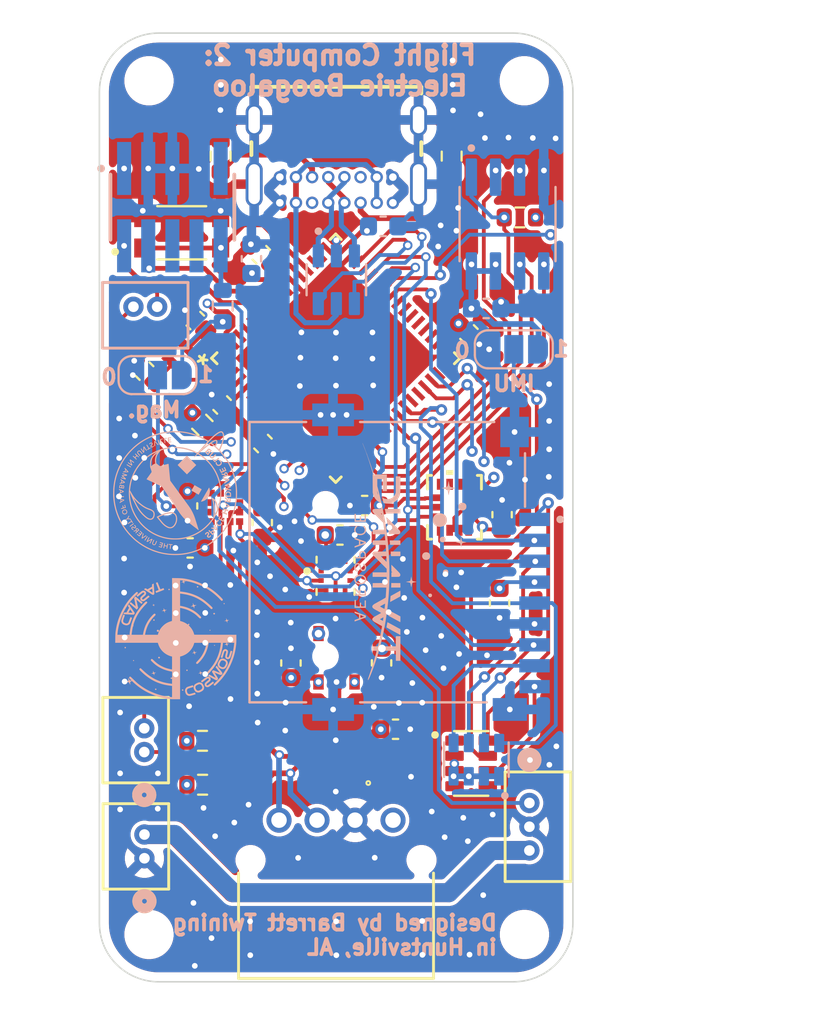
<source format=kicad_pcb>
(kicad_pcb (version 20241229) (generator "pcbnew") (generator_version "9.0")
  (layers (0 "F.Cu" signal) (4 "In1.Cu" signal) (6 "In2.Cu" signal) (2 "B.Cu" signal) (13 "F.Paste" user) (15 "B.Paste" user) (5 "F.SilkS" user "F.Silkscreen") (7 "B.SilkS" user "B.Silkscreen") (1 "F.Mask" user) (3 "B.Mask" user) (25 "Edge.Cuts" user))
  (net 0 "")
  (net 2 "SCl")
  (net 4 "GND")
  (net 5 "+1V8")
  (net 6 "ENS_INT")
  (net 7 "SDA")
  (net 8 "+3V3")
  (net 9 "Net-(U4-C1)")
  (net 10 "XIN32")
  (net 11 "XOUT32")
  (net 12 "3.3V_ANA")
  (net 13 "V_Core")
  (net 15 "SWCLK")
  (net 18 "SWDIO")
  (net 19 "ResetN")
  (net 20 "SD_SCK")
  (net 21 "SD_MISO")
  (net 22 "Net-(J2-DAT2)")
  (net 23 "SD_CS")
  (net 24 "SD_CD")
  (net 25 "Net-(J2-DAT1)")
  (net 26 "SD_MOSI")
  (net 27 "USB_VBUS")
  (net 28 "D-")
  (net 30 "Net-(J3-CC1)")
  (net 31 "Net-(J3-CC2)")
  (net 32 "D+")
  (net 34 "TX1")
  (net 35 "RX1")
  (net 36 "Net-(JP1-C)")
  (net 37 "Net-(JP2-C)")
  (net 38 "FLASH_CS")
  (net 40 "FLASH_MOSI")
  (net 41 "CAM1_CTRL")
  (net 42 "Servo Feedback")
  (net 44 "2D+")
  (net 45 "CAM_Servo2")
  (net 46 "A3_ServoFeedback")
  (net 47 "2D-")
  (net 50 "FLASH_MISO")
  (net 51 "SERVO_3")
  (net 54 "CAM_CTRL")
  (net 56 "LEDS_PWM")
  (net 57 "FLASH_SCK")
  (net 61 "CAM_Servo1")
  (net 62 "CAM2_CTRL")
  (net 73 "A4_Extra")
  (net 83 "+5V")
  (footprint "Capacitor_SMD:C_0603_1608Metric" (layer "F.Cu") (at 183.36 101.94)
    (property "Reference" "C11" (hide yes))
    (property "Value" "0u1F")
  )
  (footprint "Resistor_SMD:R_0603_1608Metric" (layer "F.Cu") (at 176.13 115.08)
    (property "Reference" "R1" (hide yes))
    (property "Value" "5K1")
  )
  (footprint "MountingHole:MountingHole_2.2mm_M2_ISO14580" (layer "F.Cu") (at 173.31 78.04)
    (property "Reference" "H3" (hide yes))
    (property "Value" "MountingHole")
  )
  (footprint "Capacitor_SMD:C_0603_1608Metric" (layer "F.Cu") (at 191.76 105.525 -90)
    (property "Reference" "C6" (hide yes))
    (property "Value" "1uF")
  )
  (footprint "Molex_530470210:CONN02_530470210_MOL" (layer "F.Cu") (at 173.06 113.36 -90)
    (property "Reference" "J4" (hide yes))
    (property "Value" "B02B-PASK-1")
  )
  (footprint "Capacitor_SMD:C_0603_1608Metric" (layer "F.Cu") (at 175.34 100.41 90)
    (property "Reference" "C1" (hide yes))
    (property "Value" "0u1F")
  )
  (footprint "MountingHole:MountingHole_2.2mm_M2_ISO14580" (layer "F.Cu") (at 173.31 122.96)
    (property "Reference" "H1" (hide yes))
    (property "Value" "MountingHole")
  )
  (footprint "Capacitor_SMD:C_0603_1608Metric" (layer "F.Cu") (at 175.475 102.62)
    (property "Reference" "C2" (hide yes))
    (property "Value" "1uF")
  )
  (footprint "ENS220:TLV74318PDBVR" (layer "F.Cu") (at 183.18 108.4 90)
    (property "Reference" "U2" (hide yes))
    (property "Value" "TLV74318PDBVR")
  )
  (footprint "Resistor_SMD:R_0603_1608Metric" (layer "F.Cu") (at 192.83 85.23 180)
    (property "Reference" "R12" (hide yes))
    (property "Value" "10K")
  )
  (footprint "S04B_PASK_2:CONN4_S04B-PASK_JST" (layer "F.Cu") (at 186.153149 116.944699 180)
    (property "Reference" "J5" (hide yes))
    (property "Value" "S04B-PASK-2")
  )
  (footprint "Molex_530470210:CONN02_530470210_MOL" (layer "F.Cu") (at 173.07 118.95 -90)
    (property "Reference" "J8" (hide yes))
    (property "Value" "530470210")
  )
  (footprint "Resistor_SMD:R_0603_1608Metric" (layer "F.Cu") (at 176.118008 96.148008 -45)
    (property "Reference" "L4" (hide yes))
    (property "Value" "FB - 30Ohm")
  )
  (footprint "ENS220:SW_TL6330AF200Q" (layer "F.Cu") (at 175.0325 86.04)
    (property "Reference" "S1" (hide yes))
    (property "Value" "TL6330AF200Q")
  )
  (footprint "Capacitor_SMD:C_0603_1608Metric" (layer "F.Cu") (at 184.66 100.39 180)
    (property "Reference" "C35" (hide yes))
    (property "Value" "0.1uF")
  )
  (footprint "Capacitor_SMD:C_0603_1608Metric" (layer "F.Cu") (at 177.158008 95.098008 135)
    (property "Reference" "C40" (hide yes))
    (property "Value" "10uF")
  )
  (footprint "ENS220:XDCR_ENS220S-BLGT" (layer "F.Cu") (at 183.13 104.0875)
    (property "Reference" "A2" (hide yes))
    (property "Value" "ENS220S-BLGT")
  )
  (footprint "ENS220:GCT_USB4085-GF-A_REVB" (layer "F.Cu") (at 183.17 80.1 180)
    (property "Reference" "J3" (hide yes))
    (property "Value" "USB4085-GF-A_REVB")
  )
  (footprint "ENS220:QFN64_9x9MC_MCH_SAMD51J20A_MUT" (layer "F.Cu") (at 183.136178 92.63816 45)
    (property "Reference" "U1" (hide yes))
    (property "Value" "ATSAMD51J20A-AUT")
  )
  (footprint "Resistor_SMD:R_0603_1608Metric" (layer "F.Cu") (at 177.08 82.005 90)
    (property "Reference" "R8" (hide yes))
    (property "Value" "5K1")
  )
  (footprint "Capacitor_SMD:C_0603_1608Metric" (layer "F.Cu") (at 180.78 108.675 90)
    (property "Reference" "C9" (hide yes))
    (property "Value" "1uF")
  )
  (footprint "Capacitor_SMD:C_0603_1608Metric" (layer "F.Cu") (at 179.308008 97.128008 -45)
    (property "Reference" "C39" (hide yes))
    (property "Value" "0.1uF")
  )
  (footprint "Capacitor_SMD:C_0603_1608Metric" (layer "F.Cu") (at 179.22 87.19 135)
    (property "Reference" "C42" (hide yes))
    (property "Value" "0.1uF")
  )
  (footprint "Capacitor_SMD:C_0603_1608Metric" (layer "F.Cu") (at 191.8937 100.869999 90)
    (property "Reference" "C4" (hide yes))
    (property "Value" "0u1F")
  )
  (footprint "ENS220:LSM6DSO" (layer "F.Cu") (at 189.3837 100.479999 90)
    (property "Reference" "U5" (hide yes))
    (property "Value" "LSM6DSO32TR")
  )
  (footprint "ENS220:LIS3MDLTR" (layer "F.Cu") (at 177.329999 100.485 180)
    (property "Reference" "U4" (hide yes))
    (property "Value" "LIS3MDLTR")
  )
  (footprint "Capacitor_SMD:C_0603_1608Metric" (layer "F.Cu") (at 179.27 101.285 90)
    (property "Reference" "C3" (hide yes))
    (property "Value" "0u1F")
  )
  (footprint "Capacitor_SMD:C_0603_1608Metric" (layer "F.Cu") (at 190.148008 91.358008 -45)
    (property "Reference" "C36" (hide yes))
    (property "Value" "0.1uF")
  )
  (footprint "ENS220:CAY16_4702F4LF" (layer "F.Cu") (at 190.265 113.96)
    (property "Reference" "RN2" (hide yes))
    (property "Value" "CAY16-4702F4LF")
  )
  (footprint "ENS220:WE-XTAL_IQXC-90" (layer "F.Cu") (at 174.87 92.44 -135)
    (property "Reference" "Y3" (hide yes))
    (property "Value" "WE-XTAL_IQXC-90")
  )
  (footprint "Capacitor_SMD:C_0603_1608Metric" (layer "F.Cu") (at 186.285 112.16)
    (property "Reference" "C5" (hide yes))
    (property "Value" "0u1F")
  )
  (footprint "MountingHole:MountingHole_2.2mm_M2_ISO14580" (layer "F.Cu") (at 193.06 78.04)
    (property "Reference" "H2" (hide yes))
    (property "Value" "MountingHole")
  )
  (footprint "MountingHole:MountingHole_2.2mm_M2_ISO14580" (layer "F.Cu") (at 193.07 122.96)
    (property "Reference" "H4" (hide yes))
    (property "Value" "MountingHole")
  )
  (footprint "Capacitor_SMD:C_0603_1608Metric" (layer "F.Cu") (at 175.748008 90.658008 135)
    (property "Reference" "C21" (hide yes))
    (property "Value" "13pF")
  )
  (footprint "Molex_530470310:CONN03_530470310_MOL" (layer "F.Cu") (at 193.33 116.04 90)
    (property "Reference" "J6" (hide yes))
    (property "Value" "530470310")
  )
  (footprint "Capacitor_SMD:C_0603_1608Metric" (layer "F.Cu") (at 185.55 108.67 -90)
    (property "Reference" "C10" (hide yes))
    (property "Value" "1uF")
  )
  (footprint "Resistor_SMD:R_0603_1608Metric" (layer "F.Cu") (at 176.125 112.77)
    (property "Reference" "R2" (hide yes))
    (property "Value" "5K1")
  )
  (footprint "Capacitor_SMD:C_0603_1608Metric" (layer "F.Cu") (at 173.08 93.32 135)
    (property "Reference" "C22" (hide yes))
    (property "Value" "13pF")
  )
  (footprint "Resistor_SMD:R_0603_1608Metric" (layer "F.Cu") (at 189.24 82.005 90)
    (property "Reference" "R10" (hide yes))
    (property "Value" "5K1")
  )
  (footprint "LTC4311CDC_TRMPBF:DFN-6_DC_LIT" (layer "F.Cu") (at 183.15 114.09 180)
    (property "Reference" "U3" (hide yes))
    (property "Value" "LTC4311CDC-TRMPBF")
  )
  (footprint "Capacitor_SMD:C_0603_1608Metric" (layer "B.Cu") (at 185.635 85.7)
    (property "Reference" "C38" (hide yes))
    (property "Value" "0.1uF")
  )
  (footprint "Capacitor_SMD:C_0603_1608Metric" (layer "B.Cu") (at 178.7 87.405 90)
    (property "Reference" "C37" (hide yes))
    (property "Value" "0.1uF")
  )
  (footprint "ENS220:USBLC_6" (layer "B.Cu") (at 183.17 88.51 -90)
    (property "Reference" "U12" (hide yes))
    (property "Value" "USBLC6-2SC6")
  )
  (footprint "ENS220:AT25SF041B" (layer "B.Cu") (at 192.18 85.58 -90)
    (property "Reference" "U10" (hide yes))
    (property "Value" "AT25SF041B-SSHD-B")
  )
  (footprint "Molex_530470210:CONN02_530470210_MOL" (layer "B.Cu") (at 172.49 89.93 180)
    (property "Reference" "J9" (hide yes))
    (property "Value" "530470210")
  )
  (footprint "SWD_Header:SAMTEC_FTSH-105-X-X-DV-007-P-X" (layer "B.Cu") (at 174.54 84.69)
    (property "Reference" "J1" (hide yes))
    (property "Value" "FTSH-105-X-X-DV-007-P-X")
  )
  (footprint "Jumper:SolderJumper-3_P1.3mm_Open_RoundedPad1.0x1.5mm" (layer "B.Cu") (at 192.51 92.17 180)
    (property "Reference" "JP2" (hide yes))
    (property "Value" "SolderJumper_3_Open")
  )
  (footprint "ENS220:CUI_MSD-4-A" (layer "B.Cu") (at 185.85 103.37 90)
    (property "Reference" "J2" (hide yes))
    (property "Value" "MSD-4-A")
  )
  (footprint "Jumper:SolderJumper-3_P1.3mm_Open_RoundedPad1.0x1.5mm" (layer "B.Cu") (at 173.76 93.5275 180)
    (property "Reference" "JP1" (hide yes))
    (property "Value" "SolderJumper_3_Open")
  )
  (footprint "ENS220:CAY16_4702F4LF" (layer "B.Cu") (at 190.54 113.76 90)
    (property "Reference" "RN1" (hide yes))
    (property "Value" "CAY16-4702F4LF")
  )
  (footprint "Resistor_SMD:R_0603_1608Metric" (layer "B.Cu") (at 177.19 89.895 -90)
    (property "Reference" "R6" (hide yes))
    (property "Value" "10k")
  )
  (footprint "Capacitor_SMD:C_0603_1608Metric" (layer "B.Cu") (at 191.055 90.02)
    (property "Reference" "C29" (hide yes))
    (property "Value" "1uF")
  )
  (gr_poly (pts (xy 186.421493 98.853032) (xy 186.299806 98.853032) (xy 186.298049 99.281276) (xy 186.296292 99.70952) (xy 186.279944 99.757495) (xy 186.276981 99.76575) (xy 186.273564 99.774503) (xy 186.265604 99.793055) (xy 186.25654 99.812258) (xy 186.246845 99.831219) (xy 186.236994 99.849043) (xy 186.227461 99.86484) (xy 186.222963 99.871698) (xy 186.218722 99.877714) (xy 186.214798 99.882776) (xy 186.21125 99.886773) (xy 186.20959 99.888518) (xy 186.207317 99.890969) (xy 186.201339 99.89754) (xy 186.194128 99.905585) (xy 186.186497 99.914205) (xy 186.178235 99.923251) (xy 186.169573 99.932067) (xy 186.160519 99.940643) (xy 186.151086 99.948975) (xy 186.141283 99.957055) (xy 186.131122 99.964875) (xy 186.120614 99.972429) (xy 186.109769 99.97971) (xy 186.098598 99.986711) (xy 186.087112 99.993425) (xy 186.075322 99.999844) (xy 186.063238 100.005963) (xy 186.050871 100.011773) (xy 186.038232 100.017268) (xy 186.025333 100.022441) (xy 186.012183 100.027284) (xy 186.005283 100.02966) (xy 185.998669 100.03181) (xy 185.99224 100.03375) (xy 185.985898 100.035494) (xy 185.979546 100.037055) (xy 185.973085 100.038448) (xy 185.966417 100.039687) (xy 185.959442 100.040786) (xy 185.952064 100.04176) (xy 185.944184 100.042623) (xy 185.935703 100.043388) (xy 185.926523 100.044071) (xy 185.905672 100.045245) (xy 185.880847 100.046258) (xy 185.853807 100.047138) (xy 185.832041 100.047542) (xy 185.814215 100.047345) (xy 185.806364 100.046983) (xy 185.798999 100.046425) (xy 185.791953 100.045656) (xy 185.78506 100.04466) (xy 185.778154 100.043422) (xy 185.771067 100.041927) (xy 185.755688 100.038103) (xy 185.73759 100.033065) (xy 185.724812 100.029158) (xy 185.711527 100.024619) (xy 185.698035 100.019575) (xy 185.684635 100.014151) (xy 185.671625 100.008473) (xy 185.659304 100.002665) (xy 185.647971 99.996855) (xy 185.637925 99.991168) (xy 185.620996 99.981062) (xy 185.606445 99.97248) (xy 185.595824 99.966331) (xy 185.590681 99.963521) (xy 185.589914 99.963264) (xy 185.589232 99.963221) (xy 185.588924 99.963283) (xy 185.588637 99.963404) (xy 185.588373 99.963584) (xy 185.588131 99.963826) (xy 185.587716 99.964499) (xy 185.587395 99.965436) (xy 185.58717 99.966651) (xy 185.587043 99.968155) (xy 185.587016 99.969961) (xy 185.587093 99.972081) (xy 185.587274 99.97453) (xy 185.587562 99.977318) (xy 185.58796 99.98046) (xy 185.58847 99.983967) (xy 185.589833 99.992128) (xy 185.591671 100.001904) (xy 185.594001 100.013395) (xy 185.596841 100.026704) (xy 185.60021 100.04193) (xy 185.604126 100.059177) (xy 185.608606 100.078544) (xy 185.619332 100.124048) (xy 185.619349 100.12405) (xy 185.651236 100.258162) (xy 185.693337 100.268811) (xy 185.71832 100.274549) (xy 185.744133 100.279359) (xy 185.770653 100.283247) (xy 185.797752 100.286218) (xy 185.825306 100.288275) (xy 185.85319 100.289425) (xy 185.881278 100.289672) (xy 185.909444 100.289022) (xy 185.937563 100.287477) (xy 185.965511 100.285045) (xy 185.99316 100.28173) (xy 186.020387 100.277535) (xy 186.047065 100.272468) (xy 186.073069 100.266531) (xy 186.098274 100.259731) (xy 186.122555 100.252072) (xy 186.158037 100.238663) (xy 186.192418 100.222987) (xy 186.225623 100.205128) (xy 186.257575 100.185172) (xy 186.288197 100.163204) (xy 186.317414 100.139309) (xy 186.345149 100.113573) (xy 186.371326 100.086081) (xy 186.395869 100.056918) (xy 186.4187 100.026169) (xy 186.439744 99.99392) (xy 186.458925 99.960256) (xy 186.476166 99.925261) (xy 186.491391 99.889023) (xy 186.504523 99.851625) (xy 186.515487 99.813153) (xy 186.519581 99.795941) (xy 186.523266 99.778085) (xy 186.526562 99.759151) (xy 186.529488 99.738705) (xy 186.532066 99.716311) (xy 186.534314 99.691537) (xy 186.536254 99.663946) (xy 186.537905 99.633106) (xy 186.539288 99.598582) (xy 186.540422 99.559939) (xy 186.542027 99.46856) (xy 186.54288 99.355495) (xy 186.543144 99.217269) (xy 186.54318 98.853032)) (stroke (width -0.000001)) (fill yes) (layer "B.SilkS"))
  (gr_poly (pts (xy 186.538089 104.033405) (xy 186.537446 104.02658) (xy 186.536438 104.019659) (xy 186.535061 104.01265) (xy 186.533313 104.005564) (xy 186.531191 103.998412) (xy 186.528692 103.991203) (xy 186.525813 103.983949) (xy 186.522551 103.976659) (xy 186.518904 103.969345) (xy 186.514868 103.962015) (xy 186.507004 103.951855) (xy 186.490786 103.933565) (xy 186.438136 103.87749) (xy 186.366616 103.803571) (xy 186.285923 103.721589) (xy 186.205754 103.641325) (xy 186.135807 103.572559) (xy 186.08578 103.525075) (xy 186.071268 103.512369) (xy 186.065371 103.508651) (xy 186.06518 103.508876) (xy 186.064996 103.509163) (xy 186.064817 103.509509) (xy 186.064645 103.509914) (xy 186.064321 103.510889) (xy 186.064023 103.512074) (xy 186.063754 103.513454) (xy 186.063515 103.515014) (xy 186.063307 103.51674) (xy 186.063131 103.518617) (xy 186.062988 103.52063) (xy 186.06288 103.522764) (xy 186.062807 103.525006) (xy 186.062772 103.527339) (xy 186.062775 103.52975) (xy 186.062817 103.532224) (xy 186.062899 103.534745) (xy 186.063024 103.537301) (xy 186.063709 103.558501) (xy 186.064533 103.597824) (xy 186.066185 103.708381) (xy 186.066184 103.708382) (xy 186.067937 103.854571) (xy 186.093476 103.880594) (xy 186.119016 103.906617) (xy 186.093363 103.906617) (xy 186.06771 103.906617) (xy 186.06771 104.025489) (xy 186.06771 104.144361) (xy 186.255162 104.144327) (xy 186.333362 104.143851) (xy 186.39724 104.142537) (xy 186.442699 104.140511) (xy 186.457241 104.13927) (xy 186.465641 104.137898) (xy 186.472305 104.13584) (xy 186.478667 104.133456) (xy 186.484724 104.130757) (xy 186.490474 104.127754) (xy 186.495914 104.124457) (xy 186.50104 104.120875) (xy 186.50585 104.11702) (xy 186.510341 104.112902) (xy 186.51451 104.10853) (xy 186.518354 104.103917) (xy 186.521871 104.099071) (xy 186.525057 104.094003) (xy 186.527909 104.088724) (xy 186.530424 104.083244) (xy 186.532601 104.077573) (xy 186.534435 104.071721) (xy 186.535924 104.0657) (xy 186.537065 104.059519) (xy 186.537854 104.053188) (xy 186.53829 104.046719) (xy 186.53837 104.040121)) (stroke (width -0.000001)) (fill yes) (layer "B.SilkS"))
  (gr_poly (pts (xy 186.285642 102.810795) (xy 186.031134 102.809204) (xy 186.03211 102.847371) (xy 186.03263 102.863634) (xy 186.033325 102.879699) (xy 186.034105 102.893714) (xy 186.034878 102.903826) (xy 186.034877 102.903825) (xy 186.035883 102.916102) (xy 186.037295 102.936011) (xy 186.038926 102.960799) (xy 186.040589 102.987713) (xy 186.044508 103.053313) (xy 186.292329 103.051721) (xy 186.54015 103.05013) (xy 186.54015 102.931258) (xy 186.54015 102.812386)) (stroke (width -0.000001)) (fill yes) (layer "B.SilkS"))
  (gr_poly (pts (xy 177.49351 100.633084) (xy 177.493362 100.632153) (xy 177.493127 100.631436) (xy 177.492976 100.631162) (xy 177.492802 100.630947) (xy 177.491651 100.630148) (xy 177.489487 100.629006) (xy 177.482436 100.625818) (xy 177.472284 100.621627) (xy 177.459664 100.616676) (xy 177.44521 100.611209) (xy 177.429558 100.605472) (xy 177.41334 100.599707) (xy 177.397191 100.594158) (xy 177.374103 100.586213) (xy 177.354511 100.579118) (xy 177.346061 100.575902) (xy 177.338525 100.572913) (xy 177.331918 100.570158) (xy 177.326254 100.567641) (xy 177.323303 100.566357) (xy 177.320222 100.565159) (xy 177.3171 100.564074) (xy 177.314029 100.563127) (xy 177.3111 100.562345) (xy 177.308404 100.561754) (xy 177.307172 100.561538) (xy 177.306031 100.56138) (xy 177.304995 100.561282) (xy 177.304074 100.561249) (xy 177.303202 100.561229) (xy 177.302313 100.56117) (xy 177.301412 100.561074) (xy 177.300506 100.560942) (xy 177.299601 100.560778) (xy 177.298704 100.560582) (xy 177.297821 100.560358) (xy 177.296958 100.560106) (xy 177.296122 100.559829) (xy 177.295319 100.55953) (xy 177.294556 100.559209) (xy 177.293839 100.558869) (xy 177.293175 100.558512) (xy 177.29257 100.55814) (xy 177.292029 100.557754) (xy 177.291561 100.557358) (xy 177.290185 100.556438) (xy 177.287692 100.555153) (xy 177.279906 100.551692) (xy 177.269307 100.54739) (xy 177.256998 100.54266) (xy 177.244083 100.537918) (xy 177.231663 100.533577) (xy 177.220842 100.530052) (xy 177.216376 100.528724) (xy 177.212723 100.527756) (xy 177.212038 100.527604) (xy 177.21138 100.527486) (xy 177.210747 100.527405) (xy 177.210138 100.527364) (xy 177.209551 100.527364) (xy 177.208984 100.527409) (xy 177.208435 100.5275) (xy 177.207903 100.52764) (xy 177.207387 100.527832) (xy 177.206884 100.528078) (xy 177.206393 100.52838) (xy 177.205911 100.528742) (xy 177.205439 100.529164) (xy 177.204972 100.52965) (xy 177.204511 100.530203) (xy 177.204053 100.530824) (xy 177.203597 100.531516) (xy 177.20314 100.532281) (xy 177.202682 100.533122) (xy 177.20222 100.534042) (xy 177.201752 100.535043) (xy 177.201278 100.536127) (xy 177.200796 100.537296) (xy 177.200303 100.538554) (xy 177.199279 100.541343) (xy 177.198193 100.544514) (xy 177.197032 100.548086) (xy 177.195783 100.552079) (xy 177.189838 100.571643) (xy 177.187886 100.578287) (xy 177.186998 100.58155) (xy 177.187035 100.581858) (xy 177.18726 100.582221) (xy 177.187671 100.582638) (xy 177.188265 100.583109) (xy 177.189994 100.584207) (xy 177.192429 100.585507) (xy 177.195551 100.587002) (xy 177.19934 100.588684) (xy 177.203779 100.590546) (xy 177.208847 100.592581) (xy 177.220799 100.597138) (xy 177.235046 100.602297) (xy 177.251437 100.607997) (xy 177.26982 100.61418) (xy 177.283546 100.618741) (xy 177.289015 100.620668) (xy 177.293615 100.622465) (xy 177.29739 100.624213) (xy 177.298983 100.625094) (xy 177.300387 100.625992) (xy 177.301608 100.626918) (xy 177.302651 100.627881) (xy 177.303522 100.628892) (xy 177.304226 100.629961) (xy 177.30477 100.631097) (xy 177.305159 100.632311) (xy 177.305398 100.633613) (xy 177.305494 100.635012) (xy 177.305452 100.636519) (xy 177.305277 100.638143) (xy 177.304975 100.639895) (xy 177.304553 100.641785) (xy 177.303367 100.646016) (xy 177.301764 100.650918) (xy 177.297491 100.663053) (xy 177.280693 100.71058) (xy 177.278116 100.717674) (xy 177.275113 100.725625) (xy 177.272059 100.73346) (xy 177.269326 100.740208) (xy 177.263392 100.754464) (xy 177.244646 100.74625) (xy 177.236154 100.742631) (xy 177.226891 100.73885) (xy 177.217975 100.735354) (xy 177.210527 100.732593) (xy 177.179573 100.72173) (xy 177.15955 100.714988) (xy 177.15284 100.712905) (xy 177.147904 100.711545) (xy 177.144424 100.710804) (xy 177.14208 100.71058) (xy 177.141784 100.71061) (xy 177.141473 100.7107) (xy 177.141148 100.710847) (xy 177.14081 100.711051) (xy 177.140459 100.711309) (xy 177.140097 100.711621) (xy 177.139725 100.711985) (xy 177.139342 100.7124) (xy 177.138951 100.712863) (xy 177.138551 100.713374) (xy 177.13773 100.714532) (xy 177.136886 100.715863) (xy 177.136025 100.717354) (xy 177.135154 100.718993) (xy 177.134279 100.720769) (xy 177.133407 100.722671) (xy 177.132545 100.724685) (xy 177.131699 100.726801) (xy 177.130876 100.729007) (xy 177.130082 100.73129) (xy 177.129323 100.733638) (xy 177.126381 100.742965) (xy 177.123664 100.751314) (xy 177.121474 100.757773) (xy 177.120671 100.760009) (xy 177.120114 100.76143) (xy 177.120023 100.76168) (xy 177.119963 100.761939) (xy 177.119933 100.762208) (xy 177.119933 100.762486) (xy 177.11996 100.762772) (xy 177.120016 100.763066) (xy 177.1201 100.763367) (xy 177.12021 100.763674) (xy 177.120346 100.763987) (xy 177.120508 100.764306) (xy 177.120696 100.764628) (xy 177.120907 100.764955) (xy 177.121143 100.765284) (xy 177.121402 100.765616) (xy 177.121683 100.76595) (xy 177.121987 100.766286) (xy 177.122312 100.766622) (xy 177.122658 100.766958) (xy 177.12341 100.767628) (xy 177.124239 100.76829) (xy 177.12514 100.76894) (xy 177.126108 100.769572) (xy 177.127138 100.770182) (xy 177.128226 100.770763) (xy 177.129367 100.771312) (xy 177.129367 100.771313) (xy 177.131744 100.772347) (xy 177.134171 100.773314) (xy 177.136579 100.774191) (xy 177.1389 100.774957) (xy 177.141065 100.775591) (xy 177.143007 100.776072) (xy 177.143874 100.776248) (xy 177.144659 100.776378) (xy 177.145354 100.776459) (xy 177.145951 100.776489) (xy 177.146553 100.776525) (xy 177.147263 100.776625) (xy 177.148073 100.776786) (xy 177.148973 100.777006) (xy 177.149954 100.777279) (xy 177.151008 100.777603) (xy 177.152124 100.777976) (xy 177.153295 100.778393) (xy 177.154512 100.778851) (xy 177.155764 100.779346) (xy 177.157044 100.779877) (xy 177.158342 100.780438) (xy 177.159649 100.781028) (xy 177.160956 100.781642) (xy 177.162254 100.782278) (xy 177.163535 100.782932) (xy 177.166293 100.784308) (xy 177.16942 100.785762) (xy 177.172808 100.787248) (xy 177.17635 100.788724) (xy 177.179937 100.790145) (xy 177.183461 100.791467) (xy 177.186814 100.792647) (xy 177.189887 100.79364) (xy 177.198289 100.796389) (xy 177.210778 100.800704) (xy 177.225667 100.805993) (xy 177.241272 100.811663) (xy 177.272799 100.823112) (xy 177.296173 100.831355) (xy 177.319469 100.839408) (xy 177.338981 100.846478) (xy 177.354658 100.852545) (xy 177.361041 100.855196) (xy 177.366446 100.85759) (xy 177.367875 100.858215) (xy 177.369434 100.858838) (xy 177.371107 100.859454) (xy 177.372879 100.860059) (xy 177.376661 100.861221) (xy 177.380655 100.862294) (xy 177.38474 100.863247) (xy 177.388793 100.864049) (xy 177.392692 100.864671) (xy 177.394545 100.864904) (xy 177.396314 100.86508) (xy 177.413005 100.866499) (xy 177.421792 100.840737) (xy 177.423531 100.835546) (xy 177.4251 100.830674) (xy 177.42647 100.826229) (xy 177.42761 100.82232) (xy 177.428489 100.819055) (xy 177.429078 100.816544) (xy 177.429344 100.814896) (xy 177.429347 100.814429) (xy 177.429257 100.814218) (xy 177.42688 100.813227) (xy 177.421428 100.811117) (xy 177.40424 100.80464) (xy 177.383584 100.796985) (xy 177.365348 100.790352) (xy 177.351847 100.785442) (xy 177.337897 100.780249) (xy 177.326628 100.775952) (xy 177.321167 100.773728) (xy 177.321037 100.773425) (xy 177.321052 100.772746) (xy 177.321491 100.770335) (xy 177.323828 100.761817) (xy 177.327765 100.749367) (xy 177.332891 100.734181) (xy 177.338792 100.717453) (xy 177.345056 100.700376) (xy 177.351271 100.684144) (xy 177.357023 100.669953) (xy 177.358607 100.66631) (xy 177.360133 100.663038) (xy 177.36161 100.660132) (xy 177.363045 100.657585) (xy 177.364446 100.655392) (xy 177.365821 100.653548) (xy 177.366501 100.652754) (xy 177.367178 100.652045) (xy 177.367852 100.651421) (xy 177.368524 100.65088) (xy 177.369195 100.650422) (xy 177.369867 100.650045) (xy 177.37054 100.64975) (xy 177.371215 100.649536) (xy 177.371894 100.649401) (xy 177.372576 100.649345) (xy 177.373264 100.649368) (xy 177.373958 100.649469) (xy 177.374658 100.649646) (xy 177.375367 100.6499) (xy 177.376085 100.650229) (xy 177.376812 100.650633) (xy 177.377551 100.651111) (xy 177.378302 100.651663) (xy 177.379842 100.652982) (xy 177.381899 100.654478) (xy 177.385084 100.656243) (xy 177.38925 100.658226) (xy 177.394249 100.660379) (xy 177.406153 100.664996) (xy 177.419611 100.669699) (xy 177.433436 100.674092) (xy 177.446444 100.677781) (xy 177.452271 100.679238) (xy 177.45745 100.68037) (xy 177.461831 100.681129) (xy 177.465268 100.681465) (xy 177.467891 100.681546) (xy 177.470216 100.681566) (xy 177.472273 100.681493) (xy 177.47321 100.681413) (xy 177.474092 100.681298) (xy 177.474923 100.681144) (xy 177.475705 100.680949) (xy 177.476443 100.680707) (xy 177.477141 100.680416) (xy 177.477802 100.680071) (xy 177.478431 100.679669) (xy 177.479031 100.679205) (xy 177.479606 100.678677) (xy 177.48016 100.67808) (xy 177.480696 100.67741) (xy 177.481219 100.676664) (xy 177.481732 100.675838) (xy 177.482239 100.674928) (xy 177.482744 100.67393) (xy 177.48325 100.67284) (xy 177.483763 100.671655) (xy 177.484819 100.668983) (xy 177.485942 100.665885) (xy 177.487164 100.662328) (xy 177.488515 100.658283) (xy 177.490024 100.65344) (xy 177.49129 100.648779) (xy 177.492295 100.644415) (xy 177.493023 100.640457) (xy 177.493277 100.638667) (xy 177.493455 100.63702) (xy 177.493555 100.635531) (xy 177.493574 100.634214)) (stroke (width -0.000001)) (fill yes) (layer "B.SilkS"))
  (gr_poly (pts (xy 184.726576 102.34604) (xy 184.726565 102.294224) (xy 184.661045 102.270746) (xy 184.306836 102.144887) (xy 184.130706 102.083985) (xy 184.130628 102.084033) (xy 184.130551 102.08418) (xy 184.1304 102.084765) (xy 184.130254 102.08572) (xy 184.130115 102.087026) (xy 184.129856 102.090609) (xy 184.12963 102.095355) (xy 184.129444 102.101105) (xy 184.129304 102.107701) (xy 184.129215 102.114982) (xy 184.129184 102.12279) (xy 184.129184 102.161668) (xy 184.2191 102.19346) (xy 184.290243 102.218881) (xy 184.335023 102.235354) (xy 184.361031 102.245456) (xy 184.359407 102.345989) (xy 184.357783 102.446523) (xy 184.245225 102.487809) (xy 184.201263 102.504193) (xy 184.164772 102.518284) (xy 184.139551 102.52858) (xy 184.132355 102.531836) (xy 184.129401 102.533579) (xy 184.129236 102.533856) (xy 184.129078 102.534221) (xy 184.128783 102.535206) (xy 184.128516 102.536516) (xy 184.128278 102.538128) (xy 184.128071 102.540023) (xy 184.127894 102.54218) (xy 184.127749 102.544579) (xy 184.127636 102.547199) (xy 184.127509 102.553019) (xy 184.12752 102.559476) (xy 184.127675 102.566407) (xy 184.127979 102.573646) (xy 184.127978 102.573645) (xy 184.128592 102.583924) (xy 184.128929 102.588212) (xy 184.1293 102.591966) (xy 184.129716 102.595215) (xy 184.130186 102.597986) (xy 184.130722 102.600303) (xy 184.131333 102.602196) (xy 184.132029 102.60369) (xy 184.132412 102.604296) (xy 184.132821 102.604812) (xy 184.133257 102.605242) (xy 184.13372 102.605589) (xy 184.134212 102.605856) (xy 184.134735 102.606048) (xy 184.13529 102.606166) (xy 184.135878 102.606215) (xy 184.137157 102.606117) (xy 184.138585 102.605782) (xy 184.14017 102.605235) (xy 184.149479 102.60184) (xy 184.167176 102.595546) (xy 184.217574 102.577856) (xy 184.441346 102.498851) (xy 184.441346 102.417289) (xy 184.44093 102.417282) (xy 184.44053 102.417248) (xy 184.440145 102.417185) (xy 184.439776 102.417093) (xy 184.439422 102.416969) (xy 184.439083 102.416812) (xy 184.438758 102.41662) (xy 184.438447 102.416391) (xy 184.43815 102.416125) (xy 184.437867 102.41582) (xy 184.437596 102.415473) (xy 184.437339 102.415084) (xy 184.437094 102.41465) (xy 184.436861 102.41417) (xy 184.43664 102.413644) (xy 184.436431 102.413068) (xy 184.436046 102.411763) (xy 184.435703 102.410243) (xy 184.435401 102.408495) (xy 184.435136 102.406507) (xy 184.434907 102.404265) (xy 184.43471 102.401758) (xy 184.434543 102.398973) (xy 184.434404 102.395896) (xy 184.43429 102.392516) (xy 184.434199 102.38882) (xy 184.434074 102.380426) (xy 184.434009 102.370615) (xy 184.433982 102.346334) (xy 184.433982 102.272655) (xy 184.450746 102.276737) (xy 184.455171 102.277955) (xy 184.461344 102.279861) (xy 184.468982 102.282357) (xy 184.477806 102.285348) (xy 184.497884 102.292426) (xy 184.508575 102.296319) (xy 184.519326 102.30032) (xy 184.542234 102.30876) (xy 184.566303 102.317321) (xy 184.588674 102.325005) (xy 184.606486 102.33081) (xy 184.613487 102.333106) (xy 184.619826 102.335422) (xy 184.625379 102.337694) (xy 184.627821 102.338794) (xy 184.63002 102.339859) (xy 184.631959 102.340881) (xy 184.633624 102.341854) (xy 184.634998 102.342768) (xy 184.636066 102.343615) (xy 184.636813 102.344389) (xy 184.637222 102.345081) (xy 184.637295 102.345393) (xy 184.637278 102.345682) (xy 184.637169 102.345947) (xy 184.636966 102.346187) (xy 184.634517 102.347494) (xy 184.629041 102.349861) (xy 184.610532 102.357215) (xy 184.553939 102.37848) (xy 184.491543 102.401017) (xy 184.465779 102.409961) (xy 184.447698 102.415861) (xy 184.445286 102.416572) (xy 184.444195 102.416858) (xy 184.443176 102.417081) (xy 184.442227 102.417229) (xy 184.441346 102.417289) (xy 184.441346 102.498851) (xy 184.505609 102.476162) (xy 184.726587 102.397856)) (stroke (width -0.000001)) (fill yes) (layer "B.SilkS"))
  (gr_poly (pts (xy 184.693061 105.381847) (xy 184.659533 105.381847) (xy 184.659533 105.540344) (xy 184.659533 105.698839) (xy 184.568244 105.698839) (xy 184.476955 105.698839) (xy 184.475281 105.599779) (xy 184.473607 105.500719) (xy 184.440079 105.500719) (xy 184.406551 105.500719) (xy 184.404877 105.599779) (xy 184.403204 105.698839) (xy 184.299722 105.698839) (xy 184.196241 105.698839) (xy 184.196241 105.528151) (xy 184.196241 105.357463) (xy 184.16287 105.357463) (xy 184.129499 105.357463) (xy 184.127817 105.56473) (xy 184.126136 105.771997) (xy 184.426362 105.771994) (xy 184.726589 105.771991) (xy 184.726589 105.57692) (xy 184.726589 105.381847)) (stroke (width -0.000001)) (fill yes) (layer "B.SilkS"))
  (gr_poly (pts (xy 176.507794 97.415175) (xy 176.505868 97.413841) (xy 176.503299 97.412367) (xy 176.500175 97.410785) (xy 176.496585 97.409125) (xy 176.492617 97.407419) (xy 176.48836 97.405699) (xy 176.47933 97.402337) (xy 176.470203 97.399291) (xy 176.465824 97.397964) (xy 176.461687 97.396809) (xy 176.457879 97.395857) (xy 176.454488 97.395141) (xy 176.451604 97.39469) (xy 176.449315 97.394537) (xy 176.445939 97.394751) (xy 176.442264 97.395356) (xy 176.438342 97.396321) (xy 176.434228 97.397616) (xy 176.429975 97.39921) (xy 176.425639 97.401075) (xy 176.421272 97.40318) (xy 176.416928 97.405494) (xy 176.412662 97.407988) (xy 176.408526 97.410631) (xy 176.404576 97.413394) (xy 176.400865 97.416246) (xy 176.397447 97.419158) (xy 176.394376 97.422099) (xy 176.391706 97.425038) (xy 176.38949 97.427947) (xy 176.387954 97.43026) (xy 176.386565 97.432501) (xy 176.385317 97.434696) (xy 176.384204 97.43687) (xy 176.383218 97.439049) (xy 176.382355 97.441258) (xy 176.381608 97.443524) (xy 176.380969 97.445872) (xy 176.380435 97.448327) (xy 176.379997 97.450916) (xy 176.379649 97.453663) (xy 176.379386 97.456596) (xy 176.379201 97.459739) (xy 176.379088 97.463117) (xy 176.37904 97.466758) (xy 176.379052 97.470686) (xy 176.379313 97.497772) (xy 176.357918 97.496252) (xy 176.352597 97.496077) (xy 176.347316 97.496307) (xy 176.342093 97.496931) (xy 176.336945 97.49794) (xy 176.331887 97.499324) (xy 176.326938 97.501074) (xy 176.322114 97.50318) (xy 176.317431 97.505633) (xy 176.312906 97.508422) (xy 176.308557 97.511539) (xy 176.304399 97.514974) (xy 176.300451 97.518717) (xy 176.296728 97.522759) (xy 176.293248 97.52709) (xy 176.290027 97.531701) (xy 176.287081 97.536581) (xy 176.284553 97.541239) (xy 176.282291 97.545693) (xy 176.280293 97.549962) (xy 176.278556 97.554064) (xy 176.277076 97.558016) (xy 176.275851 97.561835) (xy 176.274879 97.565539) (xy 176.274155 97.569146) (xy 176.273677 97.572673) (xy 176.273442 97.576137) (xy 176.273448 97.579557) (xy 176.27369 97.582949) (xy 176.274167 97.586331) (xy 176.274875 97.589721) (xy 176.275811 97.593137) (xy 176.276972 97.596595) (xy 176.276972 97.596594) (xy 176.280796 97.606863) (xy 176.28415 97.615341) (xy 176.285707 97.619011) (xy 176.287215 97.622357) (xy 176.288695 97.625421) (xy 176.290171 97.628243) (xy 176.291664 97.630866) (xy 176.293198 97.63333) (xy 176.294795 97.635677) (xy 176.296478 97.637948) (xy 176.298269 97.640185) (xy 176.30019 97.642429) (xy 176.304515 97.647103) (xy 176.309477 97.652046) (xy 176.315906 97.658125) (xy 176.323363 97.664951) (xy 176.331408 97.672136) (xy 176.3396 97.679291) (xy 176.347499 97.686026) (xy 176.354666 97.691955) (xy 176.360659 97.696686) (xy 176.392031 97.720676) (xy 176.402694 97.728835) (xy 176.402694 97.658064) (xy 176.402529 97.65803) (xy 176.402294 97.657933) (xy 176.401622 97.657552) (xy 176.400693 97.656936) (xy 176.399523 97.656095) (xy 176.396522 97.653794) (xy 176.392742 97.65075) (xy 176.388309 97.647067) (xy 176.383346 97.642845) (xy 176.377979 97.638187) (xy 176.372333 97.633196) (xy 176.365454 97.62694) (xy 176.359357 97.621124) (xy 176.354027 97.615704) (xy 176.34945 97.610638) (xy 176.345611 97.605882) (xy 176.343963 97.603608) (xy 176.342495 97.601394) (xy 176.341203 97.599237) (xy 176.340087 97.597131) (xy 176.339145 97.59507) (xy 176.338373 97.593049) (xy 176.337772 97.591064) (xy 176.337339 97.589107) (xy 176.337071 97.587174) (xy 176.336968 97.58526) (xy 176.337027 97.58336) (xy 176.337247 97.581467) (xy 176.337626 97.579577) (xy 176.338161 97.577684) (xy 176.338852 97.575782) (xy 176.339696 97.573868) (xy 176.340691 97.571934) (xy 176.341836 97.569976) (xy 176.343128 97.567989) (xy 176.344566 97.565966) (xy 176.347873 97.561794) (xy 176.349176 97.560313) (xy 176.350518 97.558916) (xy 176.351898 97.557603) (xy 176.353314 97.556374) (xy 176.354762 97.555229) (xy 176.356242 97.55417) (xy 176.35775 97.553195) (xy 176.359284 97.552305) (xy 176.360842 97.551501) (xy 176.362422 97.550782) (xy 176.364021 97.55015) (xy 176.365638 97.549603) (xy 176.367269 97.549142) (xy 176.368912 97.548768) (xy 176.370566 97.548481) (xy 176.372227 97.54828) (xy 176.373894 97.548167) (xy 176.375564 97.54814) (xy 176.377235 97.548202) (xy 176.378904 97.548351) (xy 176.38057 97.548588) (xy 176.38223 97.548914) (xy 176.383881 97.549327) (xy 176.385522 97.54983) (xy 176.38715 97.550421) (xy 176.388763 97.551101) (xy 176.390359 97.551871) (xy 176.391934 97.55273) (xy 176.393487 97.553679) (xy 176.395016 97.554717) (xy 176.396519 97.555846) (xy 176.397992 97.557065) (xy 176.40008 97.558833) (xy 176.402131 97.560486) (xy 176.404094 97.56199) (xy 176.405915 97.563307) (xy 176.407543 97.564402) (xy 176.408268 97.564854) (xy 176.408925 97.565236) (xy 176.409507 97.565545) (xy 176.410009 97.565775) (xy 176.410422 97.565921) (xy 176.410742 97.56598) (xy 176.410902 97.566009) (xy 176.41111 97.56608) (xy 176.411664 97.566347) (xy 176.412394 97.566773) (xy 176.413288 97.567349) (xy 176.414335 97.568068) (xy 176.415524 97.568919) (xy 176.418281 97.570986) (xy 176.421469 97.573482) (xy 176.424999 97.576337) (xy 176.428781 97.579481) (xy 176.432723 97.582845) (xy 176.452082 97.59958) (xy 176.428641 97.628831) (xy 176.423881 97.634707) (xy 176.419341 97.640188) (xy 176.415129 97.645153) (xy 176.411349 97.649485) (xy 176.40811 97.653061) (xy 176.405516 97.655763) (xy 176.403676 97.65747) (xy 176.403071 97.657914) (xy 176.402694 97.658064) (xy 176.402694 97.728835) (xy 176.419012 97.741322) (xy 176.485531 97.658513) (xy 176.485531 97.552673) (xy 176.485328 97.552658) (xy 176.485096 97.552616) (xy 176.484549 97.552448) (xy 176.483897 97.552175) (xy 176.483148 97.551802) (xy 176.48231 97.551336) (xy 176.481392 97.550782) (xy 176.480402 97.550146) (xy 176.479348 97.549432) (xy 176.478238 97.548648) (xy 176.47708 97.547798) (xy 176.475883 97.546888) (xy 176.474654 97.545924) (xy 176.473402 97.544912) (xy 176.472136 97.543857) (xy 176.470862 97.542765) (xy 176.46959 97.541641) (xy 176.445616 97.520131) (xy 176.444416 97.519022) (xy 176.443227 97.51786) (xy 176.442057 97.516657) (xy 176.440913 97.515421) (xy 176.439801 97.514162) (xy 176.43873 97.512889) (xy 176.437705 97.511612) (xy 176.436734 97.510341) (xy 176.435825 97.509085) (xy 176.434984 97.507854) (xy 176.434218 97.506656) (xy 176.433534 97.505503) (xy 176.432941 97.504402) (xy 176.432444 97.503365) (xy 176.43205 97.5024) (xy 176.431768 97.501517) (xy 176.431325 97.49951) (xy 176.43102 97.497347) (xy 176.430849 97.495055) (xy 176.430806 97.49266) (xy 176.430886 97.490191) (xy 176.431083 97.487675) (xy 176.431393 97.485139) (xy 176.431811 97.48261) (xy 176.432331 97.480117) (xy 176.432949 97.477687) (xy 176.433659 97.475346) (xy 176.434456 97.473123) (xy 176.435334 97.471045) (xy 176.43629 97.469139) (xy 176.437318 97.467433) (xy 176.438412 97.465954) (xy 176.439175 97.465145) (xy 176.440063 97.464401) (xy 176.441068 97.463721) (xy 176.442181 97.463104) (xy 176.443395 97.46255) (xy 176.444702 97.462058) (xy 176.446093 97.461628) (xy 176.447561 97.461258) (xy 176.450693 97.460701) (xy 176.454033 97.46038) (xy 176.457517 97.460293) (xy 176.46108 97.460433) (xy 176.464657 97.460798) (xy 176.468184 97.461381) (xy 176.471595 97.462178) (xy 176.474826 97.463186) (xy 176.477813 97.464399) (xy 176.479194 97.465081) (xy 176.48049 97.465812) (xy 176.481692 97.466593) (xy 176.482793 97.467422) (xy 176.483784 97.468299) (xy 176.484657 97.469223) (xy 176.485439 97.470118) (xy 176.486232 97.470988) (xy 176.487029 97.471828) (xy 176.487825 97.472634) (xy 176.488615 97.473402) (xy 176.489393 97.474126) (xy 176.490154 97.474803) (xy 176.490892 97.475427) (xy 176.491602 97.475995) (xy 176.492279 97.476502) (xy 176.492916 97.476943) (xy 176.493508 97.477315) (xy 176.494051 97.477611) (xy 176.494538 97.477828) (xy 176.494963 97.477962) (xy 176.495152 97.477996) (xy 176.495323 97.478008) (xy 176.495502 97.478024) (xy 176.495716 97.478074) (xy 176.49624 97.478268) (xy 176.496886 97.478584) (xy 176.497646 97.479014) (xy 176.498511 97.479553) (xy 176.499472 97.480194) (xy 176.50052 97.48093) (xy 176.501646 97.481755) (xy 176.502843 97.482662) (xy 176.5041 97.483644) (xy 176.50541 97.484696) (xy 176.506763 97.485811) (xy 176.508151 97.486981) (xy 176.509564 97.488201) (xy 176.510995 97.489464) (xy 176.512434 97.490764) (xy 176.514103 97.492324) (xy 176.515637 97.493833) (xy 176.517036 97.495291) (xy 176.518301 97.496697) (xy 176.519431 97.498051) (xy 176.520425 97.499353) (xy 176.521285 97.500602) (xy 176.522008 97.501799) (xy 176.522596 97.502942) (xy 176.523048 97.504032) (xy 176.523364 97.505068) (xy 176.523471 97.505566) (xy 176.523544 97.50605) (xy 176.523583 97.50652) (xy 176.523588 97.506977) (xy 176.523558 97.50742) (xy 176.523494 97.50785) (xy 176.523397 97.508266) (xy 176.523265 97.508668) (xy 176.523098 97.509056) (xy 176.522898 97.50943) (xy 176.521277 97.512006) (xy 176.519275 97.51493) (xy 176.514372 97.521538) (xy 176.508679 97.528686) (xy 176.502687 97.535808) (xy 176.496885 97.542335) (xy 176.491765 97.5477) (xy 176.489614 97.549769) (xy 176.487817 97.551335) (xy 176.486435 97.552327) (xy 176.48592 97.552585) (xy 176.485531 97.552673) (xy 176.485531 97.658513) (xy 176.516346 97.620151) (xy 176.554034 97.573026) (xy 176.584696 97.534288) (xy 176.605183 97.507944) (xy 176.610626 97.500673) (xy 176.612345 97.498003)) (stroke (width -0.000001)) (fill yes) (layer "B.SilkS"))
  (gr_poly (pts (xy 188.916968 102.161831) (xy 188.916796 102.155935) (xy 188.916521 102.150529) (xy 188.916128 102.145547) (xy 188.915602 102.140926) (xy 188.914929 102.136599) (xy 188.914093 102.132501) (xy 188.913079 102.128569) (xy 188.911873 102.124736) (xy 188.910459 102.120938) (xy 188.908823 102.11711) (xy 188.90695 102.113186) (xy 188.904824 102.109102) (xy 188.902431 102.104793) (xy 188.899756 102.100193) (xy 188.893821 102.091019) (xy 188.887286 102.082492) (xy 188.880194 102.074611) (xy 188.872587 102.067372) (xy 188.86451 102.060774) (xy 188.856004 102.054813) (xy 188.847113 102.049487) (xy 188.837879 102.044795) (xy 188.828347 102.040732) (xy 188.818558 102.037298) (xy 188.808555 102.03449) (xy 188.798383 102.032305) (xy 188.788082 102.03074) (xy 188.777698 102.029794) (xy 188.767271 102.029463) (xy 188.756847 102.029747) (xy 188.746466 102.030641) (xy 188.736173 102.032143) (xy 188.726011 102.034252) (xy 188.716021 102.036965) (xy 188.706248 102.040279) (xy 188.696734 102.044192) (xy 188.687522 102.048701) (xy 188.678656 102.053804) (xy 188.670177 102.059499) (xy 188.66213 102.065783) (xy 188.654557 102.072653) (xy 188.647501 102.080108) (xy 188.641004 102.088145) (xy 188.635111 102.096761) (xy 188.629863 102.105954) (xy 188.625305 102.115722) (xy 188.624297 102.118338) (xy 188.623329 102.121254) (xy 188.622405 102.124446) (xy 188.621527 102.12789) (xy 188.6207 102.131559) (xy 188.619927 102.13543) (xy 188.619212 102.139477) (xy 188.618559 102.143676) (xy 188.61797 102.148001) (xy 188.617451 102.152428) (xy 188.617004 102.156932) (xy 188.616632 102.161487) (xy 188.616341 102.16607) (xy 188.616132 102.170654) (xy 188.616011 102.175216) (xy 188.61598 102.17973) (xy 188.61618 102.19139) (xy 188.616416 102.196641) (xy 188.616757 102.201566) (xy 188.617212 102.206209) (xy 188.617792 102.210613) (xy 188.618507 102.214824) (xy 188.619368 102.218886) (xy 188.620385 102.222842) (xy 188.621569 102.226738) (xy 188.622929 102.230618) (xy 188.624476 102.234526) (xy 188.626221 102.238505) (xy 188.628174 102.242602) (xy 188.630344 102.246859) (xy 188.632744 102.251321) (xy 188.637253 102.25892) (xy 188.642195 102.266123) (xy 188.647547 102.272925) (xy 188.653287 102.279323) (xy 188.65939 102.285316) (xy 188.665834 102.2909) (xy 188.672595 102.296072) (xy 188.679651 102.300829) (xy 188.686978 102.305168) (xy 188.694553 102.309086) (xy 188.702352 102.31258) (xy 188.710354 102.315647) (xy 188.718533 102.318285) (xy 188.726868 102.320489) (xy 188.735336 102.322258) (xy 188.743912 102.323588) (xy 188.752573 102.324476) (xy 188.761298 102.324919) (xy 188.770062 102.324914) (xy 188.778842 102.324459) (xy 188.787615 102.32355) (xy 188.796358 102.322184) (xy 188.805048 102.320358) (xy 188.813661 102.31807) (xy 188.822175 102.315317) (xy 188.830566 102.312094) (xy 188.838811 102.3084) (xy 188.846886 102.304231) (xy 188.85477 102.299585) (xy 188.862438 102.294458) (xy 188.869867 102.288848) (xy 188.877035 102.282751) (xy 188.882029 102.277987) (xy 188.886669 102.27302) (xy 188.890961 102.267837) (xy 188.894909 102.262426) (xy 188.898517 102.256776) (xy 188.901789 102.250874) (xy 188.904731 102.244708) (xy 188.907347 102.238266) (xy 188.90964 102.231536) (xy 188.911617 102.224506) (xy 188.91328 102.217165) (xy 188.914636 102.209499) (xy 188.915687 102.201497) (xy 188.916439 102.193147) (xy 188.916896 102.184436) (xy 188.917063 102.175354)) (stroke (width -0.000001)) (fill yes) (layer "B.SilkS"))
  (gr_poly (pts (xy 171.984125 99.645426) (xy 171.983972 99.644022) (xy 171.98384 99.643336) (xy 171.983666 99.642655) (xy 171.983443 99.641979) (xy 171.983169 99.641303) (xy 171.982836 99.640625) (xy 171.982442 99.639943) (xy 171.98198 99.639253) (xy 171.981446 99.638552) (xy 171.980836 99.637839) (xy 171.980145 99.63711) (xy 171.979367 99.636362) (xy 171.978497 99.635593) (xy 171.976466 99.633979) (xy 171.974013 99.632245) (xy 171.971099 99.630371) (xy 171.967686 99.628332) (xy 171.963735 99.626108) (xy 171.959208 99.623675) (xy 171.954066 99.621012) (xy 171.948271 99.618096) (xy 171.941784 99.614904) (xy 171.934566 99.611415) (xy 171.917787 99.603456) (xy 171.897624 99.594039) (xy 171.873769 99.582986) (xy 171.813755 99.55526) (xy 171.797551 99.547683) (xy 171.781842 99.540189) (xy 171.768421 99.533642) (xy 171.759082 99.528908) (xy 171.754412 99.526489) (xy 171.750246 99.524453) (xy 171.746558 99.522814) (xy 171.743317 99.521586) (xy 171.741857 99.521131) (xy 171.740498 99.520785) (xy 171.739237 99.520548) (xy 171.73807 99.520424) (xy 171.736995 99.520413) (xy 171.736007 99.520517) (xy 171.735104 99.520739) (xy 171.734281 99.52108) (xy 171.733535 99.521541) (xy 171.732862 99.522125) (xy 171.73226 99.522834) (xy 171.731724 99.523669) (xy 171.731251 99.524632) (xy 171.730838 99.525725) (xy 171.730481 99.526949) (xy 171.730176 99.528307) (xy 171.72992 99.5298) (xy 171.72971 99.53143) (xy 171.729412 99.535108) (xy 171.729254 99.539355) (xy 171.729207 99.544186) (xy 171.729276 99.551246) (xy 171.729376 99.554217) (xy 171.729531 99.556848) (xy 171.729752 99.559164) (xy 171.730046 99.56119) (xy 171.730424 99.562951) (xy 171.730895 99.564472) (xy 171.731467 99.565778) (xy 171.73215 99.566893) (xy 171.732536 99.567387) (xy 171.732953 99.567842) (xy 171.733885 99.568651) (xy 171.734956 99.569344) (xy 171.736174 99.569946) (xy 171.737548 99.570482) (xy 171.739089 99.570977) (xy 171.741506 99.571758) (xy 171.744597 99.57286) (xy 171.748234 99.574231) (xy 171.752289 99.57582) (xy 171.756636 99.577578) (xy 171.761146 99.579453) (xy 171.765693 99.581394) (xy 171.770149 99.583351) (xy 171.791326 99.592795) (xy 171.789267 99.646882) (xy 171.788403 99.666974) (xy 171.787897 99.675188) (xy 171.787275 99.68231) (xy 171.786488 99.688436) (xy 171.785485 99.693663) (xy 171.784216 99.698086) (xy 171.783466 99.700027) (xy 171.782631 99.701803) (xy 171.781705 99.703426) (xy 171.780681 99.704909) (xy 171.779554 99.706263) (xy 171.778316 99.707501) (xy 171.776961 99.708635) (xy 171.775485 99.709676) (xy 171.773879 99.710637) (xy 171.772138 99.711529) (xy 171.768227 99.713158) (xy 171.7637 99.714658) (xy 171.7526 99.717659) (xy 171.748218 99.718853) (xy 171.744212 99.720119) (xy 171.74057 99.721471) (xy 171.737279 99.722923) (xy 171.735761 99.723691) (xy 171.734325 99.72449) (xy 171.732971 99.725321) (xy 171.731697 99.726186) (xy 171.7305 99.727087) (xy 171.72938 99.728026) (xy 171.728334 99.729004) (xy 171.727362 99.730023) (xy 171.726461 99.731086) (xy 171.72563 99.732193) (xy 171.724867 99.733348) (xy 171.72417 99.73455) (xy 171.723539 99.735803) (xy 171.722971 99.737108) (xy 171.722465 99.738467) (xy 171.722019 99.739882) (xy 171.721632 99.741354) (xy 171.721301 99.742885) (xy 171.720805 99.746133) (xy 171.720516 99.74964) (xy 171.720423 99.75342) (xy 171.720438 99.756156) (xy 171.720491 99.75859) (xy 171.720593 99.760741) (xy 171.720754 99.762624) (xy 171.720986 99.764258) (xy 171.721299 99.765659) (xy 171.721489 99.766278) (xy 171.721704 99.766845) (xy 171.721944 99.767362) (xy 171.722212 99.767832) (xy 171.722508 99.768257) (xy 171.722834 99.768639) (xy 171.723191 99.76898) (xy 171.72358 99.769283) (xy 171.724004 99.769549) (xy 171.724462 99.76978) (xy 171.724958 99.769979) (xy 171.725491 99.770148) (xy 171.726676 99.770404) (xy 171.72803 99.770566) (xy 171.729563 99.77065) (xy 171.731286 99.770675) (xy 171.73249 99.770631) (xy 171.733852 99.770505) (xy 171.735355 99.770299) (xy 171.736986 99.770018) (xy 171.738729 99.769667) (xy 171.740568 99.769249) (xy 171.742489 99.768769) (xy 171.744476 99.768231) (xy 171.748587 99.766999) (xy 171.752782 99.765587) (xy 171.754872 99.764824) (xy 171.756937 99.764028) (xy 171.758963 99.763205) (xy 171.760932 99.762358) (xy 171.777506 99.755211) (xy 171.798072 99.746664) (xy 171.821783 99.737063) (xy 171.825833 99.735457) (xy 171.825833 99.687923) (xy 171.825833 99.648093) (xy 171.825833 99.608263) (xy 171.848892 99.618953) (xy 171.897992 99.641766) (xy 171.924033 99.653889) (xy 171.911168 99.659379) (xy 171.908468 99.660485) (xy 171.905726 99.661526) (xy 171.903017 99.662476) (xy 171.900418 99.663314) (xy 171.898004 99.664015) (xy 171.895852 99.664556) (xy 171.894038 99.664915) (xy 171.893281 99.665018) (xy 171.892638 99.665066) (xy 171.891976 99.665131) (xy 171.891167 99.665277) (xy 171.890222 99.6655) (xy 171.889152 99.665797) (xy 171.887969 99.666163) (xy 171.886683 99.666594) (xy 171.88385 99.667632) (xy 171.880742 99.668877) (xy 171.877451 99.670296) (xy 171.874066 99.671852) (xy 171.870677 99.673513) (xy 171.867113 99.675233) (xy 171.863224 99.676958) (xy 171.859137 99.678644) (xy 171.854976 99.680243) (xy 171.850867 99.681709) (xy 171.846936 99.682995) (xy 171.843308 99.684055) (xy 171.840108 99.684842) (xy 171.825833 99.687923) (xy 171.825833 99.735457) (xy 171.847794 99.726754) (xy 171.891035 99.709599) (xy 171.933439 99.692445) (xy 171.969674 99.677683) (xy 171.971954 99.676736) (xy 171.973981 99.67583) (xy 171.975768 99.674943) (xy 171.976577 99.674498) (xy 171.977332 99.674048) (xy 171.978034 99.67359) (xy 171.978685 99.673121) (xy 171.979288 99.672638) (xy 171.979844 99.672138) (xy 171.980355 99.671618) (xy 171.980822 99.671074) (xy 171.981249 99.670504) (xy 171.981635 99.669904) (xy 171.981984 99.669272) (xy 171.982298 99.668604) (xy 171.982577 99.667897) (xy 171.982824 99.667148) (xy 171.983041 99.666354) (xy 171.983229 99.665513) (xy 171.98339 99.66462) (xy 171.983527 99.663673) (xy 171.983733 99.661605) (xy 171.983863 99.659283) (xy 171.983929 99.656682) (xy 171.983948 99.653779) (xy 171.984164 99.64689)) (stroke (width -0.000001)) (fill yes) (layer "B.SilkS"))
  (gr_poly (pts (xy 186.132065 100.56749) (xy 185.842611 100.567739) (xy 185.753589 100.56887) (xy 185.728924 100.569644) (xy 185.719743 100.570539) (xy 185.719532 100.570791) (xy 185.719337 100.571072) (xy 185.719157 100.57138) (xy 185.718992 100.571715) (xy 185.718843 100.572074) (xy 185.71871 100.572458) (xy 185.718591 100.572864) (xy 185.718488 100.573293) (xy 185.718327 100.574211) (xy 185.718227 100.575204) (xy 185.718187 100.576263) (xy 185.718207 100.57738) (xy 185.718286 100.578545) (xy 185.718423 100.579751) (xy 185.71862 100.580988) (xy 185.718874 100.582248) (xy 185.719187 100.583523) (xy 185.719556 100.584803) (xy 185.719983 100.58608) (xy 185.720466 100.587346) (xy 185.720466 100.587345) (xy 185.721076 100.589133) (xy 185.721872 100.591941) (xy 185.723975 100.60038) (xy 185.726671 100.61218) (xy 185.729859 100.626859) (xy 185.737299 100.662929) (xy 185.745474 100.704738) (xy 185.76552 100.809939) (xy 186.152834 100.808369) (xy 186.540149 100.8068) (xy 186.540149 100.687928) (xy 186.540149 100.569056)) (stroke (width -0.000001)) (fill yes) (layer "B.SilkS"))
  (gr_poly (pts (xy 177.003164 97.92111) (xy 177.002826 97.919502) (xy 177.002311 97.917723) (xy 177.000798 97.913725) (xy 176.998721 97.909268) (xy 176.996174 97.904507) (xy 176.993255 97.899595) (xy 176.990058 97.894685) (xy 176.986679 97.889932) (xy 176.983214 97.885488) (xy 176.979759 97.881508) (xy 176.976408 97.878145) (xy 176.974803 97.876743) (xy 176.973259 97.875553) (xy 176.971789 97.874594) (xy 176.970406 97.873885) (xy 176.969121 97.873445) (xy 176.967945 97.873295) (xy 176.967517 97.873381) (xy 176.966892 97.873632) (xy 176.965101 97.874596) (xy 176.962668 97.876113) (xy 176.95969 97.87811) (xy 176.95248 97.883249) (xy 176.944237 97.889429) (xy 176.935726 97.896062) (xy 176.927715 97.902563) (xy 176.92097 97.908346) (xy 176.918312 97.910784) (xy 176.916258 97.912824) (xy 176.913631 97.91515) (xy 176.908004 97.919889) (xy 176.891235 97.933745) (xy 176.872925 97.94867) (xy 176.860048 97.958941) (xy 176.85875 97.959963) (xy 176.857244 97.961188) (xy 176.855585 97.962569) (xy 176.853826 97.96406) (xy 176.852021 97.965615) (xy 176.850224 97.967188) (xy 176.84849 97.968732) (xy 176.846872 97.970201) (xy 176.844698 97.972116) (xy 176.84137 97.974936) (xy 176.831916 97.98275) (xy 176.819836 97.992558) (xy 176.806456 98.003275) (xy 176.773515 98.02948) (xy 176.763633 98.019309) (xy 176.762626 98.018252) (xy 176.761648 98.017183) (xy 176.760703 98.016109) (xy 176.759796 98.015038) (xy 176.758932 98.013977) (xy 176.758118 98.012934) (xy 176.757356 98.011915) (xy 176.756654 98.010928) (xy 176.756015 98.00998) (xy 176.755444 98.009078) (xy 176.754948 98.008231) (xy 176.75453 98.007445) (xy 176.754197 98.006727) (xy 176.753952 98.006084) (xy 176.753802 98.005525) (xy 176.753751 98.005057) (xy 176.753739 98.004841) (xy 176.753705 98.004616) (xy 176.753649 98.004383) (xy 176.753571 98.004141) (xy 176.753473 98.003891) (xy 176.753354 98.003634) (xy 176.753215 98.00337) (xy 176.753057 98.003101) (xy 176.752686 98.002545) (xy 176.752245 98.001973) (xy 176.751738 98.001387) (xy 176.75117 98.000793) (xy 176.750546 98.000194) (xy 176.749869 97.999597) (xy 176.749145 97.999004) (xy 176.748377 97.998421) (xy 176.747571 97.997852) (xy 176.746731 97.997301) (xy 176.745861 97.996773) (xy 176.744967 97.996273) (xy 176.744072 97.995761) (xy 176.743202 97.995198) (xy 176.742362 97.994589) (xy 176.741556 97.99394) (xy 176.740788 97.993258) (xy 176.740064 97.992547) (xy 176.739387 97.991813) (xy 176.738763 97.991063) (xy 176.738195 97.990302) (xy 176.737688 97.989535) (xy 176.737247 97.988768) (xy 176.736876 97.988007) (xy 176.736579 97.987258) (xy 176.73646 97.98689) (xy 176.736362 97.986527) (xy 176.736284 97.986169) (xy 176.736228 97.985818) (xy 176.736194 97.985474) (xy 176.736182 97.985139) (xy 176.736164 97.984483) (xy 176.736111 97.983846) (xy 176.736025 97.983231) (xy 176.735907 97.98264) (xy 176.73576 97.982078) (xy 176.735584 97.981548) (xy 176.735383 97.981052) (xy 176.735157 97.980595) (xy 176.734909 97.980179) (xy 176.73464 97.979807) (xy 176.734353 97.979484) (xy 176.734048 97.979212) (xy 176.733889 97.979097) (xy 176.733728 97.978995) (xy 176.733562 97.978908) (xy 176.733394 97.978836) (xy 176.733222 97.978779) (xy 176.733048 97.978738) (xy 176.732872 97.978713) (xy 176.732693 97.978705) (xy 176.732492 97.978676) (xy 176.73225 97.978591) (xy 176.731969 97.978451) (xy 176.73165 97.978257) (xy 176.730902 97.977713) (xy 176.730016 97.976972) (xy 176.729004 97.976044) (xy 176.727875 97.974941) (xy 176.72664 97.973674) (xy 176.725309 97.972254) (xy 176.723892 97.970693) (xy 176.722401 97.969001) (xy 176.720845 97.96719) (xy 176.719234 97.965271) (xy 176.717579 97.963256) (xy 176.715891 97.961156) (xy 176.71418 97.958982) (xy 176.712456 97.956745) (xy 176.709295 97.95264) (xy 176.706428 97.949015) (xy 176.703826 97.945855) (xy 176.701462 97.943144) (xy 176.699307 97.940867) (xy 176.697333 97.939011) (xy 176.696406 97.938235) (xy 176.695513 97.937559) (xy 176.694652 97.936981) (xy 176.693819 97.936498) (xy 176.69301 97.936109) (xy 176.692222 97.935812) (xy 176.691451 97.935605) (xy 176.690694 97.935487) (xy 176.689948 97.935454) (xy 176.689208 97.935507) (xy 176.688472 97.935642) (xy 176.687736 97.935858) (xy 176.686997 97.936153) (xy 176.68625 97.936525) (xy 176.685493 97.936973) (xy 176.684722 97.937493) (xy 176.683123 97.938748) (xy 176.681427 97.940274) (xy 176.67998 97.9416) (xy 176.678093 97.943268) (xy 176.675844 97.945212) (xy 176.673314 97.947363) (xy 176.667729 97.952018) (xy 176.664834 97.954388) (xy 176.661976 97.956696) (xy 176.659242 97.958938) (xy 176.6567 97.961118) (xy 176.654405 97.963182) (xy 176.652413 97.965076) (xy 176.650778 97.966746) (xy 176.650112 97.967481) (xy 176.649555 97.968139) (xy 176.649116 97.968713) (xy 176.6488 97.969199) (xy 176.648615 97.969587) (xy 176.648574 97.969743) (xy 176.648568 97.969872) (xy 176.648749 97.970295) (xy 176.64924 97.971085) (xy 176.651086 97.97369) (xy 176.653976 97.977524) (xy 176.657784 97.982424) (xy 176.662382 97.988229) (xy 176.667642 97.994777) (xy 176.673436 98.001904) (xy 176.679636 98.009449) (xy 176.729348 98.069375) (xy 176.742376 98.084691) (xy 176.753777 98.097688) (xy 176.769175 98.115051) (xy 176.82405 98.070668) (xy 176.866061 98.036528) (xy 176.890007 98.01677) (xy 176.896035 98.011709) (xy 176.904255 98.004965) (xy 176.913586 97.997417) (xy 176.922948 97.989946) (xy 176.931955 97.982758) (xy 176.94032 97.975983) (xy 176.947111 97.970381) (xy 176.951394 97.966717) (xy 176.961883 97.957351) (xy 176.971183 97.949174) (xy 176.979272 97.942203) (xy 176.98613 97.936455) (xy 176.991734 97.93195) (xy 176.996062 97.928704) (xy 176.999093 97.926735) (xy 177.000115 97.926235) (xy 177.000805 97.926062) (xy 177.00178 97.925891) (xy 177.002507 97.925433) (xy 177.002996 97.924706) (xy 177.003261 97.923731) (xy 177.003313 97.922525)) (stroke (width -0.000001)) (fill yes) (layer "B.SilkS"))
  (gr_poly (pts (xy 186.543337 104.966111) (xy 186.542215 104.91996) (xy 186.540128 104.88675) (xy 186.538714 104.876972) (xy 186.537912 104.874136) (xy 186.537047 104.872798) (xy 186.536662 104.872643) (xy 186.536144 104.872568) (xy 186.535496 104.872571) (xy 186.534723 104.872652) (xy 186.532816 104.873036) (xy 186.530454 104.873709) (xy 186.527665 104.874654) (xy 186.524481 104.87586) (xy 186.520933 104.877313) (xy 186.51705 104.878999) (xy 186.512863 104.880904) (xy 186.508403 104.883015) (xy 186.503701 104.885319) (xy 186.498785 104.887801) (xy 186.493688 104.890448) (xy 186.48844 104.893248) (xy 186.483071 104.896185) (xy 186.477611 104.899247) (xy 186.35712 104.96691) (xy 186.140862 105.08759) (xy 186.111915 105.103597) (xy 186.072282 105.12539) (xy 186.062791 105.13074) (xy 186.053936 105.136009) (xy 186.04591 105.141063) (xy 186.038908 105.145767) (xy 186.033123 105.149985) (xy 186.030747 105.15187) (xy 186.028749 105.153582) (xy 186.027152 105.155105) (xy 186.02598 105.156423) (xy 186.025259 105.157517) (xy 186.025074 105.157975) (xy 186.025011 105.158372) (xy 186.024048 105.171458) (xy 186.021447 105.201864) (xy 186.012916 105.296504) (xy 186.004366 105.395094) (xy 186.001742 105.429775) (xy 186.000752 105.448082) (xy 186.000762 105.454633) (xy 186.000832 105.457263) (xy 186.00097 105.459482) (xy 186.001192 105.461306) (xy 186.001341 105.462075) (xy 186.001517 105.462751) (xy 186.001724 105.463335) (xy 186.001963 105.463831) (xy 186.002238 105.464239) (xy 186.002548 105.464562) (xy 186.002899 105.464802) (xy 186.00329 105.46496) (xy 186.003725 105.465039) (xy 186.004206 105.46504) (xy 186.004735 105.464965) (xy 186.005315 105.464817) (xy 186.005947 105.464596) (xy 186.006634 105.464306) (xy 186.008181 105.463523) (xy 186.009974 105.462484) (xy 186.01437 105.459697) (xy 186.014369 105.459696) (xy 186.018244 105.457311) (xy 186.024024 105.453932) (xy 186.040173 105.444813) (xy 186.060564 105.433593) (xy 186.082949 105.421524) (xy 186.138709 105.391532) (xy 186.195726 105.36053) (xy 186.313384 105.296216) (xy 186.430422 105.232717) (xy 186.45017 105.221907) (xy 186.468894 105.211431) (xy 186.486163 105.201545) (xy 186.501545 105.192508) (xy 186.514608 105.184576) (xy 186.524923 105.178007) (xy 186.532056 105.173058) (xy 186.534296 105.171271) (xy 186.535578 105.169986) (xy 186.537292 105.164639) (xy 186.538808 105.153845) (xy 186.541231 105.119072) (xy 186.542814 105.071982) (xy 186.543526 105.018891)) (stroke (width -0.000001)) (fill yes) (layer "B.SilkS"))
  (gr_poly (pts (xy 190.017879 102.321019) (xy 190.017767 102.320786) (xy 190.017582 102.320545) (xy 190.017326 102.320297) (xy 190.017002 102.320044) (xy 190.01661 102.319785) (xy 190.016153 102.319521) (xy 190.015632 102.319252) (xy 190.014409 102.318704) (xy 190.012955 102.318143) (xy 190.011284 102.317576) (xy 190.009411 102.317006) (xy 190.007352 102.316437) (xy 190.005122 102.315873) (xy 190.002734 102.315319) (xy 190.000204 102.31478) (xy 189.997547 102.314259) (xy 189.994778 102.313761) (xy 189.991911 102.31329) (xy 189.988961 102.312851) (xy 189.95801 102.308174) (xy 189.927729 102.303038) (xy 189.898929 102.29762) (xy 189.872416 102.292097) (xy 189.848998 102.286646) (xy 189.829484 102.281447) (xy 189.81468 102.276675) (xy 189.809298 102.274505) (xy 189.805396 102.272508) (xy 189.80309 102.271057) (xy 189.800882 102.26956) (xy 189.798769 102.268004) (xy 189.796744 102.266376) (xy 189.794802 102.264661) (xy 189.79294 102.262845) (xy 189.791151 102.260916) (xy 189.789431 102.25886) (xy 189.787775 102.256662) (xy 189.786178 102.254309) (xy 189.784634 102.251788) (xy 189.783141 102.249085) (xy 189.781691 102.246186) (xy 189.78028 102.243078) (xy 189.778904 102.239747) (xy 189.777557 102.236178) (xy 189.776235 102.23236) (xy 189.774932 102.228277) (xy 189.773643 102.223916) (xy 189.772364 102.219264) (xy 189.77109 102.214307) (xy 189.769816 102.209031) (xy 189.767246 102.197468) (xy 189.764616 102.184465) (xy 189.761887 102.169915) (xy 189.759017 102.153706) (xy 189.755969 102.13573) (xy 189.75007 102.102169) (xy 189.744527 102.07388) (xy 189.742083 102.062642) (xy 189.739962 102.053838) (xy 189.73824 102.04784) (xy 189.737554 102.046009) (xy 189.736997 102.04502) (xy 189.736749 102.044776) (xy 189.736494 102.044596) (xy 189.736232 102.044479) (xy 189.735964 102.044425) (xy 189.73569 102.044431) (xy 189.735411 102.044497) (xy 189.735128 102.044621) (xy 189.734841 102.044803) (xy 189.734551 102.04504) (xy 189.734258 102.045333) (xy 189.733963 102.04568) (xy 189.733666 102.046079) (xy 189.733368 102.04653) (xy 189.733069 102.04703) (xy 189.732771 102.04758) (xy 189.732473 102.048178) (xy 189.732177 102.048823) (xy 189.731882 102.049513) (xy 189.73159 102.050248) (xy 189.7313 102.051026) (xy 189.731014 102.051846) (xy 189.730732 102.052707) (xy 189.730182 102.054547) (xy 189.729654 102.056536) (xy 189.729154 102.058666) (xy 189.728686 102.060926) (xy 189.728253 102.063308) (xy 189.715553 102.134631) (xy 189.703884 102.193249) (xy 189.698766 102.216249) (xy 189.694302 102.234221) (xy 189.690622 102.246546) (xy 189.689118 102.250398) (xy 189.68786 102.252607) (xy 189.68397 102.257049) (xy 189.681969 102.25914) (xy 189.679916 102.261151) (xy 189.677799 102.263085) (xy 189.675609 102.264946) (xy 189.673332 102.266739) (xy 189.670959 102.268467) (xy 189.668479 102.270134) (xy 189.665881 102.271746) (xy 189.663153 102.273305) (xy 189.660284 102.274816) (xy 189.657264 102.276282) (xy 189.654081 102.277709) (xy 189.650725 102.279099) (xy 189.647184 102.280458) (xy 189.643447 102.281789) (xy 189.639504 102.283096) (xy 189.630953 102.285655) (xy 189.621443 102.288168) (xy 189.610886 102.290668) (xy 189.599194 102.293187) (xy 189.586278 102.295757) (xy 189.57205 102.298412) (xy 189.556421 102.301183) (xy 189.529419 102.306054) (xy 189.505423 102.310737) (xy 189.484945 102.315101) (xy 189.468494 102.319016) (xy 189.456584 102.322351) (xy 189.452492 102.32376) (xy 189.449726 102.324975) (xy 189.448351 102.32598) (xy 189.448205 102.326398) (xy 189.44843 102.326758) (xy 189.450028 102.327293) (xy 189.453209 102.327569) (xy 189.453208 102.327569) (xy 189.469268 102.329284) (xy 189.494885 102.333271) (xy 189.52666 102.338868) (xy 189.561196 102.345409) (xy 189.595094 102.352232) (xy 189.624957 102.358673) (xy 189.647386 102.364069) (xy 189.654751 102.366167) (xy 189.658984 102.367756) (xy 189.661968 102.369338) (xy 189.664802 102.370935) (xy 189.667494 102.372569) (xy 189.670052 102.374264) (xy 189.672486 102.376044) (xy 189.674803 102.377933) (xy 189.677013 102.379954) (xy 189.679124 102.382132) (xy 189.681144 102.384489) (xy 189.683083 102.387051) (xy 189.684948 102.38984) (xy 189.686748 102.39288) (xy 189.688493 102.396195) (xy 189.69019 102.39981) (xy 189.691848 102.403747) (xy 189.693476 102.40803) (xy 189.695083 102.412683) (xy 189.696676 102.417731) (xy 189.698265 102.423196) (xy 189.699858 102.429102) (xy 189.701464 102.435474) (xy 189.703091 102.442334) (xy 189.704748 102.449707) (xy 189.706444 102.457617) (xy 189.709985 102.475141) (xy 189.713785 102.495096) (xy 189.71791 102.517673) (xy 189.72243 102.54306) (xy 189.724641 102.554983) (xy 189.726874 102.565909) (xy 189.729069 102.575612) (xy 189.731163 102.583869) (xy 189.733097 102.590454) (xy 189.734808 102.595141) (xy 189.735562 102.596703) (xy 189.736237 102.597706) (xy 189.736825 102.598123) (xy 189.737085 102.598102) (xy 189.737321 102.597925) (xy 189.737833 102.596989) (xy 189.73847 102.595242) (xy 189.739223 102.592728) (xy 189.740083 102.589492) (xy 189.742087 102.581033) (xy 189.744407 102.570223) (xy 189.746969 102.55742) (xy 189.7497 102.542982) (xy 189.752525 102.527267) (xy 189.75537 102.510634) (xy 189.761077 102.478603) (xy 189.763904 102.4645) (xy 189.766744 102.451595) (xy 189.76962 102.439827) (xy 189.772553 102.429139) (xy 189.775567 102.419472) (xy 189.778684 102.410766) (xy 189.781928 102.402964) (xy 189.785319 102.396006) (xy 189.788882 102.389833) (xy 189.792639 102.384388) (xy 189.796613 102.37961) (xy 189.800825 102.375442) (xy 189.805299 102.371824) (xy 189.810058 102.368699) (xy 189.81238 102.367534) (xy 189.815602 102.366236) (xy 189.819669 102.364819) (xy 189.824521 102.363297) (xy 189.836351 102.359991) (xy 189.850629 102.356428) (xy 189.866893 102.35272) (xy 189.884679 102.348975) (xy 189.903523 102.345305) (xy 189.922964 102.341819) (xy 189.959832 102.33516) (xy 189.990025 102.329062) (xy 190.001643 102.326433) (xy 190.010425 102.324198) (xy 190.015979 102.322441) (xy 190.017425 102.321767) (xy 190.017917 102.321245)) (stroke (width -0.000001)) (fill yes) (layer "B.SilkS"))
  (gr_poly (pts (xy 176.77157 101.778178) (xy 176.77114 101.772629) (xy 176.770423 101.767252) (xy 176.769419 101.762131) (xy 176.768128 101.757351) (xy 176.766551 101.752998) (xy 176.765654 101.751009) (xy 176.764686 101.749157) (xy 176.763646 101.747455) (xy 176.762535 101.745913) (xy 176.760767 101.743595) (xy 176.759113 101.741285) (xy 176.757609 101.739047) (xy 176.756291 101.73694) (xy 176.755196 101.735025) (xy 176.754744 101.734159) (xy 176.754361 101.733364) (xy 176.754052 101.732648) (xy 176.753821 101.732018) (xy 176.753674 101.731482) (xy 176.753615 101.731047) (xy 176.753497 101.730493) (xy 176.753186 101.729828) (xy 176.752692 101.72906) (xy 176.752026 101.728195) (xy 176.750215 101.726204) (xy 176.747833 101.723917) (xy 176.744961 101.721391) (xy 176.741679 101.718685) (xy 176.738068 101.715858) (xy 176.734208 101.712969) (xy 176.730179 101.710078) (xy 176.726061 101.707242) (xy 176.721935 101.70452) (xy 176.717882 101.701973) (xy 176.713981 101.699657) (xy 176.710314 101.697633) (xy 176.70696 101.69596) (xy 176.703999 101.694695) (xy 176.701331 101.693755) (xy 176.698462 101.692878) (xy 176.695484 101.692083) (xy 176.692487 101.691391) (xy 176.689559 101.690818) (xy 176.686791 101.690386) (xy 176.685495 101.690229) (xy 176.684272 101.690113) (xy 176.683135 101.690042) (xy 176.682093 101.690018) (xy 176.679024 101.690283) (xy 176.675309 101.691047) (xy 176.671034 101.692264) (xy 176.666288 101.693892) (xy 176.661158 101.695886) (xy 176.655732 101.698201) (xy 176.650096 101.700793) (xy 176.64434 101.703618) (xy 176.638549 101.706632) (xy 176.632812 101.70979) (xy 176.627217 101.713049) (xy 176.62185 101.716364) (xy 176.616799 101.71969) (xy 176.612152 101.722983) (xy 176.607997 101.7262) (xy 176.60442 101.729296) (xy 176.590228 101.742501) (xy 176.577695 101.75424) (xy 176.566341 101.764934) (xy 176.543656 101.742603) (xy 176.539099 101.73807) (xy 176.534847 101.733748) (xy 176.530995 101.729739) (xy 176.527634 101.726144) (xy 176.524858 101.723064) (xy 176.52276 101.720601) (xy 176.521433 101.718855) (xy 176.521088 101.718283) (xy 176.52097 101.717928) (xy 176.520944 101.717782) (xy 176.520865 101.717587) (xy 176.520558 101.717056) (xy 176.520058 101.716346) (xy 176.519375 101.715468) (xy 176.518521 101.714433) (xy 176.517506 101.713252) (xy 176.516339 101.711938) (xy 176.515032 101.710501) (xy 176.512038 101.707304) (xy 176.508605 101.703751) (xy 176.504817 101.699932) (xy 176.500756 101.695938) (xy 176.494161 101.689573) (xy 176.49144 101.687022) (xy 176.489049 101.684869) (xy 176.486947 101.683098) (xy 176.485092 101.681694) (xy 176.484244 101.681124) (xy 176.483443 101.680639) (xy 176.482684 101.680238) (xy 176.48196 101.679918) (xy 176.481268 101.679678) (xy 176.480601 101.679514) (xy 176.479956 101.679426) (xy 176.479326 101.679412) (xy 176.478706 101.679468) (xy 176.478091 101.679594) (xy 176.477477 101.679786) (xy 176.476858 101.680044) (xy 176.476229 101.680365) (xy 176.475584 101.680746) (xy 176.474229 101.681685) (xy 176.472751 101.682843) (xy 176.471109 101.684204) (xy 176.463487 101.690704) (xy 176.456804 101.696622) (xy 176.451084 101.701934) (xy 176.446351 101.706616) (xy 176.444361 101.708714) (xy 176.442627 101.710644) (xy 176.441151 101.712406) (xy 176.439937 101.713994) (xy 176.438987 101.715408) (xy 176.438304 101.716642) (xy 176.437891 101.717695) (xy 176.437751 101.718563) (xy 176.437831 101.718872) (xy 176.43807 101.719341) (xy 176.439008 101.720745) (xy 176.440533 101.722741) (xy 176.442615 101.725294) (xy 176.448319 101.731929) (xy 176.455868 101.740373) (xy 176.465007 101.750345) (xy 176.475485 101.761566) (xy 176.487048 101.773758) (xy 176.499443 101.786641) (xy 176.555382 101.844842) (xy 176.603223 101.895345) (xy 176.611763 101.904388) (xy 176.619898 101.912825) (xy 176.62744 101.92047) (xy 176.634198 101.927139) (xy 176.639982 101.932648) (xy 176.644601 101.936811) (xy 176.647866 101.939445) (xy 176.648931 101.94013) (xy 176.649586 101.940363) (xy 176.650548 101.94009) (xy 176.651998 101.93929) (xy 176.656225 101.93625) (xy 176.657109 101.935523) (xy 176.657109 101.858795) (xy 176.632961 101.834946) (xy 176.62811 101.830047) (xy 176.623584 101.825268) (xy 176.619483 101.820727) (xy 176.615906 101.816546) (xy 176.612951 101.812842) (xy 176.611738 101.811207) (xy 176.610717 101.809736) (xy 176.609902 101.808445) (xy 176.609305 101.807348) (xy 176.608937 101.80646) (xy 176.608812 101.805797) (xy 176.608842 101.805499) (xy 176.608931 101.805155) (xy 176.609079 101.804766) (xy 176.609282 101.804333) (xy 176.609853 101.803342) (xy 176.610631 101.802196) (xy 176.611605 101.800906) (xy 176.612764 101.799487) (xy 176.614094 101.797951) (xy 176.615585 101.796309) (xy 176.617225 101.794576) (xy 176.619001 101.792764) (xy 176.620903 101.790886) (xy 176.622917 101.788953) (xy 176.625033 101.78698) (xy 176.627238 101.784979) (xy 176.629522 101.782962) (xy 176.63187 101.780943) (xy 176.638298 101.77564) (xy 176.64431 101.770997) (xy 176.649936 101.767014) (xy 176.655204 101.763686) (xy 176.657713 101.762266) (xy 176.660145 101.76101) (xy 176.662501 101.759916) (xy 176.664787 101.758983) (xy 176.667005 101.758213) (xy 176.66916 101.757603) (xy 176.671255 101.757155) (xy 176.673293 101.756866) (xy 176.675279 101.756738) (xy 176.677217 101.75677) (xy 176.679108 101.75696) (xy 176.680959 101.75731) (xy 176.682771 101.757818) (xy 176.68455 101.758485) (xy 176.686297 101.759309) (xy 176.688018 101.760291) (xy 176.689716 101.761429) (xy 176.691394 101.762724) (xy 176.693057 101.764176) (xy 176.694707 101.765783) (xy 176.696348 101.767546) (xy 176.697985 101.769464) (xy 176.701259 101.773764) (xy 176.702384 101.775421) (xy 176.703399 101.777079) (xy 176.704302 101.77874) (xy 176.705094 101.780406) (xy 176.705773 101.782079) (xy 176.706339 101.783762) (xy 176.706791 101.785455) (xy 176.707129 101.787161) (xy 176.707351 101.788883) (xy 176.707457 101.790621) (xy 176.707446 101.792378) (xy 176.707319 101.794157) (xy 176.707072 101.795958) (xy 176.706708 101.797784) (xy 176.706223 101.799638) (xy 176.705619 101.80152) (xy 176.704893 101.803433) (xy 176.704046 101.80538) (xy 176.703077 101.807361) (xy 176.701985 101.809379) (xy 176.700769 101.811436) (xy 176.699428 101.813534) (xy 176.697963 101.815675) (xy 176.696372 101.817861) (xy 176.692809 101.822375) (xy 176.688735 101.827094) (xy 176.684143 101.832031) (xy 176.679029 101.837205) (xy 176.657109 101.858795) (xy 176.657109 101.935523) (xy 176.661995 101.93151) (xy 176.669036 101.925339) (xy 176.685847 101.909779) (xy 176.704485 101.891716) (xy 176.722777 101.873295) (xy 176.73855 101.856665) (xy 176.744813 101.849692) (xy 176.749631 101.843971) (xy 176.752734 101.839771) (xy 176.753556 101.838325) (xy 176.753848 101.83736) (xy 176.753864 101.837109) (xy 176.753902 101.836834) (xy 176.754042 101.836211) (xy 176.754264 101.835499) (xy 176.754562 101.834706) (xy 176.754934 101.83384) (xy 176.755373 101.832909) (xy 176.755876 101.831921) (xy 176.756439 101.830884) (xy 176.757056 101.829805) (xy 176.757724 101.828694) (xy 176.758437 101.827557) (xy 176.759192 101.826404) (xy 176.759983 101.825241) (xy 176.760807 101.824077) (xy 176.761659 101.82292) (xy 176.762535 101.821777) (xy 176.763646 101.820227) (xy 176.764686 101.818518) (xy 176.765654 101.81666) (xy 176.766551 101.814663) (xy 176.768128 101.810299) (xy 176.769419 101.805511) (xy 176.770423 101.800383) (xy 176.77114 101.795) (xy 176.77157 101.789448) (xy 176.771714 101.783812)) (stroke (width -0.000001)) (fill yes) (layer "B.SilkS"))
  (gr_poly (pts (xy 173.20091 97.481266) (xy 173.200822 97.48069) (xy 173.200649 97.480161) (xy 173.200392 97.479682) (xy 173.200047 97.479257) (xy 173.199613 97.478888) (xy 173.199089 97.47858) (xy 173.198473 97.478334) (xy 173.197763 97.478155) (xy 173.196958 97.478045) (xy 173.196056 97.478008) (xy 173.195819 97.477995) (xy 173.195574 97.477956) (xy 173.195322 97.477893) (xy 173.195062 97.477806) (xy 173.194795 97.477695) (xy 173.194523 97.477562) (xy 173.194244 97.477406) (xy 173.193961 97.477228) (xy 173.193674 97.477029) (xy 173.193382 97.476811) (xy 173.19279 97.476314) (xy 173.19219 97.475744) (xy 173.191586 97.475105) (xy 173.190982 97.474402) (xy 173.190384 97.473641) (xy 173.189795 97.472826) (xy 173.189221 97.471963) (xy 173.188666 97.471056) (xy 173.188134 97.470111) (xy 173.187631 97.469132) (xy 173.187159 97.468126) (xy 173.186133 97.466) (xy 173.184796 97.463511) (xy 173.181358 97.457695) (xy 173.177192 97.451175) (xy 173.172642 97.444449) (xy 173.168054 97.438013) (xy 173.163773 97.432366) (xy 173.161856 97.429994) (xy 173.160145 97.428005) (xy 173.158684 97.426462) (xy 173.157515 97.425427) (xy 173.157179 97.425153) (xy 173.156808 97.424814) (xy 173.156405 97.424415) (xy 173.155974 97.423959) (xy 173.15552 97.423454) (xy 173.155046 97.422902) (xy 173.154556 97.422309) (xy 173.154053 97.42168) (xy 173.153542 97.42102) (xy 173.153026 97.420333) (xy 173.152509 97.419625) (xy 173.151996 97.4189) (xy 173.151489 97.418163) (xy 173.150993 97.417419) (xy 173.150511 97.416674) (xy 173.150048 97.41593) (xy 173.145013 97.407928) (xy 173.138933 97.398609) (xy 173.125491 97.378711) (xy 173.119058 97.369479) (xy 173.113437 97.361623) (xy 173.10909 97.355816) (xy 173.106482 97.352732) (xy 173.105976 97.352238) (xy 173.105439 97.351688) (xy 173.104292 97.35044) (xy 173.10308 97.349035) (xy 173.101839 97.347521) (xy 173.100607 97.345943) (xy 173.099423 97.344349) (xy 173.098322 97.342786) (xy 173.097815 97.342031) (xy 173.097343 97.341301) (xy 173.08375 97.320063) (xy 173.078027 97.311392) (xy 173.07293 97.30394) (xy 173.068388 97.297649) (xy 173.064335 97.29246) (xy 173.060701 97.288315) (xy 173.057418 97.285154) (xy 173.055887 97.283925) (xy 173.054418 97.28292) (xy 173.053002 97.282131) (xy 173.051632 97.281553) (xy 173.050298 97.281176) (xy 173.048992 97.280994) (xy 173.047705 97.280999) (xy 173.046429 97.281185) (xy 173.045155 97.281543) (xy 173.043875 97.282067) (xy 173.041262 97.283581) (xy 173.038521 97.285669) (xy 173.035584 97.288272) (xy 173.034673 97.289094) (xy 173.033703 97.289925) (xy 173.032682 97.290761) (xy 173.03162 97.291594) (xy 173.030523 97.292419) (xy 173.029402 97.293231) (xy 173.028265 97.294024) (xy 173.02712 97.294793) (xy 173.025977 97.29553) (xy 173.024843 97.296232) (xy 173.023727 97.296892) (xy 173.022639 97.297504) (xy 173.021586 97.298064) (xy 173.020578 97.298564) (xy 173.019623 97.299) (xy 173.018729 97.299365) (xy 173.018 97.29966) (xy 173.017317 97.299984) (xy 173.016991 97.300163) (xy 173.016677 97.300356) (xy 173.016373 97.300566) (xy 173.016081 97.300795) (xy 173.015798 97.301046) (xy 173.015527 97.301321) (xy 173.015265 97.301622) (xy 173.015014 97.301953) (xy 173.014773 97.302315) (xy 173.014543 97.30271) (xy 173.014322 97.303142) (xy 173.014111 97.303612) (xy 173.01391 97.304123) (xy 173.013718 97.304678) (xy 173.013536 97.305278) (xy 173.013364 97.305927) (xy 173.0132 97.306626) (xy 173.013046 97.307378) (xy 173.012902 97.308186) (xy 173.012766 97.309052) (xy 173.012639 97.309978) (xy 173.012521 97.310966) (xy 173.012311 97.313141) (xy 173.012135 97.315596) (xy 173.011992 97.31835) (xy 173.011881 97.321422) (xy 173.011802 97.324831) (xy 173.011753 97.328598) (xy 173.011734 97.332741) (xy 173.011745 97.337279) (xy 173.011783 97.342232) (xy 173.011848 97.34762) (xy 173.01194 97.353461) (xy 173.0122 97.36658) (xy 173.012556 97.381744) (xy 173.013 97.399109) (xy 173.013527 97.418828) (xy 173.014597 97.463976) (xy 173.01519 97.500948) (xy 173.015264 97.52593) (xy 173.015094 97.532731) (xy 173.014779 97.535105) (xy 173.014666 97.53508) (xy 173.014521 97.535008) (xy 173.014346 97.534889) (xy 173.014141 97.534724) (xy 173.013648 97.534262) (xy 173.013047 97.533632) (xy 173.012347 97.532843) (xy 173.011555 97.531906) (xy 173.010679 97.530828) (xy 173.009726 97.529621) (xy 173.008704 97.528294) (xy 173.007619 97.526856) (xy 173.005294 97.523686) (xy 173.00281 97.520188) (xy 173.000228 97.516438) (xy 172.99512 97.509017) (xy 172.990574 97.50261) (xy 172.988666 97.500001) (xy 172.987084 97.497902) (xy 172.98589 97.496398) (xy 172.985145 97.495576) (xy 172.984843 97.495273) (xy 172.984443 97.494821) (xy 172.983372 97.49351) (xy 172.981985 97.491716) (xy 172.980335 97.489509) (xy 172.978475 97.486963) (xy 172.976458 97.48415) (xy 172.974338 97.481141) (xy 172.972168 97.478008) (xy 172.969992 97.474875) (xy 172.967854 97.471866) (xy 172.965808 97.469052) (xy 172.963911 97.466506) (xy 172.962215 97.4643) (xy 172.960775 97.462505) (xy 172.959647 97.461194) (xy 172.959216 97.460743) (xy 172.958883 97.460439) (xy 172.95859 97.460181) (xy 172.958274 97.459863) (xy 172.957939 97.45949) (xy 172.957587 97.459067) (xy 172.957222 97.458596) (xy 172.956846 97.458084) (xy 172.956463 97.457535) (xy 172.956075 97.456953) (xy 172.955685 97.456343) (xy 172.955297 97.455708) (xy 172.954912 97.455055) (xy 172.954535 97.454387) (xy 172.954168 97.453708) (xy 172.953813 97.453024) (xy 172.953474 97.452338) (xy 172.953155 97.451655) (xy 172.952739 97.450836) (xy 172.952118 97.449749) (xy 172.950312 97.446845) (xy 172.947836 97.443085) (xy 172.94479 97.438616) (xy 172.941274 97.433581) (xy 172.937386 97.428123) (xy 172.933226 97.422388) (xy 172.928894 97.416519) (xy 172.924772 97.411071) (xy 172.920988 97.406277) (xy 172.917501 97.402122) (xy 172.914271 97.398594) (xy 172.912741 97.39706) (xy 172.911259 97.395678) (xy 172.909822 97.394445) (xy 172.908424 97.393361) (xy 172.907061 97.392422) (xy 172.905727 97.391629) (xy 172.904417 97.390977) (xy 172.903126 97.390467) (xy 172.90185 97.390097) (xy 172.900584 97.389864) (xy 172.899321 97.389767) (xy 172.898058 97.389804) (xy 172.89679 97.389974) (xy 172.89551 97.390274) (xy 172.894215 97.390704) (xy 172.8929 97.391261) (xy 172.891559 97.391944) (xy 172.890187 97.39275) (xy 172.888779 97.393679) (xy 172.887331 97.394728) (xy 172.884293 97.397182) (xy 172.881033 97.400096) (xy 172.879156 97.401876) (xy 172.877489 97.403542) (xy 172.876028 97.4051) (xy 172.874772 97.406557) (xy 172.873718 97.407919) (xy 172.873267 97.408566) (xy 172.872865 97.409191) (xy 172.872513 97.409796) (xy 172.872211 97.41038) (xy 172.871957 97.410945) (xy 172.871753 97.411492) (xy 172.871597 97.412021) (xy 172.871489 97.412533) (xy 172.87143 97.413028) (xy 172.871418 97.413508) (xy 172.871454 97.413973) (xy 172.871538 97.414424) (xy 172.871668 97.414862) (xy 172.871846 97.415287) (xy 172.87207 97.415701) (xy 172.87234 97.416104) (xy 172.872656 97.416496) (xy 172.873018 97.416879) (xy 172.873426 97.417253) (xy 172.873879 97.417619) (xy 172.874378 97.417978) (xy 172.87492 97.41833) (xy 172.875436 97.418761) (xy 172.876197 97.419562) (xy 172.877187 97.420712) (xy 172.878391 97.42219) (xy 172.881385 97.42605) (xy 172.885056 97.430979) (xy 172.889287 97.436813) (xy 172.893956 97.44339) (xy 172.898945 97.450546) (xy 172.904133 97.458118) (xy 172.909309 97.465643) (xy 172.914265 97.472662) (xy 172.918884 97.479023) (xy 172.923046 97.484573) (xy 172.926636 97.489156) (xy 172.929535 97.49262) (xy 172.930689 97.493884) (xy 172.931626 97.494811) (xy 172.932332 97.495382) (xy 172.932792 97.495576) (xy 172.93296 97.495586) (xy 172.933133 97.495616) (xy 172.93331 97.495665) (xy 172.933491 97.495733) (xy 172.933676 97.495819) (xy 172.933864 97.495923) (xy 172.934055 97.496044) (xy 172.934248 97.496182) (xy 172.934443 97.496337) (xy 172.93464 97.496507) (xy 172.934839 97.496693) (xy 172.935038 97.496893) (xy 172.935238 97.497108) (xy 172.935438 97.497337) (xy 172.935837 97.497834) (xy 172.936233 97.49838) (xy 172.936621 97.498973) (xy 172.937001 97.499606) (xy 172.937367 97.500278) (xy 172.937718 97.500983) (xy 172.93805 97.501718) (xy 172.93836 97.502479) (xy 172.938645 97.503262) (xy 172.9395 97.505292) (xy 172.940876 97.507945) (xy 172.942749 97.511186) (xy 172.945092 97.514979) (xy 172.951091 97.52408) (xy 172.95867 97.534963) (xy 172.967629 97.547345) (xy 172.977764 97.560941) (xy 172.988873 97.575468) (xy 173.000755 97.59064) (xy 173.002953 97.593513) (xy 173.005004 97.596385) (xy 173.006862 97.59918) (xy 173.008483 97.60182) (xy 173.00919 97.603058) (xy 173.009822 97.604229) (xy 173.010371 97.605323) (xy 173.010833 97.606331) (xy 173.011203 97.607243) (xy 173.011474 97.608049) (xy 173.01164 97.60874) (xy 173.011697 97.609306) (xy 173.011733 97.610048) (xy 173.011839 97.610725) (xy 173.012015 97.611338) (xy 173.01226 97.611886) (xy 173.012572 97.612369) (xy 173.012951 97.612789) (xy 173.013395 97.613145) (xy 173.013904 97.613438) (xy 173.014476 97.613667) (xy 173.015109 97.613834) (xy 173.015804 97.613937) (xy 173.016559 97.613979) (xy 173.017373 97.613958) (xy 173.018245 97.613875) (xy 173.019173 97.613731) (xy 173.020157 97.613525) (xy 173.021196 97.613258) (xy 173.022288 97.61293) (xy 173.023433 97.612542) (xy 173.024629 97.612093) (xy 173.025875 97.611584) (xy 173.027171 97.611014) (xy 173.028514 97.610386) (xy 173.029905 97.609698) (xy 173.031342 97.60895) (xy 173.032823 97.608144) (xy 173.034349 97.607279) (xy 173.035917 97.606356) (xy 173.037527 97.605375) (xy 173.039177 97.604335) (xy 173.040867 97.603239) (xy 173.042595 97.602084) (xy 173.060435 97.590006) (xy 173.057725 97.478008) (xy 173.056493 97.433828) (xy 173.055143 97.396329) (xy 173.053837 97.369473) (xy 173.053253 97.361276) (xy 173.05274 97.357225) (xy 173.052652 97.356681) (xy 173.052731 97.356384) (xy 173.052969 97.356324) (xy 173.053359 97.356492) (xy 173.053894 97.356878) (xy 173.054568 97.357473) (xy 173.0563 97.359253) (xy 173.0585 97.361759) (xy 173.061111 97.364915) (xy 173.064076 97.368646) (xy 173.067338 97.372879) (xy 173.074528 97.382551) (xy 173.082228 97.393335) (xy 173.089984 97.404635) (xy 173.093741 97.410292) (xy 173.097343 97.415855) (xy 173.098334 97.417356) (xy 173.099469 97.418987) (xy 173.100708 97.420695) (xy 173.102012 97.422429) (xy 173.10334 97.424135) (xy 173.104652 97.425763) (xy 173.105909 97.427259) (xy 173.107071 97.428571) (xy 173.107654 97.429233) (xy 173.1083 97.430009) (xy 173.109749 97.431864) (xy 173.111367 97.434059) (xy 173.113098 97.436516) (xy 173.11489 97.439158) (xy 173.116689 97.441908) (xy 173.118442 97.444689) (xy 173.120096 97.447423) (xy 173.120897 97.448749) (xy 173.121711 97.450038) (xy 173.122531 97.451282) (xy 173.123353 97.452477) (xy 173.12417 97.453614) (xy 173.124978 97.454687) (xy 173.125769 97.45569) (xy 173.126538 97.456616) (xy 173.12728 97.457457) (xy 173.127989 97.458208) (xy 173.12866 97.458862) (xy 173.129286 97.459412) (xy 173.129861 97.459851) (xy 173.130381 97.460173) (xy 173.130839 97.460372) (xy 173.131044 97.460422) (xy 173.13123 97.460439) (xy 173.131407 97.460445) (xy 173.131581 97.460462) (xy 173.131753 97.460489) (xy 173.131922 97.460527) (xy 173.132089 97.460575) (xy 173.132252 97.460634) (xy 173.132412 97.460702) (xy 173.132568 97.460779) (xy 173.13272 97.460866) (xy 173.132869 97.460962) (xy 173.133013 97.461066) (xy 173.133153 97.461178) (xy 173.133288 97.461299) (xy 173.133418 97.461427) (xy 173.133544 97.461563) (xy 173.133663 97.461706) (xy 173.133778 97.461856) (xy 173.133886 97.462012) (xy 173.133989 97.462175) (xy 173.134085 97.462344) (xy 173.134175 97.462519) (xy 173.134258 97.4627) (xy 173.134334 97.462886) (xy 173.134404 97.463076) (xy 173.134466 97.463272) (xy 173.13452 97.463472) (xy 173.134567 97.463676) (xy 173.134605 97.463884) (xy 173.134636 97.464096) (xy 173.134658 97.464311) (xy 173.134671 97.464529) (xy 173.134676 97.46475) (xy 173.134754 97.465347) (xy 173.134985 97.466123) (xy 173.135863 97.468157) (xy 173.137235 97.47075) (xy 173.139028 97.473798) (xy 173.141167 97.477199) (xy 173.143577 97.480851) (xy 173.148915 97.488492) (xy 173.154447 97.495898) (xy 173.157101 97.499256) (xy 173.15958 97.502247) (xy 173.16181 97.504767) (xy 173.163718 97.506715) (xy 173.165228 97.507987) (xy 173.165811 97.508337) (xy 173.166267 97.50848) (xy 173.166443 97.508482) (xy 173.166658 97.50846) (xy 173.167197 97.508347) (xy 173.167874 97.508145) (xy 173.168681 97.507859) (xy 173.169607 97.507493) (xy 173.170643 97.507052) (xy 173.171779 97.506541) (xy 173.173005 97.505965) (xy 173.175692 97.504632) (xy 173.178627 97.503092) (xy 173.181733 97.501381) (xy 173.184933 97.499534) (xy 173.186278 97.498715) (xy 173.187575 97.497874) (xy 173.190017 97.496138) (xy 173.192248 97.494351) (xy 173.194254 97.492539) (xy 173.196022 97.490727) (xy 173.19754 97.48894) (xy 173.198201 97.488064) (xy 173.198794 97.487203) (xy 173.199318 97.486362) (xy 173.199771 97.485542) (xy 173.200151 97.484748) (xy 173.200458 97.483983) (xy 173.200689 97.483248) (xy 173.200842 97.482549) (xy 173.200916 97.481887)) (stroke (width -0.000001)) (fill yes) (layer "B.SilkS"))
  (gr_poly (pts (xy 175.118521 110.100961) (xy 175.118405 110.098979) (xy 175.118203 110.096996) (xy 175.11754 110.093052) (xy 175.117082 110.091104) (xy 175.11654 110.089181) (xy 175.115916 110.08729) (xy 175.115209 110.085436) (xy 175.114421 110.083627) (xy 175.113553 110.081868) (xy 175.112606 110.080167) (xy 175.11158 110.07853) (xy 175.110475 110.076963) (xy 175.109294 110.075473) (xy 175.108037 110.074067) (xy 175.106703 110.07275) (xy 175.105296 110.07153) (xy 175.103814 110.070413) (xy 175.10015 110.067987) (xy 175.096574 110.065908) (xy 175.093081 110.064175) (xy 175.091363 110.063439) (xy 175.089663 110.062789) (xy 175.087981 110.062227) (xy 175.086316 110.061751) (xy 175.084666 110.061362) (xy 175.083032 110.06106) (xy 175.081412 110.060845) (xy 175.079806 110.060717) (xy 175.078212 110.060676) (xy 175.076631 110.060722) (xy 175.075062 110.060856) (xy 175.073503 110.061076) (xy 175.071953 110.061384) (xy 175.070413 110.061779) (xy 175.068882 110.062262) (xy 175.067358 110.062831) (xy 175.065841 110.063489) (xy 175.06433 110.064233) (xy 175.062824 110.065066) (xy 175.061323 110.065985) (xy 175.059825 110.066993) (xy 175.058331 110.068088) (xy 175.055349 110.070541) (xy 175.052369 110.073345) (xy 175.049563 110.076259) (xy 175.047114 110.079045) (xy 175.046023 110.080399) (xy 175.04502 110.081729) (xy 175.044106 110.08304) (xy 175.043281 110.084334) (xy 175.042543 110.085614) (xy 175.041893 110.086884) (xy 175.041331 110.088146) (xy 175.040857 110.089403) (xy 175.040469 110.090659) (xy 175.040169 110.091915) (xy 175.039956 110.093176) (xy 175.03983 110.094445) (xy 175.03979 110.095723) (xy 175.039836 110.097015) (xy 175.039968 110.098323) (xy 175.040187 110.09965) (xy 175.040491 110.101) (xy 175.04088 110.102375) (xy 175.041355 110.103778) (xy 175.041915 110.105213) (xy 175.04256 110.106682) (xy 175.04329 110.108188) (xy 175.044104 110.109734) (xy 175.045003 110.111324) (xy 175.047052 110.114645) (xy 175.049437 110.118175) (xy 175.050584 110.119675) (xy 175.051866 110.121102) (xy 175.053275 110.122454) (xy 175.054802 110.12373) (xy 175.056438 110.12493) (xy 175.058176 110.126053) (xy 175.060006 110.127097) (xy 175.061919 110.128062) (xy 175.063907 110.128946) (xy 175.065962 110.129749) (xy 175.070237 110.131108) (xy 175.074675 110.132131) (xy 175.079207 110.132809) (xy 175.083763 110.133136) (xy 175.088276 110.133104) (xy 175.090495 110.13295) (xy 175.092676 110.132705) (xy 175.094813 110.132365) (xy 175.096895 110.131931) (xy 175.098915 110.131401) (xy 175.100863 110.130775) (xy 175.102732 110.130051) (xy 175.104512 110.129229) (xy 175.106195 110.128308) (xy 175.107773 110.127287) (xy 175.109237 110.126164) (xy 175.110577 110.124939) (xy 175.111762 110.123657) (xy 175.112848 110.122283) (xy 175.113836 110.120823) (xy 175.114728 110.119284) (xy 175.115525 110.117672) (xy 175.116227 110.115993) (xy 175.116834 110.114255) (xy 175.117349 110.112464) (xy 175.11777 110.110626) (xy 175.118101 110.108747) (xy 175.11834 110.106835) (xy 175.118489 110.104896) (xy 175.11855 110.102936)) (stroke (width -0.000001)) (fill yes) (layer "B.SilkS"))
  (gr_poly (pts (xy 176.543906 106.953109) (xy 176.543754 106.95099) (xy 176.543505 106.948935) (xy 176.543162 106.946947) (xy 176.542728 106.945027) (xy 176.542207 106.94318) (xy 176.541603 106.941407) (xy 176.540918 106.939711) (xy 176.540157 106.938094) (xy 176.539322 106.93656) (xy 176.538417 106.93511) (xy 176.537445 106.933748) (xy 176.53641 106.932475) (xy 176.535315 106.931295) (xy 176.534164 106.93021) (xy 176.532959 106.929223) (xy 176.531705 106.928336) (xy 176.530404 106.927552) (xy 176.529061 106.926873) (xy 176.527678 106.926302) (xy 176.526258 106.925842) (xy 176.524806 106.925495) (xy 176.523325 106.925264) (xy 176.521818 106.925151) (xy 176.520288 106.925159) (xy 176.518739 106.925291) (xy 176.517174 106.925549) (xy 176.515596 106.925935) (xy 176.51401 106.926453) (xy 176.512418 106.927105) (xy 176.510824 106.927893) (xy 176.509231 106.92882) (xy 176.508019 106.929629) (xy 176.506859 106.930503) (xy 176.505751 106.931439) (xy 176.504697 106.932433) (xy 176.503697 106.933481) (xy 176.502752 106.93458) (xy 176.501863 106.935727) (xy 176.501031 106.936918) (xy 176.500255 106.938151) (xy 176.499538 106.93942) (xy 176.49888 106.940724) (xy 176.498281 106.942059) (xy 176.497742 106.943421) (xy 176.497265 106.944807) (xy 176.496849 106.946214) (xy 176.496496 106.947638) (xy 176.496207 106.949076) (xy 176.495981 106.950524) (xy 176.495821 106.951979) (xy 176.495726 106.953437) (xy 176.495698 106.954896) (xy 176.495737 106.956351) (xy 176.495843 106.9578) (xy 176.496019 106.959239) (xy 176.496264 106.960664) (xy 176.496579 106.962073) (xy 176.496965 106.963461) (xy 176.497424 106.964826) (xy 176.497954 106.966164) (xy 176.498558 106.967471) (xy 176.499236 106.968745) (xy 176.499989 106.969981) (xy 176.500314 106.970442) (xy 176.500682 106.970889) (xy 176.501092 106.971324) (xy 176.501541 106.971745) (xy 176.50203 106.972153) (xy 176.502555 106.972546) (xy 176.503117 106.972925) (xy 176.503713 106.973289) (xy 176.504343 106.973637) (xy 176.505004 106.97397) (xy 176.506417 106.974588) (xy 176.507941 106.975138) (xy 176.509565 106.975619) (xy 176.511277 106.976026) (xy 176.513068 106.976358) (xy 176.514925 106.976612) (xy 176.516839 106.976783) (xy 176.518797 106.976871) (xy 176.520789 106.97687) (xy 176.522805 106.97678) (xy 176.524832 106.976596) (xy 176.527712 106.97623) (xy 176.530298 106.975813) (xy 176.532604 106.97533) (xy 176.533657 106.975057) (xy 176.534645 106.974762) (xy 176.535571 106.974441) (xy 176.536436 106.974093) (xy 176.537243 106.973716) (xy 176.537993 106.973307) (xy 176.538687 106.972865) (xy 176.539329 106.972387) (xy 176.53992 106.971871) (xy 176.540461 106.971316) (xy 176.540955 106.970718) (xy 176.541404 106.970076) (xy 176.541808 106.969388) (xy 176.542172 106.968652) (xy 176.542495 106.967866) (xy 176.54278 106.967027) (xy 176.543029 106.966133) (xy 176.543244 106.965183) (xy 176.543427 106.964174) (xy 176.543579 106.963104) (xy 176.543799 106.960773) (xy 176.54392 106.958174) (xy 176.543958 106.95529)) (stroke (width -0.000001)) (fill yes) (layer "B.SilkS"))
  (gr_poly (pts (xy 172.229893 98.613401) (xy 172.229852 98.612904) (xy 172.229778 98.612396) (xy 172.229665 98.61187) (xy 172.229508 98.61132) (xy 172.229302 98.610739) (xy 172.229043 98.610122) (xy 172.228724 98.609461) (xy 172.228342 98.60875) (xy 172.22789 98.607984) (xy 172.227364 98.607154) (xy 172.226758 98.606256) (xy 172.226068 98.605283) (xy 172.225289 98.604228) (xy 172.224415 98.603085) (xy 172.223441 98.601847) (xy 172.221173 98.599063) (xy 172.218446 98.595825) (xy 172.215217 98.59208) (xy 172.211447 98.587779) (xy 172.207094 98.582869) (xy 172.202118 98.577301) (xy 172.190134 98.563981) (xy 172.133697 98.501363) (xy 172.116539 98.482417) (xy 172.100538 98.464922) (xy 172.087484 98.450825) (xy 172.079166 98.44207) (xy 172.076426 98.439221) (xy 172.073614 98.436174) (xy 172.070809 98.433022) (xy 172.068093 98.429861) (xy 172.065543 98.426785) (xy 172.063241 98.423888) (xy 172.061266 98.421265) (xy 172.059698 98.419011) (xy 172.058859 98.41777) (xy 172.058029 98.416617) (xy 172.057205 98.415553) (xy 172.056389 98.414577) (xy 172.055578 98.41369) (xy 172.054773 98.412892) (xy 172.053971 98.412184) (xy 172.053172 98.411564) (xy 172.052376 98.411035) (xy 172.051581 98.410594) (xy 172.050786 98.410244) (xy 172.049991 98.409984) (xy 172.049195 98.409813) (xy 172.048396 98.409733) (xy 172.047595 98.409744) (xy 172.046789 98.409845) (xy 172.045978 98.410037) (xy 172.045162 98.41032) (xy 172.044339 98.410694) (xy 172.043508 98.411159) (xy 172.042668 98.411716) (xy 172.04182 98.412364) (xy 172.040961 98.413105) (xy 172.040091 98.413937) (xy 172.039208 98.414861) (xy 172.038313 98.415877) (xy 172.037404 98.416986) (xy 172.03648 98.418187) (xy 172.035541 98.419481) (xy 172.034585 98.420868) (xy 172.033612 98.422348) (xy 172.03262 98.423922) (xy 172.030435 98.427536) (xy 172.02857 98.430829) (xy 172.02703 98.433843) (xy 172.026385 98.435258) (xy 172.025824 98.436619) (xy 172.025348 98.437931) (xy 172.024958 98.439199) (xy 172.024655 98.440428) (xy 172.024439 98.441624) (xy 172.024313 98.442792) (xy 172.024276 98.443937) (xy 172.024329 98.445064) (xy 172.024474 98.446179) (xy 172.024711 98.447286) (xy 172.025041 98.448391) (xy 172.025465 98.4495) (xy 172.025985 98.450616) (xy 172.0266 98.451746) (xy 172.027312 98.452895) (xy 172.028121 98.454068) (xy 172.029029 98.45527) (xy 172.030036 98.456506) (xy 172.031144 98.457782) (xy 172.033664 98.460474) (xy 172.036596 98.463386) (xy 172.039948 98.466561) (xy 172.049874 98.475849) (xy 172.053817 98.479683) (xy 172.057111 98.483104) (xy 172.058521 98.48469) (xy 172.059777 98.486207) (xy 172.060882 98.487668) (xy 172.061838 98.489086) (xy 172.062649 98.490471) (xy 172.063317 98.491835) (xy 172.063845 98.493192) (xy 172.064235 98.494551) (xy 172.064491 98.495925) (xy 172.064616 98.497327) (xy 172.064611 98.498767) (xy 172.064481 98.500259) (xy 172.064227 98.501812) (xy 172.063853 98.50344) (xy 172.063361 98.505155) (xy 172.062755 98.506967) (xy 172.061208 98.510933) (xy 172.059236 98.515434) (xy 172.054105 98.526419) (xy 172.04143 98.553662) (xy 172.030673 98.577253) (xy 172.021281 98.598242) (xy 171.988341 98.595653) (xy 171.9554 98.593063) (xy 171.94689 98.611996) (xy 171.94347 98.619542) (xy 171.94045 98.626093) (xy 171.938156 98.630947) (xy 171.936916 98.6334) (xy 171.936845 98.63353) (xy 171.936783 98.633667) (xy 171.936729 98.63381) (xy 171.936684 98.633958) (xy 171.936647 98.634111) (xy 171.936619 98.634269) (xy 171.936599 98.634431) (xy 171.936587 98.634598) (xy 171.936583 98.634768) (xy 171.936587 98.634941) (xy 171.936618 98.635296) (xy 171.93668 98.635661) (xy 171.936771 98.636032) (xy 171.936892 98.636406) (xy 171.93704 98.636781) (xy 171.937215 98.637154) (xy 171.937417 98.637523) (xy 171.937644 98.637883) (xy 171.937896 98.638233) (xy 171.938172 98.638569) (xy 171.938471 98.63889) (xy 171.938472 98.63889) (xy 171.939505 98.639197) (xy 171.941933 98.639496) (xy 171.950677 98.640062) (xy 171.96412 98.640575) (xy 171.981675 98.641023) (xy 172.002758 98.641392) (xy 172.026781 98.641671) (xy 172.081307 98.641909) (xy 172.139044 98.641785) (xy 172.139044 98.603504) (xy 172.121635 98.603301) (xy 172.103822 98.602824) (xy 172.08765 98.602113) (xy 172.07516 98.601206) (xy 172.070935 98.600692) (xy 172.068397 98.600145) (xy 172.068038 98.600011) (xy 172.0677 98.599868) (xy 172.067382 98.599716) (xy 172.067085 98.599555) (xy 172.066809 98.599384) (xy 172.066553 98.599204) (xy 172.066317 98.599013) (xy 172.066103 98.598812) (xy 172.065908 98.598601) (xy 172.065735 98.598379) (xy 172.065581 98.598146) (xy 172.065448 98.597903) (xy 172.065335 98.597648) (xy 172.065243 98.597382) (xy 172.065171 98.597104) (xy 172.065119 98.596814) (xy 172.065088 98.596512) (xy 172.065077 98.596198) (xy 172.065086 98.595872) (xy 172.065115 98.595533) (xy 172.065164 98.595181) (xy 172.065234 98.594816) (xy 172.065323 98.594437) (xy 172.065433 98.594046) (xy 172.065562 98.59364) (xy 172.065712 98.593221) (xy 172.065881 98.592788) (xy 172.066071 98.59234) (xy 172.06628 98.591878) (xy 172.06651 98.591401) (xy 172.066759 98.590909) (xy 172.067028 98.590402) (xy 172.068108 98.588323) (xy 172.069564 98.585386) (xy 172.073351 98.577485) (xy 172.077876 98.567782) (xy 172.082628 98.557362) (xy 172.082627 98.557362) (xy 172.085003 98.552289) (xy 172.087392 98.547556) (xy 172.089731 98.543267) (xy 172.091954 98.539526) (xy 172.093002 98.537893) (xy 172.093996 98.536435) (xy 172.09493 98.535167) (xy 172.095794 98.5341) (xy 172.096581 98.533248) (xy 172.097282 98.532623) (xy 172.09789 98.532238) (xy 172.098156 98.53214) (xy 172.098396 98.532107) (xy 172.098651 98.53214) (xy 172.098962 98.532237) (xy 172.099327 98.532396) (xy 172.099745 98.532616) (xy 172.100733 98.533232) (xy 172.101909 98.534073) (xy 172.103262 98.535126) (xy 172.104775 98.536378) (xy 172.106437 98.537815) (xy 172.108232 98.539426) (xy 172.110146 98.541198) (xy 172.112166 98.543118) (xy 172.114278 98.545172) (xy 172.116467 98.547349) (xy 172.118719 98.549635) (xy 172.121021 98.552018) (xy 172.123359 98.554485) (xy 172.125718 98.557023) (xy 172.135403 98.567394) (xy 172.144818 98.577211) (xy 172.152888 98.585367) (xy 172.156081 98.588477) (xy 172.158534 98.590756) (xy 172.160519 98.592579) (xy 172.162372 98.594377) (xy 172.164051 98.596106) (xy 172.165516 98.597718) (xy 172.166156 98.598466) (xy 172.166727 98.599167) (xy 172.167224 98.599817) (xy 172.167642 98.600408) (xy 172.167977 98.600935) (xy 172.168222 98.601392) (xy 172.168373 98.601774) (xy 172.168412 98.601935) (xy 172.168426 98.602075) (xy 172.168164 98.602327) (xy 172.167398 98.602554) (xy 172.164483 98.60293) (xy 172.154008 98.603393) (xy 172.139044 98.603504) (xy 172.139044 98.641785) (xy 172.160304 98.641739) (xy 172.185077 98.64139) (xy 172.202015 98.640744) (xy 172.212602 98.639712) (xy 172.215979 98.639022) (xy 172.218326 98.638201) (xy 172.219827 98.637238) (xy 172.22067 98.636122) (xy 172.221039 98.634841) (xy 172.221121 98.633385) (xy 172.221144 98.632502) (xy 172.221211 98.631617) (xy 172.22132 98.630734) (xy 172.221468 98.62986) (xy 172.221653 98.629001) (xy 172.221874 98.628161) (xy 172.222127 98.627348) (xy 172.222411 98.626566) (xy 172.222724 98.625822) (xy 172.223062 98.625121) (xy 172.223424 98.624469) (xy 172.223808 98.623872) (xy 172.224211 98.623335) (xy 172.224631 98.622865) (xy 172.225066 98.622466) (xy 172.225513 98.622145) (xy 172.225739 98.621999) (xy 172.225961 98.62184) (xy 172.22618 98.621669) (xy 172.226396 98.621487) (xy 172.226816 98.621091) (xy 172.227219 98.620655) (xy 172.227602 98.620183) (xy 172.227965 98.619681) (xy 172.228303 98.619153) (xy 172.228615 98.618602) (xy 172.228899 98.618032) (xy 172.229153 98.617449) (xy 172.229373 98.616856) (xy 172.229559 98.616257) (xy 172.229707 98.615658) (xy 172.229816 98.615061) (xy 172.229883 98.614471) (xy 172.2299 98.61418) (xy 172.229906 98.613893)) (stroke (width -0.000001)) (fill yes) (layer "B.SilkS"))
  (gr_poly (pts (xy 173.401881 97.357044) (xy 173.401591 97.355564) (xy 173.40113 97.354061) (xy 173.400501 97.352528) (xy 173.398766 97.349343) (xy 173.396429 97.345954) (xy 173.393532 97.342304) (xy 173.391707 97.340113) (xy 173.390868 97.339134) (xy 173.390061 97.338236) (xy 173.389276 97.337425) (xy 173.388499 97.336704) (xy 173.387721 97.336077) (xy 173.386927 97.335548) (xy 173.386522 97.335322) (xy 173.386108 97.335121) (xy 173.385684 97.334947) (xy 173.38525 97.334801) (xy 173.384803 97.334681) (xy 173.384342 97.33459) (xy 173.383866 97.334527) (xy 173.383373 97.334493) (xy 173.382861 97.334488) (xy 173.382329 97.334514) (xy 173.381776 97.33457) (xy 173.381201 97.334657) (xy 173.379974 97.334925) (xy 173.378639 97.335323) (xy 173.377182 97.335855) (xy 173.375593 97.336524) (xy 173.373859 97.337335) (xy 173.371968 97.338291) (xy 173.369909 97.339397) (xy 173.367669 97.340656) (xy 173.365237 97.342073) (xy 173.362601 97.34365) (xy 173.35667 97.347305) (xy 173.349781 97.351652) (xy 173.332749 97.362549) (xy 173.317591 97.372266) (xy 173.311963 97.362549) (xy 173.309001 97.357304) (xy 173.305097 97.350204) (xy 173.300758 97.342181) (xy 173.296491 97.334166) (xy 173.294442 97.330417) (xy 173.292391 97.326919) (xy 173.290394 97.323749) (xy 173.288506 97.320983) (xy 173.287619 97.319776) (xy 173.28678 97.318699) (xy 173.285996 97.317762) (xy 173.285272 97.316973) (xy 173.284617 97.316343) (xy 173.284038 97.315881) (xy 173.28354 97.315597) (xy 173.283323 97.315525) (xy 173.28313 97.3155) (xy 173.28295 97.315489) (xy 173.282772 97.315456) (xy 173.282597 97.315401) (xy 173.282424 97.315326) (xy 173.282254 97.315231) (xy 173.282087 97.315115) (xy 173.281924 97.314981) (xy 173.281765 97.314827) (xy 173.281609 97.314656) (xy 173.281458 97.314467) (xy 173.28131 97.314261) (xy 173.281168 97.314039) (xy 173.28103 97.313801) (xy 173.280897 97.313547) (xy 173.280769 97.313279) (xy 173.280647 97.312996) (xy 173.28053 97.312699) (xy 173.280419 97.31239) (xy 173.280315 97.312067) (xy 173.280216 97.311733) (xy 173.280124 97.311387) (xy 173.28004 97.31103) (xy 173.279962 97.310663) (xy 173.279891 97.310285) (xy 173.279828 97.309899) (xy 173.279772 97.309503) (xy 173.279725 97.309099) (xy 173.279685 97.308688) (xy 173.279654 97.308269) (xy 173.279632 97.307844) (xy 173.279618 97.307412) (xy 173.279613 97.306975) (xy 173.279592 97.306094) (xy 173.279529 97.30521) (xy 173.279426 97.304332) (xy 173.279287 97.303463) (xy 173.279112 97.30261) (xy 173.278903 97.301779) (xy 173.278664 97.300974) (xy 173.278397 97.300202) (xy 173.278102 97.299469) (xy 173.277783 97.29878) (xy 173.277441 97.298141) (xy 173.277079 97.297557) (xy 173.276699 97.297034) (xy 173.276303 97.296578) (xy 173.275893 97.296195) (xy 173.275471 97.29589) (xy 173.275235 97.295717) (xy 173.274956 97.295465) (xy 173.274271 97.294728) (xy 173.273429 97.293698) (xy 173.27244 97.292392) (xy 173.271317 97.290827) (xy 173.27007 97.289022) (xy 173.26725 97.284759) (xy 173.264072 97.279744) (xy 173.260628 97.274117) (xy 173.257007 97.26802) (xy 173.253301 97.261592) (xy 173.238478 97.235492) (xy 173.22734 97.216255) (xy 173.22289 97.208926) (xy 173.219046 97.20297) (xy 173.215702 97.198276) (xy 173.212752 97.194727) (xy 173.210092 97.192211) (xy 173.208838 97.191305) (xy 173.207616 97.190614) (xy 173.206415 97.190125) (xy 173.20522 97.189822) (xy 173.204018 97.189692) (xy 173.202796 97.189721) (xy 173.200242 97.190197) (xy 173.19745 97.191137) (xy 173.190734 97.193951) (xy 173.187165 97.195486) (xy 173.184005 97.196946) (xy 173.181245 97.198351) (xy 173.178876 97.199716) (xy 173.177836 97.200389) (xy 173.17689 97.201059) (xy 173.176038 97.201728) (xy 173.175277 97.202399) (xy 173.174608 97.203073) (xy 173.174028 97.203752) (xy 173.173538 97.20444) (xy 173.173135 97.205137) (xy 173.172818 97.205847) (xy 173.172587 97.206571) (xy 173.172441 97.207311) (xy 173.172377 97.208071) (xy 173.172396 97.208851) (xy 173.172495 97.209655) (xy 173.172674 97.210485) (xy 173.172932 97.211341) (xy 173.173268 97.212228) (xy 173.17368 97.213147) (xy 173.174167 97.2141) (xy 173.174728 97.21509) (xy 173.176069 97.217187) (xy 173.177693 97.219456) (xy 173.177694 97.219456) (xy 173.179513 97.222038) (xy 173.18171 97.2254) (xy 173.184202 97.2294) (xy 173.186905 97.233896) (xy 173.189736 97.238747) (xy 173.192609 97.243811) (xy 173.195443 97.248946) (xy 173.198151 97.254011) (xy 173.200763 97.258908) (xy 173.203321 97.263564) (xy 173.205758 97.267869) (xy 173.208012 97.271717) (xy 173.210017 97.274998) (xy 173.211709 97.277605) (xy 173.213023 97.279429) (xy 173.213519 97.280014) (xy 173.213895 97.280363) (xy 173.214255 97.280678) (xy 173.214701 97.281163) (xy 173.215227 97.281808) (xy 173.215827 97.282603) (xy 173.216494 97.283537) (xy 173.217222 97.2846) (xy 173.218833 97.287075) (xy 173.220611 97.289947) (xy 173.222502 97.293133) (xy 173.224457 97.296554) (xy 173.226423 97.300128) (xy 173.230969 97.308335) (xy 173.23634 97.317696) (xy 173.241864 97.327057) (xy 173.24687 97.335264) (xy 173.249131 97.338928) (xy 173.251352 97.342606) (xy 173.255445 97.349607) (xy 173.257205 97.352733) (xy 173.258698 97.355477) (xy 173.259867 97.357739) (xy 173.260657 97.359421) (xy 173.260989 97.360156) (xy 173.261399 97.360998) (xy 173.262431 97.362959) (xy 173.263705 97.365226) (xy 173.265176 97.367721) (xy 173.266796 97.370367) (xy 173.268519 97.373084) (xy 173.270297 97.375797) (xy 173.272085 97.378425) (xy 173.272957 97.379731) (xy 173.273764 97.38103) (xy 173.274502 97.382317) (xy 173.275169 97.383584) (xy 173.275764 97.384823) (xy 173.276283 97.386027) (xy 173.276726 97.387188) (xy 173.277088 97.388299) (xy 173.277369 97.389352) (xy 173.277566 97.39034) (xy 173.277677 97.391256) (xy 173.277699 97.392091) (xy 173.277631 97.392839) (xy 173.277562 97.393178) (xy 173.27747 97.393492) (xy 173.277354 97.39378) (xy 173.277213 97.394042) (xy 173.277049 97.394276) (xy 173.27686 97.394482) (xy 173.275869 97.395313) (xy 173.274404 97.396386) (xy 173.270208 97.399165) (xy 173.264581 97.40264) (xy 173.257832 97.406629) (xy 173.250271 97.410955) (xy 173.242208 97.415436) (xy 173.233951 97.419892) (xy 173.22581 97.424145) (xy 173.223309 97.425454) (xy 173.221127 97.42667) (xy 173.220155 97.427253) (xy 173.219261 97.427824) (xy 173.218445 97.428388) (xy 173.217706 97.428948) (xy 173.217043 97.429508) (xy 173.216456 97.430072) (xy 173.215944 97.430645) (xy 173.215506 97.431229) (xy 173.215142 97.431829) (xy 173.214851 97.432449) (xy 173.214633 97.433092) (xy 173.214487 97.433763) (xy 173.214412 97.434466) (xy 173.214408 97.435203) (xy 173.214474 97.43598) (xy 173.214609 97.4368) (xy 173.214813 97.437667) (xy 173.215085 97.438586) (xy 173.215425 97.439559) (xy 173.215832 97.44059) (xy 173.216305 97.441685) (xy 173.216843 97.442846) (xy 173.218115 97.445383) (xy 173.219641 97.448233) (xy 173.221418 97.451428) (xy 173.222253 97.452865) (xy 173.223089 97.454206) (xy 173.223931 97.455453) (xy 173.22478 97.456604) (xy 173.22564 97.45766) (xy 173.226514 97.45862) (xy 173.227405 97.459485) (xy 173.228317 97.460253) (xy 173.229252 97.460926) (xy 173.230214 97.461502) (xy 173.231206 97.461982) (xy 173.23223 97.462366) (xy 173.233291 97.462654) (xy 173.234391 97.462844) (xy 173.235533 97.462938) (xy 173.23672 97.462935) (xy 173.237957 97.462835) (xy 173.239244 97.462637) (xy 173.240587 97.462343) (xy 173.241988 97.461951) (xy 173.24345 97.461461) (xy 173.244976 97.460873) (xy 173.246569 97.460188) (xy 173.248233 97.459405) (xy 173.249971 97.458523) (xy 173.251785 97.457543) (xy 173.25368 97.456465) (xy 173.255657 97.455289) (xy 173.25772 97.454013) (xy 173.259873 97.452639) (xy 173.264459 97.449594) (xy 173.267809 97.447383) (xy 173.271268 97.445214) (xy 173.274736 97.443143) (xy 173.278114 97.441225) (xy 173.281302 97.439514) (xy 173.2842 97.438066) (xy 173.286709 97.436935) (xy 173.287787 97.436506) (xy 173.28873 97.436177) (xy 173.289591 97.435882) (xy 173.290428 97.435554) (xy 173.291236 97.435196) (xy 173.292012 97.434812) (xy 173.29275 97.434405) (xy 173.293447 97.433978) (xy 173.294098 97.433535) (xy 173.294699 97.433079) (xy 173.295246 97.432614) (xy 173.295733 97.432144) (xy 173.296158 97.431671) (xy 173.296515 97.4312) (xy 173.2968 97.430734) (xy 173.29701 97.430276) (xy 173.297084 97.430051) (xy 173.297138 97.429829) (xy 173.297171 97.429612) (xy 173.297182 97.429398) (xy 173.297193 97.429188) (xy 173.297226 97.428981) (xy 173.297281 97.428777) (xy 173.297356 97.428575) (xy 173.297452 97.428378) (xy 173.297567 97.428184) (xy 173.297702 97.427994) (xy 173.297855 97.427808) (xy 173.298026 97.427626) (xy 173.298215 97.42745) (xy 173.298421 97.427278) (xy 173.298643 97.427112) (xy 173.298881 97.426951) (xy 173.299135 97.426797) (xy 173.299403 97.426648) (xy 173.299686 97.426505) (xy 173.299983 97.426369) (xy 173.300292 97.42624) (xy 173.300615 97.426119) (xy 173.300949 97.426004) (xy 173.301295 97.425897) (xy 173.301652 97.425798) (xy 173.302019 97.425707) (xy 173.302397 97.425625) (xy 173.302784 97.425552) (xy 173.303179 97.425487) (xy 173.303583 97.425431) (xy 173.303994 97.425386) (xy 173.304413 97.425349) (xy 173.304839 97.425323) (xy 173.30527 97.425307) (xy 173.305707 97.425302) (xy 173.306588 97.425281) (xy 173.30747 97.42522) (xy 173.308347 97.42512) (xy 173.309214 97.424983) (xy 173.310064 97.424813) (xy 173.310892 97.42461) (xy 173.311693 97.424377) (xy 173.31246 97.424116) (xy 173.313189 97.423829) (xy 173.313873 97.423519) (xy 173.314507 97.423186) (xy 173.315085 97.422833) (xy 173.315602 97.422463) (xy 173.316051 97.422077) (xy 173.316428 97.421677) (xy 173.316726 97.421266) (xy 173.316893 97.421038) (xy 173.317134 97.42077) (xy 173.317832 97.420119) (xy 173.318803 97.419325) (xy 173.320031 97.418398) (xy 173.3215 97.417349) (xy 173.323193 97.416188) (xy 173.327185 97.413572) (xy 173.331877 97.410635) (xy 173.337135 97.407462) (xy 173.34283 97.404136) (xy 173.348828 97.400741) (xy 173.367628 97.390045) (xy 173.375336 97.385423) (xy 173.381971 97.381211) (xy 173.387577 97.377353) (xy 173.392197 97.373793) (xy 173.395873 97.370474) (xy 173.39737 97.368889) (xy 173.398648 97.367343) (xy 173.399711 97.365829) (xy 173.400565 97.364342) (xy 173.401214 97.362873) (xy 173.401666 97.361415) (xy 173.401924 97.359963) (xy 173.401994 97.358508)) (stroke (width -0.000001)) (fill yes) (layer "B.SilkS"))
  (gr_poly (pts (xy 172.005849 100.093431) (xy 172.005759 100.090704) (xy 172.005617 100.088315) (xy 172.005412 100.086244) (xy 172.005136 100.084468) (xy 172.004777 100.082966) (xy 172.004328 100.081715) (xy 172.004066 100.081177) (xy 172.003778 100.080693) (xy 172.003462 100.080261) (xy 172.003117 100.079879) (xy 172.002742 100.079543) (xy 172.002336 100.07925) (xy 172.001897 100.078998) (xy 172.001425 100.078785) (xy 172.000374 100.078461) (xy 171.999174 100.078257) (xy 171.997815 100.078151) (xy 171.996288 100.078121) (xy 171.995113 100.078061) (xy 171.993588 100.077887) (xy 171.989586 100.077216) (xy 171.984476 100.076157) (xy 171.97845 100.074754) (xy 171.971704 100.073057) (xy 171.96443 100.071111) (xy 171.956822 100.068963) (xy 171.949073 100.066662) (xy 171.913491 100.05603) (xy 171.880735 100.04656) (xy 171.866653 100.042537) (xy 171.851038 100.037974) (xy 171.835792 100.033431) (xy 171.822815 100.02947) (xy 171.817182 100.027773) (xy 171.81159 100.02619) (xy 171.806187 100.024756) (xy 171.801118 100.023505) (xy 171.79653 100.022471) (xy 171.79257 100.02169) (xy 171.789383 100.021196) (xy 171.788125 100.021067) (xy 171.787116 100.021023) (xy 171.786166 100.020989) (xy 171.785082 100.020889) (xy 171.783877 100.020726) (xy 171.782563 100.020504) (xy 171.781152 100.020225) (xy 171.779657 100.019894) (xy 171.776465 100.019088) (xy 171.773086 100.018112) (xy 171.769621 100.016993) (xy 171.766167 100.015759) (xy 171.764476 100.015106) (xy 171.762826 100.014435) (xy 171.758697 100.012734) (xy 171.755052 100.011305) (xy 171.751859 100.010168) (xy 171.74909 100.009342) (xy 171.747855 100.009052) (xy 171.746714 100.008848) (xy 171.745665 100.008731) (xy 171.744702 100.008705) (xy 171.743823 100.008772) (xy 171.743023 100.008934) (xy 171.7423 100.009194) (xy 171.741648 100.009554) (xy 171.741065 100.010017) (xy 171.740547 100.010586) (xy 171.74009 100.011262) (xy 171.73969 100.012049) (xy 171.739343 100.012949) (xy 171.739046 100.013964) (xy 171.738795 100.015096) (xy 171.738587 100.016349) (xy 171.738282 100.019226) (xy 171.738101 100.022615) (xy 171.738014 100.026534) (xy 171.737992 100.031005) (xy 171.737992 100.054163) (xy 171.762938 100.059962) (xy 171.777842 100.063482) (xy 171.783878 100.065011) (xy 171.789059 100.066457) (xy 171.793449 100.067873) (xy 171.797116 100.069312) (xy 171.798699 100.070056) (xy 171.800126 100.070827) (xy 171.801404 100.07163) (xy 171.802543 100.072472) (xy 171.80355 100.07336) (xy 171.804435 100.0743) (xy 171.805204 100.075299) (xy 171.805866 100.076363) (xy 171.80643 100.0775) (xy 171.806904 100.078716) (xy 171.807296 100.080018) (xy 171.807614 100.081411) (xy 171.808063 100.084502) (xy 171.808315 100.088041) (xy 171.808496 100.096678) (xy 171.808659 100.10197) (xy 171.80903 100.108139) (xy 171.809587 100.114964) (xy 171.810306 100.12222) (xy 171.811163 100.129684) (xy 171.812134 100.137134) (xy 171.813197 100.144345) (xy 171.814326 100.151096) (xy 171.819924 100.182347) (xy 171.79982 100.19279) (xy 171.794341 100.195671) (xy 171.789443 100.198329) (xy 171.785097 100.2008) (xy 171.78127 100.203117) (xy 171.77793 100.205315) (xy 171.775048 100.207428) (xy 171.77259 100.20949) (xy 171.770526 100.211536) (xy 171.769632 100.212563) (xy 171.768824 100.213599) (xy 171.768099 100.214648) (xy 171.767453 100.215715) (xy 171.766881 100.216803) (xy 171.766381 100.217917) (xy 171.765577 100.22024) (xy 171.765009 100.222718) (xy 171.764647 100.225386) (xy 171.764458 100.228277) (xy 171.764412 100.231426) (xy 171.764522 100.236785) (xy 171.764649 100.239208) (xy 171.764829 100.241461) (xy 171.765068 100.243546) (xy 171.76537 100.245463) (xy 171.765739 100.247212) (xy 171.766181 100.248794) (xy 171.766699 100.25021) (xy 171.767299 100.251461) (xy 171.767985 100.252547) (xy 171.768761 100.25347) (xy 171.769633 100.254229) (xy 171.770605 100.254825) (xy 171.771681 100.25526) (xy 171.772867 100.255535) (xy 171.774166 100.255648) (xy 171.775584 100.255602) (xy 171.777125 100.255398) (xy 171.778794 100.255035) (xy 171.780595 100.254515) (xy 171.782533 100.253838) (xy 171.784612 100.253005) (xy 171.786838 100.252017) (xy 171.789214 100.250875) (xy 171.791746 100.249579) (xy 171.797295 100.246528) (xy 171.803521 100.24287) (xy 171.810461 100.238612) (xy 171.818496 100.233648) (xy 171.827385 100.22823) (xy 171.836047 100.223011) (xy 171.843402 100.218648) (xy 171.85041 100.214475) (xy 171.856589 100.210713) (xy 171.856589 100.160946) (xy 171.854434 100.151376) (xy 171.851364 100.137101) (xy 171.848827 100.123988) (xy 171.84685 100.112266) (xy 171.845461 100.102164) (xy 171.844685 100.093909) (xy 171.844535 100.090545) (xy 171.84455 100.08773) (xy 171.844731 100.08549) (xy 171.845083 100.083855) (xy 171.845608 100.082853) (xy 171.845937 100.082598) (xy 171.84631 100.082512) (xy 171.846723 100.082545) (xy 171.847351 100.082641) (xy 171.849203 100.08301) (xy 171.851763 100.083592) (xy 171.854929 100.084363) (xy 171.858595 100.085296) (xy 171.862659 100.086366) (xy 171.867017 100.087547) (xy 171.871565 100.088812) (xy 171.921556 100.102743) (xy 171.949201 100.110373) (xy 171.936357 100.115773) (xy 171.935034 100.116349) (xy 171.933717 100.116957) (xy 171.932414 100.117593) (xy 171.931135 100.118251) (xy 171.929887 100.118927) (xy 171.928678 100.119615) (xy 171.927517 100.120309) (xy 171.926411 100.121005) (xy 171.925368 100.121698) (xy 171.924397 100.122381) (xy 171.923506 100.12305) (xy 171.922703 100.1237) (xy 171.921996 100.124325) (xy 171.921393 100.12492) (xy 171.920902 100.12548) (xy 171.920532 100.126) (xy 171.920368 100.126247) (xy 171.920185 100.126491) (xy 171.919985 100.126732) (xy 171.919766 100.126969) (xy 171.919531 100.127202) (xy 171.919279 100.127431) (xy 171.91873 100.127873) (xy 171.918125 100.128295) (xy 171.917469 100.128693) (xy 171.916768 100.129065) (xy 171.916029 100.129408) (xy 171.915256 100.12972) (xy 171.914455 100.129998) (xy 171.913632 100.130241) (xy 171.912793 100.130445) (xy 171.911944 100.130608) (xy 171.91109 100.130727) (xy 171.910237 100.130801) (xy 171.90939 100.130826) (xy 171.908551 100.130844) (xy 171.907721 100.130897) (xy 171.906905 100.130984) (xy 171.906107 100.131103) (xy 171.905332 100.131252) (xy 171.904586 100.131429) (xy 171.903873 100.131632) (xy 171.903198 100.131859) (xy 171.902566 100.132109) (xy 171.901982 100.13238) (xy 171.901452 100.13267) (xy 171.900979 100.132978) (xy 171.900569 100.1333) (xy 171.900228 100.133637) (xy 171.899958 100.133985) (xy 171.899853 100.134163) (xy 171.899767 100.134343) (xy 171.899665 100.134539) (xy 171.89951 100.134761) (xy 171.899047 100.135285) (xy 171.898391 100.135907) (xy 171.897553 100.13662) (xy 171.896544 100.137415) (xy 171.895375 100.138285) (xy 171.894059 100.139222) (xy 171.892606 100.140218) (xy 171.891028 100.141266) (xy 171.889337 100.142358) (xy 171.887544 100.143487) (xy 171.88566 100.144644) (xy 171.883697 100.145822) (xy 171.881665 100.147013) (xy 171.879578 100.148209) (xy 171.877446 100.149403) (xy 171.856589 100.160946) (xy 171.856589 100.210713) (xy 171.858129 100.209775) (xy 171.865621 100.205124) (xy 171.87195 100.201099) (xy 171.878279 100.197072) (xy 171.885772 100.19242) (xy 171.89349 100.187718) (xy 171.900499 100.183541) (xy 171.915549 100.174623) (xy 171.930146 100.165849) (xy 171.958694 100.148507) (xy 171.965536 100.14443) (xy 171.973613 100.139743) (xy 171.981917 100.135022) (xy 171.989439 100.130849) (xy 171.992198 100.129325) (xy 171.994632 100.127926) (xy 171.996761 100.126614) (xy 171.997716 100.125978) (xy 171.998604 100.125349) (xy 171.999425 100.124722) (xy 172.000182 100.124094) (xy 172.000878 100.123458) (xy 172.001516 100.12281) (xy 172.002098 100.122145) (xy 172.002626 100.121459) (xy 172.003104 100.120747) (xy 172.003533 100.120004) (xy 172.003916 100.119225) (xy 172.004256 100.118405) (xy 172.004556 100.11754) (xy 172.004817 100.116625) (xy 172.005043 100.115655) (xy 172.005236 100.114625) (xy 172.005398 100.113531) (xy 172.005533 100.112367) (xy 172.005728 100.109813) (xy 172.005842 100.106925) (xy 172.005896 100.103664) (xy 172.005909 100.099992)) (stroke (width -0.000001)) (fill yes) (layer "B.SilkS"))
  (gr_poly (pts (xy 173.603628 105.611255) (xy 173.597241 105.611896) (xy 173.591529 105.612354) (xy 173.586426 105.612591) (xy 173.581864 105.61257) (xy 173.579766 105.612452) (xy 173.577777 105.612255) (xy 173.575891 105.611975) (xy 173.574099 105.611608) (xy 173.572392 105.611148) (xy 173.570763 105.610592) (xy 173.569202 105.609934) (xy 173.567701 105.60917) (xy 173.566252 105.608295) (xy 173.564847 105.607305) (xy 173.563478 105.606195) (xy 173.562135 105.60496) (xy 173.560812 105.603596) (xy 173.559498 105.602098) (xy 173.558187 105.600462) (xy 173.556869 105.598682) (xy 173.554181 105.594675) (xy 173.551368 105.590039) (xy 173.548363 105.584738) (xy 173.545099 105.578735) (xy 173.530906 105.552277) (xy 173.531601 105.578735) (xy 173.531896 105.592745) (xy 173.531891 105.598484) (xy 173.531731 105.603485) (xy 173.531375 105.607828) (xy 173.530782 105.61159) (xy 173.530384 105.613279) (xy 173.529911 105.614852) (xy 173.529359 105.616321) (xy 173.528723 105.617693) (xy 173.527997 105.618981) (xy 173.527176 105.620192) (xy 173.526256 105.621338) (xy 173.52523 105.622428) (xy 173.524095 105.623472) (xy 173.522845 105.624481) (xy 173.519979 105.626429) (xy 173.516593 105.628352) (xy 173.512645 105.630329) (xy 173.502903 105.634763) (xy 173.474791 105.647254) (xy 173.509383 105.647721) (xy 173.52054 105.647956) (xy 173.525152 105.648176) (xy 173.529204 105.648512) (xy 173.53276 105.649001) (xy 173.534373 105.649313) (xy 173.535885 105.649677) (xy 173.537306 105.650096) (xy 173.538643 105.650576) (xy 173.539903 105.651121) (xy 173.541096 105.651736) (xy 173.542229 105.652424) (xy 173.54331 105.65319) (xy 173.544347 105.654039) (xy 173.545349 105.654975) (xy 173.546322 105.656004) (xy 173.547275 105.657128) (xy 173.549154 105.659683) (xy 173.55105 105.662677) (xy 173.553025 105.666145) (xy 173.557473 105.674647) (xy 173.560216 105.679962) (xy 173.562834 105.684921) (xy 173.565267 105.689415) (xy 173.567452 105.693336) (xy 173.569329 105.696575) (xy 173.570835 105.699024) (xy 173.57191 105.700574) (xy 173.572266 105.700978) (xy 173.57249 105.701116) (xy 173.572568 105.701075) (xy 173.572645 105.700955) (xy 173.572795 105.70048) (xy 173.572941 105.699706) (xy 173.57308 105.698651) (xy 173.573213 105.697331) (xy 173.573338 105.69576) (xy 173.573564 105.691933) (xy 173.57375 105.6873) (xy 173.57389 105.681988) (xy 173.573979 105.676125) (xy 173.57401 105.669841) (xy 173.574027 105.664469) (xy 173.574103 105.659718) (xy 173.574278 105.655524) (xy 173.574593 105.651825) (xy 173.574815 105.650141) (xy 173.575086 105.648558) (xy 173.575413 105.647067) (xy 173.5758 105.645661) (xy 173.576251 105.644332) (xy 173.576772 105.643072) (xy 173.577368 105.641873) (xy 173.578043 105.640728) (xy 173.578804 105.639628) (xy 173.579654 105.638567) (xy 173.580599 105.637535) (xy 173.581643 105.636526) (xy 173.582793 105.635531) (xy 173.584052 105.634542) (xy 173.586919 105.632555) (xy 173.590285 105.6305) (xy 173.59419 105.628315) (xy 173.603776 105.623308) (xy 173.633541 105.60806)) (stroke (width -0.000001)) (fill yes) (layer "B.SilkS"))
  (gr_poly (pts (xy 177.144457 98.140826) (xy 177.14402 98.135552) (xy 177.143317 98.129988) (xy 177.142365 98.124185) (xy 177.141179 98.118197) (xy 177.139775 98.112077) (xy 177.138169 98.105877) (xy 177.136377 98.09965) (xy 177.134415 98.093449) (xy 177.132298 98.087327) (xy 177.130043 98.081335) (xy 177.127666 98.075528) (xy 177.125182 98.069958) (xy 177.122607 98.064677) (xy 177.119957 98.059739) (xy 177.117249 98.055195) (xy 177.11264 98.048211) (xy 177.107881 98.041626) (xy 177.102966 98.035436) (xy 177.09789 98.029638) (xy 177.092649 98.024229) (xy 177.087236 98.019204) (xy 177.081648 98.01456) (xy 177.075878 98.010293) (xy 177.069922 98.006401) (xy 177.063775 98.002878) (xy 177.05743 97.999723) (xy 177.050884 97.996931) (xy 177.044131 97.994498) (xy 177.037166 97.992421) (xy 177.029984 97.990697) (xy 177.022579 97.989321) (xy 177.004099 97.986367) (xy 177.004099 98.017286) (xy 177.004099 98.048206) (xy 177.02057 98.051056) (xy 177.024155 98.051788) (xy 177.027645 98.052729) (xy 177.031046 98.053884) (xy 177.034363 98.055258) (xy 177.037604 98.056856) (xy 177.040774 98.058683) (xy 177.04388 98.060744) (xy 177.046927 98.063044) (xy 177.049922 98.065587) (xy 177.05287 98.068379) (xy 177.055778 98.071424) (xy 177.058653 98.074728) (xy 177.0615 98.078295) (xy 177.064325 98.08213) (xy 177.067134 98.086239) (xy 177.069934 98.090625) (xy 177.071523 98.093264) (xy 177.072954 98.095799) (xy 177.074233 98.098262) (xy 177.07537 98.100688) (xy 177.07637 98.103109) (xy 177.077241 98.105559) (xy 177.077991 98.108072) (xy 177.078627 98.110682) (xy 177.079155 98.113421) (xy 177.079584 98.116324) (xy 177.07992 98.119424) (xy 177.080171 98.122753) (xy 177.080344 98.126347) (xy 177.080447 98.130238) (xy 177.080487 98.13446) (xy 177.08047 98.139047) (xy 177.080292 98.147971) (xy 177.08012 98.151892) (xy 177.07988 98.155499) (xy 177.079564 98.158831) (xy 177.079161 98.161923) (xy 177.078664 98.164813) (xy 177.078063 98.167537) (xy 177.07735 98.170132) (xy 177.076514 98.172634) (xy 177.075547 98.175081) (xy 177.07444 98.177509) (xy 177.073184 98.179954) (xy 177.071769 98.182454) (xy 177.070187 98.185045) (xy 177.068429 98.187763) (xy 177.065706 98.191733) (xy 177.062923 98.195496) (xy 177.060064 98.199064) (xy 177.057113 98.202451) (xy 177.054052 98.205668) (xy 177.050866 98.208728) (xy 177.047539 98.211644) (xy 177.044054 98.214427) (xy 177.040394 98.217091) (xy 177.036544 98.219648) (xy 177.032486 98.22211) (xy 177.028206 98.224489) (xy 177.023686 98.226799) (xy 177.018909 98.229051) (xy 177.013861 98.231258) (xy 177.008524 98.233433) (xy 177.000468 98.236308) (xy 176.992501 98.238555) (xy 176.984633 98.240175) (xy 176.976878 98.241172) (xy 176.969246 98.241548) (xy 176.961749 98.241307) (xy 176.9544 98.240452) (xy 176.94721 98.238984) (xy 176.94019 98.236909) (xy 176.933353 98.234227) (xy 176.926709 98.230943) (xy 176.920272 98.227058) (xy 176.914053 98.222577) (xy 176.908063 98.217502) (xy 176.902314 98.211836) (xy 176.896819 98.205581) (xy 176.894194 98.202352) (xy 176.891879 98.199418) (xy 176.889853 98.196718) (xy 176.888098 98.194187) (xy 176.886594 98.191762) (xy 176.885931 98.19057) (xy 176.885322 98.18938) (xy 176.884767 98.188185) (xy 176.884263 98.186977) (xy 176.883807 98.185748) (xy 176.883397 98.18449) (xy 176.88303 98.183195) (xy 176.882704 98.181855) (xy 176.882417 98.180462) (xy 176.882166 98.179008) (xy 176.881764 98.175887) (xy 176.881477 98.172427) (xy 176.881287 98.168565) (xy 176.881175 98.164239) (xy 176.88112 98.159383) (xy 176.881104 98.153936) (xy 176.881088 98.121448) (xy 176.862392 98.113762) (xy 176.857142 98.111663) (xy 176.852367 98.109891) (xy 176.848039 98.108451) (xy 176.84413 98.107349) (xy 176.840613 98.10659) (xy 176.838993 98.106341) (xy 176.83746 98.106181) (xy 176.836011 98.106109) (xy 176.834643 98.106126) (xy 176.833352 98.106233) (xy 176.832135 98.106432) (xy 176.830988 98.106722) (xy 176.829908 98.107104) (xy 176.828891 98.107579) (xy 176.827934 98.108148) (xy 176.827034 98.108812) (xy 176.826186 98.10957) (xy 176.825388 98.110424) (xy 176.824636 98.111375) (xy 176.823927 98.112424) (xy 176.823256 98.11357) (xy 176.822019 98.116159) (xy 176.820897 98.119149) (xy 176.819863 98.122546) (xy 176.818749 98.126792) (xy 176.817811 98.130898) (xy 176.817051 98.134896) (xy 176.816472 98.138817) (xy 176.816076 98.142693) (xy 176.815864 98.146557) (xy 176.815839 98.150438) (xy 176.816002 98.15437) (xy 176.816356 98.158383) (xy 176.816903 98.16251) (xy 176.817645 98.166783) (xy 176.818584 98.171232) (xy 176.819722 98.175889) (xy 176.821061 98.180787) (xy 176.822603 98.185957) (xy 176.824351 98.191431) (xy 176.826203 98.196814) (xy 176.82819 98.202121) (xy 176.830248 98.207215) (xy 176.832316 98.21196) (xy 176.834331 98.216219) (xy 176.836233 98.219856) (xy 176.837122 98.221399) (xy 176.837959 98.222734) (xy 176.838736 98.223846) (xy 176.839447 98.224717) (xy 176.840113 98.225479) (xy 176.84076 98.22627) (xy 176.841385 98.227085) (xy 176.841985 98.227916) (xy 176.842556 98.228758) (xy 176.843095 98.229604) (xy 176.843599 98.230449) (xy 176.844064 98.231285) (xy 176.844487 98.232107) (xy 176.844864 98.232908) (xy 176.845192 98.233682) (xy 176.845469 98.234424) (xy 176.845689 98.235125) (xy 176.845851 98.235781) (xy 176.84595 98.236385) (xy 176.845984 98.236931) (xy 176.845996 98.237193) (xy 176.84603 98.237464) (xy 176.846086 98.237743) (xy 176.846164 98.238029) (xy 176.846262 98.238323) (xy 176.846381 98.238623) (xy 176.84652 98.238929) (xy 176.846678 98.239239) (xy 176.847049 98.239874) (xy 176.84749 98.240522) (xy 176.847997 98.241177) (xy 176.848565 98.241836) (xy 176.849189 98.242493) (xy 176.849866 98.243143) (xy 176.85059 98.243781) (xy 176.851358 98.244403) (xy 176.852164 98.245003) (xy 176.853004 98.245576) (xy 176.853874 98.246117) (xy 176.854769 98.246622) (xy 176.855663 98.247134) (xy 176.856533 98.247698) (xy 176.857373 98.248306) (xy 176.858179 98.248955) (xy 176.858947 98.249638) (xy 176.859671 98.250348) (xy 176.860348 98.251082) (xy 176.860972 98.251832) (xy 176.86154 98.252594) (xy 176.862047 98.25336) (xy 176.862488 98.254127) (xy 176.86286 98.254888) (xy 176.863156 98.255637) (xy 176.863275 98.256005) (xy 176.863373 98.256369) (xy 176.863451 98.256726) (xy 176.863507 98.257077) (xy 176.863541 98.257421) (xy 176.863553 98.257757) (xy 176.863561 98.258087) (xy 176.863586 98.258412) (xy 176.863627 98.258733) (xy 176.863684 98.259049) (xy 176.863756 98.25936) (xy 176.863843 98.259664) (xy 176.863945 98.259963) (xy 176.86406 98.260255) (xy 176.86419 98.26054) (xy 176.864332 98.260817) (xy 176.864488 98.261086) (xy 176.864655 98.261347) (xy 176.864835 98.2616) (xy 176.865027 98.261843) (xy 176.865229 98.262077) (xy 176.865443 98.262301) (xy 176.865666 98.262514) (xy 176.8659 98.262717) (xy 176.866143 98.262908) (xy 176.866396 98.263088) (xy 176.866657 98.263256) (xy 176.866926 98.263411) (xy 176.867203 98.263554) (xy 176.867488 98.263683) (xy 176.86778 98.263798) (xy 176.868079 98.2639) (xy 176.868383 98.263987) (xy 176.868694 98.264059) (xy 176.86901 98.264116) (xy 176.869331 98.264157) (xy 176.869656 98.264182) (xy 176.869986 98.264191) (xy 176.870321 98.264201) (xy 176.870663 98.26423) (xy 176.87101 98.26428) (xy 176.871363 98.264347) (xy 176.87208 98.264538) (xy 176.87281 98.264797) (xy 176.873547 98.265122) (xy 176.874285 98.265508) (xy 176.875019 98.265951) (xy 176.875743 98.266448) (xy 176.876453 98.266995) (xy 176.877142 98.267587) (xy 176.877806 98.268221) (xy 176.878438 98.268892) (xy 176.879034 98.269597) (xy 176.879588 98.270333) (xy 176.880095 98.271094) (xy 176.880549 98.271877) (xy 176.880794 98.272287) (xy 176.8811 98.272725) (xy 176.881891 98.273679) (xy 176.882907 98.274728) (xy 176.884133 98.275861) (xy 176.885554 98.277068) (xy 176.887155 98.278339) (xy 176.888922 98.279663) (xy 176.890838 98.281029) (xy 176.89289 98.282427) (xy 176.895061 98.283847) (xy 176.897338 98.285279) (xy 176.899705 98.286711) (xy 176.902148 98.288134) (xy 176.90465 98.289536) (xy 176.907198 98.290908) (xy 176.909776 98.29224) (xy 176.9138 98.294242) (xy 176.917535 98.296025) (xy 176.921047 98.297601) (xy 176.924401 98.298982) (xy 176.927662 98.300181) (xy 176.930895 98.301211) (xy 176.934166 98.302083) (xy 176.937538 98.302811) (xy 176.941078 98.303406) (xy 176.944851 98.303882) (xy 176.948921 98.30425) (xy 176.953354 98.304523) (xy 176.958214 98.304714) (xy 176.963567 98.304835) (xy 176.976012 98.304917) (xy 176.988861 98.304843) (xy 176.99433 98.304725) (xy 176.999268 98.30453) (xy 177.003756 98.304241) (xy 177.007873 98.303842) (xy 177.0117 98.303316) (xy 177.015317 98.302645) (xy 177.018804 98.301812) (xy 177.02224 98.300801) (xy 177.025707 98.299596) (xy 177.029283 98.298177) (xy 177.033049 98.29653) (xy 177.037085 98.294637) (xy 177.046288 98.290044) (xy 177.052185 98.286944) (xy 177.05777 98.283836) (xy 177.062916 98.280802) (xy 177.067494 98.277927) (xy 177.071377 98.275294) (xy 177.073017 98.274094) (xy 177.074435 98.272986) (xy 177.075614 98.27198) (xy 177.07654 98.271087) (xy 177.077196 98.270317) (xy 177.077565 98.269681) (xy 177.077805 98.269121) (xy 177.078081 98.268578) (xy 177.078392 98.268053) (xy 177.078732 98.267549) (xy 177.079099 98.267069) (xy 177.079489 98.266616) (xy 177.0799 98.266193) (xy 177.080327 98.265803) (xy 177.080769 98.265448) (xy 177.08122 98.265131) (xy 177.081679 98.264856) (xy 177.082142 98.264624) (xy 177.082373 98.264525) (xy 177.082605 98.264438) (xy 177.082835 98.264364) (xy 177.083065 98.264303) (xy 177.083293 98.264254) (xy 177.083519 98.264219) (xy 177.083743 98.264198) (xy 177.083964 98.264191) (xy 177.084489 98.264121) (xy 177.085122 98.263918) (xy 177.085856 98.26359) (xy 177.086682 98.263144) (xy 177.088578 98.261931) (xy 177.090745 98.260343) (xy 177.093117 98.258444) (xy 177.095627 98.256298) (xy 177.098211 98.253968) (xy 177.100802 98.251518) (xy 177.103335 98.249011) (xy 177.105743 98.246511) (xy 177.107962 98.244082) (xy 177.109925 98.241788) (xy 177.111566 98.239691) (xy 177.112819 98.237857) (xy 177.11328 98.237058) (xy 177.11362 98.236348) (xy 177.11383 98.235735) (xy 177.113901 98.235228) (xy 177.113909 98.23505) (xy 177.113934 98.234857) (xy 177.114028 98.234426) (xy 177.114182 98.23394) (xy 177.114391 98.233405) (xy 177.114653 98.232825) (xy 177.114965 98.232205) (xy 177.115323 98.231552) (xy 177.115724 98.23087) (xy 177.116166 98.230165) (xy 177.116644 98.229441) (xy 177.117156 98.228704) (xy 177.117698 98.227959) (xy 177.118267 98.227212) (xy 177.118861 98.226468) (xy 177.119475 98.225731) (xy 177.120107 98.225008) (xy 177.122057 98.222482) (xy 177.124079 98.219221) (xy 177.126145 98.215312) (xy 177.128228 98.210844) (xy 177.1303 98.205905) (xy 177.132335 98.200584) (xy 177.134306 98.194968) (xy 177.136184 98.189147) (xy 177.137942 98.183208) (xy 177.139554 98.177239) (xy 177.140991 98.17133) (xy 177.142227 98.165568) (xy 177.143235 98.160041) (xy 177.143986 98.154838) (xy 177.144455 98.150047) (xy 177.144612 98.145757)) (stroke (width -0.000001)) (fill yes) (layer "B.SilkS"))
  (gr_poly (pts (xy 188.984588 101.133696) (xy 188.983925 101.118008) (xy 188.982831 101.102664) (xy 188.981305 101.087825) (xy 188.979347 101.073651) (xy 188.976959 101.060302) (xy 188.974139 101.047939) (xy 188.970888 101.03672) (xy 188.967551 101.027174) (xy 188.963705 101.017334) (xy 188.959396 101.007279) (xy 188.954675 100.997087) (xy 188.949588 100.986837) (xy 188.944183 100.976609) (xy 188.93851 100.966482) (xy 188.932615 100.956534) (xy 188.926548 100.946844) (xy 188.920356 100.937492) (xy 188.914087 100.928557) (xy 188.907789 100.920117) (xy 188.901511 100.912251) (xy 188.8953 100.905039) (xy 188.889205 100.898559) (xy 188.883274 100.892891) (xy 188.875717 100.886367) (xy 188.867651 100.879897) (xy 188.859125 100.873506) (xy 188.850188 100.867221) (xy 188.840889 100.861068) (xy 188.831276 100.855074) (xy 188.821398 100.849264) (xy 188.811304 100.843664) (xy 188.801042 100.838302) (xy 188.790662 100.833203) (xy 188.780211 100.828394) (xy 188.769738 100.8239) (xy 188.759293 100.819747) (xy 188.748924 100.815963) (xy 188.738679 100.812573) (xy 188.728607 100.809604) (xy 188.717094 100.806701) (xy 188.704932 100.804148) (xy 188.69221 100.801947) (xy 188.679018 100.800101) (xy 188.665446 100.798609) (xy 188.651584 100.797474) (xy 188.637522 100.796698) (xy 188.62335 100.796281) (xy 188.609158 100.796225) (xy 188.595036 100.796532) (xy 188.581074 100.797204) (xy 188.567362 100.798241) (xy 188.55399 100.799645) (xy 188.541047 100.801418) (xy 188.528625 100.803561) (xy 188.516812 100.806076) (xy 188.493472 100.812397) (xy 188.470789 100.820188) (xy 188.44883 100.829384) (xy 188.427663 100.839924) (xy 188.407355 100.851742) (xy 188.387973 100.864776) (xy 188.369586 100.878962) (xy 188.352259 100.894236) (xy 188.336062 100.910536) (xy 188.32106 100.927797) (xy 188.307323 100.945956) (xy 188.294916 100.964949) (xy 188.283908 100.984714) (xy 188.274366 101.005186) (xy 188.266357 101.026302) (xy 188.259949 101.047999) (xy 188.257799 101.057082) (xy 188.255836 101.066643) (xy 188.254064 101.076608) (xy 188.252489 101.086901) (xy 188.249944 101.108176) (xy 188.248236 101.12987) (xy 188.247399 101.151389) (xy 188.24747 101.172134) (xy 188.247857 101.18203) (xy 188.248483 101.19151) (xy 188.249354 101.200498) (xy 188.250474 101.208919) (xy 188.25048 101.20892) (xy 188.25291 101.22322) (xy 188.255762 101.237213) (xy 188.259033 101.250894) (xy 188.26272 101.264258) (xy 188.266821 101.277299) (xy 188.271333 101.290011) (xy 188.276255 101.302388) (xy 188.281582 101.314426) (xy 188.287313 101.326119) (xy 188.293445 101.337461) (xy 188.299976 101.348446) (xy 188.306902 101.35907) (xy 188.314222 101.369326) (xy 188.321932 101.379209) (xy 188.330031 101.388714) (xy 188.338515 101.397835) (xy 188.35017 101.409261) (xy 188.362325 101.420082) (xy 188.374953 101.430296) (xy 188.388028 101.439901) (xy 188.401523 101.448892) (xy 188.415413 101.457268) (xy 188.429671 101.465025) (xy 188.444271 101.472162) (xy 188.459187 101.478674) (xy 188.474393 101.48456) (xy 188.489862 101.489817) (xy 188.505569 101.494441) (xy 188.53759 101.501781) (xy 188.570247 101.50656) (xy 188.603331 101.508754) (xy 188.636631 101.508341) (xy 188.66994 101.5053) (xy 188.686531 101.502786) (xy 188.703047 101.499608) (xy 188.719459 101.49576) (xy 188.735743 101.491242) (xy 188.751871 101.48605) (xy 188.767818 101.480181) (xy 188.783558 101.473633) (xy 188.799064 101.466403) (xy 188.814311 101.458488) (xy 188.829272 101.449885) (xy 188.842008 101.441805) (xy 188.85421 101.433277) (xy 188.865882 101.424295) (xy 188.877027 101.414856) (xy 188.887649 101.404954) (xy 188.897752 101.394583) (xy 188.907341 101.383739) (xy 188.916419 101.372416) (xy 188.924989 101.36061) (xy 188.933056 101.348315) (xy 188.940623 101.335526) (xy 188.947695 101.322239) (xy 188.954275 101.308448) (xy 188.960367 101.294148) (xy 188.965976 101.279334) (xy 188.971104 101.264001) (xy 188.974332 101.252412) (xy 188.977128 101.239727) (xy 188.979491 101.226106) (xy 188.981421 101.21171) (xy 188.982919 101.196698) (xy 188.983985 101.18123) (xy 188.984618 101.165468) (xy 188.984819 101.14957)) (stroke (width -0.000001)) (fill yes) (layer "B.SilkS"))
  (gr_poly (pts (xy 184.679345 106.16096) (xy 184.610165 106.136872) (xy 184.510181 106.101364) (xy 184.331718 106.0377) (xy 184.217573 105.997777) (xy 184.167081 105.980104) (xy 184.149282 105.973718) (xy 184.139849 105.970174) (xy 184.138981 105.969829) (xy 184.138161 105.969532) (xy 184.137387 105.96929) (xy 184.136658 105.969106) (xy 184.135973 105.968985) (xy 184.13533 105.968931) (xy 184.134728 105.968949) (xy 184.134167 105.969042) (xy 184.1339 105.969119) (xy 184.133643 105.969216) (xy 184.133396 105.969334) (xy 184.133157 105.969474) (xy 184.132927 105.969637) (xy 184.132707 105.969822) (xy 184.132494 105.97003) (xy 184.132291 105.970262) (xy 184.131908 105.9708) (xy 184.131557 105.971441) (xy 184.131237 105.972187) (xy 184.130946 105.973044) (xy 184.130682 105.974017) (xy 184.130446 105.975109) (xy 184.130234 105.976325) (xy 184.130047 105.977669) (xy 184.129882 105.979145) (xy 184.129738 105.980759) (xy 184.129614 105.982513) (xy 184.129509 105.984414) (xy 184.129421 105.986464) (xy 184.12935 105.988669) (xy 184.129249 105.993559) (xy 184.129196 105.999119) (xy 184.129181 106.005384) (xy 184.129181 106.045008) (xy 184.203857 106.072337) (xy 184.268684 106.095781) (xy 184.319681 106.113771) (xy 184.360829 106.127876) (xy 184.360807 106.228826) (xy 184.360784 106.329776) (xy 184.334899 106.339758) (xy 184.317753 106.346169) (xy 184.290204 106.356249) (xy 184.219097 106.381883) (xy 184.129181 106.414026) (xy 184.129181 106.453084) (xy 184.129228 106.465566) (xy 184.129313 106.47064) (xy 184.129464 106.474996) (xy 184.129698 106.478681) (xy 184.130033 106.481741) (xy 184.130487 106.48422) (xy 184.131078 106.486165) (xy 184.131431 106.486951) (xy 184.131824 106.487621) (xy 184.132261 106.48818) (xy 184.132744 106.488633) (xy 184.133274 106.488988) (xy 184.133854 106.489249) (xy 184.134486 106.489422) (xy 184.135173 106.489513) (xy 184.136719 106.48947) (xy 184.13851 106.489167) (xy 184.140563 106.48865) (xy 184.142897 106.487963) (xy 184.160729 106.481883) (xy 184.199143 106.468416) (xy 184.31511 106.427285) (xy 184.438554 106.383377) (xy 184.438554 106.302286) (xy 184.438319 106.302193) (xy 184.438088 106.301911) (xy 184.437859 106.301444) (xy 184.437635 106.300797) (xy 184.437197 106.298982) (xy 184.436778 106.296504) (xy 184.436378 106.293401) (xy 184.436001 106.289711) (xy 184.435324 106.280718) (xy 184.434765 106.269827) (xy 184.434342 106.25734) (xy 184.434075 106.243557) (xy 184.433982 106.228781) (xy 184.434009 106.204538) (xy 184.434199 106.186363) (xy 184.434404 106.179298) (xy 184.43471 106.173446) (xy 184.435136 106.168705) (xy 184.435703 106.164976) (xy 184.436431 106.162157) (xy 184.437339 106.160145) (xy 184.438447 106.158841) (xy 184.439083 106.158423) (xy 184.439776 106.158143) (xy 184.441346 106.15795) (xy 184.443176 106.15816) (xy 184.447698 106.159386) (xy 184.477364 106.169577) (xy 184.531414 106.188771) (xy 184.588609 106.209369) (xy 184.62771 106.223775) (xy 184.629069 106.224314) (xy 184.630288 106.224846) (xy 184.631353 106.225375) (xy 184.632254 106.225909) (xy 184.632979 106.226452) (xy 184.633272 106.226729) (xy 184.633517 106.227011) (xy 184.633711 106.227298) (xy 184.633855 106.227592) (xy 184.633946 106.227892) (xy 184.633982 106.228199) (xy 184.633963 106.228515) (xy 184.633887 106.22884) (xy 184.633753 106.229175) (xy 184.633558 106.22952) (xy 184.633302 106.229877) (xy 184.632984 106.230245) (xy 184.632601 106.230626) (xy 184.632152 106.231021) (xy 184.631052 106.231853) (xy 184.629672 106.232747) (xy 184.628 106.233709) (xy 184.626024 106.234746) (xy 184.623733 106.235863) (xy 184.621116 106.237065) (xy 184.618161 106.238359) (xy 184.614856 106.23975) (xy 184.61119 106.241244) (xy 184.607151 106.242848) (xy 184.597909 106.246406) (xy 184.587036 106.25047) (xy 184.57444 106.255088) (xy 184.560029 106.260306) (xy 184.54371 106.26617) (xy 184.504294 106.280176) (xy 184.471329 106.291654) (xy 184.448266 106.299419) (xy 184.441525 106.301539) (xy 184.438554 106.302286) (xy 184.438554 106.383377) (xy 184.600098 106.325916) (xy 184.726589 106.281047) (xy 184.726589 106.228981) (xy 184.726589 106.176915)) (stroke (width -0.000001)) (fill yes) (layer "B.SilkS"))
  (gr_poly (pts (xy 177.631242 99.799339) (xy 177.630738 99.787342) (xy 177.629923 99.777561) (xy 177.628767 99.769519) (xy 177.627242 99.762742) (xy 177.62532 99.756753) (xy 177.623853 99.752717) (xy 177.622388 99.748538) (xy 177.619617 99.740231) (xy 177.618388 99.736346) (xy 177.617317 99.732802) (xy 177.616442 99.729719) (xy 177.615802 99.727218) (xy 177.615406 99.725975) (xy 177.614759 99.724528) (xy 177.612779 99.72108) (xy 177.609984 99.717005) (xy 177.6065 99.712431) (xy 177.60245 99.707485) (xy 177.597958 99.702296) (xy 177.593148 99.696992) (xy 177.588143 99.691701) (xy 177.583069 99.686553) (xy 177.578047 99.681675) (xy 177.573203 99.677195) (xy 177.568661 99.673242) (xy 177.564543 99.669944) (xy 177.560975 99.66743) (xy 177.559435 99.666506) (xy 177.55808 99.665827) (xy 177.556923 99.665408) (xy 177.555981 99.665264) (xy 177.555301 99.665224) (xy 177.554488 99.665107) (xy 177.553553 99.664917) (xy 177.552505 99.664658) (xy 177.551357 99.664333) (xy 177.550119 99.663947) (xy 177.548801 99.663503) (xy 177.547414 99.663006) (xy 177.545968 99.66246) (xy 177.544475 99.661868) (xy 177.54139 99.660562) (xy 177.538242 99.659122) (xy 177.536672 99.658361) (xy 177.535119 99.657578) (xy 177.532987 99.656547) (xy 177.530759 99.655602) (xy 177.528415 99.65474) (xy 177.525936 99.653959) (xy 177.523302 99.653256) (xy 177.520492 99.652627) (xy 177.517488 99.652072) (xy 177.51427 99.651586) (xy 177.510817 99.651167) (xy 177.507111 99.650813) (xy 177.503132 99.65052) (xy 177.498859 99.650287) (xy 177.494274 99.65011) (xy 177.489356 99.649987) (xy 177.484087 99.649915) (xy 177.478445 99.649892) (xy 177.466178 99.64998) (xy 177.455953 99.650298) (xy 177.451467 99.650566) (xy 177.447324 99.650921) (xy 177.44347 99.651371) (xy 177.439847 99.651926) (xy 177.436402 99.652597) (xy 177.433078 99.653392) (xy 177.429819 99.654322) (xy 177.42657 99.655395) (xy 177.423276 99.656622) (xy 177.41988 99.658013) (xy 177.412564 99.661322) (xy 177.404238 99.665547) (xy 177.396283 99.670165) (xy 177.388702 99.675172) (xy 177.3815 99.68056) (xy 177.374682 99.686324) (xy 177.368253 99.692458) (xy 177.362216 99.698957) (xy 177.356576 99.705814) (xy 177.351339 99.713023) (xy 177.346508 99.72058) (xy 177.342087 99.728477) (xy 177.338082 99.736709) (xy 177.334497 99.74527) (xy 177.331337 99.754155) (xy 177.328605 99.763357) (xy 177.326307 99.77287) (xy 177.325165 99.779434) (xy 177.324094 99.788013) (xy 177.323117 99.798244) (xy 177.322258 99.809764) (xy 177.321542 99.822209) (xy 177.320991 99.835216) (xy 177.320631 99.848421) (xy 177.320484 99.861461) (xy 177.320335 99.923699) (xy 177.332408 99.925986) (xy 177.337747 99.926473) (xy 177.348361 99.926981) (xy 177.382868 99.927999) (xy 177.430851 99.928922) (xy 177.487228 99.929629) (xy 177.57507 99.930464) (xy 177.57507 99.867308) (xy 177.538835 99.867292) (xy 177.519795 99.867058) (xy 177.494739 99.866434) (xy 177.466923 99.865514) (xy 177.439603 99.864394) (xy 177.376605 99.861512) (xy 177.379733 99.821587) (xy 177.380643 99.811513) (xy 177.38173 99.802336) (xy 177.383012 99.793976) (xy 177.384507 99.786355) (xy 177.38534 99.782795) (xy 177.386232 99.77939) (xy 177.387187 99.77613) (xy 177.388206 99.773004) (xy 177.389291 99.770002) (xy 177.390445 99.767114) (xy 177.39167 99.764331) (xy 177.392968 99.761641) (xy 177.392968 99.761634) (xy 177.395204 99.75754) (xy 177.397729 99.753532) (xy 177.400521 99.749627) (xy 177.403559 99.74584) (xy 177.406822 99.742189) (xy 177.410288 99.73869) (xy 177.413937 99.735361) (xy 177.417747 99.732216) (xy 177.421697 99.729274) (xy 177.425766 99.72655) (xy 177.429932 99.724061) (xy 177.434176 99.721825) (xy 177.438475 99.719856) (xy 177.442808 99.718173) (xy 177.447154 99.716792) (xy 177.451492 99.715728) (xy 177.453141 99.715431) (xy 177.455026 99.715173) (xy 177.457127 99.714953) (xy 177.459421 99.714772) (xy 177.4645 99.714527) (xy 177.47009 99.714437) (xy 177.476016 99.714504) (xy 177.482103 99.714727) (xy 177.488177 99.715108) (xy 177.494063 99.715645) (xy 177.498346 99.716131) (xy 177.502265 99.716639) (xy 177.505858 99.717186) (xy 177.509166 99.71779) (xy 177.512229 99.718467) (xy 177.515086 99.719234) (xy 177.517777 99.720107) (xy 177.520343 99.721105) (xy 177.522822 99.722244) (xy 177.525255 99.72354) (xy 177.527681 99.72501) (xy 177.530142 99.726672) (xy 177.532675 99.728542) (xy 177.535322 99.730636) (xy 177.538121 99.732973) (xy 177.541114 99.735569) (xy 177.5455 99.739656) (xy 177.549549 99.74391) (xy 177.55327 99.748351) (xy 177.55667 99.753001) (xy 177.559756 99.757881) (xy 177.562536 99.763011) (xy 177.565016 99.768412) (xy 177.567204 99.774106) (xy 177.569107 99.780112) (xy 177.570733 99.786453) (xy 177.572089 99.793148) (xy 177.573181 99.800219) (xy 177.574019 99.807686) (xy 177.574608 99.815571) (xy 177.574956 99.823894) (xy 177.57507 99.832676) (xy 177.57507 99.867308) (xy 177.57507 99.930464) (xy 177.629971 99.930985) (xy 177.63117 99.853378) (xy 177.631429 99.831881) (xy 177.631462 99.814027)) (stroke (width -0.000001)) (fill yes) (layer "B.SilkS"))
  (gr_poly (pts (xy 173.879654 97.164403) (xy 173.879538 97.163488) (xy 173.879119 97.161517) (xy 173.87846 97.159345) (xy 173.877577 97.156956) (xy 173.876498 97.15403) (xy 173.875024 97.14974) (xy 173.871157 97.137893) (xy 173.866501 97.123057) (xy 173.861581 97.106877) (xy 173.856361 97.089796) (xy 173.850889 97.072509) (xy 173.845814 97.057033) (xy 173.841786 97.045387) (xy 173.840143 97.040752) (xy 173.838528 97.035994) (xy 173.836982 97.03125) (xy 173.835548 97.026653) (xy 173.834265 97.022339) (xy 173.833176 97.018443) (xy 173.832321 97.015101) (xy 173.831742 97.012447) (xy 173.831186 97.009838) (xy 173.830397 97.006624) (xy 173.829413 97.002932) (xy 173.828269 96.998887) (xy 173.827003 96.994615) (xy 173.82565 96.990243) (xy 173.824247 96.985897) (xy 173.822831 96.981703) (xy 173.819751 96.972551) (xy 173.816419 96.962242) (xy 173.813236 96.952039) (xy 173.810604 96.943206) (xy 173.80957 96.939671) (xy 173.808602 96.936591) (xy 173.807654 96.933955) (xy 173.807171 96.9328) (xy 173.806675 96.931752) (xy 173.80616 96.930809) (xy 173.80562 96.92997) (xy 173.805048 96.929234) (xy 173.804438 96.928599) (xy 173.803785 96.928064) (xy 173.803083 96.927627) (xy 173.802325 96.927288) (xy 173.801506 96.927044) (xy 173.800619 96.926895) (xy 173.799659 96.926838) (xy 173.798619 96.926873) (xy 173.797494 96.926998) (xy 173.796277 96.927212) (xy 173.794963 96.927514) (xy 173.793545 96.927901) (xy 173.792017 96.928373) (xy 173.788609 96.929566) (xy 173.784691 96.93108) (xy 173.780214 96.932906) (xy 173.775131 96.93503) (xy 173.773072 96.935902) (xy 173.77128 96.936694) (xy 173.769746 96.937438) (xy 173.769073 96.937802) (xy 173.768463 96.938167) (xy 173.767914 96.938536) (xy 173.767424 96.938914) (xy 173.766994 96.939304) (xy 173.766621 96.93971) (xy 173.766306 96.940137) (xy 173.766047 96.940589) (xy 173.765844 96.941069) (xy 173.765694 96.941582) (xy 173.765599 96.942132) (xy 173.765555 96.942722) (xy 173.765564 96.943358) (xy 173.765623 96.944042) (xy 173.765731 96.94478) (xy 173.765889 96.945574) (xy 173.766094 96.94643) (xy 173.766346 96.94735) (xy 173.766988 96.949403) (xy 173.767806 96.951765) (xy 173.769941 96.957546) (xy 173.771346 96.96141) (xy 173.772819 96.965661) (xy 173.774315 96.970161) (xy 173.77579 96.974769) (xy 173.777202 96.979348) (xy 173.778507 96.983757) (xy 173.779659 96.987857) (xy 173.780617 96.991508) (xy 173.781562 96.995139) (xy 173.78268 96.999179) (xy 173.78527 97.007947) (xy 173.788056 97.01673) (xy 173.789418 97.02079) (xy 173.790706 97.024449) (xy 173.79379 97.0333) (xy 173.797757 97.045166) (xy 173.802096 97.058497) (xy 173.806296 97.07174) (xy 173.824114 97.128837) (xy 173.827524 97.140064) (xy 173.830729 97.151151) (xy 173.83337 97.160821) (xy 173.834367 97.164725) (xy 173.835088 97.167795) (xy 173.835566 97.169924) (xy 173.836031 97.171792) (xy 173.836509 97.173412) (xy 173.836762 97.174132) (xy 173.837028 97.174795) (xy 173.837311 97.175401) (xy 173.837614 97.175954) (xy 173.837941 97.176453) (xy 173.838295 97.176901) (xy 173.83868 97.177299) (xy 173.839098 97.177649) (xy 173.839554 97.177952) (xy 173.84005 97.17821) (xy 173.840591 97.178424) (xy 173.841179 97.178597) (xy 173.841817 97.178728) (xy 173.84251 97.178821) (xy 173.843261 97.178876) (xy 173.844073 97.178895) (xy 173.844949 97.17888) (xy 173.845892 97.178832) (xy 173.847997 97.178644) (xy 173.850414 97.178343) (xy 173.853169 97.177941) (xy 173.856291 97.177452) (xy 173.860368 97.176764) (xy 173.864008 97.176066) (xy 173.867226 97.175343) (xy 173.870037 97.17458) (xy 173.872456 97.173762) (xy 173.873523 97.173328) (xy 173.874499 97.172875) (xy 173.875384 97.1724) (xy 173.87618 97.171903) (xy 173.87689 97.171382) (xy 173.877516 97.170833) (xy 173.878058 97.170257) (xy 173.87852 97.16965) (xy 173.878904 97.169011) (xy 173.87921 97.168338) (xy 173.879441 97.16763) (xy 173.879599 97.166884) (xy 173.879686 97.166099) (xy 173.879704 97.165272)) (stroke (width -0.000001)) (fill yes) (layer "B.SilkS"))
  (gr_poly (pts (xy 174.548955 102.447072) (xy 174.5487 102.443419) (xy 174.548311 102.439911) (xy 174.547792 102.436652) (xy 174.547148 102.433746) (xy 174.546386 102.431298) (xy 174.545962 102.430278) (xy 174.54551 102.429412) (xy 174.54503 102.428712) (xy 174.544524 102.428192) (xy 174.543993 102.427864) (xy 174.543436 102.427742) (xy 174.512423 102.426106) (xy 174.461695 102.422826) (xy 174.410113 102.419181) (xy 174.376537 102.416446) (xy 174.34689 102.41344) (xy 174.34689 102.43329) (xy 174.346949 102.43953) (xy 174.347048 102.442105) (xy 174.347215 102.444354) (xy 174.347467 102.446304) (xy 174.34763 102.447176) (xy 174.34782 102.447983) (xy 174.34804 102.44873) (xy 174.348292 102.449418) (xy 174.348578 102.450053) (xy 174.348899 102.450637) (xy 174.349258 102.451174) (xy 174.349658 102.451667) (xy 174.350099 102.452119) (xy 174.350585 102.452535) (xy 174.351117 102.452917) (xy 174.351697 102.453269) (xy 174.352327 102.453594) (xy 174.35301 102.453896) (xy 174.354542 102.454444) (xy 174.35631 102.45494) (xy 174.358328 102.455411) (xy 174.360616 102.455886) (xy 174.360615 102.455885) (xy 174.363907 102.456436) (xy 174.368013 102.45695) (xy 174.372768 102.457417) (xy 174.37801 102.457823) (xy 174.383573 102.458159) (xy 174.389294 102.458413) (xy 174.39501 102.458574) (xy 174.400556 102.45863) (xy 174.426772 102.45863) (xy 174.424199 102.479493) (xy 174.417885 102.535093) (xy 174.41288 102.587468) (xy 174.409786 102.629587) (xy 174.409144 102.644604) (xy 174.409206 102.654421) (xy 174.410575 102.676038) (xy 174.429242 102.67739) (xy 174.431608 102.67754) (xy 174.433802 102.677638) (xy 174.435827 102.677681) (xy 174.437685 102.677669) (xy 174.43938 102.677601) (xy 174.440915 102.677477) (xy 174.442291 102.677296) (xy 174.443513 102.677058) (xy 174.444582 102.676761) (xy 174.445502 102.676406) (xy 174.446276 102.67599) (xy 174.446905 102.675515) (xy 174.447394 102.674979) (xy 174.447745 102.674381) (xy 174.447961 102.673721) (xy 174.448044 102.672997) (xy 174.448157 102.671172) (xy 174.448435 102.668168) (xy 174.449411 102.659265) (xy 174.450823 102.647558) (xy 174.45252 102.634314) (xy 174.45347 102.626325) (xy 174.454507 102.616219) (xy 174.456709 102.591302) (xy 174.458857 102.562848) (xy 174.460685 102.534145) (xy 174.462352 102.50786) (xy 174.464064 102.485988) (xy 174.46562 102.47081) (xy 174.466277 102.466445) (xy 174.466563 102.465193) (xy 174.466818 102.464609) (xy 174.466985 102.464496) (xy 174.467243 102.464397) (xy 174.468027 102.464235) (xy 174.46915 102.464123) (xy 174.470594 102.46406) (xy 174.472337 102.464045) (xy 174.47436 102.464076) (xy 174.479166 102.464274) (xy 174.484853 102.464645) (xy 174.491262 102.46518) (xy 174.498233 102.465872) (xy 174.505609 102.466711) (xy 174.513007 102.467554) (xy 174.520044 102.468257) (xy 174.526555 102.46881) (xy 174.532378 102.469205) (xy 174.537348 102.469432) (xy 174.541303 102.469481) (xy 174.544077 102.469343) (xy 174.544971 102.469201) (xy 174.545508 102.469009) (xy 174.546037 102.468571) (xy 174.546521 102.467948) (xy 174.546961 102.467153) (xy 174.547357 102.466199) (xy 174.548021 102.463865) (xy 174.54852 102.46105) (xy 174.548857 102.457859) (xy 174.549038 102.454397) (xy 174.549069 102.450766)) (stroke (width -0.000001)) (fill yes) (layer "B.SilkS"))
  (gr_poly (pts (xy 173.608499 106.410036) (xy 173.608311 106.40806) (xy 173.607973 106.406136) (xy 173.607484 106.404254) (xy 173.606838 106.402405) (xy 173.606035 106.400579) (xy 173.605071 106.398768) (xy 173.603942 106.396961) (xy 173.602647 106.39515) (xy 173.601183 106.393324) (xy 173.599546 106.391476) (xy 173.597734 106.389595) (xy 173.596099 106.388015) (xy 173.594455 106.386537) (xy 173.592803 106.385159) (xy 173.591142 106.383881) (xy 173.589475 106.382705) (xy 173.5878 106.381629) (xy 173.58612 106.380654) (xy 173.584435 106.379779) (xy 173.582745 106.379005) (xy 173.581052 106.378332) (xy 173.579355 106.37776) (xy 173.577656 106.377288) (xy 173.575956 106.376917) (xy 173.574254 106.376647) (xy 173.572552 106.376478) (xy 173.570851 106.376409) (xy 173.56915 106.376441) (xy 173.567451 106.376574) (xy 173.565755 106.376808) (xy 173.564062 106.377143) (xy 173.562373 106.377578) (xy 173.560688 106.378114) (xy 173.559009 106.378751) (xy 173.557335 106.379489) (xy 173.555668 106.380328) (xy 173.554009 106.381267) (xy 173.552357 106.382307) (xy 173.550714 106.383449) (xy 173.549081 106.384691) (xy 173.547458 106.386034) (xy 173.545845 106.387477) (xy 173.544244 106.389022) (xy 173.542896 106.390438) (xy 173.541586 106.39195) (xy 173.540321 106.393542) (xy 173.539107 106.395203) (xy 173.537951 106.396917) (xy 173.536861 106.398673) (xy 173.535841 106.400455) (xy 173.534901 106.402251) (xy 173.534045 106.404047) (xy 173.533282 106.40583) (xy 173.532617 106.407585) (xy 173.532059 106.4093) (xy 173.531612 106.41096) (xy 173.531285 106.412553) (xy 173.531083 106.414064) (xy 173.531015 106.41548) (xy 173.531083 106.416897) (xy 173.531285 106.418408) (xy 173.531612 106.420001) (xy 173.532059 106.421661) (xy 173.532617 106.423376) (xy 173.533282 106.425131) (xy 173.534045 106.426914) (xy 173.534901 106.42871) (xy 173.535841 106.430506) (xy 173.536861 106.432288) (xy 173.537951 106.434044) (xy 173.539107 106.435758) (xy 173.540321 106.437419) (xy 173.541586 106.439011) (xy 173.542896 106.440523) (xy 173.544244 106.441939) (xy 173.544244 106.441938) (xy 173.546459 106.444032) (xy 173.548716 106.445929) (xy 173.551009 106.447631) (xy 173.553332 106.449141) (xy 173.55568 106.45046) (xy 173.558047 106.451591) (xy 173.560427 106.452534) (xy 173.562814 106.453293) (xy 173.565202 106.453869) (xy 173.567587 106.454264) (xy 173.569961 106.454479) (xy 173.572319 106.454518) (xy 173.574656 106.454381) (xy 173.576966 106.45407) (xy 173.579243 106.453589) (xy 173.58148 106.452937) (xy 173.583674 106.452118) (xy 173.585816 106.451133) (xy 173.587903 106.449985) (xy 173.589928 106.448674) (xy 173.591884 106.447203) (xy 173.593768 106.445575) (xy 173.595572 106.44379) (xy 173.597291 106.441851) (xy 173.59892 106.439759) (xy 173.600452 106.437517) (xy 173.601882 106.435127) (xy 173.603203 106.43259) (xy 173.604411 106.429908) (xy 173.605499 106.427084) (xy 173.606462 106.424118) (xy 173.607294 106.421014) (xy 173.607811 106.41864) (xy 173.608193 106.416365) (xy 173.608437 106.414179) (xy 173.60854 106.412072)) (stroke (width -0.000001)) (fill yes) (layer "B.SilkS"))
  (gr_poly (pts (xy 173.806486 97.186493) (xy 173.805962 97.185586) (xy 173.80393 97.182731) (xy 173.796322 97.173303) (xy 173.784731 97.159751) (xy 173.770047 97.143074) (xy 173.753162 97.124275) (xy 173.734967 97.104354) (xy 173.716351 97.084313) (xy 173.698207 97.065152) (xy 173.674825 97.040553) (xy 173.6511 97.015332) (xy 173.643574 97.007362) (xy 173.640396 97.0041) (xy 173.637548 97.001287) (xy 173.634983 96.998894) (xy 173.632658 96.996896) (xy 173.630526 96.995266) (xy 173.629518 96.994581) (xy 173.628542 96.993977) (xy 173.627592 96.993453) (xy 173.626662 96.993004) (xy 173.625747 96.992627) (xy 173.62484 96.992319) (xy 173.623936 96.992076) (xy 173.62303 96.991895) (xy 173.622116 96.991774) (xy 173.621188 96.991708) (xy 173.619267 96.991729) (xy 173.617224 96.991933) (xy 173.615012 96.992292) (xy 173.612586 96.992781) (xy 173.60795 96.993759) (xy 173.605859 96.994227) (xy 173.603912 96.994718) (xy 173.602104 96.995259) (xy 173.600431 96.995877) (xy 173.598886 96.9966) (xy 173.597467 96.997454) (xy 173.596166 96.998468) (xy 173.595559 96.999043) (xy 173.59498 96.999667) (xy 173.594428 97.000345) (xy 173.593903 97.00108) (xy 173.593404 97.001875) (xy 173.59293 97.002734) (xy 173.592057 97.004655) (xy 173.591278 97.006872) (xy 173.590588 97.009411) (xy 173.589982 97.012299) (xy 173.589456 97.015565) (xy 173.589004 97.019234) (xy 173.588621 97.023334) (xy 173.588302 97.027894) (xy 173.588042 97.032938) (xy 173.587836 97.038496) (xy 173.58768 97.044594) (xy 173.587568 97.051259) (xy 173.587456 97.066401) (xy 173.58746 97.08414) (xy 173.587658 97.128277) (xy 173.588045 97.177058) (xy 173.588655 97.218552) (xy 173.589407 97.248369) (xy 173.589808 97.257525) (xy 173.590214 97.262116) (xy 173.590516 97.263571) (xy 173.590844 97.264877) (xy 173.591203 97.266036) (xy 173.591397 97.266561) (xy 173.591601 97.267052) (xy 173.591816 97.267508) (xy 173.592043 97.267931) (xy 173.592283 97.26832) (xy 173.592537 97.268676) (xy 173.592805 97.268999) (xy 173.593088 97.269291) (xy 173.593387 97.269551) (xy 173.593703 97.269781) (xy 173.594037 97.26998) (xy 173.594389 97.27015) (xy 173.59476 97.27029) (xy 173.595151 97.270402) (xy 173.595563 97.270485) (xy 173.595996 97.270541) (xy 173.596452 97.27057) (xy 173.596931 97.270572) (xy 173.597434 97.270548) (xy 173.597962 97.270499) (xy 173.598516 97.270424) (xy 173.599095 97.270325) (xy 173.600337 97.270057) (xy 173.601694 97.269696) (xy 173.606398 97.268421) (xy 173.612167 97.26696) (xy 173.618269 97.265493) (xy 173.623974 97.264201) (xy 173.636731 97.261426) (xy 173.633778 97.156271) (xy 173.630824 97.051116) (xy 173.642981 97.065704) (xy 173.648221 97.07192) (xy 173.653501 97.07806) (xy 173.658208 97.083416) (xy 173.661726 97.087282) (xy 173.666536 97.092552) (xy 173.674764 97.101736) (xy 173.685257 97.113541) (xy 173.696862 97.126674) (xy 173.709418 97.140835) (xy 173.7225 97.155438) (xy 173.734561 97.168764) (xy 173.744052 97.179093) (xy 173.747797 97.183182) (xy 173.751292 97.187126) (xy 173.754461 97.19083) (xy 173.757225 97.194198) (xy 173.75951 97.197136) (xy 173.761238 97.199546) (xy 173.76187 97.200524) (xy 173.762333 97.201334) (xy 173.762619 97.201965) (xy 173.762719 97.202405) (xy 173.762728 97.202573) (xy 173.762755 97.20274) (xy 173.762797 97.202905) (xy 173.762855 97.203066) (xy 173.762928 97.203225) (xy 173.763017 97.203382) (xy 173.763119 97.203534) (xy 173.763236 97.203684) (xy 173.763367 97.20383) (xy 173.76351 97.203972) (xy 173.763667 97.20411) (xy 173.763836 97.204243) (xy 173.764017 97.204372) (xy 173.764209 97.204497) (xy 173.764413 97.204617) (xy 173.764627 97.204731) (xy 173.764852 97.204841) (xy 173.765087 97.204944) (xy 173.765331 97.205042) (xy 173.765584 97.205134) (xy 173.765846 97.20522) (xy 173.766117 97.2053) (xy 173.766395 97.205373) (xy 173.76668 97.205439) (xy 173.766973 97.205498) (xy 173.767272 97.20555) (xy 173.767577 97.205595) (xy 173.767888 97.205632) (xy 173.768205 97.205661) (xy 173.768526 97.205682) (xy 173.768852 97.205695) (xy 173.769182 97.205699) (xy 173.771122 97.20554) (xy 173.773439 97.205085) (xy 173.776063 97.20437) (xy 173.778927 97.203428) (xy 173.781959 97.202294) (xy 173.785092 97.201003) (xy 173.788255 97.199589) (xy 173.791379 97.198087) (xy 173.794395 97.196531) (xy 173.797235 97.194956) (xy 173.799827 97.193396) (xy 173.802103 97.191886) (xy 173.803995 97.19046) (xy 173.805431 97.189153) (xy 173.805958 97.188555) (xy 173.806344 97.187999) (xy 173.806583 97.187491) (xy 173.806664 97.187034)) (stroke (width -0.000001)) (fill yes) (layer "B.SilkS"))
  (gr_poly (pts (xy 172.004471 99.381248) (xy 172.003963 99.375477) (xy 172.003144 99.370115) (xy 172.002009 99.365101) (xy 172.000548 99.36037) (xy 171.998755 99.35586) (xy 171.996622 99.351506) (xy 171.994141 99.347247) (xy 171.991305 99.343017) (xy 171.988107 99.338755) (xy 171.986315 99.336662) (xy 171.984335 99.334688) (xy 171.982178 99.332833) (xy 171.979858 99.331099) (xy 171.977386 99.329486) (xy 171.974776 99.327994) (xy 171.97204 99.326624) (xy 171.96919 99.325378) (xy 171.966239 99.324255) (xy 171.9632 99.323256) (xy 171.956906 99.321633) (xy 171.950408 99.320516) (xy 171.943808 99.319908) (xy 171.937205 99.319816) (xy 171.9307 99.320245) (xy 171.924392 99.3212) (xy 171.921344 99.321877) (xy 171.918383 99.322687) (xy 171.915522 99.323631) (xy 171.912773 99.32471) (xy 171.910148 99.325925) (xy 171.907661 99.327276) (xy 171.905324 99.328763) (xy 171.903149 99.330388) (xy 171.90115 99.332152) (xy 171.899337 99.334054) (xy 171.890247 99.344509) (xy 171.882376 99.326928) (xy 171.881221 99.324446) (xy 171.880051 99.322137) (xy 171.878852 99.319989) (xy 171.87761 99.317987) (xy 171.876311 99.316119) (xy 171.87494 99.314372) (xy 171.873483 99.312732) (xy 171.871927 99.311187) (xy 171.870257 99.309723) (xy 171.868459 99.308327) (xy 171.866519 99.306986) (xy 171.864424 99.305686) (xy 171.862158 99.304415) (xy 171.859707 99.30316) (xy 171.857059 99.301907) (xy 171.854197 99.300642) (xy 171.849896 99.298894) (xy 171.845456 99.297262) (xy 171.841003 99.295784) (xy 171.836666 99.294495) (xy 171.832572 99.29343) (xy 171.828851 99.292625) (xy 171.827169 99.292331) (xy 171.825628 99.292115) (xy 171.824244 99.291983) (xy 171.823032 99.291938) (xy 171.819555 99.292122) (xy 171.815856 99.29266) (xy 171.811982 99.293526) (xy 171.807976 99.294695) (xy 171.803882 99.296145) (xy 171.799745 99.297849) (xy 171.795609 99.299784) (xy 171.791518 99.301924) (xy 171.787518 99.304247) (xy 171.783651 99.306726) (xy 171.779964 99.309338) (xy 171.776499 99.312059) (xy 171.773301 99.314863) (xy 171.770416 99.317726) (xy 171.767886 99.320624) (xy 171.765757 99.323533) (xy 171.763794 99.32687) (xy 171.761826 99.330911) (xy 171.759863 99.335612) (xy 171.757916 99.340926) (xy 171.755996 99.346806) (xy 171.754114 99.353208) (xy 171.752279 99.360084) (xy 171.750503 99.367388) (xy 171.748796 99.375075) (xy 171.74717 99.383098) (xy 171.745635 99.391412) (xy 171.744201 99.39997) (xy 171.742879 99.408725) (xy 171.741681 99.417633) (xy 171.740616 99.426647) (xy 171.739695 99.435721) (xy 171.736833 99.466524) (xy 171.764863 99.468608) (xy 171.779905 99.469984) (xy 171.800141 99.472193) (xy 171.822922 99.474929) (xy 171.845598 99.477888) (xy 171.858776 99.479615) (xy 171.858776 99.43468) (xy 171.828031 99.433319) (xy 171.821699 99.433) (xy 171.815487 99.432615) (xy 171.809555 99.432177) (xy 171.80406 99.431703) (xy 171.799159 99.431206) (xy 171.795011 99.430702) (xy 171.791772 99.430204) (xy 171.7896 99.429729) (xy 171.788732 99.429424) (xy 171.787917 99.429029) (xy 171.787156 99.428543) (xy 171.786447 99.427967) (xy 171.785792 99.427301) (xy 171.78519 99.426545) (xy 171.784641 99.4257) (xy 171.784145 99.424766) (xy 171.783703 99.423743) (xy 171.783313 99.422631) (xy 171.782977 99.421431) (xy 171.782694 99.420142) (xy 171.782464 99.418766) (xy 171.782288 99.417302) (xy 171.782165 99.41575) (xy 171.782095 99.414111) (xy 171.782078 99.412386) (xy 171.782115 99.410573) (xy 171.782204 99.408675) (xy 171.782348 99.40669) (xy 171.782544 99.404619) (xy 171.782794 99.402462) (xy 171.783453 99.397893) (xy 171.784325 99.392984) (xy 171.785411 99.387737) (xy 171.78671 99.382154) (xy 171.788222 99.376238) (xy 171.788221 99.376237) (xy 171.789735 99.370722) (xy 171.791199 99.365786) (xy 171.792643 99.361399) (xy 171.794099 99.357529) (xy 171.795596 99.354147) (xy 171.797164 99.35122) (xy 171.797984 99.349919) (xy 171.798833 99.348719) (xy 171.799716 99.347619) (xy 171.800635 99.346613) (xy 171.801594 99.345697) (xy 171.802598 99.344869) (xy 171.80365 99.344124) (xy 171.804753 99.343459) (xy 171.805913 99.342868) (xy 171.807131 99.34235) (xy 171.808413 99.341899) (xy 171.809761 99.341512) (xy 171.812674 99.340913) (xy 171.8159 99.340524) (xy 171.819468 99.340314) (xy 171.82341 99.34025) (xy 171.825909 99.340282) (xy 171.828264 99.34038) (xy 171.830487 99.340547) (xy 171.832587 99.340787) (xy 171.834573 99.341103) (xy 171.836454 99.341499) (xy 171.83824 99.341978) (xy 171.839941 99.342544) (xy 171.841566 99.3432) (xy 171.843124 99.343951) (xy 171.844625 99.344798) (xy 171.846079 99.345746) (xy 171.847495 99.346798) (xy 171.848882 99.347958) (xy 171.85025 99.34923) (xy 171.851609 99.350615) (xy 171.853153 99.352313) (xy 171.854522 99.353955) (xy 171.855144 99.354771) (xy 171.855725 99.355591) (xy 171.856266 99.356422) (xy 171.856769 99.357268) (xy 171.857235 99.358136) (xy 171.857664 99.359033) (xy 171.858058 99.359963) (xy 171.858418 99.360933) (xy 171.858744 99.361949) (xy 171.859039 99.363017) (xy 171.859302 99.364142) (xy 171.859536 99.36533) (xy 171.85974 99.366588) (xy 171.859917 99.367922) (xy 171.860067 99.369337) (xy 171.860191 99.370839) (xy 171.860291 99.372434) (xy 171.860366 99.374129) (xy 171.860452 99.377839) (xy 171.860455 99.382017) (xy 171.860386 99.386709) (xy 171.860251 99.391965) (xy 171.860061 99.39783) (xy 171.858776 99.43468) (xy 171.858776 99.479615) (xy 171.902467 99.48534) (xy 171.947878 99.490665) (xy 171.959793 99.49177) (xy 171.959793 99.447857) (xy 171.937833 99.446817) (xy 171.925675 99.446115) (xy 171.920541 99.445699) (xy 171.915999 99.445226) (xy 171.912023 99.444685) (xy 171.908586 99.444065) (xy 171.905659 99.443356) (xy 171.903215 99.442547) (xy 171.901228 99.441627) (xy 171.899669 99.440585) (xy 171.899042 99.440016) (xy 171.898512 99.439412) (xy 171.898075 99.438772) (xy 171.897728 99.438095) (xy 171.897468 99.43738) (xy 171.897291 99.436625) (xy 171.897173 99.434991) (xy 171.897346 99.433182) (xy 171.897784 99.431188) (xy 171.898049 99.430108) (xy 171.898307 99.428876) (xy 171.898797 99.426009) (xy 171.899243 99.422701) (xy 171.899635 99.419067) (xy 171.899962 99.415218) (xy 171.900212 99.411268) (xy 171.900375 99.407332) (xy 171.90044 99.403521) (xy 171.900549 99.400171) (xy 171.90085 99.396931) (xy 171.901334 99.393806) (xy 171.901993 99.3908) (xy 171.902819 99.387917) (xy 171.903803 99.385161) (xy 171.904936 99.382538) (xy 171.906211 99.380052) (xy 171.907618 99.377707) (xy 171.909151 99.375508) (xy 171.9108 99.373459) (xy 171.912556 99.371565) (xy 171.914412 99.369829) (xy 171.916359 99.368258) (xy 171.918389 99.366854) (xy 171.920494 99.365623) (xy 171.922664 99.364569) (xy 171.924892 99.363697) (xy 171.92717 99.36301) (xy 171.929488 99.362514) (xy 171.931839 99.362213) (xy 171.934215 99.362111) (xy 171.936606 99.362213) (xy 171.939004 99.362523) (xy 171.941402 99.363047) (xy 171.94379 99.363787) (xy 171.946161 99.364749) (xy 171.948506 99.365938) (xy 171.950816 99.367357) (xy 171.953083 99.369011) (xy 171.9553 99.370905) (xy 171.957457 99.373043) (xy 171.959149 99.374875) (xy 171.960632 99.376578) (xy 171.961298 99.377396) (xy 171.961914 99.378202) (xy 171.962482 99.379001) (xy 171.963002 99.379801) (xy 171.963476 99.380606) (xy 171.963904 99.381425) (xy 171.964287 99.382263) (xy 171.964627 99.383127) (xy 171.964924 99.384024) (xy 171.96518 99.384959) (xy 171.965394 99.38594) (xy 171.965569 99.386973) (xy 171.965705 99.388064) (xy 171.965802 99.389221) (xy 171.965863 99.390448) (xy 171.965888 99.391754) (xy 171.965877 99.393144) (xy 171.965832 99.394625) (xy 171.965754 99.396204) (xy 171.965644 99.397886) (xy 171.96533 99.401588) (xy 171.964899 99.405784) (xy 171.964357 99.410526) (xy 171.963713 99.415865) (xy 171.959793 99.447857) (xy 171.959793 99.49177) (xy 171.978335 99.493489) (xy 171.986863 99.493846) (xy 171.989261 99.49374) (xy 171.990341 99.493437) (xy 171.990581 99.492962) (xy 171.990892 99.491961) (xy 171.99171 99.488491) (xy 171.992754 99.483255) (xy 171.993985 99.476476) (xy 171.995364 99.468381) (xy 171.996851 99.459195) (xy 171.998406 99.449144) (xy 171.99999 99.438453) (xy 172.002631 99.418475) (xy 172.003559 99.409703) (xy 172.004214 99.401657) (xy 172.004589 99.394275) (xy 172.004678 99.387493)) (stroke (width -0.000001)) (fill yes) (layer "B.SilkS"))
  (gr_poly (pts (xy 172.084259 100.475604) (xy 172.075824 100.445504) (xy 172.067419 100.416311) (xy 172.065682 100.410243) (xy 172.06396 100.403939) (xy 172.06074 100.391356) (xy 172.059333 100.385445) (xy 172.05812 100.380034) (xy 172.057146 100.375306) (xy 172.056458 100.371446) (xy 172.055822 100.367756) (xy 172.055131 100.364479) (xy 172.054363 100.361603) (xy 172.053943 100.360312) (xy 172.053495 100.359117) (xy 172.053017 100.358015) (xy 172.052506 100.357006) (xy 172.051959 100.356088) (xy 172.051373 100.355259) (xy 172.050746 100.354517) (xy 172.050074 100.353863) (xy 172.049355 100.353292) (xy 172.048586 100.352805) (xy 172.047765 100.352399) (xy 172.046887 100.352074) (xy 172.045952 100.351826) (xy 172.044956 100.351656) (xy 172.043896 100.351561) (xy 172.042769 100.351539) (xy 172.041573 100.35159) (xy 172.040304 100.351711) (xy 172.038961 100.351902) (xy 172.03754 100.352159) (xy 172.034453 100.352871) (xy 172.031022 100.353834) (xy 172.027224 100.355035) (xy 172.024925 100.355818) (xy 172.022834 100.356582) (xy 172.020945 100.357331) (xy 172.019254 100.35807) (xy 172.017755 100.358803) (xy 172.016445 100.359535) (xy 172.015318 100.360268) (xy 172.014369 100.361008) (xy 172.013594 100.361759) (xy 172.01327 100.362139) (xy 172.012987 100.362524) (xy 172.012745 100.362913) (xy 172.012544 100.363308) (xy 172.012383 100.363709) (xy 172.01226 100.364116) (xy 172.012176 100.36453) (xy 172.01213 100.364951) (xy 172.012122 100.36538) (xy 172.01215 100.365817) (xy 172.012214 100.366264) (xy 172.012314 100.366719) (xy 172.012617 100.367662) (xy 172.01325 100.369456) (xy 172.014025 100.37191) (xy 172.014912 100.374914) (xy 172.015882 100.378358) (xy 172.016904 100.382133) (xy 172.017948 100.38613) (xy 172.018984 100.390239) (xy 172.019981 100.394351) (xy 172.022449 100.404085) (xy 172.0257 100.415978) (xy 172.029311 100.428526) (xy 172.03286 100.440222) (xy 172.034504 100.445569) (xy 172.036038 100.450756) (xy 172.037428 100.455655) (xy 172.038641 100.460138) (xy 172.039643 100.464078) (xy 172.0404 100.467347) (xy 172.040879 100.469816) (xy 172.041046 100.47136) (xy 172.04099 100.471974) (xy 172.040827 100.472599) (xy 172.040559 100.473234) (xy 172.040193 100.473875) (xy 172.039732 100.474522) (xy 172.03918 100.475172) (xy 172.038543 100.475823) (xy 172.037824 100.476474) (xy 172.037027 100.477121) (xy 172.036159 100.477764) (xy 172.035222 100.478399) (xy 172.034221 100.479026) (xy 172.032045 100.480244) (xy 172.029667 100.481403) (xy 172.027122 100.482486) (xy 172.024446 100.483477) (xy 172.021674 100.484359) (xy 172.018841 100.485117) (xy 172.015983 100.485735) (xy 172.014555 100.485986) (xy 172.013134 100.486196) (xy 172.011725 100.486363) (xy 172.010332 100.486484) (xy 172.008958 100.486559) (xy 172.00761 100.486584) (xy 172.006437 100.486609) (xy 172.005206 100.486681) (xy 172.003929 100.486799) (xy 172.002614 100.486959) (xy 172.001273 100.487159) (xy 171.999915 100.487398) (xy 171.998551 100.487672) (xy 171.997191 100.487979) (xy 171.995845 100.488317) (xy 171.994523 100.488682) (xy 171.993236 100.489074) (xy 171.991993 100.489489) (xy 171.990806 100.489924) (xy 171.989684 100.490378) (xy 171.988637 100.490848) (xy 171.987676 100.491332) (xy 171.986762 100.491806) (xy 171.985856 100.492248) (xy 171.984962 100.492657) (xy 171.984086 100.49303) (xy 171.983233 100.493367) (xy 171.982408 100.493666) (xy 171.981619 100.493925) (xy 171.980868 100.494144) (xy 171.980164 100.494319) (xy 171.97951 100.494451) (xy 171.978912 100.494538) (xy 171.978376 100.494577) (xy 171.977907 100.494568) (xy 171.977511 100.494509) (xy 171.977194 100.494399) (xy 171.977066 100.494324) (xy 171.97696 100.494236) (xy 171.976361 100.493158) (xy 171.975472 100.490894) (xy 171.972968 100.483332) (xy 171.969739 100.472594) (xy 171.966076 100.459728) (xy 171.962271 100.445778) (xy 171.958614 100.431791) (xy 171.955397 100.418812) (xy 171.952912 100.407888) (xy 171.95205 100.403954) (xy 171.951177 100.400215) (xy 171.950316 100.396756) (xy 171.949491 100.393666) (xy 171.948727 100.39103) (xy 171.948048 100.388937) (xy 171.947477 100.387471) (xy 171.947239 100.387001) (xy 171.947038 100.386721) (xy 171.946924 100.386638) (xy 171.946764 100.38657) (xy 171.946558 100.386517) (xy 171.94631 100.386479) (xy 171.945687 100.386446) (xy 171.944906 100.38647) (xy 171.943976 100.386548) (xy 171.942909 100.386679) (xy 171.941714 100.386861) (xy 171.940402 100.387091) (xy 171.938982 100.387368) (xy 171.937467 100.38769) (xy 171.935865 100.388054) (xy 171.934186 100.38846) (xy 171.932443 100.388905) (xy 171.930644 100.389388) (xy 171.9288 100.389906) (xy 171.926921 100.390457) (xy 171.923975 100.391355) (xy 171.921368 100.39219) (xy 171.919086 100.39298) (xy 171.917109 100.393744) (xy 171.915424 100.394498) (xy 171.914012 100.39526) (xy 171.913404 100.395649) (xy 171.912857 100.396048) (xy 171.912372 100.396457) (xy 171.911944 100.396879) (xy 171.911573 100.397317) (xy 171.911255 100.397772) (xy 171.91099 100.398248) (xy 171.910775 100.398745) (xy 171.910607 100.399266) (xy 171.910486 100.399814) (xy 171.910408 100.40039) (xy 171.910372 100.400997) (xy 171.910376 100.401638) (xy 171.910417 100.402313) (xy 171.910604 100.403779) (xy 171.910917 100.405413) (xy 171.911339 100.407231) (xy 171.912718 100.413169) (xy 171.914423 100.421001) (xy 171.916237 100.429707) (xy 171.917943 100.438271) (xy 171.918859 100.442587) (xy 171.919996 100.447279) (xy 171.921309 100.452199) (xy 171.922754 100.457195) (xy 171.924285 100.462117) (xy 171.925857 100.466815) (xy 171.927425 100.471138) (xy 171.928943 100.474937) (xy 171.930357 100.47847) (xy 171.931622 100.482032) (xy 171.932716 100.485527) (xy 171.933615 100.488857) (xy 171.934294 100.491925) (xy 171.934544 100.49333) (xy 171.93473 100.494634) (xy 171.93485 100.495824) (xy 171.934899 100.496888) (xy 171.934876 100.497814) (xy 171.934777 100.498589) (xy 171.934497 100.499286) (xy 171.93393 100.500052) (xy 171.93309 100.500882) (xy 171.931995 100.50177) (xy 171.929101 100.503694) (xy 171.925373 100.505776) (xy 171.920939 100.507971) (xy 171.915924 100.51023) (xy 171.910457 100.512505) (xy 171.904663 100.51475) (xy 171.89867 100.516916) (xy 171.892604 100.518957) (xy 171.886592 100.520825) (xy 171.88076 100.522472) (xy 171.875237 100.523852) (xy 171.870148 100.524916) (xy 171.86562 100.525617) (xy 171.86178 100.525907) (xy 171.859284 100.526042) (xy 171.856795 100.526337) (xy 171.854334 100.52678) (xy 171.851923 100.527359) (xy 171.849585 100.528063) (xy 171.847341 100.528878) (xy 171.845214 100.529793) (xy 171.843225 100.530797) (xy 171.841398 100.531876) (xy 171.839753 100.533019) (xy 171.838314 100.534214) (xy 171.837101 100.535448) (xy 171.836587 100.536076) (xy 171.836138 100.53671) (xy 171.835757 100.537348) (xy 171.835446 100.537988) (xy 171.835209 100.538629) (xy 171.835048 100.539269) (xy 171.834965 100.539907) (xy 171.834965 100.540542) (xy 171.835024 100.541153) (xy 171.835129 100.541882) (xy 171.835466 100.543653) (xy 171.835955 100.545778) (xy 171.836575 100.54818) (xy 171.837305 100.550785) (xy 171.838127 100.553516) (xy 171.839018 100.556298) (xy 171.839958 100.559053) (xy 171.841858 100.564284) (xy 171.843595 100.568783) (xy 171.844342 100.57061) (xy 171.844977 100.572074) (xy 171.845476 100.573115) (xy 171.845666 100.573458) (xy 171.845813 100.573674) (xy 171.845906 100.573739) (xy 171.846058 100.573787) (xy 171.846535 100.573829) (xy 171.847231 100.573804) (xy 171.848133 100.573713) (xy 171.849229 100.57356) (xy 171.850506 100.573348) (xy 171.851952 100.573078) (xy 171.853554 100.572754) (xy 171.857175 100.571952) (xy 171.861268 100.570965) (xy 171.865732 100.569812) (xy 171.870467 100.568515) (xy 171.897345 100.561079) (xy 171.929047 100.552474) (xy 172.006039 100.531372) (xy 172.040887 100.521548) (xy 172.067979 100.513693) (xy 172.092715 100.506348)) (stroke (width -0.000001)) (fill yes) (layer "B.SilkS"))
  (gr_poly (pts (xy 174.107955 104.817113) (xy 174.107052 104.812378) (xy 174.105541 104.806547) (xy 174.103514 104.799851) (xy 174.101062 104.792522) (xy 174.095249 104.776891) (xy 174.088833 104.761508) (xy 174.085627 104.754488) (xy 174.082545 104.748226) (xy 174.079677 104.742951) (xy 174.077115 104.738897) (xy 174.07495 104.736295) (xy 174.074045 104.735611) (xy 174.073274 104.735376) (xy 174.072327 104.735533) (xy 174.070619 104.735994) (xy 174.065086 104.737765) (xy 174.057016 104.740566) (xy 174.046747 104.744271) (xy 174.03462 104.748756) (xy 174.020974 104.753899) (xy 173.990483 104.765656) (xy 173.97483 104.771626) (xy 173.960039 104.776981) (xy 173.946447 104.781616) (xy 173.934392 104.785432) (xy 173.924211 104.788326) (xy 173.916241 104.790197) (xy 173.91319 104.790716) (xy 173.910819 104.790942) (xy 173.909169 104.790861) (xy 173.908282 104.79046) (xy 173.907444 104.788993) (xy 173.905936 104.785783) (xy 173.901062 104.774503) (xy 173.884922 104.735103) (xy 173.862254 104.678191) (xy 173.835445 104.609699) (xy 173.808637 104.541219) (xy 173.785967 104.484341) (xy 173.769826 104.44499) (xy 173.764951 104.43374) (xy 173.762605 104.429094) (xy 173.762304 104.428843) (xy 173.761896 104.428641) (xy 173.761383 104.428486) (xy 173.760769 104.428376) (xy 173.760057 104.428313) (xy 173.75925 104.428294) (xy 173.757361 104.428387) (xy 173.755127 104.42865) (xy 173.752574 104.429076) (xy 173.749725 104.42966) (xy 173.746605 104.430395) (xy 173.743238 104.431275) (xy 173.73965 104.432295) (xy 173.735864 104.433448) (xy 173.731905 104.434727) (xy 173.727797 104.436128) (xy 173.723566 104.437643) (xy 173.719234 104.439267) (xy 173.714828 104.440993) (xy 173.671817 104.458212) (xy 173.743698 104.641442) (xy 173.771399 104.713109) (xy 173.793687 104.772792) (xy 173.80829 104.814261) (xy 173.811999 104.826219) (xy 173.812832 104.829663) (xy 173.812936 104.831288) (xy 173.8127 104.831665) (xy 173.812267 104.832112) (xy 173.810835 104.833208) (xy 173.808678 104.834557) (xy 173.805839 104.836142) (xy 173.802357 104.837944) (xy 173.798274 104.839945) (xy 173.788468 104.84447) (xy 173.776746 104.849571) (xy 173.763435 104.855102) (xy 173.748861 104.860919) (xy 173.733352 104.866873) (xy 173.703275 104.878448) (xy 173.678262 104.888546) (xy 173.66847 104.892703) (xy 173.660921 104.896083) (xy 173.655942 104.898551) (xy 173.654518 104.899401) (xy 173.653859 104.899972) (xy 173.653749 104.900235) (xy 173.653682 104.900595) (xy 173.653672 104.901599) (xy 173.653821 104.902961) (xy 173.654124 104.904659) (xy 173.654573 104.906672) (xy 173.655162 104.908976) (xy 173.655883 104.91155) (xy 173.65673 104.914371) (xy 173.657696 104.917418) (xy 173.658775 104.920668) (xy 173.66124 104.927689) (xy 173.664071 104.935258) (xy 173.667215 104.943195) (xy 173.673625 104.95861) (xy 173.679321 104.971679) (xy 173.681708 104.976904) (xy 173.683683 104.981024) (xy 173.68517 104.983868) (xy 173.685707 104.984757) (xy 173.686092 104.985262) (xy 173.704809 104.979472) (xy 173.752244 104.962169) (xy 173.895242 104.907728) (xy 174.039036 104.85133) (xy 174.087465 104.831582) (xy 174.107575 104.822367) (xy 174.107972 104.821653) (xy 174.10816 104.82052)) (stroke (width -0.000001)) (fill yes) (layer "B.SilkS"))
  (gr_poly (pts (xy 176.210559 109.951549) (xy 176.210348 109.944551) (xy 176.210011 109.938053) (xy 176.209519 109.931948) (xy 176.208843 109.926131) (xy 176.207953 109.920496) (xy 176.206821 109.914937) (xy 176.205418 109.90935) (xy 176.203714 109.903628) (xy 176.201681 109.897665) (xy 176.19929 109.891357) (xy 176.196511 109.884597) (xy 176.193315 109.87728) (xy 176.189675 109.869301) (xy 176.180941 109.850931) (xy 176.17458 109.838233) (xy 176.167721 109.825365) (xy 176.160581 109.812679) (xy 176.153376 109.800532) (xy 176.146321 109.789278) (xy 176.139634 109.779272) (xy 176.13353 109.770869) (xy 176.130765 109.767379) (xy 176.128226 109.764423) (xy 176.118649 109.754564) (xy 176.108351 109.745355) (xy 176.097397 109.736818) (xy 176.085853 109.728974) (xy 176.073787 109.721847) (xy 176.061264 109.715457) (xy 176.04835 109.709828) (xy 176.035113 109.70498) (xy 176.021617 109.700936) (xy 176.00793 109.697718) (xy 175.994117 109.695349) (xy 175.980245 109.69385) (xy 175.966381 109.693242) (xy 175.95259 109.69355) (xy 175.938939 109.694793) (xy 175.925494 109.696995) (xy 175.915651 109.699417) (xy 175.904296 109.702967) (xy 175.89167 109.707521) (xy 175.878014 109.712954) (xy 175.863571 109.719142) (xy 175.848581 109.725961) (xy 175.817932 109.740997) (xy 175.787998 109.757068) (xy 175.773904 109.765182) (xy 175.760714 109.773182) (xy 175.74867 109.780945) (xy 175.738013 109.788346) (xy 175.728986 109.795262) (xy 175.721829 109.801568) (xy 175.711433 109.812482) (xy 175.701867 109.824204) (xy 175.69315 109.83665) (xy 175.685301 109.849739) (xy 175.678342 109.863389) (xy 175.672293 109.877519) (xy 175.667173 109.892046) (xy 175.663003 109.906888) (xy 175.659804 109.921964) (xy 175.657594 109.937191) (xy 175.656395 109.952488) (xy 175.656226 109.967773) (xy 175.657109 109.982964) (xy 175.659062 109.997978) (xy 175.662106 110.012735) (xy 175.666261 110.027152) (xy 175.669678 110.036748) (xy 175.673717 110.046873) (xy 175.678304 110.057404) (xy 175.683368 110.068222) (xy 175.688837 110.079205) (xy 175.694638 110.090231) (xy 175.7007 110.10118) (xy 175.70695 110.111931) (xy 175.713316 110.122362) (xy 175.719726 110.132352) (xy 175.726107 110.141781) (xy 175.732389 110.150526) (xy 175.738497 110.158467) (xy 175.744361 110.165483) (xy 175.749909 110.171453) (xy 175.755067 110.176254) (xy 175.763082 110.182765) (xy 175.771205 110.188827) (xy 175.779446 110.194443) (xy 175.787818 110.199618) (xy 175.796331 110.204357) (xy 175.804996 110.208662) (xy 175.813825 110.212538) (xy 175.82283 110.215989) (xy 175.832021 110.21902) (xy 175.84141 110.221633) (xy 175.851008 110.223833) (xy 175.860827 110.225625) (xy 175.870877 110.227011) (xy 175.881171 110.227997) (xy 175.891718 110.228586) (xy 175.902532 110.228782) (xy 175.902929 110.228779) (xy 175.902929 110.132731) (xy 175.892237 110.132298) (xy 175.887044 110.131799) (xy 175.881951 110.131109) (xy 175.876954 110.130226) (xy 175.872052 110.129149) (xy 175.867243 110.127875) (xy 175.862524 110.126404) (xy 175.857894 110.124732) (xy 175.853349 110.122858) (xy 175.848887 110.120781) (xy 175.844508 110.118499) (xy 175.840207 110.11601) (xy 175.835983 110.113311) (xy 175.831834 110.110403) (xy 175.827757 110.107281) (xy 175.82375 110.103946) (xy 175.819812 110.100394) (xy 175.815939 110.096625) (xy 175.812129 110.092636) (xy 175.804692 110.083993) (xy 175.797482 110.07445) (xy 175.790481 110.063993) (xy 175.783672 110.052607) (xy 175.777036 110.040279) (xy 175.770555 110.026995) (xy 175.766881 110.018613) (xy 175.763662 110.010242) (xy 175.760898 110.001895) (xy 175.758589 109.993585) (xy 175.756737 109.985326) (xy 175.755342 109.977132) (xy 175.754403 109.969014) (xy 175.753922 109.960988) (xy 175.753899 109.953066) (xy 175.754334 109.945261) (xy 175.755228 109.937588) (xy 175.756582 109.93006) (xy 175.758394 109.922689) (xy 175.760667 109.91549) (xy 175.7634 109.908475) (xy 175.766594 109.901659) (xy 175.768025 109.898977) (xy 175.769609 109.896233) (xy 175.771329 109.893447) (xy 175.77317 109.890638) (xy 175.775114 109.887828) (xy 175.777145 109.885035) (xy 175.779248 109.882281) (xy 175.781404 109.879584) (xy 175.783599 109.876966) (xy 175.785815 109.874446) (xy 175.788037 109.872044) (xy 175.790247 109.869781) (xy 175.792429 109.867676) (xy 175.794567 109.86575) (xy 175.796644 109.864022) (xy 175.798645 109.862513) (xy 175.8064 109.857307) (xy 175.815524 109.851722) (xy 175.825797 109.845854) (xy 175.836998 109.839804) (xy 175.861296 109.82755) (xy 175.886651 109.815751) (xy 175.911294 109.805198) (xy 175.933456 109.79668) (xy 175.943053 109.793432) (xy 175.951367 109.79099) (xy 175.958177 109.789452) (xy 175.96326 109.788918) (xy 175.968491 109.789097) (xy 175.973947 109.789624) (xy 175.979585 109.790481) (xy 175.985364 109.791652) (xy 175.991241 109.79312) (xy 175.997174 109.794867) (xy 176.003121 109.796876) (xy 176.009039 109.79913) (xy 176.014886 109.801614) (xy 176.02062 109.804308) (xy 176.026198 109.807197) (xy 176.031579 109.810263) (xy 176.03672 109.813489) (xy 176.041578 109.816859) (xy 176.046112 109.820355) (xy 176.05028 109.82396) (xy 176.05409 109.828054) (xy 176.058488 109.833781) (xy 176.063357 109.840911) (xy 176.068583 109.849216) (xy 176.074052 109.858467) (xy 176.079647 109.868435) (xy 176.090758 109.889608) (xy 176.100996 109.910905) (xy 176.105501 109.921028) (xy 176.109443 109.930496) (xy 176.112707 109.939079) (xy 176.115177 109.946551) (xy 176.11674 109.95268) (xy 176.11728 109.95724) (xy 176.117099 109.962576) (xy 176.116592 109.968077) (xy 176.115772 109.973712) (xy 176.114652 109.979448) (xy 176.113244 109.985254) (xy 176.11156 109.991099) (xy 176.109614 109.99695) (xy 176.107418 110.002777) (xy 176.104985 110.008548) (xy 176.102327 110.01423) (xy 176.099457 110.019793) (xy 176.096388 110.025204) (xy 176.093131 110.030433) (xy 176.089701 110.035447) (xy 176.086109 110.040215) (xy 176.082368 110.044705) (xy 176.076071 110.051038) (xy 176.068011 110.057804) (xy 176.058427 110.064885) (xy 176.047555 110.072164) (xy 176.035632 110.079527) (xy 176.022896 110.086857) (xy 176.009583 110.094037) (xy 175.99593 110.10095) (xy 175.982175 110.107482) (xy 175.968554 110.113515) (xy 175.955305 110.118933) (xy 175.942664 110.12362) (xy 175.930869 110.12746) (xy 175.920157 110.130335) (xy 175.910765 110.132131) (xy 175.902929 110.132731) (xy 175.902929 110.228779) (xy 175.919839 110.228655) (xy 175.927283 110.228415) (xy 175.934159 110.227988) (xy 175.940643 110.227322) (xy 175.946916 110.226363) (xy 175.953155 110.22506) (xy 175.959539 110.22336) (xy 175.966246 110.221211) (xy 175.973454 110.21856) (xy 175.981343 110.215354) (xy 175.990089 110.211542) (xy 175.999873 110.20707) (xy 176.010871 110.201886) (xy 176.037227 110.189174) (xy 176.060476 110.1777) (xy 176.079912 110.167626) (xy 176.088408 110.162975) (xy 176.096202 110.158508) (xy 176.103375 110.154169) (xy 176.110013 110.149903) (xy 176.116197 110.145655) (xy 176.122012 110.14137) (xy 176.127541 110.136991) (xy 176.132867 110.132463) (xy 176.138074 110.127732) (xy 176.143245 110.122741) (xy 176.153813 110.11176) (xy 176.161486 110.103189) (xy 176.168525 110.094715) (xy 176.174949 110.086291) (xy 176.180775 110.077866) (xy 176.186022 110.069394) (xy 176.190708 110.060824) (xy 176.19485 110.05211) (xy 176.198468 110.043202) (xy 176.201578 110.034052) (xy 176.2042 110.024612) (xy 176.20635 110.014832) (xy 176.208048 110.004665) (xy 176.209311 109.994062) (xy 176.210157 109.982974) (xy 176.210605 109.971353) (xy 176.210672 109.959151)) (stroke (width -0.000001)) (fill yes) (layer "B.SilkS"))
  (gr_poly (pts (xy 172.095611 107.862346) (xy 172.095492 107.860337) (xy 172.095294 107.858386) (xy 172.095019 107.856492) (xy 172.094665 107.854657) (xy 172.094236 107.852882) (xy 172.093729 107.851166) (xy 172.093148 107.84951) (xy 172.092491 107.847915) (xy 172.09176 107.846382) (xy 172.090956 107.844911) (xy 172.090078 107.843502) (xy 172.089128 107.842156) (xy 172.088105 107.840874) (xy 172.087012 107.839657) (xy 172.085848 107.838504) (xy 172.084614 107.837417) (xy 172.08331 107.836395) (xy 172.081938 107.83544) (xy 172.080497 107.834553) (xy 172.078989 107.833733) (xy 172.077414 107.832981) (xy 172.075772 107.832299) (xy 172.074065 107.831685) (xy 172.072292 107.831142) (xy 172.070455 107.830669) (xy 172.068554 107.830268) (xy 172.06659 107.829938) (xy 172.064563 107.82968) (xy 172.062474 107.829496) (xy 172.060324 107.829384) (xy 172.058112 107.829347) (xy 172.055161 107.829467) (xy 172.052312 107.829821) (xy 172.04957 107.830395) (xy 172.046939 107.831181) (xy 172.044423 107.832165) (xy 172.042026 107.833337) (xy 172.039752 107.834686) (xy 172.037606 107.8362) (xy 172.035591 107.837868) (xy 172.033712 107.839679) (xy 172.031972 107.841621) (xy 172.030377 107.843683) (xy 172.028929 107.845855) (xy 172.027633 107.848124) (xy 172.026493 107.850479) (xy 172.025514 107.85291) (xy 172.024699 107.855404) (xy 172.024052 107.857951) (xy 172.023578 107.860539) (xy 172.023281 107.863157) (xy 172.023164 107.865794) (xy 172.023233 107.868439) (xy 172.02349 107.871079) (xy 172.02394 107.873705) (xy 172.024588 107.876304) (xy 172.025436 107.878866) (xy 172.026491 107.881379) (xy 172.027754 107.883831) (xy 172.029232 107.886212) (xy 172.030927 107.888511) (xy 172.032844 107.890715) (xy 172.034987 107.892814) (xy 172.037398 107.894857) (xy 172.039859 107.896672) (xy 172.042361 107.898263) (xy 172.044895 107.899634) (xy 172.047454 107.900789) (xy 172.050029 107.901732) (xy 172.052612 107.902467) (xy 172.055195 107.902997) (xy 172.057769 107.903327) (xy 172.060326 107.903459) (xy 172.062858 107.903399) (xy 172.065357 107.90315) (xy 172.067815 107.902716) (xy 172.070223 107.9021) (xy 172.072572 107.901307) (xy 172.074856 107.90034) (xy 172.077065 107.899203) (xy 172.079191 107.897901) (xy 172.081226 107.896437) (xy 172.083162 107.894814) (xy 172.084991 107.893037) (xy 172.086703 107.89111) (xy 172.088292 107.889036) (xy 172.089748 107.886819) (xy 172.091064 107.884464) (xy 172.092232 107.881973) (xy 172.093242 107.879351) (xy 172.094087 107.876602) (xy 172.094759 107.87373) (xy 172.095249 107.870738) (xy 172.095549 107.867631) (xy 172.095651 107.864411)) (stroke (width -0.000001)) (fill yes) (layer "B.SilkS"))
  (gr_poly (pts (xy 187.390877 104.405186) (xy 187.390034 104.404272) (xy 187.389288 104.403962) (xy 187.387605 104.403493) (xy 187.381631 104.40212) (xy 187.372508 104.400228) (xy 187.36063 104.397894) (xy 187.330199 104.392207) (xy 187.293504 104.385669) (xy 187.25928 104.37944) (xy 187.244798 104.37654) (xy 187.231906 104.373712) (xy 187.220483 104.370904) (xy 187.210409 104.368063) (xy 187.201561 104.365135) (xy 187.193818 104.362067) (xy 187.187059 104.358807) (xy 187.181163 104.355302) (xy 187.176007 104.351498) (xy 187.171471 104.347343) (xy 187.167434 104.342784) (xy 187.163773 104.337768) (xy 187.160367 104.332241) (xy 187.157095 104.326151) (xy 187.155966 104.323614) (xy 187.154709 104.320219) (xy 187.153336 104.316021) (xy 187.151861 104.31108) (xy 187.14866 104.299191) (xy 187.145212 104.285012) (xy 187.141623 104.268999) (xy 187.138001 104.25161) (xy 187.134451 104.233303) (xy 187.131081 104.214536) (xy 187.124767 104.178853) (xy 187.119204 104.14924) (xy 187.114994 104.128779) (xy 187.113584 104.122945) (xy 187.112738 104.120555) (xy 187.112472 104.120303) (xy 187.112213 104.120083) (xy 187.111963 104.119896) (xy 187.111842 104.119815) (xy 187.111724 104.119742) (xy 187.111608 104.119677) (xy 187.111495 104.119621) (xy 187.111386 104.119573) (xy 187.11128 104.119533) (xy 187.111177 104.119502) (xy 187.111078 104.119478) (xy 187.110983 104.119464) (xy 187.110892 104.119457) (xy 187.110805 104.119459) (xy 187.110723 104.119469) (xy 187.110645 104.119487) (xy 187.110572 104.119514) (xy 187.110503 104.119549) (xy 187.11044 104.119592) (xy 187.110382 104.119644) (xy 187.110329 104.119703) (xy 187.110282 104.119772) (xy 187.110241 104.119848) (xy 187.110205 104.119933) (xy 187.110176 104.120027) (xy 187.110152 104.120128) (xy 187.110135 104.120238) (xy 187.110125 104.120357) (xy 187.110121 104.120484) (xy 187.109685 104.126677) (xy 187.108456 104.136055) (xy 187.104026 104.162459) (xy 187.097637 104.195891) (xy 187.090098 104.232545) (xy 187.082215 104.268615) (xy 187.074795 104.300297) (xy 187.068645 104.323785) (xy 187.066298 104.331267) (xy 187.064572 104.335274) (xy 187.062922 104.337726) (xy 187.061249 104.340069) (xy 187.059541 104.342309) (xy 187.057782 104.344451) (xy 187.05596 104.346499) (xy 187.054059 104.34846) (xy 187.052068 104.350339) (xy 187.049971 104.35214) (xy 187.047755 104.35387) (xy 187.045407 104.355534) (xy 187.042911 104.357136) (xy 187.040255 104.358682) (xy 187.037425 104.360178) (xy 187.034406 104.361628) (xy 187.031186 104.363038) (xy 187.02775 104.364414) (xy 187.024084 104.36576) (xy 187.020174 104.367083) (xy 187.016008 104.368386) (xy 187.01157 104.369676) (xy 187.006848 104.370958) (xy 187.001826 104.372236) (xy 186.990833 104.374806) (xy 186.978478 104.377428) (xy 186.964652 104.380144) (xy 186.949245 104.382997) (xy 186.932145 104.386029) (xy 186.895538 104.392677) (xy 186.864829 104.398755) (xy 186.852692 104.401371) (xy 186.843238 104.403592) (xy 186.836869 104.405334) (xy 186.834968 104.405999) (xy 186.833988 104.406513) (xy 186.833845 104.406747) (xy 186.833913 104.407014) (xy 186.834188 104.407312) (xy 186.834665 104.40764) (xy 186.836206 104.408382) (xy 186.838496 104.40923) (xy 186.841496 104.410176) (xy 186.845167 104.411211) (xy 186.849469 104.412324) (xy 186.854365 104.413508) (xy 186.865779 104.416049) (xy 186.879096 104.41876) (xy 186.894003 104.421568) (xy 186.910188 104.424399) (xy 186.910188 104.424401) (xy 186.962192 104.433334) (xy 186.983239 104.43737) (xy 187.001348 104.441428) (xy 187.016789 104.44574) (xy 187.023595 104.448065) (xy 187.029836 104.450539) (xy 187.035547 104.453194) (xy 187.040761 104.456057) (xy 187.045513 104.459158) (xy 187.049837 104.462525) (xy 187.053767 104.466188) (xy 187.057336 104.470176) (xy 187.060579 104.474518) (xy 187.06353 104.479243) (xy 187.066224 104.484379) (xy 187.068693 104.489956) (xy 187.073096 104.502548) (xy 187.077012 104.517252) (xy 187.080713 104.5343) (xy 187.088563 104.576354) (xy 187.095256 104.611956) (xy 187.101493 104.642943) (xy 187.106577 104.665987) (xy 187.108468 104.673491) (xy 187.10981 104.677761) (xy 187.110648 104.67977) (xy 187.111397 104.681503) (xy 187.112069 104.682956) (xy 187.112672 104.684126) (xy 187.112952 104.684603) (xy 187.113218 104.685008) (xy 187.113472 104.68534) (xy 187.113716 104.685599) (xy 187.113951 104.685785) (xy 187.114177 104.685896) (xy 187.114396 104.685933) (xy 187.11461 104.685895) (xy 187.11482 104.685781) (xy 187.115027 104.685591) (xy 187.115231 104.685326) (xy 187.115436 104.684983) (xy 187.115641 104.684563) (xy 187.115848 104.684065) (xy 187.116275 104.682834) (xy 187.116724 104.681287) (xy 187.117208 104.67942) (xy 187.118316 104.674711) (xy 187.120667 104.662781) (xy 187.124499 104.641565) (xy 187.129282 104.614061) (xy 187.134484 104.583272) (xy 187.139925 104.55238) (xy 187.145357 104.524599) (xy 187.147873 104.512826) (xy 187.150151 104.502972) (xy 187.152112 104.495416) (xy 187.153677 104.49054) (xy 187.154946 104.487471) (xy 187.156294 104.484528) (xy 187.157733 104.481706) (xy 187.159276 104.478998) (xy 187.160934 104.4764) (xy 187.16272 104.473907) (xy 187.164645 104.471512) (xy 187.166721 104.469212) (xy 187.16896 104.466999) (xy 187.171375 104.46487) (xy 187.173976 104.462818) (xy 187.176777 104.460839) (xy 187.179788 104.458927) (xy 187.183023 104.457076) (xy 187.186493 104.455281) (xy 187.190209 104.453538) (xy 187.194184 104.45184) (xy 187.198431 104.450182) (xy 187.202959 104.448559) (xy 187.207783 104.446966) (xy 187.212913 104.445396) (xy 187.218362 104.443846) (xy 187.224142 104.442309) (xy 187.230264 104.44078) (xy 187.243583 104.437726) (xy 187.258416 104.434639) (xy 187.274859 104.431478) (xy 187.293006 104.4282) (xy 187.347117 104.418443) (xy 187.364947 104.414943) (xy 187.377567 104.41213) (xy 187.385682 104.40983) (xy 187.388269 104.408818) (xy 187.389995 104.407869) (xy 187.390946 104.406962) (xy 187.391211 104.406075)) (stroke (width -0.000001)) (fill yes) (layer "B.SilkS"))
  (gr_poly (pts (xy 186.541804 102.344517) (xy 186.540148 102.227169) (xy 186.258208 102.225585) (xy 186.101995 102.22496) (xy 186.0522 102.225153) (xy 186.017635 102.225802) (xy 185.995569 102.226994) (xy 185.983267 102.228821) (xy 185.979924 102.229999) (xy 185.977998 102.231369) (xy 185.977146 102.232942) (xy 185.977027 102.234729) (xy 185.978193 102.246831) (xy 185.980805 102.271853) (xy 185.988821 102.346042) (xy 185.988822 102.346041) (xy 185.996731 102.419317) (xy 186.000255 102.454245) (xy 186.000459 102.454792) (xy 186.001022 102.455315) (xy 186.001962 102.455814) (xy 186.003297 102.456288) (xy 186.007219 102.457167) (xy 186.012929 102.457957) (xy 186.020568 102.45866) (xy 186.030276 102.459282) (xy 186.042193 102.459826) (xy 186.05646 102.460296) (xy 186.073218 102.460696) (xy 186.092607 102.46103) (xy 186.139839 102.461515) (xy 186.199281 102.461783) (xy 186.272057 102.461865) (xy 186.543461 102.461865)) (stroke (width -0.000001)) (fill yes) (layer "B.SilkS"))
  (gr_poly (pts (xy 177.161269 101.305104) (xy 177.160884 101.300296) (xy 177.160286 101.295554) (xy 177.159469 101.290884) (xy 177.159139 101.289378) (xy 177.158766 101.287961) (xy 177.15835 101.286633) (xy 177.157888 101.285393) (xy 177.157378 101.284241) (xy 177.156818 101.283177) (xy 177.156205 101.282201) (xy 177.155539 101.281312) (xy 177.154817 101.280511) (xy 177.154037 101.279796) (xy 177.153197 101.279168) (xy 177.152295 101.278626) (xy 177.151329 101.27817) (xy 177.150297 101.2778) (xy 177.149196 101.277516) (xy 177.148026 101.277317) (xy 177.146784 101.277203) (xy 177.145467 101.277174) (xy 177.144075 101.277229) (xy 177.142604 101.277369) (xy 177.141054 101.277593) (xy 177.139421 101.2779) (xy 177.137704 101.278291) (xy 177.135901 101.278766) (xy 177.13401 101.279323) (xy 177.132029 101.279963) (xy 177.129956 101.280685) (xy 177.127788 101.281489) (xy 177.125524 101.282376) (xy 177.123163 101.283344) (xy 177.118137 101.285524) (xy 177.099452 101.293889) (xy 177.098775 101.320249) (xy 177.098488 101.325871) (xy 177.09792 101.331307) (xy 177.097065 101.336564) (xy 177.095922 101.341647) (xy 177.094487 101.346562) (xy 177.092756 101.351316) (xy 177.090726 101.355914) (xy 177.088394 101.360361) (xy 177.085757 101.364664) (xy 177.082811 101.368829) (xy 177.079552 101.372861) (xy 177.075979 101.376766) (xy 177.072086 101.380551) (xy 177.067871 101.384221) (xy 177.063331 101.387781) (xy 177.058461 101.391239) (xy 177.05598 101.392875) (xy 177.053598 101.394343) (xy 177.051278 101.395653) (xy 177.048979 101.396814) (xy 177.046663 101.397832) (xy 177.044292 101.398718) (xy 177.041827 101.39948) (xy 177.039228 101.400126) (xy 177.036457 101.400665) (xy 177.033475 101.401106) (xy 177.030244 101.401456) (xy 177.026723 101.401725) (xy 177.022876 101.401922) (xy 177.018662 101.402054) (xy 177.014042 101.40213) (xy 177.008979 101.402159) (xy 177.002314 101.402105) (xy 176.996135 101.401903) (xy 176.990393 101.401534) (xy 176.985035 101.40098) (xy 176.980011 101.400219) (xy 176.975271 101.399234) (xy 176.970764 101.398004) (xy 176.966439 101.39651) (xy 176.962245 101.394733) (xy 176.958131 101.392652) (xy 176.954047 101.39025) (xy 176.949942 101.387505) (xy 176.945764 101.384399) (xy 176.941464 101.380912) (xy 176.936991 101.377025) (xy 176.932293 101.372718) (xy 176.927636 101.368235) (xy 176.923394 101.36389) (xy 176.919551 101.359647) (xy 176.916091 101.35547) (xy 176.912998 101.351326) (xy 176.910257 101.347177) (xy 176.907852 101.342989) (xy 176.905767 101.338727) (xy 176.903986 101.334355) (xy 176.902493 101.329838) (xy 176.901272 101.325141) (xy 176.900309 101.320228) (xy 176.899586 101.315065) (xy 176.899088 101.309615) (xy 176.8988 101.303843) (xy 176.898705 101.297715) (xy 176.898795 101.28876) (xy 176.89893 101.284875) (xy 176.899141 101.281325) (xy 176.89944 101.278063) (xy 176.899841 101.275045) (xy 176.900354 101.272225) (xy 176.900993 101.269558) (xy 176.90177 101.266998) (xy 176.902696 101.264501) (xy 176.903785 101.26202) (xy 176.905049 101.25951) (xy 176.9065 101.256926) (xy 176.908149 101.254222) (xy 176.91001 101.251354) (xy 176.912096 101.248275) (xy 176.914747 101.244666) (xy 176.917677 101.241122) (xy 176.920851 101.237665) (xy 176.924233 101.234319) (xy 176.927789 101.231107) (xy 176.931482 101.228053) (xy 176.935279 101.225179) (xy 176.939142 101.222509) (xy 176.943038 101.220067) (xy 176.946931 101.217874) (xy 176.950786 101.215955) (xy 176.954567 101.214333) (xy 176.958239 101.213031) (xy 176.961767 101.212073) (xy 176.963466 101.211729) (xy 176.965115 101.21148) (xy 176.966711 101.211329) (xy 176.968249 101.211278) (xy 176.969449 101.211251) (xy 176.970595 101.211172) (xy 176.971686 101.211036) (xy 176.972724 101.210843) (xy 176.973709 101.210592) (xy 176.974643 101.210279) (xy 176.975525 101.209904) (xy 176.976357 101.209465) (xy 176.977139 101.20896) (xy 176.977872 101.208387) (xy 176.978557 101.207744) (xy 176.979195 101.20703) (xy 176.979785 101.206243) (xy 176.98033 101.205381) (xy 176.980829 101.204442) (xy 176.981283 101.203425) (xy 176.981694 101.202327) (xy 176.982062 101.201148) (xy 176.982386 101.199885) (xy 176.98267 101.198536) (xy 176.982912 101.197101) (xy 176.983114 101.195576) (xy 176.983276 101.19396) (xy 176.983399 101.192252) (xy 176.983485 101.19045) (xy 176.983533 101.188551) (xy 176.983544 101.186555) (xy 176.983519 101.184458) (xy 176.983364 101.179961) (xy 176.983075 101.175043) (xy 176.981325 101.149789) (xy 176.961887 101.149789) (xy 176.958448 101.149884) (xy 176.954964 101.15017) (xy 176.951441 101.15064) (xy 176.947883 101.151291) (xy 176.940686 101.153122) (xy 176.933416 101.15563) (xy 176.926117 101.158784) (xy 176.918834 101.162551) (xy 176.911608 101.1669) (xy 176.904484 101.171798) (xy 176.897505 101.177215) (xy 176.890714 101.183118) (xy 176.884156 101.189475) (xy 176.877874 101.196255) (xy 176.871911 101.203426) (xy 176.86631 101.210956) (xy 176.861116 101.218813) (xy 176.856371 101.226965) (xy 176.854414 101.230851) (xy 176.852406 101.235368) (xy 176.850372 101.240421) (xy 176.848339 101.245919) (xy 176.844373 101.257873) (xy 176.84071 101.270484) (xy 176.837553 101.283006) (xy 176.835105 101.294693) (xy 176.83421 101.29999) (xy 176.833568 101.304798) (xy 176.833204 101.309025) (xy 176.833143 101.312576) (xy 176.833219 101.313807) (xy 176.833374 101.31528) (xy 176.833907 101.318876) (xy 176.834707 101.323207) (xy 176.835739 101.328119) (xy 176.836969 101.333456) (xy 176.838364 101.339062) (xy 176.839888 101.344783) (xy 176.841508 101.350462) (xy 176.843242 101.356073) (xy 176.845092 101.361595) (xy 176.847002 101.366888) (xy 176.848915 101.37181) (xy 176.850773 101.376219) (xy 176.852519 101.379974) (xy 176.854096 101.382934) (xy 176.854803 101.384071) (xy 176.855447 101.384957) (xy 176.863393 101.39448) (xy 176.871811 101.404045) (xy 176.8803 101.413246) (xy 176.888459 101.42168) (xy 176.895886 101.428943) (xy 176.902181 101.434631) (xy 176.904778 101.436758) (xy 176.906942 101.43834) (xy 176.908622 101.439326) (xy 176.909265 101.43958) (xy 176.909769 101.439666) (xy 176.910347 101.439698) (xy 176.910962 101.439793) (xy 176.911608 101.439948) (xy 176.912279 101.440158) (xy 176.912971 101.440421) (xy 176.913677 101.440735) (xy 176.914392 101.441094) (xy 176.915112 101.441497) (xy 176.91583 101.441941) (xy 176.916541 101.442421) (xy 176.917239 101.442935) (xy 176.91792 101.44348) (xy 176.918578 101.444052) (xy 176.919206 101.444648) (xy 176.919801 101.445265) (xy 176.920356 101.445901) (xy 176.921151 101.446716) (xy 176.922208 101.447572) (xy 176.925049 101.449386) (xy 176.928762 101.451308) (xy 176.933231 101.453304) (xy 176.938338 101.455339) (xy 176.943967 101.457378) (xy 176.95 101.459388) (xy 176.956322 101.461332) (xy 176.962814 101.463177) (xy 176.96936 101.464889) (xy 176.975843 101.466432) (xy 176.982146 101.467772) (xy 176.988152 101.468875) (xy 176.993744 101.469705) (xy 176.998806 101.470228) (xy 177.00322 101.470411) (xy 177.00814 101.470234) (xy 177.01347 101.469718) (xy 177.019144 101.468887) (xy 177.025096 101.467763) (xy 177.031258 101.466368) (xy 177.037562 101.464725) (xy 177.043944 101.462858) (xy 177.050334 101.460788) (xy 177.056667 101.458539) (xy 177.062876 101.456133) (xy 177.068893 101.453593) (xy 177.074651 101.450941) (xy 177.080084 101.448201) (xy 177.085126 101.445395) (xy 177.089707 101.442546) (xy 177.093763 101.439676) (xy 177.102481 101.432551) (xy 177.110705 101.424861) (xy 177.11841 101.416665) (xy 177.12557 101.408023) (xy 177.132158 101.398992) (xy 177.138148 101.389632) (xy 177.143515 101.380001) (xy 177.148233 101.37016) (xy 177.152275 101.360165) (xy 177.155615 101.350078) (xy 177.158228 101.339955) (xy 177.160088 101.329857) (xy 177.161168 101.319842) (xy 177.161407 101.314884) (xy 177.161442 101.309969)) (stroke (width -0.000001)) (fill yes) (layer "B.SilkS"))
  (gr_poly (pts (xy 177.947832 99.691834) (xy 177.947032 99.6498) (xy 177.9457 99.611107) (xy 177.943836 99.577423) (xy 177.93554 99.454445) (xy 177.932907 99.419953) (xy 177.929367 99.383085) (xy 177.924986 99.34431) (xy 177.919826 99.304096) (xy 177.91395 99.262911) (xy 177.907423 99.221224) (xy 177.900308 99.179502) (xy 177.892668 99.138215) (xy 177.889639 99.12216) (xy 177.886706 99.106043) (xy 177.884204 99.091738) (xy 177.882469 99.081118) (xy 177.88171 99.07652) (xy 177.880705 99.071018) (xy 177.878125 99.058128) (xy 177.875077 99.044106) (xy 177.871907 99.030609) (xy 177.865197 99.00309) (xy 177.859669 98.9801) (xy 177.852782 98.951177) (xy 177.847744 98.930489) (xy 177.843217 98.912646) (xy 177.837864 98.892259) (xy 177.833809 98.877344) (xy 177.82922 98.861084) (xy 177.824659 98.845444) (xy 177.820691 98.832389) (xy 177.818994 98.826859) (xy 177.817411 98.821465) (xy 177.815977 98.816344) (xy 177.814725 98.811629) (xy 177.813691 98.807456) (xy 177.81291 98.803959) (xy 177.812416 98.801273) (xy 177.812287 98.800277) (xy 177.812244 98.799533) (xy 177.812201 98.798815) (xy 177.812075 98.797893) (xy 177.81187 98.79678) (xy 177.81159 98.795493) (xy 177.810824 98.792447) (xy 177.809811 98.788872) (xy 177.808584 98.784881) (xy 177.807177 98.780589) (xy 177.805625 98.776111) (xy 177.803961 98.771561) (xy 177.802097 98.76646) (xy 177.799971 98.760402) (xy 177.795229 98.746315) (xy 177.790328 98.731105) (xy 177.785864 98.716576) (xy 177.783723 98.709575) (xy 177.781401 98.702303) (xy 177.776506 98.687794) (xy 177.774082 98.68098) (xy 177.771773 98.674744) (xy 177.769652 98.669297) (xy 177.767793 98.664851) (xy 177.766135 98.660948) (xy 177.764588 98.657056) (xy 177.763186 98.653279) (xy 177.761963 98.649719) (xy 177.760953 98.646479) (xy 177.76019 98.643663) (xy 177.759707 98.641374) (xy 177.759581 98.640459) (xy 177.759539 98.639714) (xy 177.759496 98.638969) (xy 177.759369 98.638054) (xy 177.759164 98.636982) (xy 177.758884 98.635765) (xy 177.758533 98.634416) (xy 177.758116 98.632949) (xy 177.7571 98.629709) (xy 177.75587 98.626149) (xy 177.75446 98.622372) (xy 177.752904 98.61848) (xy 177.751237 98.614577) (xy 177.747258 98.605204) (xy 177.74256 98.59357) (xy 177.737732 98.581155) (xy 177.733359 98.569441) (xy 177.72959 98.559284) (xy 177.725376 98.548311) (xy 177.715827 98.524452) (xy 177.705148 98.498932) (xy 177.693776 98.472815) (xy 177.6898 98.463741) (xy 177.68474 98.452021) (xy 177.673971 98.426698) (xy 177.667255 98.410886) (xy 177.660732 98.395916) (xy 177.65407 98.381078) (xy 177.646935 98.36566) (xy 177.638992 98.34895) (xy 177.629908 98.330237) (xy 177.60698 98.283955) (xy 177.574531 98.219732) (xy 177.560784 98.193238) (xy 177.548178 98.169545) (xy 177.536333 98.147946) (xy 177.524866 98.127734) (xy 177.513395 98.1082) (xy 177.501538 98.088637) (xy 177.48265 98.057664) (xy 177.469571 98.035803) (xy 177.465426 98.028794) (xy 177.460749 98.021075) (xy 177.456113 98.013583) (xy 177.452093 98.007254) (xy 177.448072 98.000925) (xy 177.443434 97.993433) (xy 177.438752 97.985714) (xy 177.434602 97.978706) (xy 177.425997 97.964103) (xy 177.42254 97.958387) (xy 177.419601 97.953658) (xy 177.417149 97.949864) (xy 177.41515 97.946952) (xy 177.413571 97.944872) (xy 177.412379 97.943569) (xy 177.411991 97.943129) (xy 177.411329 97.942276) (xy 177.409244 97.939424) (xy 177.406249 97.935192) (xy 177.402469 97.929761) (xy 177.393052 97.916022) (xy 177.381989 97.899648) (xy 177.370887 97.883274) (xy 177.361365 97.869535) (xy 177.354434 97.859872) (xy 177.352258 97.85702) (xy 177.351109 97.855727) (xy 177.350801 97.855469) (xy 177.350471 97.855151) (xy 177.35012 97.854778) (xy 177.349754 97.854354) (xy 177.349374 97.853884) (xy 177.348984 97.853372) (xy 177.348587 97.852823) (xy 177.348185 97.852241) (xy 177.347782 97.85163) (xy 177.347381 97.850996) (xy 177.346985 97.850343) (xy 177.346597 97.849674) (xy 177.34622 97.848996) (xy 177.345857 97.848311) (xy 177.345511 97.847626) (xy 177.345185 97.846943) (xy 177.344778 97.846144) (xy 177.344192 97.845116) (xy 177.342533 97.842436) (xy 177.340296 97.839032) (xy 177.337569 97.835033) (xy 177.334442 97.830567) (xy 177.331003 97.825762) (xy 177.327341 97.820747) (xy 177.323545 97.815649) (xy 177.274806 97.750866) (xy 177.26867 97.742815) (xy 177.262792 97.735305) (xy 177.257312 97.728499) (xy 177.25237 97.722561) (xy 177.248104 97.717657) (xy 177.244656 97.713951) (xy 177.243281 97.712598) (xy 177.242164 97.711607) (xy 177.24132 97.710997) (xy 177.240767 97.710789) (xy 177.240568 97.710781) (xy 177.240371 97.71076) (xy 177.240178 97.710724) (xy 177.239987 97.710674) (xy 177.239799 97.710611) (xy 177.239615 97.710535) (xy 177.239435 97.710447) (xy 177.239258 97.710346) (xy 177.239086 97.710233) (xy 177.238919 97.710109) (xy 177.238756 97.709973) (xy 177.238598 97.709827) (xy 177.238446 97.70967) (xy 177.238299 97.709503) (xy 177.238158 97.709326) (xy 177.238022 97.70914) (xy 177.237893 97.708945) (xy 177.237771 97.708741) (xy 177.237655 97.708529) (xy 177.237547 97.708309) (xy 177.237445 97.708081) (xy 177.237352 97.707846) (xy 177.237265 97.707604) (xy 177.237187 97.707356) (xy 177.237118 97.707101) (xy 177.237056 97.706841) (xy 177.237004 97.706575) (xy 177.23696 97.706304) (xy 177.236926 97.706028) (xy 177.236901 97.705748) (xy 177.236886 97.705464) (xy 177.236881 97.705177) (xy 177.236871 97.70488) (xy 177.236841 97.704567) (xy 177.236724 97.703901) (xy 177.236534 97.703185) (xy 177.236274 97.702425) (xy 177.235949 97.701628) (xy 177.235563 97.700801) (xy 177.23512 97.69995) (xy 177.234623 97.699082) (xy 177.234076 97.698203) (xy 177.233484 97.69732) (xy 177.23285 97.69644) (xy 177.232179 97.695569) (xy 177.231474 97.694714) (xy 177.230739 97.693881) (xy 177.229978 97.693077) (xy 177.229195 97.692309) (xy 177.227561 97.690733) (xy 177.225864 97.689035) (xy 177.224152 97.687266) (xy 177.222476 97.685482) (xy 177.220885 97.683735) (xy 177.219428 97.682079) (xy 177.218155 97.680568) (xy 177.217116 97.679255) (xy 177.20804 97.667598) (xy 177.196806 97.653709) (xy 177.18379 97.638028) (xy 177.169368 97.620995) (xy 177.153914 97.603048) (xy 177.137804 97.584628) (xy 177.121414 97.566173) (xy 177.105118 97.548123) (xy 177.066475 97.50564) (xy 177.055416 97.492956) (xy 177.05159 97.488219) (xy 177.048762 97.484349) (xy 177.046828 97.481193) (xy 177.045686 97.478598) (xy 177.04523 97.476412) (xy 177.045359 97.474481) (xy 177.045969 97.472654) (xy 177.046955 97.470778) (xy 177.049647 97.466268) (xy 177.054439 97.457048) (xy 177.061035 97.443553) (xy 177.076629 97.410298) (xy 177.0904 97.379622) (xy 177.094719 97.369352) (xy 177.095907 97.366202) (xy 177.096322 97.364648) (xy 177.096364 97.364248) (xy 177.096491 97.363681) (xy 177.096697 97.362956) (xy 177.09698 97.362085) (xy 177.097754 97.359946) (xy 177.098779 97.357347) (xy 177.100022 97.354374) (xy 177.101446 97.35111) (xy 177.103019 97.347641) (xy 177.104705 97.34405) (xy 177.10869 97.335409) (xy 177.113333 97.324869) (xy 177.118057 97.313762) (xy 177.122286 97.303423) (xy 177.14415 97.248951) (xy 177.151247 97.231713) (xy 177.156709 97.218875) (xy 177.158122 97.215518) (xy 177.159576 97.211867) (xy 177.161029 97.208038) (xy 177.162439 97.204148) (xy 177.163764 97.200315) (xy 177.164964 97.196656) (xy 177.165997 97.193287) (xy 177.166822 97.190326) (xy 177.167814 97.186783) (xy 177.169328 97.181745) (xy 177.173619 97.168119) (xy 177.179095 97.151323) (xy 177.185154 97.133229) (xy 177.199448 97.089839) (xy 177.212059 97.048778) (xy 177.223067 97.009709) (xy 177.232554 96.972292) (xy 177.2406 96.936189) (xy 177.247287 96.90106) (xy 177.252694 96.866568) (xy 177.256904 96.832372) (xy 177.259472 96.806282) (xy 177.261303 96.782799) (xy 177.262396 96.761367) (xy 177.262751 96.741428) (xy 177.262369 96.722427) (xy 177.261247 96.703805) (xy 177.259387 96.685006) (xy 177.256788 96.665473) (xy 177.25313 96.644261) (xy 177.248618 96.6242) (xy 177.243274 96.60532) (xy 177.237123 96.587651) (xy 177.230189 96.571223) (xy 177.222496 96.556065) (xy 177.214067 96.542209) (xy 177.204927 96.529684) (xy 177.195101 96.51852) (xy 177.184611 96.508747) (xy 177.179125 96.504392) (xy 177.173482 96.500396) (xy 177.167686 96.496762) (xy 177.161739 96.493495) (xy 177.155644 96.490599) (xy 177.149404 96.488076) (xy 177.143023 96.485931) (xy 177.136503 96.484168) (xy 177.129847 96.48279) (xy 177.123059 96.481801) (xy 177.116141 96.481205) (xy 177.109096 96.481005) (xy 177.103775 96.481144) (xy 177.097966 96.481546) (xy 177.091748 96.482194) (xy 177.0852 96.483069) (xy 177.078401 96.484153) (xy 177.07143 96.485425) (xy 177.057289 96.488465) (xy 177.043412 96.492038) (xy 177.036771 96.493977) (xy 177.030432 96.495995) (xy 177.024476 96.498071) (xy 177.018982 96.500187) (xy 177.014029 96.502324) (xy 177.009696 96.504464) (xy 177.006958 96.505879) (xy 177.003841 96.50741) (xy 177.000452 96.509006) (xy 176.996902 96.51062) (xy 176.993297 96.512204) (xy 176.989746 96.513708) (xy 176.986359 96.515084) (xy 176.983243 96.516285) (xy 176.981789 96.516846) (xy 176.980376 96.517431) (xy 176.97901 96.518035) (xy 176.977701 96.518653) (xy 176.976453 96.51928) (xy 176.975276 96.519912) (xy 176.974177 96.520545) (xy 176.973162 96.521172) (xy 176.972239 96.52179) (xy 176.971415 96.522394) (xy 176.970698 96.522979) (xy 176.970095 96.523541) (xy 176.969613 96.524075) (xy 176.96926 96.524575) (xy 176.969043 96.525038) (xy 176.968987 96.525254) (xy 176.968969 96.525459) (xy 176.96896 96.525657) (xy 176.968933 96.525852) (xy 176.96889 96.526045) (xy 176.968831 96.526234) (xy 176.968755 96.526421) (xy 176.968663 96.526603) (xy 176.968556 96.526783) (xy 176.968435 96.526958) (xy 176.968299 96.527128) (xy 176.968149 96.527295) (xy 176.967985 96.527456) (xy 176.967809 96.527613) (xy 176.96762 96.527764) (xy 176.967419 96.52791) (xy 176.967206 96.528051) (xy 176.966981 96.528185) (xy 176.966746 96.528313) (xy 176.9665 96.528434) (xy 176.966244 96.528549) (xy 176.965979 96.528657) (xy 176.965704 96.528758) (xy 176.965421 96.528851) (xy 176.965129 96.528936) (xy 176.96483 96.529014) (xy 176.964523 96.529083) (xy 176.964209 96.529144) (xy 176.963888 96.529196) (xy 176.963562 96.52924) (xy 176.963229 96.529274) (xy 176.962892 96.529298) (xy 176.962549 96.529313) (xy 176.962203 96.529318) (xy 176.961452 96.529361) (xy 176.960601 96.529484) (xy 176.959659 96.529686) (xy 176.958637 96.52996) (xy 176.957543 96.530304) (xy 176.956387 96.530713) (xy 176.955179 96.531183) (xy 176.953929 96.531709) (xy 176.952645 96.532287) (xy 176.951338 96.532914) (xy 176.950017 96.533585) (xy 176.948691 96.534296) (xy 176.947371 96.535043) (xy 176.946065 96.535821) (xy 176.944784 96.536627) (xy 176.943536 96.537456) (xy 176.936316 96.542312) (xy 176.925455 96.549518) (xy 176.898695 96.567091) (xy 176.874141 96.58326) (xy 176.865667 96.588946) (xy 176.861363 96.591946) (xy 176.830782 96.615198) (xy 176.821218 96.622315) (xy 176.813192 96.62814) (xy 176.810493 96.630105) (xy 176.807522 96.632325) (xy 176.80115 96.637226) (xy 176.794856 96.642234) (xy 176.791983 96.644587) (xy 176.789421 96.646738) (xy 176.77715 96.65718) (xy 176.767405 96.665366) (xy 176.756143 96.674661) (xy 176.73932 96.68843) (xy 176.720299 96.704109) (xy 176.712881 96.710388) (xy 176.706172 96.716234) (xy 176.699658 96.722104) (xy 176.692825 96.728452) (xy 176.676142 96.744409) (xy 176.672409 96.747963) (xy 176.668825 96.751278) (xy 176.665476 96.754282) (xy 176.662448 96.756902) (xy 176.659825 96.759067) (xy 176.657695 96.760703) (xy 176.656841 96.7613) (xy 176.656142 96.761737) (xy 176.655609 96.762007) (xy 176.655252 96.762098) (xy 176.654431 96.762651) (xy 176.652533 96.764272) (xy 176.645737 96.770502) (xy 176.635317 96.780352) (xy 176.621726 96.793385) (xy 176.586848 96.827251) (xy 176.544728 96.868606) (xy 176.502459 96.910088) (xy 176.467178 96.9443) (xy 176.442571 96.967693) (xy 176.435424 96.974225) (xy 176.432328 96.976721) (xy 176.432084 96.976792) (xy 176.431813 96.976839) (xy 176.431515 96.976863) (xy 176.431191 96.976864) (xy 176.430843 96.976842) (xy 176.430471 96.976799) (xy 176.42966 96.976648) (xy 176.428767 96.976415) (xy 176.427801 96.976104) (xy 176.426769 96.975719) (xy 176.425681 96.975262) (xy 176.424545 96.974738) (xy 176.423368 96.97415) (xy 176.42216 96.973503) (xy 176.420929 96.972799) (xy 176.419683 96.972043) (xy 176.41843 96.971238) (xy 176.41718 96.970388) (xy 176.41594 96.969497) (xy 176.413099 96.967483) (xy 176.409593 96.965139) (xy 176.405561 96.96255) (xy 176.40114 96.959801) (xy 176.396469 96.956975) (xy 176.391685 96.954158) (xy 176.386926 96.951435) (xy 176.38233 96.948889) (xy 176.372359 96.943325) (xy 176.361224 96.936881) (xy 176.350284 96.930357) (xy 176.340901 96.924551) (xy 176.329522 96.917493) (xy 176.315698 96.9092) (xy 176.283301 96.890386) (xy 176.248872 96.871055) (xy 176.23251 96.862117) (xy 176.217577 96.854156) (xy 176.208131 96.849132) (xy 176.203751 96.846762) (xy 176.200354 96.844892) (xy 176.179102 96.834243) (xy 176.135806 96.81297) (xy 176.048827 96.770733) (xy 176.013468 96.754134) (xy 175.982657 96.740172) (xy 175.960235 96.730548) (xy 175.953368 96.727894) (xy 175.950038 96.726962) (xy 175.949514 96.726919) (xy 175.948813 96.726792) (xy 175.947947 96.726587) (xy 175.946929 96.726308) (xy 175.94448 96.725541) (xy 175.941561 96.724527) (xy 175.938266 96.7233) (xy 175.934689 96.721893) (xy 175.930923 96.72034) (xy 175.927065 96.718675) (xy 175.898833 96.706422) (xy 175.873003 96.695624) (xy 175.849743 96.686352) (xy 175.829223 96.678675) (xy 175.817509 96.674333) (xy 175.805094 96.669507) (xy 175.79346 96.664784) (xy 175.788398 96.662646) (xy 175.784087 96.660754) (xy 175.780176 96.659055) (xy 175.776261 96.65747) (xy 175.772446 96.656033) (xy 175.768837 96.654781) (xy 175.765538 96.653746) (xy 175.762653 96.652963) (xy 175.7614 96.652678) (xy 175.760289 96.652469) (xy 175.759334 96.65234) (xy 175.758548 96.652296) (xy 175.757754 96.652254) (xy 175.756772 96.65213) (xy 175.755617 96.651929) (xy 175.754302 96.651654) (xy 175.751252 96.650901) (xy 175.747733 96.649905) (xy 175.743858 96.648699) (xy 175.739739 96.647317) (xy 175.735487 96.645792) (xy 175.731216 96.644157) (xy 175.713332 96.637654) (xy 175.688336 96.629358) (xy 175.658129 96.619837) (xy 175.62461 96.609658) (xy 175.555239 96.589596) (xy 175.523187 96.580848) (xy 175.495425 96.573714) (xy 175.403515 96.552079) (xy 175.315916 96.533482) (xy 175.231426 96.51775) (xy 175.148845 96.504711) (xy 175.066968 96.494192) (xy 174.984596 96.486023) (xy 174.900525 96.48003) (xy 174.813554 96.476041) (xy 174.680925 96.473668) (xy 174.552193 96.47587) (xy 174.426396 96.482756) (xy 174.302573 96.494437) (xy 174.17976 96.511023) (xy 174.056997 96.532625) (xy 173.933319 96.559352) (xy 173.807767 96.591315) (xy 173.792644 96.595532) (xy 173.776631 96.600144) (xy 173.761637 96.604593) (xy 173.749572 96.608322) (xy 173.666122 96.634698) (xy 173.64154 96.642547) (xy 173.61844 96.650125) (xy 173.599417 96.656569) (xy 173.587065 96.661014) (xy 173.571989 96.666772) (xy 173.556527 96.672481) (xy 173.538766 96.678838) (xy 173.516791 96.686537) (xy 173.512527 96.688082) (xy 173.50798 96.689838) (xy 173.503291 96.691745) (xy 173.4986 96.693741) (xy 173.494047 96.695767) (xy 173.489773 96.697759) (xy 173.485917 96.699659) (xy 173.482619 96.701404) (xy 173.479614 96.703009) (xy 173.476597 96.704506) (xy 173.473649 96.705863) (xy 173.470851 96.707046) (xy 173.468285 96.708024) (xy 173.466031 96.708763) (xy 173.465048 96.709033) (xy 173.464173 96.70923) (xy 173.463416 96.709352) (xy 173.462789 96.709393) (xy 173.462152 96.709439) (xy 173.461366 96.709573) (xy 173.460442 96.70979) (xy 173.459391 96.710087) (xy 173.458225 96.710458) (xy 173.456955 96.710899) (xy 173.455591 96.711406) (xy 173.454146 96.711974) (xy 173.451055 96.713275) (xy 173.44777 96.714767) (xy 173.444381 96.716413) (xy 173.442676 96.717283) (xy 173.440979 96.718178) (xy 173.437598 96.719942) (xy 173.434274 96.721588) (xy 173.431091 96.72308) (xy 173.428134 96.724382) (xy 173.425488 96.725456) (xy 173.423238 96.726269) (xy 173.422288 96.726565) (xy 173.421469 96.726783) (xy 173.420792 96.726917) (xy 173.420267 96.726962) (xy 173.419626 96.727054) (xy 173.418612 96.727323) (xy 173.417246 96.727761) (xy 173.415549 96.728358) (xy 173.411253 96.729994) (xy 173.405899 96.732159) (xy 173.399664 96.73478) (xy 173.392724 96.737785) (xy 173.385253 96.741101) (xy 173.377428 96.744655) (xy 173.321343 96.770419) (xy 173.280299 96.790174) (xy 173.22081 96.819641) (xy 173.163824 96.848356) (xy 173.130288 96.865856) (xy 173.07543 96.897043) (xy 173.03667 96.91934) (xy 173.009033 96.935639) (xy 172.987545 96.948831) (xy 172.961316 96.965139) (xy 172.949823 96.972181) (xy 172.941428 96.977239) (xy 172.935805 96.980594) (xy 172.930509 96.983821) (xy 172.925154 96.987171) (xy 172.919353 96.990894) (xy 172.912717 96.995242) (xy 172.90486 97.000468) (xy 172.883934 97.014553) (xy 172.875844 97.019988) (xy 172.868133 97.025112) (xy 172.861673 97.029349) (xy 172.857338 97.032122) (xy 172.850962 97.036209) (xy 172.842444 97.041852) (xy 172.822349 97.055496) (xy 172.803778 97.068432) (xy 172.797167 97.073189) (xy 172.793458 97.076035) (xy 172.792083 97.077161) (xy 172.790171 97.078644) (xy 172.78781 97.080422) (xy 172.785086 97.082431) (xy 172.782087 97.084607) (xy 172.778898 97.086887) (xy 172.775606 97.089207) (xy 172.772299 97.091505) (xy 172.76318 97.097994) (xy 172.750924 97.107002) (xy 172.72148 97.12916) (xy 172.69293 97.151154) (xy 172.681791 97.159958) (xy 172.674236 97.166162) (xy 172.673172 97.167058) (xy 172.672097 97.167928) (xy 172.671021 97.168769) (xy 172.669949 97.169576) (xy 172.66785 97.171069) (xy 172.666837 97.171746) (xy 172.665858 97.172372) (xy 172.66492 97.17294) (xy 172.664031 97.173448) (xy 172.663197 97.173889) (xy 172.662426 97.174261) (xy 172.661726 97.174557) (xy 172.661102 97.174775) (xy 172.660563 97.174909) (xy 172.660117 97.174954) (xy 172.659912 97.174966) (xy 172.659698 97.175) (xy 172.659476 97.175056) (xy 172.659244 97.175134) (xy 172.659005 97.175232) (xy 172.658758 97.175351) (xy 172.658505 97.17549) (xy 172.658245 97.175647) (xy 172.657709 97.176019) (xy 172.657154 97.17646) (xy 172.656585 97.176967) (xy 172.656006 97.177535) (xy 172.655422 97.178159) (xy 172.654837 97.178836) (xy 172.654255 97.17956) (xy 172.653681 97.180327) (xy 172.65312 97.181134) (xy 172.652574 97.181974) (xy 172.65205 97.182843) (xy 172.651551 97.183738) (xy 172.651041 97.184633) (xy 172.650483 97.185503) (xy 172.649883 97.186343) (xy 172.649247 97.187149) (xy 172.64858 97.187916) (xy 172.647887 97.188641) (xy 172.647175 97.189317) (xy 172.646448 97.189942) (xy 172.645713 97.19051) (xy 172.644974 97.191017) (xy 172.644238 97.191458) (xy 172.643509 97.191829) (xy 172.642794 97.192126) (xy 172.642442 97.192245) (xy 172.642097 97.192343) (xy 172.641757 97.192421) (xy 172.641424 97.192477) (xy 172.641099 97.192511) (xy 172.640782 97.192522) (xy 172.640156 97.192543) (xy 172.639533 97.192602) (xy 172.638917 97.192699) (xy 172.63831 97.192831) (xy 172.637718 97.192996) (xy 172.637145 97.193193) (xy 172.636593 97.193418) (xy 172.636067 97.193671) (xy 172.63557 97.193949) (xy 172.635107 97.19425) (xy 172.634682 97.194572) (xy 172.634298 97.194914) (xy 172.633958 97.195273) (xy 172.633668 97.195647) (xy 172.633431 97.196034) (xy 172.633333 97.196231) (xy 172.63325 97.196432) (xy 172.633124 97.196675) (xy 172.632896 97.196998) (xy 172.632148 97.197877) (xy 172.631028 97.199051) (xy 172.629557 97.2005) (xy 172.625646 97.204154) (xy 172.620584 97.208688) (xy 172.614538 97.213955) (xy 172.607678 97.219807) (xy 172.600171 97.226093) (xy 172.592186 97.232666) (xy 172.576093 97.245911) (xy 172.561548 97.258077) (xy 172.55015 97.267815) (xy 172.546129 97.271352) (xy 172.543495 97.273776) (xy 172.541094 97.27603) (xy 172.537742 97.279079) (xy 172.528799 97.287024) (xy 172.517889 97.296536) (xy 172.506234 97.306541) (xy 172.486376 97.32469) (xy 172.455587 97.354269) (xy 172.375942 97.432981) (xy 172.296754 97.513201) (xy 172.266536 97.544666) (xy 172.247479 97.565455) (xy 172.213562 97.604931) (xy 172.209275 97.609888) (xy 172.20482 97.614937) (xy 172.200723 97.619487) (xy 172.19751 97.622947) (xy 172.19097 97.6306) (xy 172.178571 97.645736) (xy 172.143773 97.688984) (xy 172.108258 97.733737) (xy 172.087168 97.761046) (xy 172.083406 97.76618) (xy 172.079654 97.771136) (xy 172.076349 97.775349) (xy 172.074999 97.777) (xy 172.073924 97.778255) (xy 172.068888 97.784587) (xy 172.06024 97.796156) (xy 172.036096 97.829441) (xy 172.009472 97.866978) (xy 171.997723 97.883862) (xy 171.988346 97.897635) (xy 171.984662 97.903075) (xy 171.9795 97.910604) (xy 171.967484 97.927945) (xy 171.964617 97.932126) (xy 171.961942 97.936164) (xy 171.959518 97.93996) (xy 171.957403 97.943418) (xy 171.955656 97.946438) (xy 171.954336 97.948923) (xy 171.953854 97.949934) (xy 171.953501 97.950774) (xy 171.953284 97.951431) (xy 171.95321 97.951892) (xy 171.953198 97.952082) (xy 171.953164 97.952289) (xy 171.953108 97.952514) (xy 171.95303 97.952756) (xy 171.952813 97.953287) (xy 171.952517 97.953875) (xy 171.952145 97.954516) (xy 171.951704 97.955204) (xy 171.951197 97.955931) (xy 171.950629 97.956693) (xy 171.950005 97.957484) (xy 171.949328 97.958298) (xy 171.948604 97.959129) (xy 171.947836 97.959971) (xy 171.94703 97.960818) (xy 171.94619 97.961665) (xy 171.94532 97.962505) (xy 171.944425 97.963333) (xy 171.943531 97.964164) (xy 171.942661 97.965011) (xy 171.941821 97.965869) (xy 171.941015 97.966732) (xy 171.940247 97.967593) (xy 171.939523 97.968447) (xy 171.938846 97.969288) (xy 171.938222 97.970109) (xy 171.937654 97.970904) (xy 171.937147 97.971667) (xy 171.936705 97.972392) (xy 171.936334 97.973073) (xy 171.936038 97.973704) (xy 171.93582 97.974279) (xy 171.935687 97.974791) (xy 171.935653 97.975022) (xy 171.935641 97.975235) (xy 171.935619 97.97547) (xy 171.935554 97.975768) (xy 171.935298 97.97654) (xy 171.934882 97.977537) (xy 171.934314 97.978744) (xy 171.933604 97.980146) (xy 171.93276 97.981728) (xy 171.930702 97.985374) (xy 171.928211 97.989563) (xy 171.925356 97.994177) (xy 171.922205 97.999096) (xy 171.918828 98.004201) (xy 171.912074 98.014433) (xy 171.906114 98.023802) (xy 171.903633 98.027839) (xy 171.901593 98.031271) (xy 171.900074 98.033969) (xy 171.899156 98.035803) (xy 171.898358 98.037485) (xy 171.897181 98.039747) (xy 171.895681 98.04249) (xy 171.893916 98.045616) (xy 171.891941 98.049025) (xy 171.889814 98.052618) (xy 171.887591 98.056296) (xy 171.885329 98.059959) (xy 171.880371 98.067994) (xy 171.874979 98.076882) (xy 171.869804 98.085545) (xy 171.865496 98.0929) (xy 171.861184 98.100255) (xy 171.855995 98.108917) (xy 171.850583 98.117806) (xy 171.8456 98.12584) (xy 171.843239 98.129683) (xy 171.840759 98.133875) (xy 171.838233 98.13828) (xy 171.835736 98.142764) (xy 171.833341 98.147191) (xy 171.831123 98.151426) (xy 171.829155 98.155334) (xy 171.827513 98.158781) (xy 171.826031 98.161914) (xy 171.824524 98.164923) (xy 171.823033 98.167737) (xy 171.8216 98.170283) (xy 171.820266 98.172489) (xy 171.819075 98.174283) (xy 171.818546 98.175004) (xy 171.818068 98.175594) (xy 171.817646 98.176046) (xy 171.817287 98.176349) (xy 171.812342 98.185021) (xy 171.801042 98.206879) (xy 171.767134 98.274511) (xy 171.731077 98.347963) (xy 171.717089 98.377096) (xy 171.708382 98.395953) (xy 171.694121 98.428894) (xy 171.690446 98.437275) (xy 171.686018 98.447107) (xy 171.681396 98.457166) (xy 171.677136 98.466226) (xy 171.675241 98.470295) (xy 171.673473 98.474281) (xy 171.671872 98.478082) (xy 171.670475 98.4816) (xy 171.669322 98.484731) (xy 171.668452 98.487377) (xy 171.667902 98.489436) (xy 171.66776 98.490213) (xy 171.667712 98.490806) (xy 171.667674 98.491374) (xy 171.66756 98.492079) (xy 171.667374 98.492909) (xy 171.667121 98.493856) (xy 171.666803 98.494908) (xy 171.666424 98.496056) (xy 171.66599 98.497289) (xy 171.665502 98.498598) (xy 171.664385 98.501402) (xy 171.663104 98.504386) (xy 171.661689 98.507469) (xy 171.660173 98.510571) (xy 171.658506 98.513977) (xy 171.65666 98.517935) (xy 171.654696 98.522301) (xy 171.652677 98.526934) (xy 171.650662 98.531691) (xy 171.648713 98.53643) (xy 171.646891 98.541009) (xy 171.645257 98.545284) (xy 171.636635 98.568288) (xy 171.629542 98.586897) (xy 171.623746 98.60172) (xy 171.619011 98.613362) (xy 171.617797 98.616367) (xy 171.616453 98.619864) (xy 171.615023 98.623726) (xy 171.613554 98.627828) (xy 171.61067 98.636245) (xy 171.609346 98.640308) (xy 171.608158 98.644106) (xy 171.605057 98.653873) (xy 171.600568 98.66748) (xy 171.595293 98.683125) (xy 171.589833 98.699007) (xy 171.579639 98.729139) (xy 171.569226 98.761412) (xy 171.558814 98.795077) (xy 171.548618 98.829387) (xy 171.538858 98.863596) (xy 171.52975 98.896956) (xy 171.521513 98.928719) (xy 171.514363 98.95814) (xy 171.496171 99.037604) (xy 171.482156 99.101883) (xy 171.473158 99.146995) (xy 171.470801 99.16112) (xy 171.470013 99.16896) (xy 171.469852 99.172107) (xy 171.469368 99.176862) (xy 171.468596 99.182992) (xy 171.467568 99.190261) (xy 171.46632 99.198437) (xy 171.464885 99.207284) (xy 171.463299 99.216569) (xy 171.461594 99.226057) (xy 171.457735 99.248878) (xy 171.453585 99.276757) (xy 171.44495 99.343196) (xy 171.43677 99.416398) (xy 171.433189 99.45273) (xy 171.430127 99.487386) (xy 171.428368 99.520165) (xy 171.426676 99.571361) (xy 171.423916 99.701829) (xy 171.422702 99.824445) (xy 171.422941 99.865828) (xy 171.423886 99.884869) (xy 171.423885 99.884869) (xy 171.423884 99.884869) (xy 171.423883 99.884869) (xy 171.423882 99.884869) (xy 171.423881 99.884869) (xy 171.424295 99.887806) (xy 171.424874 99.893665) (xy 171.426418 99.912745) (xy 171.428303 99.939298) (xy 171.430317 99.970514) (xy 171.432747 100.005442) (xy 171.435803 100.041969) (xy 171.439382 100.079209) (xy 171.443384 100.116273) (xy 171.447708 100.152274) (xy 171.452253 100.186323) (xy 171.456917 100.217535) (xy 171.4616 100.245019) (xy 171.464887 100.263792) (xy 171.467568 100.280815) (xy 171.469367 100.294214) (xy 171.469849 100.29897) (xy 171.470007 100.302117) (xy 171.470199 100.30522) (xy 171.470795 100.309957) (xy 171.473151 100.324081) (xy 171.476971 100.343993) (xy 171.48215 100.369194) (xy 171.488583 100.399186) (xy 171.496165 100.433473) (xy 171.514358 100.512937) (xy 171.521496 100.54231) (xy 171.529721 100.574028) (xy 171.538817 100.60735) (xy 171.548568 100.641534) (xy 171.55876 100.67584) (xy 171.569174 100.709525) (xy 171.579597 100.741848) (xy 171.589812 100.772069) (xy 171.595288 100.788125) (xy 171.600616 100.804242) (xy 171.605189 100.818547) (xy 171.608396 100.829167) (xy 171.609662 100.833451) (xy 171.611107 100.838054) (xy 171.61268 100.842832) (xy 171.61433 100.847641) (xy 171.616007 100.852337) (xy 171.617661 100.856775) (xy 171.619241 100.860812) (xy 171.620697 100.864303) (xy 171.633948 100.89518) (xy 171.643112 100.917394) (xy 171.646237 100.925445) (xy 171.648431 100.931559) (xy 171.649725 100.935814) (xy 171.65015 100.938286) (xy 171.650195 100.938857) (xy 171.650329 100.939571) (xy 171.650546 100.940418) (xy 171.650843 100.941387) (xy 171.651214 100.942468) (xy 171.651655 100.94365) (xy 171.652162 100.944922) (xy 171.65273 100.946275) (xy 171.654032 100.949181) (xy 171.655523 100.952281) (xy 171.65717 100.955493) (xy 171.658039 100.957115) (xy 171.658934 100.958733) (xy 171.660699 100.961998) (xy 171.662345 100.965282) (xy 171.663837 100.968497) (xy 171.665138 100.971553) (xy 171.666213 100.974361) (xy 171.666654 100.975645) (xy 171.667025 100.976833) (xy 171.667322 100.977915) (xy 171.667539 100.97888) (xy 171.667673 100.979716) (xy 171.667718 100.980412) (xy 171.667767 100.981126) (xy 171.667908 100.982015) (xy 171.668138 100.983065) (xy 171.668451 100.984263) (xy 171.668843 100.985597) (xy 171.669309 100.987053) (xy 171.670445 100.990283) (xy 171.67182 100.993848) (xy 171.673397 100.997647) (xy 171.675137 101.001577) (xy 171.677001 101.005533) (xy 171.681053 101.013981) (xy 171.685222 101.02288) (xy 171.689018 101.031169) (xy 171.691951 101.03779) (xy 171.70463 101.06668) (xy 171.711308 101.081334) (xy 171.718795 101.097361) (xy 171.737943 101.137237) (xy 171.765567 101.193709) (xy 171.784665 101.232253) (xy 171.800781 101.264147) (xy 171.812219 101.286077) (xy 171.815653 101.292269) (xy 171.817281 101.294727) (xy 171.817453 101.29486) (xy 171.817641 101.295031) (xy 171.818062 101.295482) (xy 171.81854 101.296073) (xy 171.81907 101.296793) (xy 171.819645 101.297635) (xy 171.820261 101.298588) (xy 171.820912 101.299644) (xy 171.821594 101.300794) (xy 171.822301 101.302029) (xy 171.823027 101.30334) (xy 171.823768 101.304718) (xy 171.824518 101.306154) (xy 171.825273 101.307638) (xy 171.826026 101.309163) (xy 171.826773 101.310718) (xy 171.827508 101.312296) (xy 171.82915 101.315742) (xy 171.831117 101.319651) (xy 171.833335 101.323886) (xy 171.83573 101.328313) (xy 171.838228 101.332797) (xy 171.840754 101.337202) (xy 171.843234 101.341393) (xy 171.845594 101.345236) (xy 171.850577 101.353271) (xy 171.85599 101.362159) (xy 171.861178 101.370822) (xy 171.865491 101.378177) (xy 171.869798 101.385532) (xy 171.874973 101.394194) (xy 171.880365 101.403083) (xy 171.885324 101.411118) (xy 171.889808 101.418459) (xy 171.89391 101.42546) (xy 171.895676 101.428586) (xy 171.897176 101.43133) (xy 171.898353 101.433592) (xy 171.899151 101.435274) (xy 171.899529 101.436075) (xy 171.900068 101.437108) (xy 171.901587 101.439806) (xy 171.903628 101.443238) (xy 171.906108 101.447275) (xy 171.908949 101.451786) (xy 171.912068 101.456643) (xy 171.915387 101.461716) (xy 171.918822 101.466876) (xy 171.9222 101.471981) (xy 171.925351 101.4769) (xy 171.928206 101.481513) (xy 171.930697 101.485702) (xy 171.932754 101.489349) (xy 171.934309 101.492333) (xy 171.935292 101.494537) (xy 171.935548 101.495309) (xy 171.935636 101.495841) (xy 171.935647 101.496054) (xy 171.935681 101.496285) (xy 171.935737 101.496533) (xy 171.935815 101.496798) (xy 171.936032 101.497372) (xy 171.936329 101.498003) (xy 171.9367 101.498684) (xy 171.937141 101.49941) (xy 171.937648 101.500173) (xy 171.938216 101.500968) (xy 171.938841 101.501789) (xy 171.939517 101.502629) (xy 171.940242 101.503483) (xy 171.941009 101.504345) (xy 171.941815 101.505208) (xy 171.942655 101.506066) (xy 171.943525 101.506913) (xy 171.94442 101.507743) (xy 171.945315 101.508571) (xy 171.946184 101.509411) (xy 171.947025 101.510258) (xy 171.947831 101.511105) (xy 171.948598 101.511947) (xy 171.949322 101.512778) (xy 171.949999 101.513592) (xy 171.950624 101.514383) (xy 171.951192 101.515145) (xy 171.951699 101.515873) (xy 171.95214 101.51656) (xy 171.952511 101.517201) (xy 171.952808 101.51779) (xy 171.953025 101.51832) (xy 171.953159 101.518787) (xy 171.953193 101.518995) (xy 171.953204 101.519184) (xy 171.953223 101.51939) (xy 171.953278 101.519646) (xy 171.953496 101.520303) (xy 171.953849 101.521143) (xy 171.954331 101.522154) (xy 171.954934 101.523323) (xy 171.955651 101.524638) (xy 171.957397 101.527659) (xy 171.959512 101.531116) (xy 171.961936 101.534913) (xy 171.964611 101.538951) (xy 171.967478 101.543131) (xy 171.979495 101.560473) (xy 171.988341 101.573441) (xy 172.009466 101.604098) (xy 172.03609 101.641635) (xy 172.060234 101.67492) (xy 172.068882 101.68649) (xy 172.073918 101.692822) (xy 172.074994 101.694076) (xy 172.076343 101.695728) (xy 172.077913 101.697706) (xy 172.079649 101.699941) (xy 172.081496 101.702362) (xy 172.0834 101.704897) (xy 172.085307 101.707477) (xy 172.087163 101.710031) (xy 172.108252 101.737339) (xy 172.143768 101.782093) (xy 172.178566 101.825341) (xy 172.190965 101.840477) (xy 172.197505 101.84813) (xy 172.198968 101.849686) (xy 172.200718 101.85159) (xy 172.204815 101.85614) (xy 172.20927 101.861189) (xy 172.213556 101.866146) (xy 172.247474 101.905675) (xy 172.266405 101.926338) (xy 172.296532 101.957708) (xy 172.375648 102.037836) (xy 172.455366 102.116593) (xy 172.486245 102.14625) (xy 172.506228 102.164513) (xy 172.517883 102.174526) (xy 172.528794 102.184046) (xy 172.537737 102.191996) (xy 172.543489 102.1973) (xy 172.546124 102.199725) (xy 172.550144 102.203262) (xy 172.561542 102.213) (xy 172.576087 102.225166) (xy 172.592181 102.23841) (xy 172.600165 102.244983) (xy 172.607672 102.25127) (xy 172.614533 102.257121) (xy 172.620579 102.262388) (xy 172.625641 102.266923) (xy 172.629552 102.270576) (xy 172.632143 102.2732) (xy 172.63289 102.274079) (xy 172.633245 102.274645) (xy 172.633328 102.274845) (xy 172.633426 102.275043) (xy 172.633537 102.275238) (xy 172.633663 102.27543) (xy 172.633802 102.275619) (xy 172.633953 102.275804) (xy 172.634117 102.275985) (xy 172.634292 102.276163) (xy 172.634479 102.276336) (xy 172.634677 102.276504) (xy 172.634884 102.276668) (xy 172.635102 102.276827) (xy 172.635329 102.27698) (xy 172.635565 102.277128) (xy 172.635809 102.27727) (xy 172.636061 102.277406) (xy 172.636321 102.277535) (xy 172.636588 102.277658) (xy 172.636861 102.277775) (xy 172.637139 102.277884) (xy 172.637424 102.277986) (xy 172.637713 102.27808) (xy 172.638007 102.278167) (xy 172.638305 102.278246) (xy 172.638607 102.278316) (xy 172.638912 102.278377) (xy 172.639219 102.27843) (xy 172.639528 102.278474) (xy 172.639839 102.278509) (xy 172.640151 102.278534) (xy 172.640464 102.278549) (xy 172.640777 102.278554) (xy 172.641094 102.278565) (xy 172.641419 102.2786) (xy 172.641752 102.278656) (xy 172.642092 102.278733) (xy 172.642437 102.278832) (xy 172.642788 102.278951) (xy 172.643504 102.279247) (xy 172.644232 102.279618) (xy 172.644969 102.28006) (xy 172.645708 102.280566) (xy 172.646443 102.281134) (xy 172.64717 102.281759) (xy 172.647882 102.282436) (xy 172.648574 102.28316) (xy 172.649241 102.283928) (xy 172.649878 102.284734) (xy 172.650477 102.285574) (xy 172.651035 102.286443) (xy 172.651546 102.287338) (xy 172.652044 102.288233) (xy 172.652569 102.289103) (xy 172.653114 102.289943) (xy 172.653676 102.290749) (xy 172.65425 102.291517) (xy 172.654832 102.292241) (xy 172.655417 102.292918) (xy 172.656001 102.293542) (xy 172.65658 102.29411) (xy 172.657149 102.294617) (xy 172.657704 102.295058) (xy 172.65824 102.295429) (xy 172.658753 102.295726) (xy 172.659239 102.295943) (xy 172.659471 102.296021) (xy 172.659693 102.296077) (xy 172.659907 102.296111) (xy 172.660111 102.296123) (xy 172.660323 102.296134) (xy 172.660558 102.296168) (xy 172.661097 102.296302) (xy 172.66172 102.29652) (xy 172.662421 102.296816) (xy 172.663192 102.297188) (xy 172.664026 102.297629) (xy 172.664915 102.298137) (xy 172.665853 102.298705) (xy 172.666832 102.29933) (xy 172.667845 102.300008) (xy 172.668885 102.300733) (xy 172.669944 102.301501) (xy 172.671016 102.302308) (xy 172.672092 102.303149) (xy 172.673166 102.304019) (xy 172.674231 102.304915) (xy 172.681786 102.311119) (xy 172.692925 102.319923) (xy 172.721475 102.341917) (xy 172.750918 102.364075) (xy 172.763175 102.373082) (xy 172.772294 102.379572) (xy 172.778892 102.38419) (xy 172.785081 102.388646) (xy 172.790166 102.392433) (xy 172.792077 102.393916) (xy 172.793453 102.395042) (xy 172.797161 102.397888) (xy 172.803773 102.402645) (xy 172.822344 102.41558) (xy 172.842439 102.429225) (xy 172.850956 102.434868) (xy 172.857333 102.438955) (xy 172.861668 102.441728) (xy 172.868127 102.445965) (xy 172.875838 102.451089) (xy 172.883929 102.456523) (xy 172.904855 102.470609) (xy 172.919347 102.480183) (xy 172.930504 102.487256) (xy 172.941423 102.493839) (xy 172.949818 102.498897) (xy 172.961311 102.505939) (xy 172.974389 102.514032) (xy 172.98754 102.522246) (xy 172.997826 102.528635) (xy 173.009028 102.535438) (xy 173.021767 102.543018) (xy 173.036664 102.551737) (xy 173.075424 102.574034) (xy 173.130282 102.605221) (xy 173.165341 102.623529) (xy 173.223459 102.652759) (xy 173.283303 102.682283) (xy 173.323534 102.701476) (xy 173.341142 102.709412) (xy 173.351864 102.714325) (xy 173.358853 102.717686) (xy 173.365259 102.720969) (xy 173.367517 102.722088) (xy 173.370576 102.72352) (xy 173.374302 102.725205) (xy 173.378559 102.727083) (xy 173.388127 102.731186) (xy 173.3982 102.735357) (xy 173.409003 102.739818) (xy 173.420562 102.744712) (xy 173.431491 102.749446) (xy 173.440406 102.753426) (xy 173.444131 102.755085) (xy 173.447799 102.756632) (xy 173.451315 102.758035) (xy 173.454585 102.759258) (xy 173.457516 102.760268) (xy 173.460013 102.761032) (xy 173.461983 102.761515) (xy 173.46274 102.761641) (xy 173.463331 102.761684) (xy 173.463902 102.761725) (xy 173.464604 102.761847) (xy 173.465427 102.762044) (xy 173.46636 102.762314) (xy 173.467395 102.762652) (xy 173.468521 102.763053) (xy 173.469728 102.763514) (xy 173.471006 102.76403) (xy 173.472346 102.764599) (xy 173.473737 102.765214) (xy 173.476635 102.766571) (xy 173.47962 102.768068) (xy 173.481121 102.768859) (xy 173.482614 102.769673) (xy 173.485911 102.771418) (xy 173.489768 102.773318) (xy 173.494042 102.77531) (xy 173.498595 102.777336) (xy 173.503286 102.779332) (xy 173.507975 102.781239) (xy 173.512522 102.782995) (xy 173.516786 102.78454) (xy 173.538761 102.792239) (xy 173.556522 102.798596) (xy 173.571983 102.804305) (xy 173.587059 102.810062) (xy 173.59224 102.811981) (xy 173.599412 102.814508) (xy 173.618435 102.820951) (xy 173.641535 102.82853) (xy 173.666117 102.83638) (xy 173.749567 102.862755) (xy 173.786348 102.873879) (xy 173.828816 102.885657) (xy 173.875462 102.897731) (xy 173.924776 102.909745) (xy 173.975247 102.921341) (xy 174.025365 102.932161) (xy 174.07362 102.941849) (xy 174.118502 102.950046) (xy 174.204011 102.963633) (xy 174.288948 102.974882) (xy 174.373794 102.983825) (xy 174.459031 102.990492) (xy 174.545143 102.994916) (xy 174.632611 102.997127) (xy 174.685078 102.997144) (xy 174.685078 102.935171) (xy 174.615017 102.934583) (xy 174.547184 102.93282) (xy 174.481572 102.92988) (xy 174.418174 102.925764) (xy 174.356983 102.920471) (xy 174.297992 102.914) (xy 174.241192 102.90635) (xy 174.186577 102.897522) (xy 174.167064 102.894222) (xy 174.149651 102.891523) (xy 174.136234 102.889702) (xy 174.131618 102.889207) (xy 174.128713 102.889037) (xy 174.118115 102.887715) (xy 174.098041 102.8841) (xy 174.03971 102.872182) (xy 173.974214 102.857656) (xy 173.945183 102.850783) (xy 173.922047 102.844899) (xy 173.915527 102.843182) (xy 173.90917 102.841579) (xy 173.903135 102.840127) (xy 173.89758 102.83886) (xy 173.892665 102.837814) (xy 173.888547 102.837023) (xy 173.885386 102.836523) (xy 173.883341 102.836348) (xy 173.882491 102.836304) (xy 173.881389 102.836173) (xy 173.880051 102.835961) (xy 173.878496 102.835672) (xy 173.874801 102.834879) (xy 173.870446 102.833829) (xy 173.865569 102.832559) (xy 173.86031 102.831102) (xy 173.854811 102.829495) (xy 173.84921 102.827773) (xy 173.836059 102.82371) (xy 173.82034 102.818989) (xy 173.804028 102.814194) (xy 173.789093 102.809913) (xy 173.775263 102.805949) (xy 173.761958 102.802018) (xy 173.750692 102.798574) (xy 173.742976 102.796072) (xy 173.735781 102.793682) (xy 173.72593 102.790546) (xy 173.714719 102.787069) (xy 173.703447 102.78366) (xy 173.69027 102.779514) (xy 173.673869 102.774031) (xy 173.656337 102.767926) (xy 173.639762 102.761911) (xy 173.624158 102.756177) (xy 173.609268 102.750837) (xy 173.59678 102.746487) (xy 173.588378 102.743724) (xy 173.585304 102.742731) (xy 173.581951 102.741552) (xy 173.578427 102.740229) (xy 173.574841 102.738809) (xy 173.571299 102.737333) (xy 173.56791 102.735846) (xy 173.564783 102.734393) (xy 173.562025 102.733017) (xy 173.559445 102.731727) (xy 173.556825 102.730523) (xy 173.55424 102.729431) (xy 173.55176 102.728477) (xy 173.549459 102.727688) (xy 173.547409 102.72709) (xy 173.546501 102.726871) (xy 173.545683 102.72671) (xy 173.544963 102.72661) (xy 173.544352 102.726574) (xy 173.543707 102.726528) (xy 173.542889 102.726398) (xy 173.541911 102.72619) (xy 173.540784 102.725907) (xy 173.539521 102.725553) (xy 173.538134 102.725133) (xy 173.53504 102.724111) (xy 173.531599 102.722876) (xy 173.527913 102.721461) (xy 173.524078 102.719901) (xy 173.520195 102.71823) (xy 173.511083 102.71427) (xy 173.500156 102.709638) (xy 173.488789 102.70491) (xy 173.478353 102.700661) (xy 173.452205 102.690071) (xy 173.428413 102.680176) (xy 173.405538 102.670321) (xy 173.382142 102.659849) (xy 173.356786 102.648106) (xy 173.328029 102.634434) (xy 173.254561 102.598685) (xy 173.223308 102.583119) (xy 173.197315 102.569725) (xy 173.187137 102.564289) (xy 173.179292 102.559931) (xy 173.174117 102.556831) (xy 173.172636 102.555808) (xy 173.171951 102.555166) (xy 173.171805 102.554946) (xy 173.171645 102.554728) (xy 173.171469 102.554513) (xy 173.171279 102.554302) (xy 173.171075 102.554094) (xy 173.170857 102.55389) (xy 173.170386 102.553496) (xy 173.169868 102.55312) (xy 173.16931 102.552765) (xy 173.168715 102.552433) (xy 173.16809 102.552127) (xy 173.167438 102.551849) (xy 173.166765 102.551601) (xy 173.166075 102.551385) (xy 173.165373 102.551203) (xy 173.164664 102.551058) (xy 173.163952 102.550951) (xy 173.163243 102.550886) (xy 173.162542 102.550863) (xy 173.161783 102.550812) (xy 173.160905 102.550662) (xy 173.159918 102.550417) (xy 173.158833 102.550084) (xy 173.157661 102.549666) (xy 173.156411 102.54917) (xy 173.155096 102.548599) (xy 173.153724 102.54796) (xy 173.152307 102.547258) (xy 173.150855 102.546496) (xy 173.149379 102.545682) (xy 173.147889 102.544818) (xy 173.146395 102.543911) (xy 173.144909 102.542966) (xy 173.143441 102.541988) (xy 173.142001 102.540981) (xy 173.13905 102.538897) (xy 173.135948 102.536762) (xy 173.132787 102.534635) (xy 173.129661 102.532578) (xy 173.126663 102.530651) (xy 173.123885 102.528915) (xy 173.121421 102.527428) (xy 173.119362 102.526253) (xy 173.084164 102.507067) (xy 173.072719 102.500722) (xy 173.061037 102.494046) (xy 173.050487 102.487833) (xy 173.042439 102.482876) (xy 173.021559 102.469611) (xy 172.992945 102.451553) (xy 172.948437 102.423493) (xy 172.942977 102.420091) (xy 172.93579 102.415699) (xy 172.92781 102.410885) (xy 172.919971 102.406214) (xy 172.91634 102.403993) (xy 172.912952 102.40178) (xy 172.909881 102.399633) (xy 172.907203 102.397611) (xy 172.906034 102.396664) (xy 172.904991 102.395772) (xy 172.904083 102.394939) (xy 172.903319 102.394174) (xy 172.902709 102.393485) (xy 172.902262 102.392877) (xy 172.901986 102.39236) (xy 172.901916 102.392137) (xy 172.901893 102.391939) (xy 172.901887 102.391756) (xy 172.901869 102.391574) (xy 172.90184 102.391396) (xy 172.901799 102.39122) (xy 172.901748 102.391047) (xy 172.901686 102.390877) (xy 172.901613 102.390711) (xy 172.901531 102.390548) (xy 172.901439 102.390389) (xy 172.901338 102.390235) (xy 172.901227 102.390085) (xy 172.901108 102.389939) (xy 172.90098 102.389799) (xy 172.900843 102.389663) (xy 172.900699 102.389533) (xy 172.900547 102.389409) (xy 172.900388 102.38929) (xy 172.900222 102.389177) (xy 172.900049 102.38907) (xy 172.899869 102.38897) (xy 172.899683 102.388877) (xy 172.899491 102.38879) (xy 172.899294 102.388711) (xy 172.899091 102.388639) (xy 172.898883 102.388574) (xy 172.898671 102.388518) (xy 172.898454 102.388469) (xy 172.898233 102.388429) (xy 172.898008 102.388397) (xy 172.897779 102.388375) (xy 172.897548 102.388361) (xy 172.897313 102.388356) (xy 172.897047 102.388333) (xy 172.896723 102.388265) (xy 172.895908 102.387997) (xy 172.894881 102.387563) (xy 172.893658 102.38697) (xy 172.892253 102.386227) (xy 172.890681 102.385345) (xy 172.888956 102.384331) (xy 172.887093 102.383195) (xy 172.883009 102.380593) (xy 172.878547 102.377609) (xy 172.873823 102.374317) (xy 172.868952 102.370788) (xy 172.864111 102.367259) (xy 172.859472 102.363966) (xy 172.855146 102.360983) (xy 172.851242 102.35838) (xy 172.847871 102.35623) (xy 172.845143 102.354606) (xy 172.843168 102.353578) (xy 172.842498 102.35331) (xy 172.842057 102.353219) (xy 172.841889 102.353211) (xy 172.841704 102.353185) (xy 172.84129 102.353083) (xy 172.84082 102.352917) (xy 172.8403 102.352691) (xy 172.839734 102.352408) (xy 172.839128 102.352071) (xy 172.838486 102.351684) (xy 172.837815 102.351251) (xy 172.837119 102.350775) (xy 172.836404 102.350258) (xy 172.835674 102.349706) (xy 172.834935 102.34912) (xy 172.834191 102.348506) (xy 172.833449 102.347865) (xy 172.832713 102.347201) (xy 172.831988 102.346519) (xy 172.829963 102.34471) (xy 172.826861 102.342128) (xy 172.822836 102.338892) (xy 172.818044 102.335125) (xy 172.812638 102.330945) (xy 172.806773 102.326474) (xy 172.800604 102.321832) (xy 172.794286 102.31714) (xy 172.744938 102.280499) (xy 172.711922 102.25536) (xy 172.700797 102.246525) (xy 172.692866 102.239873) (xy 172.687832 102.23517) (xy 172.686309 102.233478) (xy 172.685399 102.232187) (xy 172.685209 102.231862) (xy 172.685007 102.231541) (xy 172.684564 102.230914) (xy 172.684076 102.230308) (xy 172.683548 102.229726) (xy 172.682984 102.229172) (xy 172.68239 102.22865) (xy 172.681771 102.228161) (xy 172.68113 102.227711) (xy 172.680474 102.227301) (xy 172.679807 102.226935) (xy 172.679134 102.226617) (xy 172.678459 102.226349) (xy 172.678123 102.226235) (xy 172.677789 102.226135) (xy 172.677456 102.226049) (xy 172.677127 102.225978) (xy 172.6768 102.225922) (xy 172.676478 102.225882) (xy 172.676161 102.225857) (xy 172.675848 102.225849) (xy 172.675229 102.225829) (xy 172.674612 102.225769) (xy 172.674002 102.225672) (xy 172.673402 102.22554) (xy 172.672815 102.225375) (xy 172.672247 102.225179) (xy 172.6717 102.224953) (xy 172.671178 102.224701) (xy 172.670686 102.224423) (xy 172.670226 102.224122) (xy 172.669804 102.223799) (xy 172.669422 102.223458) (xy 172.669085 102.223099) (xy 172.668797 102.222725) (xy 172.66856 102.222338) (xy 172.668463 102.22214) (xy 172.66838 102.22194) (xy 172.668253 102.221697) (xy 172.668026 102.221373) (xy 172.667279 102.220491) (xy 172.666161 102.219313) (xy 172.664693 102.217857) (xy 172.660788 102.214188) (xy 172.655735 102.209632) (xy 172.649699 102.204339) (xy 172.642851 102.198459) (xy 172.635358 102.19214) (xy 172.627387 102.185531) (xy 172.596789 102.16015) (xy 172.573315 102.140144) (xy 172.563935 102.131883) (xy 172.555958 102.124637) (xy 172.549258 102.118297) (xy 172.543709 102.112753) (xy 172.541742 102.110768) (xy 172.539818 102.108916) (xy 172.537984 102.107238) (xy 172.536291 102.105774) (xy 172.534786 102.104564) (xy 172.534119 102.104068) (xy 172.533518 102.10365) (xy 172.532987 102.103317) (xy 172.532534 102.103072) (xy 172.532165 102.102922) (xy 172.531885 102.102871) (xy 172.528189 102.10044) (xy 172.520269 102.093522) (xy 172.493962 102.068465) (xy 172.457359 102.032189) (xy 172.414859 101.989179) (xy 172.370858 101.943922) (xy 172.329754 101.900907) (xy 172.295944 101.864618) (xy 172.273825 101.839544) (xy 172.267281 101.831729) (xy 172.260829 101.824241) (xy 172.25521 101.817931) (xy 172.252946 101.815482) (xy 172.251169 101.813647) (xy 172.248534 101.810713) (xy 172.24381 101.805117) (xy 172.229156 101.787244) (xy 172.209332 101.762646) (xy 172.18646 101.733936) (xy 172.143946 101.680711) (xy 172.12949 101.662929) (xy 172.122372 101.65451) (xy 172.121694 101.653783) (xy 172.121034 101.653042) (xy 172.120397 101.652292) (xy 172.119785 101.651537) (xy 172.119203 101.650784) (xy 172.118654 101.650037) (xy 172.118141 101.649303) (xy 172.117667 101.648585) (xy 172.117236 101.647891) (xy 172.116852 101.647224) (xy 172.116517 101.64659) (xy 172.116235 101.645996) (xy 172.116011 101.645445) (xy 172.115846 101.644943) (xy 172.115744 101.644497) (xy 172.11571 101.64411) (xy 172.115693 101.643912) (xy 172.115642 101.643676) (xy 172.115442 101.643092) (xy 172.115118 101.642368) (xy 172.114676 101.641514) (xy 172.114122 101.640539) (xy 172.113464 101.639454) (xy 172.112708 101.638268) (xy 172.111861 101.636992) (xy 172.11093 101.635635) (xy 172.10992 101.634207) (xy 172.10884 101.632719) (xy 172.107695 101.631179) (xy 172.106493 101.629599) (xy 172.10524 101.627988) (xy 172.103943 101.626357) (xy 172.102609 101.624714) (xy 172.090417 101.609802) (xy 172.086071 101.604407) (xy 172.082629 101.600049) (xy 172.079895 101.596478) (xy 172.077674 101.593441) (xy 172.07577 101.590687) (xy 172.073985 101.587963) (xy 172.071153 101.58369) (xy 172.06669 101.577121) (xy 172.061208 101.569152) (xy 172.055318 101.560677) (xy 172.052451 101.556527) (xy 172.049776 101.552567) (xy 172.047352 101.548891) (xy 172.045237 101.54559) (xy 172.043491 101.542759) (xy 172.04217 101.54049) (xy 172.041335 101.538876) (xy 172.041118 101.538344) (xy 172.041044 101.53801) (xy 172.041027 101.537875) (xy 172.040978 101.537699) (xy 172.040783 101.537231) (xy 172.040465 101.536616) (xy 172.040033 101.535864) (xy 172.039491 101.534984) (xy 172.038847 101.533985) (xy 172.037279 101.531671) (xy 172.035379 101.528996) (xy 172.033202 101.526036) (xy 172.0308 101.522867) (xy 172.028225 101.519564) (xy 172.025486 101.516031) (xy 172.022613 101.512199) (xy 172.019692 101.508191) (xy 172.016808 101.504129) (xy 172.014048 101.500135) (xy 172.011497 101.496332) (xy 172.00924 101.492842) (xy 172.007362 101.489786) (xy 172.003207 101.482989) (xy 171.997838 101.474513) (xy 171.991949 101.465438) (xy 171.986233 101.456845) (xy 171.976074 101.441706) (xy 171.972166 101.435756) (xy 171.968669 101.430296) (xy 171.965303 101.424885) (xy 171.961789 101.419082) (xy 171.953203 101.40453) (xy 171.94858 101.396686) (xy 171.94411 101.389198) (xy 171.940303 101.382913) (xy 171.937669 101.37868) (xy 171.936508 101.376807) (xy 171.934948 101.374194) (xy 171.930906 101.367221) (xy 171.926089 101.358715) (xy 171.921041 101.349629) (xy 171.915523 101.339716) (xy 171.909423 101.328958) (xy 171.903484 101.318654) (xy 171.898446 101.3101) (xy 171.893802 101.302239) (xy 171.888934 101.293822) (xy 171.884421 101.285858) (xy 171.88084 101.279355) (xy 171.877108 101.272507) (xy 171.872185 101.263599) (xy 171.861325 101.244219) (xy 171.855567 101.233786) (xy 171.849077 101.221613) (xy 171.842651 101.209214) (xy 171.837084 101.198102) (xy 171.827534 101.178784) (xy 171.823689 101.17115) (xy 171.821161 101.166259) (xy 171.819271 101.162668) (xy 171.817168 101.158573) (xy 171.815106 101.154478) (xy 171.813342 101.150887) (xy 171.811502 101.147123) (xy 171.809232 101.142556) (xy 171.806822 101.137762) (xy 171.804557 101.133319) (xy 171.800641 101.125558) (xy 171.79627 101.116638) (xy 171.786278 101.095565) (xy 171.774807 101.070585) (xy 171.762083 101.042183) (xy 171.744522 101.002654) (xy 171.73661 100.984676) (xy 171.729878 100.96881) (xy 171.724094 100.954494) (xy 171.719023 100.941165) (xy 171.714206 100.928331) (xy 171.707897 100.912137) (xy 171.69859 100.888772) (xy 171.68478 100.854422) (xy 171.680762 100.844082) (xy 171.676686 100.832976) (xy 171.673029 100.822436) (xy 171.671507 100.817795) (xy 171.670268 100.813795) (xy 171.669067 100.809919) (xy 171.667652 100.805631) (xy 171.666076 100.801075) (xy 171.664391 100.796391) (xy 171.662649 100.791722) (xy 171.660901 100.787209) (xy 171.659199 100.782995) (xy 171.657597 100.77922) (xy 171.656101 100.775705) (xy 171.654705 100.772234) (xy 171.65344 100.768898) (xy 171.652337 100.765786) (xy 171.651425 100.762987) (xy 171.650736 100.760591) (xy 171.650301 100.758689) (xy 171.650187 100.75795) (xy 171.650149 100.757368) (xy 171.650095 100.756726) (xy 171.649936 100.75581) (xy 171.649677 100.754638) (xy 171.649325 100.753226) (xy 171.648359 100.749753) (xy 171.647082 100.745528) (xy 171.645535 100.74069) (xy 171.643762 100.735375) (xy 171.641806 100.729721) (xy 171.639708 100.723866) (xy 171.635923 100.713253) (xy 171.632112 100.702084) (xy 171.628162 100.689994) (xy 171.623961 100.676619) (xy 171.619396 100.661594) (xy 171.614354 100.644555) (xy 171.602392 100.602975) (xy 171.593554 100.572139) (xy 171.584571 100.541174) (xy 171.582746 100.534763) (xy 171.581044 100.528447) (xy 171.579502 100.522389) (xy 171.578157 100.516752) (xy 171.577048 100.511697) (xy 171.57621 100.507386) (xy 171.575681 100.503981) (xy 171.575498 100.501645) (xy 171.575456 100.500623) (xy 171.575329 100.499316) (xy 171.574839 100.49593) (xy 171.574063 100.491647) (xy 171.573035 100.48663) (xy 171.571789 100.481039) (xy 171.570361 100.475034) (xy 171.568784 100.468777) (xy 171.567093 100.462428) (xy 171.553602 100.407449) (xy 171.540376 100.342855) (xy 171.527787 100.271269) (xy 171.516207 100.195313) (xy 171.506007 100.117611) (xy 171.497559 100.040783) (xy 171.491235 99.967453) (xy 171.487407 99.900242) (xy 171.485873 99.845405) (xy 171.485207 99.784785) (xy 171.485359 99.720874) (xy 171.486279 99.656161) (xy 171.487918 99.593134) (xy 171.490226 99.534284) (xy 171.493152 99.4821) (xy 171.496646 99.439073) (xy 171.496647 99.439073) (xy 171.496647 99.439072) (xy 171.503298 99.377629) (xy 171.510906 99.31628) (xy 171.519301 99.25607) (xy 171.528312 99.198042) (xy 171.537768 99.143242) (xy 171.547497 99.092713) (xy 171.557329 99.0475) (xy 171.567094 99.008648) (xy 171.568785 99.002299) (xy 171.570362 98.996042) (xy 171.57179 98.990037) (xy 171.573036 98.984446) (xy 171.574064 98.979429) (xy 171.57484 98.975147) (xy 171.57533 98.97176) (xy 171.575498 98.969431) (xy 171.575544 98.968407) (xy 171.575681 98.967095) (xy 171.57621 98.963691) (xy 171.577048 98.95938) (xy 171.578158 98.954324) (xy 171.579503 98.948687) (xy 171.581044 98.942629) (xy 171.582746 98.936314) (xy 171.584572 98.929902) (xy 171.593555 98.898938) (xy 171.602392 98.868101) (xy 171.614355 98.826521) (xy 171.623961 98.794457) (xy 171.632113 98.768992) (xy 171.639709 98.747211) (xy 171.641806 98.741355) (xy 171.643763 98.735701) (xy 171.645536 98.730386) (xy 171.647082 98.725548) (xy 171.64836 98.721324) (xy 171.649325 98.717851) (xy 171.649936 98.715266) (xy 171.650095 98.71435) (xy 171.650149 98.713708) (xy 171.650188 98.713126) (xy 171.650301 98.712388) (xy 171.650486 98.711504) (xy 171.650737 98.710485) (xy 171.651052 98.709343) (xy 171.651426 98.70809) (xy 171.652337 98.705291) (xy 171.653441 98.702179) (xy 171.654705 98.698842) (xy 171.656101 98.695372) (xy 171.657597 98.691857) (xy 171.6592 98.688082) (xy 171.660901 98.683867) (xy 171.662649 98.679354) (xy 171.664392 98.674685) (xy 171.666077 98.670001) (xy 171.667653 98.665445) (xy 171.669067 98.661158) (xy 171.670269 98.657282) (xy 171.671507 98.653282) (xy 171.67303 98.648641) (xy 171.676686 98.638101) (xy 171.680762 98.626994) (xy 171.682808 98.621645) (xy 171.684781 98.616655) (xy 171.707897 98.558939) (xy 171.714207 98.542745) (xy 171.719023 98.529911) (xy 171.721484 98.523335) (xy 171.724094 98.516583) (xy 171.726883 98.509583) (xy 171.729879 98.502267) (xy 171.736611 98.486401) (xy 171.744523 98.468422) (xy 171.762084 98.428893) (xy 171.772058 98.406609) (xy 171.781719 98.385421) (xy 171.790158 98.367304) (xy 171.796466 98.354228) (xy 171.805243 98.33666) (xy 171.814028 98.319091) (xy 171.818136 98.310952) (xy 171.821846 98.303719) (xy 171.824108 98.299255) (xy 171.827735 98.29197) (xy 171.837084 98.272974) (xy 171.842651 98.261862) (xy 171.849077 98.249463) (xy 171.855567 98.237291) (xy 171.861325 98.226858) (xy 171.872185 98.207478) (xy 171.88084 98.191721) (xy 171.884421 98.185218) (xy 171.888934 98.177254) (xy 171.893802 98.168837) (xy 171.898446 98.160977) (xy 171.903484 98.152422) (xy 171.909424 98.142118) (xy 171.915523 98.131361) (xy 171.921041 98.121448) (xy 171.926089 98.112361) (xy 171.930906 98.103855) (xy 171.934948 98.096883) (xy 171.937669 98.092397) (xy 171.940304 98.088163) (xy 171.94411 98.081878) (xy 171.94858 98.07439) (xy 171.953203 98.066547) (xy 171.96179 98.051995) (xy 171.965303 98.046191) (xy 171.96867 98.04078) (xy 171.972167 98.035321) (xy 171.976074 98.02937) (xy 171.986233 98.014231) (xy 171.991949 98.005638) (xy 171.997838 97.996563) (xy 172.003207 97.988087) (xy 172.007362 97.98129) (xy 172.00924 97.978235) (xy 172.011497 97.974744) (xy 172.014048 97.970941) (xy 172.016808 97.966947) (xy 172.019692 97.962885) (xy 172.022613 97.958878) (xy 172.025486 97.955046) (xy 172.028225 97.951512) (xy 172.0308 97.94821) (xy 172.033202 97.945041) (xy 172.035379 97.942081) (xy 172.037279 97.939406) (xy 172.038847 97.937091) (xy 172.040033 97.935212) (xy 172.040465 97.93446) (xy 172.040783 97.933846) (xy 172.040978 97.933378) (xy 172.041044 97.933066) (xy 172.041063 97.932925) (xy 172.041118 97.932732) (xy 172.041335 97.9322) (xy 172.041689 97.931481) (xy 172.04217 97.930586) (xy 172.043491 97.928317) (xy 172.045237 97.925486) (xy 172.047352 97.922186) (xy 172.049776 97.918509) (xy 172.052451 97.914549) (xy 172.055318 97.910399) (xy 172.061208 97.901924) (xy 172.06669 97.893955) (xy 172.071153 97.887386) (xy 172.073985 97.883114) (xy 172.07577 97.88039) (xy 172.077674 97.877635) (xy 172.079895 97.874598) (xy 172.082629 97.871027) (xy 172.086071 97.86667) (xy 172.090417 97.861275) (xy 172.095864 97.854589) (xy 172.102609 97.846363) (xy 172.10524 97.843088) (xy 172.107695 97.839897) (xy 172.10992 97.83687) (xy 172.111861 97.834085) (xy 172.113464 97.831623) (xy 172.114676 97.829563) (xy 172.115118 97.828708) (xy 172.115442 97.827984) (xy 172.115642 97.8274) (xy 172.11571 97.826967) (xy 172.115718 97.826781) (xy 172.115744 97.82658) (xy 172.115846 97.826133) (xy 172.116011 97.825632) (xy 172.116235 97.825081) (xy 172.116517 97.824486) (xy 172.116852 97.823853) (xy 172.117236 97.823186) (xy 172.117667 97.822491) (xy 172.118141 97.821774) (xy 172.118654 97.821039) (xy 172.119203 97.820293) (xy 172.119785 97.819539) (xy 172.120397 97.818785) (xy 172.121034 97.818034) (xy 172.121694 97.817293) (xy 172.122372 97.816567) (xy 172.124883 97.81369) (xy 172.12949 97.808147) (xy 172.143946 97.790365) (xy 172.163637 97.765828) (xy 172.18646 97.737141) (xy 172.209332 97.708431) (xy 172.229156 97.683832) (xy 172.24381 97.665959) (xy 172.248534 97.660363) (xy 172.251169 97.657429) (xy 172.252946 97.655594) (xy 172.25521 97.653146) (xy 172.257868 97.65019) (xy 172.260828 97.646835) (xy 172.263997 97.643185) (xy 172.267281 97.639347) (xy 172.270588 97.635427) (xy 172.273825 97.631532) (xy 172.295944 97.606458) (xy 172.329754 97.57017) (xy 172.370858 97.527154) (xy 172.414859 97.481898) (xy 172.457359 97.438888) (xy 172.493962 97.402611) (xy 172.520269 97.377555) (xy 172.528189 97.370636) (xy 172.531885 97.368205) (xy 172.532013 97.368193) (xy 172.532165 97.368154) (xy 172.532339 97.368091) (xy 172.532534 97.368004) (xy 172.532987 97.367759) (xy 172.533517 97.367426) (xy 172.534119 97.367008) (xy 172.534786 97.366512) (xy 172.535512 97.365942) (xy 172.536291 97.365303) (xy 172.537117 97.3646) (xy 172.537984 97.363839) (xy 172.538887 97.363024) (xy 172.539818 97.36216) (xy 172.540771 97.361254) (xy 172.541742 97.360309) (xy 172.542723 97.35933) (xy 172.543709 97.358323) (xy 172.549258 97.352779) (xy 172.555958 97.346439) (xy 172.563935 97.339193) (xy 172.573315 97.330933) (xy 172.584225 97.321547) (xy 172.596789 97.310927) (xy 172.611134 97.298963) (xy 172.627387 97.285545) (xy 172.635358 97.278937) (xy 172.642851 97.272618) (xy 172.649699 97.266737) (xy 172.655734 97.261444) (xy 172.660788 97.256888) (xy 172.664692 97.253219) (xy 172.667279 97.250585) (xy 172.668026 97.249703) (xy 172.66838 97.249137) (xy 172.668463 97.248936) (xy 172.66856 97.248738) (xy 172.668672 97.248543) (xy 172.668797 97.248351) (xy 172.668935 97.248162) (xy 172.669085 97.247977) (xy 172.669248 97.247796) (xy 172.669422 97.247619) (xy 172.669608 97.247445) (xy 172.669804 97.247277) (xy 172.67001 97.247113) (xy 172.670226 97.246955) (xy 172.670451 97.246801) (xy 172.670685 97.246653) (xy 172.670928 97.246511) (xy 172.671178 97.246375) (xy 172.671435 97.246246) (xy 172.671699 97.246122) (xy 172.67197 97.246006) (xy 172.672246 97.245897) (xy 172.672528 97.245795) (xy 172.672815 97.2457) (xy 172.673106 97.245614) (xy 172.673401 97.245535) (xy 172.6737 97.245465) (xy 172.674002 97.245403) (xy 172.674306 97.24535) (xy 172.674612 97.245307) (xy 172.67492 97.245272) (xy 172.675229 97.245247) (xy 172.675539 97.245232) (xy 172.675848 97.245227) (xy 172.676161 97.245218) (xy 172.676478 97.245194) (xy 172.677127 97.245097) (xy 172.677789 97.244941) (xy 172.678459 97.244727) (xy 172.679134 97.244459) (xy 172.679807 97.244141) (xy 172.680474 97.243775) (xy 172.68113 97.243365) (xy 172.681771 97.242914) (xy 172.68239 97.242426) (xy 172.682984 97.241903) (xy 172.683548 97.24135) (xy 172.684076 97.240768) (xy 172.684564 97.240162) (xy 172.685007 97.239534) (xy 172.685399 97.238889) (xy 172.68578 97.238292) (xy 172.686309 97.237598) (xy 172.687832 97.235906) (xy 172.690006 97.233784) (xy 172.692866 97.231203) (xy 172.696451 97.228135) (xy 172.700797 97.22455) (xy 172.705942 97.22042) (xy 172.711922 97.215716) (xy 172.726537 97.204469) (xy 172.744938 97.190577) (xy 172.767423 97.17381) (xy 172.794286 97.153936) (xy 172.806773 97.144602) (xy 172.818044 97.135951) (xy 172.826861 97.128948) (xy 172.829963 97.126366) (xy 172.831988 97.124557) (xy 172.832713 97.123875) (xy 172.833449 97.123211) (xy 172.834191 97.12257) (xy 172.834935 97.121955) (xy 172.835674 97.12137) (xy 172.836404 97.120817) (xy 172.837119 97.120301) (xy 172.837815 97.119825) (xy 172.838486 97.119391) (xy 172.839128 97.119005) (xy 172.839734 97.118668) (xy 172.8403 97.118385) (xy 172.84082 97.118159) (xy 172.84129 97.117993) (xy 172.841704 97.117891) (xy 172.842057 97.117856) (xy 172.842248 97.117833) (xy 172.842498 97.117765) (xy 172.843168 97.117498) (xy 172.844054 97.117063) (xy 172.845143 97.11647) (xy 172.846419 97.115728) (xy 172.847871 97.114845) (xy 172.851242 97.112696) (xy 172.855146 97.110093) (xy 172.859472 97.10711) (xy 172.864111 97.103817) (xy 172.868952 97.100288) (xy 172.873823 97.096759) (xy 172.878547 97.093467) (xy 172.883009 97.090484) (xy 172.887093 97.087881) (xy 172.890681 97.085731) (xy 172.893658 97.084107) (xy 172.894881 97.083514) (xy 172.895908 97.083079) (xy 172.896723 97.082811) (xy 172.897313 97.08272) (xy 172.897548 97.082716) (xy 172.897779 97.082702) (xy 172.898233 97.082647) (xy 172.898671 97.082558) (xy 172.899091 97.082438) (xy 172.899491 97.082286) (xy 172.899869 97.082106) (xy 172.900222 97.081899) (xy 172.900547 97.081668) (xy 172.900699 97.081543) (xy 172.900843 97.081413) (xy 172.90098 97.081278) (xy 172.901108 97.081137) (xy 172.901227 97.080992) (xy 172.901338 97.080841) (xy 172.901439 97.080687) (xy 172.901531 97.080528) (xy 172.901613 97.080366) (xy 172.901686 97.080199) (xy 172.901748 97.08003) (xy 172.901799 97.079857) (xy 172.90184 97.079681) (xy 172.901869 97.079502) (xy 172.901887 97.07932) (xy 172.901893 97.079137) (xy 172.901916 97.078939) (xy 172.901986 97.078716) (xy 172.902102 97.078469) (xy 172.902262 97.078199) (xy 172.902464 97.077906) (xy 172.902709 97.077591) (xy 172.903319 97.076902) (xy 172.904083 97.076137) (xy 172.904991 97.075305) (xy 172.906034 97.074412) (xy 172.907203 97.073466) (xy 172.908489 97.072474) (xy 172.909881 97.071443) (xy 172.911372 97.070382) (xy 172.912952 97.069296) (xy 172.914611 97.068194) (xy 172.91634 97.067083) (xy 172.91813 97.06597) (xy 172.919971 97.064862) (xy 172.92781 97.060191) (xy 172.93579 97.055377) (xy 172.942977 97.050985) (xy 172.948437 97.047583) (xy 172.992945 97.019523) (xy 173.021559 97.001465) (xy 173.042439 96.9882) (xy 173.046065 96.985929) (xy 173.050488 96.983244) (xy 173.061037 96.97703) (xy 173.072719 96.970354) (xy 173.084164 96.964009) (xy 173.119362 96.944823) (xy 173.121421 96.943648) (xy 173.123885 96.942162) (xy 173.126663 96.940425) (xy 173.129661 96.938498) (xy 173.132787 96.936441) (xy 173.135948 96.934315) (xy 173.13905 96.932179) (xy 173.142001 96.930095) (xy 173.143441 96.929089) (xy 173.144909 96.92811) (xy 173.146395 96.927165) (xy 173.147889 96.926258) (xy 173.149379 96.925395) (xy 173.150855 96.92458) (xy 173.152307 96.923818) (xy 173.153724 96.923116) (xy 173.155096 96.922477) (xy 173.156412 96.921906) (xy 173.157661 96.92141) (xy 173.158833 96.920993) (xy 173.159918 96.920659) (xy 173.160905 96.920414) (xy 173.161783 96.920264) (xy 173.162542 96.920213) (xy 173.163243 96.92019) (xy 173.163952 96.920125) (xy 173.164664 96.920018) (xy 173.165373 96.919873) (xy 173.166075 96.919691) (xy 173.166765 96.919475) (xy 173.167438 96.919227) (xy 173.16809 96.918949) (xy 173.168715 96.918643) (xy 173.16931 96.918311) (xy 173.169868 96.917956) (xy 173.170385 96.917581) (xy 173.170857 96.917186) (xy 173.171278 96.916774) (xy 173.171645 96.916348) (xy 173.171951 96.91591) (xy 173.172636 96.915268) (xy 173.174117 96.914245) (xy 173.179292 96.911145) (xy 173.187137 96.906787) (xy 173.197315 96.901351) (xy 173.209484 96.895015) (xy 173.223308 96.887958) (xy 173.238447 96.880357) (xy 173.254561 96.872391) (xy 173.328029 96.836642) (xy 173.356786 96.822971) (xy 173.382142 96.811227) (xy 173.405538 96.800755) (xy 173.428413 96.7909) (xy 173.478353 96.770415) (xy 173.488789 96.766167) (xy 173.500156 96.761438) (xy 173.511083 96.756806) (xy 173.520195 96.752847) (xy 173.524078 96.751176) (xy 173.527913 96.749615) (xy 173.531599 96.7482) (xy 173.53504 96.746965) (xy 173.538134 96.745943) (xy 173.540784 96.745169) (xy 173.542889 96.744678) (xy 173.543707 96.744548) (xy 173.544352 96.744502) (xy 173.544963 96.744466) (xy 173.545682 96.744366) (xy 173.546501 96.744205) (xy 173.547409 96.743986) (xy 173.548398 96.743712) (xy 173.549459 96.743388) (xy 173.550582 96.743016) (xy 173.55176 96.742599) (xy 173.552982 96.742141) (xy 173.554239 96.741645) (xy 173.555524 96.741115) (xy 173.556825 96.740553) (xy 173.558135 96.739963) (xy 173.559445 96.739349) (xy 173.560744 96.738713) (xy 173.562025 96.73806) (xy 173.564783 96.736683) (xy 173.56791 96.73523) (xy 173.571299 96.733743) (xy 173.574841 96.732267) (xy 173.578428 96.730847) (xy 173.581951 96.729524) (xy 173.585304 96.728345) (xy 173.588378 96.727352) (xy 173.591963 96.726206) (xy 173.59678 96.724589) (xy 173.609269 96.72024) (xy 173.624158 96.714899) (xy 173.639762 96.709166) (xy 173.656337 96.703151) (xy 173.673869 96.697045) (xy 173.69027 96.691562) (xy 173.703447 96.687417) (xy 173.714719 96.684007) (xy 173.725929 96.68053) (xy 173.735781 96.677394) (xy 173.742976 96.675005) (xy 173.750692 96.672502) (xy 173.761958 96.669058) (xy 173.775263 96.665127) (xy 173.789093 96.661163) (xy 173.804028 96.656882) (xy 173.82034 96.652088) (xy 173.836059 96.647366) (xy 173.84921 96.643304) (xy 173.854811 96.641581) (xy 173.86031 96.639974) (xy 173.865569 96.638518) (xy 173.870446 96.637247) (xy 173.874801 96.636198) (xy 173.878496 96.635405) (xy 173.881389 96.634903) (xy 173.882491 96.634772) (xy 173.883341 96.634728) (xy 173.884214 96.634684) (xy 173.885386 96.634553) (xy 173.888547 96.634053) (xy 173.892664 96.633262) (xy 173.89758 96.632216) (xy 173.903135 96.630949) (xy 173.90917 96.629497) (xy 173.915527 96.627894) (xy 173.922047 96.626177) (xy 173.945183 96.620292) (xy 173.974214 96.613419) (xy 174.03971 96.598892) (xy 174.098041 96.586973) (xy 174.118115 96.58336) (xy 174.128713 96.582039) (xy 174.131618 96.581869) (xy 174.136234 96.581375) (xy 174.142324 96.580592) (xy 174.149651 96.579554) (xy 174.157976 96.578296) (xy 174.167064 96.576854) (xy 174.176677 96.575262) (xy 174.186577 96.573555) (xy 174.241192 96.564726) (xy 174.297992 96.557077) (xy 174.356983 96.550605) (xy 174.418174 96.545312) (xy 174.481572 96.541196) (xy 174.547184 96.538256) (xy 174.615017 96.536493) (xy 174.685078 96.535906) (xy 174.754765 96.536536) (xy 174.82327 96.538404) (xy 174.890097 96.54147) (xy 174.954747 96.545697) (xy 175.016725 96.551048) (xy 175.075533 96.557485) (xy 175.130673 96.56497) (xy 175.181648 96.573466) (xy 175.200502 96.576783) (xy 175.217552 96.579488) (xy 175.230924 96.581304) (xy 175.235646 96.581791) (xy 175.238745 96.581952) (xy 175.240053 96.581993) (xy 175.241749 96.582125) (xy 175.246198 96.582645) (xy 175.251877 96.583475) (xy 175.25857 96.584578) (xy 175.266062 96.585918) (xy 175.274139 96.587456) (xy 175.282585 96.589158) (xy 175.291186 96.590985) (xy 175.374635 96.608981) (xy 175.393114 96.613099) (xy 175.412581 96.617737) (xy 175.430722 96.622327) (xy 175.44522 96.626301) (xy 175.451196 96.627994) (xy 175.457114 96.629573) (xy 175.462822 96.631004) (xy 175.468164 96.632252) (xy 175.472987 96.633283) (xy 175.477136 96.634062) (xy 175.480458 96.634555) (xy 175.482798 96.634727) (xy 175.483822 96.63477) (xy 175.485083 96.634895) (xy 175.486562 96.635099) (xy 175.488243 96.635377) (xy 175.492138 96.636139) (xy 175.496624 96.637147) (xy 175.501559 96.638367) (xy 175.506799 96.639766) (xy 175.512201 96.64131) (xy 175.517623 96.642965) (xy 175.530533 96.646944) (xy 175.546383 96.651689) (xy 175.563164 96.656606) (xy 175.578867 96.661099) (xy 175.604243 96.668377) (xy 175.628691 96.675688) (xy 175.653068 96.683316) (xy 175.678234 96.69155) (xy 175.705048 96.700676) (xy 175.734368 96.710981) (xy 175.803962 96.736273) (xy 175.845089 96.75183) (xy 175.886773 96.768363) (xy 175.928501 96.785663) (xy 175.969763 96.803522) (xy 176.030588 96.831493) (xy 176.100407 96.865006) (xy 176.160523 96.894932) (xy 176.1811 96.905698) (xy 176.192241 96.912144) (xy 176.193463 96.912966) (xy 176.194718 96.913765) (xy 176.195998 96.914536) (xy 176.197292 96.915277) (xy 176.198591 96.915982) (xy 176.199886 96.916647) (xy 176.201167 96.917269) (xy 176.202426 96.917842) (xy 176.203652 96.918364) (xy 176.204836 96.91883) (xy 176.205969 96.919235) (xy 176.207042 96.919576) (xy 176.208045 96.919848) (xy 176.208969 96.920048) (xy 176.209804 96.920171) (xy 176.210541 96.920213) (xy 176.211225 96.920232) (xy 176.211905 96.920289) (xy 176.212577 96.920381) (xy 176.213236 96.920507) (xy 176.213878 96.920664) (xy 176.214499 96.920851) (xy 176.215095 96.921066) (xy 176.215662 96.921307) (xy 176.216196 96.921572) (xy 176.216692 96.921859) (xy 176.217146 96.922166) (xy 176.217555 96.922492) (xy 176.217913 96.922833) (xy 176.218218 96.92319) (xy 176.218464 96.923559) (xy 176.218564 96.923747) (xy 176.218647 96.923938) (xy 176.218748 96.924144) (xy 176.218899 96.924375) (xy 176.219098 96.924631) (xy 176.219345 96.924912) (xy 176.219974 96.925541) (xy 176.220775 96.926255) (xy 176.221738 96.927046) (xy 176.222852 96.927907) (xy 176.224105 96.92883) (xy 176.225487 96.929808) (xy 176.226987 96.930833) (xy 176.228594 96.931897) (xy 176.230298 96.932994) (xy 176.232086 96.934114) (xy 176.233949 96.935252) (xy 176.235876 96.936399) (xy 176.237855 96.937547) (xy 176.239876 96.93869) (xy 176.260867 96.95047) (xy 176.279427 96.96103) (xy 176.29523 96.970184) (xy 176.307953 96.977746) (xy 176.315403 96.982157) (xy 176.325947 96.988272) (xy 176.338181 96.995282) (xy 176.350705 97.002378) (xy 176.356691 97.005842) (xy 176.362365 97.009301) (xy 176.367594 97.012663) (xy 176.372249 97.015836) (xy 176.376199 97.018729) (xy 176.379314 97.021249) (xy 176.380518 97.022341) (xy 176.381463 97.023305) (xy 176.382135 97.024129) (xy 176.382516 97.024804) (xy 176.382604 97.025127) (xy 176.382636 97.025502) (xy 176.382615 97.025926) (xy 176.38254 97.026398) (xy 176.382415 97.026916) (xy 176.382239 97.027479) (xy 176.381741 97.028729) (xy 176.381056 97.030136) (xy 176.380194 97.031685) (xy 176.379164 97.033362) (xy 176.377976 97.035154) (xy 176.37664 97.037046) (xy 176.375164 97.039025) (xy 176.373559 97.041077) (xy 176.371833 97.043187) (xy 176.369997 97.045342) (xy 176.36806 97.047529) (xy 176.366032 97.049732) (xy 176.363921 97.051939) (xy 176.321729 97.096044) (xy 176.27488 97.146306) (xy 176.23053 97.194961) (xy 176.211529 97.21626) (xy 176.195837 97.234247) (xy 176.181188 97.251122) (xy 176.166837 97.267282) (xy 176.153291 97.282165) (xy 176.141054 97.295209) (xy 176.135794 97.300941) (xy 176.127493 97.310267) (xy 176.10458 97.336462) (xy 176.077944 97.367313) (xy 176.053212 97.396341) (xy 176.039567 97.412411) (xy 176.027378 97.426531) (xy 176.015568 97.439933) (xy 176.003062 97.453851) (xy 176.00001 97.457305) (xy 175.995895 97.462086) (xy 175.985203 97.474768) (xy 175.972431 97.490168) (xy 175.959023 97.506556) (xy 175.952451 97.514568) (xy 175.946081 97.522181) (xy 175.940072 97.529219) (xy 175.934578 97.535505) (xy 175.929756 97.540862) (xy 175.925763 97.545114) (xy 175.922756 97.548085) (xy 175.92167 97.549034) (xy 175.92089 97.549597) (xy 175.920581 97.549786) (xy 175.920275 97.549988) (xy 175.919975 97.550204) (xy 175.919679 97.550433) (xy 175.919102 97.550926) (xy 175.918549 97.551464) (xy 175.918022 97.55204) (xy 175.917525 97.552649) (xy 175.917061 97.553287) (xy 175.916632 97.553949) (xy 175.916243 97.554629) (xy 175.915895 97.555322) (xy 175.915592 97.556024) (xy 175.915337 97.556729) (xy 175.915134 97.557432) (xy 175.915052 97.557781) (xy 175.914985 97.558128) (xy 175.914931 97.558472) (xy 175.914893 97.558812) (xy 175.914869 97.559148) (xy 175.914862 97.559479) (xy 175.914842 97.560128) (xy 175.914785 97.560758) (xy 175.914693 97.561368) (xy 175.914567 97.561952) (xy 175.914409 97.562509) (xy 175.914221 97.563034) (xy 175.914006 97.563525) (xy 175.913764 97.563978) (xy 175.913499 97.56439) (xy 175.913211 97.564757) (xy 175.912903 97.565077) (xy 175.912742 97.565218) (xy 175.912576 97.565346) (xy 175.912407 97.565461) (xy 175.912233 97.565561) (xy 175.912057 97.565647) (xy 175.911876 97.565719) (xy 175.911693 97.565775) (xy 175.911506 97.565816) (xy 175.911317 97.56584) (xy 175.911126 97.565849) (xy 175.910909 97.56588) (xy 175.910647 97.565972) (xy 175.91034 97.566123) (xy 175.909989 97.566333) (xy 175.909163 97.56692) (xy 175.908182 97.56772) (xy 175.907056 97.568722) (xy 175.905797 97.569914) (xy 175.904417 97.571282) (xy 175.902928 97.572816) (xy 175.901341 97.574503) (xy 175.899667 97.57633) (xy 175.897919 97.578286) (xy 175.896108 97.580358) (xy 175.894245 97.582534) (xy 175.892342 97.584802) (xy 175.890412 97.587151) (xy 175.888464 97.589567) (xy 175.869539 97.613284) (xy 175.847181 97.600726) (xy 175.834563 97.593932) (xy 175.816162 97.584399) (xy 175.769464 97.560833) (xy 175.721997 97.537459) (xy 175.688669 97.52171) (xy 175.658164 97.508323) (xy 175.628662 97.495725) (xy 175.60006 97.483874) (xy 175.572251 97.472729) (xy 175.545133 97.462248) (xy 175.5186 97.452391) (xy 175.492546 97.443117) (xy 175.466869 97.434384) (xy 175.442836 97.426342) (xy 175.425144 97.420322) (xy 175.418345 97.418073) (xy 175.409228 97.415228) (xy 175.386129 97.408357) (xy 175.360029 97.400924) (xy 175.335107 97.394146) (xy 175.325309 97.391464) (xy 175.313242 97.388014) (xy 175.300437 97.38424) (xy 175.288427 97.380587) (xy 175.282583 97.378836) (xy 175.276287 97.377061) (xy 175.269738 97.37531) (xy 175.263132 97.373633) (xy 175.256669 97.372079) (xy 175.250546 97.370696) (xy 175.244961 97.369534) (xy 175.240114 97.368641) (xy 175.235233 97.367776) (xy 175.229553 97.366691) (xy 175.216616 97.36404) (xy 175.202941 97.361037) (xy 175.190168 97.358029) (xy 175.163717 97.352143) (xy 175.130984 97.345825) (xy 175.093834 97.339361) (xy 175.054129 97.333036) (xy 175.013736 97.327133) (xy 174.974519 97.321937) (xy 174.938342 97.317734) (xy 174.907071 97.314808) (xy 174.866884 97.31228) (xy 174.819482 97.310273) (xy 174.767385 97.308813) (xy 174.713117 97.307929) (xy 174.659199 97.307647) (xy 174.608153 97.307994) (xy 174.562502 97.308998) (xy 174.524767 97.310686) (xy 174.466503 97.315052) (xy 174.407516 97.320924) (xy 174.348716 97.328157) (xy 174.29101 97.336608) (xy 174.235308 97.346132) (xy 174.182518 97.356586) (xy 174.133548 97.367825) (xy 174.089308 97.379706) (xy 174.081972 97.381807) (xy 174.074838 97.383767) (xy 174.068085 97.385543) (xy 174.061889 97.387093) (xy 174.056427 97.388373) (xy 174.051875 97.38934) (xy 174.048411 97.389952) (xy 174.04621 97.390166) (xy 174.044132 97.390332) (xy 174.041201 97.390829) (xy 174.037424 97.391656) (xy 174.032807 97.392809) (xy 174.02108 97.39609) (xy 174.006073 97.400654) (xy 173.987836 97.406486) (xy 173.966422 97.41357) (xy 173.941882 97.421889) (xy 173.914268 97.431428) (xy 173.904505 97.434707) (xy 173.894158 97.437984) (xy 173.884461 97.440877) (xy 173.880241 97.442062) (xy 173.876647 97.443008) (xy 173.873239 97.443936) (xy 173.86955 97.445066) (xy 173.865698 97.446356) (xy 173.861801 97.447761) (xy 173.857976 97.449238) (xy 173.854339 97.450744) (xy 173.851007 97.452234) (xy 173.848099 97.453664) (xy 173.845393 97.455015) (xy 173.842644 97.456276) (xy 173.839928 97.457419) (xy 173.837321 97.458418) (xy 173.834899 97.459245) (xy 173.832739 97.459871) (xy 173.831781 97.4601) (xy 173.830916 97.460269) (xy 173.830155 97.460374) (xy 173.829508 97.460412) (xy 173.828833 97.46046) (xy 173.827991 97.460597) (xy 173.826996 97.460817) (xy 173.825859 97.461116) (xy 173.824593 97.461489) (xy 173.823209 97.461932) (xy 173.82014 97.463011) (xy 173.816749 97.464316) (xy 173.813134 97.46581) (xy 173.809393 97.467458) (xy 173.805624 97.469223) (xy 173.801891 97.470988) (xy 173.798249 97.472634) (xy 173.794792 97.474126) (xy 173.791609 97.475427) (xy 173.788791 97.476502) (xy 173.78643 97.477314) (xy 173.784617 97.477828) (xy 173.783944 97.477962) (xy 173.783442 97.478007) (xy 173.782951 97.478044) (xy 173.782311 97.478152) (xy 173.781531 97.478328) (xy 173.780623 97.478568) (xy 173.779596 97.478869) (xy 173.77846 97.479226) (xy 173.775905 97.480097) (xy 173.77304 97.48115) (xy 173.769947 97.482358) (xy 173.766707 97.483691) (xy 173.763404 97.48512) (xy 173.723212 97.502876) (xy 173.693059 97.516265) (xy 173.667521 97.527977) (xy 173.638534 97.541786) (xy 173.598038 97.561464) (xy 173.572284 97.574193) (xy 173.550864 97.585098) (xy 173.536011 97.59302) (xy 173.531746 97.595499) (xy 173.52996 97.596798) (xy 173.529827 97.596971) (xy 173.529656 97.597161) (xy 173.529205 97.597586) (xy 173.528615 97.598068) (xy 173.527894 97.598602) (xy 173.527053 97.599182) (xy 173.5261 97.599803) (xy 173.525043 97.60046) (xy 173.523893 97.601148) (xy 173.522658 97.601861) (xy 173.521347 97.602593) (xy 173.519969 97.60334) (xy 173.518534 97.604097) (xy 173.517049 97.604858) (xy 173.515525 97.605617) (xy 173.513969 97.60637) (xy 173.512392 97.607112) (xy 173.508945 97.608756) (xy 173.505037 97.610705) (xy 173.500802 97.612887) (xy 173.496375 97.61523) (xy 173.491891 97.617662) (xy 173.487486 97.620109) (xy 173.483294 97.6225) (xy 173.479451 97.624762) (xy 173.463818 97.634049) (xy 173.450902 97.641581) (xy 173.422376 97.657894) (xy 173.418476 97.660168) (xy 173.414113 97.662787) (xy 173.404584 97.668694) (xy 173.39497 97.67487) (xy 173.390498 97.677827) (xy 173.386448 97.680573) (xy 173.382673 97.683113) (xy 173.378993 97.685483) (xy 173.3755 97.687631) (xy 173.372285 97.689504) (xy 173.369441 97.691052) (xy 173.367059 97.692222) (xy 173.36607 97.692648) (xy 173.36523 97.692961) (xy 173.364553 97.693154) (xy 173.364048 97.69322) (xy 173.363832 97.693231) (xy 173.363598 97.693265) (xy 173.363346 97.693321) (xy 173.363079 97.693399) (xy 173.362498 97.693616) (xy 173.361861 97.693913) (xy 173.361174 97.694284) (xy 173.360443 97.694725) (xy 173.359675 97.695232) (xy 173.358875 97.6958) (xy 173.35805 97.696425) (xy 173.357206 97.697101) (xy 173.356349 97.697826) (xy 173.355484 97.698593) (xy 173.354619 97.699399) (xy 173.353759 97.700239) (xy 173.352911 97.701109) (xy 173.35208 97.702003) (xy 173.351252 97.702898) (xy 173.350411 97.703768) (xy 173.349563 97.704608) (xy 173.348713 97.705414) (xy 173.347868 97.706182) (xy 173.347034 97.706906) (xy 173.346217 97.707583) (xy 173.345421 97.708207) (xy 173.344655 97.708775) (xy 173.343922 97.709282) (xy 173.343229 97.709724) (xy 173.342583 97.710095) (xy 173.341988 97.710391) (xy 173.341451 97.710608) (xy 173.340978 97.710742) (xy 173.340767 97.710776) (xy 173.340575 97.710788) (xy 173.34037 97.710803) (xy 173.340124 97.71085) (xy 173.339512 97.711034) (xy 173.33875 97.711333) (xy 173.337847 97.711741) (xy 173.336815 97.712251) (xy 173.335665 97.712858) (xy 173.334406 97.713555) (xy 173.333049 97.714336) (xy 173.330085 97.716125) (xy 173.326858 97.718176) (xy 173.323451 97.72044) (xy 173.319949 97.722866) (xy 173.301573 97.735814) (xy 173.281363 97.749984) (xy 173.272104 97.756543) (xy 173.262799 97.763284) (xy 173.25453 97.769414) (xy 173.24838 97.774141) (xy 173.245876 97.776106) (xy 173.243153 97.7782) (xy 173.237399 97.782514) (xy 173.231816 97.786568) (xy 173.229307 97.788336) (xy 173.227102 97.789845) (xy 173.211283 97.80137) (xy 173.188681 97.819003) (xy 173.161629 97.840802) (xy 173.132463 97.864826) (xy 173.103518 97.889134) (xy 173.077127 97.911783) (xy 173.055626 97.930832) (xy 173.041349 97.944339) (xy 173.037992 97.947713) (xy 173.034761 97.950861) (xy 173.031736 97.953714) (xy 173.028993 97.956202) (xy 173.026611 97.958257) (xy 173.024667 97.959811) (xy 173.023883 97.960378) (xy 173.023238 97.960793) (xy 173.022742 97.961049) (xy 173.022403 97.961136) (xy 173.022199 97.961213) (xy 173.021844 97.961442) (xy 173.0207 97.962341) (xy 173.016782 97.965793) (xy 173.010903 97.971251) (xy 173.003313 97.978472) (xy 172.994267 97.987214) (xy 172.984015 97.997236) (xy 172.972811 98.008296) (xy 172.960905 98.02015) (xy 172.937992 98.04326) (xy 172.919227 98.062558) (xy 172.906549 98.076027) (xy 172.903097 98.079944) (xy 172.902198 98.081088) (xy 172.901892 98.081647) (xy 172.90187 98.081796) (xy 172.901805 98.081986) (xy 172.90155 98.082482) (xy 172.901136 98.083127) (xy 172.90057 98.083911) (xy 172.899862 98.084823) (xy 172.899021 98.085855) (xy 172.898054 98.086996) (xy 172.896971 98.088237) (xy 172.894489 98.09098) (xy 172.891645 98.094005) (xy 172.888505 98.097236) (xy 172.885141 98.100593) (xy 172.869517 98.117072) (xy 172.848612 98.140648) (xy 172.824695 98.168569) (xy 172.800037 98.198088) (xy 172.776907 98.226454) (xy 172.757575 98.250918) (xy 172.744311 98.26873) (xy 172.740664 98.274283) (xy 172.739385 98.277141) (xy 172.739378 98.27736) (xy 172.739356 98.277585) (xy 172.73932 98.277816) (xy 172.739271 98.278053) (xy 172.739132 98.278539) (xy 172.738943 98.279042) (xy 172.738707 98.279555) (xy 172.738426 98.280076) (xy 172.738103 98.280601) (xy 172.737741 98.281126) (xy 172.737343 98.281646) (xy 172.736912 98.282157) (xy 172.736451 98.282657) (xy 172.735962 98.283141) (xy 172.735449 98.283604) (xy 172.734913 98.284043) (xy 172.734359 98.284455) (xy 172.733789 98.284834) (xy 172.733181 98.285249) (xy 172.732513 98.285764) (xy 172.731793 98.286371) (xy 172.731028 98.287064) (xy 172.730224 98.287835) (xy 172.729388 98.288676) (xy 172.728527 98.28958) (xy 172.727647 98.29054) (xy 172.726755 98.291548) (xy 172.725857 98.292597) (xy 172.724961 98.293679) (xy 172.724073 98.294786) (xy 172.7232 98.295912) (xy 172.722349 98.297049) (xy 172.721525 98.29819) (xy 172.720736 98.299327) (xy 172.716598 98.305323) (xy 172.710845 98.313532) (xy 172.704238 98.322874) (xy 172.697538 98.332267) (xy 172.690528 98.34218) (xy 172.683076 98.352938) (xy 172.676072 98.363242) (xy 172.670406 98.371796) (xy 172.668042 98.375355) (xy 172.665688 98.378733) (xy 172.663408 98.381852) (xy 172.661263 98.384634) (xy 172.659316 98.387) (xy 172.657628 98.388874) (xy 172.656901 98.389601) (xy 172.656262 98.390176) (xy 172.655718 98.390588) (xy 172.655279 98.390828) (xy 172.655087 98.390908) (xy 172.654898 98.390997) (xy 172.654712 98.391094) (xy 172.654528 98.391198) (xy 172.654348 98.391311) (xy 172.654171 98.39143) (xy 172.653998 98.391557) (xy 172.653828 98.39169) (xy 172.653502 98.391975) (xy 172.653194 98.392282) (xy 172.652906 98.392609) (xy 172.65264 98.392954) (xy 172.652399 98.393312) (xy 172.652183 98.393683) (xy 172.651996 98.394063) (xy 172.651913 98.394256) (xy 172.651838 98.39445) (xy 172.651771 98.394644) (xy 172.651712 98.39484) (xy 172.651661 98.395036) (xy 172.651619 98.395232) (xy 172.651586 98.395427) (xy 172.651562 98.395622) (xy 172.651548 98.395815) (xy 172.651543 98.396008) (xy 172.651521 98.396232) (xy 172.651458 98.39652) (xy 172.651207 98.397278) (xy 172.650799 98.398269) (xy 172.650243 98.399477) (xy 172.649548 98.400886) (xy 172.64872 98.402482) (xy 172.646705 98.406175) (xy 172.644265 98.410434) (xy 172.641468 98.415138) (xy 172.638381 98.420168) (xy 172.635073 98.425402) (xy 172.62121 98.447067) (xy 172.612189 98.461368) (xy 172.605537 98.472284) (xy 172.59878 98.483794) (xy 172.594446 98.491149) (xy 172.589253 98.499812) (xy 172.583851 98.5087) (xy 172.578894 98.516735) (xy 172.574305 98.524249) (xy 172.569907 98.531723) (xy 172.5662 98.53829) (xy 172.564761 98.540964) (xy 172.563681 98.543087) (xy 172.562512 98.54539) (xy 172.560815 98.548577) (xy 172.556161 98.557032) (xy 172.550362 98.567299) (xy 172.544061 98.578224) (xy 172.537234 98.590559) (xy 172.527938 98.608223) (xy 172.504984 98.653442) (xy 172.481291 98.701678) (xy 172.47107 98.723115) (xy 172.462947 98.740731) (xy 172.447859 98.774665) (xy 172.435473 98.803384) (xy 172.423713 98.831796) (xy 172.410507 98.864807) (xy 172.398303 98.895968) (xy 172.389952 98.918077) (xy 172.387129 98.925989) (xy 172.385158 98.931942) (xy 172.384003 98.936037) (xy 172.383626 98.938375) (xy 172.383583 98.938919) (xy 172.383457 98.939673) (xy 172.383252 98.940622) (xy 172.382973 98.941754) (xy 172.382207 98.944509) (xy 172.381193 98.947832) (xy 172.379966 98.951615) (xy 172.37856 98.955749) (xy 172.377008 98.960128) (xy 172.375344 98.964642) (xy 172.371405 98.975628) (xy 172.366801 98.989243) (xy 172.362106 99.003755) (xy 172.357891 99.017432) (xy 172.349298 99.045596) (xy 172.345037 99.059184) (xy 172.341516 99.070137) (xy 172.340001 99.074907) (xy 172.338459 99.08005) (xy 172.336933 99.085404) (xy 172.335464 99.090807) (xy 172.334097 99.096097) (xy 172.332874 99.101111) (xy 172.331839 99.105688) (xy 172.331033 99.109666) (xy 172.330189 99.113867) (xy 172.329042 99.119086) (xy 172.326042 99.13175) (xy 172.32244 99.145998) (xy 172.318642 99.160175) (xy 172.303199 99.221755) (xy 172.289362 99.28867) (xy 172.277268 99.359807) (xy 172.267052 99.434056) (xy 172.258851 99.510304) (xy 172.2528 99.58744) (xy 172.249036 99.664352) (xy 172.247695 99.73993) (xy 172.248117 99.773552) (xy 172.249345 99.813475) (xy 172.253608 99.901744) (xy 172.259263 99.983771) (xy 172.262232 100.015893) (xy 172.265092 100.038591) (xy 172.267054 100.051582) (xy 172.268999 100.06585) (xy 172.270703 100.079664) (xy 172.27194 100.091296) (xy 172.276226 100.12313) (xy 172.28387 100.166211) (xy 172.294038 100.216838) (xy 172.305895 100.271311) (xy 172.31861 100.325929) (xy 172.331347 100.37699) (xy 172.343274 100.420795) (xy 172.353558 100.453643) (xy 172.355949 100.460839) (xy 172.359037 100.47069) (xy 172.362424 100.4819) (xy 172.365711 100.493172) (xy 172.367329 100.498661) (xy 172.369043 100.504161) (xy 172.370801 100.509524) (xy 172.372551 100.514601) (xy 172.374242 100.519247) (xy 172.37582 100.523313) (xy 172.377233 100.526653) (xy 172.378431 100.529118) (xy 172.37896 100.530132) (xy 172.379474 100.53119) (xy 172.379971 100.532283) (xy 172.380448 100.533402) (xy 172.380902 100.53454) (xy 172.38133 100.535687) (xy 172.381731 100.536835) (xy 172.3821 100.537976) (xy 172.382436 100.5391) (xy 172.382736 100.5402) (xy 172.382997 100.541266) (xy 172.383216 100.542291) (xy 172.383392 100.543265) (xy 172.38352 100.54418) (xy 172.383599 100.545028) (xy 172.383626 100.5458) (xy 172.383672 100.546617) (xy 172.383806 100.547595) (xy 172.384023 100.548723) (xy 172.384319 100.549987) (xy 172.384691 100.551375) (xy 172.385132 100.552873) (xy 172.385639 100.554468) (xy 172.386207 100.556148) (xy 172.387508 100.559708) (xy 172.389 100.563452) (xy 172.390646 100.567274) (xy 172.391515 100.569182) (xy 172.39241 100.571071) (xy 172.394175 100.574838) (xy 172.395821 100.578575) (xy 172.397313 100.582185) (xy 172.398614 100.585569) (xy 172.399689 100.58863) (xy 172.400501 100.591271) (xy 172.400798 100.592402) (xy 172.401015 100.593392) (xy 172.401149 100.594228) (xy 172.401194 100.594897) (xy 172.401238 100.59557) (xy 172.401364 100.596415) (xy 172.40157 100.597419) (xy 172.401851 100.598571) (xy 172.402202 100.599858) (xy 172.40262 100.601267) (xy 172.403638 100.604402) (xy 172.40487 100.607876) (xy 172.406282 100.611588) (xy 172.407841 100.615438) (xy 172.409512 100.619327) (xy 172.413507 100.628526) (xy 172.418236 100.639689) (xy 172.423109 100.651405) (xy 172.427533 100.662267) (xy 172.431763 100.672686) (xy 172.43611 100.683198) (xy 172.440061 100.692578) (xy 172.443106 100.6996) (xy 172.450039 100.715356) (xy 172.458465 100.734736) (xy 172.465589 100.750516) (xy 172.475487 100.771484) (xy 172.499977 100.821669) (xy 172.524678 100.870662) (xy 172.534839 100.890139) (xy 172.542333 100.903831) (xy 172.548935 100.915464) (xy 172.556649 100.929278) (xy 172.564514 100.943545) (xy 172.571571 100.956536) (xy 172.574777 100.962413) (xy 172.578003 100.968168) (xy 172.581162 100.973658) (xy 172.584165 100.978736) (xy 172.586926 100.983256) (xy 172.589358 100.987074) (xy 172.591373 100.990043) (xy 172.592883 100.992019) (xy 172.593489 100.992741) (xy 172.594079 100.993473) (xy 172.594649 100.99421) (xy 172.595195 100.994947) (xy 172.595716 100.995679) (xy 172.596207 100.996401) (xy 172.596666 100.997107) (xy 172.597089 100.997794) (xy 172.597474 100.998455) (xy 172.597818 100.999085) (xy 172.598117 100.99968) (xy 172.598369 101.000234) (xy 172.59857 101.000742) (xy 172.598718 101.001199) (xy 172.598808 101.0016) (xy 172.598839 101.001941) (xy 172.59897 101.002444) (xy 172.599354 101.003325) (xy 172.599978 101.00456) (xy 172.600829 101.00613) (xy 172.603162 101.010188) (xy 172.606248 101.015328) (xy 172.609985 101.021381) (xy 172.614268 101.028178) (xy 172.618995 101.035547) (xy 172.624061 101.04332) (xy 172.643174 101.072557) (xy 172.653708 101.088939) (xy 172.657574 101.095021) (xy 172.663065 101.103356) (xy 172.676432 101.12315) (xy 172.688839 101.141051) (xy 172.693128 101.14702) (xy 172.695313 101.149788) (xy 172.69563 101.150126) (xy 172.696092 101.150678) (xy 172.697413 101.152374) (xy 172.699204 101.154778) (xy 172.701395 101.15779) (xy 172.703913 101.161312) (xy 172.706688 101.165245) (xy 172.709647 101.169488) (xy 172.71272 101.173945) (xy 172.7198 101.183858) (xy 172.730049 101.197691) (xy 172.755334 101.230985) (xy 172.779148 101.261562) (xy 172.787558 101.271999) (xy 172.792065 101.277159) (xy 172.792795 101.277914) (xy 172.793969 101.279225) (xy 172.795527 101.281019) (xy 172.797407 101.283225) (xy 172.801891 101.288585) (xy 172.806933 101.294727) (xy 172.821766 101.312538) (xy 172.841648 101.33581) (xy 172.864474 101.362097) (xy 172.888137 101.388956) (xy 172.903416 101.405563) (xy 172.923076 101.426025) (xy 172.945813 101.449059) (xy 172.970322 101.473384) (xy 172.9953 101.497718) (xy 173.019443 101.520777) (xy 173.041447 101.541282) (xy 173.060008 101.557948) (xy 173.074677 101.570812) (xy 173.087019 101.581746) (xy 173.095738 101.589594) (xy 173.098333 101.591999) (xy 173.099536 101.593198) (xy 173.101967 101.595612) (xy 173.106559 101.599668) (xy 173.120971 101.61172) (xy 173.161917 101.644624) (xy 173.20228 101.676018) (xy 173.215964 101.686184) (xy 173.220083 101.689016) (xy 173.221967 101.690014) (xy 173.222404 101.690032) (xy 173.222842 101.690082) (xy 173.223281 101.690163) (xy 173.223717 101.690274) (xy 173.224146 101.690414) (xy 173.224567 101.690579) (xy 173.224975 101.690769) (xy 173.225369 101.690982) (xy 173.225745 101.691216) (xy 173.226101 101.69147) (xy 173.226433 101.691742) (xy 173.226739 101.692029) (xy 173.227015 101.692332) (xy 173.227259 101.692647) (xy 173.227468 101.692973) (xy 173.227559 101.69314) (xy 173.227639 101.693309) (xy 173.227958 101.693872) (xy 173.228459 101.694551) (xy 173.229962 101.696218) (xy 173.232054 101.69824) (xy 173.234642 101.700548) (xy 173.237633 101.703072) (xy 173.240933 101.705743) (xy 173.248085 101.711243) (xy 173.255351 101.716491) (xy 173.258792 101.718847) (xy 173.261982 101.72093) (xy 173.264827 101.722672) (xy 173.267232 101.724003) (xy 173.269105 101.724852) (xy 173.269813 101.725075) (xy 173.270352 101.725151) (xy 173.270584 101.725158) (xy 173.270822 101.725179) (xy 173.271065 101.725215) (xy 173.271314 101.725263) (xy 173.271825 101.725399) (xy 173.27235 101.725585) (xy 173.272885 101.725818) (xy 173.273427 101.726094) (xy 173.273971 101.726412) (xy 173.274513 101.726767) (xy 173.27505 101.727159) (xy 173.275576 101.727583) (xy 173.276088 101.728037) (xy 173.276582 101.728517) (xy 173.277054 101.729022) (xy 173.2775 101.729549) (xy 173.277915 101.730093) (xy 173.278295 101.730654) (xy 173.27914 101.731697) (xy 173.280557 101.733097) (xy 173.282511 101.734828) (xy 173.284966 101.736865) (xy 173.287885 101.73918) (xy 173.291234 101.741748) (xy 173.299077 101.747541) (xy 173.308208 101.754036) (xy 173.31834 101.761026) (xy 173.329187 101.768303) (xy 173.340463 101.77566) (xy 173.384823 101.804208) (xy 173.400262 101.814024) (xy 173.414555 101.822893) (xy 173.42611 101.82984) (xy 173.430363 101.832289) (xy 173.433335 101.833892) (xy 173.435899 101.835217) (xy 173.438984 101.836869) (xy 173.44625 101.840889) (xy 173.454195 101.845425) (xy 173.461883 101.849951) (xy 173.479529 101.860479) (xy 173.493821 101.868861) (xy 173.507517 101.876695) (xy 173.523372 101.885577) (xy 173.540382 101.894758) (xy 173.561164 101.905516) (xy 173.609643 101.929622) (xy 173.660005 101.953611) (xy 173.683142 101.964222) (xy 173.703448 101.973198) (xy 173.760545 101.997867) (xy 173.771479 102.002547) (xy 173.783675 102.007566) (xy 173.808747 102.017434) (xy 173.82007 102.021691) (xy 173.82955 102.0251) (xy 173.836411 102.027365) (xy 173.838616 102.027976) (xy 173.839875 102.028189) (xy 173.840445 102.028237) (xy 173.841184 102.028372) (xy 173.84208 102.028591) (xy 173.843121 102.028888) (xy 173.844297 102.029261) (xy 173.845595 102.029703) (xy 173.848511 102.03078) (xy 173.851775 102.032084) (xy 173.855294 102.033577) (xy 173.858974 102.035224) (xy 173.862722 102.036989) (xy 173.866501 102.038753) (xy 173.870271 102.0404) (xy 173.873934 102.041891) (xy 173.877388 102.043193) (xy 173.880533 102.044268) (xy 173.88327 102.04508) (xy 173.884454 102.045376) (xy 173.885498 102.045594) (xy 173.88639 102.045727) (xy 173.887117 102.045773) (xy 173.887862 102.045816) (xy 173.888804 102.045942) (xy 173.889929 102.046147) (xy 173.891223 102.046426) (xy 173.894262 102.047192) (xy 173.897807 102.048205) (xy 173.901745 102.049431) (xy 173.905962 102.050837) (xy 173.910345 102.052388) (xy 173.91478 102.054051) (xy 173.919761 102.055912) (xy 173.925707 102.058031) (xy 173.939604 102.062748) (xy 173.954686 102.067612) (xy 173.969169 102.072033) (xy 174.037246 102.092163) (xy 174.091517 102.107155) (xy 174.149469 102.121095) (xy 174.210173 102.133827) (xy 174.272705 102.145195) (xy 174.336137 102.155042) (xy 174.399543 102.163214) (xy 174.461996 102.169553) (xy 174.522571 102.173904) (xy 174.572956 102.175912) (xy 174.630592 102.176881) (xy 174.692526 102.176873) (xy 174.722584 102.176435) (xy 174.722584 102.118078) (xy 174.639274 102.117623) (xy 174.554851 102.114281) (xy 174.470649 102.108126) (xy 174.388001 102.099234) (xy 174.30824 102.087678) (xy 174.2327 102.073536) (xy 174.218351 102.070584) (xy 174.20363 102.067689) (xy 174.190269 102.065184) (xy 174.179995 102.0634) (xy 174.175442 102.062606) (xy 174.170068 102.061566) (xy 174.164072 102.060325) (xy 174.157651 102.058926) (xy 174.144327 102.055832) (xy 174.137821 102.054225) (xy 174.131682 102.052637) (xy 174.101844 102.044786) (xy 174.070193 102.036559) (xy 174.053881 102.032253) (xy 174.037572 102.027758) (xy 174.006004 102.018516) (xy 173.991262 102.013928) (xy 173.977561 102.009467) (xy 173.965159 102.005211) (xy 173.954315 102.001241) (xy 173.949896 101.999599) (xy 173.94556 101.998067) (xy 173.941417 101.996679) (xy 173.937577 101.995469) (xy 173.93415 101.994469) (xy 173.931246 101.993713) (xy 173.928976 101.993235) (xy 173.928114 101.99311) (xy 173.927451 101.993068) (xy 173.926788 101.993025) (xy 173.925925 101.9929) (xy 173.924876 101.992697) (xy 173.923655 101.99242) (xy 173.920752 101.99166) (xy 173.917325 101.990654) (xy 173.913484 101.989437) (xy 173.909341 101.988042) (xy 173.905005 101.986502) (xy 173.900586 101.984851) (xy 173.877697 101.976204) (xy 173.852785 101.966952) (xy 173.813367 101.951813) (xy 173.771 101.934359) (xy 173.726909 101.91516) (xy 173.682316 101.894789) (xy 173.638444 101.873817) (xy 173.596515 101.852816) (xy 173.557753 101.832356) (xy 173.523379 101.81301) (xy 173.515345 101.808377) (xy 173.506456 101.803365) (xy 173.497794 101.798578) (xy 173.490439 101.79462) (xy 173.484733 101.7916) (xy 173.479805 101.788919) (xy 173.477376 101.787547) (xy 173.474831 101.78607) (xy 173.468985 101.782545) (xy 173.46144 101.777836) (xy 173.451372 101.771437) (xy 173.420364 101.751536) (xy 173.391734 101.733198) (xy 173.375603 101.722987) (xy 173.369522 101.719121) (xy 173.361187 101.713631) (xy 173.341393 101.700263) (xy 173.323492 101.687856) (xy 173.317524 101.683567) (xy 173.314755 101.681382) (xy 173.314418 101.681064) (xy 173.313866 101.680601) (xy 173.31217 101.679276) (xy 173.309766 101.677477) (xy 173.306753 101.675276) (xy 173.303231 101.672745) (xy 173.299299 101.669957) (xy 173.295055 101.666982) (xy 173.290598 101.663892) (xy 173.276988 101.653927) (xy 173.256422 101.638187) (xy 173.204817 101.597648) (xy 173.156575 101.558804) (xy 173.140211 101.545183) (xy 173.132484 101.538184) (xy 173.131854 101.537497) (xy 173.130884 101.536516) (xy 173.128006 101.53375) (xy 173.124011 101.530031) (xy 173.11906 101.525506) (xy 173.113318 101.520324) (xy 173.106944 101.514631) (xy 173.092955 101.502302) (xy 173.075585 101.486838) (xy 173.05703 101.469799) (xy 173.037806 101.451688) (xy 173.018431 101.43301) (xy 172.999422 101.414269) (xy 172.981295 101.395969) (xy 172.964569 101.378615) (xy 172.949761 101.36271) (xy 172.921773 101.331529) (xy 172.889671 101.29515) (xy 172.861654 101.262927) (xy 172.845922 101.244218) (xy 172.811815 101.200339) (xy 172.78526 101.165907) (xy 172.762783 101.136234) (xy 172.746181 101.11372) (xy 172.740645 101.105897) (xy 172.737251 101.100764) (xy 172.736067 101.098882) (xy 172.734398 101.096322) (xy 172.729917 101.089625) (xy 172.724423 101.081579) (xy 172.71853 101.073093) (xy 172.715663 101.068916) (xy 172.712988 101.064854) (xy 172.710564 101.061009) (xy 172.708449 101.057481) (xy 172.706702 101.05437) (xy 172.705382 101.051777) (xy 172.7049 101.050707) (xy 172.704547 101.049804) (xy 172.70433 101.049081) (xy 172.704256 101.04855) (xy 172.704251 101.048336) (xy 172.704236 101.048125) (xy 172.704211 101.047917) (xy 172.704176 101.047712) (xy 172.704133 101.047511) (xy 172.70408 101.047313) (xy 172.704019 101.04712) (xy 172.703949 101.04693) (xy 172.703871 101.046746) (xy 172.703784 101.046566) (xy 172.70369 101.046391) (xy 172.703589 101.046222) (xy 172.70348 101.046058) (xy 172.703364 101.0459) (xy 172.703242 101.045749) (xy 172.703113 101.045604) (xy 172.702977 101.045465) (xy 172.702836 101.045334) (xy 172.702689 101.04521) (xy 172.702536 101.045093) (xy 172.702378 101.044984) (xy 172.702215 101.044884) (xy 172.702048 101.044791) (xy 172.701875 101.044707) (xy 172.701699 101.044632) (xy 172.701518 101.044567) (xy 172.701334 101.04451) (xy 172.701146 101.044463) (xy 172.700955 101.044427) (xy 172.700761 101.0444) (xy 172.700564 101.044384) (xy 172.700364 101.044378) (xy 172.700155 101.044358) (xy 172.69993 101.044299) (xy 172.69969 101.044202) (xy 172.699435 101.044068) (xy 172.699167 101.043898) (xy 172.698885 101.043693) (xy 172.698591 101.043453) (xy 172.698285 101.04318) (xy 172.697968 101.042875) (xy 172.69764 101.042538) (xy 172.696957 101.041776) (xy 172.696242 101.040899) (xy 172.695499 101.039917) (xy 172.694735 101.038838) (xy 172.693955 101.037668) (xy 172.693166 101.036416) (xy 172.692372 101.035089) (xy 172.691579 101.033695) (xy 172.690794 101.032243) (xy 172.690021 101.030739) (xy 172.689267 101.029193) (xy 172.687726 101.026085) (xy 172.68611 101.023075) (xy 172.684466 101.020236) (xy 172.682842 101.017642) (xy 172.681287 101.015368) (xy 172.68055 101.014374) (xy 172.679848 101.013487) (xy 172.679188 101.012716) (xy 172.678575 101.012072) (xy 172.678015 101.011562) (xy 172.677515 101.011198) (xy 172.677277 101.011041) (xy 172.677031 101.010862) (xy 172.676519 101.01044) (xy 172.675985 101.009937) (xy 172.675431 101.00936) (xy 172.674863 101.008716) (xy 172.674285 101.008009) (xy 172.673701 101.007247) (xy 172.673117 101.006436) (xy 172.672535 101.005582) (xy 172.671961 101.004691) (xy 172.671399 101.003771) (xy 172.670854 101.002826) (xy 172.670329 101.001863) (xy 172.66983 101.00089) (xy 172.66936 100.999911) (xy 172.668924 100.998933) (xy 172.667888 100.996675) (xy 172.666489 100.993875) (xy 172.66479 100.990645) (xy 172.66285 100.987094) (xy 172.660733 100.983334) (xy 172.658499 100.979476) (xy 172.65621 100.975631) (xy 172.653928 100.971909) (xy 172.648927 100.963701) (xy 172.643409 100.954341) (xy 172.638042 100.94498) (xy 172.633497 100.936772) (xy 172.631538 100.933198) (xy 172.629603 100.929778) (xy 172.627744 100.926591) (xy 172.626008 100.92372) (xy 172.624448 100.921244) (xy 172.623112 100.919247) (xy 172.622051 100.917808) (xy 172.621639 100.917323) (xy 172.621315 100.917008) (xy 172.620511 100.916111) (xy 172.61933 100.914407) (xy 172.617758 100.911877) (xy 172.615786 100.908499) (xy 172.610593 100.899112) (xy 172.603662 100.886076) (xy 172.594903 100.86922) (xy 172.584228 100.848374) (xy 172.571545 100.823367) (xy 172.556767 100.79403) (xy 172.53275 100.745548) (xy 172.522701 100.724624) (xy 172.513594 100.705116) (xy 172.505156 100.686428) (xy 172.497111 100.667965) (xy 172.489187 100.64913) (xy 172.481109 100.629327) (xy 172.463089 100.584592) (xy 172.461244 100.579932) (xy 172.459524 100.575422) (xy 172.457965 100.571171) (xy 172.456604 100.567291) (xy 172.455481 100.563891) (xy 172.454632 100.561082) (xy 172.454095 100.558974) (xy 172.453955 100.558217) (xy 172.453907 100.557677) (xy 172.453869 100.557167) (xy 172.453755 100.556499) (xy 172.453571 100.555682) (xy 172.45332 100.554728) (xy 172.452631 100.552452) (xy 172.451719 100.549758) (xy 172.450616 100.546732) (xy 172.449351 100.543461) (xy 172.447956 100.540032) (xy 172.446459 100.536531) (xy 172.444857 100.532756) (xy 172.443156 100.528541) (xy 172.441409 100.524029) (xy 172.439667 100.519359) (xy 172.437983 100.514676) (xy 172.436408 100.510119) (xy 172.434995 100.505832) (xy 172.433795 100.501956) (xy 172.431403 100.494095) (xy 172.428748 100.485678) (xy 172.426152 100.477714) (xy 172.42394 100.471211) (xy 172.421387 100.463496) (xy 172.417866 100.452229) (xy 172.41384 100.438924) (xy 172.409776 100.425095) (xy 172.400595 100.394089) (xy 172.395892 100.378633) (xy 172.391897 100.365802) (xy 172.390221 100.360349) (xy 172.388658 100.354956) (xy 172.387244 100.349761) (xy 172.386012 100.344905) (xy 172.384996 100.340528) (xy 172.384231 100.33677) (xy 172.383751 100.333771) (xy 172.383628 100.332599) (xy 172.383589 100.33167) (xy 172.383548 100.330713) (xy 172.383422 100.32946) (xy 172.382931 100.326145) (xy 172.38215 100.321887) (xy 172.381114 100.31685) (xy 172.379857 100.311195) (xy 172.378415 100.305083) (xy 172.37682 100.298678) (xy 172.375109 100.292142) (xy 172.368668 100.266139) (xy 172.361514 100.233976) (xy 172.354135 100.198239) (xy 172.347016 100.161517) (xy 172.340643 100.126397) (xy 172.335501 100.095465) (xy 172.332078 100.07131) (xy 172.330858 100.056519) (xy 172.330776 100.052959) (xy 172.330517 100.048583) (xy 172.330101 100.043563) (xy 172.329546 100.03807) (xy 172.328869 100.032276) (xy 172.328091 100.026351) (xy 172.327228 100.020467) (xy 172.326299 100.014795) (xy 172.322753 99.991796) (xy 172.319562 99.965942) (xy 172.316757 99.937667) (xy 172.314367 99.9074) (xy 172.312423 99.875575) (xy 172.310955 99.842623) (xy 172.309992 99.808976) (xy 172.309566 99.775066) (xy 172.309155 99.680637) (xy 172.320016 99.711381) (xy 172.3222 99.717692) (xy 172.32424 99.723839) (xy 172.32609 99.729669) (xy 172.327706 99.73503) (xy 172.329042 99.739768) (xy 172.330055 99.74373) (xy 172.3307 99.746763) (xy 172.33087 99.747883) (xy 172.330931 99.748714) (xy 172.33097 99.749449) (xy 172.331073 99.750289) (xy 172.331237 99.751223) (xy 172.331458 99.752243) (xy 172.331733 99.753338) (xy 172.332059 99.754499) (xy 172.332433 99.755717) (xy 172.332851 99.75698) (xy 172.33331 99.758281) (xy 172.333806 99.759609) (xy 172.334337 99.760954) (xy 172.334899 99.762307) (xy 172.335489 99.763658) (xy 172.336104 99.764998) (xy 172.336739 99.766316) (xy 172.337393 99.767603) (xy 172.33877 99.770361) (xy 172.340224 99.773488) (xy 172.341711 99.776877) (xy 172.343187 99.780418) (xy 172.344609 99.784005) (xy 172.345932 99.787529) (xy 172.347112 99.790882) (xy 172.348107 99.793956) (xy 172.350311 99.800752) (xy 172.353401 99.809674) (xy 172.361715 99.832488) (xy 172.372 99.859588) (xy 172.38321 99.888163) (xy 172.400588 99.932084) (xy 172.410324 99.955494) (xy 172.426781 99.993794) (xy 172.446194 100.038297) (xy 172.464802 100.080316) (xy 172.497641 100.147576) (xy 172.558272 100.269189) (xy 172.618366 100.3886) (xy 172.649597 100.449251) (xy 172.6575 100.462773) (xy 172.665781 100.477283) (xy 172.67434 100.4926) (xy 172.683073 100.508544) (xy 172.684441 100.511019) (xy 172.686048 100.513848) (xy 172.689743 100.52017) (xy 172.69369 100.526718) (xy 172.697416 100.532701) (xy 172.71913 100.566607) (xy 172.736592 100.593369) (xy 172.75092 100.614676) (xy 172.763228 100.632215) (xy 172.777793 100.652616) (xy 172.78373 100.661041) (xy 172.787699 100.666771) (xy 172.792588 100.673667) (xy 172.799376 100.682835) (xy 172.815975 100.704538) (xy 172.832141 100.724989) (xy 172.838388 100.732593) (xy 172.842519 100.737301) (xy 172.843198 100.738024) (xy 172.843859 100.738754) (xy 172.844497 100.739487) (xy 172.845109 100.740217) (xy 172.845691 100.74094) (xy 172.846241 100.741651) (xy 172.846755 100.742344) (xy 172.847229 100.743015) (xy 172.847661 100.743659) (xy 172.848046 100.74427) (xy 172.848381 100.744844) (xy 172.848662 100.745376) (xy 172.848888 100.745861) (xy 172.849053 100.746294) (xy 172.849154 100.74667) (xy 172.849189 100.746984) (xy 172.849202 100.747137) (xy 172.84924 100.747315) (xy 172.849303 100.747517) (xy 172.84939 100.747742) (xy 172.849635 100.748259) (xy 172.849968 100.748858) (xy 172.850386 100.749533) (xy 172.850882 100.750277) (xy 172.851453 100.751084) (xy 172.852092 100.751946) (xy 172.852794 100.752857) (xy 172.853555 100.753811) (xy 172.85437 100.754801) (xy 172.855234 100.755819) (xy 172.85614 100.75686) (xy 172.857085 100.757916) (xy 172.858064 100.758981) (xy 172.85907 100.760049) (xy 172.861581 100.762748) (xy 172.864938 100.766469) (xy 172.873609 100.776306) (xy 172.883914 100.788222) (xy 172.894685 100.800875) (xy 172.916642 100.825977) (xy 172.941638 100.852939) (xy 172.969048 100.881158) (xy 172.998249 100.910028) (xy 173.028618 100.938944) (xy 173.05953 100.967301) (xy 173.090362 100.994494) (xy 173.12049 101.019919) (xy 173.123126 101.022113) (xy 173.126088 101.024618) (xy 173.129011 101.027124) (xy 173.131535 101.029323) (xy 173.133177 101.030666) (xy 173.135808 101.032686) (xy 173.139293 101.035284) (xy 173.143495 101.038361) (xy 173.153506 101.045557) (xy 173.16475 101.053479) (xy 173.180995 101.064582) (xy 173.196747 101.074871) (xy 173.21204 101.08436) (xy 173.226907 101.093062) (xy 173.241382 101.10099) (xy 173.255499 101.108159) (xy 173.269292 101.114581) (xy 173.282794 101.12027) (xy 173.296038 101.125239) (xy 173.30906 101.129502) (xy 173.321891 101.133073) (xy 173.334567 101.135964) (xy 173.347121 101.138189) (xy 173.359586 101.139762) (xy 173.371997 101.140696) (xy 173.381701 101.140937) (xy 173.381701 101.08015) (xy 173.373626 101.079869) (xy 173.365469 101.079207) (xy 173.357257 101.078164) (xy 173.349018 101.076743) (xy 173.340778 101.074941) (xy 173.332566 101.072761) (xy 173.32441 101.070202) (xy 173.316335 101.067265) (xy 173.309915 101.064715) (xy 173.303689 101.062153) (xy 173.297811 101.059648) (xy 173.292435 101.057269) (xy 173.287713 101.055085) (xy 173.283798 101.053165) (xy 173.280843 101.051578) (xy 173.279774 101.050932) (xy 173.279003 101.050394) (xy 173.278351 101.049905) (xy 173.277635 101.0494) (xy 173.276861 101.048882) (xy 173.276036 101.048357) (xy 173.274264 101.047295) (xy 173.272376 101.046247) (xy 173.270432 101.045244) (xy 173.268489 101.044316) (xy 173.266605 101.043494) (xy 173.265703 101.043133) (xy 173.264838 101.04281) (xy 173.2623 101.041673) (xy 173.258629 101.039707) (xy 173.24849 101.033683) (xy 173.235615 101.025537) (xy 173.221199 101.016065) (xy 173.206436 101.006063) (xy 173.19252 100.99633) (xy 173.180646 100.987662) (xy 173.172007 100.980856) (xy 173.160006 100.970719) (xy 173.149654 100.962018) (xy 173.117279 100.934301) (xy 173.085374 100.905743) (xy 173.054221 100.876628) (xy 173.024103 100.847236) (xy 172.995302 100.81785) (xy 172.968101 100.788751) (xy 172.942781 100.760221) (xy 172.919625 100.732541) (xy 172.904127 100.713545) (xy 172.898096 100.70626) (xy 172.894316 100.701796) (xy 172.889908 100.696493) (xy 172.883437 100.688382) (xy 172.867102 100.667372) (xy 172.850897 100.646033) (xy 172.844588 100.637512) (xy 172.840405 100.631634) (xy 172.836436 100.625905) (xy 172.830499 100.61748) (xy 172.823398 100.607493) (xy 172.815935 100.597079) (xy 172.809963 100.588674) (xy 172.803626 100.579539) (xy 172.796784 100.569462) (xy 172.789299 100.558233) (xy 172.771836 100.53147) (xy 172.750122 100.497564) (xy 172.746379 100.491582) (xy 172.742388 100.485033) (xy 172.738626 100.478711) (xy 172.73557 100.473408) (xy 172.730867 100.465083) (xy 172.725223 100.455241) (xy 172.703898 100.418507) (xy 172.701187 100.413759) (xy 172.698378 100.40868) (xy 172.695553 100.403428) (xy 172.692793 100.398159) (xy 172.69018 100.393032) (xy 172.687794 100.388204) (xy 172.685718 100.383833) (xy 172.684034 100.380076) (xy 172.683291 100.378399) (xy 172.68253 100.376768) (xy 172.681755 100.375192) (xy 172.680972 100.373681) (xy 172.680187 100.372242) (xy 172.679406 100.370884) (xy 172.678634 100.369615) (xy 172.677877 100.368444) (xy 172.67714 100.367379) (xy 172.676429 100.366429) (xy 172.67575 100.365601) (xy 172.675109 100.364905) (xy 172.67451 100.364349) (xy 172.673961 100.363942) (xy 172.673465 100.363691) (xy 172.673239 100.363627) (xy 172.67303 100.363606) (xy 172.672829 100.363596) (xy 172.67263 100.363566) (xy 172.672434 100.363517) (xy 172.672241 100.363449) (xy 172.672051 100.363363) (xy 172.671864 100.363259) (xy 172.671681 100.363137) (xy 172.671502 100.362999) (xy 172.671326 100.362845) (xy 172.671155 100.362675) (xy 172.670989 100.362489) (xy 172.670828 100.362288) (xy 172.670671 100.362074) (xy 172.67052 100.361845) (xy 172.670375 100.361603) (xy 172.670236 100.361348) (xy 172.670102 100.361081) (xy 172.669975 100.360801) (xy 172.669855 100.360511) (xy 172.669742 100.360209) (xy 172.669636 100.359897) (xy 172.669537 100.359576) (xy 172.669446 100.359244) (xy 172.669363 100.358904) (xy 172.669288 100.358555) (xy 172.669222 100.358199) (xy 172.669165 100.357835) (xy 172.669116 100.357464) (xy 172.669076 100.357086) (xy 172.669047 100.356703) (xy 172.669026 100.356314) (xy 172.669016 100.35592) (xy 172.668963 100.35508) (xy 172.668823 100.354152) (xy 172.668601 100.353145) (xy 172.668302 100.352069) (xy 172.667931 100.350934) (xy 172.667492 100.349748) (xy 172.666988 100.348522) (xy 172.666426 100.347266) (xy 172.665809 100.345988) (xy 172.665141 100.344699) (xy 172.664428 100.343407) (xy 172.663673 100.342123) (xy 172.662881 100.340856) (xy 172.662057 100.339616) (xy 172.661205 100.338412) (xy 172.66033 100.337253) (xy 172.659454 100.336096) (xy 172.658602 100.334896) (xy 172.657779 100.333662) (xy 172.656987 100.332404) (xy 172.656233 100.331131) (xy 172.65552 100.329852) (xy 172.654852 100.328578) (xy 172.654235 100.327317) (xy 172.653673 100.326079) (xy 172.65317 100.324873) (xy 172.65273 100.323709) (xy 172.652359 100.322596) (xy 172.65206 100.321544) (xy 172.651838 100.320562) (xy 172.651698 100.31966) (xy 172.651643 100.318846) (xy 172.651614 100.318077) (xy 172.651545 100.317305) (xy 172.651439 100.316535) (xy 172.651298 100.315771) (xy 172.651124 100.31502) (xy 172.650919 100.314286) (xy 172.650685 100.313574) (xy 172.650425 100.312889) (xy 172.650139 100.312237) (xy 172.649832 100.311622) (xy 172.649503 100.311049) (xy 172.649156 100.310523) (xy 172.648793 100.31005) (xy 172.648416 100.309635) (xy 172.648026 100.309282) (xy 172.647626 100.308997) (xy 172.646081 100.306981) (xy 172.643194 100.302104) (xy 172.633773 100.284531) (xy 172.620123 100.257813) (xy 172.603002 100.223486) (xy 172.561388 100.138144) (xy 172.515002 100.040788) (xy 172.509835 100.029701) (xy 172.508293 100.026202) (xy 172.507752 100.024875) (xy 172.507353 100.023795) (xy 172.507087 100.022938) (xy 172.506945 100.022278) (xy 172.506918 100.021788) (xy 172.506998 100.021445) (xy 172.507177 100.021222) (xy 172.507444 100.021095) (xy 172.507792 100.021037) (xy 172.508212 100.021023) (xy 172.508331 100.021068) (xy 172.508521 100.0212) (xy 172.509107 100.021718) (xy 172.509954 100.02256) (xy 172.511048 100.023709) (xy 172.513914 100.026857) (xy 172.517583 100.031022) (xy 172.521933 100.036065) (xy 172.526844 100.041845) (xy 172.532193 100.048224) (xy 172.537858 100.055062) (xy 172.552016 100.072156) (xy 172.564386 100.086812) (xy 172.575914 100.100057) (xy 172.587547 100.112916) (xy 172.600232 100.126416) (xy 172.614914 100.141582) (xy 172.63254 100.159441) (xy 172.654058 100.181018) (xy 172.695715 100.22228) (xy 172.711827 100.237882) (xy 172.725003 100.250323) (xy 172.735397 100.259749) (xy 172.743166 100.266302) (xy 172.746115 100.268548) (xy 172.748465 100.270129) (xy 172.750237 100.271064) (xy 172.75145 100.271372) (xy 172.751631 100.271384) (xy 172.751824 100.271418) (xy 172.752028 100.271474) (xy 172.752243 100.271551) (xy 172.752469 100.27165) (xy 172.752704 100.271769) (xy 172.752948 100.271907) (xy 172.7532 100.272065) (xy 172.753728 100.272436) (xy 172.754283 100.272878) (xy 172.754861 100.273384) (xy 172.755457 100.273952) (xy 172.756067 100.274577) (xy 172.756685 100.275254) (xy 172.757308 100.275978) (xy 172.75793 100.276745) (xy 172.758548 100.277551) (xy 172.759157 100.278392) (xy 172.759752 100.279261) (xy 172.760328 100.280156) (xy 172.760908 100.281051) (xy 172.761515 100.281921) (xy 172.762142 100.282761) (xy 172.762786 100.283567) (xy 172.763441 100.284334) (xy 172.764102 100.285059) (xy 172.764764 100.285735) (xy 172.765423 100.28636) (xy 172.766073 100.286928) (xy 172.76671 100.287435) (xy 172.767328 100.287876) (xy 172.767923 100.288247) (xy 172.768489 100.288544) (xy 172.769022 100.288761) (xy 172.769275 100.288839) (xy 172.769517 100.288895) (xy 172.769749 100.288929) (xy 172.769969 100.28894) (xy 172.770195 100.288953) (xy 172.770445 100.288992) (xy 172.770717 100.289055) (xy 172.77101 100.289142) (xy 172.771658 100.289387) (xy 172.772381 100.28972) (xy 172.773171 100.290138) (xy 172.774022 100.290634) (xy 172.774926 100.291204) (xy 172.775876 100.291843) (xy 172.776864 100.292546) (xy 172.777883 100.293307) (xy 172.778926 100.294122) (xy 172.779986 100.294986) (xy 172.781054 100.295892) (xy 172.782125 100.296837) (xy 172.78319 100.297816) (xy 172.784242 100.298823) (xy 172.786576 100.301032) (xy 172.789336 100.303526) (xy 172.79242 100.30622) (xy 172.795726 100.309027) (xy 172.799152 100.311863) (xy 172.802596 100.314642) (xy 172.805956 100.317278) (xy 172.809129 100.319685) (xy 172.812239 100.322048) (xy 172.815418 100.324555) (xy 172.818577 100.32713) (xy 172.821625 100.329698) (xy 172.824475 100.33218) (xy 172.827035 100.334501) (xy 172.829217 100.336583) (xy 172.830931 100.338351) (xy 172.831663 100.339134) (xy 172.832403 100.339895) (xy 172.833146 100.34063) (xy 172.833888 100.341336) (xy 172.834624 100.342007) (xy 172.835348 100.342641) (xy 172.836055 100.343233) (xy 172.83674 100.34378) (xy 172.837399 100.344277) (xy 172.838025 100.34472) (xy 172.838614 100.345106) (xy 172.839162 100.345431) (xy 172.839662 100.34569) (xy 172.84011 100.345881) (xy 172.840501 100.345998) (xy 172.840673 100.346027) (xy 172.840829 100.346037) (xy 172.840992 100.346052) (xy 172.841186 100.346094) (xy 172.841662 100.346261) (xy 172.842249 100.346532) (xy 172.842938 100.346902) (xy 172.843722 100.347366) (xy 172.844592 100.347916) (xy 172.845542 100.348549) (xy 172.846562 100.349258) (xy 172.847645 100.350037) (xy 172.848784 100.350882) (xy 172.849969 100.351786) (xy 172.851193 100.352744) (xy 172.852449 100.35375) (xy 172.853728 100.354798) (xy 172.855022 100.355884) (xy 172.856324 100.357) (xy 172.863796 100.363265) (xy 172.873242 100.370832) (xy 172.884244 100.379386) (xy 172.896385 100.388616) (xy 172.909249 100.398206) (xy 172.92242 100.407844) (xy 172.935479 100.417216) (xy 172.948011 100.426007) (xy 172.953335 100.429745) (xy 172.958359 100.433374) (xy 172.96297 100.436805) (xy 172.967053 100.439948) (xy 172.970494 100.442714) (xy 172.97318 100.445012) (xy 172.974996 100.446753) (xy 172.975542 100.447387) (xy 172.975828 100.447849) (xy 172.975908 100.448033) (xy 172.975996 100.448215) (xy 172.976093 100.448395) (xy 172.976198 100.448572) (xy 172.97631 100.448745) (xy 172.97643 100.448916) (xy 172.976556 100.449083) (xy 172.976689 100.449246) (xy 172.976829 100.449405) (xy 172.976974 100.449561) (xy 172.977282 100.449857) (xy 172.977609 100.450135) (xy 172.977953 100.45039) (xy 172.978312 100.450623) (xy 172.978683 100.450831) (xy 172.979063 100.451012) (xy 172.979255 100.451091) (xy 172.979449 100.451164) (xy 172.979644 100.451228) (xy 172.979839 100.451285) (xy 172.980035 100.451334) (xy 172.980231 100.451374) (xy 172.980427 100.451406) (xy 172.980621 100.451429) (xy 172.980815 100.451443) (xy 172.981007 100.451448) (xy 172.981231 100.451469) (xy 172.981519 100.451533) (xy 172.982278 100.451784) (xy 172.983269 100.452191) (xy 172.984476 100.452747) (xy 172.985886 100.453443) (xy 172.987482 100.45427) (xy 172.991175 100.456286) (xy 172.995433 100.458726) (xy 173.000138 100.461523) (xy 173.005167 100.464609) (xy 173.010401 100.467918) (xy 173.031304 100.481253) (xy 173.039546 100.486391) (xy 173.047531 100.491236) (xy 173.056172 100.496333) (xy 173.06638 100.502229) (xy 173.095146 100.518596) (xy 173.109714 100.526821) (xy 173.12187 100.533547) (xy 173.13262 100.539265) (xy 173.142972 100.544465) (xy 173.153935 100.549637) (xy 173.166514 100.555271) (xy 173.181719 100.561858) (xy 173.200556 100.569888) (xy 173.227886 100.581607) (xy 173.247337 100.590133) (xy 173.250213 100.591389) (xy 173.253082 100.592561) (xy 173.255868 100.593623) (xy 173.258495 100.594549) (xy 173.260886 100.595315) (xy 173.262966 100.595893) (xy 173.263865 100.596104) (xy 173.264658 100.596259) (xy 173.265334 100.596354) (xy 173.265886 100.596386) (xy 173.266463 100.596429) (xy 173.267215 100.596556) (xy 173.26813 100.596761) (xy 173.269196 100.597041) (xy 173.270401 100.597392) (xy 173.271733 100.597809) (xy 173.274729 100.598825) (xy 173.278088 100.600055) (xy 173.281713 100.601465) (xy 173.285509 100.603021) (xy 173.289379 100.604688) (xy 173.29369 100.606549) (xy 173.298751 100.60866) (xy 173.310386 100.613337) (xy 173.322801 100.618135) (xy 173.334515 100.622471) (xy 173.350635 100.628533) (xy 173.367435 100.635334) (xy 173.384465 100.642663) (xy 173.401273 100.650308) (xy 173.417408 100.658059) (xy 173.432418 100.665704) (xy 173.445852 100.673034) (xy 173.457259 100.679836) (xy 173.460739 100.682152) (xy 173.464613 100.684938) (xy 173.468794 100.688116) (xy 173.473198 100.691609) (xy 173.482334 100.69923) (xy 173.491337 100.707181) (xy 173.499527 100.714842) (xy 173.503104 100.718371) (xy 173.506221 100.721596) (xy 173.508794 100.724439) (xy 173.510737 100.726823) (xy 173.511966 100.72867) (xy 173.512286 100.729368) (xy 173.512394 100.729903) (xy 173.512404 100.730044) (xy 173.512432 100.730206) (xy 173.512544 100.730587) (xy 173.512725 100.731042) (xy 173.512972 100.731563) (xy 173.513281 100.732146) (xy 173.513649 100.732785) (xy 173.514072 100.733474) (xy 173.514545 100.734207) (xy 173.515066 100.734979) (xy 173.51563 100.735784) (xy 173.516233 100.736617) (xy 173.516873 100.737471) (xy 173.517545 100.738341) (xy 173.518245 100.739222) (xy 173.51897 100.740107) (xy 173.519716 100.740991) (xy 173.520515 100.741993) (xy 173.521396 100.743223) (xy 173.522349 100.744664) (xy 173.523367 100.746299) (xy 173.52444 100.74811) (xy 173.525558 100.75008) (xy 173.527896 100.754429) (xy 173.53031 100.759206) (xy 173.532728 100.764274) (xy 173.535076 100.769495) (xy 173.537284 100.774728) (xy 173.539773 100.781715) (xy 173.541943 100.789584) (xy 173.543794 100.798229) (xy 173.545323 100.807542) (xy 173.546532 100.817416) (xy 173.547419 100.827742) (xy 173.547982 100.838414) (xy 173.548223 100.849323) (xy 173.548138 100.860363) (xy 173.547729 100.871425) (xy 173.546994 100.882403) (xy 173.545933 100.893188) (xy 173.544544 100.903674) (xy 173.542827 100.913752) (xy 173.540781 100.923316) (xy 173.538405 100.932257) (xy 173.534494 100.944672) (xy 173.530241 100.956629) (xy 173.525656 100.968115) (xy 173.520747 100.979117) (xy 173.515525 100.989621) (xy 173.509998 100.999616) (xy 173.504176 101.009088) (xy 173.498069 101.018024) (xy 173.491684 101.026411) (xy 173.485032 101.034237) (xy 173.478123 101.041488) (xy 173.470964 101.048152) (xy 173.463567 101.054215) (xy 173.455939 101.059666) (xy 173.44809 101.06449) (xy 173.44003 101.068676) (xy 173.433605 101.071448) (xy 173.426877 101.073837) (xy 173.419875 101.075844) (xy 173.412625 101.077468) (xy 173.405155 101.078711) (xy 173.397493 101.079572) (xy 173.389666 101.080052) (xy 173.381701 101.08015) (xy 173.381701 101.140937) (xy 173.384387 101.141004) (xy 173.391906 101.140818) (xy 173.399779 101.140277) (xy 173.407912 101.139406) (xy 173.416211 101.138233) (xy 173.424583 101.136782) (xy 173.432935 101.135082) (xy 173.441174 101.133157) (xy 173.449206 101.131033) (xy 173.456939 101.128738) (xy 173.464277 101.126296) (xy 173.47113 101.123735) (xy 173.477402 101.12108) (xy 173.483001 101.118358) (xy 173.487833 101.115595) (xy 173.491806 101.112816) (xy 173.494825 101.110048) (xy 173.495122 101.109752) (xy 173.495554 101.109364) (xy 173.496789 101.108337) (xy 173.498465 101.107019) (xy 173.500513 101.105459) (xy 173.502869 101.103707) (xy 173.505464 101.101814) (xy 173.508231 101.09983) (xy 173.511106 101.097806) (xy 173.514847 101.095055) (xy 173.518578 101.09204) (xy 173.52599 101.085248) (xy 173.533306 101.077502) (xy 173.540489 101.068871) (xy 173.547503 101.059424) (xy 173.554309 101.049234) (xy 173.560873 101.038369) (xy 173.567157 101.0269) (xy 173.573125 101.014898) (xy 173.57874 101.002431) (xy 173.583965 100.989572) (xy 173.588764 100.976389) (xy 173.593099 100.962954) (xy 173.596935 100.949336) (xy 173.600235 100.935606) (xy 173.602962 100.921833) (xy 173.605052 100.908676) (xy 173.606697 100.895486) (xy 173.607901 100.882308) (xy 173.608669 100.869186) (xy 173.609003 100.856165) (xy 173.608909 100.843289) (xy 173.60839 100.830603) (xy 173.607451 100.81815) (xy 173.606096 100.805976) (xy 173.604328 100.794126) (xy 173.602153 100.782643) (xy 173.599574 100.771571) (xy 173.596595 100.760956) (xy 173.593221 100.750843) (xy 173.589456 100.741274) (xy 173.585303 100.732295) (xy 173.578444 100.718741) (xy 173.57272 100.707913) (xy 173.57013 100.703308) (xy 173.56764 100.699128) (xy 173.565188 100.695287) (xy 173.562712 100.691701) (xy 173.560152 100.688283) (xy 173.557445 100.684949) (xy 173.554531 100.681612) (xy 173.551348 100.678188) (xy 173.547834 100.674591) (xy 173.543929 100.670736) (xy 173.534696 100.661908) (xy 173.529883 100.657576) (xy 173.524192 100.652828) (xy 173.510764 100.642464) (xy 173.495588 100.631584) (xy 173.479841 100.620959) (xy 173.464696 100.611358) (xy 173.45133 100.603551) (xy 173.445682 100.600561) (xy 173.440919 100.598308) (xy 173.437189 100.596889) (xy 173.435757 100.596521) (xy 173.434638 100.596398) (xy 173.434191 100.596356) (xy 173.433577 100.596229) (xy 173.432807 100.596023) (xy 173.431893 100.595741) (xy 173.429674 100.594966) (xy 173.427006 100.593941) (xy 173.423976 100.592698) (xy 173.420669 100.591274) (xy 173.417172 100.589701) (xy 173.413572 100.588015) (xy 173.40543 100.584225) (xy 173.396404 100.580215) (xy 173.386531 100.575998) (xy 173.375846 100.57159) (xy 173.364387 100.567006) (xy 173.35219 100.56226) (xy 173.339292 100.557367) (xy 173.32573 100.552342) (xy 173.290198 100.539229) (xy 173.264306 100.529403) (xy 173.244419 100.521454) (xy 173.226908 100.51397) (xy 173.211819 100.507189) (xy 173.195505 100.499622) (xy 173.162746 100.483875) (xy 173.135715 100.470215) (xy 173.126562 100.465256) (xy 173.121498 100.462126) (xy 173.120701 100.46155) (xy 173.119681 100.460861) (xy 173.117033 100.459181) (xy 173.11368 100.457157) (xy 173.109749 100.454863) (xy 173.105364 100.452371) (xy 173.100652 100.449754) (xy 173.09574 100.447084) (xy 173.090753 100.444434) (xy 173.085856 100.441832) (xy 173.0812 100.439298) (xy 173.076895 100.436897) (xy 173.073047 100.434691) (xy 173.069766 100.432744) (xy 173.067159 100.431117) (xy 173.065335 100.429874) (xy 173.06475 100.429417) (xy 173.064401 100.429079) (xy 173.063841 100.428525) (xy 173.062874 100.427726) (xy 173.059786 100.425434) (xy 173.055261 100.422285) (xy 173.049425 100.418365) (xy 173.042406 100.413756) (xy 173.03433 100.408542) (xy 173.025322 100.402808) (xy 173.015509 100.396636) (xy 173.013509 100.395332) (xy 173.010562 100.393336) (xy 173.002389 100.387665) (xy 172.992126 100.380418) (xy 172.980908 100.37239) (xy 172.969701 100.364369) (xy 172.959469 100.357141) (xy 172.951342 100.351498) (xy 172.946451 100.348233) (xy 172.944949 100.347252) (xy 172.94337 100.346146) (xy 172.941762 100.344953) (xy 172.940172 100.343711) (xy 172.938647 100.342457) (xy 172.937234 100.34123) (xy 172.935981 100.340067) (xy 172.93543 100.339522) (xy 172.934936 100.339006) (xy 172.934387 100.338449) (xy 172.933674 100.337781) (xy 172.931805 100.336145) (xy 172.929417 100.33417) (xy 172.926601 100.331927) (xy 172.923449 100.329488) (xy 172.92005 100.326922) (xy 172.916494 100.324301) (xy 172.912873 100.321696) (xy 172.909151 100.319006) (xy 172.905306 100.316139) (xy 172.901448 100.313184) (xy 172.897689 100.310229) (xy 172.894139 100.307363) (xy 172.890909 100.304674) (xy 172.888109 100.302249) (xy 172.885852 100.300178) (xy 172.883697 100.298169) (xy 172.881194 100.29592) (xy 172.878432 100.293509) (xy 172.875501 100.29101) (xy 172.872491 100.288501) (xy 172.869493 100.286056) (xy 172.866596 100.283753) (xy 172.863891 100.281666) (xy 172.836768 100.260878) (xy 172.813424 100.242428) (xy 172.802877 100.233843) (xy 172.792924 100.22556) (xy 172.783448 100.217483) (xy 172.774332 100.20952) (xy 172.757276 100.193919) (xy 172.736202 100.173881) (xy 172.713048 100.151345) (xy 172.689755 100.128253) (xy 172.668261 100.106545) (xy 172.650507 100.08816) (xy 172.638432 100.075039) (xy 172.635131 100.071059) (xy 172.633976 100.069122) (xy 172.633969 100.068926) (xy 172.633946 100.068723) (xy 172.633908 100.068514) (xy 172.633857 100.068299) (xy 172.633791 100.068079) (xy 172.633711 100.067854) (xy 172.633513 100.067392) (xy 172.633265 100.066917) (xy 172.63297 100.066432) (xy 172.632631 100.065941) (xy 172.632251 100.065448) (xy 172.631834 100.064956) (xy 172.631382 100.06447) (xy 172.630897 100.063992) (xy 172.630384 100.063527) (xy 172.629845 100.063079) (xy 172.629284 100.06265) (xy 172.628702 100.062245) (xy 172.628104 100.061868) (xy 172.624701 100.059089) (xy 172.619497 100.053847) (xy 172.604637 100.037179) (xy 172.585435 100.014261) (xy 172.563801 99.987492) (xy 172.541644 99.959272) (xy 172.520876 99.931997) (xy 172.503406 99.908068) (xy 172.496504 99.898108) (xy 172.491144 99.889883) (xy 172.488371 99.885554) (xy 172.484134 99.879096) (xy 172.47901 99.871383) (xy 172.473575 99.863287) (xy 172.460779 99.84404) (xy 172.449991 99.827219) (xy 172.445485 99.819935) (xy 172.441643 99.813515) (xy 172.43852 99.808046) (xy 172.436169 99.803615) (xy 172.435023 99.801447) (xy 172.433452 99.798645) (xy 172.431524 99.795325) (xy 172.42931 99.791606) (xy 172.426881 99.787603) (xy 172.424306 99.783434) (xy 172.421657 99.779216) (xy 172.419004 99.775066) (xy 172.416173 99.770603) (xy 172.413012 99.765486) (xy 172.406128 99.754012) (xy 172.399203 99.742085) (xy 172.393087 99.731146) (xy 172.380486 99.708279) (xy 172.368667 99.687225) (xy 172.363527 99.678078) (xy 172.357857 99.667783) (xy 172.352346 99.657601) (xy 172.347681 99.648794) (xy 172.345656 99.645044) (xy 172.343628 99.641546) (xy 172.341651 99.638376) (xy 172.33978 99.635611) (xy 172.338901 99.634404) (xy 172.338069 99.633327) (xy 172.337291 99.632389) (xy 172.336573 99.631601) (xy 172.335922 99.630971) (xy 172.335345 99.630509) (xy 172.334849 99.630225) (xy 172.334633 99.630152) (xy 172.33444 99.630128) (xy 172.33426 99.630119) (xy 172.334082 99.630094) (xy 172.333906 99.630052) (xy 172.333733 99.629994) (xy 172.333563 99.629921) (xy 172.333397 99.629832) (xy 172.333234 99.629729) (xy 172.333074 99.629611) (xy 172.332918 99.629479) (xy 172.332767 99.629334) (xy 172.33262 99.629176) (xy 172.332477 99.629005) (xy 172.332339 99.628822) (xy 172.332206 99.628627) (xy 172.332078 99.628421) (xy 172.331956 99.628203) (xy 172.331839 99.627976) (xy 172.331729 99.627738) (xy 172.331624 99.62749) (xy 172.331526 99.627233) (xy 172.331434 99.626967) (xy 172.331349 99.626693) (xy 172.331271 99.62641) (xy 172.3312 99.626121) (xy 172.331137 99.625823) (xy 172.331082 99.625519) (xy 172.331034 99.625209) (xy 172.330995 99.624893) (xy 172.330964 99.624571) (xy 172.330941 99.624244) (xy 172.330928 99.623913) (xy 172.330923 99.623577) (xy 172.330912 99.623234) (xy 172.330877 99.622881) (xy 172.330821 99.622519) (xy 172.330744 99.622149) (xy 172.330526 99.621387) (xy 172.33023 99.6206) (xy 172.329859 99.619796) (xy 172.329417 99.618981) (xy 172.328911 99.618159) (xy 172.328342 99.617339) (xy 172.327718 99.616525) (xy 172.327041 99.615725) (xy 172.326317 99.614943) (xy 172.325549 99.614187) (xy 172.324743 99.613463) (xy 172.323903 99.612776) (xy 172.323034 99.612133) (xy 172.322139 99.61154) (xy 172.321125 99.610887) (xy 172.320177 99.610223) (xy 172.319295 99.60953) (xy 172.318478 99.608791) (xy 172.317727 99.607988) (xy 172.317376 99.607558) (xy 172.317041 99.607104) (xy 172.316723 99.606627) (xy 172.316421 99.606122) (xy 172.316135 99.605588) (xy 172.315866 99.605023) (xy 172.315613 99.604425) (xy 172.315377 99.603791) (xy 172.315157 99.603119) (xy 172.314954 99.602408) (xy 172.314767 99.601654) (xy 172.314596 99.600856) (xy 172.314304 99.599118) (xy 172.314078 99.597177) (xy 172.313917 99.595014) (xy 172.313823 99.592614) (xy 172.313794 99.589957) (xy 172.313831 99.587026) (xy 172.313934 99.583805) (xy 172.314102 99.580275) (xy 172.314337 99.57642) (xy 172.314638 99.572221) (xy 172.315004 99.567661) (xy 172.315437 99.562722) (xy 172.315936 99.557388) (xy 172.317131 99.545462) (xy 172.318591 99.531743) (xy 172.320315 99.516091) (xy 172.322304 99.498365) (xy 172.328622 99.447257) (xy 172.336179 99.394446) (xy 172.344743 99.341182) (xy 172.354079 99.288716) (xy 172.363954 99.2383) (xy 172.374135 99.191185) (xy 172.384387 99.148622) (xy 172.394478 99.111862) (xy 172.405919 99.073556) (xy 172.41517 99.043151) (xy 172.423385 99.016906) (xy 172.431719 98.99108) (xy 172.443851 98.954214) (xy 172.448185 98.941407) (xy 172.451725 98.93136) (xy 172.454738 98.92333) (xy 172.457494 98.916576) (xy 172.460262 98.910354) (xy 172.463312 98.903921) (xy 172.464951 98.900406) (xy 172.466481 98.896887) (xy 172.467867 98.893459) (xy 172.469077 98.890217) (xy 172.470075 98.887254) (xy 172.47083 98.884664) (xy 172.471106 98.883538) (xy 172.471308 98.882541) (xy 172.471432 98.881685) (xy 172.471474 98.88098) (xy 172.471523 98.880254) (xy 172.471667 98.879335) (xy 172.4719 98.878237) (xy 172.472219 98.876973) (xy 172.472617 98.875558) (xy 172.473091 98.874005) (xy 172.474246 98.87054) (xy 172.475644 98.866691) (xy 172.477246 98.862569) (xy 172.479014 98.858283) (xy 172.480909 98.853945) (xy 172.490073 98.833322) (xy 172.498857 98.8132) (xy 172.510175 98.787295) (xy 172.515586 98.775299) (xy 172.521339 98.762859) (xy 172.535388 98.733397) (xy 172.555358 98.692418) (xy 172.568326 98.66638) (xy 172.579789 98.644185) (xy 172.584568 98.635264) (xy 172.588505 98.628185) (xy 172.591444 98.623244) (xy 172.59323 98.620733) (xy 172.593802 98.620121) (xy 172.594358 98.619483) (xy 172.594895 98.618825) (xy 172.59541 98.618153) (xy 172.595901 98.617471) (xy 172.596364 98.616784) (xy 172.596797 98.616098) (xy 172.597196 98.615417) (xy 172.597559 98.614747) (xy 172.597883 98.614093) (xy 172.598165 98.613459) (xy 172.598402 98.612852) (xy 172.598592 98.612276) (xy 172.598731 98.611736) (xy 172.598816 98.611237) (xy 172.598845 98.610784) (xy 172.598885 98.610381) (xy 172.599003 98.609855) (xy 172.599473 98.608445) (xy 172.600246 98.606568) (xy 172.601315 98.604238) (xy 172.602672 98.601469) (xy 172.60431 98.598274) (xy 172.608398 98.590665) (xy 172.613518 98.58152) (xy 172.619608 98.570952) (xy 172.626608 98.55907) (xy 172.634458 98.545985) (xy 172.63791 98.540197) (xy 172.642088 98.533074) (xy 172.646465 98.525518) (xy 172.650515 98.518435) (xy 172.660963 98.500074) (xy 172.667709 98.48846) (xy 172.670066 98.484554) (xy 172.671946 98.481581) (xy 172.673497 98.47929) (xy 172.674868 98.47743) (xy 172.675779 98.476196) (xy 172.677008 98.474453) (xy 172.680206 98.469758) (xy 172.684029 98.463991) (xy 172.688045 98.457795) (xy 172.697947 98.442368) (xy 172.704908 98.431653) (xy 172.711355 98.421952) (xy 172.719717 98.40957) (xy 172.730249 98.393858) (xy 172.734457 98.387472) (xy 172.737195 98.383217) (xy 172.738127 98.381761) (xy 172.739091 98.380315) (xy 172.740059 98.378918) (xy 172.741004 98.377608) (xy 172.741899 98.376423) (xy 172.742714 98.3754) (xy 172.743422 98.374577) (xy 172.743727 98.374252) (xy 172.743995 98.373992) (xy 172.744296 98.373689) (xy 172.744696 98.373237) (xy 172.745771 98.371926) (xy 172.747164 98.370132) (xy 172.748824 98.367925) (xy 172.750696 98.36538) (xy 172.752728 98.362566) (xy 172.754864 98.359557) (xy 172.757052 98.356424) (xy 172.761459 98.350109) (xy 172.765586 98.344277) (xy 172.76897 98.339578) (xy 172.771148 98.33666) (xy 172.796722 98.303719) (xy 172.842169 98.246489) (xy 172.887521 98.192253) (xy 172.933146 98.140632) (xy 172.979412 98.091245) (xy 173.026684 98.043711) (xy 173.07533 97.997652) (xy 173.125717 97.952685) (xy 173.178211 97.908431) (xy 173.192945 97.896256) (xy 173.198592 97.891525) (xy 173.20205 97.888567) (xy 173.203747 97.887154) (xy 173.206629 97.884848) (xy 173.215327 97.87804) (xy 173.226896 97.869113) (xy 173.240089 97.859036) (xy 173.264643 97.840315) (xy 173.277421 97.830468) (xy 173.278618 97.829542) (xy 173.28034 97.828258) (xy 173.285039 97.824848) (xy 173.290871 97.820704) (xy 173.297186 97.81629) (xy 173.303328 97.811965) (xy 173.308688 97.808062) (xy 173.310894 97.806402) (xy 173.312688 97.805008) (xy 173.313999 97.803934) (xy 173.314754 97.803233) (xy 173.315014 97.802965) (xy 173.315339 97.80266) (xy 173.315723 97.802321) (xy 173.316162 97.801951) (xy 173.317185 97.801136) (xy 173.31837 97.800242) (xy 173.31968 97.799297) (xy 173.321077 97.798329) (xy 173.322523 97.797365) (xy 173.323979 97.796434) (xy 173.328233 97.793695) (xy 173.33462 97.789487) (xy 173.342274 97.784383) (xy 173.350332 97.778955) (xy 173.366052 97.768396) (xy 173.372448 97.764159) (xy 173.376713 97.761387) (xy 173.380976 97.758614) (xy 173.387366 97.754377) (xy 173.395017 97.749253) (xy 173.403066 97.743818) (xy 173.418044 97.733729) (xy 173.42393 97.729852) (xy 173.42929 97.726409) (xy 173.43453 97.723144) (xy 173.440059 97.7198) (xy 173.453607 97.71184) (xy 173.460753 97.707645) (xy 173.467595 97.703563) (xy 173.473357 97.70006) (xy 173.477261 97.697604) (xy 173.499184 97.684624) (xy 173.533122 97.666056) (xy 173.618857 97.621407) (xy 173.661559 97.599951) (xy 173.698087 97.582159) (xy 173.723893 97.570342) (xy 173.731355 97.567397) (xy 173.734431 97.566814) (xy 173.734499 97.566919) (xy 173.73452 97.56705) (xy 173.734495 97.567208) (xy 173.734425 97.567389) (xy 173.734311 97.567595) (xy 173.734155 97.567824) (xy 173.733957 97.568076) (xy 173.733718 97.568349) (xy 173.733122 97.568957) (xy 173.732376 97.569641) (xy 173.731487 97.570396) (xy 173.730463 97.571215) (xy 173.729314 97.572091) (xy 173.728047 97.573018) (xy 173.72667 97.573991) (xy 173.725191 97.575001) (xy 173.72362 97.576044) (xy 173.721963 97.577112) (xy 173.720229 97.578199) (xy 173.718427 97.579299) (xy 173.71475 97.581539) (xy 173.711114 97.583802) (xy 173.704346 97.58815) (xy 173.701402 97.590111) (xy 173.698877 97.591847) (xy 173.696866 97.593297) (xy 173.695462 97.594398) (xy 173.694017 97.595546) (xy 173.691889 97.597132) (xy 173.689181 97.599084) (xy 173.685994 97.601331) (xy 173.682432 97.6038) (xy 173.678596 97.606421) (xy 173.674589 97.609122) (xy 173.670513 97.611832) (xy 173.661782 97.617797) (xy 173.652067 97.624784) (xy 173.641806 97.63245) (xy 173.631435 97.640451) (xy 173.621394 97.648445) (xy 173.61212 97.656088) (xy 173.604052 97.663037) (xy 173.597626 97.668948) (xy 173.592353 97.673992) (xy 173.584799 97.681146) (xy 173.566881 97.697976) (xy 173.56224 97.702402) (xy 173.557304 97.707267) (xy 173.552224 97.712415) (xy 173.547151 97.717684) (xy 173.542238 97.722916) (xy 173.537635 97.727953) (xy 173.533494 97.732633) (xy 173.529966 97.736799) (xy 173.517782 97.751499) (xy 173.513041 97.757136) (xy 173.510073 97.760591) (xy 173.503298 97.76871) (xy 173.496107 97.778213) (xy 173.488586 97.788941) (xy 173.480818 97.800737) (xy 173.472889 97.813441) (xy 173.464884 97.826896) (xy 173.456886 97.840944) (xy 173.44898 97.855425) (xy 173.433786 97.885055) (xy 173.426666 97.899888) (xy 173.419977 97.914522) (xy 173.413804 97.928798) (xy 173.408231 97.942557) (xy 173.403344 97.955643) (xy 173.399226 97.967896) (xy 173.388282 98.0031) (xy 173.383835 98.018044) (xy 173.380008 98.031688) (xy 173.376754 98.044384) (xy 173.374027 98.056485) (xy 173.37178 98.068345) (xy 173.369965 98.080316) (xy 173.368537 98.092751) (xy 173.367447 98.106004) (xy 173.366649 98.120428) (xy 173.366097 98.136376) (xy 173.36554 98.174255) (xy 173.3654 98.222466) (xy 173.365534 98.297445) (xy 173.36594 98.322052) (xy 173.366718 98.340362) (xy 173.367976 98.354091) (xy 173.369824 98.364958) (xy 173.37237 98.374679) (xy 173.375725 98.384973) (xy 173.394776 98.440669) (xy 173.409039 98.481599) (xy 173.410659 98.486324) (xy 173.412295 98.491338) (xy 173.413902 98.496489) (xy 173.415434 98.501624) (xy 173.416847 98.506588) (xy 173.418097 98.51123) (xy 173.419139 98.515395) (xy 173.419928 98.518931) (xy 173.420763 98.522467) (xy 173.421935 98.526633) (xy 173.423392 98.531274) (xy 173.42508 98.536239) (xy 173.425218 98.53662) (xy 173.425218 98.322751) (xy 173.423201 98.307745) (xy 173.422813 98.302982) (xy 173.422485 98.29516) (xy 173.422221 98.284691) (xy 173.422026 98.271988) (xy 173.421862 98.241532) (xy 173.422033 98.207093) (xy 173.422352 98.184791) (xy 173.422854 98.165007) (xy 173.423563 98.147435) (xy 173.424499 98.131763) (xy 173.425684 98.117685) (xy 173.427142 98.104891) (xy 173.428893 98.093071) (xy 173.430959 98.081919) (xy 173.43096 98.081919) (xy 173.435545 98.061498) (xy 173.441159 98.039861) (xy 173.447621 98.01755) (xy 173.454751 97.995106) (xy 173.462371 97.973069) (xy 173.470302 97.95198) (xy 173.478363 97.93238) (xy 173.486376 97.91481) (xy 173.495071 97.897828) (xy 173.505283 97.879482) (xy 173.516483 97.860596) (xy 173.528138 97.841993) (xy 173.539721 97.824498) (xy 173.5507 97.808933) (xy 173.560544 97.796122) (xy 173.564876 97.791007) (xy 173.568725 97.786889) (xy 173.571526 97.784039) (xy 173.574139 97.781283) (xy 173.576506 97.778689) (xy 173.578572 97.776323) (xy 173.580277 97.774252) (xy 173.581567 97.772545) (xy 173.582037 97.771849) (xy 173.582382 97.771268) (xy 173.582594 97.770812) (xy 173.582667 97.770489) (xy 173.582705 97.770326) (xy 173.582818 97.770095) (xy 173.583263 97.769432) (xy 173.583986 97.768515) (xy 173.584972 97.767361) (xy 173.586206 97.765983) (xy 173.587673 97.764397) (xy 173.591248 97.760664) (xy 173.595576 97.756286) (xy 173.600537 97.751384) (xy 173.606011 97.746083) (xy 173.611879 97.740504) (xy 173.623989 97.729039) (xy 173.635367 97.718165) (xy 173.644734 97.70911) (xy 173.650814 97.703102) (xy 173.651822 97.702095) (xy 173.652836 97.701117) (xy 173.65385 97.700171) (xy 173.654857 97.699265) (xy 173.65585 97.698401) (xy 173.656823 97.697586) (xy 173.657768 97.696825) (xy 173.65868 97.696122) (xy 173.65955 97.695483) (xy 173.660374 97.694913) (xy 173.661143 97.694417) (xy 173.661851 97.693999) (xy 173.662491 97.693666) (xy 173.663058 97.693421) (xy 173.663543 97.693271) (xy 173.66394 97.69322) (xy 173.664121 97.693212) (xy 173.664312 97.693188) (xy 173.664513 97.693148) (xy 173.664723 97.693093) (xy 173.665169 97.692941) (xy 173.665646 97.692732) (xy 173.66615 97.692471) (xy 173.666675 97.69216) (xy 173.667219 97.691804) (xy 173.667776 97.691404) (xy 173.668343 97.690965) (xy 173.668915 97.690489) (xy 173.669488 97.689979) (xy 173.670058 97.689439) (xy 173.67062 97.688872) (xy 173.671171 97.688281) (xy 173.671706 97.687669) (xy 173.67222 97.68704) (xy 173.672847 97.686328) (xy 173.67371 97.685477) (xy 173.674795 97.684496) (xy 173.676086 97.683397) (xy 173.677569 97.682191) (xy 173.679227 97.680891) (xy 173.683008 97.678047) (xy 173.687309 97.674957) (xy 173.692005 97.671711) (xy 173.696976 97.668397) (xy 173.702097 97.665106) (xy 173.727097 97.649354) (xy 173.712256 97.675612) (xy 173.709036 97.681448) (xy 173.70557 97.687979) (xy 173.701969 97.694983) (xy 173.69834 97.70224) (xy 173.694792 97.709529) (xy 173.691434 97.716631) (xy 173.688375 97.723324) (xy 173.685724 97.729387) (xy 173.665615 97.776669) (xy 173.662459 97.78433) (xy 173.659468 97.792139) (xy 173.656624 97.800166) (xy 173.653913 97.808484) (xy 173.65132 97.817162) (xy 173.648827 97.826272) (xy 173.64642 97.835886) (xy 173.644083 97.846072) (xy 173.641801 97.856904) (xy 173.639557 97.868452) (xy 173.635125 97.893978) (xy 173.630661 97.92322) (xy 173.62604 97.956745) (xy 173.625158 97.964617) (xy 173.624449 97.973472) (xy 173.623532 97.993565) (xy 173.623259 98.015891) (xy 173.6236 98.03932) (xy 173.624524 98.062722) (xy 173.626001 98.084964) (xy 173.627999 98.104916) (xy 173.629185 98.11368) (xy 173.63049 98.121448) (xy 173.63135 98.126257) (xy 173.632206 98.131514) (xy 173.633036 98.137048) (xy 173.633817 98.142689) (xy 173.634526 98.148266) (xy 173.63514 98.15361) (xy 173.635638 98.158551) (xy 173.635997 98.162919) (xy 173.637359 98.18243) (xy 173.615504 98.190049) (xy 173.603864 98.194338) (xy 173.592223 98.199086) (xy 173.580603 98.204277) (xy 173.569026 98.209898) (xy 173.557513 98.215935) (xy 173.546086 98.222371) (xy 173.534769 98.229193) (xy 173.523581 98.236387) (xy 173.512547 98.243937) (xy 173.501686 98.251829) (xy 173.491023 98.260048) (xy 173.480577 98.268581) (xy 173.470372 98.277412) (xy 173.460429 98.286526) (xy 173.45077 98.29591) (xy 173.441418 98.305549) (xy 173.425218 98.322751) (xy 173.425218 98.53662) (xy 173.426944 98.541373) (xy 173.428931 98.546524) (xy 173.430986 98.551539) (xy 173.433057 98.556264) (xy 173.434335 98.559173) (xy 173.435519 98.562077) (xy 173.436611 98.564984) (xy 173.437611 98.567905) (xy 173.438524 98.570848) (xy 173.439349 98.573822) (xy 173.440089 98.576837) (xy 173.440747 98.579902) (xy 173.441323 98.583027) (xy 173.441819 98.58622) (xy 173.442238 98.589492) (xy 173.442581 98.59285) (xy 173.44285 98.596305) (xy 173.443047 98.599865) (xy 173.443173 98.603541) (xy 173.443231 98.60734) (xy 173.443224 98.616868) (xy 173.443115 98.620886) (xy 173.442891 98.624519) (xy 173.442521 98.627851) (xy 173.441971 98.630967) (xy 173.441618 98.63247) (xy 173.441208 98.633951) (xy 173.440737 98.63542) (xy 173.440201 98.636888) (xy 173.439595 98.638366) (xy 173.438915 98.639863) (xy 173.437319 98.64296) (xy 173.435379 98.646262) (xy 173.433063 98.649856) (xy 173.430338 98.653825) (xy 173.427171 98.658254) (xy 173.41938 98.668829) (xy 173.409223 98.682612) (xy 173.399338 98.696208) (xy 173.390855 98.708052) (xy 173.384907 98.716575) (xy 173.380665 98.722717) (xy 173.376829 98.728077) (xy 173.375196 98.730283) (xy 173.373822 98.732078) (xy 173.37276 98.733388) (xy 173.372063 98.734143) (xy 173.371795 98.734404) (xy 173.37149 98.73473) (xy 173.371151 98.735116) (xy 173.370782 98.735558) (xy 173.369967 98.73659) (xy 173.369072 98.737787) (xy 173.368127 98.739111) (xy 173.367159 98.740524) (xy 173.366195 98.741987) (xy 173.365263 98.743463) (xy 173.363978 98.745455) (xy 173.361998 98.748397) (xy 173.356355 98.756565) (xy 173.349127 98.766833) (xy 173.341107 98.778064) (xy 173.333086 98.789295) (xy 173.325858 98.799563) (xy 173.320215 98.807731) (xy 173.31695 98.812665) (xy 173.316023 98.814141) (xy 173.315072 98.815604) (xy 173.314123 98.817017) (xy 173.313204 98.818341) (xy 173.312341 98.819538) (xy 173.311562 98.82057) (xy 173.310893 98.821398) (xy 173.310363 98.821985) (xy 173.308583 98.823867) (xy 173.306543 98.826203) (xy 173.301887 98.831939) (xy 173.29681 98.838607) (xy 173.291727 98.845623) (xy 173.287051 98.852398) (xy 173.283198 98.858349) (xy 173.281709 98.860831) (xy 173.280582 98.862888) (xy 173.279867 98.864445) (xy 173.279681 98.865013) (xy 173.279618 98.86543) (xy 173.27961 98.865661) (xy 173.279588 98.865899) (xy 173.279552 98.866143) (xy 173.279502 98.866392) (xy 173.279362 98.866902) (xy 173.279172 98.867428) (xy 173.278933 98.867963) (xy 173.27865 98.868505) (xy 173.278324 98.869049) (xy 173.277958 98.869591) (xy 173.277557 98.870128) (xy 173.277122 98.870654) (xy 173.276656 98.871166) (xy 173.276163 98.87166) (xy 173.275644 98.872132) (xy 173.275104 98.872578) (xy 173.274545 98.872993) (xy 173.27397 98.873374) (xy 173.272723 98.874403) (xy 173.270986 98.876214) (xy 173.26882 98.878724) (xy 173.266282 98.88185) (xy 173.260329 98.889618) (xy 173.253602 98.898856) (xy 173.246573 98.908898) (xy 173.239715 98.919084) (xy 173.233503 98.928749) (xy 173.230786 98.933179) (xy 173.228408 98.93723) (xy 173.227308 98.939077) (xy 173.226135 98.940906) (xy 173.224923 98.942671) (xy 173.223709 98.944323) (xy 173.222531 98.945814) (xy 173.221965 98.946485) (xy 173.221423 98.947098) (xy 173.220906 98.947647) (xy 173.220422 98.948126) (xy 173.219973 98.948529) (xy 173.219564 98.94885) (xy 173.218064 98.950208) (xy 173.216095 98.952415) (xy 173.213734 98.955351) (xy 173.211061 98.958896) (xy 173.205088 98.967333) (xy 173.198799 98.976762) (xy 173.192821 98.986222) (xy 173.187777 98.994751) (xy 173.1858 98.998366) (xy 173.184292 99.001387) (xy 173.18333 99.003695) (xy 173.183078 99.004543) (xy 173.182992 99.005168) (xy 173.18303 99.005454) (xy 173.183146 99.005771) (xy 173.183335 99.006119) (xy 173.183597 99.006497) (xy 173.183929 99.006902) (xy 173.18433 99.007335) (xy 173.185331 99.008275) (xy 173.186584 99.009309) (xy 173.188073 99.010426) (xy 173.189783 99.011617) (xy 173.1917 99.012872) (xy 173.193808 99.014181) (xy 173.196092 99.015535) (xy 173.198537 99.016924) (xy 173.201127 99.018338) (xy 173.203847 99.019768) (xy 173.206683 99.021203) (xy 173.209618 99.022635) (xy 173.212638 99.024054) (xy 173.24422 99.038785) (xy 173.278519 99.055023) (xy 173.329344 99.079234) (xy 173.424556 99.12439) (xy 173.534358 99.176934) (xy 173.595216 99.206075) (xy 173.639769 99.2272) (xy 173.71663 99.263314) (xy 173.802276 99.303625) (xy 173.81917 99.311619) (xy 173.834324 99.318887) (xy 173.846081 99.324627) (xy 173.852785 99.328038) (xy 173.856715 99.33014) (xy 173.860924 99.332313) (xy 173.864906 99.334303) (xy 173.868157 99.335852) (xy 173.878616 99.340768) (xy 173.894509 99.348354) (xy 173.898555 99.35026) (xy 173.902476 99.352038) (xy 173.906176 99.353648) (xy 173.909559 99.355052) (xy 173.912527 99.356212) (xy 173.914986 99.357087) (xy 173.916838 99.35764) (xy 173.917507 99.357783) (xy 173.917988 99.357831) (xy 173.918193 99.357841) (xy 173.918426 99.357872) (xy 173.918972 99.357995) (xy 173.919615 99.358195) (xy 173.92035 99.358469) (xy 173.921167 99.358812) (xy 173.922059 99.35922) (xy 173.923017 99.359689) (xy 173.924035 99.360215) (xy 173.925104 99.360793) (xy 173.926217 99.36142) (xy 173.927365 99.362091) (xy 173.92854 99.362802) (xy 173.929735 99.363548) (xy 173.930942 99.364327) (xy 173.932153 99.365133) (xy 173.93336 99.365963) (xy 173.934607 99.366806) (xy 173.935934 99.367654) (xy 173.93733 99.368501) (xy 173.938783 99.369341) (xy 173.941814 99.370977) (xy 173.944932 99.372519) (xy 173.948042 99.373922) (xy 173.949565 99.374557) (xy 173.95105 99.37514) (xy 173.952487 99.375667) (xy 173.953862 99.37613) (xy 173.955165 99.376526) (xy 173.956383 99.376847) (xy 173.95916 99.37764) (xy 173.96203 99.37869) (xy 173.964964 99.379975) (xy 173.967934 99.381473) (xy 173.970911 99.383161) (xy 173.973866 99.385016) (xy 173.97677 99.387016) (xy 173.979594 99.389138) (xy 173.982311 99.39136) (xy 173.98489 99.393659) (xy 173.987303 99.396012) (xy 173.989522 99.398398) (xy 173.991517 99.400792) (xy 173.993259 99.403174) (xy 173.994721 99.405519) (xy 173.995873 99.407807) (xy 173.996367 99.408857) (xy 173.997 99.410079) (xy 173.998646 99.412979) (xy 174.000732 99.416387) (xy 174.00318 99.420184) (xy 174.005911 99.424251) (xy 174.008847 99.428468) (xy 174.011908 99.432716) (xy 174.015018 99.436876) (xy 174.018049 99.440951) (xy 174.020889 99.444955) (xy 174.023475 99.448785) (xy 174.025742 99.45234) (xy 174.027628 99.455518) (xy 174.029071 99.458216) (xy 174.029606 99.459353) (xy 174.030007 99.460332) (xy 174.030265 99.46114) (xy 174.030373 99.461765) (xy 174.030421 99.462294) (xy 174.030504 99.462824) (xy 174.030619 99.46335) (xy 174.030764 99.46387) (xy 174.030937 99.464379) (xy 174.031137 99.464876) (xy 174.031361 99.465355) (xy 174.031607 99.465814) (xy 174.031875 99.466249) (xy 174.03216 99.466658) (xy 174.032463 99.467036) (xy 174.03278 99.46738) (xy 174.03311 99.467687) (xy 174.033452 99.467954) (xy 174.033802 99.468177) (xy 174.03398 99.468271) (xy 174.03416 99.468353) (xy 174.034387 99.4685) (xy 174.034706 99.468787) (xy 174.03561 99.469768) (xy 174.036851 99.471266) (xy 174.038408 99.473253) (xy 174.042391 99.478579) (xy 174.047392 99.485514) (xy 174.053248 99.493827) (xy 174.059795 99.503285) (xy 174.066866 99.51366) (xy 174.074298 99.524718) (xy 174.102256 99.566245) (xy 174.112379 99.581021) (xy 174.118018 99.588993) (xy 174.120684 99.592518) (xy 174.121875 99.594117) (xy 174.123133 99.595845) (xy 174.124578 99.597881) (xy 174.126329 99.600403) (xy 174.131234 99.60762) (xy 174.138808 99.618921) (xy 174.150015 99.635737) (xy 174.187173 99.691617) (xy 174.207315 99.721577) (xy 174.22438 99.746331) (xy 174.236567 99.763309) (xy 174.240268 99.76808) (xy 174.241423 99.769395) (xy 174.242075 99.769943) (xy 174.24227 99.770023) (xy 174.242462 99.770112) (xy 174.242652 99.770209) (xy 174.242839 99.770314) (xy 174.243022 99.770428) (xy 174.243202 99.770549) (xy 174.243379 99.770677) (xy 174.243551 99.770811) (xy 174.243883 99.7711) (xy 174.244196 99.771412) (xy 174.244489 99.771744) (xy 174.24476 99.772095) (xy 174.245005 99.77246) (xy 174.245225 99.772838) (xy 174.245416 99.773225) (xy 174.2455 99.773422) (xy 174.245576 99.773619) (xy 174.245644 99.773818) (xy 174.245704 99.774018) (xy 174.245756 99.774218) (xy 174.245798 99.774418) (xy 174.245832 99.774618) (xy 174.245856 99.774817) (xy 174.245871 99.775016) (xy 174.245876 99.775213) (xy 174.245954 99.775776) (xy 174.246181 99.776534) (xy 174.247049 99.778583) (xy 174.248407 99.78125) (xy 174.250182 99.784427) (xy 174.254691 99.791873) (xy 174.259996 99.800051) (xy 174.265515 99.808089) (xy 174.270667 99.815116) (xy 174.272923 99.817977) (xy 174.274868 99.820259) (xy 174.276431 99.821852) (xy 174.277047 99.822356) (xy 174.277539 99.822648) (xy 174.277717 99.822728) (xy 174.277893 99.822817) (xy 174.278066 99.822914) (xy 174.278237 99.82302) (xy 174.278405 99.823134) (xy 174.278569 99.823255) (xy 174.27873 99.823384) (xy 174.278888 99.823519) (xy 174.279042 99.823661) (xy 174.279191 99.82381) (xy 174.279337 99.823964) (xy 174.279478 99.824123) (xy 174.279745 99.824458) (xy 174.279992 99.824811) (xy 174.280217 99.825179) (xy 174.280417 99.825559) (xy 174.280508 99.825753) (xy 174.280592 99.82595) (xy 174.280669 99.826148) (xy 174.280739 99.826347) (xy 174.280801 99.826548) (xy 174.280856 99.826749) (xy 174.280903 99.826951) (xy 174.280942 99.827153) (xy 174.280973 99.827355) (xy 174.280995 99.827556) (xy 174.281008 99.827756) (xy 174.281013 99.827955) (xy 174.281753 99.830005) (xy 174.283848 99.833933) (xy 174.291365 99.846327) (xy 174.302079 99.862939) (xy 174.314506 99.881576) (xy 174.327161 99.900041) (xy 174.33856 99.916139) (xy 174.34722 99.927673) (xy 174.350058 99.931044) (xy 174.351655 99.93245) (xy 174.351861 99.93253) (xy 174.352065 99.932619) (xy 174.352266 99.932716) (xy 174.352463 99.932822) (xy 174.352657 99.932935) (xy 174.352848 99.933056) (xy 174.353217 99.933318) (xy 174.353569 99.933607) (xy 174.3539 99.933919) (xy 174.35421 99.934251) (xy 174.354496 99.934602) (xy 174.354757 99.934967) (xy 174.354989 99.935345) (xy 174.355191 99.935732) (xy 174.35528 99.935929) (xy 174.355361 99.936126) (xy 174.355433 99.936325) (xy 174.355497 99.936525) (xy 174.355551 99.936725) (xy 174.355596 99.936925) (xy 174.355632 99.937125) (xy 174.355657 99.937325) (xy 174.355673 99.937523) (xy 174.355678 99.93772) (xy 174.355756 99.938283) (xy 174.355984 99.939041) (xy 174.356852 99.94109) (xy 174.358209 99.943757) (xy 174.359984 99.946934) (xy 174.364493 99.95438) (xy 174.369799 99.962558) (xy 174.375318 99.970596) (xy 174.380469 99.977622) (xy 174.382725 99.980484) (xy 174.384671 99.982766) (xy 174.386234 99.984359) (xy 174.386849 99.984863) (xy 174.387341 99.985155) (xy 174.387519 99.985235) (xy 174.387695 99.985323) (xy 174.387868 99.985421) (xy 174.388039 99.985526) (xy 174.388207 99.98564) (xy 174.388371 99.985761) (xy 174.388532 99.985889) (xy 174.38869 99.986023) (xy 174.388844 99.986165) (xy 174.388993 99.986312) (xy 174.389139 99.986465) (xy 174.38928 99.986624) (xy 174.389547 99.986956) (xy 174.389794 99.987307) (xy 174.390019 99.987672) (xy 174.390219 99.98805) (xy 174.39031 99.988242) (xy 174.390394 99.988437) (xy 174.390471 99.988634) (xy 174.390541 99.988831) (xy 174.390603 99.98903) (xy 174.390658 99.98923) (xy 174.390705 99.98943) (xy 174.390744 99.98963) (xy 174.390775 99.98983) (xy 174.390797 99.990029) (xy 174.39081 99.990228) (xy 174.390815 99.990425) (xy 174.390893 99.990988) (xy 174.39112 99.991746) (xy 174.391988 99.993795) (xy 174.393346 99.996462) (xy 174.39512 99.999639) (xy 174.39963 100.007085) (xy 174.404935 100.015263) (xy 174.410454 100.023301) (xy 174.415606 100.030328) (xy 174.417861 100.033189) (xy 174.419807 100.035471) (xy 174.42137 100.037064) (xy 174.421986 100.037568) (xy 174.422478 100.03786) (xy 174.422656 100.03794) (xy 174.422832 100.038028) (xy 174.423005 100.038125) (xy 174.423176 100.038229) (xy 174.423343 100.038342) (xy 174.423508 100.038461) (xy 174.423669 100.038587) (xy 174.423827 100.03872) (xy 174.42398 100.03886) (xy 174.42413 100.039005) (xy 174.424417 100.039312) (xy 174.424684 100.039638) (xy 174.424931 100.039982) (xy 174.425156 100.04034) (xy 174.425356 100.040709) (xy 174.425531 100.041088) (xy 174.425608 100.04128) (xy 174.425677 100.041474) (xy 174.42574 100.041668) (xy 174.425795 100.041863) (xy 174.425842 100.042058) (xy 174.425881 100.042254) (xy 174.425911 100.042448) (xy 174.425933 100.042643) (xy 174.425947 100.042836) (xy 174.425951 100.043027) (xy 174.425982 100.043262) (xy 174.426071 100.04358) (xy 174.426422 100.044463) (xy 174.426993 100.045655) (xy 174.427771 100.047138) (xy 174.429903 100.0509) (xy 174.432725 100.055593) (xy 174.436141 100.061065) (xy 174.440057 100.06716) (xy 174.444378 100.073725) (xy 174.44901 100.080605) (xy 174.466611 100.106606) (xy 174.47655 100.121554) (xy 174.479323 100.125826) (xy 174.48356 100.132227) (xy 174.488684 100.139892) (xy 174.494118 100.147953) (xy 174.504651 100.163619) (xy 174.508859 100.169956) (xy 174.511597 100.17415) (xy 174.512816 100.176001) (xy 174.514602 100.178636) (xy 174.519537 100.185769) (xy 174.525718 100.194567) (xy 174.53246 100.20405) (xy 174.535768 100.208747) (xy 174.538855 100.213269) (xy 174.541652 100.217505) (xy 174.544091 100.221348) (xy 174.546107 100.224688) (xy 174.54763 100.227417) (xy 174.548186 100.228517) (xy 174.548593 100.229424) (xy 174.548844 100.230124) (xy 174.54893 100.230603) (xy 174.548943 100.230798) (xy 174.548981 100.23102) (xy 174.549131 100.231539) (xy 174.549376 100.232153) (xy 174.549709 100.232853) (xy 174.550127 100.233633) (xy 174.550623 100.234485) (xy 174.551194 100.235401) (xy 174.551833 100.236374) (xy 174.552535 100.237396) (xy 174.553297 100.23846) (xy 174.554111 100.239558) (xy 174.554975 100.240683) (xy 174.555882 100.241827) (xy 174.556827 100.242982) (xy 174.557805 100.244142) (xy 174.558812 100.245298) (xy 174.560887 100.247684) (xy 174.562996 100.250187) (xy 174.56508 100.252731) (xy 174.567081 100.255243) (xy 174.568941 100.257647) (xy 174.570601 100.259869) (xy 174.572002 100.261835) (xy 174.573086 100.26347) (xy 174.575918 100.267802) (xy 174.580381 100.274419) (xy 174.585864 100.282421) (xy 174.591753 100.290908) (xy 174.59462 100.295084) (xy 174.597295 100.299117) (xy 174.599719 100.30291) (xy 174.601834 100.306365) (xy 174.60358 100.309382) (xy 174.6049 100.311865) (xy 174.605382 100.312875) (xy 174.605735 100.313714) (xy 174.605953 100.314371) (xy 174.606027 100.314833) (xy 174.606038 100.315022) (xy 174.606072 100.31523) (xy 174.606129 100.315455) (xy 174.606206 100.315696) (xy 174.606423 100.316227) (xy 174.60672 100.316816) (xy 174.607091 100.317456) (xy 174.607532 100.318144) (xy 174.608039 100.318871) (xy 174.608607 100.319633) (xy 174.609232 100.320424) (xy 174.609909 100.321238) (xy 174.610633 100.322069) (xy 174.6114 100.322911) (xy 174.612206 100.323758) (xy 174.613047 100.324605) (xy 174.613916 100.325445) (xy 174.614811 100.326273) (xy 174.615706 100.327101) (xy 174.616576 100.327941) (xy 174.617416 100.328788) (xy 174.618222 100.329635) (xy 174.618989 100.330477) (xy 174.619714 100.331308) (xy 174.62039 100.332122) (xy 174.621015 100.332913) (xy 174.621583 100.333676) (xy 174.62209 100.334403) (xy 174.622531 100.33509) (xy 174.622902 100.335731) (xy 174.623199 100.33632) (xy 174.623416 100.336851) (xy 174.62355 100.337317) (xy 174.623584 100.337525) (xy 174.623595 100.337714) (xy 174.623614 100.33792) (xy 174.623669 100.338175) (xy 174.623887 100.338831) (xy 174.62424 100.339669) (xy 174.624721 100.340677) (xy 174.625325 100.341843) (xy 174.626042 100.343154) (xy 174.627788 100.346164) (xy 174.629903 100.349609) (xy 174.632327 100.353391) (xy 174.635002 100.357413) (xy 174.63787 100.361577) (xy 174.643766 100.370062) (xy 174.649267 100.378108) (xy 174.653759 100.384806) (xy 174.656626 100.389247) (xy 174.659399 100.393606) (xy 174.663635 100.400079) (xy 174.668759 100.407791) (xy 174.674194 100.41587) (xy 174.684726 100.431582) (xy 174.688935 100.437969) (xy 174.691672 100.442222) (xy 174.692607 100.443679) (xy 174.69358 100.445125) (xy 174.694562 100.446522) (xy 174.695526 100.447832) (xy 174.696442 100.449017) (xy 174.697282 100.45004) (xy 174.698018 100.450863) (xy 174.698338 100.451187) (xy 174.698621 100.451448) (xy 174.714309 100.473961) (xy 174.747249 100.522715) (xy 174.781589 100.574112) (xy 174.801474 100.604554) (xy 174.802406 100.606046) (xy 174.803371 100.607525) (xy 174.804341 100.608952) (xy 174.805288 100.610287) (xy 174.806185 100.611494) (xy 174.807003 100.612534) (xy 174.807714 100.613366) (xy 174.80802 100.613694) (xy 174.80829 100.613955) (xy 174.809507 100.615248) (xy 174.811124 100.617258) (xy 174.815296 100.623007) (xy 174.820277 100.630367) (xy 174.825538 100.638504) (xy 174.83055 100.646582) (xy 174.834785 100.653768) (xy 174.836446 100.656765) (xy 174.837714 100.659226) (xy 174.838523 100.661046) (xy 174.838807 100.662122) (xy 174.838825 100.662517) (xy 174.838878 100.662916) (xy 174.838964 100.663316) (xy 174.839081 100.663715) (xy 174.839228 100.66411) (xy 174.839403 100.664497) (xy 174.839603 100.664875) (xy 174.839828 100.66524) (xy 174.840075 100.66559) (xy 174.840343 100.665922) (xy 174.840629 100.666234) (xy 174.840932 100.666523) (xy 174.841251 100.666786) (xy 174.841583 100.66702) (xy 174.841927 100.667223) (xy 174.842103 100.667312) (xy 174.842281 100.667392) (xy 174.842773 100.667683) (xy 174.843388 100.668188) (xy 174.844952 100.669781) (xy 174.846897 100.672063) (xy 174.849153 100.674924) (xy 174.854305 100.68195) (xy 174.859824 100.689988) (xy 174.865129 100.698166) (xy 174.869638 100.705613) (xy 174.871413 100.70879) (xy 174.872771 100.711457) (xy 174.873639 100.713506) (xy 174.873866 100.714264) (xy 174.873944 100.714827) (xy 174.873949 100.715024) (xy 174.873962 100.715222) (xy 174.874016 100.715621) (xy 174.874104 100.716022) (xy 174.874224 100.71642) (xy 174.874374 100.716815) (xy 174.874552 100.717202) (xy 174.874757 100.71758) (xy 174.874986 100.717945) (xy 174.875239 100.718295) (xy 174.875512 100.718627) (xy 174.875805 100.718939) (xy 174.876115 100.719228) (xy 174.876441 100.719491) (xy 174.87678 100.719725) (xy 174.877132 100.719928) (xy 174.877312 100.720017) (xy 174.877494 100.720097) (xy 174.877698 100.720206) (xy 174.877944 100.720383) (xy 174.878557 100.720929) (xy 174.879321 100.721721) (xy 174.880226 100.722744) (xy 174.881261 100.723986) (xy 174.882416 100.72543) (xy 174.88368 100.727064) (xy 174.885042 100.728872) (xy 174.888018 100.732955) (xy 174.891261 100.737565) (xy 174.894684 100.74259) (xy 174.898204 100.747913) (xy 174.905065 100.758319) (xy 174.911058 100.76717) (xy 174.91554 100.77353) (xy 174.917012 100.775483) (xy 174.917864 100.776462) (xy 174.918203 100.776811) (xy 174.918698 100.777396) (xy 174.920117 100.779221) (xy 174.922043 100.781828) (xy 174.924401 100.785109) (xy 174.927113 100.788956) (xy 174.930103 100.793262) (xy 174.933293 100.797917) (xy 174.936607 100.802814) (xy 174.945003 100.814933) (xy 174.95546 100.829462) (xy 174.967258 100.845451) (xy 174.979677 100.861955) (xy 174.991997 100.878024) (xy 175.0035 100.892713) (xy 175.013465 100.905074) (xy 175.021172 100.914158) (xy 175.02226 100.915414) (xy 175.023634 100.917051) (xy 175.027022 100.921198) (xy 175.03089 100.926045) (xy 175.034789 100.931039) (xy 175.039538 100.937022) (xy 175.046056 100.944981) (xy 175.063128 100.965327) (xy 175.083466 100.989082) (xy 175.104528 101.013249) (xy 175.118369 101.028122) (xy 175.140586 101.051088) (xy 175.197739 101.108878) (xy 175.251163 101.161772) (xy 175.268721 101.17862) (xy 175.273853 101.183284) (xy 175.276038 101.184925) (xy 175.276187 101.184952) (xy 175.276387 101.185029) (xy 175.276933 101.185334) (xy 175.277664 101.185829) (xy 175.278568 101.186504) (xy 175.279635 101.18735) (xy 175.280852 101.188355) (xy 175.283689 101.190803) (xy 175.286989 101.193767) (xy 175.290657 101.197165) (xy 175.2946 101.200915) (xy 175.298726 101.204934) (xy 175.303976 101.209895) (xy 175.31114 101.216345) (xy 175.319901 101.224011) (xy 175.329938 101.232622) (xy 175.340933 101.241907) (xy 175.352568 101.251595) (xy 175.364522 101.261415) (xy 175.376478 101.271094) (xy 175.441671 101.323555) (xy 175.44327 101.324822) (xy 175.444849 101.326005) (xy 175.446368 101.327076) (xy 175.447784 101.328011) (xy 175.449059 101.328783) (xy 175.44963 101.3291) (xy 175.45015 101.329366) (xy 175.450614 101.329579) (xy 175.451017 101.329735) (xy 175.451354 101.329831) (xy 175.451619 101.329864) (xy 175.452627 101.330354) (xy 175.454775 101.331757) (xy 175.461978 101.336903) (xy 175.472189 101.344507) (xy 175.484371 101.353772) (xy 175.497484 101.363903) (xy 175.510491 101.374102) (xy 175.522353 101.383574) (xy 175.532032 101.391523) (xy 175.534144 101.393254) (xy 175.536215 101.394868) (xy 175.538193 101.396331) (xy 175.540024 101.397607) (xy 175.541657 101.398661) (xy 175.542383 101.399094) (xy 175.543039 101.399458) (xy 175.543619 101.399748) (xy 175.544117 101.399962) (xy 175.544526 101.400093) (xy 175.544839 101.400137) (xy 175.544979 101.400146) (xy 175.545135 101.400172) (xy 175.545307 101.400215) (xy 175.545494 101.400274) (xy 175.54591 101.400439) (xy 175.546379 101.400665) (xy 175.546896 101.400948) (xy 175.547456 101.401284) (xy 175.548054 101.40167) (xy 175.548686 101.402102) (xy 175.549345 101.402578) (xy 175.550029 101.403093) (xy 175.55073 101.403645) (xy 175.551446 101.404229) (xy 175.55217 101.404843) (xy 175.552899 101.405483) (xy 175.553627 101.406145) (xy 175.554348 101.406827) (xy 175.557616 101.409793) (xy 175.56206 101.413555) (xy 175.567531 101.417995) (xy 175.573877 101.422995) (xy 175.580947 101.428439) (xy 175.588591 101.434208) (xy 175.596657 101.440186) (xy 175.604994 101.446254) (xy 175.607558 101.448129) (xy 175.610174 101.450093) (xy 175.612771 101.452085) (xy 175.615275 101.454049) (xy 175.617612 101.455927) (xy 175.619709 101.457659) (xy 175.621492 101.459188) (xy 175.622889 101.460455) (xy 175.624694 101.462032) (xy 175.62765 101.464446) (xy 175.631602 101.467579) (xy 175.636392 101.471309) (xy 175.647868 101.48008) (xy 175.660833 101.489796) (xy 175.673896 101.499629) (xy 175.685638 101.508718) (xy 175.694774 101.51605) (xy 175.697963 101.518741) (xy 175.700019 101.520614) (xy 175.700742 101.521316) (xy 175.701475 101.521999) (xy 175.702211 101.522658) (xy 175.702947 101.523291) (xy 175.703676 101.523893) (xy 175.704394 101.524461) (xy 175.705096 101.524993) (xy 175.705776 101.525483) (xy 175.706431 101.525928) (xy 175.707054 101.526326) (xy 175.70764 101.526673) (xy 175.708185 101.526964) (xy 175.708684 101.527196) (xy 175.709131 101.527367) (xy 175.709522 101.527472) (xy 175.709851 101.527508) (xy 175.710008 101.527516) (xy 175.710184 101.527541) (xy 175.710586 101.527637) (xy 175.711053 101.527793) (xy 175.711578 101.528006) (xy 175.712156 101.528273) (xy 175.712782 101.52859) (xy 175.71345 101.528955) (xy 175.714154 101.529363) (xy 175.71489 101.529813) (xy 175.715652 101.530299) (xy 175.716434 101.53082) (xy 175.717232 101.531372) (xy 175.718039 101.531952) (xy 175.71885 101.532556) (xy 175.719659 101.533181) (xy 175.720462 101.533825) (xy 175.746596 101.554923) (xy 175.756779 101.56293) (xy 175.765159 101.56933) (xy 175.771825 101.574192) (xy 175.776867 101.577581) (xy 175.780375 101.579566) (xy 175.781581 101.580052) (xy 175.782438 101.580213) (xy 175.782885 101.580233) (xy 175.783336 101.580291) (xy 175.783785 101.580385) (xy 175.784231 101.580515) (xy 175.784671 101.580676) (xy 175.785101 101.580868) (xy 175.785518 101.581089) (xy 175.78592 101.581337) (xy 175.786304 101.581609) (xy 175.786666 101.581903) (xy 175.787004 101.582219) (xy 175.787314 101.582553) (xy 175.787595 101.582904) (xy 175.787842 101.58327) (xy 175.788052 101.583649) (xy 175.788143 101.583843) (xy 175.788224 101.584039) (xy 175.788336 101.584263) (xy 175.788521 101.584541) (xy 175.789101 101.585249) (xy 175.789947 101.586151) (xy 175.791045 101.587233) (xy 175.792379 101.588482) (xy 175.793934 101.589885) (xy 175.797644 101.593101) (xy 175.802053 101.596776) (xy 175.807036 101.600807) (xy 175.812472 101.605088) (xy 175.818237 101.609515) (xy 175.885381 101.660747) (xy 175.893218 101.666638) (xy 175.900689 101.672034) (xy 175.90762 101.676825) (xy 175.913836 101.6809) (xy 175.919162 101.684146) (xy 175.921437 101.685425) (xy 175.923423 101.686455) (xy 175.9251 101.687222) (xy 175.926444 101.687713) (xy 175.927435 101.687914) (xy 175.927791 101.687902) (xy 175.92805 101.687811) (xy 175.928252 101.687641) (xy 175.928426 101.6874) (xy 175.928572 101.68709) (xy 175.928689 101.686712) (xy 175.928779 101.686269) (xy 175.928842 101.685762) (xy 175.928886 101.684562) (xy 175.928826 101.683127) (xy 175.928663 101.681472) (xy 175.9284 101.679609) (xy 175.92804 101.677552) (xy 175.927586 101.675317) (xy 175.927039 101.672915) (xy 175.926403 101.670363) (xy 175.925681 101.667672) (xy 175.924874 101.664858) (xy 175.923987 101.661934) (xy 175.92302 101.658914) (xy 175.921977 101.655812) (xy 175.904222 101.604369) (xy 175.90262 101.599644) (xy 175.900987 101.594629) (xy 175.897806 101.584344) (xy 175.895044 101.574738) (xy 175.893935 101.570573) (xy 175.893068 101.567036) (xy 175.892212 101.563522) (xy 175.891133 101.559421) (xy 175.889875 101.554881) (xy 175.888482 101.550051) (xy 175.885464 101.540115) (xy 175.883927 101.535306) (xy 175.882429 101.530802) (xy 175.868237 101.489077) (xy 175.866745 101.484572) (xy 175.865224 101.479763) (xy 175.863716 101.474799) (xy 175.862264 101.469827) (xy 175.86091 101.464997) (xy 175.859697 101.460457) (xy 175.858668 101.456356) (xy 175.857866 101.452842) (xy 175.857074 101.449396) (xy 175.856077 101.445487) (xy 175.854916 101.441252) (xy 175.85363 101.436825) (xy 175.852259 101.432341) (xy 175.850845 101.427936) (xy 175.849427 101.423744) (xy 175.848046 101.419901) (xy 175.844752 101.410654) (xy 175.840619 101.398463) (xy 175.836176 101.384912) (xy 175.831952 101.371589) (xy 175.80506 101.285943) (xy 175.790052 101.238138) (xy 175.778319 101.200297) (xy 175.774048 101.186627) (xy 175.769365 101.172133) (xy 175.76484 101.158545) (xy 175.761037 101.147592) (xy 175.759411 101.142957) (xy 175.757813 101.138199) (xy 175.756282 101.133454) (xy 175.754861 101.128857) (xy 175.753589 101.124544) (xy 175.752508 101.120648) (xy 175.751658 101.117306) (xy 175.751081 101.114652) (xy 175.750506 101.111998) (xy 175.749663 101.108655) (xy 175.748593 101.10476) (xy 175.747336 101.100446) (xy 175.745932 101.095849) (xy 175.744422 101.091104) (xy 175.742846 101.086347) (xy 175.741244 101.081711) (xy 175.733567 101.059751) (xy 175.726013 101.03779) (xy 175.718549 101.016068) (xy 175.711841 100.997136) (xy 175.704885 100.978217) (xy 175.696682 100.956537) (xy 175.679242 100.910597) (xy 175.677809 100.906876) (xy 175.676242 100.902964) (xy 175.674591 100.898979) (xy 175.672906 100.895037) (xy 175.671239 100.891256) (xy 175.66964 100.887753) (xy 175.668161 100.884645) (xy 175.666851 100.882049) (xy 175.665429 100.879225) (xy 175.663626 100.875464) (xy 175.659174 100.865783) (xy 175.654083 100.854308) (xy 175.648939 100.842343) (xy 175.636913 100.815076) (xy 175.622266 100.783822) (xy 175.605707 100.749959) (xy 175.587946 100.714867) (xy 175.569692 100.679926) (xy 175.551654 100.646514) (xy 175.534542 100.616012) (xy 175.519065 100.589798) (xy 175.515234 100.583469) (xy 175.510754 100.575977) (xy 175.506181 100.568258) (xy 175.502073 100.561249) (xy 175.493668 100.54697) (xy 175.490231 100.541274) (xy 175.48728 100.536504) (xy 175.484797 100.532631) (xy 175.482766 100.529627) (xy 175.481167 100.527464) (xy 175.479984 100.526113) (xy 175.476642 100.52159) (xy 175.469309 100.511062) (xy 175.447704 100.479418) (xy 175.425236 100.446033) (xy 175.411969 100.425759) (xy 175.411042 100.424257) (xy 175.41009 100.42277) (xy 175.409141 100.421335) (xy 175.408222 100.419992) (xy 175.407359 100.418779) (xy 175.40658 100.417735) (xy 175.405911 100.4169) (xy 175.405381 100.416311) (xy 175.403751 100.41458) (xy 175.401822 100.412363) (xy 175.397289 100.406779) (xy 175.392228 100.400178) (xy 175.387086 100.39318) (xy 175.382309 100.386405) (xy 175.378344 100.380474) (xy 175.376805 100.378019) (xy 175.375637 100.376007) (xy 175.374896 100.374516) (xy 175.374636 100.373623) (xy 175.374626 100.373426) (xy 175.374596 100.373212) (xy 175.374547 100.372983) (xy 175.374479 100.37274) (xy 175.374289 100.372212) (xy 175.37403 100.371634) (xy 175.373705 100.371011) (xy 175.373319 100.37035) (xy 175.372875 100.369655) (xy 175.372378 100.368932) (xy 175.371832 100.368187) (xy 175.37124 100.367425) (xy 175.370606 100.366652) (xy 175.369934 100.365873) (xy 175.369229 100.365094) (xy 175.368494 100.364321) (xy 175.367733 100.363558) (xy 175.36695 100.362812) (xy 175.36611 100.362001) (xy 175.365182 100.361047) (xy 175.363099 100.358759) (xy 175.360778 100.356045) (xy 175.358296 100.353) (xy 175.355729 100.349721) (xy 175.353153 100.346302) (xy 175.350646 100.342841) (xy 175.348283 100.339432) (xy 175.345921 100.335999) (xy 175.343413 100.332467) (xy 175.340838 100.328938) (xy 175.338271 100.325511) (xy 175.335789 100.322288) (xy 175.333468 100.319369) (xy 175.331385 100.316856) (xy 175.329617 100.314849) (xy 175.328073 100.313124) (xy 175.326633 100.311417) (xy 175.325327 100.309774) (xy 175.324189 100.308238) (xy 175.323692 100.307524) (xy 175.323248 100.306854) (xy 175.322862 100.306232) (xy 175.322537 100.305666) (xy 175.322278 100.305159) (xy 175.322088 100.304718) (xy 175.321971 100.304348) (xy 175.321931 100.304055) (xy 175.321915 100.303908) (xy 175.321867 100.303721) (xy 175.321678 100.303231) (xy 175.321372 100.302595) (xy 175.320955 100.301823) (xy 175.320432 100.300924) (xy 175.31981 100.299907) (xy 175.318296 100.29756) (xy 175.316463 100.294857) (xy 175.314362 100.291877) (xy 175.312043 100.288695) (xy 175.309558 100.285389) (xy 175.298172 100.270302) (xy 175.284641 100.252115) (xy 175.27074 100.233228) (xy 175.258246 100.216042) (xy 175.256279 100.213352) (xy 175.254055 100.210372) (xy 175.249139 100.203942) (xy 175.244109 100.197542) (xy 175.241744 100.1946) (xy 175.239579 100.191962) (xy 175.238572 100.190726) (xy 175.237594 100.189477) (xy 175.236649 100.188225) (xy 175.235742 100.186977) (xy 175.234064 100.184528) (xy 175.233303 100.183344) (xy 175.2326 100.182198) (xy 175.231961 100.181099) (xy 175.231391 100.180055) (xy 175.230894 100.179075) (xy 175.230477 100.178168) (xy 175.230143 100.177341) (xy 175.229899 100.176603) (xy 175.229748 100.175962) (xy 175.229697 100.175428) (xy 175.22969 100.175186) (xy 175.229669 100.174938) (xy 175.229633 100.174684) (xy 175.229585 100.174425) (xy 175.229449 100.173894) (xy 175.229264 100.17335) (xy 175.229032 100.172797) (xy 175.228756 100.172238) (xy 175.228439 100.171678) (xy 175.228084 100.171121) (xy 175.227694 100.170571) (xy 175.227271 100.170033) (xy 175.226818 100.16951) (xy 175.226339 100.169008) (xy 175.225835 100.168529) (xy 175.22531 100.168078) (xy 175.224766 100.16766) (xy 175.224207 100.167278) (xy 175.22357 100.166806) (xy 175.222799 100.166124) (xy 175.221905 100.165245) (xy 175.220896 100.164181) (xy 175.219786 100.162947) (xy 175.218582 100.161554) (xy 175.217297 100.160016) (xy 175.215941 100.158347) (xy 175.213056 100.154664) (xy 175.21001 100.150609) (xy 175.206889 100.146289) (xy 175.203776 100.141805) (xy 175.200676 100.137302) (xy 175.197594 100.132924) (xy 175.194611 100.128779) (xy 175.191807 100.124976) (xy 175.189264 100.121623) (xy 175.187063 100.118829) (xy 175.185285 100.116702) (xy 175.184012 100.115351) (xy 175.183497 100.114857) (xy 175.182953 100.114306) (xy 175.182383 100.113702) (xy 175.181792 100.113053) (xy 175.180567 100.11164) (xy 175.179315 100.110115) (xy 175.178074 100.108525) (xy 175.176882 100.106917) (xy 175.175777 100.105338) (xy 175.175269 100.104575) (xy 175.174796 100.103836) (xy 175.173511 100.101865) (xy 175.171531 100.098945) (xy 175.165889 100.090817) (xy 175.158661 100.080585) (xy 175.15064 100.069379) (xy 175.142564 100.058027) (xy 175.135185 100.047401) (xy 175.129319 100.03869) (xy 175.127209 100.035426) (xy 175.125782 100.033086) (xy 175.124683 100.031252) (xy 175.123509 100.029434) (xy 175.122297 100.02768) (xy 175.121084 100.026037) (xy 175.119905 100.024553) (xy 175.11934 100.023885) (xy 175.118797 100.023275) (xy 175.118281 100.022729) (xy 175.117796 100.022251) (xy 175.117348 100.021849) (xy 175.116939 100.021528) (xy 175.116468 100.021121) (xy 175.115836 100.02047) (xy 175.115053 100.019586) (xy 175.11413 100.018486) (xy 175.111908 100.015692) (xy 175.109255 100.012202) (xy 175.106257 100.00813) (xy 175.102999 100.003591) (xy 175.099567 99.998701) (xy 175.096047 99.993572) (xy 175.09254 99.988499) (xy 175.089143 99.983767) (xy 175.085941 99.979478) (xy 175.083016 99.975737) (xy 175.080452 99.972646) (xy 175.078332 99.970311) (xy 175.077465 99.969458) (xy 175.076739 99.968833) (xy 175.076166 99.968449) (xy 175.075756 99.968318) (xy 175.075592 99.968308) (xy 175.075422 99.968278) (xy 175.075248 99.968229) (xy 175.07507 99.968161) (xy 175.074889 99.968075) (xy 175.074704 99.967971) (xy 175.074516 99.96785) (xy 175.074326 99.967712) (xy 175.074134 99.967557) (xy 175.07394 99.967387) (xy 175.073744 99.967201) (xy 175.073548 99.967001) (xy 175.073351 99.966786) (xy 175.073153 99.966557) (xy 175.072759 99.96606) (xy 175.072369 99.965514) (xy 175.071984 99.964922) (xy 175.071609 99.964288) (xy 175.071247 99.963616) (xy 175.070899 99.962911) (xy 175.070569 99.962176) (xy 175.070261 99.961415) (xy 175.069977 99.960632) (xy 175.069595 99.959701) (xy 175.069 99.958505) (xy 175.068206 99.957064) (xy 175.067224 99.955395) (xy 175.064748 99.951449) (xy 175.061673 99.946817) (xy 175.058101 99.941648) (xy 175.054132 99.936088) (xy 175.049866 99.930289) (xy 175.045405 99.924397) (xy 175.023791 99.895886) (xy 175.004439 99.869646) (xy 174.98943 99.848542) (xy 174.984204 99.840813) (xy 174.980844 99.835443) (xy 174.979744 99.833608) (xy 174.97857 99.83179) (xy 174.977359 99.830036) (xy 174.976145 99.828393) (xy 174.974966 99.826909) (xy 174.974401 99.826242) (xy 174.973858 99.825631) (xy 174.973342 99.825085) (xy 174.972858 99.824607) (xy 174.972409 99.824205) (xy 174.972 99.823884) (xy 174.971529 99.823478) (xy 174.970897 99.822826) (xy 174.970114 99.821943) (xy 174.969192 99.820842) (xy 174.966969 99.818048) (xy 174.964316 99.814558) (xy 174.961318 99.810486) (xy 174.95806 99.805948) (xy 174.954628 99.801057) (xy 174.951109 99.795929) (xy 174.947591 99.790856) (xy 174.944164 99.786123) (xy 174.940915 99.781834) (xy 174.937927 99.778093) (xy 174.935287 99.775003) (xy 174.934124 99.773734) (xy 174.93308 99.772667) (xy 174.932166 99.771815) (xy 174.931391 99.77119) (xy 174.930768 99.770805) (xy 174.930516 99.770707) (xy 174.930306 99.770674) (xy 174.930118 99.770668) (xy 174.929933 99.77065) (xy 174.92975 99.77062) (xy 174.92957 99.770579) (xy 174.929393 99.770527) (xy 174.92922 99.770464) (xy 174.92905 99.770391) (xy 174.928884 99.770307) (xy 174.928722 99.770214) (xy 174.928564 99.770111) (xy 174.928411 99.769999) (xy 174.928262 99.769877) (xy 174.928118 99.769747) (xy 174.92798 99.769609) (xy 174.927847 99.769463) (xy 174.927719 99.769308) (xy 174.927598 99.769147) (xy 174.927483 99.768978) (xy 174.927374 99.768802) (xy 174.927271 99.76862) (xy 174.927176 99.768431) (xy 174.927087 99.768236) (xy 174.927006 99.768036) (xy 174.926933 99.76783) (xy 174.926867 99.767619) (xy 174.926809 99.767403) (xy 174.92676 99.767183) (xy 174.926718 99.766959) (xy 174.926686 99.76673) (xy 174.926663 99.766498) (xy 174.926648 99.766263) (xy 174.926644 99.766025) (xy 174.926627 99.765765) (xy 174.926579 99.765467) (xy 174.92639 99.76476) (xy 174.926084 99.763914) (xy 174.925665 99.76294) (xy 174.925141 99.761849) (xy 174.924517 99.760651) (xy 174.923802 99.759357) (xy 174.922999 99.757978) (xy 174.922117 99.756525) (xy 174.921161 99.755008) (xy 174.920138 99.753437) (xy 174.919054 99.751824) (xy 174.917916 99.75018) (xy 174.916729 99.748514) (xy 174.915501 99.746838) (xy 174.914237 99.745162) (xy 174.898795 99.724641) (xy 174.879866 99.699027) (xy 174.861459 99.673784) (xy 174.847586 99.654374) (xy 174.842803 99.647609) (xy 174.837896 99.640787) (xy 174.833442 99.634702) (xy 174.830018 99.63015) (xy 174.825034 99.623502) (xy 174.816334 99.61171) (xy 174.792685 99.579364) (xy 174.766134 99.543226) (xy 174.754291 99.527332) (xy 174.74547 99.515672) (xy 174.742162 99.511281) (xy 174.739075 99.507019) (xy 174.736278 99.502994) (xy 174.733838 99.499309) (xy 174.731823 99.49607) (xy 174.7303 99.493381) (xy 174.729744 99.492276) (xy 174.729336 99.491348) (xy 174.729085 99.490611) (xy 174.729 99.490076) (xy 174.728983 99.489645) (xy 174.728933 99.489212) (xy 174.728851 99.488778) (xy 174.72874 99.488347) (xy 174.728601 99.487922) (xy 174.728435 99.487506) (xy 174.728245 99.487101) (xy 174.728032 99.486711) (xy 174.727798 99.486339) (xy 174.727544 99.485986) (xy 174.727273 99.485657) (xy 174.726985 99.485353) (xy 174.726683 99.485079) (xy 174.726368 99.484836) (xy 174.726041 99.484628) (xy 174.725875 99.484537) (xy 174.725706 99.484457) (xy 174.725348 99.48424) (xy 174.724875 99.48386) (xy 174.723604 99.482637) (xy 174.721939 99.480847) (xy 174.719925 99.478548) (xy 174.715031 99.472655) (xy 174.709287 99.465424) (xy 174.703056 99.457321) (xy 174.696702 99.448811) (xy 174.690588 99.44036) (xy 174.685079 99.432433) (xy 174.681655 99.427489) (xy 174.677201 99.421217) (xy 174.672294 99.414423) (xy 174.667511 99.40791) (xy 174.654341 99.390018) (xy 174.638098 99.36778) (xy 174.602961 99.319665) (xy 174.577473 99.28481) (xy 174.573282 99.279183) (xy 174.568366 99.272788) (xy 174.563337 99.266411) (xy 174.558807 99.26084) (xy 174.5578 99.259604) (xy 174.556821 99.258356) (xy 174.555876 99.257103) (xy 174.554969 99.255855) (xy 174.553291 99.253406) (xy 174.55253 99.252222) (xy 174.551827 99.251076) (xy 174.551188 99.249977) (xy 174.550618 99.248934) (xy 174.550122 99.247954) (xy 174.549704 99.247046) (xy 174.549371 99.246219) (xy 174.549126 99.245481) (xy 174.548976 99.244841) (xy 174.548924 99.244307) (xy 174.548917 99.244064) (xy 174.548896 99.243816) (xy 174.54886 99.243562) (xy 174.548811 99.243303) (xy 174.548674 99.242773) (xy 174.548486 99.242229) (xy 174.548252 99.241675) (xy 174.547973 99.241116) (xy 174.547652 99.240556) (xy 174.547293 99.239999) (xy 174.546899 99.23945) (xy 174.546471 99.238912) (xy 174.546013 99.238389) (xy 174.545528 99.237886) (xy 174.545019 99.237407) (xy 174.544488 99.236957) (xy 174.543938 99.236538) (xy 174.543373 99.236156) (xy 174.542718 99.235668) (xy 174.541908 99.234935) (xy 174.540953 99.233975) (xy 174.539865 99.2328) (xy 174.538656 99.231426) (xy 174.537337 99.229868) (xy 174.53592 99.22814) (xy 174.534417 99.226257) (xy 174.531199 99.222086) (xy 174.527775 99.217473) (xy 174.524238 99.212534) (xy 174.520682 99.20739) (xy 174.517165 99.202316) (xy 174.513739 99.197584) (xy 174.510489 99.193295) (xy 174.507502 99.189554) (xy 174.504863 99.186463) (xy 174.5037 99.185195) (xy 174.502656 99.184128) (xy 174.501741 99.183276) (xy 174.500967 99.182651) (xy 174.500343 99.182266) (xy 174.500092 99.182168) (xy 174.499881 99.182135) (xy 174.499694 99.182127) (xy 174.499508 99.182105) (xy 174.499326 99.182067) (xy 174.499146 99.182015) (xy 174.498969 99.181948) (xy 174.498796 99.181868) (xy 174.498626 99.181775) (xy 174.49846 99.181669) (xy 174.498297 99.18155) (xy 174.49814 99.181419) (xy 174.497986 99.181277) (xy 174.497838 99.181123) (xy 174.497694 99.180958) (xy 174.497556 99.180782) (xy 174.497422 99.180596) (xy 174.497295 99.1804) (xy 174.497174 99.180194) (xy 174.497058 99.17998) (xy 174.496949 99.179756) (xy 174.496847 99.179525) (xy 174.496751 99.179285) (xy 174.496663 99.179038) (xy 174.496582 99.178783) (xy 174.496508 99.178522) (xy 174.496442 99.178254) (xy 174.496385 99.177979) (xy 174.496335 99.1777) (xy 174.496294 99.177414) (xy 174.496262 99.177124) (xy 174.496238 99.17683) (xy 174.496224 99.176531) (xy 174.496219 99.176228) (xy 174.496208 99.175915) (xy 174.496174 99.175585) (xy 174.49604 99.174879) (xy 174.495823 99.174117) (xy 174.495526 99.173307) (xy 174.495155 99.172455) (xy 174.494714 99.171568) (xy 174.494207 99.170655) (xy 174.493639 99.16972) (xy 174.493014 99.168773) (xy 174.492338 99.16782) (xy 174.491613 99.166868) (xy 174.490846 99.165924) (xy 174.49004 99.164995) (xy 174.4892 99.164088) (xy 174.48833 99.163211) (xy 174.487435 99.162371) (xy 174.48654 99.161532) (xy 174.485671 99.160661) (xy 174.48483 99.159763) (xy 174.484024 99.158847) (xy 174.483257 99.157918) (xy 174.482533 99.156984) (xy 174.481856 99.156052) (xy 174.481231 99.155129) (xy 174.480663 99.154221) (xy 174.480156 99.153335) (xy 174.479715 99.152479) (xy 174.479344 99.151659) (xy 174.479048 99.150882) (xy 174.47883 99.150155) (xy 174.478696 99.149485) (xy 174.478662 99.149174) (xy 174.478651 99.14888) (xy 174.478634 99.148308) (xy 174.478584 99.147737) (xy 174.478502 99.147171) (xy 174.478391 99.146613) (xy 174.478252 99.146067) (xy 174.478086 99.145536) (xy 174.477896 99.145025) (xy 174.477683 99.144536) (xy 174.477449 99.144074) (xy 174.477195 99.143641) (xy 174.476924 99.143242) (xy 174.476636 99.14288) (xy 174.476334 99.142559) (xy 174.476019 99.142282) (xy 174.475693 99.142052) (xy 174.475526 99.141957) (xy 174.475357 99.141874) (xy 174.474793 99.141556) (xy 174.474115 99.141054) (xy 174.472448 99.139551) (xy 174.470425 99.137459) (xy 174.468117 99.134871) (xy 174.465593 99.13188) (xy 174.462923 99.128581) (xy 174.457423 99.121429) (xy 174.452174 99.114163) (xy 174.449818 99.110721) (xy 174.447735 99.107531) (xy 174.445993 99.104687) (xy 174.444662 99.102281) (xy 174.443813 99.100408) (xy 174.44359 99.099701) (xy 174.443514 99.099161) (xy 174.443505 99.098929) (xy 174.443476 99.098689) (xy 174.44343 99.098441) (xy 174.443365 99.098188) (xy 174.443283 99.097928) (xy 174.443184 99.097663) (xy 174.443069 99.097392) (xy 174.442938 99.097118) (xy 174.442629 99.096558) (xy 174.442262 99.095987) (xy 174.44184 99.09541) (xy 174.441367 99.09483) (xy 174.440848 99.094253) (xy 174.440285 99.093682) (xy 174.439682 99.093122) (xy 174.439043 99.092578) (xy 174.438373 99.092053) (xy 174.437674 99.091552) (xy 174.43695 99.091079) (xy 174.436205 99.09064) (xy 174.435522 99.090217) (xy 174.434867 99.089717) (xy 174.434238 99.089117) (xy 174.433631 99.088397) (xy 174.433044 99.087535) (xy 174.432473 99.08651) (xy 174.431915 99.085299) (xy 174.431367 99.083881) (xy 174.430826 99.082235) (xy 174.430288 99.080338) (xy 174.429751 99.078171) (xy 174.429211 99.07571) (xy 174.428665 99.072935) (xy 174.42811 99.069824) (xy 174.427543 99.066355) (xy 174.426961 99.062508) (xy 174.42636 99.058259) (xy 174.425738 99.053588) (xy 174.424416 99.042893) (xy 174.422971 99.03025) (xy 174.421375 99.015487) (xy 174.419606 98.998432) (xy 174.417637 98.978911) (xy 174.412999 98.931786) (xy 174.399598 98.795632) (xy 174.386574 98.662771) (xy 174.377436 98.568342) (xy 174.364336 98.433285) (xy 174.351399 98.30192) (xy 174.346942 98.259978) (xy 174.343411 98.230764) (xy 174.340491 98.211951) (xy 174.337872 98.201216) (xy 174.336577 98.198151) (xy 174.33524 98.196234) (xy 174.333822 98.195173) (xy 174.332284 98.194679) (xy 174.331304 98.194572) (xy 174.33003 98.194567) (xy 174.328484 98.194657) (xy 174.326685 98.194841) (xy 174.324653 98.195112) (xy 174.322409 98.195468) (xy 174.317365 98.196415) (xy 174.311716 98.197649) (xy 174.305623 98.199137) (xy 174.299249 98.200846) (xy 174.292755 98.202742) (xy 174.261791 98.211975) (xy 174.231597 98.220696) (xy 174.172303 98.237429) (xy 174.141044 98.246187) (xy 174.10752 98.25548) (xy 174.071739 98.265585) (xy 174.035051 98.276292) (xy 173.992779 98.288835) (xy 173.960123 98.298251) (xy 173.935431 98.304845) (xy 173.925554 98.307181) (xy 173.917047 98.308926) (xy 173.909705 98.31012) (xy 173.90332 98.3108) (xy 173.897686 98.311005) (xy 173.892595 98.310773) (xy 173.887841 98.310143) (xy 173.883218 98.309152) (xy 173.873536 98.306244) (xy 173.871264 98.305461) (xy 173.86903 98.304634) (xy 173.866847 98.303772) (xy 173.864729 98.302881) (xy 173.862688 98.301968) (xy 173.860736 98.301041) (xy 173.858886 98.300106) (xy 173.85715 98.299171) (xy 173.855542 98.298242) (xy 173.854074 98.297327) (xy 173.852758 98.296432) (xy 173.851607 98.295565) (xy 173.850634 98.294732) (xy 173.849852 98.293942) (xy 173.849272 98.293199) (xy 173.848909 98.292513) (xy 173.848775 98.292187) (xy 173.848625 98.291865) (xy 173.84846 98.291547) (xy 173.848281 98.291235) (xy 173.848088 98.290928) (xy 173.847881 98.290626) (xy 173.847662 98.290331) (xy 173.84743 98.290043) (xy 173.847187 98.289761) (xy 173.846932 98.289487) (xy 173.846668 98.28922) (xy 173.846393 98.288962) (xy 173.845817 98.288472) (xy 173.845209 98.288019) (xy 173.844572 98.287608) (xy 173.843913 98.287241) (xy 173.843577 98.287075) (xy 173.843236 98.286921) (xy 173.842892 98.28678) (xy 173.842545 98.286652) (xy 173.842196 98.286538) (xy 173.841846 98.286438) (xy 173.841494 98.286352) (xy 173.841142 98.28628) (xy 173.84079 98.286224) (xy 173.840439 98.286183) (xy 173.840089 98.286159) (xy 173.839741 98.28615) (xy 173.839056 98.286129) (xy 173.83839 98.286065) (xy 173.837747 98.285962) (xy 173.83713 98.28582) (xy 173.836542 98.285644) (xy 173.835987 98.285434) (xy 173.835469 98.285193) (xy 173.834991 98.284922) (xy 173.834556 98.284625) (xy 173.834168 98.284303) (xy 173.83383 98.283958) (xy 173.833681 98.283778) (xy 173.833546 98.283593) (xy 173.833425 98.283403) (xy 173.833319 98.283209) (xy 173.833228 98.283011) (xy 173.833152 98.282809) (xy 173.833093 98.282604) (xy 173.83305 98.282395) (xy 173.833024 98.282184) (xy 173.833015 98.281969) (xy 173.832989 98.281737) (xy 173.832913 98.281473) (xy 173.832786 98.281177) (xy 173.832612 98.280852) (xy 173.83239 98.280498) (xy 173.832122 98.280116) (xy 173.831455 98.279273) (xy 173.83062 98.278333) (xy 173.829627 98.277305) (xy 173.828486 98.276198) (xy 173.827208 98.275021) (xy 173.825802 98.273783) (xy 173.824279 98.272494) (xy 173.822649 98.271163) (xy 173.820922 98.269798) (xy 173.819108 98.268409) (xy 173.817217 98.267004) (xy 173.815259 98.265594) (xy 173.813245 98.264187) (xy 173.809028 98.261236) (xy 173.804617 98.258061) (xy 173.800143 98.254762) (xy 173.795737 98.251438) (xy 173.791529 98.248189) (xy 173.787651 98.245114) (xy 173.784232 98.242314) (xy 173.781403 98.239887) (xy 173.776685 98.235711) (xy 173.772794 98.232311) (xy 173.769128 98.229207) (xy 173.765087 98.225916) (xy 173.760068 98.221957) (xy 173.753469 98.216849) (xy 173.733125 98.201258) (xy 173.727521 98.196865) (xy 173.722111 98.192425) (xy 173.717025 98.188059) (xy 173.712395 98.183889) (xy 173.708352 98.180036) (xy 173.705028 98.176623) (xy 173.703677 98.175119) (xy 173.702554 98.17377) (xy 173.701677 98.172592) (xy 173.701062 98.1716) (xy 173.699829 98.168438) (xy 173.69851 98.1635) (xy 173.697126 98.156988) (xy 173.695701 98.149102) (xy 173.692819 98.130012) (xy 173.690048 98.107838) (xy 173.687573 98.084185) (xy 173.685577 98.060662) (xy 173.684244 98.038874) (xy 173.683758 98.020429) (xy 173.684234 98.001792) (xy 173.685565 97.980563) (xy 173.687604 97.957928) (xy 173.690203 97.935068) (xy 173.693213 97.913168) (xy 173.696485 97.89341) (xy 173.699872 97.876979) (xy 173.701562 97.87038) (xy 173.703225 97.865056) (xy 173.704594 97.861043) (xy 173.70587 97.857004) (xy 173.707027 97.853049) (xy 173.708036 97.849287) (xy 173.70887 97.845828) (xy 173.7095 97.842782) (xy 173.709898 97.840257) (xy 173.710002 97.839224) (xy 173.710037 97.838363) (xy 173.710249 97.836339) (xy 173.710858 97.833463) (xy 173.711825 97.829841) (xy 173.713109 97.825578) (xy 173.716469 97.815553) (xy 173.720617 97.804229) (xy 173.725236 97.79245) (xy 173.730003 97.781059) (xy 173.7346 97.770899) (xy 173.736734 97.766545) (xy 173.738706 97.762815) (xy 173.739365 97.761592) (xy 173.740005 97.760336) (xy 173.741217 97.75776) (xy 173.742316 97.755161) (xy 173.743274 97.752615) (xy 173.743692 97.751385) (xy 173.744065 97.750196) (xy 173.74439 97.749059) (xy 173.744663 97.747981) (xy 173.744882 97.746974) (xy 173.745042 97.746045) (xy 173.74514 97.745204) (xy 173.745174 97.744462) (xy 173.745206 97.743747) (xy 173.745302 97.742989) (xy 173.745457 97.742194) (xy 173.745668 97.741368) (xy 173.745932 97.740519) (xy 173.746247 97.739652) (xy 173.746608 97.738775) (xy 173.747013 97.737895) (xy 173.747458 97.737016) (xy 173.747941 97.736148) (xy 173.748457 97.735295) (xy 173.749004 97.734465) (xy 173.749579 97.733665) (xy 173.750178 97.7329) (xy 173.750798 97.732178) (xy 173.751436 97.731506) (xy 173.752109 97.73079) (xy 173.752834 97.729943) (xy 173.753604 97.728975) (xy 173.754411 97.727897) (xy 173.755249 97.72672) (xy 173.756112 97.725455) (xy 173.756992 97.724112) (xy 173.757883 97.722702) (xy 173.759671 97.719727) (xy 173.761421 97.716615) (xy 173.762265 97.715035) (xy 173.763079 97.713453) (xy 173.763857 97.711881) (xy 173.764592 97.71033) (xy 173.768472 97.702271) (xy 173.772652 97.694223) (xy 173.777109 97.686226) (xy 173.781815 97.678321) (xy 173.786745 97.67055) (xy 173.791874 97.662955) (xy 173.797177 97.655577) (xy 173.802628 97.648458) (xy 173.805203 97.645151) (xy 173.807605 97.641969) (xy 173.809782 97.638989) (xy 173.811682 97.636287) (xy 173.81325 97.633939) (xy 173.814436 97.632023) (xy 173.814868 97.631251) (xy 173.815186 97.630615) (xy 173.815381 97.630125) (xy 173.815447 97.629791) (xy 173.815457 97.629655) (xy 173.815487 97.629499) (xy 173.815536 97.629324) (xy 173.815604 97.62913) (xy 173.815794 97.628692) (xy 173.816054 97.628189) (xy 173.816378 97.627627) (xy 173.816765 97.627012) (xy 173.817208 97.626348) (xy 173.817705 97.625641) (xy 173.818252 97.624898) (xy 173.818844 97.624122) (xy 173.819477 97.623321) (xy 173.820149 97.622498) (xy 173.820854 97.62166) (xy 173.821589 97.620813) (xy 173.82235 97.619961) (xy 173.823133 97.61911) (xy 173.824898 97.617166) (xy 173.82697 97.614789) (xy 173.829274 97.612072) (xy 173.831735 97.609107) (xy 173.834275 97.605987) (xy 173.836821 97.602803) (xy 173.839295 97.599648) (xy 173.841622 97.596614) (xy 173.849498 97.586632) (xy 173.858062 97.576554) (xy 173.867214 97.566459) (xy 173.876859 97.556428) (xy 173.886897 97.54654) (xy 173.897233 97.536876) (xy 173.907769 97.527515) (xy 173.918408 97.518538) (xy 173.929051 97.510025) (xy 173.939602 97.502054) (xy 173.949964 97.494708) (xy 173.960039 97.488065) (xy 173.969729 97.482205) (xy 173.978938 97.477209) (xy 173.987568 97.473157) (xy 173.995522 97.470128) (xy 174.038679 97.456802) (xy 174.085332 97.443981) (xy 174.13498 97.431769) (xy 174.187121 97.420272) (xy 174.241253 97.409594) (xy 174.296874 97.39984) (xy 174.353482 97.391115) (xy 174.410574 97.383523) (xy 174.449037 97.378926) (xy 174.481679 97.375355) (xy 174.510819 97.372682) (xy 174.538773 97.370778) (xy 174.56786 97.369515) (xy 174.600396 97.368764) (xy 174.638698 97.368396) (xy 174.685085 97.368283) (xy 174.757595 97.368621) (xy 174.78632 97.369153) (xy 174.811546 97.369991) (xy 174.834415 97.371183) (xy 174.856069 97.372777) (xy 174.87765 97.374822) (xy 174.900297 97.377364) (xy 174.964253 97.384851) (xy 175.010094 97.389989) (xy 175.033717 97.392891) (xy 175.060836 97.396936) (xy 175.090457 97.401933) (xy 175.12159 97.40769) (xy 175.153242 97.414018) (xy 175.184422 97.420725) (xy 175.214138 97.42762) (xy 175.241397 97.434512) (xy 175.254067 97.437757) (xy 175.265306 97.440415) (xy 175.270007 97.441438) (xy 175.273892 97.442211) (xy 175.276809 97.4427) (xy 175.278606 97.442871) (xy 175.281879 97.443376) (xy 175.288029 97.444821) (xy 175.307588 97.450118) (xy 175.36616 97.467418) (xy 175.432413 97.488102) (xy 175.461573 97.49763) (xy 175.484439 97.505504) (xy 175.502625 97.512176) (xy 175.521667 97.519406) (xy 175.562293 97.535531) (xy 175.606266 97.553857) (xy 175.653534 97.574365) (xy 175.671356 97.582533) (xy 175.693733 97.593227) (xy 175.743938 97.618054) (xy 175.787725 97.640573) (xy 175.802078 97.64838) (xy 175.808668 97.652508) (xy 175.809292 97.653076) (xy 175.809962 97.653628) (xy 175.810673 97.654161) (xy 175.811417 97.654673) (xy 175.812189 97.65516) (xy 175.812983 97.655619) (xy 175.813792 97.656049) (xy 175.814611 97.656445) (xy 175.815432 97.656805) (xy 175.81625 97.657127) (xy 175.817059 97.657407) (xy 175.817853 97.657643) (xy 175.818624 97.657831) (xy 175.819368 97.657969) (xy 175.820078 97.658053) (xy 175.820747 97.658082) (xy 175.82152 97.658102) (xy 175.82224 97.658161) (xy 175.822906 97.658259) (xy 175.823518 97.658394) (xy 175.824077 97.658566) (xy 175.824582 97.658775) (xy 175.825034 97.659018) (xy 175.825433 97.659297) (xy 175.825778 97.659609) (xy 175.826071 97.659954) (xy 175.82631 97.660332) (xy 175.826496 97.660741) (xy 175.826629 97.661181) (xy 175.826709 97.661651) (xy 175.826737 97.662151) (xy 175.826711 97.662679) (xy 175.826634 97.663234) (xy 175.826503 97.663817) (xy 175.82632 97.664426) (xy 175.826084 97.66506) (xy 175.825797 97.665719) (xy 175.825456 97.666402) (xy 175.825064 97.667109) (xy 175.82462 97.667837) (xy 175.824123 97.668587) (xy 175.823574 97.669359) (xy 175.822974 97.67015) (xy 175.822321 97.670961) (xy 175.821617 97.67179) (xy 175.820861 97.672637) (xy 175.820054 97.673501) (xy 175.819195 97.674381) (xy 175.816075 97.677729) (xy 175.811755 97.682682) (xy 175.806441 97.688987) (xy 175.800339 97.696393) (xy 175.793656 97.704646) (xy 175.786599 97.713493) (xy 175.779373 97.722682) (xy 175.772185 97.731959) (xy 175.771133 97.733272) (xy 175.769848 97.734783) (xy 175.768381 97.736439) (xy 175.76678 97.738186) (xy 175.765096 97.73997) (xy 175.763378 97.741739) (xy 175.761677 97.743437) (xy 175.760042 97.745013) (xy 175.759259 97.745781) (xy 175.758498 97.746585) (xy 175.757763 97.747418) (xy 175.757058 97.748273) (xy 175.756386 97.749144) (xy 175.755752 97.750024) (xy 175.75516 97.750907) (xy 175.754614 97.751786) (xy 175.754117 97.752654) (xy 175.753673 97.753505) (xy 175.753287 97.754332) (xy 175.752962 97.755129) (xy 175.752703 97.755889) (xy 175.752513 97.756605) (xy 175.752396 97.757271) (xy 175.752356 97.75788) (xy 175.752336 97.758452) (xy 175.752277 97.759008) (xy 175.752182 97.759545) (xy 175.752051 97.76006) (xy 175.751888 97.76055) (xy 175.751694 97.761013) (xy 175.751472 97.761445) (xy 175.751222 97.761844) (xy 175.750948 97.762207) (xy 175.75065 97.762531) (xy 175.750494 97.762677) (xy 175.750332 97.762813) (xy 175.750166 97.762937) (xy 175.749995 97.76305) (xy 175.74982 97.763151) (xy 175.749641 97.763239) (xy 175.749458 97.763315) (xy 175.749272 97.763378) (xy 175.749082 97.763428) (xy 175.748889 97.763463) (xy 175.748694 97.763485) (xy 175.748496 97.763492) (xy 175.748265 97.763537) (xy 175.747971 97.763669) (xy 175.747617 97.763887) (xy 175.747203 97.764187) (xy 175.746206 97.765029) (xy 175.744995 97.766178) (xy 175.743586 97.767616) (xy 175.741993 97.769326) (xy 175.740231 97.77129) (xy 175.738316 97.773491) (xy 175.736262 97.775912) (xy 175.734085 97.778534) (xy 175.731798 97.781341) (xy 175.729418 97.784315) (xy 175.72696 97.787438) (xy 175.724437 97.790694) (xy 175.721866 97.794064) (xy 175.719261 97.797531) (xy 175.708856 97.811338) (xy 175.699284 97.823767) (xy 175.691607 97.833457) (xy 175.688811 97.836849) (xy 175.686887 97.839045) (xy 175.680678 97.845798) (xy 175.678099 97.848714) (xy 175.675862 97.851339) (xy 175.673959 97.853685) (xy 175.672385 97.855764) (xy 175.671133 97.857588) (xy 175.670197 97.859169) (xy 175.669571 97.860519) (xy 175.669372 97.861111) (xy 175.669247 97.86165) (xy 175.669197 97.862137) (xy 175.669221 97.862574) (xy 175.669316 97.862962) (xy 175.669484 97.863303) (xy 175.669723 97.863598) (xy 175.670031 97.863849) (xy 175.670409 97.864058) (xy 175.670856 97.864225) (xy 175.671952 97.864441) (xy 175.673312 97.86451) (xy 175.674926 97.86373) (xy 175.678189 97.8615) (xy 175.68887 97.853349) (xy 175.703772 97.84138) (xy 175.72131 97.826912) (xy 175.739898 97.811267) (xy 175.757952 97.795766) (xy 175.773887 97.78173) (xy 175.786119 97.770479) (xy 175.78839 97.768341) (xy 175.79117 97.765776) (xy 175.797823 97.75976) (xy 175.805211 97.753204) (xy 175.812471 97.746882) (xy 175.820706 97.739739) (xy 175.830749 97.730943) (xy 175.851178 97.712863) (xy 175.855122 97.7094) (xy 175.858804 97.706296) (xy 175.862238 97.703544) (xy 175.865438 97.701138) (xy 175.868419 97.699073) (xy 175.871195 97.697342) (xy 175.873782 97.695941) (xy 175.876193 97.694864) (xy 175.878444 97.694104) (xy 175.879514 97.693841) (xy 175.880549 97.693656) (xy 175.881551 97.693547) (xy 175.882522 97.693514) (xy 175.883464 97.693557) (xy 175.884378 97.693673) (xy 175.885267 97.693863) (xy 175.886132 97.694126) (xy 175.886975 97.694462) (xy 175.887799 97.694869) (xy 175.888603 97.695347) (xy 175.889392 97.695894) (xy 175.890926 97.697197) (xy 175.891433 97.697648) (xy 175.892088 97.698176) (xy 175.89288 97.698774) (xy 175.893798 97.699435) (xy 175.895974 97.700923) (xy 175.898534 97.702588) (xy 175.901396 97.704376) (xy 175.904476 97.706236) (xy 175.907694 97.708115) (xy 175.910967 97.709961) (xy 175.927389 97.719128) (xy 175.939138 97.725878) (xy 175.943522 97.728502) (xy 175.947052 97.730706) (xy 175.949834 97.732554) (xy 175.951972 97.734106) (xy 175.953206 97.735017) (xy 175.954949 97.736246) (xy 175.959644 97.739443) (xy 175.965411 97.743266) (xy 175.971607 97.747283) (xy 175.987034 97.757184) (xy 175.997749 97.764145) (xy 176.00745 97.770593) (xy 176.019832 97.778955) (xy 176.035442 97.789487) (xy 176.045837 97.796433) (xy 176.047321 97.797424) (xy 176.048979 97.798557) (xy 176.052594 97.801094) (xy 176.056234 97.803724) (xy 176.057925 97.804975) (xy 176.059455 97.80613) (xy 176.093136 97.831867) (xy 176.110311 97.844907) (xy 176.136464 97.865207) (xy 176.172833 97.894036) (xy 176.206489 97.921078) (xy 176.224505 97.936019) (xy 176.230777 97.941668) (xy 176.241362 97.951033) (xy 176.254781 97.962813) (xy 176.269556 97.975705) (xy 176.294127 97.997886) (xy 176.322235 98.024633) (xy 176.352716 98.054742) (xy 176.384405 98.08701) (xy 176.416137 98.120235) (xy 176.446747 98.153214) (xy 176.47507 98.184743) (xy 176.499941 98.213619) (xy 176.502448 98.216561) (xy 176.506514 98.22128) (xy 176.517076 98.233446) (xy 176.520269 98.237206) (xy 176.524218 98.242014) (xy 176.53376 98.253979) (xy 176.544454 98.267755) (xy 176.555054 98.281758) (xy 176.565068 98.295068) (xy 176.574168 98.306958) (xy 176.58135 98.31613) (xy 176.583909 98.319291) (xy 176.585612 98.321287) (xy 176.590672 98.327468) (xy 176.598341 98.33757) (xy 176.607754 98.350377) (xy 176.618042 98.364673) (xy 176.628339 98.379241) (xy 176.637778 98.392866) (xy 176.64549 98.404332) (xy 176.650609 98.412423) (xy 176.651484 98.413877) (xy 176.652369 98.41529) (xy 176.653258 98.416655) (xy 176.654146 98.417965) (xy 176.655027 98.419212) (xy 176.655893 98.420389) (xy 176.65674 98.421489) (xy 176.657561 98.422504) (xy 176.658349 98.423427) (xy 176.6591 98.424251) (xy 176.659807 98.424968) (xy 176.660463 98.425571) (xy 176.661063 98.426053) (xy 176.6616 98.426406) (xy 176.66207 98.426623) (xy 176.662277 98.426678) (xy 176.662464 98.426697) (xy 176.662641 98.426702) (xy 176.662815 98.426718) (xy 176.662987 98.426744) (xy 176.663156 98.42678) (xy 176.663322 98.426826) (xy 176.663486 98.426881) (xy 176.663645 98.426946) (xy 176.663802 98.427019) (xy 176.663954 98.427101) (xy 176.664103 98.427192) (xy 176.664247 98.42729) (xy 176.664387 98.427397) (xy 176.664522 98.427511) (xy 176.664652 98.427632) (xy 176.664777 98.427761) (xy 176.664897 98.427896) (xy 176.665011 98.428038) (xy 176.66512 98.428186) (xy 176.665222 98.428341) (xy 176.665319 98.428501) (xy 176.665409 98.428667) (xy 176.665492 98.428837) (xy 176.665568 98.429013) (xy 176.665637 98.429194) (xy 176.665699 98.429379) (xy 176.665754 98.429569) (xy 176.6658 98.429762) (xy 176.665839 98.429959) (xy 176.665869 98.430159) (xy 176.665891 98.430363) (xy 176.665905 98.43057) (xy 176.665909 98.430779) (xy 176.665932 98.431023) (xy 176.666 98.431332) (xy 176.666268 98.432138) (xy 176.666702 98.433183) (xy 176.667295 98.43445) (xy 176.668038 98.435924) (xy 176.66892 98.43759) (xy 176.67107 98.441431) (xy 176.673672 98.445848) (xy 176.676656 98.450718) (xy 176.679948 98.455913) (xy 176.683478 98.46131) (xy 176.687007 98.466717) (xy 176.690299 98.471943) (xy 176.693282 98.476861) (xy 176.695885 98.481342) (xy 176.698035 98.485261) (xy 176.69966 98.488489) (xy 176.700253 98.489805) (xy 176.700687 98.4909) (xy 176.700955 98.491758) (xy 176.701046 98.492365) (xy 176.701064 98.492834) (xy 176.701118 98.49329) (xy 176.701205 98.49373) (xy 176.701323 98.494153) (xy 176.701472 98.494555) (xy 176.701648 98.494935) (xy 176.701851 98.49529) (xy 176.702079 98.495618) (xy 176.702329 98.495915) (xy 176.702462 98.496052) (xy 176.7026 98.496181) (xy 176.702742 98.496301) (xy 176.70289 98.496413) (xy 176.703041 98.496515) (xy 176.703197 98.496607) (xy 176.703356 98.49669) (xy 176.70352 98.496763) (xy 176.703686 98.496825) (xy 176.703856 98.496877) (xy 176.704029 98.496917) (xy 176.704204 98.496947) (xy 176.704382 98.496965) (xy 176.704563 98.496971) (xy 176.704756 98.496995) (xy 176.704971 98.497067) (xy 176.705209 98.497187) (xy 176.705467 98.497352) (xy 176.705746 98.497561) (xy 176.706044 98.497813) (xy 176.70636 98.498108) (xy 176.706694 98.498443) (xy 176.707411 98.499232) (xy 176.708189 98.50017) (xy 176.70902 98.501247) (xy 176.709897 98.502454) (xy 176.710815 98.503781) (xy 176.711765 98.505219) (xy 176.712742 98.506758) (xy 176.713739 98.508389) (xy 176.714748 98.510102) (xy 176.715763 98.511887) (xy 176.716778 98.513735) (xy 176.717784 98.515636) (xy 176.722193 98.523924) (xy 176.727023 98.53269) (xy 176.731688 98.54089) (xy 176.735606 98.547479) (xy 176.741179 98.556654) (xy 176.746762 98.566125) (xy 176.752556 98.576261) (xy 176.758762 98.587427) (xy 176.765583 98.59999) (xy 176.773219 98.614318) (xy 176.791742 98.649732) (xy 176.823763 98.71122) (xy 176.824924 98.713499) (xy 176.826684 98.717098) (xy 176.831653 98.727519) (xy 176.837976 98.741012) (xy 176.844957 98.756103) (xy 176.856386 98.781315) (xy 176.866719 98.805021) (xy 176.877526 98.830894) (xy 176.890372 98.862611) (xy 176.894621 98.873046) (xy 176.899349 98.884414) (xy 176.903981 98.89534) (xy 176.907941 98.904453) (xy 176.909611 98.908345) (xy 176.91117 98.912204) (xy 176.912583 98.91593) (xy 176.913815 98.919422) (xy 176.914832 98.922579) (xy 176.915601 98.9253) (xy 176.916088 98.927485) (xy 176.916215 98.928345) (xy 176.916258 98.929033) (xy 176.916293 98.929693) (xy 176.916396 98.930474) (xy 176.916563 98.931363) (xy 176.916791 98.932352) (xy 176.917076 98.933431) (xy 176.917416 98.934589) (xy 176.917806 98.935817) (xy 176.918243 98.937105) (xy 176.919244 98.939821) (xy 176.920391 98.942657) (xy 176.921011 98.944095) (xy 176.921657 98.945534) (xy 176.922326 98.946963) (xy 176.923015 98.948373) (xy 176.924493 98.951526) (xy 176.926106 98.955303) (xy 176.927801 98.959561) (xy 176.929527 98.964157) (xy 176.931231 98.968951) (xy 176.932862 98.973798) (xy 176.934367 98.978558) (xy 176.935695 98.983087) (xy 176.93836 98.992346) (xy 176.941236 99.001908) (xy 176.943979 99.010645) (xy 176.946241 99.017432) (xy 176.948788 99.025147) (xy 176.952304 99.036414) (xy 176.956326 99.049719) (xy 176.960389 99.063549) (xy 176.969571 99.094554) (xy 176.974273 99.11001) (xy 176.978268 99.122842) (xy 176.979945 99.128294) (xy 176.981507 99.133688) (xy 176.982921 99.138883) (xy 176.984153 99.143738) (xy 176.985169 99.148115) (xy 176.985934 99.151873) (xy 176.986414 99.154873) (xy 176.986537 99.156044) (xy 176.986575 99.156973) (xy 176.986616 99.15793) (xy 176.986743 99.159184) (xy 176.987234 99.162499) (xy 176.988015 99.166756) (xy 176.989051 99.171793) (xy 176.990308 99.177449) (xy 176.991751 99.18356) (xy 176.993345 99.189965) (xy 176.995056 99.196502) (xy 176.998809 99.211157) (xy 177.002826 99.228104) (xy 177.007027 99.246943) (xy 177.01133 99.267278) (xy 177.01991 99.310845) (xy 177.024024 99.333281) (xy 177.02791 99.355622) (xy 177.036363 99.407826) (xy 177.043226 99.455637) (xy 177.048636 99.500812) (xy 177.052731 99.545112) (xy 177.05565 99.590293) (xy 177.05753 99.638115) (xy 177.058509 99.690336) (xy 177.058724 99.748714) (xy 177.058213 99.818932) (xy 177.056876 99.872916) (xy 177.055844 99.895217) (xy 177.054541 99.915137) (xy 177.052946 99.933235) (xy 177.051038 99.950069) (xy 177.048164 99.974094) (xy 177.045817 99.99618) (xy 177.044238 100.013877) (xy 177.043812 100.020314) (xy 177.043669 100.024735) (xy 177.042441 100.038543) (xy 177.039041 100.062679) (xy 177.033953 100.094409) (xy 177.027658 100.131001) (xy 177.013381 100.20785) (xy 177.006365 100.242643) (xy 177.000073 100.271372) (xy 176.989463 100.31529) (xy 176.978768 100.356493) (xy 176.968632 100.392581) (xy 176.963977 100.407956) (xy 176.959704 100.421153) (xy 176.958028 100.426267) (xy 176.956452 100.431366) (xy 176.95501 100.436315) (xy 176.95374 100.44098) (xy 176.952675 100.445226) (xy 176.951851 100.448917) (xy 176.951304 100.451918) (xy 176.951145 100.453117) (xy 176.951069 100.454094) (xy 176.950995 100.455034) (xy 176.950845 100.456127) (xy 176.950621 100.457358) (xy 176.950329 100.458716) (xy 176.949972 100.460186) (xy 176.949555 100.461756) (xy 176.948555 100.46514) (xy 176.947364 100.468762) (xy 176.946013 100.472517) (xy 176.944537 100.476296) (xy 176.942969 100.479996) (xy 176.935195 100.497564) (xy 176.932126 100.475603) (xy 176.926724 100.440015) (xy 176.920564 100.404328) (xy 176.91436 100.372436) (xy 176.911463 100.35913) (xy 176.908823 100.348233) (xy 176.905895 100.336788) (xy 176.902998 100.325106) (xy 176.900467 100.314556) (xy 176.898635 100.306508) (xy 176.897431 100.301312) (xy 176.895988 100.29576) (xy 176.892409 100.283644) (xy 176.887935 100.270262) (xy 176.882606 100.255714) (xy 176.876461 100.240105) (xy 176.869538 100.223535) (xy 176.861877 100.206107) (xy 176.853516 100.187922) (xy 176.851014 100.182853) (xy 176.84799 100.177161) (xy 176.840632 100.164305) (xy 176.831961 100.15014) (xy 176.822498 100.135455) (xy 176.812761 100.121038) (xy 176.803271 100.107675) (xy 176.794548 100.096156) (xy 176.790635 100.091333) (xy 176.78711 100.087267) (xy 176.77692 100.076404) (xy 176.766494 100.066049) (xy 176.75586 100.056218) (xy 176.745047 100.046926) (xy 176.734081 100.038191) (xy 176.722991 100.03003) (xy 176.711806 100.022458) (xy 176.700552 100.015492) (xy 176.689259 100.009149) (xy 176.677953 100.003445) (xy 176.666664 99.998397) (xy 176.655418 99.994022) (xy 176.644245 99.990335) (xy 176.633172 99.987354) (xy 176.622227 99.985095) (xy 176.611438 99.983574) (xy 176.581613 99.98038) (xy 176.596425 100.001799) (xy 176.60017 100.007448) (xy 176.604164 100.013897) (xy 176.612631 100.028633) (xy 176.621283 100.044882) (xy 176.629577 100.06152) (xy 176.636973 100.077421) (xy 176.642927 100.091462) (xy 176.645194 100.097433) (xy 176.646897 100.102518) (xy 176.647968 100.106575) (xy 176.648341 100.109464) (xy 176.648384 100.11011) (xy 176.648511 100.110988) (xy 176.648717 100.112083) (xy 176.648998 100.113381) (xy 176.649769 100.11652) (xy 176.650788 100.120285) (xy 176.652022 100.124553) (xy 176.653437 100.129202) (xy 176.654998 100.134111) (xy 176.656672 100.139158) (xy 176.660332 100.150662) (xy 176.66396 100.163423) (xy 176.671057 100.192317) (xy 176.677832 100.225048) (xy 176.684156 100.260823) (xy 176.689899 100.298849) (xy 176.694932 100.338334) (xy 176.699124 100.378484) (xy 176.702347 100.418506) (xy 176.704458 100.461106) (xy 176.705964 100.515522) (xy 176.707159 100.646386) (xy 176.705935 100.784259) (xy 176.704418 100.847438) (xy 176.702297 100.902304) (xy 176.697326 101.00399) (xy 176.682718 101.0255) (xy 176.671111 101.042735) (xy 176.666576 101.049569) (xy 176.663718 101.053968) (xy 176.653485 101.069539) (xy 176.63986 101.08958) (xy 176.627208 101.107743) (xy 176.622611 101.114138) (xy 176.619895 101.117683) (xy 176.618769 101.119057) (xy 176.617286 101.120963) (xy 176.615508 101.123316) (xy 176.613499 101.126029) (xy 176.611323 101.129016) (xy 176.609043 101.13219) (xy 176.606723 101.135465) (xy 176.604425 101.138754) (xy 176.596641 101.149325) (xy 176.583567 101.166415) (xy 176.548722 101.211045) (xy 176.514235 101.254432) (xy 176.501609 101.269968) (xy 176.494452 101.278365) (xy 176.492715 101.280259) (xy 176.490229 101.283038) (xy 176.483475 101.290714) (xy 176.475119 101.300331) (xy 176.466094 101.310821) (xy 176.442451 101.336923) (xy 176.40979 101.370987) (xy 176.371717 101.409486) (xy 176.331842 101.448894) (xy 176.29377 101.485683) (xy 176.261111 101.516328) (xy 176.237471 101.537301) (xy 176.230161 101.543058) (xy 176.226459 101.545076) (xy 176.226265 101.545084) (xy 176.226063 101.545108) (xy 176.225856 101.545147) (xy 176.225643 101.545202) (xy 176.225424 101.545271) (xy 176.225201 101.545355) (xy 176.224973 101.545452) (xy 176.224742 101.545563) (xy 176.22427 101.545825) (xy 176.223787 101.546135) (xy 176.223299 101.546492) (xy 176.222808 101.546892) (xy 176.222319 101.547331) (xy 176.221834 101.547808) (xy 176.221358 101.548318) (xy 176.220895 101.548858) (xy 176.220447 101.549425) (xy 176.220019 101.550017) (xy 176.219615 101.550629) (xy 176.219238 101.551259) (xy 176.217773 101.552979) (xy 176.21469 101.555948) (xy 176.204412 101.565027) (xy 176.189889 101.577284) (xy 176.172606 101.59151) (xy 176.154048 101.606495) (xy 176.1357 101.621028) (xy 176.119046 101.633899) (xy 176.105572 101.643897) (xy 176.102866 101.645864) (xy 176.099872 101.648088) (xy 176.093418 101.653004) (xy 176.087001 101.658034) (xy 176.084054 101.660399) (xy 176.081415 101.662564) (xy 176.080179 101.66357) (xy 176.07893 101.664549) (xy 176.077678 101.665494) (xy 176.07643 101.666401) (xy 176.073981 101.668079) (xy 176.072797 101.66884) (xy 176.071651 101.669543) (xy 176.070552 101.670182) (xy 176.069508 101.670752) (xy 176.068528 101.671249) (xy 176.067621 101.671666) (xy 176.066794 101.672) (xy 176.066056 101.672244) (xy 176.065416 101.672395) (xy 176.064881 101.672446) (xy 176.064639 101.672453) (xy 176.064391 101.672474) (xy 176.064137 101.67251) (xy 176.063878 101.672558) (xy 176.063348 101.672694) (xy 176.062803 101.67288) (xy 176.06225 101.673113) (xy 176.061691 101.673389) (xy 176.061131 101.673707) (xy 176.060574 101.674062) (xy 176.060025 101.674454) (xy 176.059486 101.674878) (xy 176.058964 101.675331) (xy 176.058461 101.675812) (xy 176.057982 101.676317) (xy 176.057531 101.676844) (xy 176.057113 101.677388) (xy 176.056731 101.677949) (xy 176.055805 101.67906) (xy 176.054186 101.680611) (xy 176.051939 101.682557) (xy 176.049126 101.684852) (xy 176.042057 101.690305) (xy 176.033487 101.696604) (xy 176.023922 101.703385) (xy 176.01387 101.71028) (xy 176.003837 101.716926) (xy 175.994331 101.722955) (xy 175.969707 101.738095) (xy 175.966146 101.740314) (xy 175.962737 101.742499) (xy 175.95956 101.744593) (xy 175.956698 101.746542) (xy 175.954231 101.748289) (xy 175.952239 101.749778) (xy 175.950803 101.750952) (xy 175.950319 101.751404) (xy 175.950005 101.751757) (xy 175.949713 101.752092) (xy 175.949295 101.752492) (xy 175.948758 101.752953) (xy 175.948112 101.75347) (xy 175.947364 101.754036) (xy 175.946521 101.754646) (xy 175.945591 101.755296) (xy 175.944583 101.75598) (xy 175.942363 101.757429) (xy 175.939922 101.758951) (xy 175.937324 101.760504) (xy 175.934633 101.762044) (xy 175.92813 101.765737) (xy 175.920166 101.770339) (xy 175.911749 101.775263) (xy 175.903888 101.779924) (xy 175.896027 101.784545) (xy 175.88761 101.789361) (xy 175.879646 101.793802) (xy 175.873143 101.797298) (xy 175.870183 101.798871) (xy 175.866814 101.800711) (xy 175.859322 101.804925) (xy 175.851603 101.809404) (xy 175.844595 101.813613) (xy 175.82748 101.823585) (xy 175.804829 101.835992) (xy 175.778324 101.849981) (xy 175.74965 101.864698) (xy 175.720492 101.879289) (xy 175.692533 101.892902) (xy 175.667458 101.904682) (xy 175.646951 101.913777) (xy 175.605998 101.931172) (xy 175.570657 101.946601) (xy 175.56539 101.948877) (xy 175.560306 101.951) (xy 175.55553 101.952924) (xy 175.551185 101.954603) (xy 175.547393 101.955989) (xy 175.544279 101.957037) (xy 175.541965 101.9577) (xy 175.541148 101.957873) (xy 175.540576 101.957931) (xy 175.540067 101.957964) (xy 175.539431 101.958062) (xy 175.538678 101.95822) (xy 175.537816 101.958436) (xy 175.536856 101.958706) (xy 175.535807 101.959027) (xy 175.533477 101.959809) (xy 175.530901 101.960756) (xy 175.528154 101.961841) (xy 175.525309 101.963039) (xy 175.522441 101.964323) (xy 175.515157 101.96755) (xy 175.506925 101.970953) (xy 175.497953 101.974459) (xy 175.48845 101.97799) (xy 175.478625 101.981471) (xy 175.468687 101.984826) (xy 175.458845 101.98798) (xy 175.449308 101.990856) (xy 175.445068 101.992122) (xy 175.440594 101.993515) (xy 175.431478 101.9965) (xy 175.423043 101.999447) (xy 175.419417 102.000791) (xy 175.416367 102.001989) (xy 175.413406 102.003142) (xy 175.410038 102.004357) (xy 175.406379 102.005598) (xy 175.402546 102.006827) (xy 175.398656 102.008009) (xy 175.394827 102.009108) (xy 175.391175 102.010085) (xy 175.387819 102.010905) (xy 175.384327 102.011746) (xy 175.38029 102.012784) (xy 175.371156 102.015283) (xy 175.361569 102.018078) (xy 175.352682 102.020841) (xy 175.304781 102.035243) (xy 175.252277 102.048984) (xy 175.195884 102.06193) (xy 175.136313 102.073947) (xy 175.07428 102.084899) (xy 175.010496 102.094653) (xy 174.945676 102.103072) (xy 174.880533 102.110023) (xy 174.803448 102.115569) (xy 174.722584 102.118078) (xy 174.722584 102.176435) (xy 174.755804 102.175952) (xy 174.817472 102.174181) (xy 174.874574 102.171626) (xy 174.924158 102.168348) (xy 174.963268 102.164412) (xy 175.018706 102.156872) (xy 175.071436 102.148908) (xy 175.121532 102.140505) (xy 175.169069 102.131648) (xy 175.214121 102.122323) (xy 175.256762 102.112514) (xy 175.297065 102.102209) (xy 175.335107 102.091391) (xy 175.403184 102.071128) (xy 175.416814 102.066966) (xy 175.431198 102.062334) (xy 175.444623 102.057796) (xy 175.455377 102.053919) (xy 175.459805 102.052282) (xy 175.464169 102.050756) (xy 175.468356 102.049373) (xy 175.472253 102.048166) (xy 175.475749 102.047169) (xy 175.478732 102.046416) (xy 175.48109 102.04594) (xy 175.481999 102.045816) (xy 175.48271 102.045773) (xy 175.483407 102.04573) (xy 175.484275 102.045604) (xy 175.485303 102.045398) (xy 175.486477 102.045118) (xy 175.487785 102.044767) (xy 175.489213 102.04435) (xy 175.492384 102.043334) (xy 175.495886 102.042105) (xy 175.499621 102.040695) (xy 175.503485 102.039139) (xy 175.507378 102.037471) (xy 175.516751 102.03349) (xy 175.528386 102.028789) (xy 175.5408 102.023954) (xy 175.552515 102.019572) (xy 175.576014 102.010771) (xy 175.599081 102.001659) (xy 175.620945 101.992551) (xy 175.631186 101.988095) (xy 175.640837 101.983757) (xy 175.644518 101.982099) (xy 175.648057 101.980551) (xy 175.651369 101.979149) (xy 175.65437 101.977925) (xy 175.656975 101.976915) (xy 175.659098 101.976151) (xy 175.660655 101.975668) (xy 175.661194 101.975542) (xy 175.66156 101.9755) (xy 175.663394 101.974933) (xy 175.66736 101.973315) (xy 175.680631 101.967431) (xy 175.721106 101.948579) (xy 175.766037 101.926973) (xy 175.784876 101.917647) (xy 175.798471 101.910643) (xy 175.808384 101.905387) (xy 175.819142 101.899782) (xy 175.829446 101.894501) (xy 175.838 101.890212) (xy 175.841577 101.888405) (xy 175.845007 101.886587) (xy 175.848208 101.884806) (xy 175.851098 101.883112) (xy 175.853596 101.881554) (xy 175.85562 101.880182) (xy 175.856428 101.879581) (xy 175.857088 101.879045) (xy 175.857588 101.878579) (xy 175.857918 101.878191) (xy 175.858059 101.87801) (xy 175.858237 101.877812) (xy 175.858701 101.877373) (xy 175.859303 101.87688) (xy 175.860032 101.876337) (xy 175.86088 101.87575) (xy 175.861838 101.875125) (xy 175.862898 101.874466) (xy 175.864049 101.873779) (xy 175.865283 101.873069) (xy 175.866591 101.872341) (xy 175.867963 101.871601) (xy 175.869392 101.870854) (xy 175.870868 101.870105) (xy 175.872382 101.869359) (xy 175.873924 101.868623) (xy 175.875487 101.8679) (xy 175.878947 101.866251) (xy 175.882955 101.864212) (xy 175.887367 101.861864) (xy 175.89204 101.859287) (xy 175.896831 101.856562) (xy 175.901594 101.853769) (xy 175.906189 101.850988) (xy 175.910469 101.848301) (xy 175.914888 101.845513) (xy 175.919876 101.842448) (xy 175.930879 101.835884) (xy 175.942108 101.829412) (xy 175.947379 101.826461) (xy 175.952194 101.823833) (xy 175.956791 101.821295) (xy 175.961436 101.8186) (xy 175.966004 101.815829) (xy 175.970367 101.813066) (xy 175.974398 101.810392) (xy 175.977968 101.80789) (xy 175.980952 101.805644) (xy 175.982184 101.804642) (xy 175.983222 101.803734) (xy 175.984161 101.802888) (xy 175.985107 101.802065) (xy 175.986987 101.800508) (xy 175.988814 101.799097) (xy 175.989692 101.798456) (xy 175.990538 101.797866) (xy 175.991345 101.797328) (xy 175.992107 101.796849) (xy 175.992819 101.796432) (xy 175.993473 101.79608) (xy 175.994064 101.7958) (xy 175.994585 101.795594) (xy 175.995031 101.795468) (xy 175.995394 101.795425) (xy 175.996311 101.795181) (xy 175.997884 101.794485) (xy 176.000024 101.793396) (xy 176.002639 101.791969) (xy 176.008928 101.788327) (xy 176.016021 101.784015) (xy 176.023189 101.779483) (xy 176.029702 101.775185) (xy 176.034829 101.771573) (xy 176.036644 101.770166) (xy 176.03784 101.769101) (xy 176.040575 101.766981) (xy 176.04651 101.762744) (xy 176.064375 101.750383) (xy 176.084235 101.736943) (xy 176.092663 101.731357) (xy 176.098889 101.727347) (xy 176.100346 101.72642) (xy 176.101791 101.725467) (xy 176.103188 101.724515) (xy 176.104498 101.723592) (xy 176.105683 101.722725) (xy 176.106706 101.721941) (xy 176.107529 101.721268) (xy 176.108113 101.720731) (xy 176.108447 101.720425) (xy 176.108989 101.719971) (xy 176.110645 101.718657) (xy 176.112986 101.71686) (xy 176.115915 101.714653) (xy 176.123153 101.709296) (xy 176.131588 101.703163) (xy 176.136034 101.699924) (xy 176.140511 101.696599) (xy 176.149074 101.690068) (xy 176.152918 101.687052) (xy 176.156307 101.684328) (xy 176.15912 101.68199) (xy 176.161235 101.680133) (xy 176.162961 101.678589) (xy 176.164659 101.677148) (xy 176.166285 101.675843) (xy 176.167796 101.674704) (xy 176.169149 101.673764) (xy 176.169753 101.673378) (xy 176.1703 101.673053) (xy 176.170786 101.672793) (xy 176.171206 101.672603) (xy 176.171553 101.672486) (xy 176.171822 101.672446) (xy 176.172368 101.672302) (xy 176.173218 101.671882) (xy 176.175743 101.670284) (xy 176.179231 101.667794) (xy 176.183511 101.664554) (xy 176.19378 101.65639) (xy 176.205201 101.646928) (xy 176.216429 101.637304) (xy 176.226117 101.628651) (xy 176.229962 101.625044) (xy 176.232917 101.622105) (xy 176.234814 101.619977) (xy 176.235312 101.619261) (xy 176.235483 101.618801) (xy 176.235489 101.618624) (xy 176.235506 101.618449) (xy 176.235535 101.618277) (xy 176.235574 101.618108) (xy 176.235624 101.617941) (xy 176.235684 101.617778) (xy 176.235754 101.617617) (xy 176.235834 101.617461) (xy 176.235924 101.617308) (xy 176.236022 101.617159) (xy 176.23613 101.617015) (xy 176.236246 101.616875) (xy 176.23637 101.616739) (xy 176.236503 101.616609) (xy 176.236643 101.616483) (xy 176.23679 101.616363) (xy 176.236945 101.616249) (xy 176.237107 101.61614) (xy 176.237275 101.616037) (xy 176.237449 101.615941) (xy 176.23763 101.615851) (xy 176.237816 101.615768) (xy 176.238008 101.615691) (xy 176.238205 101.615622) (xy 176.238407 101.61556) (xy 176.238613 101.615505) (xy 176.238824 101.615459) (xy 176.239038 101.61542) (xy 176.239257 101.615389) (xy 176.239479 101.615367) (xy 176.239704 101.615354) (xy 176.239932 101.615349) (xy 176.240182 101.61533) (xy 176.24047 101.615272) (xy 176.241161 101.615045) (xy 176.241992 101.614677) (xy 176.242955 101.614174) (xy 176.244037 101.613545) (xy 176.245228 101.612797) (xy 176.246518 101.611937) (xy 176.247895 101.610974) (xy 176.24935 101.609915) (xy 176.250871 101.608768) (xy 176.252448 101.60754) (xy 176.25407 101.606239) (xy 176.255727 101.604872) (xy 176.257407 101.603448) (xy 176.259099 101.601973) (xy 176.260794 101.600456) (xy 176.284634 101.579153) (xy 176.318902 101.548849) (xy 176.339491 101.530335) (xy 176.361258 101.510056) (xy 176.383721 101.488491) (xy 176.406403 101.46612) (xy 176.428823 101.443421) (xy 176.450502 101.420872) (xy 176.470961 101.398954) (xy 176.48972 101.378146) (xy 176.504493 101.361572) (xy 176.517491 101.347267) (xy 176.52731 101.336759) (xy 176.530587 101.333406) (xy 176.532543 101.331576) (xy 176.533154 101.331054) (xy 176.533747 101.330499) (xy 176.534321 101.329914) (xy 176.534871 101.329305) (xy 176.535394 101.328677) (xy 176.535888 101.328034) (xy 176.53635 101.327382) (xy 176.536776 101.326726) (xy 176.537164 101.32607) (xy 176.53751 101.32542) (xy 176.537811 101.32478) (xy 176.538064 101.324156) (xy 176.538267 101.323552) (xy 176.538415 101.322973) (xy 176.538506 101.322425) (xy 176.538529 101.322164) (xy 176.538537 101.321912) (xy 176.538545 101.321662) (xy 176.538569 101.321406) (xy 176.538608 101.321145) (xy 176.538663 101.320879) (xy 176.538815 101.320334) (xy 176.539023 101.319776) (xy 176.539282 101.319209) (xy 176.539591 101.318638) (xy 176.539946 101.318067) (xy 176.540344 101.317499) (xy 176.540781 101.31694) (xy 176.541255 101.316393) (xy 176.541762 101.315863) (xy 176.542299 101.315354) (xy 176.542864 101.31487) (xy 176.543452 101.314415) (xy 176.544061 101.313995) (xy 176.544687 101.313612) (xy 176.546783 101.311874) (xy 176.550228 101.308359) (xy 176.56048 101.296842) (xy 176.57408 101.280743) (xy 176.589661 101.261748) (xy 176.605859 101.241539) (xy 176.621308 101.221802) (xy 176.634644 101.204221) (xy 176.644501 101.190478) (xy 176.650226 101.18218) (xy 176.655287 101.175055) (xy 176.657398 101.172169) (xy 176.659137 101.169861) (xy 176.660436 101.168225) (xy 176.661226 101.167357) (xy 176.661502 101.167097) (xy 176.661815 101.166772) (xy 176.662161 101.166388) (xy 176.662538 101.16595) (xy 176.66294 101.165461) (xy 176.663366 101.164927) (xy 176.664272 101.163741) (xy 176.665227 101.162432) (xy 176.666202 101.161035) (xy 176.667171 101.15959) (xy 176.668104 101.158133) (xy 176.672272 101.151655) (xy 176.67794 101.143103) (xy 176.691383 101.123268) (xy 176.703651 101.105603) (xy 176.707849 101.099764) (xy 176.70996 101.097084) (xy 176.710278 101.096735) (xy 176.71074 101.096149) (xy 176.712063 101.094325) (xy 176.713858 101.091718) (xy 176.716052 101.088437) (xy 176.718575 101.084589) (xy 176.721354 101.080284) (xy 176.724319 101.075628) (xy 176.727397 101.070731) (xy 176.733477 101.061178) (xy 176.736299 101.056873) (xy 176.73888 101.053026) (xy 176.741144 101.049744) (xy 176.743019 101.047137) (xy 176.744431 101.045313) (xy 176.74494 101.044728) (xy 176.745306 101.044379) (xy 176.745632 101.044086) (xy 176.746023 101.043668) (xy 176.746474 101.043132) (xy 176.74698 101.042486) (xy 176.747536 101.041737) (xy 176.748137 101.040895) (xy 176.74945 101.038957) (xy 176.75088 101.036736) (xy 176.752383 101.034296) (xy 176.75392 101.031698) (xy 176.755447 101.029006) (xy 176.759145 101.022504) (xy 176.763806 101.01454) (xy 176.764734 101.012986) (xy 176.764734 100.885381) (xy 176.764638 100.884882) (xy 176.764588 100.883683) (xy 176.764621 100.879326) (xy 176.764821 100.872604) (xy 176.765173 100.863811) (xy 176.766285 100.841184) (xy 176.767856 100.813794) (xy 176.769339 100.775079) (xy 176.770085 100.723496) (xy 176.769609 100.600409) (xy 176.766917 100.4819) (xy 176.764894 100.436037) (xy 176.7625 100.40533) (xy 176.760385 100.38669) (xy 176.758091 100.365157) (xy 176.755894 100.343397) (xy 176.754071 100.324077) (xy 176.751237 100.29775) (xy 176.747332 100.269356) (xy 176.742514 100.239703) (xy 176.736941 100.2096) (xy 176.730773 100.179855) (xy 176.724167 100.151278) (xy 176.717282 100.124676) (xy 176.710278 100.10086) (xy 176.71027 100.100799) (xy 176.710291 100.100762) (xy 176.71034 100.100748) (xy 176.710418 100.100757) (xy 176.710523 100.100788) (xy 176.710654 100.100841) (xy 176.710993 100.10101) (xy 176.71143 100.101261) (xy 176.71196 100.101589) (xy 176.712576 100.101992) (xy 176.713273 100.102464) (xy 176.714045 100.103003) (xy 176.714888 100.103605) (xy 176.716761 100.104979) (xy 176.718847 100.106558) (xy 176.721102 100.10831) (xy 176.721103 100.10831) (xy 176.723645 100.110411) (xy 176.726328 100.11282) (xy 176.729134 100.115512) (xy 176.732041 100.118465) (xy 176.735031 100.121654) (xy 176.738085 100.125055) (xy 176.741183 100.128646) (xy 176.744306 100.132402) (xy 176.747435 100.136299) (xy 176.75055 100.140314) (xy 176.753631 100.144424) (xy 176.75666 100.148603) (xy 176.759616 100.15283) (xy 176.762482 100.15708) (xy 176.765236 100.161328) (xy 176.767861 100.165553) (xy 176.769848 100.168768) (xy 176.771824 100.171854) (xy 176.773735 100.174737) (xy 176.77553 100.177344) (xy 176.777157 100.1796) (xy 176.778565 100.181432) (xy 176.7797 100.182767) (xy 176.78015 100.183225) (xy 176.780512 100.18353) (xy 176.781756 100.185112) (xy 176.783801 100.188536) (xy 176.789805 100.199877) (xy 176.797552 100.215487) (xy 176.806071 100.233302) (xy 176.814389 100.251256) (xy 176.821534 100.267285) (xy 176.826533 100.279322) (xy 176.827925 100.283198) (xy 176.828416 100.285302) (xy 176.828459 100.285932) (xy 176.828585 100.286795) (xy 176.828791 100.287876) (xy 176.829071 100.289159) (xy 176.829838 100.292272) (xy 176.830854 100.296014) (xy 176.832084 100.300263) (xy 176.833493 100.304898) (xy 176.835048 100.309798) (xy 176.836716 100.314842) (xy 176.840403 100.326495) (xy 176.844037 100.339393) (xy 176.85108 100.368483) (xy 176.857703 100.401227) (xy 176.86377 100.436743) (xy 176.86914 100.474147) (xy 176.873677 100.512553) (xy 176.87724 100.551079) (xy 176.879691 100.58884) (xy 176.88071 100.60867) (xy 176.881064 100.616682) (xy 176.881254 100.623707) (xy 176.881235 100.629959) (xy 176.880962 100.635649) (xy 176.880392 100.64099) (xy 176.879477 100.646194) (xy 176.878175 100.651474) (xy 176.87644 100.657042) (xy 176.874226 100.663109) (xy 176.87149 100.66989) (xy 176.86427 100.686438) (xy 176.854419 100.708384) (xy 176.84464 100.72947) (xy 176.831839 100.756008) (xy 176.8024 100.815128) (xy 176.776549 100.865125) (xy 176.768234 100.880259) (xy 176.7658 100.884233) (xy 176.764734 100.885381) (xy 176.764734 101.012986) (xy 176.768833 101.006123) (xy 176.773631 100.998262) (xy 176.775947 100.994464) (xy 176.778364 100.990401) (xy 176.783216 100.981984) (xy 176.787616 100.974019) (xy 176.78947 100.970523) (xy 176.790997 100.967517) (xy 176.793431 100.962669) (xy 176.795817 100.958133) (xy 176.798303 100.953663) (xy 176.801038 100.949012) (xy 176.80417 100.943934) (xy 176.807847 100.938183) (xy 176.81222 100.931513) (xy 176.817434 100.923677) (xy 176.820398 100.919192) (xy 176.823089 100.914988) (xy 176.825625 100.910858) (xy 176.828125 100.906595) (xy 176.830709 100.901992) (xy 176.833495 100.896841) (xy 176.836602 100.890935) (xy 176.840147 100.884068) (xy 176.842468 100.879617) (xy 176.845456 100.873993) (xy 176.848725 100.867917) (xy 176.85189 100.862107) (xy 176.855614 100.855085) (xy 176.860406 100.845706) (xy 176.865648 100.835194) (xy 176.870721 100.824775) (xy 176.880225 100.805134) (xy 176.886795 100.791834) (xy 176.888627 100.788217) (xy 176.890325 100.784789) (xy 176.892039 100.781228) (xy 176.893919 100.77721) (xy 176.896113 100.772413) (xy 176.898771 100.766512) (xy 176.906076 100.750109) (xy 176.915059 100.729988) (xy 176.924337 100.709365) (xy 176.926243 100.705021) (xy 176.928021 100.700719) (xy 176.929632 100.69657) (xy 176.931038 100.692686) (xy 176.932199 100.68918) (xy 176.933076 100.686164) (xy 176.933631 100.683749) (xy 176.933775 100.682802) (xy 176.933825 100.682048) (xy 176.93387 100.681321) (xy 176.934004 100.680456) (xy 176.934221 100.679463) (xy 176.934518 100.678353) (xy 176.934889 100.677139) (xy 176.93533 100.675831) (xy 176.935837 100.67444) (xy 176.936405 100.672978) (xy 176.93703 100.671456) (xy 176.937706 100.669886) (xy 176.938431 100.668278) (xy 176.939198 100.666644) (xy 176.940004 100.664995) (xy 176.940844 100.663342) (xy 176.941714 100.661697) (xy 176.942609 100.660071) (xy 176.944373 100.656834) (xy 176.94602 100.653629) (xy 176.947511 100.650539) (xy 176.948813 100.647648) (xy 176.949887 100.645039) (xy 176.9507 100.642795) (xy 176.950996 100.641837) (xy 176.951214 100.641001) (xy 176.951347 100.640298) (xy 176.951393 100.639739) (xy 176.951426 100.639189) (xy 176.951523 100.638514) (xy 176.95168 100.637723) (xy 176.951895 100.636825) (xy 176.952163 100.63583) (xy 176.952482 100.634748) (xy 176.95326 100.632359) (xy 176.954202 100.629735) (xy 176.955282 100.626951) (xy 176.956473 100.624082) (xy 176.95775 100.621206) (xy 176.961156 100.613345) (xy 176.965065 100.603592) (xy 176.969249 100.59259) (xy 176.973476 100.580984) (xy 176.977518 100.569417) (xy 176.981145 100.558532) (xy 176.984128 100.548972) (xy 176.986235 100.541382) (xy 176.98702 100.538492) (xy 176.987983 100.535367) (xy 176.989086 100.532106) (xy 176.990293 100.528808) (xy 176.991564 100.525572) (xy 176.992864 100.522497) (xy 176.994154 100.519681) (xy 176.995396 100.517225) (xy 176.996008 100.516038) (xy 176.996634 100.514727) (xy 176.997912 100.511789) (xy 176.999194 100.50852) (xy 177.000441 100.505028) (xy 177.001618 100.50142) (xy 177.002688 100.497803) (xy 177.003614 100.494286) (xy 177.004359 100.490976) (xy 177.005122 100.487485) (xy 177.006099 100.483448) (xy 177.007249 100.479009) (xy 177.008532 100.474314) (xy 177.009908 100.469505) (xy 177.011337 100.464727) (xy 177.012778 100.460124) (xy 177.014191 100.455839) (xy 177.024768 100.42345) (xy 177.034855 100.390004) (xy 177.053515 100.320186) (xy 177.070084 100.24688) (xy 177.084479 100.170581) (xy 177.096615 100.091782) (xy 177.106408 100.01098) (xy 177.113772 99.928668) (xy 177.118623 99.84534) (xy 177.12003 99.809956) (xy 177.120995 99.77902) (xy 177.121509 99.751047) (xy 177.12156 99.724558) (xy 177.121139 99.698068) (xy 177.120235 99.670096) (xy 177.118838 99.639159) (xy 177.116937 99.603775) (xy 177.113726 99.553066) (xy 177.110036 99.504281) (xy 177.106323 99.46297) (xy 177.1046 99.446851) (xy 177.103042 99.43468) (xy 177.092561 99.363979) (xy 177.085058 99.317394) (xy 177.081702 99.299009) (xy 177.078226 99.281688) (xy 177.069761 99.243625) (xy 177.066425 99.228461) (xy 177.063695 99.21477) (xy 177.062646 99.208946) (xy 177.061853 99.204055) (xy 177.061353 99.200283) (xy 177.061181 99.19782) (xy 177.061138 99.196807) (xy 177.061009 99.195529) (xy 177.060513 99.192253) (xy 177.059727 99.188145) (xy 177.058685 99.183358) (xy 177.057423 99.178046) (xy 177.055976 99.172361) (xy 177.054378 99.166457) (xy 177.052665 99.160487) (xy 177.040993 99.120673) (xy 177.031939 99.089078) (xy 177.025491 99.065659) (xy 177.021638 99.050373) (xy 177.020834 99.047016) (xy 177.01989 99.043364) (xy 177.01884 99.039535) (xy 177.01772 99.035646) (xy 177.016562 99.031813) (xy 177.015403 99.028153) (xy 177.014276 99.024785) (xy 177.013216 99.021824) (xy 177.010296 99.013589) (xy 177.005981 99.000907) (xy 177.000853 98.985507) (xy 176.995494 98.969119) (xy 176.985964 98.940559) (xy 176.975845 98.912048) (xy 176.964512 98.881877) (xy 176.951339 98.848337) (xy 176.9427 98.826353) (xy 176.938653 98.815834) (xy 176.935482 98.807421) (xy 176.933115 98.801273) (xy 176.930069 98.793827) (xy 176.926197 98.784751) (xy 176.921354 98.773716) (xy 176.908168 98.744453) (xy 176.889341 98.703399) (xy 176.885493 98.695118) (xy 176.881749 98.687182) (xy 176.878537 98.680492) (xy 176.876285 98.675948) (xy 176.872205 98.66794) (xy 176.867943 98.659478) (xy 176.859159 98.641909) (xy 176.850375 98.624341) (xy 176.843013 98.609814) (xy 176.836142 98.596649) (xy 176.829852 98.584998) (xy 176.824229 98.575014) (xy 176.819362 98.56685) (xy 176.815339 98.560658) (xy 176.813672 98.558349) (xy 176.812249 98.55659) (xy 176.811081 98.555401) (xy 176.81018 98.5548) (xy 176.809989 98.554714) (xy 176.8098 98.554609) (xy 176.809614 98.554483) (xy 176.809431 98.554339) (xy 176.809251 98.554177) (xy 176.809075 98.553997) (xy 176.808902 98.553801) (xy 176.808733 98.553588) (xy 176.808568 98.553359) (xy 176.808408 98.553115) (xy 176.808252 98.552857) (xy 176.8081 98.552584) (xy 176.807954 98.552299) (xy 176.807813 98.552001) (xy 176.807549 98.551369) (xy 176.807308 98.550694) (xy 176.807093 98.549981) (xy 176.806906 98.549235) (xy 176.806748 98.54846) (xy 176.806622 98.547662) (xy 176.80653 98.546846) (xy 176.806474 98.546016) (xy 176.806454 98.545177) (xy 176.806429 98.54433) (xy 176.806355 98.543477) (xy 176.806236 98.542622) (xy 176.806072 98.541773) (xy 176.805868 98.540934) (xy 176.805625 98.540111) (xy 176.805345 98.539309) (xy 176.805032 98.538536) (xy 176.804688 98.537796) (xy 176.804315 98.537094) (xy 176.803916 98.536438) (xy 176.803493 98.535832) (xy 176.803049 98.535282) (xy 176.802586 98.534794) (xy 176.802107 98.534374) (xy 176.801614 98.534027) (xy 176.801358 98.533855) (xy 176.801088 98.533651) (xy 176.800513 98.533145) (xy 176.799894 98.532519) (xy 176.799237 98.531781) (xy 176.798548 98.530939) (xy 176.797832 98.530003) (xy 176.797096 98.528979) (xy 176.796344 98.527878) (xy 176.795583 98.526708) (xy 176.794818 98.525477) (xy 176.794055 98.524194) (xy 176.793299 98.522867) (xy 176.792558 98.521506) (xy 176.791835 98.520118) (xy 176.791137 98.518712) (xy 176.79047 98.517297) (xy 176.788939 98.514134) (xy 176.787001 98.510403) (xy 176.784733 98.506242) (xy 176.782216 98.501789) (xy 176.779528 98.49718) (xy 176.776747 98.492553) (xy 176.773953 98.488045) (xy 176.771225 98.483795) (xy 176.765951 98.475601) (xy 176.761158 98.467901) (xy 176.757373 98.46156) (xy 176.756024 98.459169) (xy 176.755126 98.457442) (xy 176.753866 98.454988) (xy 176.752236 98.452086) (xy 176.74809 98.445263) (xy 176.743139 98.437621) (xy 176.737834 98.42981) (xy 176.732625 98.42248) (xy 176.727964 98.416279) (xy 176.725979 98.413804) (xy 176.724301 98.411856) (xy 176.722984 98.410514) (xy 176.722086 98.409861) (xy 176.721908 98.40978) (xy 176.721732 98.409689) (xy 176.721559 98.409589) (xy 176.721388 98.409479) (xy 176.721221 98.409359) (xy 176.721056 98.409231) (xy 176.720895 98.409095) (xy 176.720738 98.408951) (xy 176.720584 98.408799) (xy 176.720434 98.40864) (xy 176.720289 98.408474) (xy 176.720148 98.408301) (xy 176.720011 98.408123) (xy 176.71988 98.407939) (xy 176.719754 98.407749) (xy 176.719633 98.407554) (xy 176.719518 98.407355) (xy 176.719408 98.407152) (xy 176.719305 98.406944) (xy 176.719208 98.406733) (xy 176.719117 98.406519) (xy 176.719034 98.406302) (xy 176.718957 98.406083) (xy 176.718887 98.405862) (xy 176.718824 98.405639) (xy 176.71877 98.405415) (xy 176.718723 98.40519) (xy 176.718684 98.404964) (xy 176.718653 98.404739) (xy 176.718631 98.404513) (xy 176.718617 98.404288) (xy 176.718613 98.404064) (xy 176.718536 98.403469) (xy 176.718312 98.402687) (xy 176.717458 98.400611) (xy 176.716121 98.397942) (xy 176.714372 98.394786) (xy 176.709921 98.387431) (xy 176.704672 98.379387) (xy 176.699191 98.371496) (xy 176.694045 98.3646) (xy 176.691775 98.361788) (xy 176.689801 98.359539) (xy 176.688195 98.357961) (xy 176.687551 98.357455) (xy 176.687026 98.357156) (xy 176.686844 98.357075) (xy 176.686664 98.356984) (xy 176.686487 98.356883) (xy 176.686313 98.356772) (xy 176.686141 98.356651) (xy 176.685973 98.356522) (xy 176.685808 98.356384) (xy 176.685647 98.356238) (xy 176.68549 98.356084) (xy 176.685337 98.355923) (xy 176.685189 98.355755) (xy 176.685045 98.35558) (xy 176.684905 98.355399) (xy 176.684771 98.355211) (xy 176.684642 98.355019) (xy 176.684519 98.354821) (xy 176.684401 98.354618) (xy 176.684289 98.354411) (xy 176.684184 98.3542) (xy 176.684084 98.353986) (xy 176.683992 98.353768) (xy 176.683906 98.353547) (xy 176.683827 98.353323) (xy 176.683756 98.353098) (xy 176.683692 98.352871) (xy 176.683636 98.352642) (xy 176.683588 98.352412) (xy 176.683548 98.352182) (xy 176.683517 98.351952) (xy 176.683494 98.351721) (xy 176.683481 98.351492) (xy 176.683476 98.351263) (xy 176.683464 98.35102) (xy 176.683429 98.350751) (xy 176.683292 98.350135) (xy 176.68307 98.349422) (xy 176.682767 98.348622) (xy 176.682387 98.347741) (xy 176.681935 98.34679) (xy 176.681417 98.345775) (xy 176.680836 98.344705) (xy 176.680196 98.343588) (xy 176.679504 98.342433) (xy 176.678763 98.341248) (xy 176.677977 98.340041) (xy 176.677153 98.33882) (xy 176.676293 98.337594) (xy 176.675403 98.336371) (xy 176.674487 98.335159) (xy 176.669463 98.328546) (xy 176.662429 98.319172) (xy 176.64606 98.297131) (xy 176.631296 98.277229) (xy 176.625999 98.270171) (xy 176.623096 98.266386) (xy 176.62005 98.262491) (xy 176.614366 98.255133) (xy 176.598331 98.234245) (xy 176.589262 98.222541) (xy 176.580269 98.211187) (xy 176.572391 98.20148) (xy 176.569195 98.197649) (xy 176.566667 98.194717) (xy 176.56233 98.189791) (xy 176.558228 98.185089) (xy 176.554822 98.181141) (xy 176.552576 98.178482) (xy 176.54236 98.166214) (xy 176.531395 98.153305) (xy 176.508786 98.127336) (xy 176.487877 98.104111) (xy 176.479038 98.094633) (xy 176.471797 98.087166) (xy 176.467558 98.082882) (xy 176.463603 98.078798) (xy 176.46002 98.075012) (xy 176.456894 98.071617) (xy 176.454312 98.06871) (xy 176.452361 98.066387) (xy 176.451126 98.064742) (xy 176.450805 98.064204) (xy 176.450695 98.063871) (xy 176.449768 98.062458) (xy 176.447144 98.059416) (xy 176.437757 98.049395) (xy 176.424437 98.035707) (xy 176.409085 98.020249) (xy 176.393603 98.004922) (xy 176.379893 97.991623) (xy 176.369856 97.982251) (xy 176.36681 97.979631) (xy 176.365394 97.978705) (xy 176.365261 97.978677) (xy 176.365076 97.978595) (xy 176.364551 97.978274) (xy 176.363832 97.977752) (xy 176.362931 97.97704) (xy 176.36186 97.976148) (xy 176.36063 97.975089) (xy 176.357744 97.972507) (xy 176.354366 97.969381) (xy 176.350592 97.965797) (xy 176.346516 97.961843) (xy 176.342235 97.957604) (xy 176.337323 97.952795) (xy 176.331441 97.947208) (xy 176.32481 97.941042) (xy 176.317653 97.9345) (xy 176.31019 97.927781) (xy 176.302644 97.921088) (xy 176.295236 97.914622) (xy 176.288188 97.908582) (xy 176.275225 97.897519) (xy 176.264279 97.888034) (xy 176.256504 97.881138) (xy 176.254165 97.878975) (xy 176.253052 97.877838) (xy 176.249988 97.875054) (xy 176.242917 97.869139) (xy 176.220369 97.850823) (xy 176.192635 97.828701) (xy 176.166943 97.808587) (xy 176.155384 97.79964) (xy 176.145446 97.791898) (xy 176.136318 97.784955) (xy 176.124414 97.776199) (xy 176.096379 97.756141) (xy 176.069544 97.737509) (xy 176.059141 97.730536) (xy 176.052114 97.726088) (xy 176.05066 97.725213) (xy 176.049247 97.724328) (xy 176.047881 97.723439) (xy 176.046572 97.722551) (xy 176.045325 97.72167) (xy 176.044147 97.720804) (xy 176.043048 97.719957) (xy 176.042033 97.719136) (xy 176.04111 97.718348) (xy 176.040286 97.717597) (xy 176.039569 97.71689) (xy 176.038966 97.716234) (xy 176.038484 97.715634) (xy 176.038131 97.715097) (xy 176.037914 97.714628) (xy 176.037858 97.714421) (xy 176.03784 97.714233) (xy 176.037834 97.714056) (xy 176.037819 97.713882) (xy 176.037793 97.71371) (xy 176.037756 97.713541) (xy 176.037711 97.713375) (xy 176.037655 97.713212) (xy 176.037591 97.713052) (xy 176.037518 97.712895) (xy 176.037436 97.712743) (xy 176.037345 97.712594) (xy 176.037247 97.71245) (xy 176.03714 97.71231) (xy 176.037026 97.712175) (xy 176.036905 97.712045) (xy 176.036776 97.71192) (xy 176.036641 97.7118) (xy 176.036499 97.711686) (xy 176.036351 97.711577) (xy 176.036196 97.711475) (xy 176.036036 97.711378) (xy 176.035871 97.711288) (xy 176.0357 97.711205) (xy 176.035524 97.711129) (xy 176.035343 97.71106) (xy 176.035158 97.710998) (xy 176.034969 97.710943) (xy 176.034775 97.710897) (xy 176.034578 97.710858) (xy 176.034378 97.710828) (xy 176.034174 97.710806) (xy 176.033967 97.710792) (xy 176.033758 97.710788) (xy 176.033514 97.710765) (xy 176.033205 97.710697) (xy 176.032399 97.710429) (xy 176.031354 97.709994) (xy 176.030086 97.709401) (xy 176.028612 97.708659) (xy 176.026947 97.707777) (xy 176.023106 97.705627) (xy 176.018688 97.703025) (xy 176.013819 97.700041) (xy 176.008624 97.696749) (xy 176.003227 97.69322) (xy 175.99782 97.68969) (xy 175.992594 97.686398) (xy 175.987676 97.683415) (xy 175.983194 97.680812) (xy 175.979275 97.678662) (xy 175.976047 97.677038) (xy 175.974732 97.676445) (xy 175.973637 97.67601) (xy 175.972778 97.675743) (xy 175.972172 97.675651) (xy 175.971703 97.675633) (xy 175.971247 97.67558) (xy 175.970806 97.675493) (xy 175.970384 97.675374) (xy 175.969981 97.675225) (xy 175.969602 97.675049) (xy 175.969247 97.674846) (xy 175.968919 97.674619) (xy 175.968622 97.674368) (xy 175.968485 97.674236) (xy 175.968356 97.674098) (xy 175.968236 97.673955) (xy 175.968124 97.673808) (xy 175.968022 97.673656) (xy 175.96793 97.6735) (xy 175.967847 97.673341) (xy 175.967774 97.673177) (xy 175.967712 97.673011) (xy 175.96766 97.672841) (xy 175.96762 97.672668) (xy 175.96759 97.672493) (xy 175.967573 97.672315) (xy 175.967566 97.672134) (xy 175.96754 97.671941) (xy 175.96746 97.671724) (xy 175.96733 97.671486) (xy 175.967149 97.671225) (xy 175.96692 97.670944) (xy 175.966644 97.670643) (xy 175.965954 97.669985) (xy 175.96509 97.669259) (xy 175.964064 97.66847) (xy 175.962884 97.667626) (xy 175.961563 97.666734) (xy 175.96011 97.6658) (xy 175.958535 97.664833) (xy 175.95685 97.663837) (xy 175.955064 97.662821) (xy 175.953189 97.661791) (xy 175.951234 97.660755) (xy 175.949211 97.659718) (xy 175.947129 97.658688) (xy 175.926691 97.648759) (xy 175.941639 97.636287) (xy 175.948656 97.630337) (xy 175.956711 97.623355) (xy 175.96481 97.616211) (xy 175.971959 97.609774) (xy 175.975562 97.606546) (xy 175.97992 97.602746) (xy 175.990234 97.593988) (xy 176.001567 97.584618) (xy 176.012585 97.575751) (xy 176.017658 97.571661) (xy 176.022391 97.567697) (xy 176.02668 97.563957) (xy 176.030421 97.560539) (xy 176.033511 97.557539) (xy 176.035847 97.555056) (xy 176.036699 97.554038) (xy 176.037324 97.553185) (xy 176.037709 97.55251) (xy 176.03784 97.552025) (xy 176.037846 97.551833) (xy 176.037866 97.551644) (xy 176.037897 97.551457) (xy 176.037942 97.551273) (xy 176.037997 97.551092) (xy 176.038065 97.550915) (xy 176.038144 97.550741) (xy 176.038233 97.550571) (xy 176.038333 97.550406) (xy 176.038444 97.550244) (xy 176.038564 97.550088) (xy 176.038694 97.549936) (xy 176.038834 97.549789) (xy 176.038982 97.549647) (xy 176.039139 97.549511) (xy 176.039305 97.549381) (xy 176.039478 97.549257) (xy 176.039659 97.549139) (xy 176.039848 97.549027) (xy 176.040043 97.548923) (xy 176.040246 97.548825) (xy 176.040454 97.548735) (xy 176.040669 97.548652) (xy 176.04089 97.548577) (xy 176.041116 97.548509) (xy 176.041348 97.54845) (xy 176.041584 97.5484) (xy 176.041825 97.548358) (xy 176.04207 97.548324) (xy 176.042318 97.548301) (xy 176.042571 97.548286) (xy 176.042826 97.548281) (xy 176.043094 97.548268) (xy 176.043382 97.54823) (xy 176.043691 97.548167) (xy 176.044018 97.548079) (xy 176.044724 97.547835) (xy 176.045495 97.547501) (xy 176.046323 97.547084) (xy 176.047201 97.546587) (xy 176.048121 97.546017) (xy 176.049076 97.545378) (xy 176.050059 97.544675) (xy 176.051062 97.543914) (xy 176.052079 97.543099) (xy 176.053101 97.542236) (xy 176.054121 97.541329) (xy 176.055133 97.540384) (xy 176.056129 97.539405) (xy 176.057101 97.538399) (xy 176.058303 97.537189) (xy 176.059975 97.535614) (xy 176.064606 97.53147) (xy 176.070753 97.526169) (xy 176.078175 97.519912) (xy 176.086631 97.512899) (xy 176.095881 97.505332) (xy 176.105684 97.497412) (xy 176.115799 97.489341) (xy 176.125725 97.481397) (xy 176.134985 97.473842) (xy 176.143376 97.466852) (xy 176.150696 97.460602) (xy 176.156742 97.455268) (xy 176.161311 97.451026) (xy 176.164202 97.448051) (xy 176.164954 97.447093) (xy 176.16521 97.446519) (xy 176.165219 97.446332) (xy 176.165243 97.446147) (xy 176.165284 97.445965) (xy 176.16534 97.445786) (xy 176.165412 97.44561) (xy 176.165498 97.445437) (xy 176.165598 97.445268) (xy 176.165713 97.445102) (xy 176.165841 97.444941) (xy 176.165982 97.444784) (xy 176.166136 97.444631) (xy 176.166302 97.444483) (xy 176.16648 97.44434) (xy 176.16667 97.444202) (xy 176.16687 97.444069) (xy 176.167081 97.443942) (xy 176.167303 97.443822) (xy 176.167534 97.443707) (xy 176.167775 97.443598) (xy 176.168025 97.443496) (xy 176.168284 97.443401) (xy 176.16855 97.443313) (xy 176.168825 97.443232) (xy 176.169107 97.443159) (xy 176.169396 97.443093) (xy 176.169691 97.443036) (xy 176.169993 97.442986) (xy 176.170301 97.442945) (xy 176.170613 97.442913) (xy 176.170931 97.44289) (xy 176.171254 97.442876) (xy 176.17158 97.442871) (xy 176.172247 97.442839) (xy 176.172931 97.442746) (xy 176.173628 97.442594) (xy 176.174331 97.442387) (xy 176.175035 97.442128) (xy 176.175737 97.44182) (xy 176.176431 97.441466) (xy 176.177111 97.441069) (xy 176.177772 97.440633) (xy 176.17841 97.44016) (xy 176.17902 97.439654) (xy 176.179596 97.439118) (xy 176.180133 97.438555) (xy 176.180627 97.437969) (xy 176.181072 97.437361) (xy 176.181462 97.436736) (xy 176.181991 97.435979) (xy 176.18284 97.434984) (xy 176.183991 97.433766) (xy 176.185425 97.432342) (xy 176.187124 97.430729) (xy 176.189068 97.428942) (xy 176.193619 97.424914) (xy 176.198929 97.420386) (xy 176.204848 97.415488) (xy 176.211226 97.410351) (xy 176.217915 97.405103) (xy 176.224604 97.399865) (xy 176.230982 97.394753) (xy 176.236901 97.389896) (xy 176.242211 97.385421) (xy 176.246762 97.381456) (xy 176.250405 97.37813) (xy 176.25299 97.375571) (xy 176.253839 97.374618) (xy 176.254368 97.373905) (xy 176.254556 97.373613) (xy 176.254759 97.373325) (xy 176.254975 97.37304) (xy 176.255204 97.37276) (xy 176.255697 97.372215) (xy 176.256235 97.371692) (xy 176.25681 97.371194) (xy 176.25742 97.370724) (xy 176.258058 97.370285) (xy 176.25872 97.36988) (xy 176.2594 97.369511) (xy 176.260093 97.369182) (xy 176.260795 97.368896) (xy 176.2615 97.368655) (xy 176.262203 97.368463) (xy 176.262899 97.368322) (xy 176.263243 97.368271) (xy 176.263583 97.368235) (xy 176.263919 97.368213) (xy 176.26425 97.368205) (xy 176.264899 97.368185) (xy 176.26553 97.368127) (xy 176.266139 97.368031) (xy 176.266724 97.367901) (xy 176.26728 97.367737) (xy 176.267805 97.367543) (xy 176.268296 97.36732) (xy 176.268749 97.36707) (xy 176.269161 97.366796) (xy 176.269529 97.366498) (xy 176.269848 97.366179) (xy 176.26999 97.366013) (xy 176.270118 97.365842) (xy 176.270232 97.365666) (xy 176.270333 97.365487) (xy 176.270419 97.365304) (xy 176.27049 97.365117) (xy 176.270546 97.364928) (xy 176.270587 97.364735) (xy 176.270612 97.364539) (xy 176.27062 97.364341) (xy 176.270653 97.364118) (xy 176.270751 97.363849) (xy 176.270913 97.363535) (xy 176.271136 97.363177) (xy 176.271761 97.362337) (xy 176.272613 97.361341) (xy 176.27368 97.3602) (xy 176.274948 97.358926) (xy 176.276406 97.357531) (xy 176.278039 97.356027) (xy 176.279834 97.354425) (xy 176.28178 97.352737) (xy 176.283862 97.350976) (xy 176.286069 97.349151) (xy 176.288386 97.347276) (xy 176.290802 97.345362) (xy 176.293302 97.34342) (xy 176.295875 97.341464) (xy 176.316044 97.326225) (xy 176.322688 97.321112) (xy 176.327656 97.317172) (xy 176.331407 97.314027) (xy 176.334404 97.311303) (xy 176.337109 97.308626) (xy 176.339983 97.305619) (xy 176.340751 97.304836) (xy 176.341555 97.304075) (xy 176.342387 97.303339) (xy 176.343242 97.302634) (xy 176.344113 97.301963) (xy 176.344994 97.301329) (xy 176.345876 97.300737) (xy 176.346755 97.30019) (xy 176.347623 97.299693) (xy 176.348474 97.29925) (xy 176.349302 97.298864) (xy 176.350098 97.298539) (xy 176.350858 97.29828) (xy 176.351574 97.298089) (xy 176.352241 97.297972) (xy 176.35285 97.297933) (xy 176.353422 97.297913) (xy 176.353977 97.297856) (xy 176.354514 97.297763) (xy 176.355029 97.297636) (xy 176.355519 97.297477) (xy 176.355982 97.297288) (xy 176.356414 97.297071) (xy 176.356813 97.296828) (xy 176.357176 97.296561) (xy 176.3575 97.296271) (xy 176.357646 97.296119) (xy 176.357782 97.295961) (xy 176.357906 97.295799) (xy 176.358019 97.295633) (xy 176.35812 97.295462) (xy 176.358208 97.295288) (xy 176.358284 97.29511) (xy 176.358347 97.294929) (xy 176.358397 97.294744) (xy 176.358433 97.294557) (xy 176.358455 97.294366) (xy 176.358462 97.294174) (xy 176.358512 97.293943) (xy 176.358661 97.293642) (xy 176.358907 97.29327) (xy 176.359246 97.292832) (xy 176.360197 97.291762) (xy 176.361494 97.290447) (xy 176.363118 97.288905) (xy 176.365048 97.287152) (xy 176.367266 97.285204) (xy 176.369751 97.283079) (xy 176.375444 97.278363) (xy 176.381971 97.273136) (xy 176.389173 97.267532) (xy 176.396893 97.261684) (xy 176.433711 97.234054) (xy 176.468264 97.20797) (xy 176.499978 97.184159) (xy 176.529969 97.161995) (xy 176.558734 97.141003) (xy 176.602849 97.174449) (xy 176.661359 97.218875) (xy 176.664394 97.221238) (xy 176.667503 97.223745) (xy 176.670598 97.226321) (xy 176.673591 97.228888) (xy 176.676394 97.23137) (xy 176.67892 97.233691) (xy 176.68108 97.235774) (xy 176.682787 97.237542) (xy 176.683532 97.238325) (xy 176.684314 97.239086) (xy 176.685126 97.239821) (xy 176.68596 97.240526) (xy 176.686812 97.241197) (xy 176.687674 97.241831) (xy 176.68854 97.242423) (xy 176.689403 97.24297) (xy 176.690257 97.243467) (xy 176.691095 97.24391) (xy 176.691911 97.244297) (xy 176.692698 97.244621) (xy 176.693451 97.244881) (xy 176.694161 97.245071) (xy 176.694824 97.245188) (xy 176.695432 97.245228) (xy 176.696004 97.245247) (xy 176.69656 97.245303) (xy 176.697096 97.245395) (xy 176.697611 97.24552) (xy 176.698102 97.245676) (xy 176.698564 97.245862) (xy 176.698997 97.246076) (xy 176.699396 97.246315) (xy 176.699759 97.246578) (xy 176.700082 97.246864) (xy 176.700364 97.247169) (xy 176.700489 97.247328) (xy 176.700601 97.247492) (xy 176.700702 97.24766) (xy 176.700791 97.247832) (xy 176.700867 97.248007) (xy 176.70093 97.248186) (xy 176.700979 97.248368) (xy 176.701015 97.248553) (xy 176.701037 97.24874) (xy 176.701044 97.24893) (xy 176.701084 97.249151) (xy 176.701202 97.249432) (xy 176.701396 97.24977) (xy 176.701664 97.250164) (xy 176.702414 97.251112) (xy 176.703439 97.252262) (xy 176.704721 97.2536) (xy 176.706245 97.255111) (xy 176.707996 97.256781) (xy 176.709958 97.258597) (xy 176.712115 97.260543) (xy 176.714453 97.262607) (xy 176.716955 97.264772) (xy 176.719606 97.267026) (xy 176.722391 97.269354) (xy 176.725293 97.271742) (xy 176.728297 97.274176) (xy 176.731388 97.276641) (xy 176.746704 97.288907) (xy 176.761748 97.301276) (xy 176.77686 97.314045) (xy 176.77977 97.31657) (xy 176.77977 97.229902) (xy 176.779095 97.229857) (xy 176.778236 97.22964) (xy 176.777207 97.229263) (xy 176.774698 97.228068) (xy 176.771677 97.226356) (xy 176.768257 97.224212) (xy 176.764549 97.221721) (xy 176.760666 97.218967) (xy 176.756717 97.216035) (xy 176.752815 97.21301) (xy 176.749071 97.209976) (xy 176.745598 97.207017) (xy 176.742506 97.20422) (xy 176.739907 97.201667) (xy 176.737912 97.199444) (xy 176.737176 97.198483) (xy 176.736633 97.197636) (xy 176.736297 97.196913) (xy 176.736182 97.196326) (xy 176.736175 97.196132) (xy 176.736153 97.195939) (xy 176.736117 97.195749) (xy 176.736068 97.195562) (xy 176.736005 97.195379) (xy 176.735929 97.195198) (xy 176.73584 97.195022) (xy 176.73574 97.194849) (xy 176.735627 97.194681) (xy 176.735502 97.194517) (xy 176.735367 97.194358) (xy 176.735221 97.194203) (xy 176.735064 97.194054) (xy 176.734897 97.19391) (xy 176.73472 97.193772) (xy 176.734534 97.19364) (xy 176.734339 97.193513) (xy 176.734135 97.193394) (xy 176.733923 97.19328) (xy 176.733702 97.193174) (xy 176.733475 97.193075) (xy 176.73324 97.192983) (xy 176.732998 97.192899) (xy 176.732749 97.192822) (xy 176.732495 97.192754) (xy 176.732234 97.192694) (xy 176.731969 97.192642) (xy 176.731698 97.1926) (xy 176.731422 97.192566) (xy 176.731142 97.192542) (xy 176.730858 97.192527) (xy 176.73057 97.192522) (xy 176.730274 97.192512) (xy 176.729963 97.192482) (xy 176.729302 97.192365) (xy 176.728593 97.192175) (xy 176.727844 97.191915) (xy 176.727061 97.191591) (xy 176.72625 97.191205) (xy 176.725418 97.190761) (xy 176.724571 97.190264) (xy 176.723715 97.189718) (xy 176.722857 97.189125) (xy 176.722004 97.188492) (xy 176.721161 97.18782) (xy 176.720336 97.187115) (xy 176.719534 97.18638) (xy 176.718763 97.185619) (xy 176.718028 97.184836) (xy 176.717257 97.184007) (xy 176.716382 97.183113) (xy 176.714359 97.181159) (xy 176.712035 97.179041) (xy 176.709492 97.176827) (xy 176.706808 97.174585) (xy 176.704063 97.172383) (xy 176.701335 97.170287) (xy 176.698704 97.168366) (xy 176.695859 97.166306) (xy 176.692517 97.163814) (xy 176.684834 97.157916) (xy 176.676631 97.151432) (xy 176.672642 97.148209) (xy 176.668889 97.145125) (xy 176.665002 97.141944) (xy 176.660629 97.138439) (xy 176.651019 97.130919) (xy 176.641252 97.123487) (xy 176.636682 97.120091) (xy 176.632521 97.117063) (xy 176.613574 97.103457) (xy 176.623271 97.096047) (xy 176.625784 97.094206) (xy 176.62922 97.091809) (xy 176.633425 97.088957) (xy 176.638247 97.085751) (xy 176.649128 97.078679) (xy 176.660636 97.071404) (xy 176.660635 97.071403) (xy 176.700356 97.04717) (xy 176.734072 97.027769) (xy 176.748838 97.019817) (xy 176.762294 97.012999) (xy 176.774506 97.007288) (xy 176.785535 97.002659) (xy 176.795447 96.999089) (xy 176.804306 96.996551) (xy 176.812175 96.995021) (xy 176.819118 96.994473) (xy 176.825199 96.994883) (xy 176.830482 96.996225) (xy 176.835031 96.998475) (xy 176.83891 97.001608) (xy 176.840346 97.003198) (xy 176.841674 97.004984) (xy 176.842895 97.00696) (xy 176.844009 97.00912) (xy 176.845016 97.011458) (xy 176.845917 97.013969) (xy 176.846712 97.016646) (xy 176.8474 97.019482) (xy 176.848462 97.025612) (xy 176.849104 97.03231) (xy 176.849328 97.039528) (xy 176.849138 97.047218) (xy 176.848535 97.055333) (xy 176.847522 97.063823) (xy 176.846102 97.072641) (xy 176.844277 97.081739) (xy 176.842048 97.091068) (xy 176.83942 97.100581) (xy 176.836393 97.11023) (xy 176.832971 97.119966) (xy 176.827605 97.133462) (xy 176.820565 97.149781) (xy 176.812513 97.167544) (xy 176.804111 97.185372) (xy 176.796022 97.201887) (xy 176.788907 97.21571) (xy 176.783428 97.225462) (xy 176.78151 97.228381) (xy 176.780248 97.229765) (xy 176.77977 97.229902) (xy 176.77977 97.31657) (xy 176.79238 97.327513) (xy 176.808648 97.341979) (xy 176.826003 97.35774) (xy 176.844784 97.375096) (xy 176.865331 97.394344) (xy 176.913524 97.441142) (xy 176.972529 97.500049) (xy 176.996711 97.524729) (xy 176.996711 97.429092) (xy 176.996503 97.429091) (xy 176.996298 97.429069) (xy 176.996096 97.429027) (xy 176.995897 97.428962) (xy 176.994606 97.428059) (xy 176.991949 97.425853) (xy 176.982912 97.417877) (xy 176.969535 97.405726) (xy 176.952568 97.390095) (xy 176.910859 97.351167) (xy 176.863779 97.306641) (xy 176.861203 97.304229) (xy 176.858329 97.301608) (xy 176.855255 97.298864) (xy 176.852077 97.296079) (xy 176.84889 97.293338) (xy 176.845793 97.290724) (xy 176.842881 97.288321) (xy 176.84025 97.286212) (xy 176.828335 97.27684) (xy 176.846527 97.240172) (xy 176.868324 97.196201) (xy 176.871521 97.188964) (xy 176.875797 97.178203) (xy 176.880782 97.164961) (xy 176.886103 97.150283) (xy 176.891387 97.135213) (xy 176.896262 97.120795) (xy 176.900356 97.108073) (xy 176.903297 97.098092) (xy 176.904526 97.093008) (xy 176.905737 97.086964) (xy 176.906897 97.080185) (xy 176.907975 97.072897) (xy 176.908942 97.065325) (xy 176.909766 97.057695) (xy 176.910416 97.050231) (xy 176.91086 97.043159) (xy 176.911077 97.035517) (xy 176.910975 97.028119) (xy 176.910558 97.02097) (xy 176.909832 97.014073) (xy 176.908801 97.007433) (xy 176.90747 97.001053) (xy 176.905844 96.994937) (xy 176.903927 96.98909) (xy 176.901725 96.983515) (xy 176.899243 96.978216) (xy 176.896484 96.973197) (xy 176.893455 96.968463) (xy 176.89016 96.964016) (xy 176.886603 96.959861) (xy 176.882791 96.956003) (xy 176.878726 96.952444) (xy 176.874415 96.949188) (xy 176.869863 96.946241) (xy 176.865073 96.943605) (xy 176.860051 96.941285) (xy 176.854802 96.939284) (xy 176.84933 96.937607) (xy 176.843641 96.936257) (xy 176.837739 96.935239) (xy 176.831629 96.934556) (xy 176.825316 96.934212) (xy 176.818805 96.934211) (xy 176.812101 96.934558) (xy 176.805208 96.935256) (xy 176.798131 96.936308) (xy 176.790875 96.93772) (xy 176.783446 96.939495) (xy 176.77671 96.941467) (xy 176.768956 96.944116) (xy 176.751074 96.951107) (xy 176.731162 96.959801) (xy 176.710578 96.969532) (xy 176.690685 96.979634) (xy 176.672841 96.989439) (xy 176.665113 96.994022) (xy 176.658407 96.998281) (xy 176.652894 97.002133) (xy 176.648744 97.005494) (xy 176.647946 97.006202) (xy 176.647139 97.006891) (xy 176.646329 97.007556) (xy 176.645521 97.008194) (xy 176.644721 97.008801) (xy 176.643935 97.009374) (xy 176.643167 97.00991) (xy 176.642424 97.010404) (xy 176.641711 97.010854) (xy 176.641033 97.011255) (xy 176.640397 97.011604) (xy 176.639806 97.011898) (xy 176.639268 97.012133) (xy 176.638787 97.012305) (xy 176.638368 97.012411) (xy 176.638019 97.012447) (xy 176.63711 97.012692) (xy 176.635542 97.013389) (xy 176.630796 97.015911) (xy 176.624511 97.019558) (xy 176.61742 97.023877) (xy 176.610255 97.028413) (xy 176.603748 97.03271) (xy 176.598631 97.036314) (xy 176.596822 97.037714) (xy 176.595636 97.038771) (xy 176.592766 97.041004) (xy 176.586629 97.045388) (xy 176.568354 97.058015) (xy 176.548423 97.071459) (xy 176.540215 97.076863) (xy 176.534447 97.080524) (xy 176.526338 97.086066) (xy 176.512056 97.096378) (xy 176.473611 97.12485) (xy 176.436386 97.153013) (xy 176.423629 97.162939) (xy 176.417655 97.167939) (xy 176.417161 97.168452) (xy 176.416608 97.168996) (xy 176.416003 97.169566) (xy 176.415352 97.170157) (xy 176.413933 97.171381) (xy 176.412401 97.172633) (xy 176.410801 97.173873) (xy 176.409183 97.175064) (xy 176.407592 97.176169) (xy 176.406823 97.176678) (xy 176.406078 97.17715) (xy 176.397189 97.183112) (xy 176.385311 97.191692) (xy 176.371732 97.201883) (xy 176.357737 97.212681) (xy 176.344612 97.22308) (xy 176.333644 97.232074) (xy 176.326121 97.238659) (xy 176.324052 97.240733) (xy 176.323327 97.241828) (xy 176.323319 97.242002) (xy 176.323298 97.242174) (xy 176.323262 97.242344) (xy 176.323212 97.242511) (xy 176.323149 97.242675) (xy 176.323073 97.242836) (xy 176.322985 97.242993) (xy 176.322884 97.243148) (xy 176.322771 97.243298) (xy 176.322647 97.243445) (xy 176.322511 97.243587) (xy 176.322365 97.243725) (xy 176.322208 97.243859) (xy 176.322041 97.243987) (xy 176.321864 97.244111) (xy 176.321678 97.244229) (xy 176.321483 97.244342) (xy 176.321279 97.244449) (xy 176.321067 97.24455) (xy 176.320847 97.244645) (xy 176.320619 97.244734) (xy 176.320384 97.244816) (xy 176.320142 97.244891) (xy 176.319894 97.244959) (xy 176.319639 97.245021) (xy 176.319379 97.245074) (xy 176.319113 97.24512) (xy 176.318842 97.245158) (xy 176.318566 97.245188) (xy 176.318286 97.24521) (xy 176.318002 97.245223) (xy 176.317715 97.245228) (xy 176.317417 97.245238) (xy 176.317105 97.245268) (xy 176.316439 97.245385) (xy 176.315723 97.245575) (xy 176.314963 97.245834) (xy 176.314166 97.246159) (xy 176.313339 97.246545) (xy 176.312488 97.246989) (xy 176.31162 97.247485) (xy 176.310741 97.248032) (xy 176.309858 97.248624) (xy 176.308978 97.249258) (xy 176.308107 97.249929) (xy 176.307252 97.250635) (xy 176.306419 97.25137) (xy 176.305616 97.252131) (xy 176.304847 97.252914) (xy 176.301974 97.255921) (xy 176.300629 97.257278) (xy 176.299269 97.258599) (xy 176.297836 97.259931) (xy 176.296272 97.261322) (xy 176.294519 97.262819) (xy 176.29252 97.264467) (xy 176.290218 97.266315) (xy 176.287553 97.268408) (xy 176.284469 97.270794) (xy 176.280908 97.27352) (xy 176.272124 97.280179) (xy 176.26074 97.288759) (xy 176.255666 97.292657) (xy 176.250934 97.296446) (xy 176.246645 97.300033) (xy 176.242903 97.303322) (xy 176.239813 97.306221) (xy 176.238545 97.307495) (xy 176.237478 97.308636) (xy 176.236625 97.309632) (xy 176.236 97.310472) (xy 176.235616 97.311144) (xy 176.235518 97.311413) (xy 176.235485 97.311636) (xy 176.235477 97.311834) (xy 176.235452 97.31203) (xy 176.235411 97.312223) (xy 176.235355 97.312413) (xy 176.235283 97.312599) (xy 176.235197 97.312782) (xy 176.235097 97.312961) (xy 176.234982 97.313137) (xy 176.234854 97.313308) (xy 176.234713 97.313474) (xy 176.234559 97.313636) (xy 176.234393 97.313793) (xy 176.234215 97.313945) (xy 176.234026 97.314091) (xy 176.233825 97.314231) (xy 176.233614 97.314365) (xy 176.233392 97.314494) (xy 176.233161 97.314615) (xy 176.23292 97.31473) (xy 176.23267 97.314838) (xy 176.232412 97.314939) (xy 176.232145 97.315032) (xy 176.23187 97.315118) (xy 176.231588 97.315196) (xy 176.231299 97.315265) (xy 176.231004 97.315326) (xy 176.230702 97.315378) (xy 176.230395 97.315422) (xy 176.230082 97.315456) (xy 176.229764 97.315481) (xy 176.229442 97.315496) (xy 176.229115 97.315501) (xy 176.228448 97.315529) (xy 176.227764 97.315613) (xy 176.227068 97.315749) (xy 176.226365 97.315934) (xy 176.22566 97.316166) (xy 176.224958 97.316442) (xy 176.224265 97.316758) (xy 176.223585 97.317113) (xy 176.222923 97.317504) (xy 176.222285 97.317927) (xy 176.221675 97.318379) (xy 176.221099 97.318859) (xy 176.220562 97.319363) (xy 176.220068 97.319888) (xy 176.219624 97.320431) (xy 176.219233 97.320991) (xy 176.218176 97.322347) (xy 176.216469 97.324169) (xy 176.214193 97.32639) (xy 176.211429 97.328944) (xy 176.204759 97.334788) (xy 176.197107 97.341172) (xy 176.189118 97.347567) (xy 176.18144 97.353446) (xy 176.17792 97.356026) (xy 176.17472 97.358279) (xy 176.171921 97.360138) (xy 176.169604 97.361538) (xy 176.16907 97.361814) (xy 176.168635 97.36199) (xy 176.168298 97.362067) (xy 176.168056 97.362048) (xy 176.167971 97.362003) (xy 176.167909 97.361934) (xy 176.16787 97.361843) (xy 176.167854 97.361728) (xy 176.16789 97.361432) (xy 176.168016 97.361047) (xy 176.168229 97.360576) (xy 176.168529 97.360021) (xy 176.169381 97.358666) (xy 176.170559 97.356997) (xy 176.17205 97.355032) (xy 176.173843 97.352786) (xy 176.175924 97.350276) (xy 176.178281 97.347518) (xy 176.180901 97.344527) (xy 176.183771 97.34132) (xy 176.18688 97.337914) (xy 176.190214 97.334324) (xy 176.19376 97.330567) (xy 176.19376 97.330566) (xy 176.197966 97.326104) (xy 176.202837 97.320844) (xy 176.216329 97.305983) (xy 176.237752 97.282078) (xy 176.270621 97.245227) (xy 176.311273 97.199776) (xy 176.342913 97.165041) (xy 176.375423 97.130321) (xy 176.418685 97.084916) (xy 176.495853 97.005305) (xy 176.570051 96.930909) (xy 176.605382 96.896311) (xy 176.639187 96.863791) (xy 176.671202 96.833608) (xy 176.701169 96.806019) (xy 176.714687 96.793662) (xy 176.73021 96.779374) (xy 176.734173 96.775769) (xy 176.738946 96.771521) (xy 176.750199 96.761718) (xy 176.762517 96.751217) (xy 176.77445 96.741268) (xy 176.797172 96.722555) (xy 176.810147 96.711726) (xy 176.814252 96.708188) (xy 176.817445 96.705324) (xy 176.823137 96.699889) (xy 176.829143 96.69476) (xy 176.839835 96.686286) (xy 176.868667 96.664266) (xy 176.896412 96.643768) (xy 176.905744 96.637195) (xy 176.908552 96.63537) (xy 176.909846 96.634727) (xy 176.910113 96.634653) (xy 176.910581 96.634436) (xy 176.911239 96.634083) (xy 176.912075 96.633601) (xy 176.914237 96.632281) (xy 176.916976 96.630534) (xy 176.920202 96.62842) (xy 176.923826 96.625996) (xy 176.927755 96.623321) (xy 176.931901 96.620453) (xy 176.943673 96.612413) (xy 176.95539 96.604738) (xy 176.96702 96.597445) (xy 176.97853 96.590549) (xy 176.989888 96.584063) (xy 177.001063 96.578004) (xy 177.012021 96.572386) (xy 177.022732 96.567225) (xy 177.033162 96.562535) (xy 177.043279 96.55833) (xy 177.053052 96.554628) (xy 177.062447 96.551441) (xy 177.071434 96.548786) (xy 177.079979 96.546676) (xy 177.088051 96.545128) (xy 177.095618 96.544156) (xy 177.105291 96.543305) (xy 177.109306 96.543023) (xy 177.112853 96.542857) (xy 177.115996 96.542821) (xy 177.118796 96.542931) (xy 177.121313 96.543202) (xy 177.12361 96.543649) (xy 177.125748 96.544287) (xy 177.127789 96.545131) (xy 177.129793 96.546195) (xy 177.131823 96.547496) (xy 177.133939 96.549047) (xy 177.136204 96.550865) (xy 177.141424 96.555358) (xy 177.145018 96.558678) (xy 177.148548 96.562269) (xy 177.15201 96.566127) (xy 177.155403 96.570248) (xy 177.158725 96.574631) (xy 177.161975 96.579271) (xy 177.165151 96.584165) (xy 177.16825 96.58931) (xy 177.17127 96.594703) (xy 177.174211 96.60034) (xy 177.177069 96.606219) (xy 177.179844 96.612336) (xy 177.182533 96.618687) (xy 177.185134 96.625271) (xy 177.187646 96.632082) (xy 177.190066 96.639119) (xy 177.191535 96.643668) (xy 177.192846 96.648045) (xy 177.19401 96.652347) (xy 177.195034 96.656666) (xy 177.195927 96.6611) (xy 177.196698 96.665742) (xy 177.197355 96.670687) (xy 177.197906 96.676032) (xy 177.19836 96.681869) (xy 177.198726 96.688296) (xy 177.199013 96.695405) (xy 177.199228 96.703293) (xy 177.199479 96.721785) (xy 177.199547 96.74453) (xy 177.199247 96.773065) (xy 177.1983 96.799355) (xy 177.196639 96.823954) (xy 177.194194 96.847417) (xy 177.190896 96.870297) (xy 177.186678 96.893149) (xy 177.18147 96.916526) (xy 177.175203 96.940983) (xy 177.173476 96.947503) (xy 177.171865 96.95386) (xy 177.170405 96.959895) (xy 177.169132 96.965449) (xy 177.16808 96.970365) (xy 177.167285 96.974482) (xy 177.166782 96.977643) (xy 177.166607 96.979689) (xy 177.166561 96.980538) (xy 177.166426 96.98164) (xy 177.166206 96.982978) (xy 177.165907 96.984534) (xy 177.165087 96.988228) (xy 177.164002 96.992584) (xy 177.162689 96.997461) (xy 177.161183 97.002719) (xy 177.159522 97.008219) (xy 177.157741 97.01382) (xy 177.129021 97.102484) (xy 177.120988 97.127053) (xy 177.113793 97.148492) (xy 177.108224 97.164495) (xy 177.106293 97.169738) (xy 177.105064 97.172758) (xy 177.104104 97.174903) (xy 177.102943 97.177641) (xy 177.100198 97.184445) (xy 177.097184 97.192268) (xy 177.094256 97.200209) (xy 177.080816 97.237541) (xy 177.077728 97.245829) (xy 177.074296 97.254595) (xy 177.070938 97.262795) (xy 177.069418 97.266356) (xy 177.068073 97.269384) (xy 177.064101 97.278312) (xy 177.05773 97.292881) (xy 177.041304 97.330873) (xy 177.024295 97.370155) (xy 177.012553 97.396754) (xy 177.009258 97.404211) (xy 177.006194 97.411527) (xy 177.004857 97.41487) (xy 177.003705 97.417862) (xy 177.002782 97.420398) (xy 177.002131 97.422374) (xy 177.001864 97.423186) (xy 177.001566 97.423961) (xy 177.001239 97.424695) (xy 177.000888 97.425385) (xy 177.000515 97.426026) (xy 177.000123 97.426617) (xy 176.999717 97.427153) (xy 176.999298 97.427631) (xy 176.998871 97.428047) (xy 176.998437 97.428399) (xy 176.998002 97.428683) (xy 176.997784 97.428798) (xy 176.997567 97.428895) (xy 176.99735 97.428973) (xy 176.997135 97.429032) (xy 176.996922 97.429072) (xy 176.996711 97.429092) (xy 176.996711 97.524729) (xy 177.022502 97.55105) (xy 177.0379 97.567331) (xy 177.042116 97.572072) (xy 177.043598 97.57413) (xy 177.043612 97.574229) (xy 177.043652 97.574352) (xy 177.043805 97.574665) (xy 177.044053 97.575064) (xy 177.044389 97.575542) (xy 177.044809 97.576094) (xy 177.045308 97.576714) (xy 177.04588 97.577396) (xy 177.046521 97.578135) (xy 177.047226 97.578925) (xy 177.047989 97.579759) (xy 177.048805 97.580633) (xy 177.04967 97.58154) (xy 177.051523 97.583431) (xy 177.052502 97.584404) (xy 177.053509 97.585387) (xy 177.055987 97.587874) (xy 177.059252 97.59129) (xy 177.063164 97.59548) (xy 177.067584 97.600291) (xy 177.077388 97.611168) (xy 177.082493 97.616927) (xy 177.087548 97.622695) (xy 177.105904 97.643735) (xy 177.116116 97.65536) (xy 177.119387 97.659176) (xy 177.125032 97.66593) (xy 177.132258 97.674668) (xy 177.140272 97.684436) (xy 177.14857 97.694508) (xy 177.156568 97.704077) (xy 177.163356 97.71206) (xy 177.168022 97.717376) (xy 177.170136 97.719813) (xy 177.173088 97.723386) (xy 177.176743 97.727924) (xy 177.180966 97.733256) (xy 177.190578 97.745618) (xy 177.200848 97.759101) (xy 177.211014 97.772452) (xy 177.220346 97.78445) (xy 177.22781 97.793784) (xy 177.230518 97.797041) (xy 177.232372 97.799138) (xy 177.233852 97.800767) (xy 177.235494 97.802679) (xy 177.237242 97.804805) (xy 177.239041 97.807073) (xy 177.240837 97.809415) (xy 177.242576 97.811761) (xy 177.244202 97.814041) (xy 177.245663 97.816184) (xy 177.247536 97.818919) (xy 177.250346 97.822895) (xy 177.258229 97.833813) (xy 177.268211 97.847427) (xy 177.279191 97.862226) (xy 177.290036 97.876958) (xy 177.299649 97.890391) (xy 177.306987 97.901041) (xy 177.309476 97.904859) (xy 177.311005 97.907425) (xy 177.312096 97.909377) (xy 177.313333 97.911436) (xy 177.314671 97.913539) (xy 177.316068 97.915624) (xy 177.317482 97.91763) (xy 177.31887 97.919494) (xy 177.320189 97.921154) (xy 177.321397 97.922549) (xy 177.322596 97.923902) (xy 177.323887 97.925442) (xy 177.32523 97.927117) (xy 177.326585 97.928871) (xy 177.327911 97.930652) (xy 177.329167 97.932406) (xy 177.330313 97.93408) (xy 177.331308 97.935619) (xy 177.332482 97.937453) (xy 177.33414 97.93997) (xy 177.338603 97.946602) (xy 177.344086 97.954614) (xy 177.349975 97.963104) (xy 177.355517 97.971177) (xy 177.357941 97.974809) (xy 177.360056 97.978051) (xy 177.361802 97.980812) (xy 177.363122 97.983) (xy 177.363957 97.984524) (xy 177.364175 97.985009) (xy 177.364249 97.985294) (xy 177.36433 97.985723) (xy 177.364567 97.986356) (xy 177.365469 97.988175) (xy 177.366879 97.990639) (xy 177.368717 97.993637) (xy 177.373369 98.00079) (xy 177.378803 98.00874) (xy 177.384396 98.016596) (xy 177.389527 98.023466) (xy 177.391725 98.026252) (xy 177.393573 98.028457) (xy 177.394995 98.02997) (xy 177.395912 98.030678) (xy 177.39609 98.030758) (xy 177.396266 98.030847) (xy 177.396439 98.030944) (xy 177.39661 98.03105) (xy 177.396777 98.031163) (xy 177.396942 98.031284) (xy 177.397103 98.031411) (xy 177.397261 98.031546) (xy 177.397414 98.031687) (xy 177.397564 98.031834) (xy 177.39771 98.031987) (xy 177.397851 98.032145) (xy 177.398118 98.032477) (xy 177.398365 98.032826) (xy 177.39859 98.03319) (xy 177.39879 98.033567) (xy 177.398881 98.033759) (xy 177.398965 98.033953) (xy 177.399042 98.034149) (xy 177.399111 98.034346) (xy 177.399174 98.034544) (xy 177.399229 98.034743) (xy 177.399276 98.034942) (xy 177.399315 98.035142) (xy 177.399345 98.035341) (xy 177.399367 98.035539) (xy 177.399381 98.035737) (xy 177.399385 98.035933) (xy 177.399552 98.036783) (xy 177.400045 98.038141) (xy 177.400857 98.039995) (xy 177.40198 98.042328) (xy 177.405125 98.048375) (xy 177.409413 98.056165) (xy 177.414777 98.065579) (xy 177.421153 98.076501) (xy 177.428474 98.088812) (xy 177.436674 98.102394) (xy 177.451142 98.126553) (xy 177.465741 98.151629) (xy 177.480407 98.177503) (xy 177.495075 98.204057) (xy 177.50968 98.231172) (xy 177.524159 98.258729) (xy 177.538446 98.286612) (xy 177.552477 98.3147) (xy 177.577041 98.364837) (xy 177.594755 98.401941) (xy 177.608514 98.432208) (xy 177.621212 98.461834) (xy 177.631058 98.485201) (xy 177.639969 98.50599) (xy 177.648665 98.525867) (xy 177.657868 98.5465) (xy 177.659763 98.550802) (xy 177.661531 98.554987) (xy 177.663134 98.558949) (xy 177.664531 98.562586) (xy 177.665686 98.565794) (xy 177.666558 98.568468) (xy 177.66711 98.570505) (xy 177.667254 98.571253) (xy 177.667303 98.571802) (xy 177.667346 98.572339) (xy 177.667473 98.57305) (xy 177.667679 98.573924) (xy 177.667961 98.574949) (xy 177.668732 98.577405) (xy 177.669753 98.580324) (xy 177.670989 98.583611) (xy 177.672406 98.587172) (xy 177.673969 98.590914) (xy 177.675645 98.594743) (xy 177.677368 98.598662) (xy 177.679066 98.602665) (xy 177.680696 98.606639) (xy 177.682213 98.610473) (xy 177.683574 98.614052) (xy 177.684736 98.617266) (xy 177.685655 98.620001) (xy 177.686287 98.622145) (xy 177.687078 98.624762) (xy 177.688449 98.628848) (xy 177.692634 98.640606) (xy 177.698239 98.65576) (xy 177.704662 98.672655) (xy 177.711356 98.690415) (xy 177.717698 98.707928) (xy 177.722973 98.723177) (xy 177.724986 98.729322) (xy 177.726465 98.734144) (xy 177.729054 98.742857) (xy 177.731868 98.751973) (xy 177.734568 98.760409) (xy 177.736815 98.767084) (xy 177.738974 98.773558) (xy 177.741821 98.782599) (xy 177.749238 98.807235) (xy 177.758389 98.838697) (xy 177.768595 98.87469) (xy 177.78632 98.940776) (xy 177.802583 99.007395) (xy 177.817438 99.074839) (xy 177.83094 99.143401) (xy 177.843143 99.213373) (xy 177.854102 99.285048) (xy 177.86387 99.35872) (xy 177.872502 99.434681) (xy 177.876236 99.487287) (xy 177.878903 99.559272) (xy 177.880504 99.644176) (xy 177.881037 99.735538) (xy 177.880504 99.826901) (xy 177.878903 99.911804) (xy 177.876236 99.983789) (xy 177.872502 100.036396) (xy 177.863782 100.112973) (xy 177.853865 100.187488) (xy 177.842725 100.26007) (xy 177.83034 100.330851) (xy 177.816683 100.399962) (xy 177.801732 100.467534) (xy 177.785462 100.533697) (xy 177.767847 100.598583) (xy 177.746346 100.673407) (xy 177.740649 100.692313) (xy 177.736815 100.703993) (xy 177.734568 100.710668) (xy 177.731868 100.719104) (xy 177.729054 100.728219) (xy 177.726465 100.736933) (xy 177.724987 100.741755) (xy 177.722973 100.7479) (xy 177.717698 100.763149) (xy 177.711356 100.780662) (xy 177.704662 100.798422) (xy 177.698239 100.815316) (xy 177.692634 100.830471) (xy 177.688449 100.842228) (xy 177.687077 100.846315) (xy 177.686287 100.848931) (xy 177.685655 100.851076) (xy 177.684736 100.853811) (xy 177.683574 100.857025) (xy 177.682213 100.860604) (xy 177.680695 100.864437) (xy 177.679066 100.868412) (xy 177.677368 100.872415) (xy 177.675645 100.876334) (xy 177.673969 100.880162) (xy 177.672406 100.883904) (xy 177.670989 100.887466) (xy 177.669753 100.890753) (xy 177.668732 100.893671) (xy 177.667961 100.896127) (xy 177.667473 100.898027) (xy 177.667346 100.898738) (xy 177.667303 100.899275) (xy 177.667254 100.899824) (xy 177.66711 100.900571) (xy 177.666877 100.901504) (xy 177.666558 100.902609) (xy 177.665686 100.905283) (xy 177.664531 100.90849) (xy 177.663134 100.912127) (xy 177.661531 100.91609) (xy 177.659763 100.920275) (xy 177.657868 100.924577) (xy 177.648665 100.94521) (xy 177.639969 100.965087) (xy 177.631058 100.985875) (xy 177.621212 101.009242) (xy 177.614815 101.024362) (xy 177.608514 101.038868) (xy 177.601948 101.053534) (xy 177.594755 101.069135) (xy 177.586573 101.086446) (xy 177.577041 101.10624) (xy 177.552477 101.156377) (xy 177.538446 101.184465) (xy 177.524159 101.212347) (xy 177.50968 101.239905) (xy 177.495075 101.26702) (xy 177.480407 101.293574) (xy 177.465741 101.319448) (xy 177.451142 101.344524) (xy 177.436674 101.368683) (xy 177.421153 101.394576) (xy 177.409413 101.414912) (xy 177.405125 101.422702) (xy 177.40198 101.428749) (xy 177.400045 101.432935) (xy 177.399552 101.434294) (xy 177.399386 101.435144) (xy 177.399367 101.435537) (xy 177.399315 101.435935) (xy 177.399229 101.436334) (xy 177.399111 101.436731) (xy 177.398965 101.437124) (xy 177.39879 101.43751) (xy 177.39859 101.437887) (xy 177.398365 101.438251) (xy 177.398118 101.4386) (xy 177.39785 101.438932) (xy 177.397564 101.439243) (xy 177.39726 101.439531) (xy 177.396942 101.439793) (xy 177.39661 101.440027) (xy 177.396266 101.44023) (xy 177.39609 101.440318) (xy 177.395912 101.440398) (xy 177.395521 101.440645) (xy 177.394995 101.441107) (xy 177.393573 101.442619) (xy 177.391725 101.444825) (xy 177.389527 101.447611) (xy 177.384396 101.45448) (xy 177.378803 101.462336) (xy 177.373369 101.470287) (xy 177.368717 101.477439) (xy 177.366879 101.480438) (xy 177.36547 101.482902) (xy 177.364567 101.484721) (xy 177.36433 101.485354) (xy 177.364249 101.485783) (xy 177.36423 101.4859) (xy 177.364175 101.486068) (xy 177.363957 101.486553) (xy 177.363604 101.487227) (xy 177.363122 101.488077) (xy 177.361802 101.490265) (xy 177.360056 101.493026) (xy 177.357941 101.496268) (xy 177.355517 101.4999) (xy 177.352842 101.503832) (xy 177.349975 101.507972) (xy 177.344086 101.516463) (xy 177.338603 101.524475) (xy 177.33414 101.531107) (xy 177.331308 101.535458) (xy 177.330313 101.536997) (xy 177.329167 101.538671) (xy 177.327911 101.540425) (xy 177.326585 101.542206) (xy 177.32523 101.54396) (xy 177.323887 101.545634) (xy 177.322596 101.547174) (xy 177.321397 101.548527) (xy 177.32081 101.549188) (xy 177.320189 101.549922) (xy 177.31887 101.551583) (xy 177.317482 101.553447) (xy 177.316068 101.555453) (xy 177.314671 101.557538) (xy 177.313333 101.559641) (xy 177.312097 101.5617) (xy 177.311005 101.563652) (xy 177.309476 101.566218) (xy 177.306987 101.570035) (xy 177.303668 101.57492) (xy 177.299649 101.580685) (xy 177.295062 101.587147) (xy 177.290036 101.594118) (xy 177.284702 101.601415) (xy 177.279191 101.608851) (xy 177.268211 101.62365) (xy 177.258229 101.637264) (xy 177.250346 101.648182) (xy 177.245663 101.654892) (xy 177.244202 101.657036) (xy 177.242576 101.659315) (xy 177.240837 101.661661) (xy 177.239041 101.664003) (xy 177.237242 101.666272) (xy 177.235494 101.668397) (xy 177.233853 101.670309) (xy 177.232372 101.671938) (xy 177.230519 101.674036) (xy 177.22781 101.677293) (xy 177.224377 101.681544) (xy 177.220347 101.686626) (xy 177.211014 101.698625) (xy 177.200848 101.711975) (xy 177.190579 101.725459) (xy 177.180966 101.73782) (xy 177.173089 101.74769) (xy 177.170136 101.751263) (xy 177.168022 101.7537) (xy 177.166011 101.755958) (xy 177.163356 101.759017) (xy 177.156568 101.767) (xy 177.14857 101.776568) (xy 177.140272 101.786641) (xy 177.125032 101.805147) (xy 177.119387 101.811901) (xy 177.116116 101.815717) (xy 177.105904 101.827341) (xy 177.087548 101.848381) (xy 177.077388 101.859908) (xy 177.067584 101.870785) (xy 177.059252 101.879787) (xy 177.055987 101.883202) (xy 177.053509 101.88569) (xy 177.051523 101.887646) (xy 177.04967 101.889537) (xy 177.047989 101.891318) (xy 177.046521 101.892942) (xy 177.045308 101.894363) (xy 177.044389 101.895535) (xy 177.044053 101.896013) (xy 177.043805 101.896411) (xy 177.043652 101.896725) (xy 177.043598 101.896947) (xy 177.042117 101.899005) (xy 177.037902 101.903746) (xy 177.022505 101.920027) (xy 176.972531 101.971028) (xy 176.913525 102.029934) (xy 176.886836 102.056098) (xy 176.865331 102.076733) (xy 176.826003 102.113337) (xy 176.808648 102.129098) (xy 176.79238 102.143563) (xy 176.77686 102.157032) (xy 176.761748 102.169801) (xy 176.746704 102.182169) (xy 176.731388 102.194436) (xy 176.725293 102.199334) (xy 176.719606 102.20405) (xy 176.714453 102.20847) (xy 176.709958 102.212479) (xy 176.706245 102.215966) (xy 176.703439 102.218815) (xy 176.702415 102.219965) (xy 176.701664 102.220913) (xy 176.701202 102.221645) (xy 176.701044 102.222147) (xy 176.701037 102.222337) (xy 176.701015 102.222524) (xy 176.700979 102.222709) (xy 176.70093 102.22289) (xy 176.700867 102.223069) (xy 176.700791 102.223245) (xy 176.700702 102.223416) (xy 176.700602 102.223584) (xy 176.700489 102.223748) (xy 176.700365 102.223908) (xy 176.700229 102.224063) (xy 176.700083 102.224213) (xy 176.699926 102.224358) (xy 176.699759 102.224498) (xy 176.699582 102.224633) (xy 176.699396 102.224761) (xy 176.699201 102.224884) (xy 176.698997 102.225001) (xy 176.698785 102.225111) (xy 176.698565 102.225214) (xy 176.698337 102.225311) (xy 176.698102 102.2254) (xy 176.69786 102.225482) (xy 176.697611 102.225557) (xy 176.697357 102.225623) (xy 176.697096 102.225682) (xy 176.696831 102.225732) (xy 176.69656 102.225773) (xy 176.696284 102.225806) (xy 176.696004 102.22583) (xy 176.69572 102.225844) (xy 176.695432 102.225849) (xy 176.695135 102.225859) (xy 176.694823 102.225889) (xy 176.694157 102.226006) (xy 176.693441 102.226196) (xy 176.692681 102.226455) (xy 176.691884 102.22678) (xy 176.691057 102.227166) (xy 176.690206 102.22761) (xy 176.689338 102.228107) (xy 176.688459 102.228653) (xy 176.687576 102.229245) (xy 176.686696 102.229879) (xy 176.685825 102.230551) (xy 176.68497 102.231256) (xy 176.684137 102.231991) (xy 176.683333 102.232752) (xy 176.682565 102.233535) (xy 176.679728 102.236542) (xy 176.678428 102.23787) (xy 176.67704 102.239215) (xy 176.675438 102.240677) (xy 176.673497 102.242355) (xy 176.671091 102.244349) (xy 176.668094 102.246759) (xy 176.66438 102.249685) (xy 176.659825 102.253227) (xy 176.654303 102.257485) (xy 176.647687 102.262558) (xy 176.630674 102.275552) (xy 176.607781 102.293006) (xy 176.58573 102.309564) (xy 176.567034 102.323124) (xy 176.559562 102.328342) (xy 176.553669 102.332286) (xy 176.549602 102.334781) (xy 176.548331 102.33543) (xy 176.547609 102.335651) (xy 176.547386 102.335658) (xy 176.547158 102.33568) (xy 176.546924 102.335716) (xy 176.546685 102.335766) (xy 176.546192 102.335906) (xy 176.545684 102.336097) (xy 176.545165 102.336335) (xy 176.544639 102.336619) (xy 176.544109 102.336945) (xy 176.54358 102.33731) (xy 176.543056 102.337712) (xy 176.542541 102.338147) (xy 176.542038 102.338612) (xy 176.541552 102.339106) (xy 176.541087 102.339624) (xy 176.540646 102.340164) (xy 176.540233 102.340724) (xy 176.539853 102.341299) (xy 176.538946 102.342417) (xy 176.537376 102.343954) (xy 176.535199 102.345866) (xy 176.532474 102.348114) (xy 176.525604 102.353452) (xy 176.517222 102.359636) (xy 176.507783 102.366337) (xy 176.497745 102.373226) (xy 176.487561 102.379974) (xy 176.477689 102.38625) (xy 176.473354 102.389022) (xy 176.466894 102.393259) (xy 176.459183 102.398383) (xy 176.451093 102.403818) (xy 176.429771 102.418163) (xy 176.415518 102.427535) (xy 176.410072 102.43098) (xy 176.405228 102.43393) (xy 176.395795 102.439344) (xy 176.393103 102.44088) (xy 176.390505 102.442434) (xy 176.388065 102.443962) (xy 176.385844 102.445423) (xy 176.383906 102.446774) (xy 176.382315 102.447972) (xy 176.381668 102.4485) (xy 176.381132 102.448974) (xy 176.380714 102.449389) (xy 176.380422 102.449738) (xy 176.380042 102.450139) (xy 176.379367 102.450704) (xy 176.378413 102.451422) (xy 176.377196 102.452282) (xy 176.374041 102.454392) (xy 176.370035 102.456948) (xy 176.36531 102.459869) (xy 176.359999 102.463072) (xy 176.354234 102.466472) (xy 176.348146 102.469988) (xy 176.323482 102.484203) (xy 176.313317 102.490143) (xy 176.306422 102.494242) (xy 176.294491 102.501329) (xy 176.279 102.510292) (xy 176.260583 102.520766) (xy 176.239876 102.532386) (xy 176.235876 102.534677) (xy 176.232086 102.536962) (xy 176.228594 102.539179) (xy 176.225487 102.541268) (xy 176.222852 102.543169) (xy 176.220775 102.544821) (xy 176.219974 102.545535) (xy 176.219345 102.546164) (xy 176.218899 102.546701) (xy 176.218647 102.547138) (xy 176.218564 102.547329) (xy 176.218464 102.547517) (xy 176.218348 102.547703) (xy 176.218218 102.547886) (xy 176.218073 102.548066) (xy 176.217913 102.548242) (xy 176.217741 102.548415) (xy 176.217555 102.548584) (xy 176.217357 102.548749) (xy 176.217146 102.54891) (xy 176.216925 102.549066) (xy 176.216692 102.549217) (xy 176.216449 102.549363) (xy 176.216196 102.549504) (xy 176.215933 102.549639) (xy 176.215662 102.549769) (xy 176.215095 102.55001) (xy 176.214499 102.550225) (xy 176.213878 102.550412) (xy 176.213236 102.550569) (xy 176.212577 102.550695) (xy 176.212242 102.550745) (xy 176.211905 102.550787) (xy 176.211566 102.55082) (xy 176.211225 102.550844) (xy 176.210883 102.550858) (xy 176.210541 102.550863) (xy 176.209804 102.550905) (xy 176.208969 102.551028) (xy 176.208045 102.551228) (xy 176.207042 102.5515) (xy 176.205969 102.551841) (xy 176.204836 102.552246) (xy 176.203652 102.552712) (xy 176.202425 102.553234) (xy 176.201167 102.553807) (xy 176.199886 102.554429) (xy 176.198591 102.555094) (xy 176.197292 102.555799) (xy 176.195998 102.55654) (xy 176.194718 102.557312) (xy 176.193463 102.55811) (xy 176.192241 102.558933) (xy 176.185485 102.563129) (xy 176.17525 102.568833) (xy 176.145959 102.584) (xy 176.107601 102.60291) (xy 176.063407 102.624037) (xy 176.016609 102.645855) (xy 175.970437 102.66684) (xy 175.928124 102.685466) (xy 175.892901 102.700209) (xy 175.882039 102.704633) (xy 175.870323 102.709505) (xy 175.85916 102.714234) (xy 175.849961 102.71823) (xy 175.846078 102.719903) (xy 175.842243 102.721471) (xy 175.838557 102.722897) (xy 175.835117 102.724147) (xy 175.832022 102.725187) (xy 175.829373 102.725982) (xy 175.827267 102.726496) (xy 175.826449 102.726637) (xy 175.825804 102.726696) (xy 175.825166 102.726755) (xy 175.824367 102.726899) (xy 175.823418 102.727123) (xy 175.822332 102.727424) (xy 175.82112 102.727795) (xy 175.819795 102.728234) (xy 175.816849 102.729294) (xy 175.813589 102.730569) (xy 175.810109 102.732024) (xy 175.806502 102.733623) (xy 175.802864 102.735331) (xy 175.799247 102.737038) (xy 175.795702 102.738637) (xy 175.79232 102.740092) (xy 175.789191 102.741368) (xy 175.786403 102.742428) (xy 175.784047 102.743238) (xy 175.782212 102.743763) (xy 175.781518 102.743907) (xy 175.780988 102.743966) (xy 175.780435 102.744025) (xy 175.779673 102.744167) (xy 175.778715 102.744389) (xy 175.777576 102.744686) (xy 175.774806 102.745488) (xy 175.77147 102.746537) (xy 175.767677 102.747798) (xy 175.763535 102.749237) (xy 175.759152 102.750819) (xy 175.754636 102.752508) (xy 175.73634 102.75935) (xy 175.717666 102.766078) (xy 175.698279 102.772803) (xy 175.677842 102.779635) (xy 175.656018 102.786684) (xy 175.632472 102.79406) (xy 175.578867 102.810239) (xy 175.538897 102.821985) (xy 175.51257 102.829452) (xy 175.495235 102.833912) (xy 175.488486 102.835411) (xy 175.482241 102.836635) (xy 175.478219 102.837419) (xy 175.473514 102.838409) (xy 175.462738 102.840849) (xy 175.451282 102.843633) (xy 175.440517 102.84644) (xy 175.427845 102.8497) (xy 175.4112 102.85372) (xy 175.392743 102.85799) (xy 175.374635 102.861999) (xy 175.291186 102.880091) (xy 175.274139 102.88362) (xy 175.25857 102.8865) (xy 175.251877 102.887603) (xy 175.246198 102.888433) (xy 175.241749 102.888953) (xy 175.238745 102.889124) (xy 175.235646 102.889286) (xy 175.230924 102.889774) (xy 175.224815 102.890554) (xy 175.217552 102.89159) (xy 175.20937 102.892848) (xy 175.200502 102.894294) (xy 175.191183 102.895893) (xy 175.181648 102.89761) (xy 175.130673 102.906106) (xy 175.075533 102.913591) (xy 175.016725 102.920028) (xy 174.954747 102.925379) (xy 174.890097 102.929607) (xy 174.82327 102.932673) (xy 174.754765 102.93454) (xy 174.685078 102.935171) (xy 174.685078 102.997144) (xy 174.721919 102.997156) (xy 174.813549 102.995036) (xy 174.90052 102.991047) (xy 174.984591 102.985054) (xy 175.066963 102.976885) (xy 175.148839 102.966366) (xy 175.231421 102.953327) (xy 175.315911 102.937595) (xy 175.403509 102.918997) (xy 175.49542 102.897362) (xy 175.522992 102.890275) (xy 175.554851 102.881575) (xy 175.623944 102.861575) (xy 175.687722 102.841843) (xy 175.712938 102.833475) (xy 175.731211 102.826854) (xy 175.735482 102.825232) (xy 175.739734 102.823719) (xy 175.743853 102.822348) (xy 175.747728 102.821152) (xy 175.751247 102.820164) (xy 175.754297 102.819418) (xy 175.756767 102.818945) (xy 175.757749 102.818823) (xy 175.758543 102.818781) (xy 175.759329 102.818737) (xy 175.760284 102.818608) (xy 175.761394 102.818399) (xy 175.762648 102.818113) (xy 175.764032 102.817756) (xy 175.765533 102.817331) (xy 175.768832 102.816296) (xy 175.772441 102.815043) (xy 175.776255 102.813607) (xy 175.780171 102.812022) (xy 175.784082 102.810323) (xy 175.788393 102.808431) (xy 175.793454 102.806292) (xy 175.805089 102.80157) (xy 175.817504 102.796743) (xy 175.829218 102.792401) (xy 175.839125 102.788767) (xy 175.849738 102.784724) (xy 175.872998 102.775452) (xy 175.898828 102.764655) (xy 175.927059 102.752401) (xy 175.930918 102.750737) (xy 175.934683 102.749184) (xy 175.938261 102.747777) (xy 175.941556 102.746549) (xy 175.944475 102.745535) (xy 175.946924 102.744769) (xy 175.948808 102.744284) (xy 175.949508 102.744158) (xy 175.950033 102.744115) (xy 175.951226 102.743878) (xy 175.953363 102.743183) (xy 175.960229 102.740529) (xy 175.970152 102.736365) (xy 175.982652 102.730905) (xy 175.997249 102.72436) (xy 176.013463 102.716943) (xy 176.030814 102.708867) (xy 176.048822 102.700344) (xy 176.135801 102.658106) (xy 176.200349 102.626185) (xy 176.203746 102.624314) (xy 176.208126 102.621944) (xy 176.212922 102.619378) (xy 176.217571 102.616921) (xy 176.248867 102.600022) (xy 176.283295 102.580691) (xy 176.315693 102.561877) (xy 176.329517 102.553584) (xy 176.340896 102.546526) (xy 176.350129 102.540798) (xy 176.36066 102.534486) (xy 176.371191 102.528358) (xy 176.380424 102.523178) (xy 176.384935 102.520664) (xy 176.390187 102.517648) (xy 176.402157 102.510566) (xy 176.414819 102.502843) (xy 176.426655 102.495392) (xy 176.460037 102.474002) (xy 176.464246 102.471264) (xy 176.470597 102.467056) (xy 176.478227 102.461951) (xy 176.486275 102.456523) (xy 176.502028 102.445964) (xy 176.508458 102.441728) (xy 176.512765 102.438955) (xy 176.514764 102.437651) (xy 176.517709 102.435655) (xy 176.525873 102.429984) (xy 176.536122 102.422736) (xy 176.547324 102.414709) (xy 176.558525 102.406688) (xy 176.568776 102.39946) (xy 176.576941 102.393817) (xy 176.581887 102.390552) (xy 176.588529 102.386109) (xy 176.598936 102.378716) (xy 176.626203 102.358689) (xy 176.654017 102.337676) (xy 176.665106 102.329052) (xy 176.672704 102.322885) (xy 176.675648 102.320418) (xy 176.678887 102.317769) (xy 176.682316 102.315023) (xy 176.685829 102.31226) (xy 176.689319 102.309565) (xy 176.692681 102.30702) (xy 176.695807 102.304708) (xy 176.698592 102.302711) (xy 176.701246 102.300789) (xy 176.703995 102.298693) (xy 176.706759 102.296491) (xy 176.70946 102.294249) (xy 176.712017 102.292035) (xy 176.714351 102.289918) (xy 176.716381 102.287963) (xy 176.718028 102.28624) (xy 176.718764 102.285457) (xy 176.719535 102.284696) (xy 176.720337 102.283961) (xy 176.721162 102.283256) (xy 176.722005 102.282584) (xy 176.722858 102.281951) (xy 176.723716 102.281359) (xy 176.724572 102.280812) (xy 176.725419 102.280315) (xy 176.726251 102.279872) (xy 176.727062 102.279485) (xy 176.727845 102.279161) (xy 176.728594 102.278901) (xy 176.729302 102.278711) (xy 176.729964 102.278594) (xy 176.730571 102.278554) (xy 176.731143 102.278535) (xy 176.731699 102.278478) (xy 176.732235 102.278385) (xy 176.73275 102.278258) (xy 176.733241 102.278099) (xy 176.733703 102.27791) (xy 176.734136 102.277693) (xy 176.734535 102.277451) (xy 176.734898 102.277183) (xy 176.735221 102.276894) (xy 176.735368 102.276741) (xy 176.735503 102.276584) (xy 176.735628 102.276422) (xy 176.73574 102.276256) (xy 176.735841 102.276085) (xy 176.73593 102.275911) (xy 176.736006 102.275733) (xy 176.736069 102.275552) (xy 176.736118 102.275367) (xy 176.736154 102.27518) (xy 176.736176 102.274989) (xy 176.736183 102.274797) (xy 176.736229 102.274568) (xy 176.736365 102.274271) (xy 176.73659 102.273907) (xy 176.7369 102.273478) (xy 176.73777 102.272435) (xy 176.738956 102.271158) (xy 176.74044 102.269663) (xy 176.742205 102.267966) (xy 176.744233 102.266082) (xy 176.746505 102.264029) (xy 176.749003 102.261822) (xy 176.75171 102.259477) (xy 176.757677 102.254439) (xy 176.764262 102.249043) (xy 176.77132 102.243418) (xy 176.778378 102.237792) (xy 176.784963 102.232396) (xy 176.79093 102.227358) (xy 176.796135 102.222806) (xy 176.800435 102.21887) (xy 176.803684 102.215677) (xy 176.80487 102.2144) (xy 176.805739 102.213357) (xy 176.806274 102.212565) (xy 176.806457 102.212038) (xy 176.806463 102.211846) (xy 176.806482 102.211656) (xy 176.806514 102.211468) (xy 176.806558 102.211284) (xy 176.806614 102.211102) (xy 176.806682 102.210924) (xy 176.80676 102.21075) (xy 176.80685 102.21058) (xy 176.80695 102.210413) (xy 176.807061 102.210251) (xy 176.807181 102.210094) (xy 176.807311 102.209941) (xy 176.807451 102.209794) (xy 176.807599 102.209652) (xy 176.807756 102.209515) (xy 176.807921 102.209385) (xy 176.808095 102.20926) (xy 176.808276 102.209142) (xy 176.808464 102.20903) (xy 176.80866 102.208925) (xy 176.808862 102.208827) (xy 176.809071 102.208736) (xy 176.809286 102.208653) (xy 176.809507 102.208578) (xy 176.809733 102.20851) (xy 176.809964 102.208451) (xy 176.810201 102.2084) (xy 176.810441 102.208358) (xy 176.810686 102.208325) (xy 176.810935 102.208301) (xy 176.811187 102.208286) (xy 176.811443 102.208281) (xy 176.811711 102.208268) (xy 176.812001 102.20823) (xy 176.812312 102.208167) (xy 176.812643 102.208079) (xy 176.813359 102.207835) (xy 176.814144 102.207501) (xy 176.81499 102.207084) (xy 176.815888 102.206587) (xy 176.816832 102.206017) (xy 176.817813 102.205378) (xy 176.818825 102.204676) (xy 176.81986 102.203914) (xy 176.82091 102.203099) (xy 176.821968 102.202236) (xy 176.823026 102.201329) (xy 176.824077 102.200384) (xy 176.825113 102.199406) (xy 176.826127 102.198399) (xy 176.828829 102.195744) (xy 176.832806 102.19197) (xy 176.843822 102.181772) (xy 176.857646 102.169205) (xy 176.872748 102.155673) (xy 176.894821 102.135298) (xy 176.924272 102.10708) (xy 176.994542 102.037859) (xy 177.062037 101.969501) (xy 177.088018 101.942361) (xy 177.105236 101.923497) (xy 177.115436 101.91174) (xy 177.125439 101.900315) (xy 177.134095 101.890529) (xy 177.140255 101.883688) (xy 177.147695 101.875365) (xy 177.157229 101.864376) (xy 177.179632 101.837925) (xy 177.201562 101.811389) (xy 177.210505 101.800293) (xy 177.217116 101.791822) (xy 177.218155 101.790509) (xy 177.219428 101.788998) (xy 177.220885 101.787342) (xy 177.222476 101.785596) (xy 177.224152 101.783811) (xy 177.225864 101.782043) (xy 177.227561 101.780344) (xy 177.229195 101.778768) (xy 177.229978 101.778) (xy 177.230739 101.777196) (xy 177.231474 101.776363) (xy 177.232179 101.775508) (xy 177.23285 101.774637) (xy 177.233484 101.773757) (xy 177.234076 101.772874) (xy 177.234623 101.771995) (xy 177.23512 101.771127) (xy 177.235563 101.770276) (xy 177.235949 101.769449) (xy 177.236274 101.768652) (xy 177.236534 101.767892) (xy 177.236724 101.767176) (xy 177.236841 101.76651) (xy 177.236881 101.765901) (xy 177.236901 101.765329) (xy 177.23696 101.764773) (xy 177.237056 101.764237) (xy 177.237187 101.763722) (xy 177.237352 101.763231) (xy 177.237547 101.762769) (xy 177.237771 101.762336) (xy 177.238022 101.761937) (xy 177.238299 101.761574) (xy 177.238598 101.76125) (xy 177.238756 101.761104) (xy 177.238919 101.760969) (xy 177.239086 101.760844) (xy 177.239258 101.760731) (xy 177.239435 101.760631) (xy 177.239615 101.760542) (xy 177.239799 101.760466) (xy 177.239987 101.760403) (xy 177.240178 101.760354) (xy 177.240371 101.760318) (xy 177.240568 101.760296) (xy 177.240767 101.760289) (xy 177.241006 101.760236) (xy 177.24132 101.760081) (xy 177.241706 101.759825) (xy 177.242164 101.759471) (xy 177.243281 101.758479) (xy 177.244656 101.757126) (xy 177.246269 101.755433) (xy 177.248104 101.75342) (xy 177.250144 101.751107) (xy 177.25237 101.748516) (xy 177.257312 101.742579) (xy 177.262792 101.735773) (xy 177.26867 101.728262) (xy 177.274806 101.720211) (xy 177.323545 101.655428) (xy 177.327341 101.650331) (xy 177.331003 101.645315) (xy 177.334442 101.640511) (xy 177.337569 101.636044) (xy 177.340296 101.632045) (xy 177.342533 101.628642) (xy 177.344192 101.625962) (xy 177.345185 101.624134) (xy 177.345511 101.623452) (xy 177.345857 101.622766) (xy 177.346597 101.621403) (xy 177.347381 101.620081) (xy 177.348185 101.618836) (xy 177.348586 101.618254) (xy 177.348984 101.617705) (xy 177.349374 101.617193) (xy 177.349754 101.616723) (xy 177.35012 101.616299) (xy 177.35047 101.615926) (xy 177.350801 101.615608) (xy 177.351109 101.61535) (xy 177.351547 101.61491) (xy 177.352258 101.614057) (xy 177.354434 101.611205) (xy 177.357512 101.606973) (xy 177.361365 101.601542) (xy 177.365865 101.595092) (xy 177.370887 101.587803) (xy 177.376304 101.579856) (xy 177.381989 101.571429) (xy 177.393052 101.555055) (xy 177.402469 101.541316) (xy 177.409244 101.531653) (xy 177.411329 101.528801) (xy 177.412379 101.527508) (xy 177.412928 101.526951) (xy 177.41357 101.526206) (xy 177.41431 101.525266) (xy 177.41515 101.524125) (xy 177.416095 101.522776) (xy 177.417149 101.521213) (xy 177.419601 101.517419) (xy 177.42254 101.51269) (xy 177.425997 101.506974) (xy 177.430007 101.500218) (xy 177.434602 101.492372) (xy 177.438752 101.485363) (xy 177.443434 101.477644) (xy 177.448072 101.470152) (xy 177.452093 101.463823) (xy 177.456122 101.457494) (xy 177.460782 101.450002) (xy 177.465496 101.442283) (xy 177.469686 101.435275) (xy 177.474209 101.427746) (xy 177.479829 101.418612) (xy 177.48583 101.409025) (xy 177.491498 101.400138) (xy 177.496935 101.391597) (xy 177.502313 101.382954) (xy 177.507009 101.375216) (xy 177.510404 101.369393) (xy 177.527661 101.338649) (xy 177.547329 101.302983) (xy 177.567588 101.265018) (xy 177.587945 101.225742) (xy 177.607909 101.186148) (xy 177.626985 101.147223) (xy 177.644683 101.10996) (xy 177.660509 101.075349) (xy 177.673971 101.044379) (xy 177.68474 101.019056) (xy 177.693776 100.998262) (xy 177.705148 100.972146) (xy 177.715827 100.946625) (xy 177.725376 100.922767) (xy 177.733359 100.901636) (xy 177.737732 100.889922) (xy 177.74256 100.877507) (xy 177.747258 100.865873) (xy 177.751237 100.8565) (xy 177.752904 100.852597) (xy 177.75446 100.848705) (xy 177.75587 100.844928) (xy 177.7571 100.841368) (xy 177.758116 100.838128) (xy 177.758884 100.835312) (xy 177.759369 100.833023) (xy 177.759496 100.832108) (xy 177.759539 100.831363) (xy 177.759581 100.830619) (xy 177.759707 100.829704) (xy 177.759911 100.828631) (xy 177.76019 100.827414) (xy 177.760539 100.826066) (xy 177.760953 100.824598) (xy 177.761963 100.821359) (xy 177.763186 100.817798) (xy 177.764588 100.814021) (xy 177.766135 100.810129) (xy 177.767793 100.806226) (xy 177.769652 100.801781) (xy 177.771773 100.796334) (xy 177.774082 100.790097) (xy 177.776506 100.783284) (xy 177.778971 100.776105) (xy 177.781401 100.768774) (xy 177.783723 100.761502) (xy 177.785864 100.754502) (xy 177.790328 100.739972) (xy 177.795229 100.724762) (xy 177.799971 100.710675) (xy 177.803961 100.699516) (xy 177.805625 100.694966) (xy 177.807177 100.690488) (xy 177.808584 100.686196) (xy 177.809811 100.682205) (xy 177.810824 100.67863) (xy 177.81159 100.675585) (xy 177.812075 100.673184) (xy 177.812201 100.672262) (xy 177.812244 100.671544) (xy 177.812287 100.6708) (xy 177.812416 100.669804) (xy 177.81291 100.667118) (xy 177.813691 100.663621) (xy 177.814725 100.659448) (xy 177.815976 100.654733) (xy 177.817411 100.649612) (xy 177.818994 100.644218) (xy 177.820691 100.638688) (xy 177.825218 100.623781) (xy 177.830168 100.606634) (xy 177.840771 100.567752) (xy 177.851374 100.526312) (xy 177.860848 100.486585) (xy 177.865542 100.466697) (xy 177.871906 100.440468) (xy 177.875077 100.426971) (xy 177.878125 100.412949) (xy 177.880705 100.400059) (xy 177.88171 100.394557) (xy 177.882469 100.389959) (xy 177.884204 100.379339) (xy 177.886706 100.365034) (xy 177.889639 100.348917) (xy 177.892668 100.332862) (xy 177.900308 100.291575) (xy 177.907423 100.249853) (xy 177.91395 100.208166) (xy 177.919826 100.166981) (xy 177.924986 100.126767) (xy 177.929367 100.087992) (xy 177.932907 100.051124) (xy 177.93554 100.016632) (xy 177.943836 99.893653) (xy 177.9457 99.859971) (xy 177.947032 99.821277) (xy 177.947832 99.779243) (xy 177.948098 99.735539)) (stroke (width -0.000001)) (fill yes) (layer "B.SilkS"))
  (gr_poly (pts (xy 188.10601 103.034777) (xy 188.10547 103.024669) (xy 188.104642 103.015037) (xy 188.103515 103.005842) (xy 188.102077 102.99704) (xy 188.100315 102.988591) (xy 188.098218 102.980452) (xy 188.095774 102.972582) (xy 188.092972 102.964939) (xy 188.089798 102.957482) (xy 188.086243 102.950168) (xy 188.082292 102.942955) (xy 188.077936 102.935803) (xy 188.073162 102.928669) (xy 188.067958 102.921511) (xy 188.061922 102.914019) (xy 188.05542 102.906898) (xy 188.048477 102.900151) (xy 188.041119 102.89378) (xy 188.03337 102.88779) (xy 188.025256 102.882184) (xy 188.016801 102.876965) (xy 188.008032 102.872136) (xy 187.998972 102.8677) (xy 187.989647 102.863662) (xy 187.980083 102.860024) (xy 187.970304 102.85679) (xy 187.960336 102.853962) (xy 187.950203 102.851545) (xy 187.939931 102.849541) (xy 187.929546 102.847954) (xy 187.919071 102.846788) (xy 187.908532 102.846045) (xy 187.897955 102.845728) (xy 187.887365 102.845842) (xy 187.876786 102.84639) (xy 187.866243 102.847374) (xy 187.855763 102.848798) (xy 187.84537 102.850666) (xy 187.835089 102.85298) (xy 187.824945 102.855744) (xy 187.814964 102.858962) (xy 187.80517 102.862637) (xy 187.795589 102.866771) (xy 187.786246 102.871369) (xy 187.777166 102.876434) (xy 187.768374 102.881968) (xy 187.76291 102.8858) (xy 187.757594 102.88989) (xy 187.752432 102.89423) (xy 187.747427 102.898808) (xy 187.742582 102.903616) (xy 187.737902 102.908643) (xy 187.733392 102.913879) (xy 187.729054 102.919315) (xy 187.724893 102.92494) (xy 187.720913 102.930744) (xy 187.713512 102.942851) (xy 187.706883 102.955555) (xy 187.701058 102.968778) (xy 187.696068 102.98244) (xy 187.691947 102.99646) (xy 187.688726 103.01076) (xy 187.686437 103.025259) (xy 187.685112 103.039878) (xy 187.684821 103.047208) (xy 187.684783 103.054537) (xy 187.685002 103.061857) (xy 187.685482 103.069157) (xy 187.686228 103.076427) (xy 187.687242 103.083658) (xy 187.687243 103.083657) (xy 187.689344 103.094432) (xy 187.692192 103.105255) (xy 187.695744 103.116064) (xy 187.699956 103.126795) (xy 187.704784 103.137384) (xy 187.710185 103.14777) (xy 187.716116 103.157888) (xy 187.722531 103.167676) (xy 187.729389 103.177071) (xy 187.736644 103.18601) (xy 187.744254 103.194428) (xy 187.752175 103.202265) (xy 187.760363 103.209455) (xy 187.768775 103.215937) (xy 187.777367 103.221647) (xy 187.786094 103.226522) (xy 187.798591 103.232384) (xy 187.811378 103.237505) (xy 187.824413 103.241883) (xy 187.837653 103.245519) (xy 187.851055 103.248411) (xy 187.864577 103.250558) (xy 187.878174 103.251959) (xy 187.891805 103.252614) (xy 187.905426 103.252521) (xy 187.918994 103.25168) (xy 187.932467 103.25009) (xy 187.945801 103.24775) (xy 187.958954 103.244658) (xy 187.971882 103.240815) (xy 187.984543 103.236219) (xy 187.996894 103.230869) (xy 188.010139 103.224175) (xy 188.016433 103.220631) (xy 188.022508 103.216953) (xy 188.028367 103.213143) (xy 188.034008 103.209197) (xy 188.039432 103.205117) (xy 188.044641 103.2009) (xy 188.049634 103.196547) (xy 188.054413 103.192055) (xy 188.058977 103.187425) (xy 188.063327 103.182654) (xy 188.067464 103.177744) (xy 188.071388 103.172692) (xy 188.075101 103.167498) (xy 188.078601 103.162161) (xy 188.081891 103.156679) (xy 188.084969 103.151053) (xy 188.087838 103.145282) (xy 188.090498 103.139363) (xy 188.092948 103.133297) (xy 188.095191 103.127083) (xy 188.097225 103.12072) (xy 188.099052 103.114207) (xy 188.100673 103.107543) (xy 188.102087 103.100727) (xy 188.103296 103.093758) (xy 188.104299 103.086636) (xy 188.105098 103.079359) (xy 188.105693 103.071928) (xy 188.106273 103.056595) (xy 188.106273 103.045406)) (stroke (width -0.000001)) (fill yes) (layer "B.SilkS"))
  (gr_poly (pts (xy 172.365645 98.353996) (xy 172.36553 98.352861) (xy 172.365327 98.351746) (xy 172.365038 98.350652) (xy 172.36466 98.349579) (xy 172.364196 98.348526) (xy 172.363644 98.347492) (xy 172.363004 98.346479) (xy 172.362277 98.345485) (xy 172.361462 98.34451) (xy 172.360559 98.343554) (xy 172.359569 98.342617) (xy 172.358491 98.341699) (xy 172.357326 98.340799) (xy 172.356073 98.339918) (xy 172.354732 98.339054) (xy 172.353303 98.338209) (xy 172.351786 98.33738) (xy 172.344857 98.333644) (xy 172.336544 98.32901) (xy 172.327891 98.324069) (xy 172.319943 98.31941) (xy 172.303625 98.309721) (xy 172.290409 98.301976) (xy 172.279317 98.295606) (xy 172.269373 98.290044) (xy 172.266887 98.288634) (xy 172.26405 98.286956) (xy 172.260962 98.285074) (xy 172.257722 98.28305) (xy 172.254428 98.280947) (xy 172.251179 98.278827) (xy 172.248076 98.276753) (xy 172.245216 98.274787) (xy 172.242447 98.272888) (xy 172.239604 98.271005) (xy 172.236768 98.269188) (xy 172.234019 98.267485) (xy 172.231438 98.265946) (xy 172.229106 98.264619) (xy 172.227105 98.263555) (xy 172.225513 98.262802) (xy 172.223832 98.262012) (xy 172.221569 98.260842) (xy 172.218826 98.259349) (xy 172.2157 98.25759) (xy 172.212291 98.25562) (xy 172.208699 98.253497) (xy 172.205021 98.251277) (xy 172.201357 98.249016) (xy 172.193218 98.244039) (xy 172.184044 98.238597) (xy 172.17496 98.233349) (xy 172.16709 98.228953) (xy 172.150392 98.219859) (xy 172.141982 98.229946) (xy 172.141017 98.231149) (xy 172.140112 98.232372) (xy 172.138479 98.234862) (xy 172.137084 98.237393) (xy 172.135928 98.23994) (xy 172.135012 98.242478) (xy 172.134336 98.244984) (xy 172.133902 98.247433) (xy 172.133775 98.248629) (xy 172.133709 98.249801) (xy 172.133704 98.250947) (xy 172.133759 98.252064) (xy 172.133875 98.253148) (xy 172.134052 98.254196) (xy 172.134291 98.255207) (xy 172.13459 98.256175) (xy 172.134951 98.257099) (xy 172.135372 98.257975) (xy 172.135856 98.258801) (xy 172.1364 98.259573) (xy 172.137007 98.260288) (xy 172.137675 98.260944) (xy 172.138405 98.261536) (xy 172.139197 98.262063) (xy 172.14005 98.262521) (xy 172.140966 98.262907) (xy 172.141818 98.263245) (xy 172.142779 98.263671) (xy 172.14384 98.264179) (xy 172.14499 98.264761) (xy 172.147514 98.266126) (xy 172.150265 98.267715) (xy 172.153157 98.269477) (xy 172.156106 98.271362) (xy 172.159025 98.273319) (xy 172.161829 98.275296) (xy 172.16461 98.277272) (xy 172.167464 98.279224) (xy 172.170311 98.281101) (xy 172.173069 98.282853) (xy 172.175658 98.28443) (xy 172.177995 98.285782) (xy 172.180001 98.286856) (xy 172.181593 98.287604) (xy 172.183275 98.288381) (xy 172.185537 98.289539) (xy 172.188281 98.291021) (xy 172.191406 98.29277) (xy 172.194815 98.294732) (xy 172.198408 98.29685) (xy 172.202086 98.299066) (xy 172.205749 98.301326) (xy 172.213784 98.306295) (xy 172.222673 98.311716) (xy 172.231335 98.316935) (xy 172.23869 98.321296) (xy 172.250237 98.32811) (xy 172.262966 98.335734) (xy 172.278106 98.34491) (xy 172.296885 98.356379) (xy 172.300129 98.35833) (xy 172.303883 98.360529) (xy 172.312383 98.365369) (xy 172.321314 98.370297) (xy 172.3296 98.374713) (xy 172.34804 98.384308) (xy 172.356904 98.37366) (xy 172.359202 98.37074) (xy 172.36022 98.369315) (xy 172.361151 98.367914) (xy 172.361995 98.366536) (xy 172.362752 98.365182) (xy 172.363423 98.36385) (xy 172.364006 98.362541) (xy 172.364501 98.361255) (xy 172.36491 98.35999) (xy 172.365232 98.358748) (xy 172.365466 98.357528) (xy 172.365613 98.356329) (xy 172.365672 98.355152)) (stroke (width -0.000001)) (fill yes) (layer "B.SilkS"))
  (gr_poly (pts (xy 177.697952 108.059367) (xy 177.69722 108.058726) (xy 177.694441 108.057133) (xy 177.690115 108.055191) (xy 177.684492 108.052974) (xy 177.67036 108.048017) (xy 177.654045 108.042868) (xy 177.637552 108.038129) (xy 177.622884 108.034405) (xy 177.61686 108.033112) (xy 177.612043 108.032298) (xy 177.608684 108.032041) (xy 177.607629 108.032144) (xy 177.607033 108.032414) (xy 177.606489 108.033484) (xy 177.605528 108.035991) (xy 177.602443 108.045014) (xy 177.592288 108.076981) (xy 177.578068 108.123482) (xy 177.561284 108.179684) (xy 177.545808 108.231447) (xy 177.533005 108.272531) (xy 177.522285 108.304325) (xy 177.517521 108.317174) (xy 177.513055 108.328222) (xy 177.508814 108.337643) (xy 177.504725 108.345612) (xy 177.500712 108.352301) (xy 177.496702 108.357885) (xy 177.49262 108.362538) (xy 177.488394 108.366434) (xy 177.483949 108.369746) (xy 177.479212 108.372648) (xy 177.476648 108.37405) (xy 177.474268 108.375266) (xy 177.472041 108.376295) (xy 177.469937 108.377138) (xy 177.467927 108.377794) (xy 177.466947 108.378052) (xy 177.46598 108.378264) (xy 177.465021 108.378429) (xy 177.464066 108.378547) (xy 177.463112 108.378619) (xy 177.462156 108.378644) (xy 177.461192 108.378623) (xy 177.460219 108.378555) (xy 177.459231 108.378441) (xy 177.458225 108.37828) (xy 177.457198 108.378073) (xy 177.456146 108.377819) (xy 177.453949 108.377171) (xy 177.451606 108.376338) (xy 177.449087 108.375319) (xy 177.446362 108.374114) (xy 177.4434 108.372723) (xy 177.440291 108.371162) (xy 177.437378 108.369552) (xy 177.434661 108.367881) (xy 177.43214 108.366132) (xy 177.429815 108.364293) (xy 177.427684 108.36235) (xy 177.425748 108.360287) (xy 177.424006 108.358092) (xy 177.422458 108.35575) (xy 177.421103 108.353247) (xy 177.419941 108.350569) (xy 177.418972 108.347702) (xy 177.418195 108.344632) (xy 177.41761 108.341345) (xy 177.417216 108.337826) (xy 177.417014 108.334062) (xy 177.417002 108.330039) (xy 177.417181 108.325742) (xy 177.417549 108.321158) (xy 177.418107 108.316272) (xy 177.418854 108.31107) (xy 177.41979 108.305539) (xy 177.420914 108.299664) (xy 177.422226 108.293431) (xy 177.423726 108.286826) (xy 177.425413 108.279835) (xy 177.429347 108.264639) (xy 177.434025 108.24773) (xy 177.439444 108.228996) (xy 177.449373 108.193223) (xy 177.453504 108.176636) (xy 177.457083 108.160883) (xy 177.460112 108.145937) (xy 177.462593 108.131773) (xy 177.464528 108.118367) (xy 177.46592 108.105691) (xy 177.466772 108.093722) (xy 177.467085 108.082434) (xy 177.466861 108.071801) (xy 177.466104 108.061798) (xy 177.464815 108.0524) (xy 177.462997 108.043581) (xy 177.460651 108.035316) (xy 177.457781 108.02758) (xy 177.455932 108.023474) (xy 177.453841 108.019398) (xy 177.451517 108.015357) (xy 177.448971 108.011359) (xy 177.446212 108.007411) (xy 177.443251 108.003518) (xy 177.440098 107.999687) (xy 177.436764 107.995926) (xy 177.433257 107.99224) (xy 177.429589 107.988636) (xy 177.42181 107.981701) (xy 177.413505 107.975174) (xy 177.404757 107.969107) (xy 177.395648 107.963554) (xy 177.386257 107.958567) (xy 177.376666 107.954199) (xy 177.371821 107.952264) (xy 177.366956 107.950503) (xy 177.362082 107.948924) (xy 177.357209 107.947532) (xy 177.352347 107.946334) (xy 177.347505 107.945338) (xy 177.342695 107.944549) (xy 177.337926 107.943974) (xy 177.333209 107.94362) (xy 177.328553 107.943493) (xy 177.319812 107.943887) (xy 177.310848 107.945081) (xy 177.301723 107.947038) (xy 177.292498 107.94972) (xy 177.283235 107.953088) (xy 177.273994 107.957106) (xy 177.264839 107.961736) (xy 177.255829 107.966939) (xy 177.247027 107.972679) (xy 177.238494 107.978918) (xy 177.230291 107.985617) (xy 177.22248 107.992739) (xy 177.215121 108.000247) (xy 177.208278 108.008103) (xy 177.20201 108.016268) (xy 177.19638 108.024706) (xy 177.18867 108.044032) (xy 177.174498 108.085153) (xy 177.136003 108.203669) (xy 177.099363 108.322031) (xy 177.08751 108.362958) (xy 177.083046 108.382014) (xy 177.083107 108.382162) (xy 177.083286 108.382343) (xy 177.08399 108.3828) (xy 177.085135 108.383377) (xy 177.086696 108.384066) (xy 177.08865 108.384858) (xy 177.090973 108.385746) (xy 177.096633 108.387774) (xy 177.103485 108.390084) (xy 177.11134 108.39261) (xy 177.120008 108.395287) (xy 177.129299 108.39805) (xy 177.129299 108.398042) (xy 177.175552 108.411535) (xy 177.188584 108.367661) (xy 177.237715 108.202331) (xy 177.251404 108.157599) (xy 177.257584 108.138615) (xy 177.263407 108.121736) (xy 177.268935 108.106851) (xy 177.274233 108.093847) (xy 177.279365 108.082612) (xy 177.284393 108.073035) (xy 177.289382 108.065004) (xy 177.294394 108.058407) (xy 177.299495 108.053131) (xy 177.304747 108.049066) (xy 177.310214 108.046099) (xy 177.31596 108.044118) (xy 177.322049 108.043012) (xy 177.328543 108.042668) (xy 177.330408 108.042744) (xy 177.332303 108.042968) (xy 177.334222 108.043335) (xy 177.33616 108.043838) (xy 177.338109 108.044471) (xy 177.340066 108.045229) (xy 177.342023 108.046105) (xy 177.343975 108.047094) (xy 177.345917 108.048189) (xy 177.347841 108.049385) (xy 177.351616 108.052055) (xy 177.355254 108.055055) (xy 177.358707 108.058338) (xy 177.36193 108.061857) (xy 177.364875 108.065563) (xy 177.367495 108.069409) (xy 177.368668 108.07137) (xy 177.369743 108.073348) (xy 177.370714 108.075337) (xy 177.371574 108.077331) (xy 177.372318 108.079324) (xy 177.372939 108.081311) (xy 177.373433 108.083285) (xy 177.373793 108.08524) (xy 177.374013 108.087171) (xy 177.374088 108.089071) (xy 177.37395 108.090723) (xy 177.373545 108.093262) (xy 177.371989 108.100793) (xy 177.369529 108.111238) (xy 177.366275 108.124174) (xy 177.362334 108.139178) (xy 177.357817 108.155826) (xy 177.352833 108.173694) (xy 177.34749 108.192358) (xy 177.340898 108.215923) (xy 177.335245 108.237973) (xy 177.330533 108.258587) (xy 177.326765 108.277846) (xy 177.323943 108.295828) (xy 177.322071 108.312612) (xy 177.321151 108.328279) (xy 177.321187 108.342907) (xy 177.322181 108.356575) (xy 177.324136 108.369363) (xy 177.327056 108.381351) (xy 177.330942 108.392618) (xy 177.335798 108.403242) (xy 177.341626 108.413304) (xy 177.348431 108.422882) (xy 177.356213 108.432057) (xy 177.359898 108.435847) (xy 177.363813 108.439463) (xy 177.367948 108.442901) (xy 177.372288 108.44616) (xy 177.376823 108.449238) (xy 177.381538 108.452133) (xy 177.386423 108.454844) (xy 177.391464 108.457369) (xy 177.401964 108.461852) (xy 177.412939 108.465567) (xy 177.42429 108.4685) (xy 177.435915 108.470635) (xy 177.447716 108.471959) (xy 177.459593 108.472456) (xy 177.471445 108.472112) (xy 177.483172 108.470911) (xy 177.494675 108.46884) (xy 177.500311 108.467473) (xy 177.505853 108.465883) (xy 177.511289 108.464067) (xy 177.516607 108.462025) (xy 177.521794 108.459754) (xy 177.526837 108.457252) (xy 177.536753 108.451729) (xy 177.541409 108.448877) (xy 177.545881 108.445929) (xy 177.550182 108.442862) (xy 177.554327 108.439648) (xy 177.558328 108.436262) (xy 177.5622 108.432679) (xy 177.565955 108.428873) (xy 177.569607 108.424818) (xy 177.573169 108.420489) (xy 177.576656 108.41586) (xy 177.580081 108.410906) (xy 177.583456 108.4056) (xy 177.586796 108.399918) (xy 177.590114 108.393833) (xy 177.593423 108.38732) (xy 177.596737 108.380354) (xy 177.60007 108.372908) (xy 177.603435 108.364957) (xy 177.606845 108.356475) (xy 177.610314 108.347438) (xy 177.617483 108.327591) (xy 177.625049 108.305212) (xy 177.633121 108.280095) (xy 177.641806 108.252035) (xy 177.651212 108.220828) (xy 177.684399 108.108596) (xy 177.694495 108.073663) (xy 177.698202 108.059892)) (stroke (width -0.000001)) (fill yes) (layer "B.SilkS"))
  (gr_poly (pts (xy 172.628634 101.510156) (xy 172.628243 101.505756) (xy 172.62761 101.50133) (xy 172.626735 101.496883) (xy 172.62562 101.492424) (xy 172.624263 101.487958) (xy 172.622666 101.483492) (xy 172.62083 101.479034) (xy 172.618754 101.474589) (xy 172.616438 101.470165) (xy 172.613885 101.465769) (xy 172.611093 101.461406) (xy 172.608063 101.457085) (xy 172.604796 101.452811) (xy 172.601291 101.448591) (xy 172.597551 101.444433) (xy 172.593574 101.440342) (xy 172.590136 101.436983) (xy 172.586939 101.433968) (xy 172.583942 101.431275) (xy 172.581102 101.428886) (xy 172.578378 101.426779) (xy 172.575726 101.424934) (xy 172.573105 101.423332) (xy 172.570472 101.421951) (xy 172.567786 101.420771) (xy 172.565004 101.419773) (xy 172.562084 101.418935) (xy 172.558984 101.418238) (xy 172.555662 101.417661) (xy 172.552075 101.417184) (xy 172.548182 101.416786) (xy 172.54394 101.416448) (xy 172.541697 101.416301) (xy 172.539721 101.416217) (xy 172.537993 101.416221) (xy 172.537216 101.416264) (xy 172.536494 101.416338) (xy 172.535824 101.416447) (xy 172.535204 101.416594) (xy 172.534632 101.416782) (xy 172.534106 101.417013) (xy 172.533622 101.417292) (xy 172.533179 101.417622) (xy 172.532774 101.418005) (xy 172.532405 101.418445) (xy 172.53207 101.418945) (xy 172.531765 101.419507) (xy 172.53149 101.420137) (xy 172.531241 101.420835) (xy 172.531016 101.421606) (xy 172.530812 101.422453) (xy 172.530628 101.423378) (xy 172.530461 101.424386) (xy 172.530168 101.42666) (xy 172.529914 101.4293) (xy 172.529681 101.432332) (xy 172.529449 101.43578) (xy 172.529074 101.442284) (xy 172.528987 101.444951) (xy 172.528989 101.447267) (xy 172.529096 101.449264) (xy 172.529194 101.450152) (xy 172.529325 101.450972) (xy 172.529491 101.451727) (xy 172.529693 101.452421) (xy 172.529934 101.453057) (xy 172.530215 101.453641) (xy 172.53054 101.454174) (xy 172.530909 101.454662) (xy 172.531325 101.455108) (xy 172.53179 101.455516) (xy 172.532306 101.45589) (xy 172.532875 101.456232) (xy 172.533499 101.456548) (xy 172.534181 101.456841) (xy 172.535724 101.457373) (xy 172.53752 101.457859) (xy 172.539586 101.458328) (xy 172.541939 101.458811) (xy 172.543933 101.459269) (xy 172.54593 101.459843) (xy 172.547926 101.46053) (xy 172.549916 101.461322) (xy 172.551896 101.462217) (xy 172.553861 101.463209) (xy 172.557732 101.465465) (xy 172.561492 101.468051) (xy 172.565108 101.47093) (xy 172.568544 101.474063) (xy 172.571767 101.47741) (xy 172.57474 101.480934) (xy 172.57743 101.484596) (xy 172.579801 101.488357) (xy 172.581819 101.492179) (xy 172.582685 101.494101) (xy 172.583449 101.496023) (xy 172.584108 101.497942) (xy 172.584657 101.499851) (xy 172.585091 101.501747) (xy 172.585407 101.503624) (xy 172.585599 101.505478) (xy 172.585664 101.507304) (xy 172.585628 101.50897) (xy 172.585522 101.51062) (xy 172.585348 101.512251) (xy 172.585107 101.513862) (xy 172.584433 101.517011) (xy 172.583516 101.520048) (xy 172.582372 101.522954) (xy 172.581015 101.525708) (xy 172.579462 101.528292) (xy 172.577727 101.530686) (xy 172.575827 101.532871) (xy 172.574819 101.533879) (xy 172.573776 101.534828) (xy 172.572698 101.535714) (xy 172.571589 101.536537) (xy 172.57045 101.537292) (xy 172.569283 101.537978) (xy 172.568089 101.538592) (xy 172.566872 101.539133) (xy 172.565632 101.539597) (xy 172.564372 101.539982) (xy 172.563093 101.540285) (xy 172.561798 101.540505) (xy 172.560488 101.540639) (xy 172.559166 101.540684) (xy 172.55814 101.540621) (xy 172.556916 101.540438) (xy 172.555508 101.540139) (xy 172.553935 101.539731) (xy 172.55221 101.539221) (xy 172.550351 101.538614) (xy 172.548373 101.537917) (xy 172.546292 101.537136) (xy 172.544125 101.536277) (xy 172.541888 101.535347) (xy 172.539596 101.534351) (xy 172.537266 101.533296) (xy 172.534913 101.532187) (xy 172.532555 101.531032) (xy 172.530205 101.529836) (xy 172.527882 101.528606) (xy 172.487401 101.506691) (xy 172.48547 101.505689) (xy 172.483426 101.504714) (xy 172.481289 101.503772) (xy 172.479074 101.502868) (xy 172.4768 101.502007) (xy 172.474485 101.501193) (xy 172.472146 101.500433) (xy 172.469801 101.49973) (xy 172.467467 101.499091) (xy 172.465163 101.49852) (xy 172.462905 101.498022) (xy 172.460712 101.497602) (xy 172.458601 101.497266) (xy 172.456591 101.497018) (xy 172.454697 101.496864) (xy 172.452939 101.496809) (xy 172.449512 101.496974) (xy 172.445758 101.497465) (xy 172.441751 101.498249) (xy 172.437569 101.499292) (xy 172.433286 101.500561) (xy 172.428978 101.502021) (xy 172.424722 101.50364) (xy 172.420592 101.505383) (xy 172.416664 101.507217) (xy 172.413015 101.509109) (xy 172.409719 101.511024) (xy 172.406853 101.51293) (xy 172.404492 101.514792) (xy 172.402712 101.516577) (xy 172.402063 101.51743) (xy 172.401588 101.518251) (xy 172.401296 101.519036) (xy 172.401197 101.519781) (xy 172.401187 101.520022) (xy 172.401158 101.520275) (xy 172.401109 101.520538) (xy 172.401042 101.520811) (xy 172.400855 101.521384) (xy 172.400599 101.52199) (xy 172.400279 101.522623) (xy 172.399898 101.523277) (xy 172.399461 101.523948) (xy 172.398971 101.524631) (xy 172.398432 101.52532) (xy 172.397848 101.52601) (xy 172.397223 101.526697) (xy 172.396561 101.527373) (xy 172.395865 101.528036) (xy 172.39514 101.528679) (xy 172.39439 101.529297) (xy 172.393618 101.529885) (xy 172.393087 101.530296) (xy 172.392577 101.530736) (xy 172.392088 101.531208) (xy 172.391619 101.531714) (xy 172.391171 101.532256) (xy 172.390742 101.532835) (xy 172.390332 101.533454) (xy 172.389941 101.534115) (xy 172.389568 101.53482) (xy 172.389213 101.53557) (xy 172.388875 101.536368) (xy 172.388554 101.537216) (xy 172.388249 101.538115) (xy 172.387961 101.539069) (xy 172.387687 101.540078) (xy 172.387429 101.541144) (xy 172.386955 101.543459) (xy 172.386536 101.546029) (xy 172.386167 101.54887) (xy 172.385846 101.551999) (xy 172.385568 101.55543) (xy 172.38533 101.55918) (xy 172.385128 101.563266) (xy 172.384958 101.567702) (xy 172.384796 101.57432) (xy 172.384751 101.580754) (xy 172.384818 101.586844) (xy 172.384988 101.592432) (xy 172.385257 101.597357) (xy 172.385617 101.601461) (xy 172.386063 101.604583) (xy 172.386315 101.605727) (xy 172.386586 101.606565) (xy 172.386587 101.606565) (xy 172.38782 101.609202) (xy 172.38946 101.612137) (xy 172.391468 101.615325) (xy 172.393804 101.618723) (xy 172.39643 101.622287) (xy 172.399308 101.625972) (xy 172.402399 101.629734) (xy 172.405664 101.633531) (xy 172.409065 101.637316) (xy 172.412562 101.641048) (xy 172.416118 101.644681) (xy 172.419693 101.648172) (xy 172.423249 101.651477) (xy 172.426747 101.654551) (xy 172.430149 101.657351) (xy 172.433415 101.659833) (xy 172.435784 101.661505) (xy 172.438089 101.663042) (xy 172.440341 101.664446) (xy 172.442552 101.665722) (xy 172.444733 101.666874) (xy 172.446895 101.667906) (xy 172.449049 101.668821) (xy 172.451207 101.669623) (xy 172.453379 101.670316) (xy 172.455577 101.670904) (xy 172.457812 101.671392) (xy 172.460095 101.671782) (xy 172.462438 101.672078) (xy 172.464851 101.672285) (xy 172.467346 101.672407) (xy 172.469933 101.672446) (xy 172.489038 101.672446) (xy 172.489038 101.653231) (xy 172.489025 101.650055) (xy 172.488975 101.647239) (xy 172.488873 101.64476) (xy 172.488702 101.642589) (xy 172.488446 101.640702) (xy 172.488282 101.639857) (xy 172.48809 101.639074) (xy 172.487869 101.638348) (xy 172.487617 101.637677) (xy 172.487333 101.637058) (xy 172.487013 101.636487) (xy 172.486656 101.635962) (xy 172.48626 101.635478) (xy 172.485823 101.635033) (xy 172.485343 101.634624) (xy 172.484818 101.634247) (xy 172.484246 101.633899) (xy 172.483625 101.633577) (xy 172.482954 101.633277) (xy 172.481449 101.632733) (xy 172.479717 101.632241) (xy 172.477742 101.631775) (xy 172.475506 101.631309) (xy 172.472509 101.630599) (xy 172.469479 101.629667) (xy 172.466432 101.628522) (xy 172.463378 101.627173) (xy 172.460332 101.625631) (xy 172.457306 101.623904) (xy 172.454313 101.622001) (xy 172.451365 101.619933) (xy 172.448476 101.617709) (xy 172.445658 101.615338) (xy 172.442924 101.612829) (xy 172.440288 101.610193) (xy 172.437761 101.607438) (xy 172.435357 101.604574) (xy 172.433088 101.601611) (xy 172.430968 101.598557) (xy 172.428921 101.595196) (xy 172.427218 101.591861) (xy 172.425847 101.588562) (xy 172.424797 101.585308) (xy 172.424057 101.582111) (xy 172.423616 101.578979) (xy 172.423463 101.575924) (xy 172.423587 101.572955) (xy 172.423976 101.570083) (xy 172.424619 101.567317) (xy 172.425505 101.564667) (xy 172.426622 101.562144) (xy 172.427961 101.559758) (xy 172.429509 101.557519) (xy 172.431255 101.555437) (xy 172.433188 101.553522) (xy 172.435297 101.551785) (xy 172.437571 101.550234) (xy 172.439998 101.548882) (xy 172.442567 101.547736) (xy 172.445268 101.546809) (xy 172.448089 101.546109) (xy 172.451018 101.545647) (xy 172.454045 101.545433) (xy 172.457158 101.545477) (xy 172.460347 101.545789) (xy 172.4636 101.546379) (xy 172.466905 101.547258) (xy 172.470253 101.548436) (xy 172.47363 101.549922) (xy 172.477027 101.551727) (xy 172.480432 101.55386) (xy 172.493806 101.562967) (xy 172.507705 101.572525) (xy 172.509869 101.573972) (xy 172.51199 101.575278) (xy 172.514099 101.576448) (xy 172.51623 101.57749) (xy 172.518413 101.57841) (xy 172.52068 101.579215) (xy 172.523065 101.579911) (xy 172.525599 101.580506) (xy 172.528314 101.581006) (xy 172.531242 101.581418) (xy 172.534415 101.581748) (xy 172.537866 101.582003) (xy 172.541625 101.58219) (xy 172.545727 101.582315) (xy 172.550201 101.582385) (xy 172.555082 101.582407) (xy 172.564869 101.582328) (xy 172.569068 101.582213) (xy 172.572858 101.582036) (xy 172.576282 101.581785) (xy 172.579381 101.581452) (xy 172.582196 101.581027) (xy 172.58477 101.5805) (xy 172.587144 101.579861) (xy 172.589359 101.5791) (xy 172.591457 101.578207) (xy 172.593479 101.577174) (xy 172.595468 101.575989) (xy 172.597464 101.574643) (xy 172.599509 101.573126) (xy 172.601645 101.571429) (xy 172.605182 101.568372) (xy 172.60847 101.565182) (xy 172.61151 101.561863) (xy 172.614303 101.558423) (xy 172.616848 101.554869) (xy 172.619146 101.551207) (xy 172.621197 101.547445) (xy 172.623002 101.543588) (xy 172.624562 101.539644) (xy 172.625876 101.535619) (xy 172.626946 101.531521) (xy 172.627771 101.527355) (xy 172.628351 101.523129) (xy 172.628689 101.518849) (xy 172.628783 101.514523)) (stroke (width -0.000001)) (fill yes) (layer "B.SilkS"))
  (gr_poly (pts (xy 176.100696 109.165773) (xy 176.041249 109.163838) (xy 176.016035 109.117536) (xy 175.990821 109.071234) (xy 175.994361 109.116648) (xy 175.994969 109.126413) (xy 175.99526 109.13583) (xy 175.995245 109.14472) (xy 175.994935 109.152907) (xy 175.994339 109.160213) (xy 175.993937 109.16348) (xy 175.993468 109.16646) (xy 175.992932 109.16913) (xy 175.992332 109.171469) (xy 175.991668 109.173455) (xy 175.990942 109.175064) (xy 175.990532 109.175755) (xy 175.990022 109.176486) (xy 175.988711 109.17806) (xy 175.987036 109.179769) (xy 175.98502 109.181597) (xy 175.982687 109.183527) (xy 175.980063 109.185545) (xy 175.977171 109.187632) (xy 175.974037 109.189773) (xy 175.970685 109.191952) (xy 175.967138 109.194151) (xy 175.963423 109.196356) (xy 175.959563 109.198549) (xy 175.955582 109.200714) (xy 175.951506 109.202836) (xy 175.947358 109.204896) (xy 175.943164 109.206881) (xy 175.902343 109.225696) (xy 175.952581 109.226188) (xy 175.962661 109.226322) (xy 175.971591 109.226567) (xy 175.979487 109.227) (xy 175.986464 109.227696) (xy 175.989644 109.228167) (xy 175.992638 109.228733) (xy 175.995459 109.229403) (xy 175.998124 109.230187) (xy 176.000645 109.231095) (xy 176.003037 109.232135) (xy 176.005316 109.233319) (xy 176.007495 109.234654) (xy 176.009589 109.236152) (xy 176.011612 109.237821) (xy 176.013579 109.239671) (xy 176.015504 109.241711) (xy 176.017402 109.243952) (xy 176.019287 109.246403) (xy 176.023076 109.251972) (xy 176.026986 109.258495) (xy 176.031135 109.266049) (xy 176.035636 109.27471) (xy 176.040606 109.284556) (xy 176.044158 109.291532) (xy 176.047581 109.29804) (xy 176.05079 109.303937) (xy 176.053705 109.309082) (xy 176.056243 109.313331) (xy 176.05832 109.316542) (xy 176.05916 109.317714) (xy 176.059854 109.318574) (xy 176.060391 109.319102) (xy 176.060762 109.319282) (xy 176.060901 109.319215) (xy 176.061036 109.319017) (xy 176.06129 109.318236) (xy 176.061524 109.316968) (xy 176.061735 109.315237) (xy 176.061925 109.313072) (xy 176.062091 109.310497) (xy 176.062351 109.304224) (xy 176.062508 109.29663) (xy 176.062557 109.287924) (xy 176.062491 109.278317) (xy 176.062304 109.26802) (xy 176.061093 109.216756) (xy 176.110618 109.192232) (xy 176.160143 109.167708)) (stroke (width -0.000001)) (fill yes) (layer "B.SilkS"))
  (gr_poly (pts (xy 177.609335 100.082763) (xy 177.608752 100.072306) (xy 177.607605 100.062561) (xy 177.605887 100.053494) (xy 177.603591 100.045072) (xy 177.600708 100.037263) (xy 177.597232 100.030033) (xy 177.593154 100.023348) (xy 177.588467 100.017177) (xy 177.583164 100.011485) (xy 177.577237 100.006239) (xy 177.570678 100.001407) (xy 177.567598 99.999365) (xy 177.564719 99.997538) (xy 177.561997 99.995914) (xy 177.559392 99.994481) (xy 177.556862 99.993229) (xy 177.554365 99.992145) (xy 177.551859 99.991219) (xy 177.549303 99.990439) (xy 177.546655 99.989794) (xy 177.543874 99.989271) (xy 177.540917 99.98886) (xy 177.537743 99.98855) (xy 177.534311 99.988328) (xy 177.530578 99.988184) (xy 177.526503 99.988106) (xy 177.522044 99.988083) (xy 177.513663 99.988187) (xy 177.509972 99.988332) (xy 177.506565 99.988551) (xy 177.503405 99.988854) (xy 177.500456 99.989251) (xy 177.49768 99.989752) (xy 177.495041 99.990365) (xy 177.492502 99.9911) (xy 177.490026 99.991967) (xy 177.487577 99.992976) (xy 177.485118 99.994136) (xy 177.482611 99.995457) (xy 177.480021 99.996948) (xy 177.47731 99.998619) (xy 177.474442 100.000479) (xy 177.472496 100.001809) (xy 177.47053 100.003231) (xy 177.468558 100.004734) (xy 177.466593 100.006305) (xy 177.464648 100.00793) (xy 177.462737 100.009597) (xy 177.460872 100.011292) (xy 177.459068 100.013003) (xy 177.457338 100.014717) (xy 177.455695 100.016421) (xy 177.454152 100.018102) (xy 177.452723 100.019746) (xy 177.451421 100.021342) (xy 177.450259 100.022876) (xy 177.449251 100.024335) (xy 177.448411 100.025706) (xy 177.44765 100.027013) (xy 177.446876 100.028284) (xy 177.446096 100.029512) (xy 177.445313 100.03069) (xy 177.444535 100.031812) (xy 177.443765 100.032871) (xy 177.44301 100.033861) (xy 177.442276 100.034775) (xy 177.441567 100.035607) (xy 177.440888 100.036349) (xy 177.440247 100.036996) (xy 177.439647 100.037541) (xy 177.439094 100.037976) (xy 177.438595 100.038296) (xy 177.438153 100.038494) (xy 177.437956 100.038546) (xy 177.437776 100.038564) (xy 177.436487 100.03796) (xy 177.433791 100.03622) (xy 177.424793 100.02981) (xy 177.412014 100.020282) (xy 177.396688 100.008585) (xy 177.380048 99.995669) (xy 177.363326 99.982482) (xy 177.347756 99.969975) (xy 177.33457 99.959096) (xy 177.33354 99.958246) (xy 177.3325 99.957419) (xy 177.331456 99.956621) (xy 177.330417 99.955855) (xy 177.329388 99.955126) (xy 177.328377 99.954438) (xy 177.327391 99.953795) (xy 177.326437 99.953202) (xy 177.325523 99.952662) (xy 177.324654 99.95218) (xy 177.323839 99.951761) (xy 177.323084 99.951408) (xy 177.322396 99.951127) (xy 177.321783 99.95092) (xy 177.321251 99.950793) (xy 177.320808 99.95075) (xy 177.32027 99.950799) (xy 177.319746 99.950946) (xy 177.319238 99.951189) (xy 177.318744 99.951529) (xy 177.318266 99.951965) (xy 177.317803 99.952495) (xy 177.317356 99.95312) (xy 177.316924 99.953838) (xy 177.316508 99.954649) (xy 177.316108 99.955552) (xy 177.315724 99.956547) (xy 177.315356 99.957632) (xy 177.315004 99.958808) (xy 177.314669 99.960072) (xy 177.314351 99.961426) (xy 177.314049 99.962867) (xy 177.313496 99.966012) (xy 177.313012 99.969499) (xy 177.312597 99.973326) (xy 177.312253 99.977484) (xy 177.31198 99.98197) (xy 177.311781 99.986778) (xy 177.311656 99.991902) (xy 177.311605 99.997336) (xy 177.311539 100.024157) (xy 177.347048 100.050041) (xy 177.372332 100.068516) (xy 177.391362 100.082671) (xy 177.398799 100.088391) (xy 177.404994 100.093349) (xy 177.410054 100.097649) (xy 177.414086 100.101398) (xy 177.417196 100.1047) (xy 177.419493 100.107662) (xy 177.421083 100.11039) (xy 177.422073 100.112989) (xy 177.42257 100.115564) (xy 177.422682 100.118223) (xy 177.422177 100.12421) (xy 177.421907 100.126356) (xy 177.421616 100.128304) (xy 177.421302 100.13006) (xy 177.420963 100.131627) (xy 177.420594 100.133013) (xy 177.420193 100.13422) (xy 177.419756 100.135255) (xy 177.419281 100.136122) (xy 177.419027 100.136495) (xy 177.418763 100.136827) (xy 177.418488 100.137119) (xy 177.418201 100.137373) (xy 177.417903 100.137589) (xy 177.417591 100.137767) (xy 177.417267 100.137909) (xy 177.41693 100.138014) (xy 177.416579 100.138083) (xy 177.416214 100.138117) (xy 177.415835 100.138117) (xy 177.415441 100.138083) (xy 177.414607 100.137916) (xy 177.41371 100.137621) (xy 177.41113 100.136988) (xy 177.406509 100.136228) (xy 177.392351 100.134431) (xy 177.373645 100.132445) (xy 177.352803 100.130485) (xy 177.332235 100.128763) (xy 177.314351 100.127495) (xy 177.301563 100.126896) (xy 177.297833 100.126914) (xy 177.296281 100.127179) (xy 177.29613 100.127466) (xy 177.295953 100.12802) (xy 177.295751 100.128825) (xy 177.295526 100.129866) (xy 177.295018 100.132602) (xy 177.294448 100.13611) (xy 177.293833 100.140275) (xy 177.293191 100.14498) (xy 177.29254 100.150109) (xy 177.291899 100.155546) (xy 177.28884 100.182462) (xy 177.316666 100.187392) (xy 177.330414 100.18967) (xy 177.34728 100.19223) (xy 177.365128 100.194757) (xy 177.381819 100.196939) (xy 177.426892 100.202668) (xy 177.482836 100.209961) (xy 177.535233 100.216598) (xy 177.547504 100.218047) (xy 177.547504 100.153813) (xy 177.527733 100.151103) (xy 177.523416 100.150559) (xy 177.518719 100.150051) (xy 177.513793 100.149591) (xy 177.50879 100.14919) (xy 177.503859 100.148858) (xy 177.499151 100.148607) (xy 177.494817 100.148449) (xy 177.491007 100.148394) (xy 177.487601 100.148357) (xy 177.484424 100.148251) (xy 177.481545 100.148083) (xy 177.479033 100.147862) (xy 177.476958 100.147594) (xy 177.476106 100.147444) (xy 177.47539 100.147286) (xy 177.474818 100.14712) (xy 177.474398 100.146947) (xy 177.47414 100.146768) (xy 177.474074 100.146677) (xy 177.474052 100.146584) (xy 177.474182 100.145544) (xy 177.474553 100.143265) (xy 177.475916 100.135565) (xy 177.477933 100.124632) (xy 177.480397 100.111613) (xy 177.482235 100.102493) (xy 177.484102 100.094262) (xy 177.486026 100.086889) (xy 177.488035 100.08034) (xy 177.490155 100.074583) (xy 177.492415 100.069586) (xy 177.493605 100.067362) (xy 177.494841 100.065316) (xy 177.496125 100.063443) (xy 177.497462 100.06174) (xy 177.498853 100.060202) (xy 177.500304 100.058825) (xy 177.501817 100.057606) (xy 177.503395 100.05654) (xy 177.505043 100.055623) (xy 177.506763 100.054851) (xy 177.508559 100.054219) (xy 177.510435 100.053725) (xy 177.512393 100.053364) (xy 177.514438 100.053131) (xy 177.5188 100.053035) (xy 177.523548 100.053405) (xy 177.528711 100.054208) (xy 177.530774 100.054653) (xy 177.53275 100.055198) (xy 177.534636 100.055844) (xy 177.536435 100.056591) (xy 177.538147 100.05744) (xy 177.539771 100.058392) (xy 177.541307 100.059449) (xy 177.542757 100.060609) (xy 177.544121 100.061876) (xy 177.545398 100.063248) (xy 177.546589 100.064728) (xy 177.547694 100.066316) (xy 177.548714 100.068012) (xy 177.549649 100.069817) (xy 177.550499 100.071734) (xy 177.551264 100.073761) (xy 177.551945 100.0759) (xy 177.552542 100.078152) (xy 177.553055 100.080517) (xy 177.553485 100.082997) (xy 177.553831 100.085591) (xy 177.554095 100.088302) (xy 177.554275 100.09113) (xy 177.554374 100.094075) (xy 177.55439 100.097138) (xy 177.554325 100.100321) (xy 177.554178 100.103623) (xy 177.55395 100.107047) (xy 177.553641 100.110592) (xy 177.553251 100.114259) (xy 177.552781 100.11805) (xy 177.552231 100.121964) (xy 177.547504 100.153813) (xy 177.547504 100.218047) (xy 177.556945 100.219162) (xy 177.571776 100.220751) (xy 177.59703 100.223136) (xy 177.59703 100.207151) (xy 177.597174 100.203036) (xy 177.597586 100.197451) (xy 177.598237 100.190641) (xy 177.599099 100.182854) (xy 177.600141 100.174338) (xy 177.601337 100.165339) (xy 177.602656 100.156106) (xy 177.604071 100.146884) (xy 177.606189 100.132371) (xy 177.607783 100.118736) (xy 177.608843 100.105945) (xy 177.609363 100.093965)) (stroke (width -0.000001)) (fill yes) (layer "B.SilkS"))
  (gr_poly (pts (xy 172.528527 98.109812) (xy 172.528456 98.109627) (xy 172.528337 98.109411) (xy 172.528173 98.109167) (xy 172.527965 98.108895) (xy 172.527713 98.108596) (xy 172.527084 98.107921) (xy 172.526297 98.10715) (xy 172.525361 98.106292) (xy 172.524285 98.105353) (xy 172.523079 98.104343) (xy 172.521753 98.103268) (xy 172.520316 98.102137) (xy 172.518778 98.100957) (xy 172.517147 98.099737) (xy 172.515435 98.098484) (xy 172.51365 98.097206) (xy 172.511802 98.095911) (xy 172.509901 98.094607) (xy 172.50248 98.089515) (xy 172.496073 98.085011) (xy 172.491364 98.081584) (xy 172.489861 98.080427) (xy 172.489038 98.079723) (xy 172.488713 98.079428) (xy 172.488196 98.079008) (xy 172.486633 98.077822) (xy 172.484441 98.076227) (xy 172.481708 98.074287) (xy 172.478524 98.072065) (xy 172.47498 98.069625) (xy 172.471164 98.067028) (xy 172.467167 98.064338) (xy 172.448863 98.051694) (xy 172.424555 98.034455) (xy 172.401218 98.017609) (xy 172.385824 98.006146) (xy 172.384431 98.00512) (xy 172.382142 98.003511) (xy 172.375361 97.998874) (xy 172.366449 97.992889) (xy 172.356372 97.986211) (xy 172.351283 97.982808) (xy 172.346432 97.979465) (xy 172.341931 97.976266) (xy 172.337894 97.973296) (xy 172.334435 97.970642) (xy 172.331668 97.968388) (xy 172.329705 97.96662) (xy 172.329061 97.965944) (xy 172.328662 97.965422) (xy 172.328199 97.964709) (xy 172.327735 97.964065) (xy 172.327266 97.963491) (xy 172.326793 97.962988) (xy 172.326312 97.962558) (xy 172.325823 97.962201) (xy 172.325324 97.961919) (xy 172.324813 97.961713) (xy 172.32429 97.961584) (xy 172.324022 97.961549) (xy 172.323751 97.961533) (xy 172.323196 97.961561) (xy 172.322623 97.96167) (xy 172.322031 97.961859) (xy 172.321418 97.962132) (xy 172.320782 97.962488) (xy 172.320121 97.962929) (xy 172.319435 97.963457) (xy 172.318722 97.964071) (xy 172.31798 97.964773) (xy 172.317207 97.965565) (xy 172.316402 97.966448) (xy 172.315564 97.967422) (xy 172.31469 97.968489) (xy 172.31378 97.96965) (xy 172.312831 97.970906) (xy 172.311843 97.972258) (xy 172.310812 97.973707) (xy 172.309739 97.975255) (xy 172.307457 97.97865) (xy 172.304984 97.982453) (xy 172.300484 97.989522) (xy 172.298692 97.992448) (xy 172.297193 97.995043) (xy 172.295978 97.997364) (xy 172.295038 97.999467) (xy 172.294668 98.000455) (xy 172.294363 98.001408) (xy 172.294122 98.002336) (xy 172.293944 98.003244) (xy 172.293828 98.00414) (xy 172.293773 98.005031) (xy 172.293777 98.005923) (xy 172.29384 98.006824) (xy 172.29396 98.007741) (xy 172.294135 98.008681) (xy 172.294366 98.009651) (xy 172.294651 98.010658) (xy 172.295377 98.01281) (xy 172.296305 98.015194) (xy 172.298727 98.020884) (xy 172.30151 98.027412) (xy 172.304485 98.034616) (xy 172.311336 98.051901) (xy 172.319937 98.074426) (xy 172.330941 98.103879) (xy 172.339248 98.12584) (xy 172.347776 98.1478) (xy 172.351573 98.15754) (xy 172.355492 98.167825) (xy 172.359071 98.177431) (xy 172.361848 98.185133) (xy 172.363009 98.188376) (xy 172.364241 98.191703) (xy 172.366772 98.19823) (xy 172.367995 98.201241) (xy 172.369139 98.203957) (xy 172.370167 98.206286) (xy 172.371041 98.208132) (xy 172.371805 98.209712) (xy 172.372518 98.211279) (xy 172.373164 98.212792) (xy 172.373727 98.21421) (xy 172.374193 98.215493) (xy 172.374544 98.216598) (xy 172.374673 98.217072) (xy 172.374767 98.217486) (xy 172.374825 98.217835) (xy 172.374845 98.218115) (xy 172.374781 98.218287) (xy 172.374596 98.218374) (xy 172.374297 98.218381) (xy 172.373891 98.218311) (xy 172.372786 98.217959) (xy 172.371339 98.217353) (xy 172.36961 98.216527) (xy 172.367655 98.215515) (xy 172.365533 98.21435) (xy 172.363301 98.213068) (xy 172.361019 98.211702) (xy 172.358744 98.210286) (xy 172.356534 98.208854) (xy 172.354447 98.20744) (xy 172.352541 98.206079) (xy 172.350875 98.204804) (xy 172.349505 98.20365) (xy 172.348492 98.202651) (xy 172.347899 98.202101) (xy 172.346828 98.201241) (xy 172.343275 98.198604) (xy 172.33788 98.194771) (xy 172.330687 98.189775) (xy 172.321744 98.183646) (xy 172.311095 98.176416) (xy 172.284864 98.15878) (xy 172.278933 98.154749) (xy 172.270065 98.148644) (xy 172.24831 98.133526) (xy 172.24285 98.129776) (xy 172.23757 98.126278) (xy 172.2326 98.123108) (xy 172.228069 98.120343) (xy 172.224105 98.118059) (xy 172.220837 98.116332) (xy 172.219505 98.115702) (xy 172.218395 98.11524) (xy 172.217523 98.114956) (xy 172.216906 98.114859) (xy 172.21645 98.114932) (xy 172.215922 98.115144) (xy 172.215329 98.115487) (xy 172.214675 98.115953) (xy 172.21321 98.117224) (xy 172.211571 98.118891) (xy 172.209805 98.120891) (xy 172.207955 98.123159) (xy 172.206066 98.125631) (xy 172.204185 98.128243) (xy 172.202355 98.13093) (xy 172.200623 98.133627) (xy 172.199032 98.136272) (xy 172.197629 98.138799) (xy 172.196457 98.141143) (xy 172.195563 98.143242) (xy 172.195234 98.144179) (xy 172.194991 98.14503) (xy 172.194839 98.145787) (xy 172.194786 98.146443) (xy 172.194792 98.146603) (xy 172.194812 98.146771) (xy 172.194847 98.146945) (xy 172.194894 98.147125) (xy 172.194955 98.147311) (xy 172.195029 98.147503) (xy 172.195212 98.147902) (xy 172.195443 98.148317) (xy 172.195717 98.148746) (xy 172.196033 98.149184) (xy 172.196387 98.14963) (xy 172.196776 98.150079) (xy 172.197198 98.150527) (xy 172.19765 98.150973) (xy 172.198129 98.151411) (xy 172.198632 98.151839) (xy 172.199156 98.152254) (xy 172.1997 98.152652) (xy 172.200259 98.15303) (xy 172.202956 98.154756) (xy 172.206242 98.156829) (xy 172.2097 98.158989) (xy 172.212916 98.160975) (xy 172.214916 98.162261) (xy 172.217866 98.16424) (xy 172.226046 98.169884) (xy 172.236319 98.177112) (xy 172.24755 98.185133) (xy 172.269841 98.201027) (xy 172.278873 98.207368) (xy 172.284864 98.211485) (xy 172.310908 98.228995) (xy 172.330521 98.242361) (xy 172.343213 98.251247) (xy 172.34681 98.253904) (xy 172.348492 98.255314) (xy 172.348846 98.255648) (xy 172.349448 98.256147) (xy 172.351335 98.257599) (xy 172.354041 98.259592) (xy 172.357452 98.262043) (xy 172.361458 98.264874) (xy 172.365944 98.268003) (xy 172.3708 98.271353) (xy 172.375911 98.274841) (xy 172.384077 98.280341) (xy 172.387442 98.282544) (xy 172.39039 98.284399) (xy 172.392966 98.285917) (xy 172.395216 98.287113) (xy 172.397188 98.287996) (xy 172.398083 98.288325) (xy 172.398926 98.288581) (xy 172.399722 98.288765) (xy 172.400476 98.28888) (xy 172.401196 98.288925) (xy 172.401886 98.288904) (xy 172.402552 98.288817) (xy 172.4032 98.288666) (xy 172.403835 98.288453) (xy 172.404464 98.288179) (xy 172.405726 98.287455) (xy 172.40703 98.286506) (xy 172.408423 98.285344) (xy 172.40995 98.283983) (xy 172.410848 98.283139) (xy 172.411721 98.28226) (xy 172.412564 98.28135) (xy 172.413373 98.280419) (xy 172.414143 98.279472) (xy 172.41487 98.278518) (xy 172.415549 98.277562) (xy 172.416176 98.276613) (xy 172.416746 98.275677) (xy 172.417254 98.274762) (xy 172.417697 98.273874) (xy 172.41807 98.273021) (xy 172.418367 98.272209) (xy 172.418585 98.271447) (xy 172.418719 98.270741) (xy 172.418754 98.270411) (xy 172.418765 98.270097) (xy 172.418785 98.269496) (xy 172.418845 98.268911) (xy 172.418942 98.268346) (xy 172.419075 98.267804) (xy 172.41924 98.267288) (xy 172.419437 98.266801) (xy 172.419664 98.266346) (xy 172.419917 98.265925) (xy 172.420196 98.265543) (xy 172.420498 98.265203) (xy 172.420658 98.265049) (xy 172.420822 98.264906) (xy 172.420991 98.264775) (xy 172.421164 98.264656) (xy 172.421342 98.26455) (xy 172.421524 98.264457) (xy 172.42171 98.264377) (xy 172.4219 98.264311) (xy 172.422092 98.264258) (xy 172.422288 98.264221) (xy 172.422487 98.264198) (xy 172.422688 98.26419) (xy 172.423489 98.264148) (xy 172.424235 98.264021) (xy 172.424926 98.263811) (xy 172.425562 98.263518) (xy 172.426144 98.263142) (xy 172.426671 98.262684) (xy 172.427143 98.262145) (xy 172.42756 98.261525) (xy 172.427922 98.260824) (xy 172.42823 98.260043) (xy 172.428483 98.259182) (xy 172.428681 98.258243) (xy 172.428825 98.257226) (xy 172.428913 98.25613) (xy 172.428948 98.254957) (xy 172.428927 98.253707) (xy 172.428852 98.252381) (xy 172.428723 98.25098) (xy 172.428538 98.249503) (xy 172.4283 98.247951) (xy 172.428006 98.246325) (xy 172.427659 98.244625) (xy 172.427256 98.242852) (xy 172.4268 98.241007) (xy 172.426288 98.239089) (xy 172.425723 98.2371) (xy 172.425103 98.23504) (xy 172.424428 98.23291) (xy 172.423699 98.230709) (xy 172.422916 98.228439) (xy 172.421187 98.223692) (xy 172.412262 98.199699) (xy 172.405381 98.180741) (xy 172.404124 98.177308) (xy 172.40263 98.173439) (xy 172.400953 98.169267) (xy 172.39915 98.164924) (xy 172.397277 98.160541) (xy 172.395389 98.156252) (xy 172.393542 98.152189) (xy 172.391791 98.148483) (xy 172.390151 98.144968) (xy 172.388622 98.141449) (xy 172.387236 98.138021) (xy 172.386026 98.134779) (xy 172.385028 98.131816) (xy 172.384273 98.129226) (xy 172.383997 98.1281) (xy 172.383795 98.127103) (xy 172.383671 98.126247) (xy 172.383629 98.125542) (xy 172.383583 98.124822) (xy 172.38345 98.12392) (xy 172.383232 98.122849) (xy 172.382936 98.121622) (xy 172.382565 98.120253) (xy 172.382123 98.118755) (xy 172.381048 98.115425) (xy 172.379747 98.111738) (xy 172.378255 98.107802) (xy 172.376609 98.103722) (xy 172.374845 98.099604) (xy 172.357075 98.059427) (xy 172.355312 98.055308) (xy 172.353748 98.051385) (xy 172.352412 98.047749) (xy 172.351332 98.044491) (xy 172.350537 98.041704) (xy 172.350255 98.040515) (xy 172.350054 98.039478) (xy 172.349939 98.038605) (xy 172.349913 98.037907) (xy 172.34998 98.037395) (xy 172.350049 98.037212) (xy 172.350142 98.03708) (xy 172.350382 98.036962) (xy 172.350756 98.036945) (xy 172.351255 98.037024) (xy 172.351871 98.037193) (xy 172.353422 98.037785) (xy 172.355345 98.038679) (xy 172.357574 98.039834) (xy 172.360043 98.04121) (xy 172.362687 98.042765) (xy 172.365442 98.044459) (xy 172.368243 98.046251) (xy 172.371023 98.048099) (xy 172.373717 98.049964) (xy 172.376261 98.051803) (xy 172.37859 98.053577) (xy 172.380637 98.055243) (xy 172.382339 98.056762) (xy 172.383629 98.058092) (xy 172.38435 98.058763) (xy 172.385718 98.059866) (xy 172.390332 98.063324) (xy 172.397354 98.068383) (xy 172.406665 98.07496) (xy 172.431679 98.092334) (xy 172.464425 98.11478) (xy 172.469047 98.117966) (xy 172.473587 98.121157) (xy 172.481962 98.127216) (xy 172.485565 98.129913) (xy 172.488624 98.132273) (xy 172.491023 98.134211) (xy 172.492646 98.135642) (xy 172.493535 98.136463) (xy 172.494418 98.137215) (xy 172.495295 98.137897) (xy 172.496167 98.138509) (xy 172.497034 98.139052) (xy 172.497897 98.139525) (xy 172.498755 98.139928) (xy 172.49961 98.14026) (xy 172.500461 98.140523) (xy 172.501309 98.140715) (xy 172.502154 98.140837) (xy 172.502996 98.140888) (xy 172.503836 98.140869) (xy 172.504675 98.140779) (xy 172.505511 98.140618) (xy 172.506347 98.140386) (xy 172.507182 98.140083) (xy 172.508016 98.139709) (xy 172.50885 98.139263) (xy 172.509685 98.138746) (xy 172.510519 98.138158) (xy 172.511355 98.137498) (xy 172.512192 98.136767) (xy 172.51303 98.135963) (xy 172.51387 98.135088) (xy 172.514713 98.134141) (xy 172.515557 98.133121) (xy 172.516405 98.132029) (xy 172.517256 98.130865) (xy 172.51811 98.129629) (xy 172.519831 98.126938) (xy 172.52158 98.124015) (xy 172.523212 98.121183) (xy 172.524692 98.118509) (xy 172.525983 98.116064) (xy 172.52705 98.113918) (xy 172.527858 98.11214) (xy 172.528153 98.111411) (xy 172.52837 98.1108) (xy 172.528504 98.110316) (xy 172.528551 98.109967)) (stroke (width -0.000001)) (fill yes) (layer "B.SilkS"))
  (gr_poly (pts (xy 184.740364 104.269535) (xy 184.738976 104.254457) (xy 184.736794 104.239565) (xy 184.733831 104.224964) (xy 184.7301 104.21076) (xy 184.725612 104.197059) (xy 184.720381 104.183964) (xy 184.714419 104.171583) (xy 184.707739 104.160021) (xy 184.700352 104.149383) (xy 184.688619 104.134924) (xy 184.676169 104.121372) (xy 184.66301 104.108731) (xy 184.649151 104.097003) (xy 184.634598 104.086193) (xy 184.61936 104.076303) (xy 184.603443 104.067338) (xy 184.586856 104.0593) (xy 184.569606 104.052193) (xy 184.551701 104.04602) (xy 184.533148 104.040785) (xy 184.513955 104.03649) (xy 184.494129 104.033141) (xy 184.473679 104.030739) (xy 184.452611 104.029289) (xy 184.430934 104.028793) (xy 184.404926 104.029419) (xy 184.379701 104.031325) (xy 184.355305 104.034486) (xy 184.331783 104.03888) (xy 184.309179 104.044485) (xy 184.287539 104.051277) (xy 184.266907 104.059234) (xy 184.247328 104.068333) (xy 184.228848 104.078551) (xy 184.211511 104.089865) (xy 184.195363 104.102253) (xy 184.180447 104.115692) (xy 184.16681 104.130158) (xy 184.154496 104.145629) (xy 184.143549 104.162083) (xy 184.134016 104.179497) (xy 184.12808 104.191906) (xy 184.12559 104.197485) (xy 184.123393 104.202764) (xy 184.121468 104.207833) (xy 184.119796 104.212783) (xy 184.118355 104.2177) (xy 184.117127 104.222676) (xy 184.116091 104.227798) (xy 184.115228 104.233157) (xy 184.114517 104.238842) (xy 184.113938 104.24494) (xy 184.113472 104.251543) (xy 184.113098 104.258738) (xy 184.112546 104.275265) (xy 184.11239 104.287741) (xy 184.112553 104.299851) (xy 184.11302 104.311438) (xy 184.113779 104.322342) (xy 184.114816 104.332407) (xy 184.116117 104.341473) (xy 184.117669 104.349383) (xy 184.118535 104.352855) (xy 184.119458 104.355978) (xy 184.119458 104.355977) (xy 184.122217 104.36401) (xy 184.125256 104.371915) (xy 184.128571 104.379688) (xy 184.132156 104.387325) (xy 184.140123 104.402177) (xy 184.149123 104.416442) (xy 184.159122 104.430092) (xy 184.170086 104.443098) (xy 184.181982 104.45543) (xy 184.194774 104.46706) (xy 184.208429 104.477958) (xy 184.222914 104.488096) (xy 184.238193 104.497444) (xy 184.254233 104.505974) (xy 184.270999 104.513657) (xy 184.288459 104.520463) (xy 184.306577 104.526364) (xy 184.32532 104.53133) (xy 184.336253 104.533634) (xy 184.347995 104.5356) (xy 184.360434 104.537229) (xy 184.373457 104.538525) (xy 184.386951 104.539487) (xy 184.400803 104.540117) (xy 184.4149 104.540417) (xy 184.428889 104.540389) (xy 184.428889 104.472211) (xy 184.417767 104.472) (xy 184.406562 104.471418) (xy 184.395286 104.47046) (xy 184.38395 104.469122) (xy 184.372566 104.467399) (xy 184.358703 104.464815) (xy 184.345316 104.461803) (xy 184.332405 104.458363) (xy 184.319967 104.454494) (xy 184.308002 104.450195) (xy 184.296509 104.445466) (xy 184.285486 104.440306) (xy 184.274932 104.434714) (xy 184.264846 104.42869) (xy 184.255227 104.422233) (xy 184.246074 104.415341) (xy 184.237385 104.408016) (xy 184.229159 104.400255) (xy 184.221395 104.392059) (xy 184.214092 104.383426) (xy 184.207248 104.374356) (xy 184.202227 104.366581) (xy 184.197747 104.358169) (xy 184.193814 104.349198) (xy 184.190434 104.339745) (xy 184.187614 104.329892) (xy 184.185359 104.319715) (xy 184.183676 104.309294) (xy 184.18257 104.298707) (xy 184.182047 104.288034) (xy 184.182114 104.277353) (xy 184.182777 104.266743) (xy 184.184041 104.256283) (xy 184.185913 104.246051) (xy 184.188398 104.236126) (xy 184.191503 104.226587) (xy 184.195233 104.217513) (xy 184.195238 104.217513) (xy 184.196383 104.215191) (xy 184.197786 104.212643) (xy 184.199428 104.209894) (xy 184.201288 104.206971) (xy 184.203347 104.203898) (xy 184.205586 104.200702) (xy 184.207984 104.197407) (xy 184.210523 104.194041) (xy 184.215942 104.187192) (xy 184.221686 104.18036) (xy 184.224631 104.177015) (xy 184.227598 104.173751) (xy 184.230569 104.170594) (xy 184.233522 104.167569) (xy 184.242289 104.159227) (xy 184.251375 104.151497) (xy 184.260812 104.14437) (xy 184.270631 104.137835) (xy 184.280863 104.131881) (xy 184.291539 104.126498) (xy 184.30269 104.121675) (xy 184.314349 104.117402) (xy 184.326545 104.113669) (xy 184.33931 104.110465) (xy 184.352676 104.107779) (xy 184.366673 104.105601) (xy 184.381333 104.103921) (xy 184.396687 104.102728) (xy 184.412766 104.102011) (xy 184.429601 104.101761) (xy 184.440931 104.101889) (xy 184.452036 104.102298) (xy 184.462907 104.102988) (xy 184.473537 104.103955) (xy 184.483918 104.105199) (xy 184.494042 104.106717) (xy 184.503902 104.108508) (xy 184.513488 104.11057) (xy 184.522794 104.1129) (xy 184.531811 104.115497) (xy 184.540531 104.11836) (xy 184.548947 104.121486) (xy 184.55705 104.124873) (xy 184.564833 104.12852) (xy 184.572288 104.132425) (xy 184.579406 104.136586) (xy 184.584737 104.140039) (xy 184.590174 104.143872) (xy 184.595679 104.148045) (xy 184.601211 104.152516) (xy 184.60673 104.157244) (xy 184.612196 104.162188) (xy 184.617569 104.167307) (xy 184.62281 104.172559) (xy 184.627878 104.177905) (xy 184.632733 104.183302) (xy 184.637336 104.188709) (xy 184.641645 104.194086) (xy 184.645622 104.199391) (xy 184.649227 104.204583) (xy 184.652418 104.209621) (xy 184.655157 104.214464) (xy 184.658332 104.221295) (xy 184.661085 104.228895) (xy 184.663416 104.237153) (xy 184.665325 104.24596) (xy 184.666811 104.255207) (xy 184.667875 104.264785) (xy 184.668517 104.274584) (xy 184.668736 104.284495) (xy 184.668532 104.294408) (xy 184.667906 104.304214) (xy 184.666857 104.313803) (xy 184.665385 104.323066) (xy 184.66349 104.331894) (xy 184.661172 104.340178) (xy 184.65843 104.347807) (xy 184.655266 104.354672) (xy 184.650786 104.362721) (xy 184.645908 104.370524) (xy 184.640645 104.378077) (xy 184.635008 104.385375) (xy 184.629008 104.392414) (xy 184.622658 104.399188) (xy 184.615968 104.405694) (xy 184.608951 104.411926) (xy 184.601618 104.41788) (xy 184.593981 104.423552) (xy 184.586052 104.428936) (xy 184.577841 104.434028) (xy 184.569361 104.438823) (xy 184.560624 104.443317) (xy 184.55164 104.447505) (xy 184.542422 104.451383) (xy 184.532982 104.454945) (xy 184.52333 104.458188) (xy 184.513479 104.461106) (xy 184.50344 104.463695) (xy 184.493225 104.46595) (xy 184.482846 104.467867) (xy 184.472314 104.46944) (xy 184.46164 104.470666) (xy 184.450837 104.47154) (xy 184.439916 104.472056) (xy 184.428889 104.472211) (xy 184.428889 104.540389) (xy 184.429129 104.540389) (xy 184.443376 104.540034) (xy 184.457529 104.539353) (xy 184.471475 104.538348) (xy 184.4851 104.537021) (xy 184.498292 104.535373) (xy 184.510937 104.533406) (xy 184.522923 104.531121) (xy 184.534136 104.528519) (xy 184.550448 104.52384) (xy 184.566476 104.518243) (xy 184.582159 104.511778) (xy 184.597436 104.504494) (xy 184.612245 104.496441) (xy 184.626527 104.48767) (xy 184.640218 104.47823) (xy 184.653259 104.468172) (xy 184.665587 104.457544) (xy 184.677142 104.446398) (xy 184.687863 104.434782) (xy 184.697687 104.422748) (xy 184.706555 104.410344) (xy 184.714404 104.397621) (xy 184.721173 104.384629) (xy 184.726801 104.371417) (xy 184.731321 104.357993) (xy 184.734959 104.344017) (xy 184.737728 104.329593) (xy 184.739641 104.314827) (xy 184.740709 104.299825) (xy 184.740946 104.284693)) (stroke (width -0.000001)) (fill yes) (layer "B.SilkS"))
  (gr_poly (pts (xy 174.046542 102.364407) (xy 174.046449 102.363032) (xy 174.046269 102.361771) (xy 174.045998 102.360619) (xy 174.045638 102.359572) (xy 174.045185 102.358624) (xy 174.044638 102.357772) (xy 174.043998 102.357011) (xy 174.043261 102.356337) (xy 174.042427 102.355744) (xy 174.041495 102.35523) (xy 174.040463 102.354788) (xy 174.03933 102.354415) (xy 174.038095 102.354107) (xy 174.035313 102.353664) (xy 174.032106 102.353423) (xy 174.028464 102.35335) (xy 174.026728 102.353286) (xy 174.024684 102.353084) (xy 174.022265 102.352724) (xy 174.019404 102.352189) (xy 174.016034 102.35146) (xy 174.012086 102.35052) (xy 174.007495 102.349349) (xy 174.002194 102.347929) (xy 173.989188 102.34427) (xy 173.972533 102.339396) (xy 173.951691 102.33316) (xy 173.926124 102.325417) (xy 173.889666 102.314331) (xy 173.882679 102.328984) (xy 173.881979 102.330508) (xy 173.881323 102.332053) (xy 173.880713 102.333606) (xy 173.880152 102.335159) (xy 173.879641 102.336699) (xy 173.879184 102.338216) (xy 173.878781 102.3397) (xy 173.878437 102.34114) (xy 173.878153 102.342525) (xy 173.877932 102.343844) (xy 173.877776 102.345088) (xy 173.877687 102.346245) (xy 173.877668 102.347304) (xy 173.877721 102.348255) (xy 173.877848 102.349087) (xy 173.878052 102.34979) (xy 173.87821 102.350116) (xy 173.878438 102.350457) (xy 173.878734 102.350813) (xy 173.879096 102.351183) (xy 173.879523 102.351566) (xy 173.880013 102.351962) (xy 173.881171 102.352786) (xy 173.882557 102.353648) (xy 173.884153 102.354541) (xy 173.885945 102.355459) (xy 173.887918 102.356393) (xy 173.890055 102.357338) (xy 173.892341 102.358285) (xy 173.894761 102.359227) (xy 173.897299 102.360159) (xy 173.89994 102.361072) (xy 173.902668 102.361959) (xy 173.905467 102.362813) (xy 173.908322 102.363628) (xy 173.936863 102.371673) (xy 173.966293 102.380222) (xy 173.996356 102.389131) (xy 173.993565 102.404006) (xy 173.992876 102.407303) (xy 173.991983 102.410974) (xy 173.990926 102.414897) (xy 173.989741 102.418948) (xy 173.988464 102.423006) (xy 173.987135 102.426946) (xy 173.985789 102.430646) (xy 173.984465 102.433983) (xy 173.982265 102.439558) (xy 173.981793 102.440703) (xy 173.98132 102.441747) (xy 173.980831 102.44269) (xy 173.980308 102.443532) (xy 173.979737 102.444273) (xy 173.979101 102.444912) (xy 173.978385 102.445449) (xy 173.977991 102.445679) (xy 173.977572 102.445883) (xy 173.977124 102.446062) (xy 173.976646 102.446215) (xy 173.975592 102.446444) (xy 173.974394 102.446569) (xy 173.973035 102.446591) (xy 173.9715 102.446508) (xy 173.969773 102.446321) (xy 173.967837 102.446029) (xy 173.965678 102.445632) (xy 173.963278 102.44513) (xy 173.960622 102.444522) (xy 173.954478 102.442987) (xy 173.947118 102.441024) (xy 173.938414 102.438632) (xy 173.916466 102.432548) (xy 173.902025 102.428698) (xy 173.895901 102.427192) (xy 173.890452 102.425967) (xy 173.885637 102.425023) (xy 173.881414 102.424361) (xy 173.877743 102.423981) (xy 173.874581 102.423884) (xy 173.871887 102.424071) (xy 173.869619 102.424542) (xy 173.867736 102.425298) (xy 173.866926 102.425783) (xy 173.866196 102.426339) (xy 173.864959 102.427667) (xy 173.863982 102.429282) (xy 173.863223 102.431184) (xy 173.862642 102.433374) (xy 173.862152 102.4355) (xy 173.86158 102.437753) (xy 173.860946 102.440066) (xy 173.860272 102.44237) (xy 173.859578 102.444596) (xy 173.858884 102.446676) (xy 173.858213 102.44854) (xy 173.857583 102.450121) (xy 173.857334 102.450758) (xy 173.85715 102.451373) (xy 173.857085 102.451672) (xy 173.857042 102.451968) (xy 173.857021 102.452261) (xy 173.857024 102.452551) (xy 173.857053 102.452839) (xy 173.857109 102.453125) (xy 173.857195 102.453411) (xy 173.857311 102.453696) (xy 173.857459 102.453981) (xy 173.857642 102.454268) (xy 173.857861 102.454556) (xy 173.858116 102.454846) (xy 173.858411 102.455139) (xy 173.858746 102.455436) (xy 173.859123 102.455737) (xy 173.859545 102.456042) (xy 173.860012 102.456353) (xy 173.860526 102.456669) (xy 173.861088 102.456992) (xy 173.861702 102.457322) (xy 173.863086 102.458006) (xy 173.864692 102.458727) (xy 173.866533 102.459487) (xy 173.868621 102.460294) (xy 173.87097 102.461152) (xy 173.873594 102.462065) (xy 173.876504 102.463038) (xy 173.879715 102.464077) (xy 173.883239 102.465187) (xy 173.88709 102.466372) (xy 173.891281 102.467637) (xy 173.895825 102.468987) (xy 173.906023 102.471963) (xy 173.917791 102.475339) (xy 173.931233 102.479155) (xy 173.946455 102.483449) (xy 173.952833 102.485326) (xy 173.955534 102.486196) (xy 173.957925 102.487031) (xy 173.960019 102.487839) (xy 173.961829 102.48863) (xy 173.963367 102.48941) (xy 173.964646 102.49019) (xy 173.965677 102.490977) (xy 173.966473 102.491779) (xy 173.966787 102.492189) (xy 173.967047 102.492605) (xy 173.967254 102.49303) (xy 173.967411 102.493464) (xy 173.967518 102.493908) (xy 173.967577 102.494364) (xy 173.967558 102.495313) (xy 173.967366 102.496319) (xy 173.967014 102.497392) (xy 173.966365 102.499273) (xy 173.965611 102.501807) (xy 173.964779 102.504884) (xy 173.963895 102.508391) (xy 173.962986 102.512219) (xy 173.962081 102.516256) (xy 173.961205 102.52039) (xy 173.960387 102.52451) (xy 173.95825 102.535266) (xy 173.957283 102.539677) (xy 173.956351 102.543488) (xy 173.955431 102.546735) (xy 173.954499 102.549453) (xy 173.953531 102.551676) (xy 173.953026 102.552612) (xy 173.952503 102.553438) (xy 173.951958 102.554157) (xy 173.95139 102.554775) (xy 173.950795 102.555294) (xy 173.95017 102.55572) (xy 173.949512 102.556057) (xy 173.948818 102.556309) (xy 173.948085 102.556481) (xy 173.94731 102.556577) (xy 173.945622 102.556557) (xy 173.943731 102.556284) (xy 173.941612 102.555794) (xy 173.939242 102.555121) (xy 173.933102 102.553348) (xy 173.925106 102.551146) (xy 173.916287 102.548794) (xy 173.907682 102.546573) (xy 173.897468 102.543929) (xy 173.884268 102.540424) (xy 173.855729 102.532656) (xy 173.849218 102.53091) (xy 173.843056 102.529368) (xy 173.837384 102.528059) (xy 173.832344 102.527009) (xy 173.828077 102.526247) (xy 173.824723 102.525799) (xy 173.823433 102.525702) (xy 173.822424 102.525693) (xy 173.821714 102.525777) (xy 173.821321 102.525957) (xy 173.821204 102.526094) (xy 173.821083 102.526276) (xy 173.820827 102.526767) (xy 173.820555 102.527421) (xy 173.820271 102.528227) (xy 173.819976 102.529175) (xy 173.819672 102.530255) (xy 173.819363 102.531456) (xy 173.81905 102.532768) (xy 173.818424 102.535685) (xy 173.817812 102.538921) (xy 173.817233 102.542397) (xy 173.816707 102.546028) (xy 173.816413 102.548375) (xy 173.816183 102.550547) (xy 173.81602 102.55255) (xy 173.815924 102.554389) (xy 173.815897 102.556069) (xy 173.815938 102.557595) (xy 173.816049 102.558972) (xy 173.816232 102.560207) (xy 173.816487 102.561303) (xy 173.816814 102.562267) (xy 173.817216 102.563103) (xy 173.817693 102.563818) (xy 173.818246 102.564415) (xy 173.818876 102.5649) (xy 173.819584 102.56528) (xy 173.820371 102.565557) (xy 173.820371 102.565558) (xy 173.830455 102.568259) (xy 173.846193 102.572395) (xy 173.872408 102.579409) (xy 173.907682 102.589028) (xy 173.916417 102.591341) (xy 173.925249 102.593517) (xy 173.933936 102.595506) (xy 173.942235 102.597259) (xy 173.949906 102.598727) (xy 173.956705 102.599862) (xy 173.96239 102.600615) (xy 173.966719 102.600937) (xy 173.973024 102.601221) (xy 173.974333 102.601251) (xy 173.975553 102.601229) (xy 173.976692 102.601139) (xy 173.97776 102.600963) (xy 173.978764 102.600683) (xy 173.979714 102.600283) (xy 173.980619 102.599744) (xy 173.981487 102.599049) (xy 173.982327 102.598181) (xy 173.983148 102.597122) (xy 173.983958 102.595855) (xy 173.984767 102.594363) (xy 173.985584 102.592628) (xy 173.986416 102.590633) (xy 173.987272 102.58836) (xy 173.988163 102.585791) (xy 173.989095 102.582911) (xy 173.990079 102.5797) (xy 173.992234 102.572218) (xy 173.994698 102.563208) (xy 173.997542 102.552529) (xy 174.00465 102.525609) (xy 174.026871 102.442451) (xy 174.03384 102.417248) (xy 174.040312 102.394642) (xy 174.042113 102.388298) (xy 174.043623 102.382624) (xy 174.044831 102.377583) (xy 174.045729 102.373139) (xy 174.046304 102.369256) (xy 174.046548 102.365899)) (stroke (width -0.000001)) (fill yes) (layer "B.SilkS"))
  (gr_poly (pts (xy 177.487114 98.813457) (xy 177.486987 98.812634) (xy 177.486776 98.811666) (xy 177.486486 98.810565) (xy 177.486121 98.809343) (xy 177.485686 98.808011) (xy 177.485185 98.806581) (xy 177.484623 98.805065) (xy 177.483332 98.801821) (xy 177.481848 98.798373) (xy 177.480207 98.794814) (xy 177.478444 98.79124) (xy 177.47668 98.78766) (xy 177.475034 98.784086) (xy 177.473542 98.780613) (xy 177.47224 98.777335) (xy 177.471166 98.774349) (xy 177.470353 98.771748) (xy 177.470057 98.770622) (xy 177.469839 98.769628) (xy 177.469706 98.768778) (xy 177.46966 98.768084) (xy 177.469615 98.767384) (xy 177.469481 98.76652) (xy 177.469263 98.765502) (xy 177.468967 98.764343) (xy 177.468596 98.763056) (xy 177.468155 98.761653) (xy 177.46708 98.758549) (xy 177.465778 98.755129) (xy 177.464287 98.751492) (xy 177.462641 98.747738) (xy 177.460876 98.743964) (xy 177.459112 98.740195) (xy 177.457465 98.736452) (xy 177.455974 98.732834) (xy 177.454672 98.729439) (xy 177.453597 98.726364) (xy 177.452785 98.723708) (xy 177.452489 98.722568) (xy 177.452271 98.72157) (xy 177.452137 98.720725) (xy 177.452092 98.720046) (xy 177.452029 98.719104) (xy 177.451843 98.717995) (xy 177.451127 98.715319) (xy 177.449989 98.712099) (xy 177.448476 98.708418) (xy 177.446631 98.704358) (xy 177.444502 98.699999) (xy 177.442133 98.695425) (xy 177.43957 98.690716) (xy 177.436858 98.685954) (xy 177.434044 98.681222) (xy 177.431172 98.676601) (xy 177.428289 98.672172) (xy 177.425439 98.668018) (xy 177.422668 98.66422) (xy 177.420022 98.66086) (xy 177.417547 98.65802) (xy 177.414726 98.655153) (xy 177.411769 98.652467) (xy 177.408686 98.649961) (xy 177.405481 98.647636) (xy 177.402164 98.645491) (xy 177.39874 98.643528) (xy 177.395218 98.641745) (xy 177.391605 98.640144) (xy 177.387906 98.638724) (xy 177.384131 98.637485) (xy 177.380287 98.636428) (xy 177.376379 98.635552) (xy 177.372416 98.634857) (xy 177.368406 98.634345) (xy 177.364354 98.634014) (xy 177.360269 98.633865) (xy 177.356157 98.633899) (xy 177.352027 98.634114) (xy 177.347884 98.634512) (xy 177.343737 98.635092) (xy 177.339593 98.635854) (xy 177.335458 98.636799) (xy 177.331341 98.637926) (xy 177.327248 98.639237) (xy 177.323186 98.64073) (xy 177.319163 98.642406) (xy 177.315187 98.644265) (xy 177.311264 98.646308) (xy 177.307401 98.648533) (xy 177.303606 98.650942) (xy 177.299886 98.653534) (xy 177.296248 98.65631) (xy 177.294734 98.657589) (xy 177.293232 98.658996) (xy 177.290274 98.662165) (xy 177.287399 98.665757) (xy 177.284631 98.669713) (xy 177.281996 98.673971) (xy 177.279519 98.678471) (xy 177.277222 98.683154) (xy 177.275132 98.68796) (xy 177.273272 98.692827) (xy 177.271668 98.697696) (xy 177.270343 98.702506) (xy 177.269323 98.707198) (xy 177.268632 98.711711) (xy 177.268294 98.715986) (xy 177.268266 98.718014) (xy 177.268335 98.719961) (xy 177.268505 98.721817) (xy 177.268778 98.723576) (xy 177.269046 98.725072) (xy 177.269248 98.726421) (xy 177.269381 98.727628) (xy 177.269443 98.728697) (xy 177.269431 98.729632) (xy 177.269396 98.730051) (xy 177.269342 98.730437) (xy 177.269269 98.730793) (xy 177.269176 98.731117) (xy 177.269062 98.731411) (xy 177.268928 98.731675) (xy 177.268773 98.731911) (xy 177.268597 98.732117) (xy 177.2684 98.732295) (xy 177.268181 98.732445) (xy 177.267939 98.732568) (xy 177.267676 98.732665) (xy 177.267389 98.732735) (xy 177.26708 98.73278) (xy 177.266747 98.7328) (xy 177.266391 98.732795) (xy 177.266011 98.732766) (xy 177.265607 98.732714) (xy 177.264725 98.732541) (xy 177.263742 98.73228) (xy 177.255421 98.730104) (xy 177.243139 98.727222) (xy 177.211804 98.720411) (xy 177.179957 98.713989) (xy 177.167037 98.711593) (xy 177.157822 98.710097) (xy 177.149368 98.708845) (xy 177.140961 98.707449) (xy 177.133572 98.70608) (xy 177.130564 98.705459) (xy 177.128176 98.704909) (xy 177.127102 98.704662) (xy 177.126091 98.704472) (xy 177.125144 98.704339) (xy 177.12426 98.704264) (xy 177.123438 98.704247) (xy 177.12268 98.704288) (xy 177.121984 98.704388) (xy 177.121352 98.704547) (xy 177.120782 98.704766) (xy 177.120275 98.705044) (xy 177.119831 98.705382) (xy 177.11945 98.705781) (xy 177.119131 98.70624) (xy 177.118875 98.70676) (xy 177.118681 98.707342) (xy 177.11855 98.707986) (xy 177.118481 98.708692) (xy 177.118475 98.70946) (xy 177.118531 98.710291) (xy 177.118649 98.711185) (xy 177.11883 98.712142) (xy 177.119072 98.713163) (xy 177.119377 98.714249) (xy 177.119744 98.715399) (xy 177.120173 98.716613) (xy 177.120664 98.717893) (xy 177.121217 98.719238) (xy 177.121832 98.72065) (xy 177.122508 98.722127) (xy 177.123247 98.723671) (xy 177.124909 98.726959) (xy 177.125577 98.728281) (xy 177.126227 98.729645) (xy 177.127456 98.732459) (xy 177.12857 98.735316) (xy 177.129542 98.738134) (xy 177.130345 98.740828) (xy 177.130675 98.742103) (xy 177.130952 98.743315) (xy 177.131173 98.744455) (xy 177.131336 98.745512) (xy 177.131436 98.746475) (xy 177.13147 98.747335) (xy 177.131571 98.749344) (xy 177.131877 98.751298) (xy 177.13239 98.753197) (xy 177.133113 98.755042) (xy 177.13405 98.756834) (xy 177.135204 98.758574) (xy 177.136577 98.760264) (xy 177.138173 98.761904) (xy 177.139995 98.763496) (xy 177.142045 98.76504) (xy 177.144327 98.766538) (xy 177.146844 98.76799) (xy 177.149598 98.769398) (xy 177.152594 98.770762) (xy 177.155833 98.772085) (xy 177.159319 98.773366) (xy 177.163055 98.774608) (xy 177.167044 98.77581) (xy 177.171289 98.776974) (xy 177.175793 98.778102) (xy 177.180559 98.779193) (xy 177.185591 98.78025) (xy 177.19089 98.781273) (xy 177.19646 98.782263) (xy 177.202305 98.783222) (xy 177.208427 98.78415) (xy 177.221514 98.78592) (xy 177.235747 98.787579) (xy 177.251149 98.789138) (xy 177.259207 98.789992) (xy 177.262731 98.790449) (xy 177.265945 98.790934) (xy 177.268868 98.791454) (xy 177.271519 98.792015) (xy 177.273918 98.792624) (xy 177.276085 98.793288) (xy 177.278039 98.794013) (xy 177.279799 98.794806) (xy 177.281385 98.795673) (xy 177.282817 98.79662) (xy 177.284113 98.797656) (xy 177.285293 98.798785) (xy 177.286377 98.800014) (xy 177.287384 98.801351) (xy 177.289364 98.804323) (xy 177.290222 98.805733) (xy 177.290992 98.807096) (xy 177.291671 98.808413) (xy 177.29226 98.809685) (xy 177.292757 98.810915) (xy 177.293162 98.812104) (xy 177.293474 98.813254) (xy 177.293692 98.814368) (xy 177.293815 98.815445) (xy 177.293843 98.81649) (xy 177.293774 98.817502) (xy 177.293609 98.818485) (xy 177.293346 98.819439) (xy 177.292984 98.820367) (xy 177.292522 98.82127) (xy 177.29196 98.822151) (xy 177.291297 98.82301) (xy 177.290533 98.82385) (xy 177.289665 98.824673) (xy 177.288694 98.82548) (xy 177.287619 98.826273) (xy 177.286438 98.827054) (xy 177.285152 98.827825) (xy 177.283759 98.828587) (xy 177.282258 98.829343) (xy 177.28065 98.830093) (xy 177.277103 98.831587) (xy 177.273114 98.833082) (xy 177.230292 98.848474) (xy 177.220725 98.85189) (xy 177.210912 98.855305) (xy 177.202004 98.858324) (xy 177.195155 98.86055) (xy 177.193097 98.861216) (xy 177.191267 98.861869) (xy 177.189651 98.862526) (xy 177.18892 98.862862) (xy 177.188239 98.863205) (xy 177.187606 98.863558) (xy 177.18702 98.863923) (xy 177.18648 98.864303) (xy 177.185983 98.8647) (xy 177.185528 98.865115) (xy 177.185115 98.865552) (xy 177.184741 98.866011) (xy 177.184406 98.866497) (xy 177.184108 98.86701) (xy 177.183844 98.867553) (xy 177.183615 98.868129) (xy 177.183419 98.868739) (xy 177.183253 98.869385) (xy 177.183118 98.870071) (xy 177.183011 98.870798) (xy 177.18293 98.871568) (xy 177.182876 98.872384) (xy 177.182845 98.873247) (xy 177.18285 98.875127) (xy 177.182935 98.877225) (xy 177.183088 98.87956) (xy 177.183541 98.883988) (xy 177.184227 98.888411) (xy 177.185125 98.892784) (xy 177.186211 98.897062) (xy 177.187463 98.901201) (xy 177.188859 98.905155) (xy 177.190377 98.908881) (xy 177.191993 98.912333) (xy 177.193685 98.915467) (xy 177.195432 98.918237) (xy 177.19721 98.920601) (xy 177.198997 98.922512) (xy 177.199887 98.923284) (xy 177.20077 98.923926) (xy 177.201645 98.924433) (xy 177.202508 98.924798) (xy 177.203357 98.925018) (xy 177.204188 98.925085) (xy 177.204999 98.924994) (xy 177.205786 98.92474) (xy 177.207807 98.923912) (xy 177.210906 98.922713) (xy 177.219717 98.919424) (xy 177.230983 98.915328) (xy 177.243468 98.910881) (xy 177.249729 98.908624) (xy 177.255735 98.906365) (xy 177.261342 98.904164) (xy 177.266407 98.902082) (xy 177.270787 98.900179) (xy 177.274339 98.898515) (xy 177.276919 98.897152) (xy 177.2778 98.896602) (xy 177.278385 98.896149) (xy 177.278852 98.895753) (xy 177.279389 98.895368) (xy 177.279989 98.894995) (xy 177.280646 98.894638) (xy 177.281354 98.894298) (xy 177.282106 98.893977) (xy 177.282896 98.893678) (xy 177.283718 98.893401) (xy 177.284566 98.893149) (xy 177.285432 98.892925) (xy 177.286312 98.892729) (xy 177.287198 98.892565) (xy 177.288084 98.892434) (xy 177.288964 98.892337) (xy 177.289832 98.892278) (xy 177.290681 98.892258) (xy 177.291582 98.89222) (xy 177.2926 98.892109) (xy 177.293725 98.891929) (xy 177.294945 98.891683) (xy 177.296248 98.891375) (xy 177.297624 98.891009) (xy 177.299061 98.890589) (xy 177.300548 98.890118) (xy 177.302072 98.8896) (xy 177.303624 98.889039) (xy 177.305191 98.888438) (xy 177.306762 98.887802) (xy 177.308326 98.887133) (xy 177.309872 98.886436) (xy 177.311387 98.885715) (xy 177.312861 98.884973) (xy 177.315954 98.88344) (xy 177.319359 98.881874) (xy 177.322964 98.880321) (xy 177.326659 98.878822) (xy 177.330331 98.877424) (xy 177.333869 98.876169) (xy 177.33716 98.875101) (xy 177.340094 98.874264) (xy 177.343323 98.873356) (xy 177.347462 98.872081) (xy 177.35234 98.870498) (xy 177.354486 98.869776) (xy 177.354486 98.802863) (xy 177.35348 98.802792) (xy 177.352453 98.802497) (xy 177.351409 98.801988) (xy 177.35035 98.801274) (xy 177.349281 98.800363) (xy 177.348204 98.799265) (xy 177.347124 98.797989) (xy 177.346044 98.796544) (xy 177.344968 98.794938) (xy 177.3439 98.793182) (xy 177.342842 98.791283) (xy 177.340774 98.787095) (xy 177.338792 98.782448) (xy 177.336925 98.777412) (xy 177.335203 98.772061) (xy 177.333654 98.766467) (xy 177.332306 98.760701) (xy 177.331188 98.754837) (xy 177.330329 98.748946) (xy 177.329758 98.7431) (xy 177.32959 98.740217) (xy 177.329504 98.737373) (xy 177.329438 98.729352) (xy 177.329487 98.72602) (xy 177.329612 98.723083) (xy 177.329832 98.7205) (xy 177.330163 98.718228) (xy 177.330622 98.716225) (xy 177.330906 98.715312) (xy 177.331228 98.71445) (xy 177.331591 98.713634) (xy 177.331996 98.712859) (xy 177.332447 98.712119) (xy 177.332945 98.71141) (xy 177.333493 98.710726) (xy 177.334091 98.710062) (xy 177.335452 98.708772) (xy 177.337045 98.707498) (xy 177.338887 98.706198) (xy 177.340996 98.704829) (xy 177.343388 98.70335) (xy 177.34637 98.701602) (xy 177.349375 98.69997) (xy 177.352321 98.69849) (xy 177.355125 98.697199) (xy 177.357707 98.696132) (xy 177.358889 98.695693) (xy 177.359985 98.695324) (xy 177.360984 98.695029) (xy 177.361876 98.694812) (xy 177.362652 98.694678) (xy 177.3633 98.694631) (xy 177.364083 98.694698) (xy 177.364944 98.694899) (xy 177.365879 98.695227) (xy 177.366881 98.695675) (xy 177.367943 98.696237) (xy 177.369061 98.696906) (xy 177.371434 98.69854) (xy 177.373953 98.700526) (xy 177.376568 98.70281) (xy 177.379229 98.705342) (xy 177.381888 98.708068) (xy 177.384495 98.710936) (xy 177.387002 98.713895) (xy 177.389359 98.716892) (xy 177.391517 98.719875) (xy 177.393427 98.722792) (xy 177.39504 98.725591) (xy 177.39572 98.72693) (xy 177.396307 98.728219) (xy 177.396795 98.729453) (xy 177.397178 98.730625) (xy 177.397941 98.733046) (xy 177.398996 98.73606) (xy 177.400294 98.739547) (xy 177.401788 98.743387) (xy 177.403431 98.747461) (xy 177.405175 98.751647) (xy 177.406972 98.755827) (xy 177.408775 98.75988) (xy 177.410491 98.763753) (xy 177.412038 98.767419) (xy 177.413388 98.770792) (xy 177.414508 98.773789) (xy 177.415371 98.776326) (xy 177.415945 98.778319) (xy 177.416114 98.779086) (xy 177.4162 98.779685) (xy 177.416199 98.780106) (xy 177.416106 98.780339) (xy 177.415309 98.780786) (xy 177.413539 98.781571) (xy 177.407573 98.783975) (xy 177.389376 98.790848) (xy 177.369385 98.798058) (xy 177.361175 98.800882) (xy 177.355466 98.802702) (xy 177.354486 98.802863) (xy 177.354486 98.869776) (xy 177.357786 98.868666) (xy 177.369694 98.864487) (xy 177.375815 98.862258) (xy 177.381818 98.860013) (xy 177.406496 98.850753) (xy 177.425739 98.843693) (xy 177.440208 98.838407) (xy 177.452713 98.833586) (xy 177.463265 98.829226) (xy 177.471876 98.825319) (xy 177.478559 98.821862) (xy 177.48118 98.8203) (xy 177.483324 98.818847) (xy 177.484992 98.817504) (xy 177.486185 98.81627) (xy 177.486905 98.815143) (xy 177.487153 98.814124)) (stroke (width -0.000001)) (fill yes) (layer "B.SilkS"))
  (gr_poly (pts (xy 173.730592 102.268137) (xy 173.730555 102.267468) (xy 173.730481 102.266836) (xy 173.730369 102.266237) (xy 173.730216 102.26567) (xy 173.730021 102.265131) (xy 173.729783 102.264619) (xy 173.7295 102.26413) (xy 173.729171 102.263663) (xy 173.728793 102.263215) (xy 173.728366 102.262783) (xy 173.727887 102.262365) (xy 173.727355 102.261958) (xy 173.726769 102.26156) (xy 173.726126 102.261169) (xy 173.725426 102.260782) (xy 173.723846 102.260009) (xy 173.722016 102.259222) (xy 173.719924 102.258402) (xy 173.717556 102.257528) (xy 173.714508 102.256458) (xy 173.711493 102.25546) (xy 173.708589 102.254555) (xy 173.705874 102.253766) (xy 173.703426 102.253114) (xy 173.701324 102.252622) (xy 173.699647 102.25231) (xy 173.698991 102.252229) (xy 173.698471 102.252201) (xy 173.698059 102.252314) (xy 173.697562 102.252645) (xy 173.696985 102.253181) (xy 173.696335 102.253908) (xy 173.694843 102.255885) (xy 173.693138 102.258474) (xy 173.691271 102.26157) (xy 173.689294 102.265069) (xy 173.68726 102.268867) (xy 173.685219 102.272861) (xy 173.683225 102.276947) (xy 173.681328 102.281021) (xy 173.67958 102.284979) (xy 173.678034 102.288717) (xy 173.676741 102.292131) (xy 173.675754 102.295118) (xy 173.675123 102.297574) (xy 173.674958 102.298571) (xy 173.674901 102.299395) (xy 173.674848 102.299834) (xy 173.67469 102.300485) (xy 173.674434 102.301335) (xy 173.674085 102.302371) (xy 173.673127 102.30495) (xy 173.671861 102.308117) (xy 173.670327 102.31177) (xy 173.668569 102.315805) (xy 173.66663 102.320119) (xy 173.66455 102.324608) (xy 173.65102 102.353804) (xy 173.645973 102.365078) (xy 173.641987 102.374338) (xy 173.638998 102.381737) (xy 173.636941 102.387427) (xy 173.635754 102.391561) (xy 173.635467 102.393091) (xy 173.635373 102.39429) (xy 173.635277 102.395187) (xy 173.634997 102.396202) (xy 173.634543 102.397328) (xy 173.633924 102.398554) (xy 173.633149 102.399872) (xy 173.632228 102.401273) (xy 173.629988 102.404288) (xy 173.627282 102.407528) (xy 173.624185 102.41092) (xy 173.620776 102.414394) (xy 173.617131 102.417877) (xy 173.613328 102.421298) (xy 173.609444 102.424586) (xy 173.605557 102.427668) (xy 173.601743 102.430473) (xy 173.59808 102.432931) (xy 173.594645 102.434968) (xy 173.593037 102.435806) (xy 173.591515 102.436513) (xy 173.590089 102.437079) (xy 173.588768 102.437495) (xy 173.587006 102.437892) (xy 173.585163 102.438165) (xy 173.583246 102.438319) (xy 173.581262 102.438356) (xy 173.579219 102.438281) (xy 173.577124 102.438097) (xy 173.572806 102.437418) (xy 173.568366 102.436347) (xy 173.563864 102.434914) (xy 173.559356 102.433147) (xy 173.554901 102.431077) (xy 173.550558 102.428732) (xy 173.546384 102.426141) (xy 173.542437 102.423334) (xy 173.538776 102.42034) (xy 173.535459 102.417188) (xy 173.532544 102.413908) (xy 173.531256 102.412228) (xy 173.53009 102.410527) (xy 173.529053 102.408809) (xy 173.528153 102.407076) (xy 173.527443 102.405536) (xy 173.526753 102.40394) (xy 173.525449 102.400629) (xy 173.524269 102.397245) (xy 173.523241 102.393887) (xy 173.522395 102.390656) (xy 173.522048 102.389118) (xy 173.521758 102.38765) (xy 173.521527 102.386263) (xy 173.521359 102.384971) (xy 173.521257 102.383784) (xy 173.521226 102.382717) (xy 173.521344 102.380252) (xy 173.521668 102.377391) (xy 173.52219 102.374161) (xy 173.5229 102.370592) (xy 173.523791 102.366711) (xy 173.524853 102.362546) (xy 173.526078 102.358126) (xy 173.527458 102.353479) (xy 173.530647 102.343615) (xy 173.53435 102.33318) (xy 173.538499 102.322398) (xy 173.543026 102.311495) (xy 173.556249 102.28075) (xy 173.562231 102.266972) (xy 173.571337 102.246181) (xy 173.573879 102.240265) (xy 173.576083 102.234838) (xy 173.577948 102.229874) (xy 173.579476 102.225349) (xy 173.580666 102.221235) (xy 173.581519 102.217507) (xy 173.582033 102.21414) (xy 173.582211 102.211108) (xy 173.582173 102.209709) (xy 173.58205 102.208384) (xy 173.581844 102.20713) (xy 173.581553 102.205944) (xy 173.581177 102.204822) (xy 173.580718 102.203761) (xy 173.580174 102.202758) (xy 173.579546 102.20181) (xy 173.578833 102.200914) (xy 173.578036 102.200065) (xy 173.57619 102.198501) (xy 173.574007 102.197091) (xy 173.571486 102.195809) (xy 173.567698 102.194068) (xy 173.564381 102.192599) (xy 173.562873 102.191997) (xy 173.561451 102.191499) (xy 173.560106 102.191117) (xy 173.558827 102.190864) (xy 173.557604 102.19075) (xy 173.556427 102.190789) (xy 173.555284 102.190991) (xy 173.554723 102.191158) (xy 173.554167 102.19137) (xy 173.553614 102.191629) (xy 173.553064 102.191937) (xy 173.551965 102.192704) (xy 173.55086 102.193683) (xy 173.549739 102.194886) (xy 173.548592 102.196325) (xy 173.547407 102.198012) (xy 173.546176 102.199959) (xy 173.544886 102.202179) (xy 173.54353 102.204682) (xy 173.542095 102.207481) (xy 173.540571 102.210589) (xy 173.538949 102.214016) (xy 173.535368 102.22188) (xy 173.531268 102.231167) (xy 173.521184 102.254397) (xy 173.51745 102.263125) (xy 173.512914 102.273901) (xy 173.503731 102.296122) (xy 173.499256 102.306984) (xy 173.494343 102.3187) (xy 173.489586 102.329863) (xy 173.485581 102.339063) (xy 173.483574 102.344007) (xy 173.481852 102.349115) (xy 173.480413 102.354355) (xy 173.479258 102.359699) (xy 173.478385 102.365115) (xy 173.477793 102.370575) (xy 173.477483 102.376048) (xy 173.477454 102.381504) (xy 173.477704 102.386912) (xy 173.478234 102.392244) (xy 173.479043 102.397469) (xy 173.48013 102.402556) (xy 173.481494 102.407477) (xy 173.483135 102.4122) (xy 173.485053 102.416697) (xy 173.487246 102.420936) (xy 173.487241 102.420936) (xy 173.491462 102.427968) (xy 173.495841 102.434481) (xy 173.498095 102.437545) (xy 173.500395 102.440483) (xy 173.502742 102.443296) (xy 173.505139 102.445984) (xy 173.507587 102.44855) (xy 173.510088 102.450993) (xy 173.512645 102.453316) (xy 173.515259 102.455519) (xy 173.517933 102.457603) (xy 173.520667 102.45957) (xy 173.523465 102.461421) (xy 173.526328 102.463157) (xy 173.529258 102.464778) (xy 173.532257 102.466287) (xy 173.535327 102.467684) (xy 173.53847 102.468971) (xy 173.541688 102.470148) (xy 173.544982 102.471217) (xy 173.548356 102.472179) (xy 173.55181 102.473034) (xy 173.555347 102.473785) (xy 173.558969 102.474432) (xy 173.562677 102.474976) (xy 173.566474 102.475419) (xy 173.574342 102.476005) (xy 173.582588 102.476198) (xy 173.591333 102.4761) (xy 173.59521 102.47597) (xy 173.59879 102.475779) (xy 173.6021 102.47552) (xy 173.605166 102.47519) (xy 173.608013 102.474782) (xy 173.610668 102.474291) (xy 173.613157 102.473711) (xy 173.615505 102.473038) (xy 173.61774 102.472265) (xy 173.619886 102.471388) (xy 173.621969 102.4704) (xy 173.624017 102.469297) (xy 173.626054 102.468073) (xy 173.628107 102.466723) (xy 173.632818 102.463438) (xy 173.637133 102.460279) (xy 173.641099 102.457179) (xy 173.644766 102.454073) (xy 173.648181 102.450894) (xy 173.651394 102.447577) (xy 173.654454 102.444055) (xy 173.657409 102.440263) (xy 173.660309 102.436134) (xy 173.663201 102.431603) (xy 173.666136 102.426603) (xy 173.66916 102.421069) (xy 173.672324 102.414934) (xy 173.675676 102.408133) (xy 173.679266 102.400599) (xy 173.68314 102.392267) (xy 173.685014 102.388117) (xy 173.686763 102.384084) (xy 173.688347 102.380269) (xy 173.689729 102.37677) (xy 173.690871 102.373688) (xy 173.691733 102.371123) (xy 173.692279 102.369174) (xy 173.692421 102.368462) (xy 173.69247 102.367941) (xy 173.692515 102.367436) (xy 173.692649 102.36677) (xy 173.692866 102.365953) (xy 173.693163 102.364998) (xy 173.693534 102.363913) (xy 173.693975 102.362711) (xy 173.69505 102.359998) (xy 173.696351 102.356947) (xy 173.697843 102.353643) (xy 173.699489 102.350176) (xy 173.701254 102.346631) (xy 173.703018 102.34306) (xy 173.704665 102.339515) (xy 173.706156 102.336088) (xy 173.707458 102.332874) (xy 173.708533 102.329965) (xy 173.709345 102.327453) (xy 173.709642 102.326375) (xy 173.709859 102.325432) (xy 173.709993 102.324634) (xy 173.710038 102.323994) (xy 173.710082 102.323367) (xy 173.710209 102.322611) (xy 173.710416 102.321734) (xy 173.710698 102.320747) (xy 173.711051 102.319661) (xy 173.711471 102.318486) (xy 173.711953 102.317231) (xy 173.712494 102.315907) (xy 173.713088 102.314524) (xy 173.713732 102.313093) (xy 173.714421 102.311624) (xy 173.715151 102.310126) (xy 173.715918 102.308611) (xy 173.716718 102.307088) (xy 173.717545 102.305567) (xy 173.718397 102.30406) (xy 173.720132 102.30087) (xy 173.72186 102.297367) (xy 173.723536 102.293667) (xy 173.725112 102.289882) (xy 173.726545 102.286129) (xy 173.727787 102.28252) (xy 173.728795 102.27917) (xy 173.729196 102.277629) (xy 173.729521 102.276194) (xy 173.729947 102.27404) (xy 173.730277 102.27211) (xy 173.730497 102.270385) (xy 173.730561 102.269593) (xy 173.730594 102.268844)) (stroke (width -0.000001)) (fill yes) (layer "B.SilkS"))
  (gr_poly (pts (xy 176.577337 101.973625) (xy 176.577221 101.972554) (xy 176.577029 101.971557) (xy 176.576753 101.970632) (xy 176.576389 101.969773) (xy 176.57593 101.968977) (xy 176.57537 101.96824) (xy 176.574704 101.967556) (xy 176.573926 101.966922) (xy 176.57303 101.966333) (xy 176.57201 101.965785) (xy 176.57086 101.965274) (xy 176.569575 101.964796) (xy 176.568147 101.964345) (xy 176.566573 101.963919) (xy 176.564845 101.963512) (xy 176.562958 101.96312) (xy 176.558682 101.962366) (xy 176.553699 101.961622) (xy 176.547962 101.960852) (xy 176.541423 101.960024) (xy 176.534113 101.959164) (xy 176.531056 101.958859) (xy 176.528368 101.958643) (xy 176.526026 101.95852) (xy 176.524007 101.958493) (xy 176.522288 101.958568) (xy 176.520847 101.958747) (xy 176.519661 101.959036) (xy 176.518706 101.959437) (xy 176.518309 101.959682) (xy 176.517961 101.959956) (xy 176.51766 101.96026) (xy 176.517402 101.960596) (xy 176.517008 101.961361) (xy 176.516754 101.962255) (xy 176.516618 101.963283) (xy 176.516578 101.964449) (xy 176.516536 101.965837) (xy 176.51641 101.967275) (xy 176.515921 101.970279) (xy 176.515129 101.973429) (xy 176.514055 101.976694) (xy 176.512718 101.98004) (xy 176.511139 101.983437) (xy 176.509337 101.986851) (xy 176.507332 101.990251) (xy 176.505145 101.993605) (xy 176.502795 101.996881) (xy 176.500301 102.000047) (xy 176.497684 102.003071) (xy 176.494964 102.00592) (xy 176.49216 102.008563) (xy 176.489293 102.010967) (xy 176.486382 102.013101) (xy 176.482517 102.015596) (xy 176.478765 102.017749) (xy 176.475126 102.01956) (xy 176.471598 102.02103) (xy 176.468181 102.022159) (xy 176.466514 102.022595) (xy 176.464874 102.022946) (xy 176.463262 102.023211) (xy 176.461677 102.023391) (xy 176.460118 102.023485) (xy 176.458587 102.023495) (xy 176.457083 102.023418) (xy 176.455605 102.023257) (xy 176.454154 102.02301) (xy 176.45273 102.022677) (xy 176.451332 102.022259) (xy 176.44996 102.021756) (xy 176.448614 102.021167) (xy 176.447295 102.020493) (xy 176.446002 102.019733) (xy 176.444734 102.018888) (xy 176.443493 102.017958) (xy 176.442277 102.016942) (xy 176.441087 102.015841) (xy 176.439922 102.014654) (xy 176.438782 102.013382) (xy 176.437668 102.012024) (xy 176.436591 102.010598) (xy 176.435603 102.009168) (xy 176.434705 102.007731) (xy 176.433897 102.006284) (xy 176.43318 102.004823) (xy 176.432554 102.003347) (xy 176.432021 102.001851) (xy 176.43158 102.000333) (xy 176.431233 101.998789) (xy 176.430979 101.997217) (xy 176.430821 101.995613) (xy 176.430757 101.993975) (xy 176.43079 101.992298) (xy 176.430919 101.990581) (xy 176.431145 101.988819) (xy 176.431469 101.987011) (xy 176.431891 101.985152) (xy 176.432412 101.98324) (xy 176.433034 101.981272) (xy 176.433755 101.979244) (xy 176.434577 101.977154) (xy 176.435501 101.974998) (xy 176.436527 101.972773) (xy 176.437656 101.970476) (xy 176.440225 101.965656) (xy 176.443212 101.960511) (xy 176.446623 101.955016) (xy 176.450464 101.949149) (xy 176.454674 101.942694) (xy 176.458655 101.936267) (xy 176.462394 101.929897) (xy 176.465881 101.923609) (xy 176.469106 101.917433) (xy 176.472056 101.911395) (xy 176.474722 101.905523) (xy 176.477092 101.899844) (xy 176.479155 101.894386) (xy 176.480901 101.889176) (xy 176.482318 101.884242) (xy 176.483395 101.879611) (xy 176.484122 101.875312) (xy 176.484488 101.87137) (xy 176.484481 101.867814) (xy 176.484091 101.864671) (xy 176.482263 101.856828) (xy 176.479984 101.849303) (xy 176.477262 101.842105) (xy 176.474105 101.835241) (xy 176.470521 101.82872) (xy 176.466516 101.822551) (xy 176.462099 101.81674) (xy 176.457277 101.811295) (xy 176.452058 101.806226) (xy 176.44645 101.80154) (xy 176.44046 101.797244) (xy 176.434096 101.793347) (xy 176.427366 101.789858) (xy 176.420277 101.786783) (xy 176.412836 101.784131) (xy 176.405053 101.781911) (xy 176.402127 101.781248) (xy 176.399153 101.780721) (xy 176.393066 101.780067) (xy 176.38681 101.779943) (xy 176.380403 101.780342) (xy 176.373863 101.781256) (xy 176.367206 101.782679) (xy 176.360452 101.784605) (xy 176.353618 101.787025) (xy 176.346722 101.789933) (xy 176.339781 101.793323) (xy 176.332813 101.797187) (xy 176.325836 101.801518) (xy 176.318868 101.80631) (xy 176.311927 101.811556) (xy 176.30503 101.817248) (xy 176.298196 101.82338) (xy 176.292657 101.828705) (xy 176.287489 101.833965) (xy 176.282806 101.839024) (xy 176.278721 101.843746) (xy 176.276938 101.845938) (xy 176.275347 101.847994) (xy 176.273962 101.849899) (xy 176.272797 101.851634) (xy 176.271867 101.853182) (xy 176.271184 101.854528) (xy 176.270765 101.855653) (xy 176.270658 101.856127) (xy 176.270621 101.85654) (xy 176.270599 101.857317) (xy 176.270533 101.858116) (xy 176.270425 101.858932) (xy 176.270278 101.859758) (xy 176.270094 101.860588) (xy 176.269876 101.861417) (xy 176.269625 101.862238) (xy 176.269344 101.863046) (xy 176.269034 101.863834) (xy 176.268699 101.864596) (xy 176.268341 101.865327) (xy 176.26796 101.866019) (xy 176.267561 101.866668) (xy 176.267145 101.867268) (xy 176.266715 101.867811) (xy 176.266271 101.868292) (xy 176.266045 101.868542) (xy 176.265814 101.868839) (xy 176.265342 101.869575) (xy 176.264858 101.870486) (xy 176.264366 101.871561) (xy 176.26387 101.872786) (xy 176.263374 101.87415) (xy 176.26288 101.87564) (xy 176.262394 101.877243) (xy 176.261917 101.878948) (xy 176.261455 101.880741) (xy 176.26101 101.882609) (xy 176.260587 101.884542) (xy 176.260188 101.886525) (xy 176.259818 101.888547) (xy 176.25948 101.890594) (xy 176.259178 101.892656) (xy 176.256435 101.912669) (xy 176.279999 101.915497) (xy 176.294108 101.917143) (xy 176.299837 101.917733) (xy 176.304765 101.918141) (xy 176.30895 101.91835) (xy 176.312454 101.918341) (xy 176.315337 101.918096) (xy 176.316564 101.917879) (xy 176.317659 101.917595) (xy 176.318629 101.917244) (xy 176.319482 101.916821) (xy 176.320224 101.916325) (xy 176.320865 101.915754) (xy 176.321411 101.915105) (xy 176.321869 101.914376) (xy 176.322248 101.913565) (xy 176.322555 101.912668) (xy 176.322983 101.910613) (xy 176.323214 101.90819) (xy 176.323327 101.902169) (xy 176.323491 101.898233) (xy 176.323973 101.894356) (xy 176.324756 101.890546) (xy 176.325825 101.886815) (xy 176.327164 101.883171) (xy 176.328757 101.879623) (xy 176.330587 101.876182) (xy 176.332639 101.872856) (xy 176.334897 101.869656) (xy 176.337344 101.86659) (xy 176.339965 101.863669) (xy 176.342744 101.860902) (xy 176.345664 101.858297) (xy 176.34871 101.855866) (xy 176.351866 101.853618) (xy 176.355115 101.851561) (xy 176.358442 101.849705) (xy 176.36183 101.848061) (xy 176.365264 101.846637) (xy 176.368728 101.845443) (xy 176.372205 101.844488) (xy 176.37568 101.843783) (xy 176.379136 101.843336) (xy 176.382558 101.843158) (xy 176.38593 101.843256) (xy 176.389235 101.843642) (xy 176.392458 101.844325) (xy 176.395583 101.845314) (xy 176.398593 101.846619) (xy 176.401472 101.848248) (xy 176.404205 101.850213) (xy 176.406776 101.852522) (xy 176.407885 101.85372) (xy 176.40891 101.855009) (xy 176.409852 101.856381) (xy 176.41071 101.857831) (xy 176.411485 101.859353) (xy 176.412178 101.860941) (xy 176.41279 101.862588) (xy 176.41332 101.864289) (xy 176.413769 101.866036) (xy 176.414137 101.867825) (xy 176.414426 101.869649) (xy 176.414635 101.871502) (xy 176.414817 101.875271) (xy 176.414686 101.879081) (xy 176.414246 101.882886) (xy 176.413501 101.886635) (xy 176.412454 101.890279) (xy 176.411819 101.892047) (xy 176.411109 101.893771) (xy 176.410326 101.895444) (xy 176.40947 101.89706) (xy 176.408542 101.898614) (xy 176.407541 101.900099) (xy 176.406468 101.901508) (xy 176.405324 101.902837) (xy 176.40411 101.904079) (xy 176.402824 101.905227) (xy 176.401283 101.906815) (xy 176.399327 101.909319) (xy 176.397016 101.912626) (xy 176.394413 101.916624) (xy 176.388577 101.926248) (xy 176.38231 101.937297) (xy 176.376107 101.948876) (xy 176.37046 101.96009) (xy 176.367999 101.96528) (xy 176.365862 101.970044) (xy 176.364111 101.97427) (xy 176.362806 101.977845) (xy 176.361934 101.98075) (xy 176.36122 101.9837) (xy 176.36066 101.986691) (xy 176.360254 101.989716) (xy 176.359998 101.992772) (xy 176.359891 101.995854) (xy 176.359931 101.998957) (xy 176.360116 102.002077) (xy 176.360912 102.008346) (xy 176.362262 102.014625) (xy 176.36415 102.020874) (xy 176.366559 102.027057) (xy 176.369474 102.033136) (xy 176.372878 102.039072) (xy 176.376753 102.044827) (xy 176.381085 102.050365) (xy 176.385856 102.055647) (xy 176.39105 102.060635) (xy 176.39665 102.065292) (xy 176.402641 102.069579) (xy 176.404906 102.070989) (xy 176.407304 102.072313) (xy 176.412462 102.074699) (xy 176.418052 102.076737) (xy 176.424008 102.078425) (xy 176.430267 102.079763) (xy 176.436763 102.08075) (xy 176.443432 102.081384) (xy 176.450211 102.081664) (xy 176.457033 102.081591) (xy 176.463835 102.081162) (xy 176.470552 102.080376) (xy 176.47712 102.079233) (xy 176.483474 102.077732) (xy 176.48955 102.075872) (xy 176.495282 102.073651) (xy 176.500608 102.071069) (xy 176.508685 102.066512) (xy 176.516337 102.061823) (xy 176.52356 102.057009) (xy 176.530349 102.052074) (xy 176.536699 102.047024) (xy 176.542604 102.041864) (xy 176.548061 102.0366) (xy 176.553065 102.031238) (xy 176.55761 102.025782) (xy 176.561693 102.020238) (xy 176.565308 102.014611) (xy 176.56845 102.008907) (xy 176.571115 102.003131) (xy 176.573298 101.99729) (xy 176.574993 101.991387) (xy 176.576198 101.985428) (xy 176.576745 101.981879) (xy 176.577148 101.978752) (xy 176.577282 101.977336) (xy 176.577362 101.976012) (xy 176.577382 101.974777)) (stroke (width -0.000001)) (fill yes) (layer "B.SilkS"))
  (gr_poly (pts (xy 184.83631 109.612501) (xy 184.836286 109.612174) (xy 184.836247 109.611852) (xy 184.836193 109.611535) (xy 184.836125 109.611223) (xy 184.836042 109.610917) (xy 184.835946 109.610618) (xy 184.835836 109.610325) (xy 184.835714 109.610039) (xy 184.835579 109.609761) (xy 184.835432 109.609491) (xy 184.835273 109.609229) (xy 184.835102 109.608975) (xy 184.834921 109.608731) (xy 184.834729 109.608497) (xy 184.834527 109.608272) (xy 184.834315 109.608058) (xy 184.834093 109.607855) (xy 184.833863 109.607663) (xy 184.833624 109.607482) (xy 184.833376 109.607314) (xy 184.833121 109.607158) (xy 184.832858 109.607015) (xy 184.832589 109.606885) (xy 184.832312 109.606769) (xy 184.832029 109.606667) (xy 184.83174 109.60658) (xy 184.831446 109.606508) (xy 184.831147 109.60645) (xy 184.830843 109.606409) (xy 184.830534 109.606384) (xy 184.830222 109.606376) (xy 184.829601 109.60639) (xy 184.828998 109.606431) (xy 184.828415 109.606497) (xy 184.827855 109.606588) (xy 184.827323 109.606701) (xy 184.82682 109.606836) (xy 184.826351 109.606992) (xy 184.825917 109.607165) (xy 184.825523 109.607357) (xy 184.825171 109.607564) (xy 184.824865 109.607785) (xy 184.824607 109.60802) (xy 184.824401 109.608267) (xy 184.824319 109.608394) (xy 184.82425 109.608524) (xy 184.824197 109.608656) (xy 184.824158 109.60879) (xy 184.824134 109.608926) (xy 184.824126 109.609064) (xy 184.824134 109.609207) (xy 184.824158 109.609357) (xy 184.824197 109.609515) (xy 184.82425 109.609681) (xy 184.824319 109.609853) (xy 184.824401 109.610031) (xy 184.824497 109.610215) (xy 184.824607 109.610405) (xy 184.824865 109.610799) (xy 184.825171 109.61121) (xy 184.825523 109.611634) (xy 184.825917 109.612069) (xy 184.82635 109.612511) (xy 184.82682 109.612956) (xy 184.827322 109.613402) (xy 184.827855 109.613845) (xy 184.828414 109.614281) (xy 184.828997 109.614708) (xy 184.829601 109.615122) (xy 184.830222 109.61552) (xy 184.830534 109.615704) (xy 184.830842 109.61587) (xy 184.831147 109.616017) (xy 184.831446 109.616145) (xy 184.83174 109.616254) (xy 184.832029 109.616345) (xy 184.832312 109.616418) (xy 184.832588 109.616473) (xy 184.832858 109.61651) (xy 184.833121 109.61653) (xy 184.833376 109.616531) (xy 184.833623 109.616516) (xy 184.833862 109.616483) (xy 184.834093 109.616434) (xy 184.834314 109.616367) (xy 184.834526 109.616284) (xy 184.834729 109.616185) (xy 184.834921 109.616069) (xy 184.835102 109.615937) (xy 184.835272 109.615789) (xy 184.835431 109.615625) (xy 184.835579 109.615446) (xy 184.835714 109.615251) (xy 184.835836 109.615041) (xy 184.835946 109.614816) (xy 184.836042 109.614576) (xy 184.836125 109.614321) (xy 184.836193 109.614051) (xy 184.836247 109.613768) (xy 184.836286 109.61347) (xy 184.83631 109.613158) (xy 184.836318 109.612832)) (stroke (width -0.000001)) (fill yes) (layer "B.SilkS"))
  (gr_poly (pts (xy 172.959917 105.479559) (xy 172.918999 105.444081) (xy 172.793814 105.33742) (xy 172.665818 105.229708) (xy 172.621385 105.192918) (xy 172.600992 105.176815) (xy 172.600562 105.176631) (xy 172.600055 105.176553) (xy 172.599473 105.176579) (xy 172.598819 105.176709) (xy 172.598095 105.176939) (xy 172.597302 105.177268) (xy 172.596444 105.177694) (xy 172.595521 105.178215) (xy 172.594537 105.17883) (xy 172.593493 105.179535) (xy 172.591235 105.181213) (xy 172.588763 105.183231) (xy 172.586096 105.185576) (xy 172.58325 105.188232) (xy 172.580241 105.191184) (xy 172.577088 105.194415) (xy 172.573806 105.197911) (xy 172.570414 105.201655) (xy 172.566927 105.205634) (xy 172.563364 105.20983) (xy 172.559741 105.21423) (xy 172.525777 105.25609) (xy 172.568639 105.469822) (xy 172.585089 105.553001) (xy 172.598197 105.621483) (xy 172.606633 105.668173) (xy 172.608686 105.68113) (xy 172.609073 105.68598) (xy 172.608778 105.685961) (xy 172.60815 105.685659) (xy 172.605927 105.684234) (xy 172.597852 105.678288) (xy 172.585393 105.66858) (xy 172.569094 105.65555) (xy 172.549499 105.639636) (xy 172.527152 105.621277) (xy 172.502598 105.600913) (xy 172.476381 105.578981) (xy 172.346115 105.469556) (xy 172.316794 105.503906) (xy 172.310904 105.510901) (xy 172.305409 105.51761) (xy 172.30043 105.523872) (xy 172.296086 105.529528) (xy 172.292498 105.534418) (xy 172.289787 105.538382) (xy 172.288797 105.539967) (xy 172.288072 105.541261) (xy 172.287625 105.542242) (xy 172.287473 105.542893) (xy 172.288455 105.54419) (xy 172.291336 105.547069) (xy 172.302407 105.557237) (xy 172.319909 105.572726) (xy 172.343067 105.592866) (xy 172.403244 105.644411) (xy 172.476728 105.706504) (xy 172.476729 105.706503) (xy 172.665984 105.865479) (xy 172.702676 105.822229) (xy 172.739367 105.778979) (xy 172.708279 105.632555) (xy 172.661742 105.414891) (xy 172.657318 105.394185) (xy 172.654057 105.37803) (xy 172.651924 105.365987) (xy 172.651271 105.361369) (xy 172.650888 105.357614) (xy 172.650771 105.354667) (xy 172.650916 105.352472) (xy 172.651318 105.350976) (xy 172.651615 105.350472) (xy 172.651974 105.350122) (xy 172.652396 105.349919) (xy 172.65288 105.349857) (xy 172.654031 105.350124) (xy 172.655423 105.350869) (xy 172.657052 105.352037) (xy 172.670718 105.363254) (xy 172.699973 105.387595) (xy 172.788058 105.461311) (xy 172.835257 105.500483) (xy 172.874881 105.532563) (xy 172.890553 105.544908) (xy 172.902772 105.554238) (xy 172.911019 105.56014) (xy 172.91349 105.561675) (xy 172.914772 105.562199) (xy 172.915507 105.562023) (xy 172.916504 105.56151) (xy 172.919208 105.559556) (xy 172.922734 105.556505) (xy 172.926934 105.552527) (xy 172.931657 105.547789) (xy 172.936754 105.542461) (xy 172.947472 105.530708) (xy 172.957891 105.518619) (xy 172.962615 105.512869) (xy 172.966815 105.507542) (xy 172.970342 105.502805) (xy 172.973047 105.498827) (xy 172.974779 105.495777) (xy 172.975234 105.494653) (xy 172.97539 105.493824)) (stroke (width -0.000001)) (fill yes) (layer "B.SilkS"))
  (gr_poly (pts (xy 176.801192 107.18775) (xy 175.692516 107.186078) (xy 175.677206 107.133161) (xy 175.668784 107.105658) (xy 175.659549 107.078567) (xy 175.649492 107.051873) (xy 175.638605 107.025563) (xy 175.626879 106.999622) (xy 175.614306 106.974036) (xy 175.600879 106.948791) (xy 175.586587 106.923874) (xy 175.571424 106.899269) (xy 175.555381 106.874964) (xy 175.538449 106.850944) (xy 175.520621 106.827196) (xy 175.501887 106.803704) (xy 175.48224 106.780456) (xy 175.461671 106.757436) (xy 175.440171 106.734632) (xy 175.426053 106.71989) (xy 175.41492 106.707889) (xy 175.41042 106.702842) (xy 175.406603 106.698391) (xy 175.403447 106.694505) (xy 175.400932 106.691155) (xy 175.399035 106.688311) (xy 175.397736 106.685943) (xy 175.397013 106.684022) (xy 175.396861 106.683219) (xy 175.396844 106.682516) (xy 175.396962 106.681911) (xy 175.39721 106.681398) (xy 175.397586 106.680974) (xy 175.398088 106.680636) (xy 175.398712 106.680379) (xy 175.399457 106.6802) (xy 175.401296 106.680062) (xy 175.40418 106.679945) (xy 175.406964 106.679601) (xy 175.409644 106.679042) (xy 175.412215 106.678278) (xy 175.414674 106.67732) (xy 175.417016 106.67618) (xy 175.419238 106.674868) (xy 175.421335 106.673395) (xy 175.423304 106.671771) (xy 175.425141 106.670009) (xy 175.426841 106.668119) (xy 175.4284 106.666112) (xy 175.429815 106.663999) (xy 175.431082 106.66179) (xy 175.432196 106.659497) (xy 175.433154 106.657131) (xy 175.433951 106.654703) (xy 175.434583 106.652223) (xy 175.435047 106.649703) (xy 175.435339 106.647154) (xy 175.435453 106.644586) (xy 175.435388 106.64201) (xy 175.435137 106.639438) (xy 175.434699 106.63688) (xy 175.434067 106.634347) (xy 175.433239 106.631851) (xy 175.432211 106.629402) (xy 175.430977 106.627011) (xy 175.429535 106.624689) (xy 175.427881 106.622448) (xy 175.42601 106.620297) (xy 175.423918 106.618248) (xy 175.421658 106.616331) (xy 175.419353 106.614621) (xy 175.417009 106.613117) (xy 175.414633 106.611815) (xy 175.412232 106.610712) (xy 175.409812 106.609806) (xy 175.40738 106.609093) (xy 175.404943 106.608571) (xy 175.402507 106.608236) (xy 175.400079 106.608085) (xy 175.397666 106.608116) (xy 175.395274 106.608326) (xy 175.39291 106.608712) (xy 175.390581 106.60927) (xy 175.388294 106.609998) (xy 175.386054 106.610893) (xy 175.383869 106.611952) (xy 175.381746 106.613172) (xy 175.37969 106.61455) (xy 175.37771 106.616083) (xy 175.375811 106.617769) (xy 175.374 106.619603) (xy 175.372283 106.621584) (xy 175.370669 106.623708) (xy 175.369162 106.625972) (xy 175.36777 106.628374) (xy 175.3665 106.63091) (xy 175.365358 106.633578) (xy 175.36435 106.636374) (xy 175.363484 106.639296) (xy 175.362766 106.64234) (xy 175.362204 106.645504) (xy 175.361794 106.648027) (xy 175.361576 106.64915) (xy 175.361339 106.650178) (xy 175.361078 106.651108) (xy 175.360786 106.651939) (xy 175.360456 106.652667) (xy 175.360081 106.653291) (xy 175.359655 106.653807) (xy 175.35942 106.654025) (xy 175.35917 106.654215) (xy 175.358904 106.654377) (xy 175.358621 106.654511) (xy 175.35832 106.654616) (xy 175.358 106.654693) (xy 175.357661 106.65474) (xy 175.357301 106.654758) (xy 175.356517 106.654705) (xy 175.355642 106.654531) (xy 175.354668 106.654233) (xy 175.35359 106.65381) (xy 175.352399 106.653258) (xy 175.35109 106.652576) (xy 175.349657 106.651762) (xy 175.348091 106.650812) (xy 175.346387 106.649725) (xy 175.344538 106.648497) (xy 175.342537 106.647128) (xy 175.338053 106.643953) (xy 175.332881 106.640181) (xy 175.326967 106.635793) (xy 175.320259 106.630771) (xy 175.304471 106.61929) (xy 175.287901 106.607951) (xy 175.270608 106.59678) (xy 175.252647 106.585805) (xy 175.234076 106.575054) (xy 175.214954 106.564554) (xy 175.195336 106.554334) (xy 175.175281 106.544419) (xy 175.154845 106.534839) (xy 175.134086 106.52562) (xy 175.113062 106.516791) (xy 175.091828 106.508378) (xy 175.070444 106.50041) (xy 175.048966 106.492914) (xy 175.027451 106.485918) (xy 175.005957 106.479448) (xy 174.949843 106.463249) (xy 174.94813 106.121864) (xy 174.946418 105.780478) (xy 174.96136 105.780503) (xy 174.968779 105.781048) (xy 174.979478 105.7826) (xy 175.009243 105.788355) (xy 175.047707 105.797021) (xy 175.091922 105.807855) (xy 175.138941 105.820108) (xy 175.185816 105.833036) (xy 175.229599 105.845893) (xy 175.267344 105.857932) (xy 175.298403 105.868894) (xy 175.330183 105.881046) (xy 175.36252 105.8943) (xy 175.395253 105.908567) (xy 175.461253 105.939784) (xy 175.526879 105.973985) (xy 175.590827 106.010461) (xy 175.621765 106.02933) (xy 175.651794 106.0485) (xy 175.680753 106.067884) (xy 175.708477 106.087391) (xy 175.734805 106.106934) (xy 175.759573 106.126424) (xy 175.771358 106.136263) (xy 175.785654 106.148644) (xy 175.801911 106.163068) (xy 175.819582 106.179034) (xy 175.838116 106.196043) (xy 175.856964 106.213594) (xy 175.875579 106.231187) (xy 175.893411 106.248323) (xy 175.92235 106.276079) (xy 175.934611 106.287495) (xy 175.945587 106.297377) (xy 175.955415 106.305804) (xy 175.964237 106.312857) (xy 175.97219 106.318615) (xy 175.979416 106.323159) (xy 175.986052 106.326568) (xy 175.989193 106.327872) (xy 175.992239 106.328922) (xy 175.995207 106.329729) (xy 175.998115 106.330302) (xy 176.000981 106.330651) (xy 176.003821 106.330787) (xy 176.009495 106.330457) (xy 176.015278 106.329393) (xy 176.021308 106.327674) (xy 176.027725 106.32538) (xy 176.029284 106.324699) (xy 176.030829 106.323863) (xy 176.032356 106.322879) (xy 176.033862 106.321755) (xy 176.035344 106.320497) (xy 176.036799 106.319114) (xy 176.038223 106.317613) (xy 176.039613 106.316002) (xy 176.040967 106.314287) (xy 176.04228 106.312476) (xy 176.043549 106.310576) (xy 176.044772 106.308596) (xy 176.047066 106.304423) (xy 176.049134 106.300014) (xy 176.050951 106.29543) (xy 176.052493 106.29073) (xy 176.053732 106.285974) (xy 176.05423 106.283593) (xy 176.054643 106.281221) (xy 176.054968 106.278864) (xy 176.055201 106.27653) (xy 176.055339 106.274226) (xy 176.05538 106.27196) (xy 176.055319 106.26974) (xy 176.055154 106.267572) (xy 176.054881 106.265465) (xy 176.054498 106.263425) (xy 176.053701 106.261152) (xy 176.05219 106.258257) (xy 176.047152 106.250729) (xy 176.039638 106.241098) (xy 176.029903 106.229618) (xy 176.0182 106.216544) (xy 176.004784 106.202133) (xy 175.973832 106.170316) (xy 175.939082 106.136209) (xy 175.902569 106.101856) (xy 175.884288 106.085225) (xy 175.866329 106.069298) (xy 175.848948 106.054331) (xy 175.832398 106.040578) (xy 175.800953 106.015806) (xy 175.767958 105.991378) (xy 175.733548 105.967363) (xy 175.69786 105.943833) (xy 175.66103 105.920857) (xy 175.623193 105.898505) (xy 175.584486 105.876847) (xy 175.545044 105.855954) (xy 175.505003 105.835895) (xy 175.4645 105.81674) (xy 175.423671 105.79856) (xy 175.38265 105.781424) (xy 175.341576 105.765403) (xy 175.300582 105.750567) (xy 175.259806 105.736986) (xy 175.219383 105.724729) (xy 175.184708 105.715176) (xy 175.146644 105.705413) (xy 175.10726 105.695897) (xy 175.068626 105.687085) (xy 175.032811 105.679435) (xy 175.001883 105.673404) (xy 174.977913 105.66945) (xy 174.962968 105.668031) (xy 174.946537 105.668031) (xy 174.946537 105.347223) (xy 174.946537 105.026416) (xy 174.964727 105.02644) (xy 174.985467 105.02788) (xy 175.018506 105.031812) (xy 175.060548 105.03771) (xy 175.1083 105.04505) (xy 175.158465 105.053308) (xy 175.20775 105.061958) (xy 175.252858 105.070476) (xy 175.290495 105.078336) (xy 175.376093 105.098966) (xy 175.459413 105.121993) (xy 175.540643 105.147523) (xy 175.61997 105.175662) (xy 175.697583 105.206516) (xy 175.773668 105.24019) (xy 175.848413 105.27679) (xy 175.922006 105.316423) (xy 175.994636 105.359193) (xy 176.066488 105.405206) (xy 176.137752 105.454569) (xy 176.208615 105.507387) (xy 176.279264 105.563765) (xy 176.349887 105.623811) (xy 176.420672 105.687628) (xy 176.491807 105.755324) (xy 176.517879 105.780631) (xy 176.538688 105.800396) (xy 176.555097 105.815285) (xy 176.561922 105.821111) (xy 176.567972 105.825969) (xy 176.573355 105.829942) (xy 176.578179 105.833114) (xy 176.582553 105.83557) (xy 176.586584 105.837391) (xy 176.590381 105.838662) (xy 176.594052 105.839466) (xy 176.597705 105.839888) (xy 176.601448 105.84001) (xy 176.605129 105.839885) (xy 176.608733 105.839517) (xy 176.612252 105.838916) (xy 176.615683 105.838091) (xy 176.619017 105.837051) (xy 176.62225 105.835807) (xy 176.625375 105.834366) (xy 176.628386 105.83274) (xy 176.631277 105.830937) (xy 176.634043 105.828967) (xy 176.636676 105.826839) (xy 176.639172 105.824564) (xy 176.641523 105.822149) (xy 176.643724 105.819606) (xy 176.645769 105.816943) (xy 176.647652 105.814169) (xy 176.649367 105.811295) (xy 176.650907 105.80833) (xy 176.652267 105.805284) (xy 176.653441 105.802165) (xy 176.654422 105.798983) (xy 176.655205 105.795748) (xy 176.655783 105.792469) (xy 176.656151 105.789156) (xy 176.656302 105.785819) (xy 176.65623 105.782466) (xy 176.65593 105.779107) (xy 176.655395 105.775752) (xy 176.65462 105.772411) (xy 176.653597 105.769092) (xy 176.652322 105.765805) (xy 176.650787 105.76256) (xy 176.643023 105.750906) (xy 176.629817 105.735057) (xy 176.611734 105.715515) (xy 176.589337 105.692778) (xy 176.563191 105.667349) (xy 176.533859 105.639727) (xy 176.467898 105.579911) (xy 176.395966 105.517334) (xy 176.322578 105.456005) (xy 176.252245 105.399927) (xy 176.219635 105.37511) (xy 176.189481 105.353108) (xy 176.126014 105.309595) (xy 176.061016 105.268187) (xy 175.994536 105.2289) (xy 175.926623 105.191755) (xy 175.857326 105.156767) (xy 175.786692 105.123956) (xy 175.714772 105.09334) (xy 175.641615 105.064936) (xy 175.567268 105.038763) (xy 175.49178 105.014839) (xy 175.415201 104.993181) (xy 175.33758 104.973809) (xy 175.258965 104.956739) (xy 175.179404 104.94199) (xy 175.098948 104.929581) (xy 175.017644 104.919528) (xy 174.946537 104.911811) (xy 174.946537 104.617631) (xy 174.946537 104.323451) (xy 175.004273 104.328135) (xy 175.033774 104.330629) (xy 175.056411 104.332907) (xy 175.065438 104.334056) (xy 175.073088 104.335258) (xy 175.079473 104.33655) (xy 175.084707 104.337968) (xy 175.088902 104.339548) (xy 175.092172 104.341325) (xy 175.094628 104.343335) (xy 175.096385 104.345615) (xy 175.097555 104.3482) (xy 175.098251 104.351126) (xy 175.098586 104.354429) (xy 175.098672 104.358144) (xy 175.098633 104.360242) (xy 175.098514 104.362277) (xy 175.098308 104.364255) (xy 175.098014 104.366179) (xy 175.097625 104.368053) (xy 175.097138 104.36988) (xy 175.096549 104.371665) (xy 175.095853 104.373411) (xy 175.095045 104.375122) (xy 175.094123 104.376802) (xy 175.09308 104.378455) (xy 175.091913 104.380084) (xy 175.090617 104.381694) (xy 175.089189 104.383287) (xy 175.087624 104.384869) (xy 175.085917 104.386443) (xy 175.084064 104.388012) (xy 175.082061 104.389581) (xy 175.079904 104.391153) (xy 175.077588 104.392733) (xy 175.075109 104.394323) (xy 175.072462 104.395928) (xy 175.066649 104.399197) (xy 175.060115 104.402572) (xy 175.052824 104.406081) (xy 175.044742 104.409757) (xy 175.035834 104.41363) (xy 174.996147 104.43056) (xy 175.053215 104.430832) (xy 175.07416 104.430987) (xy 175.082686 104.431223) (xy 175.090104 104.431676) (xy 175.096559 104.432432) (xy 175.099469 104.43295) (xy 175.102193 104.433575) (xy 175.104747 104.434318) (xy 175.10715 104.435189) (xy 175.10942 104.436199) (xy 175.111575 104.437358) (xy 175.113632 104.438678) (xy 175.115609 104.440168) (xy 175.117525 104.441839) (xy 175.119397 104.443702) (xy 175.121244 104.445768) (xy 175.123082 104.448046) (xy 175.126808 104.453283) (xy 175.130718 104.459498) (xy 175.134955 104.466775) (xy 175.144985 104.484855) (xy 175.164579 104.520401) (xy 175.164704 104.469947) (xy 175.164869 104.458412) (xy 175.165303 104.448019) (xy 175.165998 104.438823) (xy 175.166945 104.430881) (xy 175.167511 104.427398) (xy 175.168136 104.424249) (xy 175.168821 104.421441) (xy 175.169563 104.418982) (xy 175.170363 104.416878) (xy 175.171218 104.415136) (xy 175.172128 104.413763) (xy 175.173092 104.412767) (xy 175.17414 104.411994) (xy 175.175563 104.41107) (xy 175.177336 104.410006) (xy 175.179434 104.408817) (xy 175.184508 104.406106) (xy 175.19059 104.403033) (xy 175.197481 104.399697) (xy 175.204985 104.396195) (xy 175.212907 104.392622) (xy 175.221048 104.389078) (xy 175.260735 104.372115) (xy 175.20719 104.371843) (xy 175.191886 104.371654) (xy 175.17941 104.3712) (xy 175.174108 104.370848) (xy 175.169363 104.370399) (xy 175.165127 104.369844) (xy 175.161349 104.369171) (xy 175.15798 104.368371) (xy 175.15497 104.367433) (xy 175.15227 104.366347) (xy 175.149829 104.365103) (xy 175.147599 104.363691) (xy 175.145529 104.3621) (xy 175.14357 104.360321) (xy 175.141673 104.358342) (xy 175.137869 104.354091) (xy 175.136384 104.352358) (xy 175.135179 104.350863) (xy 175.134683 104.3502) (xy 175.134258 104.349589) (xy 175.133905 104.34903) (xy 175.133623 104.348519) (xy 175.133414 104.348054) (xy 175.133277 104.347634) (xy 175.133212 104.347256) (xy 175.133221 104.346917) (xy 175.133303 104.346616) (xy 175.133459 104.34635) (xy 175.133689 104.346118) (xy 175.133993 104.345916) (xy 175.134371 104.345744) (xy 175.134825 104.345597) (xy 175.135354 104.345476) (xy 175.135958 104.345376) (xy 175.137395 104.345235) (xy 175.139137 104.345155) (xy 175.141188 104.345121) (xy 175.14355 104.345113) (xy 175.151325 104.345519) (xy 175.162377 104.346694) (xy 175.192966 104.351095) (xy 175.232619 104.357801) (xy 175.278637 104.366296) (xy 175.328323 104.376065) (xy 175.378978 104.386595) (xy 175.427904 104.397369) (xy 175.472403 104.407873) (xy 175.545816 104.42686) (xy 175.617821 104.447352) (xy 175.689207 104.469628) (xy 175.76076 104.493967) (xy 175.833269 104.520649) (xy 175.907521 104.549952) (xy 175.984305 104.582155) (xy 176.064408 104.617538) (xy 176.130603 104.648478) (xy 176.196172 104.681186) (xy 176.261093 104.715647) (xy 176.325344 104.751844) (xy 176.388901 104.789762) (xy 176.451744 104.829383) (xy 176.513849 104.870693) (xy 176.575194 104.913674) (xy 176.635757 104.958312) (xy 176.695516 105.00459) (xy 176.754448 105.052492) (xy 176.812531 105.102002) (xy 176.869743 105.153105) (xy 176.926062 105.205783) (xy 176.981464 105.260021) (xy 177.035928 105.315803) (xy 177.060952 105.341863) (xy 177.080965 105.362256) (xy 177.096779 105.377657) (xy 177.103366 105.383697) (xy 177.109207 105.388743) (xy 177.114406 105.392879) (xy 177.119062 105.396189) (xy 177.123279 105.398758) (xy 177.127157 105.400671) (xy 177.130797 105.402012) (xy 177.134302 105.402865) (xy 177.137774 105.403315) (xy 177.141313 105.403446) (xy 177.144114 105.403373) (xy 177.146878 105.403158) (xy 177.149599 105.402803) (xy 177.152276 105.402312) (xy 177.154905 105.401689) (xy 177.157481 105.400936) (xy 177.160003 105.400058) (xy 177.162467 105.399058) (xy 177.164869 105.397939) (xy 177.167207 105.396704) (xy 177.169476 105.395358) (xy 177.171673 105.393903) (xy 177.173796 105.392343) (xy 177.175841 105.390682) (xy 177.177804 105.388922) (xy 177.179682 105.387068) (xy 177.181472 105.385122) (xy 177.183171 105.383089) (xy 177.184775 105.380971) (xy 177.186281 105.378772) (xy 177.187686 105.376496) (xy 177.188986 105.374146) (xy 177.190178 105.371725) (xy 177.191258 105.369237) (xy 177.192224 105.366685) (xy 177.193072 105.364072) (xy 177.193798 105.361403) (xy 177.1944 105.358681) (xy 177.194874 105.355908) (xy 177.195216 105.353089) (xy 177.195424 105.350227) (xy 177.195494 105.347325) (xy 177.195388 105.343519) (xy 177.195243 105.341667) (xy 177.195026 105.339833) (xy 177.19473 105.338007) (xy 177.194346 105.336177) (xy 177.193867 105.334331) (xy 177.193285 105.332459) (xy 177.192592 105.330548) (xy 177.191781 105.328589) (xy 177.190842 105.326569) (xy 177.189769 105.324477) (xy 177.188554 105.322301) (xy 177.187189 105.320032) (xy 177.185665 105.317656) (xy 177.183976 105.315163) (xy 177.180067 105.309781) (xy 177.175401 105.303795) (xy 177.169914 105.297114) (xy 177.163542 105.289648) (xy 177.156225 105.281306) (xy 177.147897 105.271998) (xy 177.138497 105.261634) (xy 177.127962 105.250122) (xy 177.094076 105.214379) (xy 177.054631 105.174749) (xy 177.011098 105.132593) (xy 176.964951 105.089273) (xy 176.917661 105.046153) (xy 176.870701 105.004593) (xy 176.825544 104.965956) (xy 176.783662 104.931605) (xy 176.713763 104.877039) (xy 176.644943 104.825943) (xy 176.576521 104.77788) (xy 176.507816 104.732412) (xy 176.438147 104.689103) (xy 176.366831 104.647516) (xy 176.293188 104.607213) (xy 176.216536 104.567757) (xy 176.102092 104.512847) (xy 175.987544 104.462463) (xy 175.872934 104.416619) (xy 175.758303 104.375331) (xy 175.643694 104.338611) (xy 175.529149 104.306475) (xy 175.414709 104.278937) (xy 175.300416 104.256011) (xy 175.227086 104.243139) (xy 175.163061 104.232905) (xy 175.104569 104.224974) (xy 175.047834 104.219007) (xy 174.989082 104.21467) (xy 174.924538 104.211624) (xy 174.85043 104.209533) (xy 174.762981 104.20806) (xy 174.523203 104.204853) (xy 174.523203 105.333524) (xy 174.521533 106.234811) (xy 174.518999 106.413223) (xy 174.517177 106.452227) (xy 174.514934 106.464566) (xy 174.474049 106.476682) (xy 174.43541 106.488965) (xy 174.398844 106.501513) (xy 174.364179 106.51442) (xy 174.331241 106.527785) (xy 174.299856 106.541702) (xy 174.269851 106.55627) (xy 174.241053 106.571583) (xy 174.213288 106.587739) (xy 174.186383 106.604835) (xy 174.160166 106.622965) (xy 174.134461 106.642228) (xy 174.109097 106.662718) (xy 174.083899 106.684534) (xy 174.058695 106.707771) (xy 174.03331 106.732525) (xy 174.010477 106.75599) (xy 173.988753 106.779598) (xy 173.968111 106.803395) (xy 173.948523 106.827428) (xy 173.929961 106.851745) (xy 173.912398 106.876392) (xy 173.895805 106.901415) (xy 173.880156 106.926863) (xy 173.865422 106.952782) (xy 173.851575 106.979219) (xy 173.838588 107.006221) (xy 173.826433 107.033835) (xy 173.815082 107.062108) (xy 173.804507 107.091087) (xy 173.79468 107.120819) (xy 173.785575 107.15135) (xy 173.774816 107.189384) (xy 173.43871 107.189384) (xy 173.102604 107.189384) (xy 173.111679 107.141428) (xy 173.127367 107.066572) (xy 173.145896 106.992477) (xy 173.16709 106.919643) (xy 173.190773 106.848565) (xy 173.216768 106.779742) (xy 173.244898 106.713671) (xy 173.259708 106.681823) (xy 173.274987 106.650849) (xy 173.290711 106.620811) (xy 173.306858 106.591773) (xy 173.336487 106.541678) (xy 173.366317 106.494591) (xy 173.381522 106.471896) (xy 173.397033 106.449619) (xy 173.412938 106.427646) (xy 173.429322 106.405867) (xy 173.44627 106.384169) (xy 173.463868 106.362441) (xy 173.501356 106.318449) (xy 173.542472 106.272995) (xy 173.587902 106.225185) (xy 173.607826 106.20448) (xy 173.623583 106.187633) (xy 173.630045 106.18046) (xy 173.635639 106.174017) (xy 173.640425 106.168225) (xy 173.644459 106.163005) (xy 173.647802 106.158279) (xy 173.650509 106.153969) (xy 173.652641 106.149996) (xy 173.654254 106.146282) (xy 173.655408 106.142748) (xy 173.65616 106.139316) (xy 173.656568 106.135907) (xy 173.656692 106.132443) (xy 173.656619 106.129827) (xy 173.656404 106.127225) (xy 173.65605 106.124641) (xy 173.655563 106.122081) (xy 173.654946 106.119548) (xy 173.654203 106.117047) (xy 173.65334 106.114583) (xy 173.65236 106.11216) (xy 173.651267 106.109783) (xy 173.650067 106.107456) (xy 173.648762 106.105184) (xy 173.647359 106.102971) (xy 173.64586 106.100822) (xy 173.64427 106.098741) (xy 173.642593 106.096733) (xy 173.640835 106.094803) (xy 173.638998 106.092954) (xy 173.637088 106.091192) (xy 173.635108 106.089521) (xy 173.633064 106.087945) (xy 173.630959 106.086469) (xy 173.628797 106.085098) (xy 173.626583 106.083836) (xy 173.624322 106.082688) (xy 173.622017 106.081657) (xy 173.619673 106.08075) (xy 173.617294 106.07997) (xy 173.614884 106.079321) (xy 173.612449 106.078808) (xy 173.609991 106.078437) (xy 173.607516 106.078211) (xy 173.605027 106.078134) (xy 173.602445 106.07823) (xy 173.599785 106.07852) (xy 173.597042 106.079008) (xy 173.59421 106.079698) (xy 173.591286 106.080596) (xy 173.588263 106.081704) (xy 173.585137 106.083027) (xy 173.581902 106.08457) (xy 173.578554 106.086336) (xy 173.575087 106.08833) (xy 173.567776 106.093017) (xy 173.559929 106.098664) (xy 173.551505 106.105306) (xy 173.542463 106.112976) (xy 173.532762 106.121707) (xy 173.522361 106.131533) (xy 173.511219 106.142487) (xy 173.499296 106.154602) (xy 173.48655 106.167913) (xy 173.472941 106.182453) (xy 173.458428 106.198255) (xy 173.426754 106.233363) (xy 173.39911 106.264813) (xy 173.374654 106.293674) (xy 173.352546 106.321014) (xy 173.331943 106.347901) (xy 173.312006 106.375403) (xy 173.291892 106.404588) (xy 173.270761 106.436525) (xy 173.247486 106.473177) (xy 173.225224 106.510091) (xy 173.203963 106.547301) (xy 173.183688 106.58484) (xy 173.164384 106.622745) (xy 173.146038 106.661048) (xy 173.128636 106.699785) (xy 173.112164 106.73899) (xy 173.096608 106.778698) (xy 173.081954 106.818943) (xy 173.068187 106.85976) (xy 173.055294 106.901183) (xy 173.043261 106.943247) (xy 173.032074 106.985987) (xy 173.021719 107.029436) (xy 173.012181 107.073629) (xy 172.991465 107.174501) (xy 172.988367 107.189384) (xy 172.687297 107.189384) (xy 172.52019 107.189115) (xy 172.467234 107.188608) (xy 172.430811 107.187701) (xy 172.408019 107.186278) (xy 172.395959 107.184227) (xy 172.393047 107.18293) (xy 172.391731 107.181433) (xy 172.391648 107.179722) (xy 172.392435 107.177783) (xy 172.393108 107.176258) (xy 172.39384 107.174103) (xy 172.394624 107.171357) (xy 172.395454 107.168061) (xy 172.397221 107.159976) (xy 172.399083 107.150167) (xy 172.400984 107.138952) (xy 172.402866 107.12665) (xy 172.404673 107.11358) (xy 172.406347 107.100061) (xy 172.411654 107.05754) (xy 172.41786 107.012941) (xy 172.42472 106.967709) (xy 172.431988 106.923288) (xy 172.439419 106.881121) (xy 172.446769 106.842653) (xy 172.453791 106.809327) (xy 172.460242 106.782587) (xy 172.461026 106.779816) (xy 172.461926 106.776974) (xy 172.462931 106.774082) (xy 172.46403 106.771162) (xy 172.465214 106.768233) (xy 172.466471 106.765318) (xy 172.467792 106.762437) (xy 172.469165 106.759611) (xy 172.47058 106.756862) (xy 172.472027 106.75421) (xy 172.473494 106.751677) (xy 172.474972 106.749283) (xy 172.47645 106.74705) (xy 172.477918 106.744999) (xy 172.479364 106.74315) (xy 172.480778 106.741526) (xy 172.482697 106.739379) (xy 172.484413 106.73729) (xy 172.485932 106.735235) (xy 172.486619 106.734213) (xy 172.487259 106.733191) (xy 172.487852 106.732166) (xy 172.4884 106.731135) (xy 172.488902 106.730096) (xy 172.489359 106.729044) (xy 172.489772 106.727978) (xy 172.490142 106.726894) (xy 172.49047 106.72579) (xy 172.490755 106.724662) (xy 172.491 106.723508) (xy 172.491203 106.722325) (xy 172.491367 106.72111) (xy 172.491492 106.71986) (xy 172.491578 106.718572) (xy 172.491626 106.717243) (xy 172.491611 106.714451) (xy 172.491453 106.711462) (xy 172.491157 106.708252) (xy 172.490729 106.704797) (xy 172.490173 106.701074) (xy 172.489635 106.694557) (xy 172.489864 106.686567) (xy 172.490853 106.677126) (xy 172.492596 106.666255) (xy 172.495087 106.653975) (xy 172.498319 106.640307) (xy 172.502286 106.625273) (xy 172.506982 106.608895) (xy 172.5124 106.591193) (xy 172.518534 106.572189) (xy 172.525377 106.551904) (xy 172.532924 106.530359) (xy 172.550103 106.483577) (xy 172.570019 106.432014) (xy 172.592363 106.377538) (xy 172.616092 106.323912) (xy 172.641294 106.271009) (xy 172.668054 106.2187) (xy 172.69646 106.166858) (xy 172.7266 106.115356) (xy 172.758558 106.064066) (xy 172.792424 106.012859) (xy 172.828283 105.961609) (xy 172.866222 105.910188) (xy 172.906328 105.858467) (xy 172.948688 105.80632) (xy 172.99339 105.753619) (xy 173.040519 105.700236) (xy 173.090163 105.646043) (xy 173.142408 105.590913) (xy 173.171199 105.560605) (xy 173.182878 105.547846) (xy 173.192832 105.536486) (xy 173.201123 105.52638) (xy 173.207815 105.517379) (xy 173.212973 105.509338) (xy 173.214996 105.50563) (xy 173.216658 105.502108) (xy 173.217969 105.498751) (xy 173.218936 105.495543) (xy 173.219567 105.492464) (xy 173.219869 105.489496) (xy 173.219852 105.486621) (xy 173.219522 105.48382) (xy 173.218888 105.481075) (xy 173.217957 105.478367) (xy 173.216738 105.475679) (xy 173.215238 105.472991) (xy 173.211429 105.467545) (xy 173.206594 105.461882) (xy 173.200795 105.455854) (xy 173.197527 105.452708) (xy 173.194287 105.449848) (xy 173.191064 105.447277) (xy 173.187845 105.445003) (xy 173.184618 105.44303) (xy 173.181373 105.441364) (xy 173.178095 105.44001) (xy 173.174774 105.438973) (xy 173.171398 105.43826) (xy 173.167953 105.437874) (xy 173.16443 105.437823) (xy 173.160814 105.438111) (xy 173.157095 105.438743) (xy 173.153261 105.439726) (xy 173.149298 105.441064) (xy 173.145196 105.442762) (xy 173.140943 105.444827) (xy 173.136525 105.447264) (xy 173.131932 105.450078) (xy 173.127152 105.453274) (xy 173.122171 105.456858) (xy 173.116979 105.460836) (xy 173.111563 105.465212) (xy 173.105911 105.469992) (xy 173.100012 105.475182) (xy 173.093853 105.480787) (xy 173.080707 105.493263) (xy 173.066377 105.507464) (xy 173.050769 105.523433) (xy 172.984161 105.594067) (xy 172.921254 105.66417) (xy 172.861936 105.733932) (xy 172.806096 105.803544) (xy 172.753622 105.873196) (xy 172.704403 105.94308) (xy 172.658328 106.013386) (xy 172.615287 106.084305) (xy 172.575167 106.156027) (xy 172.537858 106.228743) (xy 172.503248 106.302644) (xy 172.471227 106.377921) (xy 172.441682 106.454764) (xy 172.414503 106.533364) (xy 172.389579 106.613911) (xy 172.366799 106.696597) (xy 172.349978 106.766277) (xy 172.334134 106.840819) (xy 172.319877 106.916272) (xy 172.307818 106.988686) (xy 172.298568 107.054112) (xy 172.292737 107.108599) (xy 172.290936 107.148196) (xy 172.291737 107.161177) (xy 172.293775 107.168955) (xy 172.295167 107.171631) (xy 172.296465 107.174276) (xy 172.297642 107.176821) (xy 172.298668 107.179196) (xy 172.299516 107.181335) (xy 172.300156 107.183167) (xy 172.30039 107.183947) (xy 172.300562 107.184626) (xy 172.300667 107.185193) (xy 172.300703 107.185642) (xy 172.299005 107.186023) (xy 172.294024 107.186393) (xy 172.27488 107.187094) (xy 172.204571 107.188284) (xy 172.100514 107.189088) (xy 171.973447 107.189384) (xy 171.64619 107.189384) (xy 171.649126 107.171194) (xy 171.650821 107.158651) (xy 171.653265 107.137945) (xy 171.656132 107.111953) (xy 171.659094 107.08355) (xy 171.670087 106.991217) (xy 171.684415 106.897965) (xy 171.701986 106.804051) (xy 171.722706 106.70973) (xy 171.746482 106.615258) (xy 171.773222 106.520892) (xy 171.802833 106.426887) (xy 171.835222 106.333499) (xy 171.870296 106.240985) (xy 171.907962 106.1496) (xy 171.948127 106.059601) (xy 171.990698 105.971243) (xy 172.035583 105.884783) (xy 172.082688 105.800476) (xy 172.131921 105.718578) (xy 172.183188 105.639346) (xy 172.228787 105.573372) (xy 172.276271 105.508499) (xy 172.325881 105.444442) (xy 172.377859 105.380912) (xy 172.432447 105.317621) (xy 172.489886 105.254282) (xy 172.550418 105.190606) (xy 172.614286 105.126306) (xy 172.636458 105.104209) (xy 172.657292 105.083001) (xy 172.67632 105.063187) (xy 172.693078 105.045274) (xy 172.707097 105.029769) (xy 172.717911 105.017179) (xy 172.725054 105.008011) (xy 172.727103 105.004868) (xy 172.728059 105.00277) (xy 172.728755 104.999422) (xy 172.729173 104.996067) (xy 172.729322 104.992715) (xy 172.729212 104.989375) (xy 172.728853 104.986056) (xy 172.728254 104.982767) (xy 172.727424 104.979517) (xy 172.726375 104.976315) (xy 172.725114 104.973172) (xy 172.723652 104.970095) (xy 172.721999 104.967095) (xy 172.720164 104.96418) (xy 172.718157 104.961359) (xy 172.715987 104.958642) (xy 172.713664 104.956038) (xy 172.711198 104.953557) (xy 172.708598 104.951207) (xy 172.705875 104.948997) (xy 172.703037 104.946937) (xy 172.700094 104.945036) (xy 172.697056 104.943303) (xy 172.693933 104.941748) (xy 172.690734 104.940379) (xy 172.687469 104.939207) (xy 172.684148 104.938239) (xy 172.68078 104.937485) (xy 172.677375 104.936955) (xy 172.673942 104.936657) (xy 172.670491 104.936602) (xy 172.667033 104.936797) (xy 172.663575 104.937252) (xy 172.660129 104.937977) (xy 172.657846 104.938843) (xy 172.654872 104.940454) (xy 172.64697 104.9458) (xy 172.636653 104.953796) (xy 172.624153 104.964219) (xy 172.6097 104.976851) (xy 172.593524 104.991469) (xy 172.55693 105.025785) (xy 172.516217 105.0654) (xy 172.47323 105.10855) (xy 172.429816 105.15347) (xy 172.387819 105.198394) (xy 172.350909 105.239386) (xy 172.314579 105.281247) (xy 172.278863 105.323924) (xy 172.243799 105.367367) (xy 172.209422 105.411521) (xy 172.175768 105.456336) (xy 172.142872 105.501759) (xy 172.11077 105.547738) (xy 172.079499 105.59422) (xy 172.049093 105.641153) (xy 172.019589 105.688486) (xy 171.991023 105.736165) (xy 171.96343 105.784139) (xy 171.936846 105.832355) (xy 171.911307 105.880761) (xy 171.886849 105.929306) (xy 171.823129 106.064708) (xy 171.793947 106.131467) (xy 171.766481 106.197822) (xy 171.740679 106.263941) (xy 171.716491 106.329993) (xy 171.693865 106.396146) (xy 171.672749 106.462569) (xy 171.653092 106.529429) (xy 171.634842 106.596896) (xy 171.617948 106.665137) (xy 171.602359 106.734321) (xy 171.588022 106.804616) (xy 171.574887 106.87619) (xy 171.552014 107.023851) (xy 171.548055 107.054769) (xy 171.544809 107.085402) (xy 171.542183 107.117649) (xy 171.540085 107.153411) (xy 171.538422 107.194589) (xy 171.5371 107.243085) (xy 171.536027 107.300799) (xy 171.53511 107.369631) (xy 171.53229 107.612717) (xy 172.653187 107.61272) (xy 173.774085 107.61272) (xy 173.79773 107.685459) (xy 173.810918 107.723427) (xy 173.825538 107.760613) (xy 173.841566 107.79699) (xy 173.858982 107.832526) (xy 173.877763 107.867193) (xy 173.897886 107.90096) (xy 173.91933 107.933798) (xy 173.942073 107.965677) (xy 173.966092 107.996568) (xy 173.991365 108.026441) (xy 174.017871 108.055266) (xy 174.045586 108.083014) (xy 174.07449 108.109654) (xy 174.104559 108.135158) (xy 174.135773 108.159495) (xy 174.168108 108.182636) (xy 174.186236 108.194712) (xy 174.205084 108.206609) (xy 174.224546 108.21828) (xy 174.244516 108.229676) (xy 174.264887 108.240748) (xy 174.285555 108.251447) (xy 174.306412 108.261727) (xy 174.327353 108.271537) (xy 174.348271 108.280831) (xy 174.369062 108.289558) (xy 174.389617 108.297672) (xy 174.409833 108.305123) (xy 174.429602 108.311864) (xy 174.448818 108.317845) (xy 174.467375 108.323018) (xy 174.485168 108.327336) (xy 174.523202 108.335815) (xy 174.523202 108.675413) (xy 174.522773 108.820582) (xy 174.521517 108.927085) (xy 174.519475 108.992651) (xy 174.518174 109.009374) (xy 174.517455 109.013596) (xy 174.516693 109.015011) (xy 174.511842 109.014596) (xy 174.504006 109.013402) (xy 174.480741 109.008991) (xy 174.449628 109.002405) (xy 174.413398 108.994272) (xy 174.374779 108.985218) (xy 174.336502 108.975871) (xy 174.301297 108.966856) (xy 174.271894 108.958801) (xy 174.235571 108.947934) (xy 174.200319 108.936528) (xy 174.165822 108.924462) (xy 174.131765 108.911609) (xy 174.097831 108.897849) (xy 174.063706 108.883055) (xy 174.029074 108.867106) (xy 173.993618 108.849878) (xy 173.963847 108.834738) (xy 173.934918 108.819367) (xy 173.906732 108.803695) (xy 173.87919 108.78765) (xy 173.852193 108.77116) (xy 173.825641 108.754154) (xy 173.799435 108.736561) (xy 173.773475 108.718308) (xy 173.747663 108.699325) (xy 173.721898 108.67954) (xy 173.696082 108.658881) (xy 173.670114 108.637278) (xy 173.643897 108.614658) (xy 173.61733 108.59095) (xy 173.562749 108.539986) (xy 173.53132 108.51021) (xy 173.518121 108.498134) (xy 173.506396 108.487843) (xy 173.49599 108.479268) (xy 173.486749 108.472342) (xy 173.478521 108.466994) (xy 173.474738 108.464892) (xy 173.471151 108.463159) (xy 173.46774 108.461787) (xy 173.464486 108.460767) (xy 173.46137 108.460091) (xy 173.458373 108.459751) (xy 173.455475 108.459737) (xy 173.452657 108.460042) (xy 173.4499 108.460656) (xy 173.447186 108.461572) (xy 173.444494 108.46278) (xy 173.441805 108.464273) (xy 173.436362 108.468077) (xy 173.430702 108.472916) (xy 173.424672 108.478721) (xy 173.422235 108.481235) (xy 173.419974 108.48373) (xy 173.417886 108.48621) (xy 173.415969 108.488682) (xy 173.41422 108.491151) (xy 173.412636 108.493622) (xy 173.411215 108.496101) (xy 173.409954 108.498592) (xy 173.408851 108.501102) (xy 173.407904 108.503636) (xy 173.407109 108.506198) (xy 173.406464 108.508796) (xy 173.405967 108.511432) (xy 173.405616 108.514115) (xy 173.405406 108.516847) (xy 173.405337 108.519636) (xy 173.405367 108.521375) (xy 173.405463 108.523089) (xy 173.405634 108.524788) (xy 173.405886 108.526482) (xy 173.406229 108.528182) (xy 173.406671 108.529899) (xy 173.407219 108.531643) (xy 173.407883 108.533424) (xy 173.408671 108.535254) (xy 173.40959 108.537142) (xy 173.410649 108.539098) (xy 173.411855 108.541135) (xy 173.413219 108.543261) (xy 173.414746 108.545489) (xy 173.416447 108.547827) (xy 173.418328 108.550286) (xy 173.420399 108.552878) (xy 173.422667 108.555613) (xy 173.427828 108.561551) (xy 173.433878 108.568187) (xy 173.440881 108.575603) (xy 173.448905 108.583883) (xy 173.458013 108.593112) (xy 173.468274 108.603374) (xy 173.479751 108.614753) (xy 173.507275 108.641543) (xy 173.534523 108.667227) (xy 173.561579 108.691866) (xy 173.588528 108.715522) (xy 173.615456 108.738257) (xy 173.642447 108.760131) (xy 173.669586 108.781208) (xy 173.696958 108.801548) (xy 173.724647 108.821213) (xy 173.75274 108.840265) (xy 173.78132 108.858765) (xy 173.810472 108.876776) (xy 173.840282 108.894359) (xy 173.870834 108.911575) (xy 173.902213 108.928486) (xy 173.934504 108.945155) (xy 173.99734 108.975397) (xy 174.061548 109.003294) (xy 174.12712 109.028843) (xy 174.194052 109.052042) (xy 174.262337 109.072889) (xy 174.331968 109.091382) (xy 174.40294 109.107519) (xy 174.475246 109.121298) (xy 174.523201 109.129578) (xy 174.523201 109.294909) (xy 174.522972 109.38903) (xy 174.522475 109.417913) (xy 174.521536 109.436952) (xy 174.520858 109.443314) (xy 174.520016 109.447854) (xy 174.518993 109.450786) (xy 174.517772 109.452324) (xy 174.516336 109.452681) (xy 174.514666 109.45207) (xy 174.510557 109.448796) (xy 174.508835 109.447329) (xy 174.50705 109.445987) (xy 174.505209 109.444768) (xy 174.503317 109.443672) (xy 174.501379 109.442698) (xy 174.499401 109.441845) (xy 174.497387 109.441111) (xy 174.495343 109.440497) (xy 174.493274 109.44) (xy 174.491186 109.439621) (xy 174.489084 109.439358) (xy 174.486973 109.439211) (xy 174.484858 109.439178) (xy 174.482745 109.439258) (xy 174.480639 109.439451) (xy 174.478546 109.439756) (xy 174.47647 109.440172) (xy 174.474417 109.440697) (xy 174.472392 109.441332) (xy 174.470401 109.442074) (xy 174.468448 109.442924) (xy 174.46654 109.44388) (xy 174.464681 109.444941) (xy 174.462876 109.446107) (xy 174.461132 109.447376) (xy 174.459452 109.448748) (xy 174.457844 109.450221) (xy 174.456311 109.451795) (xy 174.454859 109.453469) (xy 174.453494 109.455242) (xy 174.45222 109.457112) (xy 174.451043 109.45908) (xy 174.449513 109.461872) (xy 174.448192 109.464419) (xy 174.447082 109.466754) (xy 174.446186 109.468913) (xy 174.445818 109.469937) (xy 174.445505 109.470931) (xy 174.445245 109.471898) (xy 174.445039 109.472842) (xy 174.444889 109.473769) (xy 174.444792 109.474683) (xy 174.444751 109.475587) (xy 174.444765 109.476487) (xy 174.444834 109.477386) (xy 174.444958 109.47829) (xy 174.445138 109.479202) (xy 174.445375 109.480126) (xy 174.445667 109.481068) (xy 174.446015 109.482031) (xy 174.44642 109.48302) (xy 174.446882 109.484039) (xy 174.447976 109.486186) (xy 174.4493 109.488507) (xy 174.450854 109.491035) (xy 174.452641 109.493807) (xy 174.453921 109.495651) (xy 174.455276 109.497393) (xy 174.456702 109.499033) (xy 174.458195 109.50057) (xy 174.459751 109.502004) (xy 174.461366 109.503334) (xy 174.463037 109.50456) (xy 174.464758 109.505682) (xy 174.466527 109.506699) (xy 174.468338 109.507611) (xy 174.470189 109.508417) (xy 174.472076 109.509117) (xy 174.473993 109.50971) (xy 174.475938 109.510196) (xy 174.477906 109.510575) (xy 174.479894 109.510846) (xy 174.481897 109.511009) (xy 174.483912 109.511063) (xy 174.485934 109.511007) (xy 174.48796 109.510842) (xy 174.489986 109.510567) (xy 174.492007 109.510182) (xy 174.494019 109.509686) (xy 174.49602 109.509078) (xy 174.498004 109.508359) (xy 174.499968 109.507527) (xy 174.501908 109.506583) (xy 174.503819 109.505526) (xy 174.505699 109.504356) (xy 174.507542 109.503071) (xy 174.509346 109.501672) (xy 174.511105 109.500158) (xy 174.512168 109.499215) (xy 174.513166 109.49838) (xy 174.514103 109.497676) (xy 174.514548 109.49738) (xy 174.514979 109.497124) (xy 174.515396 109.496911) (xy 174.515798 109.496744) (xy 174.516186 109.496626) (xy 174.51656 109.496559) (xy 174.516921 109.496545) (xy 174.517268 109.496589) (xy 174.517602 109.496691) (xy 174.517924 109.496855) (xy 174.518233 109.497084) (xy 174.51853 109.49738) (xy 174.518815 109.497746) (xy 174.519088 109.498184) (xy 174.519349 109.498697) (xy 174.519599 109.499289) (xy 174.519838 109.49996) (xy 174.520067 109.500715) (xy 174.520284 109.501555) (xy 174.520492 109.502484) (xy 174.520689 109.503504) (xy 174.520877 109.504617) (xy 174.521224 109.507136) (xy 174.521534 109.510062) (xy 174.521811 109.513416) (xy 174.522055 109.517219) (xy 174.522269 109.521493) (xy 174.522455 109.526259) (xy 174.522614 109.531537) (xy 174.522749 109.53735) (xy 174.522862 109.543719) (xy 174.522955 109.550665) (xy 174.523087 109.566371) (xy 174.523161 109.584641) (xy 174.523194 109.605643) (xy 174.523202 109.629548) (xy 174.523202 109.769885) (xy 174.49509 109.766302) (xy 174.421155 109.756462) (xy 174.352909 109.746481) (xy 174.289636 109.736221) (xy 174.230621 109.725545) (xy 174.17515 109.714318) (xy 174.122507 109.702402) (xy 174.071976 109.68966) (xy 174.022844 109.675955) (xy 173.948564 109.653103) (xy 173.876413 109.628558) (xy 173.806156 109.602176) (xy 173.737556 109.573812) (xy 173.670379 109.543324) (xy 173.604387 109.510567) (xy 173.539345 109.475398) (xy 173.475018 109.437673) (xy 173.411168 109.397247) (xy 173.347562 109.353978) (xy 173.283961 109.307721) (xy 173.220132 109.258332) (xy 173.155837 109.205669) (xy 173.090842 109.149586) (xy 173.024909 109.08994) (xy 172.957804 109.026587) (xy 172.927496 108.997797) (xy 172.914737 108.986117) (xy 172.903377 108.976164) (xy 172.893271 108.967873) (xy 172.88427 108.96118) (xy 172.876228 108.956023) (xy 172.872521 108.954) (xy 172.868999 108.952337) (xy 172.865642 108.951026) (xy 172.862434 108.950059) (xy 172.859355 108.949429) (xy 172.856387 108.949126) (xy 172.853512 108.949144) (xy 172.850711 108.949474) (xy 172.847966 108.950108) (xy 172.845258 108.951039) (xy 172.84257 108.952258) (xy 172.839882 108.953758) (xy 172.834436 108.957567) (xy 172.828773 108.962402) (xy 172.822745 108.968201) (xy 172.819582 108.971465) (xy 172.816688 108.974675) (xy 172.814067 108.977844) (xy 172.811726 108.980983) (xy 172.809669 108.984106) (xy 172.807902 108.987226) (xy 172.806429 108.990354) (xy 172.805256 108.993504) (xy 172.804389 108.996687) (xy 172.803832 108.999917) (xy 172.80359 109.003207) (xy 172.80367 109.006569) (xy 172.804075 109.010014) (xy 172.804812 109.013558) (xy 172.805885 109.01721) (xy 172.807299 109.020985) (xy 172.809061 109.024896) (xy 172.811175 109.028953) (xy 172.813646 109.033171) (xy 172.81648 109.037562) (xy 172.819681 109.042138) (xy 172.823255 109.046912) (xy 172.827208 109.051896) (xy 172.831544 109.057104) (xy 172.836268 109.062548) (xy 172.841386 109.06824) (xy 172.852825 109.08042) (xy 172.865902 109.093745) (xy 172.880658 109.108316) (xy 172.93548 109.160773) (xy 172.990278 109.211155) (xy 173.04508 109.259479) (xy 173.099909 109.305762) (xy 173.154792 109.350022) (xy 173.209753 109.392275) (xy 173.264819 109.432539) (xy 173.320015 109.470832) (xy 173.375366 109.507169) (xy 173.430897 109.541569) (xy 173.486635 109.574048) (xy 173.542604 109.604624) (xy 173.59883 109.633314) (xy 173.655338 109.660135) (xy 173.712154 109.685104) (xy 173.769304 109.708238) (xy 173.853253 109.739403) (xy 173.935192 109.76683) (xy 174.017095 109.790983) (xy 174.100934 109.812326) (xy 174.188681 109.831322) (xy 174.282307 109.848435) (xy 174.383786 109.864128) (xy 174.49509 109.878866) (xy 174.523202 109.882333) (xy 174.523202 110.176926) (xy 174.523202 110.471519) (xy 174.481861 110.467182) (xy 174.334497 110.449413) (xy 174.195241 110.427658) (xy 174.128014 110.415115) (xy 174.062046 110.40137) (xy 173.99708 110.386356) (xy 173.932861 110.370003) (xy 173.869133 110.352244) (xy 173.805639 110.333011) (xy 173.742124 110.312235) (xy 173.678331 110.289847) (xy 173.548887 110.239966) (xy 173.415259 110.182821) (xy 173.339006 110.147536) (xy 173.265006 110.110785) (xy 173.192631 110.072195) (xy 173.121253 110.031398) (xy 173.050246 109.98802) (xy 172.978983 109.941693) (xy 172.906835 109.892044) (xy 172.833176 109.838703) (xy 172.790309 109.806437) (xy 172.750454 109.775275) (xy 172.712078 109.74387) (xy 172.673646 109.710874) (xy 172.633624 109.674938) (xy 172.590478 109.634716) (xy 172.542674 109.588858) (xy 172.488678 109.536018) (xy 172.445046 109.493147) (xy 172.410499 109.459618) (xy 172.383738 109.434314) (xy 172.363463 109.416116) (xy 172.355351 109.409333) (xy 172.348374 109.403908) (xy 172.342368 109.3997) (xy 172.337171 109.396571) (xy 172.332621 109.394381) (xy 172.328554 109.392989) (xy 172.32481 109.392256) (xy 172.321225 109.392043) (xy 172.315871 109.392154) (xy 172.310846 109.392493) (xy 172.306139 109.393066) (xy 172.301739 109.393881) (xy 172.297633 109.394946) (xy 172.293811 109.396267) (xy 172.29026 109.397853) (xy 172.288582 109.398747) (xy 172.286968 109.39971) (xy 172.285416 109.400743) (xy 172.283925 109.401846) (xy 172.282492 109.403021) (xy 172.281117 109.404268) (xy 172.279799 109.405589) (xy 172.278535 109.406984) (xy 172.276165 109.410001) (xy 172.273997 109.413326) (xy 172.272018 109.416966) (xy 172.270217 109.42093) (xy 172.268583 109.425224) (xy 172.267653 109.428031) (xy 172.26685 109.430775) (xy 172.266178 109.433467) (xy 172.265645 109.436119) (xy 172.265257 109.438741) (xy 172.265019 109.441345) (xy 172.264938 109.443941) (xy 172.26502 109.446541) (xy 172.265272 109.449156) (xy 172.265698 109.451795) (xy 172.266307 109.454472) (xy 172.267103 109.457196) (xy 172.268093 109.459979) (xy 172.269282 109.462832) (xy 172.270679 109.465765) (xy 172.272287 109.46879) (xy 172.274114 109.471918) (xy 172.276165 109.47516) (xy 172.278448 109.478527) (xy 172.280967 109.482029) (xy 172.283729 109.485679) (xy 172.286741 109.489487) (xy 172.293537 109.497621) (xy 172.301405 109.506519) (xy 172.310393 109.51627) (xy 172.32055 109.526962) (xy 172.331927 109.538683) (xy 172.389086 109.597095) (xy 172.349449 109.597095) (xy 172.340515 109.596986) (xy 172.332439 109.596598) (xy 172.32869 109.59627) (xy 172.325116 109.595838) (xy 172.321703 109.59529) (xy 172.318439 109.594614) (xy 172.315311 109.593799) (xy 172.312305 109.592833) (xy 172.309408 109.591705) (xy 172.306608 109.590403) (xy 172.30389 109.588916) (xy 172.301242 109.587231) (xy 172.298651 109.585339) (xy 172.296104 109.583225) (xy 172.293587 109.580881) (xy 172.291088 109.578293) (xy 172.288593 109.57545) (xy 172.286089 109.572341) (xy 172.283562 109.568954) (xy 172.281001 109.565277) (xy 172.27572 109.55701) (xy 172.270141 109.547445) (xy 172.264158 109.536492) (xy 172.257667 109.524057) (xy 172.250562 109.510048) (xy 172.244479 109.498072) (xy 172.238718 109.486993) (xy 172.233411 109.477045) (xy 172.22869 109.468465) (xy 172.224689 109.461488) (xy 172.221538 109.456351) (xy 172.21937 109.453289) (xy 172.218696 109.45261) (xy 172.218469 109.452496) (xy 172.218317 109.452538) (xy 172.218214 109.452747) (xy 172.218127 109.453131) (xy 172.218006 109.454404) (xy 172.217952 109.456321) (xy 172.217964 109.458844) (xy 172.218173 109.465568) (xy 172.218617 109.474284) (xy 172.219279 109.484704) (xy 172.220142 109.496536) (xy 172.22119 109.509491) (xy 172.222406 109.523279) (xy 172.223743 109.538551) (xy 172.224725 109.552105) (xy 172.225267 109.5641) (xy 172.225283 109.57469) (xy 172.224685 109.584035) (xy 172.224129 109.588288) (xy 172.223387 109.592289) (xy 172.222449 109.596057) (xy 172.221304 109.599611) (xy 172.21994 109.602972) (xy 172.218347 109.606158) (xy 172.216515 109.609189) (xy 172.214432 109.612085) (xy 172.212088 109.614866) (xy 172.209471 109.617551) (xy 172.206572 109.62016) (xy 172.203378 109.622712) (xy 172.19988 109.625227) (xy 172.196067 109.627725) (xy 172.187451 109.632748) (xy 172.177443 109.637936) (xy 172.165957 109.643447) (xy 172.152908 109.649439) (xy 172.082421 109.681455) (xy 172.081279 109.681998) (xy 172.080299 109.682513) (xy 172.079487 109.682998) (xy 172.078847 109.683454) (xy 172.078382 109.683882) (xy 172.078217 109.684085) (xy 172.078098 109.684281) (xy 172.078025 109.68447) (xy 172.077999 109.684653) (xy 172.07802 109.684828) (xy 172.07809 109.684996) (xy 172.078207 109.685157) (xy 172.078374 109.685312) (xy 172.07859 109.68546) (xy 172.078856 109.685601) (xy 172.079541 109.685863) (xy 172.080433 109.686098) (xy 172.081537 109.686307) (xy 172.082856 109.68649) (xy 172.084396 109.686646) (xy 172.086161 109.686778) (xy 172.088154 109.686884) (xy 172.090381 109.686965) (xy 172.092847 109.687022) (xy 172.095554 109.687054) (xy 172.101715 109.687046) (xy 172.108898 109.686943) (xy 172.11714 109.686749) (xy 172.126475 109.686464) (xy 172.136939 109.686092) (xy 172.148567 109.685635) (xy 172.181797 109.684425) (xy 172.195384 109.684256) (xy 172.207244 109.684544) (xy 172.217595 109.685415) (xy 172.222272 109.686108) (xy 172.226654 109.686994) (xy 172.230768 109.688088) (xy 172.234641 109.689406) (xy 172.2383 109.690963) (xy 172.241773 109.692776) (xy 172.245086 109.69486) (xy 172.248268 109.697231) (xy 172.251345 109.699903) (xy 172.254345 109.702894) (xy 172.257295 109.706218) (xy 172.260221 109.709892) (xy 172.266116 109.718349) (xy 172.272246 109.728391) (xy 172.27883 109.740143) (xy 172.294233 109.769278) (xy 172.326986 109.831913) (xy 172.322762 109.75734) (xy 172.321494 109.733825) (xy 172.320752 109.715581) (xy 172.320609 109.70816) (xy 172.320636 109.701727) (xy 172.320844 109.696171) (xy 172.321245 109.691381) (xy 172.321853 109.687248) (xy 172.32268 109.683662) (xy 172.323738 109.680511) (xy 172.32504 109.677687) (xy 172.326598 109.675078) (xy 172.328424 109.672575) (xy 172.332934 109.667444) (xy 172.33457 109.665803) (xy 172.336495 109.664052) (xy 172.338684 109.662206) (xy 172.341113 109.660282) (xy 172.343757 109.658293) (xy 172.346593 109.656258) (xy 172.349596 109.65419) (xy 172.352741 109.652107) (xy 172.356006 109.650023) (xy 172.359365 109.647954) (xy 172.362794 109.645917) (xy 172.36627 109.643927) (xy 172.369767 109.641999) (xy 172.373262 109.64015) (xy 172.376731 109.638395) (xy 172.380149 109.636749) (xy 172.412968 109.621377) (xy 172.477552 109.683763) (xy 172.523515 109.727171) (xy 172.570853 109.769941) (xy 172.619467 109.812007) (xy 172.669255 109.853298) (xy 172.720118 109.893746) (xy 172.771954 109.933282) (xy 172.824665 109.971838) (xy 172.87815 110.009344) (xy 172.932307 110.045732) (xy 172.987038 110.080932) (xy 173.042241 110.114876) (xy 173.097817 110.147496) (xy 173.153664 110.178721) (xy 173.209684 110.208484) (xy 173.265775 110.236715) (xy 173.321837 110.263346) (xy 173.458707 110.323816) (xy 173.591566 110.377086) (xy 173.656956 110.401154) (xy 173.721899 110.423582) (xy 173.786582 110.444423) (xy 173.851189 110.46373) (xy 173.915907 110.481556) (xy 173.980921 110.497955) (xy 174.046416 110.51298) (xy 174.112578 110.526685) (xy 174.179592 110.539121) (xy 174.247644 110.550344) (xy 174.387603 110.56936) (xy 174.420818 110.57302) (xy 174.453091 110.575972) (xy 174.486143 110.578285) (xy 174.521694 110.580026) (xy 174.561464 110.581264) (xy 174.607174 110.582067) (xy 174.660544 110.582502) (xy 174.723294 110.582638) (xy 174.946535 110.582663) (xy 174.946535 109.459236) (xy 174.946535 108.33581) (xy 174.98457 108.327331) (xy 175.001397 108.323224) (xy 175.019225 108.318202) (xy 175.037911 108.312331) (xy 175.057312 108.305676) (xy 175.077284 108.2983) (xy 175.097685 108.290268) (xy 175.139196 108.272495) (xy 175.180699 108.252874) (xy 175.221049 108.231921) (xy 175.240433 108.221107) (xy 175.259098 108.210153) (xy 175.276902 108.199124) (xy 175.2937 108.188085) (xy 175.327147 108.164266) (xy 175.359679 108.138845) (xy 175.39122 108.111923) (xy 175.421693 108.083604) (xy 175.451022 108.05399) (xy 175.479131 108.023185) (xy 175.505943 107.991292) (xy 175.531382 107.958413) (xy 175.555372 107.924651) (xy 175.577837 107.89011) (xy 175.5987 107.854891) (xy 175.617884 107.819099) (xy 175.635315 107.782835) (xy 175.650914 107.746203) (xy 175.664606 107.709306) (xy 175.676315 107.672246) (xy 175.692514 107.616022) (xy 176.016622 107.614307) (xy 176.340729 107.612592) (xy 176.321377 107.705699) (xy 176.31196 107.748854) (xy 176.301846 107.790996) (xy 176.291003 107.832205) (xy 176.279397 107.872566) (xy 176.266993 107.912158) (xy 176.253759 107.951066) (xy 176.23966 107.989369) (xy 176.224662 108.027151) (xy 176.208732 108.064494) (xy 176.191836 108.101479) (xy 176.17394 108.138189) (xy 176.155011 108.174705) (xy 176.135014 108.21111) (xy 176.113917 108.247485) (xy 176.091684 108.283914) (xy 176.068283 108.320476) (xy 176.048981 108.348908) (xy 176.027616 108.378376) (xy 176.004168 108.408905) (xy 175.978618 108.440519) (xy 175.950947 108.473242) (xy 175.921133 108.507097) (xy 175.889159 108.542108) (xy 175.855003 108.578299) (xy 175.835609 108.598718) (xy 175.820135 108.61549) (xy 175.81374 108.622681) (xy 175.808171 108.629169) (xy 175.803376 108.635022) (xy 175.799304 108.64031) (xy 175.795904 108.645102) (xy 175.793123 108.649468) (xy 175.790912 108.653477) (xy 175.789218 108.657199) (xy 175.78799 108.660702) (xy 175.787177 108.664056) (xy 175.786726 108.667331) (xy 175.786588 108.670595) (xy 175.786661 108.67337) (xy 175.78688 108.676105) (xy 175.78724 108.678797) (xy 175.787739 108.681443) (xy 175.788372 108.68404) (xy 175.789137 108.686585) (xy 175.790029 108.689074) (xy 175.791047 108.691505) (xy 175.792185 108.693873) (xy 175.793441 108.696177) (xy 175.794811 108.698412) (xy 175.796293 108.700576) (xy 175.797881 108.702665) (xy 175.799574 108.704677) (xy 175.801368 108.706608) (xy 175.803258 108.708454) (xy 175.805243 108.710213) (xy 175.807318 108.711882) (xy 175.80948 108.713457) (xy 175.811725 108.714935) (xy 175.814051 108.716314) (xy 175.816453 108.717589) (xy 175.818929 108.718757) (xy 175.821475 108.719817) (xy 175.824087 108.720763) (xy 175.826762 108.721594) (xy 175.829497 108.722305) (xy 175.832288 108.722895) (xy 175.835132 108.723358) (xy 175.838025 108.723694) (xy 175.840965 108.723897) (xy 175.843947 108.723966) (xy 175.848085 108.723886) (xy 175.850052 108.723772) (xy 175.851967 108.723594) (xy 175.853845 108.723343) (xy 175.855699 108.723008) (xy 175.857543 108.72258) (xy 175.859389 108.722048) (xy 175.861251 108.721402) (xy 175.863143 108.720632) (xy 175.865077 108.719727) (xy 175.867068 108.718679) (xy 175.869128 108.717476) (xy 175.871271 108.716109) (xy 175.87351 108.714567) (xy 175.875859 108.712841) (xy 175.878331 108.71092) (xy 175.880939 108.708794) (xy 175.883697 108.706452) (xy 175.886618 108.703886) (xy 175.893003 108.698037) (xy 175.900201 108.691167) (xy 175.908318 108.683194) (xy 175.917462 108.674036) (xy 175.939259 108.651847) (xy 175.980097 108.608961) (xy 176.018998 108.565906) (xy 176.056013 108.522598) (xy 176.091192 108.478955) (xy 176.124583 108.434891) (xy 176.156237 108.390325) (xy 176.186203 108.345172) (xy 176.214532 108.29935) (xy 176.241272 108.252774) (xy 176.266473 108.205362) (xy 176.290186 108.15703) (xy 176.31246 108.107694) (xy 176.333344 108.057272) (xy 176.352889 108.005679) (xy 176.371144 107.952833) (xy 176.388158 107.898649) (xy 176.393575 107.879982) (xy 176.399324 107.859175) (xy 176.411116 107.813932) (xy 176.42213 107.768502) (xy 176.426906 107.747463) (xy 176.43096 107.728471) (xy 176.45175 107.627599) (xy 176.454913 107.612716) (xy 176.773199 107.612716) (xy 177.091485 107.612716) (xy 177.086896 107.663979) (xy 177.083092 107.698011) (xy 177.077181 107.740364) (xy 177.06962 107.788456) (xy 177.060864 107.839708) (xy 177.051372 107.891539) (xy 177.041598 107.941371) (xy 177.032001 107.986621) (xy 177.023037 108.024711) (xy 177.006951 108.085215) (xy 176.989449 108.144904) (xy 176.970533 108.203774) (xy 176.950206 108.261821) (xy 176.928468 108.31904) (xy 176.905323 108.375428) (xy 176.880772 108.43098) (xy 176.854817 108.485692) (xy 176.827461 108.539559) (xy 176.798706 108.592579) (xy 176.768553 108.644745) (xy 176.737005 108.696054) (xy 176.704064 108.746503) (xy 176.669732 108.796086) (xy 176.634011 108.844799) (xy 176.596902 108.892638) (xy 176.565246 108.93189) (xy 176.534179 108.969502) (xy 176.503528 109.005669) (xy 176.473121 109.040588) (xy 176.442785 109.074453) (xy 176.412348 109.10746) (xy 176.381637 109.139803) (xy 176.350481 109.171679) (xy 176.328169 109.194329) (xy 176.310767 109.212444) (xy 176.303721 109.220048) (xy 176.297679 109.226814) (xy 176.292566 109.23284) (xy 176.288308 109.238226) (xy 176.28483 109.243069) (xy 176.282058 109.24747) (xy 176.279917 109.251525) (xy 176.278332 109.255333) (xy 176.277229 109.258994) (xy 176.276534 109.262606) (xy 176.276171 109.266267) (xy 176.276067 109.270077) (xy 176.276137 109.272877) (xy 176.276347 109.275649) (xy 176.276691 109.278389) (xy 176.277167 109.281092) (xy 176.27777 109.283754) (xy 176.278497 109.286373) (xy 176.279344 109.288942) (xy 176.280307 109.29146) (xy 176.281383 109.293921) (xy 176.282568 109.296321) (xy 176.283859 109.298658) (xy 176.28525 109.300926) (xy 176.28674 109.303123) (xy 176.288323 109.305243) (xy 176.289997 109.307283) (xy 176.291757 109.30924) (xy 176.2936 109.311108) (xy 176.295523 109.312884) (xy 176.29752 109.314565) (xy 176.29959 109.316146) (xy 176.301727 109.317623) (xy 176.303928 109.318992) (xy 176.30619 109.32025) (xy 176.308509 109.321392) (xy 176.310881 109.322415) (xy 176.313302 109.323314) (xy 176.315769 109.324086) (xy 176.318277 109.324726) (xy 176.320824 109.325231) (xy 176.323405 109.325596) (xy 176.326017 109.325818) (xy 176.328655 109.325893) (xy 176.330943 109.325749) (xy 176.333428 109.325318) (xy 176.336109 109.324599) (xy 176.338986 109.323593) (xy 176.342061 109.322298) (xy 176.345333 109.320715) (xy 176.35247 109.316683) (xy 176.360398 109.311496) (xy 176.369119 109.305152) (xy 176.378635 109.29765) (xy 176.388948 109.288988) (xy 176.40006 109.279165) (xy 176.411972 109.268178) (xy 176.424685 109.256028) (xy 176.438203 109.242712) (xy 176.452526 109.228228) (xy 176.467656 109.212576) (xy 176.483595 109.195754) (xy 176.500345 109.177759) (xy 176.568504 109.101977) (xy 176.632469 109.026814) (xy 176.69225 108.952256) (xy 176.74786 108.878285) (xy 176.799311 108.804886) (xy 176.846612 108.732043) (xy 176.868711 108.695826) (xy 176.889776 108.659741) (xy 176.909811 108.623788) (xy 176.928815 108.587964) (xy 176.955402 108.534838) (xy 176.980875 108.480492) (xy 177.005197 108.425055) (xy 177.02833 108.368656) (xy 177.050236 108.311424) (xy 177.070877 108.253487) (xy 177.090216 108.194976) (xy 177.108215 108.136018) (xy 177.124836 108.076744) (xy 177.140041 108.017282) (xy 177.153792 107.957761) (xy 177.166052 107.89831) (xy 177.176783 107.839058) (xy 177.185947 107.780134) (xy 177.193506 107.721668) (xy 177.199423 107.663788) (xy 177.203968 107.612334) (xy 177.287374 107.614179) (xy 177.37078 107.616024) (xy 177.372914 107.634642) (xy 177.373163 107.637275) (xy 177.373295 107.639846) (xy 177.37331 107.642357) (xy 177.373205 107.64481) (xy 177.372978 107.647208) (xy 177.372628 107.649552) (xy 177.372152 107.651846) (xy 177.371549 107.65409) (xy 177.370817 107.656286) (xy 177.369952 107.658438) (xy 177.368955 107.660548) (xy 177.367822 107.662616) (xy 177.366552 107.664646) (xy 177.365143 107.66664) (xy 177.363592 107.668599) (xy 177.361898 107.670526) (xy 177.360059 107.672423) (xy 177.358073 107.674292) (xy 177.355938 107.676135) (xy 177.353652 107.677954) (xy 177.351213 107.679752) (xy 177.348619 107.68153) (xy 177.345869 107.683291) (xy 177.342959 107.685037) (xy 177.336655 107.688491) (xy 177.329693 107.691909) (xy 177.322056 107.695309) (xy 177.313729 107.698707) (xy 177.271561 107.715243) (xy 177.328918 107.718551) (xy 177.340523 107.7193) (xy 177.351512 107.720162) (xy 177.361633 107.721106) (xy 177.370633 107.722103) (xy 177.37826 107.72312) (xy 177.384262 107.724129) (xy 177.388387 107.725098) (xy 177.389667 107.725558) (xy 177.390383 107.725997) (xy 177.390921 107.726637) (xy 177.391678 107.727688) (xy 177.393796 107.73093) (xy 177.396624 107.735532) (xy 177.400051 107.741305) (xy 177.403966 107.748057) (xy 177.408258 107.755601) (xy 177.412816 107.763744) (xy 177.417527 107.772299) (xy 177.440562 107.814462) (xy 177.436241 107.766555) (xy 177.435377 107.756381) (xy 177.434772 107.747327) (xy 177.434491 107.739286) (xy 177.434599 107.732151) (xy 177.434819 107.72889) (xy 177.43516 107.725816) (xy 177.435631 107.722914) (xy 177.43624 107.720173) (xy 177.436995 107.717578) (xy 177.437904 107.715115) (xy 177.438974 107.712773) (xy 177.440215 107.710537) (xy 177.441635 107.708394) (xy 177.443241 107.70633) (xy 177.445041 107.704333) (xy 177.447044 107.702388) (xy 177.449258 107.700483) (xy 177.451691 107.698605) (xy 177.45435 107.696739) (xy 177.457245 107.694872) (xy 177.463773 107.691084) (xy 177.471338 107.687134) (xy 177.480007 107.682914) (xy 177.489843 107.678318) (xy 177.52953 107.66) (xy 177.47874 107.65951) (xy 177.469414 107.659361) (xy 177.460994 107.659087) (xy 177.453412 107.658655) (xy 177.446601 107.658039) (xy 177.440493 107.657207) (xy 177.435019 107.65613) (xy 177.430113 107.65478) (xy 177.425705 107.653126) (xy 177.421729 107.651139) (xy 177.418116 107.64879) (xy 177.414799 107.646048) (xy 177.411709 107.642885) (xy 177.408779 107.639272) (xy 177.405941 107.635178) (xy 177.403127 107.630574) (xy 177.40027 107.625431) (xy 177.399686 107.624302) (xy 177.3992 107.623243) (xy 177.399006 107.622738) (xy 177.398848 107.62225) (xy 177.398732 107.621777) (xy 177.398661 107.621321) (xy 177.39864 107.62088) (xy 177.398673 107.620455) (xy 177.398764 107.620044) (xy 177.398917 107.619648) (xy 177.399137 107.619267) (xy 177.399427 107.6189) (xy 177.399791 107.618547) (xy 177.400235 107.618208) (xy 177.400761 107.617882) (xy 177.401374 107.617569) (xy 177.402079 107.617269) (xy 177.402879 107.616982) (xy 177.403779 107.616707) (xy 177.404782 107.616444) (xy 177.405893 107.616193) (xy 177.407117 107.615954) (xy 177.408456 107.615725) (xy 177.409916 107.615508) (xy 177.4115 107.615301) (xy 177.413213 107.615105) (xy 177.417041 107.614743) (xy 177.421433 107.61442) (xy 177.426423 107.614132) (xy 177.432044 107.613879) (xy 177.438329 107.613658) (xy 177.44531 107.613467) (xy 177.453023 107.613304) (xy 177.461499 107.613166) (xy 177.470772 107.613052) (xy 177.480875 107.612958) (xy 177.503704 107.612827) (xy 177.530252 107.612755) (xy 177.560786 107.612724) (xy 177.595569 107.612717) (xy 177.797673 107.612717) (xy 177.794516 107.6276) (xy 177.79373 107.632075) (xy 177.792703 107.63912) (xy 177.790103 107.659485) (xy 177.787063 107.685818) (xy 177.783928 107.715243) (xy 177.776722 107.779024) (xy 177.768142 107.842654) (xy 177.758182 107.906157) (xy 177.746836 107.969555) (xy 177.734096 108.032873) (xy 177.719957 108.096131) (xy 177.704412 108.159355) (xy 177.687454 108.222567) (xy 177.669078 108.285789) (xy 177.649277 108.349045) (xy 177.605373 108.475751) (xy 177.555691 108.602869) (xy 177.500179 108.730582) (xy 177.469381 108.796144) (xy 177.437391 108.860433) (xy 177.40415 108.923532) (xy 177.369601 108.98552) (xy 177.333688 109.046478) (xy 177.296353 109.106487) (xy 177.257539 109.165627) (xy 177.217189 109.223978) (xy 177.175246 109.281622) (xy 177.131652 109.338639) (xy 177.08635 109.39511) (xy 177.039284 109.451115) (xy 176.990395 109.506735) (xy 176.939627 109.56205) (xy 176.886923 109.617141) (xy 176.832225 109.672088) (xy 176.808136 109.696069) (xy 176.786108 109.71848) (xy 176.766458 109.738974) (xy 176.7495 109.757207) (xy 176.73555 109.772832) (xy 176.724923 109.785506) (xy 176.720954 109.790628) (xy 176.717934 109.794882) (xy 176.715903 109.798225) (xy 176.714899 109.800614) (xy 176.714204 109.803951) (xy 176.713786 109.807288) (xy 176.713636 109.810616) (xy 176.713744 109.813928) (xy 176.714101 109.817214) (xy 176.714698 109.820465) (xy 176.715524 109.823673) (xy 176.716572 109.826828) (xy 176.71783 109.829923) (xy 176.71929 109.832949) (xy 176.720942 109.835896) (xy 176.722778 109.838756) (xy 176.724787 109.84152) (xy 176.72696 109.84418) (xy 176.729288 109.846727) (xy 176.731761 109.849152) (xy 176.73437 109.851446) (xy 176.737106 109.8536) (xy 176.739959 109.855607) (xy 176.742919 109.857456) (xy 176.745978 109.85914) (xy 176.749125 109.86065) (xy 176.752352 109.861976) (xy 176.755649 109.86311) (xy 176.759006 109.864044) (xy 176.762415 109.864768) (xy 176.765865 109.865274) (xy 176.769348 109.865554) (xy 176.772854 109.865598) (xy 176.776373 109.865397) (xy 176.779896 109.864943) (xy 176.783414 109.864228) (xy 176.786398 109.862971) (xy 176.790595 109.860382) (xy 176.802361 109.851483) (xy 176.818174 109.838069) (xy 176.837499 109.820677) (xy 176.884539 109.77612) (xy 176.939191 109.72212) (xy 176.997165 109.662986) (xy 177.054172 109.603028) (xy 177.105922 109.546554) (xy 177.128484 109.52097) (xy 177.148124 109.497874) (xy 177.214434 109.41539) (xy 177.277946 109.331025) (xy 177.338532 109.244983) (xy 177.396064 109.157466) (xy 177.450411 109.068679) (xy 177.501446 108.978825) (xy 177.549038 108.888107) (xy 177.593058 108.796728) (xy 177.653295 108.660106) (xy 177.680634 108.593364) (xy 177.706202 108.527381) (xy 177.730059 108.46194) (xy 177.752265 108.396825) (xy 177.772882 108.331822) (xy 177.79197 108.266715) (xy 177.809589 108.201287) (xy 177.825801 108.135323) (xy 177.840666 108.068607) (xy 177.854244 108.000923) (xy 177.866597 107.932056) (xy 177.877785 107.86179) (xy 177.896909 107.716197) (xy 177.900387 107.683542) (xy 177.903226 107.651451) (xy 177.905481 107.618591) (xy 177.907204 107.58363) (xy 177.908451 107.545235) (xy 177.909275 107.502073) (xy 177.909729 107.452811) (xy 177.909869 107.396118) (xy 177.909869 107.189423)) (stroke (width -0.000001)) (fill yes) (layer "B.SilkS"))
  (gr_poly (pts (xy 175.758643 110.317371) (xy 175.758045 110.312887) (xy 175.756998 110.30731) (xy 175.753812 110.293752) (xy 175.749596 110.278448) (xy 175.744864 110.263149) (xy 175.740126 110.249606) (xy 175.737916 110.24404) (xy 175.735896 110.23957) (xy 175.734131 110.236414) (xy 175.733364 110.235398) (xy 175.732684 110.234792) (xy 175.732207 110.234663) (xy 175.731376 110.234642) (xy 175.728688 110.23491) (xy 175.724696 110.23558) (xy 175.719472 110.23663) (xy 175.705629 110.239799) (xy 175.687753 110.244265) (xy 175.66644 110.249874) (xy 175.642282 110.256475) (xy 175.615875 110.263913) (xy 175.587813 110.272037) (xy 175.549954 110.283019) (xy 175.518514 110.291838) (xy 175.492773 110.298655) (xy 175.472013 110.303628) (xy 175.455514 110.306918) (xy 175.442557 110.308684) (xy 175.437183 110.309045) (xy 175.432424 110.309085) (xy 175.428191 110.308823) (xy 175.424395 110.30828) (xy 175.41822 110.30702) (xy 175.412282 110.305599) (xy 175.40657 110.304009) (xy 175.401073 110.302244) (xy 175.395778 110.300299) (xy 175.390676 110.298167) (xy 175.385755 110.295841) (xy 175.381002 110.293314) (xy 175.376407 110.290582) (xy 175.371959 110.287636) (xy 175.367645 110.284471) (xy 175.363456 110.281081) (xy 175.359378 110.277459) (xy 175.355401 110.273598) (xy 175.351514 110.269492) (xy 175.347705 110.265135) (xy 175.343863 110.260035) (xy 175.339983 110.253873) (xy 175.336102 110.246774) (xy 175.332262 110.238864) (xy 175.328502 110.230266) (xy 175.324861 110.221107) (xy 175.321379 110.21151) (xy 175.318096 110.201603) (xy 175.31505 110.191508) (xy 175.312283 110.181353) (xy 175.309832 110.17126) (xy 175.307738 110.161357) (xy 175.306041 110.151767) (xy 175.30478 110.142616) (xy 175.303994 110.134028) (xy 175.303723 110.12613) (xy 175.304007 110.119388) (xy 175.304841 110.112491) (xy 175.306196 110.105491) (xy 175.308044 110.098439) (xy 175.310355 110.091386) (xy 175.313102 110.084382) (xy 175.316256 110.077481) (xy 175.319787 110.070732) (xy 175.323669 110.064186) (xy 175.327872 110.057896) (xy 175.332367 110.051912) (xy 175.337127 110.046285) (xy 175.342122 110.041067) (xy 175.347324 110.036308) (xy 175.352705 110.032061) (xy 175.358235 110.028375) (xy 175.361117 110.026847) (xy 175.365265 110.024972) (xy 175.377043 110.020284) (xy 175.392938 110.014522) (xy 175.41232 110.007897) (xy 175.434556 110.000621) (xy 175.459015 109.992903) (xy 175.485068 109.984954) (xy 175.512083 109.976985) (xy 175.60622 109.949392) (xy 175.635407 109.940598) (xy 175.646779 109.936893) (xy 175.646884 109.936743) (xy 175.646951 109.936476) (xy 175.646977 109.935603) (xy 175.646862 109.934299) (xy 175.646612 109.932588) (xy 175.646232 109.930495) (xy 175.64573 109.928043) (xy 175.644379 109.922163) (xy 175.642606 109.915143) (xy 175.640459 109.907181) (xy 175.637985 109.89847) (xy 175.635231 109.889207) (xy 175.621279 109.843272) (xy 175.510457 109.875706) (xy 175.442864 109.895741) (xy 175.390033 109.912282) (xy 175.368389 109.919617) (xy 175.34952 109.926527) (xy 175.333119 109.933164) (xy 175.318882 109.939675) (xy 175.306502 109.946212) (xy 175.295674 109.952923) (xy 175.286094 109.959959) (xy 175.277455 109.967469) (xy 175.269452 109.975602) (xy 175.26178 109.98451) (xy 175.246205 110.005244) (xy 175.238327 110.016925) (xy 175.231321 110.028603) (xy 175.225183 110.040328) (xy 175.219906 110.052147) (xy 175.215485 110.064109) (xy 175.211915 110.076261) (xy 175.209189 110.088653) (xy 175.207304 110.101331) (xy 175.206252 110.114344) (xy 175.206029 110.127741) (xy 175.206629 110.141569) (xy 175.208047 110.155877) (xy 175.210276 110.170712) (xy 175.213313 110.186124) (xy 175.21715 110.202159) (xy 175.221783 110.218866) (xy 175.221782 110.218866) (xy 175.225442 110.230725) (xy 175.229495 110.242882) (xy 175.233806 110.254992) (xy 175.238242 110.266711) (xy 175.242668 110.277694) (xy 175.246949 110.287598) (xy 175.250951 110.296077) (xy 175.25454 110.302789) (xy 175.258749 110.309523) (xy 175.263482 110.316241) (xy 175.268703 110.322913) (xy 175.274376 110.329509) (xy 175.280463 110.336) (xy 175.286926 110.342354) (xy 175.29373 110.348542) (xy 175.300837 110.354533) (xy 175.30821 110.360299) (xy 175.315813 110.365808) (xy 175.323607 110.371031) (xy 175.331556 110.375938) (xy 175.339623 110.380498) (xy 175.347771 110.384681) (xy 175.355963 110.388458) (xy 175.364163 110.391798) (xy 175.375212 110.395734) (xy 175.386064 110.399011) (xy 175.396904 110.40161) (xy 175.407915 110.40351) (xy 175.419282 110.404694) (xy 175.431189 110.405141) (xy 175.44382 110.404832) (xy 175.45736 110.403748) (xy 175.471992 110.401869) (xy 175.4879 110.399176) (xy 175.50527 110.39565) (xy 175.524284 110.391271) (xy 175.545127 110.386019) (xy 175.567984 110.379877) (xy 175.593038 110.372823) (xy 175.620474 110.364839) (xy 175.673064 110.349178) (xy 175.716567 110.335914) (xy 175.746465 110.32645) (xy 175.754898 110.323579) (xy 175.758236 110.322183) (xy 175.758558 110.321568) (xy 175.758728 110.320542)) (stroke (width -0.000001)) (fill yes) (layer "B.SilkS"))
  (gr_poly (pts (xy 176.784913 106.078142) (xy 176.784773 106.076182) (xy 176.784515 106.074224) (xy 176.784139 106.07227) (xy 176.783645 106.070321) (xy 176.783032 106.068381) (xy 176.782301 106.066452) (xy 176.781451 106.064536) (xy 176.780482 106.062635) (xy 176.779394 106.060752) (xy 176.778187 106.058888) (xy 176.77686 106.057047) (xy 176.775413 106.05523) (xy 176.773847 106.053439) (xy 176.772161 106.051678) (xy 176.769677 106.0494) (xy 176.767045 106.047369) (xy 176.764277 106.045581) (xy 176.76139 106.04403) (xy 176.758398 106.042713) (xy 176.755316 106.041623) (xy 176.752159 106.040757) (xy 176.748943 106.040109) (xy 176.745682 106.039674) (xy 176.742391 106.039447) (xy 176.739085 106.039425) (xy 176.73578 106.039601) (xy 176.73249 106.039971) (xy 176.729229 106.040531) (xy 176.726014 106.041274) (xy 176.72286 106.042197) (xy 176.71978 106.043295) (xy 176.71679 106.044562) (xy 176.713905 106.045995) (xy 176.711141 106.047587) (xy 176.708511 106.049334) (xy 176.706032 106.051232) (xy 176.703717 106.053274) (xy 176.701583 106.055458) (xy 176.699643 106.057777) (xy 176.697914 106.060227) (xy 176.696409 106.062803) (xy 176.695145 106.0655) (xy 176.694135 106.068314) (xy 176.693395 106.071239) (xy 176.692941 106.07427) (xy 176.692786 106.077403) (xy 176.692846 106.078747) (xy 176.693022 106.080193) (xy 176.693308 106.081726) (xy 176.693699 106.083335) (xy 176.694188 106.085005) (xy 176.69477 106.086722) (xy 176.695437 106.088474) (xy 176.696186 106.090247) (xy 176.697009 106.092028) (xy 176.697901 106.093803) (xy 176.698855 106.095559) (xy 176.699867 106.097282) (xy 176.700929 106.098959) (xy 176.702036 106.100577) (xy 176.703182 106.102121) (xy 176.704361 106.10358) (xy 176.706053 106.105504) (xy 176.707782 106.107322) (xy 176.709545 106.109032) (xy 176.71134 106.110636) (xy 176.713166 106.112132) (xy 176.715021 106.11352) (xy 176.716903 106.1148) (xy 176.71881 106.115972) (xy 176.720741 106.117036) (xy 176.722694 106.117991) (xy 176.724667 106.118837) (xy 176.726657 106.119575) (xy 176.728664 106.120203) (xy 176.730686 106.120722) (xy 176.73272 106.121131) (xy 176.734764 106.12143) (xy 176.736818 106.121619) (xy 176.73888 106.121698) (xy 176.740946 106.121667) (xy 176.743017 106.121524) (xy 176.745089 106.121271) (xy 176.747161 106.120907) (xy 176.749231 106.120431) (xy 176.751298 106.119844) (xy 176.753359 106.119145) (xy 176.755414 106.118334) (xy 176.757459 106.11741) (xy 176.759493 106.116374) (xy 176.761515 106.115226) (xy 176.763522 106.113965) (xy 176.765513 106.11259) (xy 176.767486 106.111103) (xy 176.769437 106.109503) (xy 176.771273 106.107864) (xy 176.772994 106.106187) (xy 176.7746 106.104476) (xy 176.776092 106.102733) (xy 176.777467 106.100959) (xy 176.778728 106.099157) (xy 176.779872 106.09733) (xy 176.780901 106.095479) (xy 176.781813 106.093607) (xy 176.782609 106.091716) (xy 176.783289 106.089808) (xy 176.783853 106.087886) (xy 176.784299 106.085953) (xy 176.784629 106.084009) (xy 176.784841 106.082058) (xy 176.784936 106.080102)) (stroke (width -0.000001)) (fill yes) (layer "B.SilkS"))
  (gr_poly (pts (xy 172.96772 101.825329) (xy 172.967614 101.825094) (xy 172.967199 101.824458) (xy 172.966522 101.823609) (xy 172.965597 101.822563) (xy 172.964439 101.821332) (xy 172.963062 101.819929) (xy 172.96148 101.818368) (xy 172.959706 101.816663) (xy 172.955642 101.812871) (xy 172.950982 101.808662) (xy 172.945839 101.804141) (xy 172.940326 101.799416) (xy 172.928974 101.789763) (xy 172.918358 101.780653) (xy 172.909667 101.773113) (xy 172.904091 101.768166) (xy 172.892985 101.758192) (xy 172.877664 101.744612) (xy 172.862439 101.731233) (xy 172.851622 101.721858) (xy 172.84992 101.72046) (xy 172.849115 101.719844) (xy 172.848338 101.719283) (xy 172.847586 101.718779) (xy 172.846857 101.718332) (xy 172.846149 101.717944) (xy 172.845459 101.717614) (xy 172.844785 101.717344) (xy 172.844124 101.717134) (xy 172.843474 101.716986) (xy 172.842832 101.716899) (xy 172.842196 101.716875) (xy 172.841564 101.716915) (xy 172.840934 101.717019) (xy 172.840302 101.717188) (xy 172.839666 101.717423) (xy 172.839024 101.717724) (xy 172.838374 101.718093) (xy 172.837713 101.71853) (xy 172.837039 101.719036) (xy 172.836349 101.719611) (xy 172.835641 101.720257) (xy 172.834913 101.720974) (xy 172.834161 101.721763) (xy 172.833384 101.722625) (xy 172.831745 101.72457) (xy 172.829975 101.726814) (xy 172.828055 101.729366) (xy 172.826077 101.732093) (xy 172.824343 101.734601) (xy 172.822851 101.736905) (xy 172.821599 101.739018) (xy 172.820585 101.740955) (xy 172.819807 101.742729) (xy 172.819507 101.743559) (xy 172.819264 101.744353) (xy 172.819079 101.745114) (xy 172.818953 101.745843) (xy 172.818884 101.746542) (xy 172.818872 101.747212) (xy 172.818918 101.747856) (xy 172.81902 101.748474) (xy 172.819179 101.74907) (xy 172.819395 101.749643) (xy 172.819666 101.750197) (xy 172.819994 101.750733) (xy 172.820377 101.751253) (xy 172.820816 101.751758) (xy 172.82131 101.75225) (xy 172.821859 101.752731) (xy 172.823121 101.753667) (xy 172.8246 101.75458) (xy 172.826154 101.75558) (xy 172.828308 101.757137) (xy 172.834212 101.761753) (xy 172.841908 101.76808) (xy 172.850989 101.77577) (xy 172.86105 101.784478) (xy 172.871687 101.793855) (xy 172.882493 101.803554) (xy 172.893063 101.813228) (xy 172.909932 101.828835) (xy 172.889443 101.851484) (xy 172.885417 101.85592) (xy 172.881851 101.859762) (xy 172.878669 101.86301) (xy 172.877199 101.864409) (xy 172.875796 101.86566) (xy 172.874451 101.86676) (xy 172.873156 101.867711) (xy 172.871899 101.868511) (xy 172.870673 101.869161) (xy 172.869467 101.86966) (xy 172.868273 101.870008) (xy 172.86708 101.870204) (xy 172.865879 101.87025) (xy 172.864661 101.870144) (xy 172.863417 101.869886) (xy 172.862137 101.869475) (xy 172.860811 101.868913) (xy 172.85943 101.868197) (xy 172.857985 101.867329) (xy 172.856466 101.866308) (xy 172.854863 101.865134) (xy 172.853169 101.863805) (xy 172.851372 101.862324) (xy 172.847434 101.858897) (xy 172.842974 101.854853) (xy 172.837918 101.850189) (xy 172.829617 101.842641) (xy 172.819786 101.8339) (xy 172.809655 101.825048) (xy 172.800453 101.81717) (xy 172.780264 101.800128) (xy 172.76861 101.812291) (xy 172.767423 101.813554) (xy 172.766269 101.81483) (xy 172.765155 101.816108) (xy 172.764085 101.817381) (xy 172.763067 101.81864) (xy 172.762106 101.819876) (xy 172.761209 101.821081) (xy 172.76038 101.822246) (xy 172.759626 101.823363) (xy 172.758954 101.824423) (xy 172.758369 101.825417) (xy 172.757876 101.826337) (xy 172.757483 101.827173) (xy 172.757194 101.827919) (xy 172.757017 101.828564) (xy 172.756957 101.8291) (xy 172.757002 101.829514) (xy 172.75714 101.829992) (xy 172.757375 101.830538) (xy 172.757712 101.831157) (xy 172.758155 101.831852) (xy 172.758709 101.832628) (xy 172.759377 101.833488) (xy 172.760165 101.834437) (xy 172.762117 101.83662) (xy 172.7646 101.839209) (xy 172.767648 101.842237) (xy 172.771298 101.845738) (xy 172.775584 101.849745) (xy 172.780542 101.854292) (xy 172.786207 101.859412) (xy 172.792615 101.865139) (xy 172.807799 101.878546) (xy 172.826377 101.894781) (xy 172.840896 101.907424) (xy 172.820338 101.93158) (xy 172.816107 101.936456) (xy 172.811966 101.94105) (xy 172.808017 101.945259) (xy 172.804367 101.948978) (xy 172.80112 101.952104) (xy 172.798379 101.954533) (xy 172.797232 101.955454) (xy 172.796251 101.956162) (xy 172.795449 101.956643) (xy 172.794839 101.956886) (xy 172.794556 101.956918) (xy 172.794221 101.956899) (xy 172.793834 101.956828) (xy 172.793398 101.956707) (xy 172.792381 101.956321) (xy 172.791187 101.955749) (xy 172.789827 101.955002) (xy 172.788317 101.954089) (xy 172.786669 101.953021) (xy 172.784897 101.951805) (xy 172.783016 101.950453) (xy 172.78104 101.948974) (xy 172.77898 101.947378) (xy 172.776853 101.945674) (xy 172.774671 101.943872) (xy 172.772449 101.941982) (xy 172.770199 101.940014) (xy 172.767937 101.937976) (xy 172.758075 101.929081) (xy 172.747458 101.919689) (xy 172.737362 101.910918) (xy 172.729062 101.903887) (xy 172.725492 101.900893) (xy 172.72183 101.897761) (xy 172.714645 101.891454) (xy 172.71133 101.888465) (xy 172.708337 101.885709) (xy 172.705772 101.883278) (xy 172.703737 101.881267) (xy 172.702265 101.879773) (xy 172.700953 101.878488) (xy 172.700347 101.877926) (xy 172.69977 101.87742) (xy 172.699218 101.87697) (xy 172.698686 101.876577) (xy 172.698172 101.876243) (xy 172.697671 101.875968) (xy 172.697179 101.875753) (xy 172.696692 101.8756) (xy 172.696207 101.87551) (xy 172.695721 101.875483) (xy 172.695228 101.87552) (xy 172.694725 101.875624) (xy 172.694209 101.875793) (xy 172.693675 101.876031) (xy 172.69312 101.876337) (xy 172.69254 101.876712) (xy 172.69193 101.877159) (xy 172.691288 101.877677) (xy 172.69061 101.878268) (xy 172.689891 101.878932) (xy 172.689127 101.879672) (xy 172.688316 101.880487) (xy 172.686533 101.882349) (xy 172.684512 101.884526) (xy 172.682221 101.887028) (xy 172.679589 101.889972) (xy 172.677136 101.892838) (xy 172.674915 101.895555) (xy 172.67298 101.898051) (xy 172.671384 101.900254) (xy 172.67073 101.901225) (xy 172.67018 101.902095) (xy 172.669743 101.902857) (xy 172.669423 101.903501) (xy 172.669229 101.904019) (xy 172.669166 101.904401) (xy 172.669208 101.904588) (xy 172.669324 101.904834) (xy 172.669776 101.905501) (xy 172.670507 101.906388) (xy 172.671501 101.907481) (xy 172.672744 101.908766) (xy 172.674221 101.910228) (xy 172.675916 101.911855) (xy 172.677815 101.913632) (xy 172.682163 101.91758) (xy 172.687145 101.921962) (xy 172.692641 101.926666) (xy 172.698529 101.93158) (xy 172.698529 101.931579) (xy 172.710847 101.941825) (xy 172.722719 101.951865) (xy 172.732793 101.960546) (xy 172.739718 101.966716) (xy 172.759072 101.984502) (xy 172.767023 101.991644) (xy 172.773964 101.997682) (xy 172.780003 102.002664) (xy 172.785244 102.006636) (xy 172.789793 102.009645) (xy 172.791842 102.010803) (xy 172.793758 102.011739) (xy 172.795553 102.012457) (xy 172.797242 102.012965) (xy 172.798838 102.013267) (xy 172.800354 102.01337) (xy 172.801803 102.01328) (xy 172.803198 102.013002) (xy 172.804553 102.012543) (xy 172.80588 102.011908) (xy 172.807194 102.011103) (xy 172.808508 102.010135) (xy 172.811185 102.00773) (xy 172.814019 102.00474) (xy 172.817115 102.001213) (xy 172.81979 101.998154) (xy 172.822675 101.994925) (xy 172.825679 101.991622) (xy 172.828712 101.988344) (xy 172.831682 101.985188) (xy 172.834499 101.982252) (xy 172.837071 101.979633) (xy 172.839308 101.977428) (xy 172.840314 101.976432) (xy 172.841293 101.975414) (xy 172.842238 101.974379) (xy 172.843145 101.973337) (xy 172.844008 101.972294) (xy 172.844823 101.971259) (xy 172.845584 101.970237) (xy 172.846287 101.969237) (xy 172.846926 101.968267) (xy 172.847496 101.967333) (xy 172.847993 101.966444) (xy 172.84841 101.965606) (xy 172.848744 101.964827) (xy 172.848988 101.964114) (xy 172.849139 101.963476) (xy 172.84919 101.962918) (xy 172.849208 101.96241) (xy 172.84926 101.961916) (xy 172.849346 101.96144) (xy 172.849462 101.960982) (xy 172.849608 101.960546) (xy 172.849781 101.960135) (xy 172.849981 101.959751) (xy 172.850204 101.959396) (xy 172.850449 101.959074) (xy 172.850715 101.958786) (xy 172.850855 101.958656) (xy 172.851 101.958536) (xy 172.851149 101.958425) (xy 172.851302 101.958325) (xy 172.851458 101.958236) (xy 172.851618 101.958157) (xy 172.851782 101.958089) (xy 172.851948 101.958034) (xy 172.852118 101.95799) (xy 172.85229 101.957958) (xy 172.852465 101.957938) (xy 172.852642 101.957932) (xy 172.852873 101.957868) (xy 172.853209 101.957677) (xy 172.854184 101.956929) (xy 172.855542 101.955714) (xy 172.857262 101.954056) (xy 172.85932 101.95198) (xy 172.861692 101.949513) (xy 172.86729 101.943502) (xy 172.87387 101.936225) (xy 172.881249 101.927883) (xy 172.88924 101.918677) (xy 172.89766 101.908809) (xy 172.931204 101.869516) (xy 172.944666 101.853983) (xy 172.953481 101.844026) (xy 172.956344 101.840822) (xy 172.959017 101.83772) (xy 172.961439 101.834796) (xy 172.963553 101.832126) (xy 172.9653 101.829786) (xy 172.966622 101.827852) (xy 172.967105 101.827061) (xy 172.96746 101.8264) (xy 172.967679 101.825879) (xy 172.967755 101.825506)) (stroke (width -0.000001)) (fill yes) (layer "B.SilkS"))
  (gr_poly (pts (xy 184.741769 103.628057) (xy 184.740207 103.609509) (xy 184.737385 103.59149) (xy 184.733339 103.574078) (xy 184.728102 103.557351) (xy 184.721709 103.541388) (xy 184.714197 103.526266) (xy 184.705598 103.512064) (xy 184.695949 103.498859) (xy 184.685285 103.486729) (xy 184.67364 103.475753) (xy 184.661048 103.466008) (xy 184.654409 103.461622) (xy 184.647546 103.457573) (xy 184.640464 103.453871) (xy 184.633168 103.450526) (xy 184.629493 103.448966) (xy 184.62624 103.447651) (xy 184.624751 103.447098) (xy 184.623343 103.446619) (xy 184.622007 103.446221) (xy 184.620736 103.445908) (xy 184.61952 103.445684) (xy 184.618351 103.445553) (xy 184.617221 103.445522) (xy 184.616122 103.445593) (xy 184.615045 103.445773) (xy 184.613982 103.446064) (xy 184.612925 103.446474) (xy 184.611865 103.447004) (xy 184.610794 103.447662) (xy 184.609704 103.44845) (xy 184.608586 103.449375) (xy 184.607433 103.450439) (xy 184.606234 103.451649) (xy 184.604984 103.453008) (xy 184.603672 103.454522) (xy 184.602291 103.456194) (xy 184.599287 103.460035) (xy 184.595907 103.464568) (xy 184.587747 103.475856) (xy 184.568039 103.5033) (xy 184.586068 103.507259) (xy 184.593771 103.509363) (xy 184.601156 103.512195) (xy 184.608215 103.515717) (xy 184.614939 103.519889) (xy 184.62132 103.524673) (xy 184.627351 103.530029) (xy 184.633022 103.535919) (xy 184.638327 103.542303) (xy 184.643258 103.549143) (xy 184.647805 103.5564) (xy 184.651961 103.564034) (xy 184.655718 103.572007) (xy 184.659068 103.580279) (xy 184.662003 103.588812) (xy 184.664515 103.597567) (xy 184.666596 103.606504) (xy 184.668237 103.615585) (xy 184.669431 103.62477) (xy 184.67017 103.634022) (xy 184.670445 103.643299) (xy 184.670248 103.652565) (xy 184.669572 103.661779) (xy 184.668408 103.670903) (xy 184.666749 103.679897) (xy 184.664586 103.688724) (xy 184.661911 103.697343) (xy 184.658717 103.705715) (xy 184.654994 103.713803) (xy 184.650735 103.721566) (xy 184.645933 103.728965) (xy 184.640578 103.735963) (xy 184.634663 103.742519) (xy 184.630742 103.746487) (xy 184.627181 103.749991) (xy 184.623909 103.753059) (xy 184.620855 103.755722) (xy 184.619387 103.75691) (xy 184.617947 103.758007) (xy 184.616526 103.759016) (xy 184.615115 103.759942) (xy 184.613704 103.760788) (xy 184.612286 103.761558) (xy 184.610851 103.762254) (xy 184.609391 103.762881) (xy 184.607895 103.763443) (xy 184.606356 103.763942) (xy 184.604765 103.764383) (xy 184.603113 103.764768) (xy 184.60139 103.765102) (xy 184.599588 103.765389) (xy 184.597697 103.765631) (xy 184.59571 103.765832) (xy 184.591409 103.766127) (xy 184.586613 103.766302) (xy 184.581251 103.766386) (xy 184.575252 103.766408) (xy 184.569841 103.766328) (xy 184.56464 103.766083) (xy 184.559643 103.765664) (xy 184.554843 103.765064) (xy 184.550234 103.764274) (xy 184.545809 103.763287) (xy 184.541562 103.762093) (xy 184.537486 103.760685) (xy 184.533573 103.759055) (xy 184.529819 103.757195) (xy 184.526215 103.755095) (xy 184.522756 103.752749) (xy 184.519434 103.750148) (xy 184.516243 103.747284) (xy 184.513177 103.744149) (xy 184.510229 103.740734) (xy 184.507391 103.737031) (xy 184.504659 103.733033) (xy 184.502024 103.728731) (xy 184.49948 103.724117) (xy 184.497021 103.719183) (xy 184.494641 103.71392) (xy 184.492331 103.708321) (xy 184.490086 103.702377) (xy 184.4879 103.696081) (xy 184.485765 103.689423) (xy 184.481622 103.674992) (xy 184.477607 103.65902) (xy 184.473664 103.64144) (xy 184.465096 103.603419) (xy 184.456611 103.57047) (xy 184.452333 103.555731) (xy 184.447995 103.542061) (xy 184.443569 103.529393) (xy 184.439029 103.51766) (xy 184.434347 103.506797) (xy 184.429497 103.496737) (xy 184.42445 103.487412) (xy 184.419181 103.478758) (xy 184.413661 103.470706) (xy 184.407865 103.463192) (xy 184.401763 103.456148) (xy 184.395331 103.449507) (xy 184.390131 103.444607) (xy 184.384973 103.440135) (xy 184.379809 103.436075) (xy 184.374593 103.43241) (xy 184.369277 103.429125) (xy 184.363814 103.426203) (xy 184.358156 103.423627) (xy 184.352258 103.421382) (xy 184.346071 103.419452) (xy 184.339548 103.417819) (xy 184.332643 103.416467) (xy 184.325308 103.415381) (xy 184.317495 103.414544) (xy 184.309159 103.413939) (xy 184.300251 103.413551) (xy 184.290725 103.413363) (xy 184.27667 103.413707) (xy 184.263078 103.415002) (xy 184.24996 103.417239) (xy 184.23733 103.420411) (xy 184.225198 103.424508) (xy 184.213578 103.429521) (xy 184.202481 103.435443) (xy 184.19192 103.442264) (xy 184.181907 103.449977) (xy 184.172454 103.458571) (xy 184.163574 103.468039) (xy 184.155279 103.478372) (xy 184.14758 103.489561) (xy 184.140491 103.501598) (xy 184.134023 103.514474) (xy 184.128189 103.52818) (xy 184.125084 103.537236) (xy 184.122295 103.547589) (xy 184.119828 103.559062) (xy 184.11769 103.571476) (xy 184.115889 103.584656) (xy 184.11443 103.598423) (xy 184.113322 103.612599) (xy 184.112571 103.627008) (xy 184.112184 103.641471) (xy 184.112169 103.655812) (xy 184.112531 103.669852) (xy 184.113279 103.683415) (xy 184.114419 103.696322) (xy 184.115958 103.708396) (xy 184.117904 103.71946) (xy 184.120262 103.729336) (xy 184.122467 103.736897) (xy 184.124778 103.744105) (xy 184.127214 103.750989) (xy 184.129792 103.757576) (xy 184.132528 103.763894) (xy 184.135439 103.769971) (xy 184.138543 103.775835) (xy 184.141857 103.781513) (xy 184.145396 103.787033) (xy 184.14918 103.792423) (xy 184.153224 103.797711) (xy 184.157545 103.802925) (xy 184.162161 103.808092) (xy 184.167089 103.813241) (xy 184.172345 103.818398) (xy 184.177946 103.823592) (xy 184.183493 103.828432) (xy 184.189081 103.832968) (xy 184.194708 103.837201) (xy 184.200372 103.841127) (xy 184.206069 103.844746) (xy 184.211797 103.848057) (xy 184.217552 103.851059) (xy 184.223333 103.85375) (xy 184.229135 103.856129) (xy 184.234957 103.858195) (xy 184.240795 103.859946) (xy 184.246647 103.861382) (xy 184.25251 103.862501) (xy 184.25838 103.863302) (xy 184.264256 103.863783) (xy 184.270133 103.863944) (xy 184.293773 103.863944) (xy 184.293773 103.827368) (xy 184.293683 103.816964) (xy 184.293557 103.812569) (xy 184.293368 103.808674) (xy 184.293106 103.805252) (xy 184.292763 103.802274) (xy 184.292332 103.799713) (xy 184.291804 103.79754) (xy 184.29117 103.795727) (xy 184.290423 103.794247) (xy 184.289555 103.79307) (xy 184.288557 103.79217) (xy 184.287421 103.791518) (xy 184.286139 103.791085) (xy 184.284703 103.790845) (xy 184.283105 103.790769) (xy 184.281881 103.790706) (xy 184.280526 103.790527) (xy 184.277449 103.789835) (xy 184.273943 103.788732) (xy 184.270074 103.787256) (xy 184.265909 103.785446) (xy 184.261516 103.783341) (xy 184.25696 103.780977) (xy 184.25231 103.778395) (xy 184.247632 103.775633) (xy 184.242994 103.772728) (xy 184.238462 103.76972) (xy 184.234103 103.766646) (xy 184.229985 103.763545) (xy 184.226175 103.760456) (xy 184.222739 103.757417) (xy 184.219745 103.754466) (xy 184.214113 103.747979) (xy 184.208876 103.740813) (xy 184.204048 103.733023) (xy 184.19964 103.724666) (xy 184.195666 103.715796) (xy 184.192139 103.70647) (xy 184.189072 103.696744) (xy 184.186477 103.686673) (xy 184.184367 103.676313) (xy 184.182755 103.665721) (xy 184.181655 103.654952) (xy 184.181078 103.644061) (xy 184.181038 103.633105) (xy 184.181548 103.62214) (xy 184.18262 103.61122) (xy 184.184267 103.600403) (xy 184.186001 103.591557) (xy 184.187942 103.583103) (xy 184.190096 103.575032) (xy 184.192469 103.567334) (xy 184.195064 103.559999) (xy 184.197888 103.553018) (xy 184.200947 103.54638) (xy 184.204245 103.540078) (xy 184.207787 103.534101) (xy 184.21158 103.528439) (xy 184.215628 103.523082) (xy 184.219937 103.518022) (xy 184.224513 103.513249) (xy 184.229359 103.508753) (xy 184.234483 103.504524) (xy 184.239888 103.500553) (xy 184.243542 103.498066) (xy 184.246948 103.495856) (xy 184.250158 103.493911) (xy 184.253226 103.49222) (xy 184.256203 103.49077) (xy 184.259142 103.489549) (xy 184.262094 103.488547) (xy 184.265113 103.48775) (xy 184.268251 103.487147) (xy 184.271561 103.486726) (xy 184.275093 103.486475) (xy 184.278902 103.486383) (xy 184.283039 103.486436) (xy 184.287556 103.486624) (xy 184.292507 103.486935) (xy 184.297943 103.487356) (xy 184.303453 103.487843) (xy 184.308435 103.488362) (xy 184.312941 103.488937) (xy 184.317025 103.489592) (xy 184.320738 103.490351) (xy 184.324133 103.491238) (xy 184.327261 103.492279) (xy 184.330175 103.493497) (xy 184.332928 103.494916) (xy 184.335571 103.496562) (xy 184.338157 103.498457) (xy 184.340738 103.500627) (xy 184.343366 103.503097) (xy 184.346094 103.505889) (xy 184.348973 103.509029) (xy 184.352057 103.51254) (xy 184.355993 103.517439) (xy 184.359877 103.52296) (xy 184.363699 103.529077) (xy 184.367449 103.535761) (xy 184.371118 103.542987) (xy 184.374695 103.550728) (xy 184.37817 103.558958) (xy 184.381534 103.567649) (xy 184.384777 103.576774) (xy 184.387888 103.586308) (xy 184.390859 103.596223) (xy 184.393678 103.606493) (xy 184.396336 103.617091) (xy 184.398824 103.62799) (xy 184.401131 103.639163) (xy 184.403247 103.650584) (xy 184.408359 103.676725) (xy 184.414207 103.700762) (xy 184.42083 103.722732) (xy 184.428266 103.742675) (xy 184.432303 103.751898) (xy 184.436557 103.760629) (xy 184.441035 103.768871) (xy 184.445741 103.776631) (xy 184.45068 103.783913) (xy 184.455857 103.790721) (xy 184.461277 103.797061) (xy 184.466945 103.802938) (xy 184.472866 103.808355) (xy 184.479045 103.813318) (xy 184.485487 103.817833) (xy 184.492196 103.821902) (xy 184.499178 103.825532) (xy 184.506437 103.828727) (xy 184.513979 103.831493) (xy 184.521808 103.833832) (xy 184.52993 103.835752) (xy 184.538349 103.837256) (xy 184.54707 103.838349) (xy 184.556098 103.839036) (xy 184.565439 103.839322) (xy 184.575096 103.839211) (xy 184.595381 103.83782) (xy 184.602631 103.83693) (xy 184.609719 103.835773) (xy 184.616643 103.834352) (xy 184.623401 103.832668) (xy 184.629992 103.830722) (xy 184.636415 103.828518) (xy 184.642666 103.826056) (xy 184.648745 103.823339) (xy 184.65465 103.820368) (xy 184.66038 103.817144) (xy 184.665932 103.813671) (xy 184.671305 103.809949) (xy 184.676497 103.80598) (xy 184.681506 103.801767) (xy 184.686332 103.79731) (xy 184.690971 103.792612) (xy 184.695423 103.787675) (xy 184.699686 103.7825) (xy 184.703758 103.777089) (xy 184.707637 103.771444) (xy 184.711322 103.765567) (xy 184.714811 103.759459) (xy 184.718102 103.753122) (xy 184.721193 103.746559) (xy 184.724084 103.73977) (xy 184.726772 103.732758) (xy 184.729255 103.725525) (xy 184.731532 103.718072) (xy 184.73546 103.702513) (xy 184.738544 103.686097) (xy 184.740972 103.666429) (xy 184.742035 103.647057)) (stroke (width -0.000001)) (fill yes) (layer "B.SilkS"))
  (gr_poly (pts (xy 186.538472 101.791138) (xy 186.537907 101.784373) (xy 186.536976 101.777514) (xy 186.535676 101.770572) (xy 186.534004 101.763559) (xy 186.531956 101.756485) (xy 186.52953 101.74936) (xy 186.526721 101.742195) (xy 186.523528 101.735001) (xy 186.519947 101.727788) (xy 186.515974 101.720568) (xy 186.512825 101.715956) (xy 186.507526 101.709287) (xy 186.500114 101.700597) (xy 186.490625 101.689925) (xy 186.465559 101.662786) (xy 186.432621 101.628172) (xy 186.392102 101.586386) (xy 186.344293 101.537731) (xy 186.289484 101.482509) (xy 186.227968 101.421024) (xy 186.12313 101.315826) (xy 186.03784 101.228765) (xy 185.980861 101.16889) (xy 185.965726 101.151975) (xy 185.961977 101.147268) (xy 185.960954 101.14525) (xy 185.961137 101.144941) (xy 185.961295 101.144644) (xy 185.961429 101.14436) (xy 185.96154 101.144089) (xy 185.961627 101.143831) (xy 185.961692 101.143586) (xy 185.961733 101.143355) (xy 185.961752 101.143137) (xy 185.961749 101.142933) (xy 185.961724 101.142743) (xy 185.961677 101.142566) (xy 185.961609 101.142404) (xy 185.96152 101.142257) (xy 185.96141 101.142124) (xy 185.96128 101.142006) (xy 185.96113 101.141903) (xy 185.96096 101.141814) (xy 185.96077 101.141742) (xy 185.960561 101.141684) (xy 185.960333 101.141643) (xy 185.960087 101.141617) (xy 185.959822 101.141607) (xy 185.959539 101.141613) (xy 185.959238 101.141636) (xy 185.95892 101.141675) (xy 185.958584 101.141731) (xy 185.958232 101.141804) (xy 185.957863 101.141894) (xy 185.957478 101.142001) (xy 185.957077 101.142125) (xy 185.95666 101.142267) (xy 185.956228 101.142427) (xy 185.955661 101.142534) (xy 185.954952 101.142474) (xy 185.954102 101.142251) (xy 185.953113 101.141866) (xy 185.951987 101.14132) (xy 185.950726 101.140615) (xy 185.947807 101.138738) (xy 185.944372 101.136246) (xy 185.940436 101.133154) (xy 185.936015 101.129476) (xy 185.931125 101.125227) (xy 185.925781 101.120419) (xy 185.919999 101.115066) (xy 185.913796 101.109183) (xy 185.907186 101.102784) (xy 185.900185 101.095882) (xy 185.892809 101.088491) (xy 185.885073 101.080626) (xy 185.876994 101.072299) (xy 185.862734 101.057651) (xy 185.849337 101.044163) (xy 185.837104 101.032119) (xy 185.826335 101.021802) (xy 185.817329 101.013493) (xy 185.810386 101.007475) (xy 185.807782 101.005413) (xy 185.805807 101.004031) (xy 185.804496 101.003362) (xy 185.804103 101.003306) (xy 185.803889 101.003442) (xy 185.803776 101.00371) (xy 185.803677 101.004045) (xy 185.803523 101.004911) (xy 185.803428 101.006022) (xy 185.803389 101.007363) (xy 185.803404 101.008918) (xy 185.803474 101.010669) (xy 185.803595 101.0126) (xy 185.803766 101.014696) (xy 185.804255 101.019314) (xy 185.804927 101.024391) (xy 185.805772 101.029797) (xy 185.806777 101.0354) (xy 185.806778 101.035401) (xy 185.819164 101.10647) (xy 185.841581 101.238815) (xy 185.871143 101.414797) (xy 185.995278 101.539043) (xy 186.119414 101.663289) (xy 186.014313 101.663289) (xy 185.985682 101.663373) (xy 185.962457 101.663649) (xy 185.944148 101.664156) (xy 185.930266 101.664933) (xy 185.920321 101.666016) (xy 185.916672 101.666685) (xy 185.913824 101.667445) (xy 185.911715 101.668301) (xy 185.910284 101.669257) (xy 185.909471 101.670319) (xy 185.909213 101.671491) (xy 185.909458 101.674993) (xy 185.910161 101.681845) (xy 185.912743 101.703973) (xy 185.916564 101.734625) (xy 185.92123 101.770551) (xy 185.935457 101.879697) (xy 185.937668 101.897985) (xy 186.189236 101.899576) (xy 186.298502 101.899837) (xy 186.381974 101.899099) (xy 186.437931 101.897392) (xy 186.455052 101.896185) (xy 186.464649 101.894748) (xy 186.471341 101.892738) (xy 186.477737 101.8904) (xy 186.483833 101.887745) (xy 186.489625 101.884782) (xy 186.495112 101.881523) (xy 186.500289 101.877979) (xy 186.505153 101.874159) (xy 186.509702 101.870075) (xy 186.513932 101.865738) (xy 186.517839 101.861158) (xy 186.521422 101.856345) (xy 186.524677 101.851311) (xy 186.5276 101.846066) (xy 186.530188 101.840621) (xy 186.532439 101.834987) (xy 186.534348 101.829173) (xy 186.535914 101.823192) (xy 186.537133 101.817053) (xy 186.538001 101.810768) (xy 186.538515 101.804346) (xy 186.538674 101.797799)) (stroke (width -0.000001)) (fill yes) (layer "B.SilkS"))
  (gr_poly (pts (xy 175.551296 98.012631) (xy 175.304373 97.765709) (xy 175.060608 98.009445) (xy 174.965958 98.104432) (xy 174.888448 98.182882) (xy 174.836077 98.236653) (xy 174.821817 98.251739) (xy 174.816842 98.257602) (xy 174.818112 98.259322) (xy 174.82184 98.263483) (xy 174.836163 98.278622) (xy 174.888769 98.332584) (xy 174.966627 98.411318) (xy 175.061701 98.506652) (xy 175.306559 98.75128) (xy 175.552389 98.505416) (xy 175.798218 98.259554)) (stroke (width -0.000001)) (fill yes) (layer "B.SilkS"))
  (gr_poly (pts (xy 177.456624 108.672226) (xy 177.456411 108.665079) (xy 177.456076 108.658507) (xy 177.455598 108.652415) (xy 177.454958 108.646709) (xy 177.454133 108.641294) (xy 177.453103 108.636078) (xy 177.451848 108.630965) (xy 177.450347 108.625861) (xy 177.448578 108.620673) (xy 177.446521 108.615305) (xy 177.444155 108.609665) (xy 177.441459 108.603657) (xy 177.434995 108.590163) (xy 177.429946 108.580341) (xy 177.424717 108.571062) (xy 177.419254 108.562276) (xy 177.413501 108.553935) (xy 177.407402 108.545989) (xy 177.400905 108.538389) (xy 177.393952 108.531084) (xy 177.386489 108.524026) (xy 177.378461 108.517165) (xy 177.369814 108.510452) (xy 177.360491 108.503837) (xy 177.350438 108.497271) (xy 177.3396 108.490705) (xy 177.327922 108.484088) (xy 177.315349 108.477371) (xy 177.301826 108.470506) (xy 177.283959 108.461755) (xy 177.276335 108.458173) (xy 177.269389 108.455073) (xy 177.262977 108.45242) (xy 177.256952 108.45018) (xy 177.25117 108.448319) (xy 177.245486 108.446801) (xy 177.239753 108.445591) (xy 177.233827 108.444656) (xy 177.227563 108.443959) (xy 177.220814 108.443467) (xy 177.213436 108.443145) (xy 177.205283 108.442958) (xy 177.186071 108.44285) (xy 177.167257 108.44296) (xy 177.159268 108.443136) (xy 177.152067 108.443428) (xy 177.145536 108.443863) (xy 177.139557 108.444466) (xy 177.134012 108.445264) (xy 177.128782 108.446284) (xy 177.12375 108.447551) (xy 177.118798 108.449092) (xy 177.113807 108.450934) (xy 177.10866 108.453101) (xy 177.103238 108.455622) (xy 177.097424 108.458522) (xy 177.084145 108.465565) (xy 177.074451 108.471024) (xy 177.065378 108.476589) (xy 177.056851 108.482352) (xy 177.048795 108.488408) (xy 177.041134 108.494852) (xy 177.033792 108.501776) (xy 177.026693 108.509275) (xy 177.019763 108.517442) (xy 177.012924 108.526373) (xy 177.006102 108.53616) (xy 176.999221 108.546899) (xy 176.992204 108.558682) (xy 176.984977 108.571603) (xy 176.977464 108.585758) (xy 176.969589 108.601239) (xy 176.961276 108.618141) (xy 176.953923 108.633601) (xy 176.947341 108.648108) (xy 176.941512 108.661751) (xy 176.93642 108.674618) (xy 176.932048 108.686797) (xy 176.928379 108.698378) (xy 176.925396 108.70945) (xy 176.923083 108.720101) (xy 176.921422 108.73042) (xy 176.920397 108.740495) (xy 176.919992 108.750416) (xy 176.920188 108.760271) (xy 176.92097 108.770149) (xy 176.92232 108.780139) (xy 176.924222 108.790329) (xy 176.926659 108.800808) (xy 176.930536 108.814728) (xy 176.934958 108.827957) (xy 176.939964 108.840537) (xy 176.945594 108.852512) (xy 176.951886 108.863925) (xy 176.95888 108.874819) (xy 176.966615 108.885236) (xy 176.97513 108.89522) (xy 176.984465 108.904814) (xy 176.994658 108.914061) (xy 177.00575 108.923004) (xy 177.017779 108.931685) (xy 177.030784 108.940149) (xy 177.044805 108.948438) (xy 177.059881 108.956595) (xy 177.076051 108.964663) (xy 177.089422 108.970805) (xy 177.102558 108.976269) (xy 177.115473 108.981055) (xy 177.12818 108.985164) (xy 177.140695 108.988598) (xy 177.15303 108.991357) (xy 177.1652 108.993444) (xy 177.177218 108.99486) (xy 177.189099 108.995605) (xy 177.192358 108.995627) (xy 177.192358 108.89808) (xy 177.187662 108.898049) (xy 177.18309 108.897874) (xy 177.178608 108.897545) (xy 177.17418 108.897052) (xy 177.169773 108.896385) (xy 177.165352 108.895534) (xy 177.160883 108.894489) (xy 177.156331 108.893239) (xy 177.151662 108.891774) (xy 177.146842 108.890085) (xy 177.141836 108.88816) (xy 177.136609 108.885991) (xy 177.131128 108.883567) (xy 177.125358 108.880877) (xy 177.119264 108.877912) (xy 177.112812 108.874662) (xy 177.103537 108.869827) (xy 177.094981 108.865163) (xy 177.0871 108.860631) (xy 177.079855 108.856195) (xy 177.073204 108.851817) (xy 177.067105 108.847458) (xy 177.061518 108.843082) (xy 177.056401 108.838651) (xy 177.051712 108.834126) (xy 177.047411 108.829471) (xy 177.043457 108.824647) (xy 177.039808 108.819617) (xy 177.036422 108.814343) (xy 177.03326 108.808788) (xy 177.030278 108.802914) (xy 177.027437 108.796683) (xy 177.02445 108.78936) (xy 177.021982 108.782281) (xy 177.02005 108.775353) (xy 177.019288 108.771918) (xy 177.018667 108.768486) (xy 177.018186 108.765046) (xy 177.017849 108.761586) (xy 177.017657 108.758096) (xy 177.017612 108.754562) (xy 177.017716 108.750975) (xy 177.017971 108.747322) (xy 177.018379 108.743592) (xy 177.018941 108.739773) (xy 177.01966 108.735855) (xy 177.020537 108.731824) (xy 177.022775 108.723383) (xy 177.025669 108.714357) (xy 177.029235 108.704654) (xy 177.033488 108.694183) (xy 177.038444 108.682851) (xy 177.044117 108.670567) (xy 177.050524 108.657237) (xy 177.050524 108.657238) (xy 177.063521 108.630963) (xy 177.07434 108.610169) (xy 177.079139 108.601553) (xy 177.083644 108.593977) (xy 177.087936 108.587332) (xy 177.092099 108.581508) (xy 177.096216 108.576395) (xy 177.10037 108.571884) (xy 177.104645 108.567863) (xy 177.109124 108.564224) (xy 177.113889 108.560857) (xy 177.119025 108.557652) (xy 177.124613 108.554498) (xy 177.130738 108.551287) (xy 177.138101 108.547834) (xy 177.1456 108.544924) (xy 177.153238 108.542556) (xy 177.16102 108.540731) (xy 177.168947 108.539448) (xy 177.177025 108.538709) (xy 177.185255 108.538513) (xy 177.193642 108.538861) (xy 177.202188 108.539752) (xy 177.210898 108.541188) (xy 177.219773 108.543168) (xy 177.228819 108.545693) (xy 177.238038 108.548763) (xy 177.247433 108.552377) (xy 177.257008 108.556537) (xy 177.266766 108.561243) (xy 177.275837 108.565925) (xy 177.28421 108.570459) (xy 177.291925 108.574884) (xy 177.299021 108.579236) (xy 177.30554 108.583554) (xy 177.311521 108.587875) (xy 177.317004 108.592236) (xy 177.322031 108.596675) (xy 177.326641 108.60123) (xy 177.330874 108.605939) (xy 177.334771 108.610838) (xy 177.338372 108.615965) (xy 177.341717 108.621359) (xy 177.344847 108.627056) (xy 177.347801 108.633094) (xy 177.350621 108.639512) (xy 177.35362 108.647167) (xy 177.356102 108.654605) (xy 177.358058 108.661898) (xy 177.359476 108.669117) (xy 177.360347 108.676334) (xy 177.360573 108.679964) (xy 177.360659 108.683621) (xy 177.360603 108.687313) (xy 177.360403 108.691048) (xy 177.359568 108.698689) (xy 177.358144 108.706613) (xy 177.35612 108.714893) (xy 177.353486 108.723601) (xy 177.350231 108.732807) (xy 177.346346 108.742584) (xy 177.341819 108.753003) (xy 177.336641 108.764136) (xy 177.330801 108.776054) (xy 177.321951 108.793349) (xy 177.313494 108.809031) (xy 177.305353 108.823169) (xy 177.297448 108.835833) (xy 177.289701 108.847092) (xy 177.282033 108.857016) (xy 177.274364 108.865674) (xy 177.266617 108.873136) (xy 177.262689 108.876439) (xy 177.258712 108.87947) (xy 177.254677 108.882236) (xy 177.250572 108.884746) (xy 177.246388 108.88701) (xy 177.242116 108.889035) (xy 177.237746 108.89083) (xy 177.233267 108.892404) (xy 177.223945 108.894924) (xy 177.214072 108.896663) (xy 177.20357 108.897692) (xy 177.192358 108.89808) (xy 177.192358 108.995627) (xy 177.200857 108.995682) (xy 177.212505 108.99509) (xy 177.224057 108.993833) (xy 177.235527 108.99191) (xy 177.24693 108.989323) (xy 177.258279 108.986073) (xy 177.269588 108.982162) (xy 177.280983 108.977592) (xy 177.291784 108.972635) (xy 177.302054 108.967226) (xy 177.311852 108.961299) (xy 177.321239 108.954788) (xy 177.330278 108.947629) (xy 177.339028 108.939755) (xy 177.347551 108.9311) (xy 177.355907 108.9216) (xy 177.364157 108.911189) (xy 177.372363 108.899801) (xy 177.380585 108.88737) (xy 177.388884 108.873832) (xy 177.397321 108.859121) (xy 177.405958 108.84317) (xy 177.414854 108.825916) (xy 177.428517 108.7987) (xy 177.438833 108.777437) (xy 177.442883 108.768556) (xy 177.446272 108.760585) (xy 177.44906 108.753332) (xy 177.451305 108.746606) (xy 177.453066 108.740212) (xy 177.454401 108.733959) (xy 177.45537 108.727655) (xy 177.45603 108.721106) (xy 177.456442 108.71412) (xy 177.456664 108.706506) (xy 177.45677 108.68862)) (stroke (width -0.000001)) (fill yes) (layer "B.SilkS"))
  (gr_poly (pts (xy 174.245503 96.857187) (xy 174.245409 96.854764) (xy 174.245246 96.85199) (xy 174.245027 96.848842) (xy 174.243676 96.830176) (xy 174.215127 96.831539) (xy 174.208646 96.831986) (xy 174.201156 96.83274) (xy 174.192925 96.833759) (xy 174.184219 96.835003) (xy 174.175307 96.836432) (xy 174.166454 96.838005) (xy 174.157929 96.839681) (xy 174.149997 96.84142) (xy 174.142387 96.843132) (xy 174.134781 96.844729) (xy 174.127382 96.846175) (xy 174.120393 96.847438) (xy 174.114016 96.84848) (xy 174.108455 96.849268) (xy 174.10391 96.849766) (xy 174.100587 96.84994) (xy 174.099226 96.849957) (xy 174.097948 96.850009) (xy 174.096753 96.850104) (xy 174.095638 96.850244) (xy 174.094604 96.850437) (xy 174.093649 96.850686) (xy 174.092774 96.850997) (xy 174.091977 96.851375) (xy 174.091258 96.851825) (xy 174.090616 96.852352) (xy 174.09005 96.852962) (xy 174.08956 96.853659) (xy 174.089144 96.854449) (xy 174.088803 96.855337) (xy 174.088535 96.856327) (xy 174.088339 96.857426) (xy 174.088216 96.858637) (xy 174.088164 96.859967) (xy 174.088183 96.86142) (xy 174.088272 96.863001) (xy 174.08843 96.864716) (xy 174.088656 96.86657) (xy 174.08895 96.868567) (xy 174.089312 96.870714) (xy 174.089739 96.873014) (xy 174.090233 96.875474) (xy 174.091414 96.880891) (xy 174.092849 96.887007) (xy 174.094533 96.893861) (xy 174.095748 96.899005) (xy 174.096888 96.904369) (xy 174.097929 96.909795) (xy 174.098845 96.915125) (xy 174.09961 96.920201) (xy 174.100199 96.924865) (xy 174.100587 96.92896) (xy 174.100747 96.932327) (xy 174.100823 96.934026) (xy 174.101008 96.936151) (xy 174.101685 96.941551) (xy 174.102732 96.948279) (xy 174.104103 96.956085) (xy 174.105753 96.96472) (xy 174.107635 96.973936) (xy 174.109704 96.983481) (xy 174.111914 96.993108) (xy 174.116177 97.01197) (xy 174.119668 97.028975) (xy 174.121012 97.036198) (xy 174.122027 97.042258) (xy 174.12267 97.04692) (xy 174.122894 97.049953) (xy 174.12299 97.052487) (xy 174.123267 97.055721) (xy 174.123704 97.059522) (xy 174.124283 97.063756) (xy 174.124983 97.068292) (xy 174.125786 97.072995) (xy 174.126672 97.077734) (xy 174.127622 97.082374) (xy 174.13235 97.104421) (xy 174.152877 97.101736) (xy 174.160959 97.1006) (xy 174.167792 97.099495) (xy 174.170515 97.098992) (xy 174.172656 97.098545) (xy 174.174124 97.098168) (xy 174.174578 97.098011) (xy 174.17483 97.097877) (xy 174.174891 97.097761) (xy 174.174929 97.097534) (xy 174.174935 97.096759) (xy 174.174851 97.095578) (xy 174.174682 97.094011) (xy 174.174101 97.089814) (xy 174.173223 97.084351) (xy 174.172079 97.077804) (xy 174.1707 97.070354) (xy 174.169116 97.062185) (xy 174.167357 97.053478) (xy 174.159911 97.015501) (xy 174.151439 96.969783) (xy 174.143878 96.92701) (xy 174.139164 96.89787) (xy 174.138915 96.895922) (xy 174.138831 96.89503) (xy 174.138784 96.894189) (xy 174.138781 96.893394) (xy 174.138827 96.892643) (xy 174.138931 96.891932) (xy 174.139098 96.891258) (xy 174.139335 96.890617) (xy 174.139649 96.890005) (xy 174.140047 96.889419) (xy 174.140535 96.888856) (xy 174.141121 96.888312) (xy 174.141811 96.887784) (xy 174.142611 96.887268) (xy 174.143529 96.886761) (xy 174.144571 96.886259) (xy 174.145744 96.885759) (xy 174.147054 96.885258) (xy 174.148509 96.884751) (xy 174.150115 96.884236) (xy 174.151879 96.883708) (xy 174.153808 96.883165) (xy 174.155908 96.882603) (xy 174.160649 96.881408) (xy 174.166156 96.880096) (xy 174.172483 96.878638) (xy 174.179684 96.877008) (xy 174.188396 96.875099) (xy 174.197009 96.873319) (xy 174.205298 96.871706) (xy 174.213042 96.870299) (xy 174.220016 96.869136) (xy 174.225998 96.868258) (xy 174.230764 96.867702) (xy 174.234092 96.867508) (xy 174.236163 96.867494) (xy 174.237985 96.867437) (xy 174.23957 96.867313) (xy 174.240279 96.867219) (xy 174.240934 96.867099) (xy 174.241537 96.866951) (xy 174.242089 96.866771) (xy 174.242593 96.866556) (xy 174.24305 96.866304) (xy 174.243462 96.866012) (xy 174.243831 96.865676) (xy 174.244158 96.865294) (xy 174.244445 96.864862) (xy 174.244694 96.864379) (xy 174.244906 96.86384) (xy 174.245084 96.863243) (xy 174.245229 96.862585) (xy 174.245343 96.861863) (xy 174.245427 96.861073) (xy 174.245483 96.860214) (xy 174.245513 96.859282)) (stroke (width -0.000001)) (fill yes) (layer "B.SilkS"))
  (gr_poly (pts (xy 177.633209 99.576325) (xy 177.632283 99.563864) (xy 177.631368 99.553473) (xy 177.630572 99.54624) (xy 177.630251 99.544146) (xy 177.630116 99.543539) (xy 177.629999 99.543248) (xy 177.629915 99.543182) (xy 177.629771 99.543111) (xy 177.629309 99.542954) (xy 177.628625 99.542781) (xy 177.627732 99.542592) (xy 177.625369 99.542175) (xy 177.622321 99.541718) (xy 177.618691 99.541236) (xy 177.614578 99.540741) (xy 177.610085 99.54025) (xy 177.605312 99.539775) (xy 177.591622 99.53823) (xy 177.571834 99.53568) (xy 177.548597 99.532479) (xy 177.524561 99.52898) (xy 177.500312 99.525439) (xy 177.476495 99.522122) (xy 177.455849 99.519401) (xy 177.441111 99.517648) (xy 177.414759 99.514872) (xy 177.430131 99.508207) (xy 177.446149 99.501218) (xy 177.463072 99.493771) (xy 177.48193 99.485503) (xy 177.502601 99.476537) (xy 177.521981 99.468086) (xy 177.537737 99.461054) (xy 177.545279 99.457678) (xy 177.556074 99.452939) (xy 177.581658 99.441883) (xy 177.591499 99.437619) (xy 177.595522 99.435799) (xy 177.599003 99.434135) (xy 177.601984 99.432587) (xy 177.604507 99.431118) (xy 177.606614 99.429687) (xy 177.608348 99.428256) (xy 177.609088 99.427529) (xy 177.60975 99.426787) (xy 177.61034 99.426025) (xy 177.610863 99.425239) (xy 177.611324 99.424424) (xy 177.611728 99.423574) (xy 177.612388 99.421754) (xy 177.612885 99.419739) (xy 177.613262 99.41749) (xy 177.613559 99.414969) (xy 177.61382 99.412135) (xy 177.61405 99.408512) (xy 177.614159 99.404572) (xy 177.614154 99.400441) (xy 177.614038 99.396247) (xy 177.613818 99.392114) (xy 177.613497 99.38817) (xy 177.613082 99.384541) (xy 177.612576 99.381353) (xy 177.612117 99.379038) (xy 177.611639 99.376973) (xy 177.611384 99.376028) (xy 177.611114 99.375137) (xy 177.610824 99.374299) (xy 177.610512 99.373511) (xy 177.610174 99.372769) (xy 177.609806 99.372072) (xy 177.609405 99.371417) (xy 177.608967 99.370801) (xy 177.608489 99.370221) (xy 177.607967 99.369676) (xy 177.607397 99.369162) (xy 177.606777 99.368677) (xy 177.606101 99.368218) (xy 177.605368 99.367783) (xy 177.604573 99.367369) (xy 177.603713 99.366973) (xy 177.602784 99.366593) (xy 177.601782 99.366227) (xy 177.600705 99.365871) (xy 177.599548 99.365523) (xy 177.596981 99.364842) (xy 177.594054 99.364161) (xy 177.590737 99.363462) (xy 177.587003 99.362722) (xy 177.504954 99.347145) (xy 177.441112 99.335597) (xy 177.429922 99.33352) (xy 177.420053 99.331377) (xy 177.411793 99.329269) (xy 177.408357 99.32826) (xy 177.405432 99.327298) (xy 177.403054 99.326396) (xy 177.401259 99.325565) (xy 177.400084 99.32482) (xy 177.39974 99.324484) (xy 177.399564 99.324173) (xy 177.399561 99.32389) (xy 177.399735 99.323636) (xy 177.400091 99.323413) (xy 177.400634 99.323223) (xy 177.402297 99.322945) (xy 177.40476 99.322816) (xy 177.405628 99.32276) (xy 177.406664 99.322621) (xy 177.407852 99.322403) (xy 177.409181 99.322111) (xy 177.410636 99.321748) (xy 177.412203 99.321319) (xy 177.415623 99.320281) (xy 177.419332 99.319032) (xy 177.423222 99.317606) (xy 177.427185 99.316039) (xy 177.431113 99.314365) (xy 177.457282 99.30321) (xy 177.491943 99.289014) (xy 177.529434 99.274063) (xy 177.56409 99.260646) (xy 177.574593 99.256548) (xy 177.583707 99.252777) (xy 177.587438 99.251145) (xy 177.590456 99.249752) (xy 177.592639 99.248649) (xy 177.593864 99.247891) (xy 177.5942 99.247478) (xy 177.594488 99.24683) (xy 177.594931 99.244887) (xy 177.595203 99.242182) (xy 177.595315 99.238831) (xy 177.59528 99.234951) (xy 177.595107 99.230662) (xy 177.59481 99.226081) (xy 177.594399 99.221325) (xy 177.593281 99.211761) (xy 177.592597 99.207188) (xy 177.591844 99.202913) (xy 177.591035 99.199052) (xy 177.59018 99.195723) (xy 177.589291 99.193044) (xy 177.588379 99.191133) (xy 177.588151 99.190788) (xy 177.58791 99.190467) (xy 177.587653 99.190171) (xy 177.587381 99.189899) (xy 177.587093 99.189651) (xy 177.586788 99.189428) (xy 177.586464 99.18923) (xy 177.586122 99.189057) (xy 177.585761 99.188908) (xy 177.585379 99.188784) (xy 177.584976 99.188685) (xy 177.584551 99.188611) (xy 177.584104 99.188562) (xy 177.583633 99.188537) (xy 177.583138 99.188539) (xy 177.582618 99.188565) (xy 177.582073 99.188616) (xy 177.5815 99.188693) (xy 177.580901 99.188795) (xy 177.580273 99.188922) (xy 177.579617 99.189075) (xy 177.57893 99.189254) (xy 177.578214 99.189458) (xy 177.577466 99.189687) (xy 177.575873 99.190223) (xy 177.574145 99.190863) (xy 177.572277 99.191606) (xy 177.570262 99.192453) (xy 177.551313 99.200432) (xy 177.526758 99.210583) (xy 177.504015 99.219953) (xy 177.489425 99.226056) (xy 177.483762 99.228439) (xy 177.474835 99.232133) (xy 177.452092 99.241439) (xy 177.439621 99.246614) (xy 177.426769 99.252126) (xy 177.41505 99.257316) (xy 177.405975 99.261523) (xy 177.402367 99.263226) (xy 177.398845 99.264814) (xy 177.3955 99.266253) (xy 177.392419 99.267508) (xy 177.38969 99.268543) (xy 177.387401 99.269325) (xy 177.38564 99.269819) (xy 177.384986 99.269947) (xy 177.384496 99.269989) (xy 177.383582 99.270096) (xy 177.382257 99.270418) (xy 177.380525 99.270955) (xy 177.378389 99.271704) (xy 177.375853 99.272665) (xy 177.372919 99.273836) (xy 177.365876 99.276802) (xy 177.357288 99.28059) (xy 177.347181 99.285187) (xy 177.335585 99.290582) (xy 177.322526 99.296763) (xy 177.318885 99.298445) (xy 177.315271 99.300014) (xy 177.31178 99.301435) (xy 177.308506 99.302674) (xy 177.305543 99.303698) (xy 177.302985 99.30447) (xy 177.301889 99.304752) (xy 177.300929 99.304958) (xy 177.300118 99.305084) (xy 177.299467 99.305126) (xy 177.299112 99.305152) (xy 177.298769 99.305231) (xy 177.298439 99.305364) (xy 177.298122 99.305552) (xy 177.297817 99.305795) (xy 177.297526 99.306094) (xy 177.297246 99.30645) (xy 177.296979 99.306863) (xy 177.296724 99.307333) (xy 177.296481 99.307863) (xy 177.296251 99.308451) (xy 177.296032 99.309099) (xy 177.295825 99.309807) (xy 177.295629 99.310576) (xy 177.295445 99.311406) (xy 177.295273 99.312299) (xy 177.295112 99.313255) (xy 177.294962 99.314273) (xy 177.294823 99.315356) (xy 177.294695 99.316504) (xy 177.294472 99.318996) (xy 177.294292 99.321754) (xy 177.294153 99.324783) (xy 177.294055 99.328088) (xy 177.293997 99.331675) (xy 177.293977 99.335547) (xy 177.293977 99.36598) (xy 177.319231 99.370615) (xy 177.344163 99.375268) (xy 177.368642 99.379947) (xy 177.393444 99.38458) (xy 177.419151 99.389127) (xy 177.461754 99.396717) (xy 177.478713 99.400024) (xy 177.492706 99.40299) (xy 177.503681 99.405604) (xy 177.511586 99.407853) (xy 177.51437 99.408837) (xy 177.516367 99.409725) (xy 177.517571 99.410517) (xy 177.517973 99.41121) (xy 177.517964 99.4114) (xy 177.517937 99.411588) (xy 177.517892 99.411773) (xy 177.51783 99.411955) (xy 177.517751 99.412134) (xy 177.517657 99.412309) (xy 177.517546 99.412481) (xy 177.51742 99.412649) (xy 177.517279 99.412813) (xy 177.517124 99.412973) (xy 177.516955 99.413128) (xy 177.516772 99.413278) (xy 177.516576 99.413424) (xy 177.516367 99.413564) (xy 177.516147 99.413699) (xy 177.515914 99.413827) (xy 177.51567 99.41395) (xy 177.515416 99.414067) (xy 177.515151 99.414177) (xy 177.514876 99.414281) (xy 177.514592 99.414377) (xy 177.514298 99.414467) (xy 177.513996 99.414549) (xy 177.513686 99.414624) (xy 177.513368 99.41469) (xy 177.513043 99.414749) (xy 177.512711 99.414799) (xy 177.512372 99.41484) (xy 177.512028 99.414873) (xy 177.511678 99.414897) (xy 177.511324 99.414911) (xy 177.510964 99.414916) (xy 177.51019 99.414949) (xy 177.509319 99.415045) (xy 177.50836 99.415202) (xy 177.507323 99.415416) (xy 177.506218 99.415684) (xy 177.505055 99.416002) (xy 177.503842 99.416368) (xy 177.50259 99.416778) (xy 177.501308 99.417228) (xy 177.500006 99.417716) (xy 177.498692 99.418239) (xy 177.497378 99.418793) (xy 177.496071 99.419374) (xy 177.494783 99.41998) (xy 177.493522 99.420608) (xy 177.492298 99.421254) (xy 177.489374 99.422769) (xy 177.485519 99.424653) (xy 177.480899 99.426829) (xy 177.475679 99.429223) (xy 177.464096 99.434365) (xy 177.458064 99.436964) (xy 177.452092 99.439482) (xy 177.439101 99.444952) (xy 177.424833 99.451055) (xy 177.411019 99.457046) (xy 177.399387 99.462181) (xy 177.383611 99.469211) (xy 177.369472 99.475421) (xy 177.352915 99.482577) (xy 177.329889 99.492441) (xy 177.3109 99.500561) (xy 177.313419 99.519841) (xy 177.314396 99.527894) (xy 177.315197 99.53557) (xy 177.315738 99.542) (xy 177.315886 99.544476) (xy 177.315937 99.546315) (xy 177.31604 99.547031) (xy 177.316354 99.547752) (xy 177.31689 99.548479) (xy 177.317655 99.549215) (xy 177.31866 99.549961) (xy 177.319912 99.55072) (xy 177.321423 99.551494) (xy 177.3232 99.552285) (xy 177.325253 99.553095) (xy 177.32759 99.553926) (xy 177.333158 99.555661) (xy 177.339975 99.557506) (xy 177.348115 99.559478) (xy 177.357651 99.561594) (xy 177.368657 99.563871) (xy 177.381206 99.566327) (xy 177.395371 99.568977) (xy 177.411226 99.57184) (xy 177.428844 99.574931) (xy 177.46966 99.581869) (xy 177.494273 99.58611) (xy 177.520704 99.590868) (xy 177.54578 99.595562) (xy 177.566331 99.59961) (xy 177.575 99.601329) (xy 177.583626 99.602932) (xy 177.591981 99.604386) (xy 177.599838 99.605654) (xy 177.60697 99.606701) (xy 177.61315 99.607492) (xy 177.61815 99.607993) (xy 177.621743 99.608167) (xy 177.635386 99.608167)) (stroke (width -0.000001)) (fill yes) (layer "B.SilkS"))
  (gr_poly (pts (xy 173.886429 108.388034) (xy 173.886365 108.386979) (xy 173.886258 108.385938) (xy 173.886106 108.38491) (xy 173.885909 108.383893) (xy 173.885666 108.382884) (xy 173.885377 108.381882) (xy 173.88504 108.380884) (xy 173.884655 108.379888) (xy 173.884222 108.378892) (xy 173.883205 108.376893) (xy 173.881983 108.374869) (xy 173.880552 108.372805) (xy 173.878903 108.370683) (xy 173.877033 108.368488) (xy 173.874934 108.366201) (xy 173.8726 108.363808) (xy 173.870591 108.361871) (xy 173.86856 108.360058) (xy 173.86651 108.358368) (xy 173.864442 108.356802) (xy 173.862358 108.355359) (xy 173.860258 108.35404) (xy 173.858145 108.352845) (xy 173.85602 108.351773) (xy 173.853885 108.350825) (xy 173.85174 108.35) (xy 173.849587 108.3493) (xy 173.847428 108.348723) (xy 173.845265 108.348269) (xy 173.843098 108.347939) (xy 173.84093 108.347734) (xy 173.838761 108.347651) (xy 173.836593 108.347693) (xy 173.834428 108.347858) (xy 173.832267 108.348147) (xy 173.830112 108.34856) (xy 173.827964 108.349097) (xy 173.825824 108.349757) (xy 173.823694 108.350541) (xy 173.821576 108.35145) (xy 173.81947 108.352482) (xy 173.81738 108.353638) (xy 173.815305 108.354917) (xy 173.813247 108.356321) (xy 173.811208 108.357849) (xy 173.809189 108.3595) (xy 173.807193 108.361276) (xy 173.805219 108.363175) (xy 173.801731 108.366779) (xy 173.798695 108.370185) (xy 173.797346 108.371823) (xy 173.796108 108.373425) (xy 173.794983 108.374993) (xy 173.79397 108.376532) (xy 173.793068 108.378047) (xy 173.792278 108.379541) (xy 173.791599 108.381018) (xy 173.791032 108.382482) (xy 173.790575 108.383939) (xy 173.790228 108.385391) (xy 173.789993 108.386843) (xy 173.789867 108.388298) (xy 173.789852 108.389762) (xy 173.789946 108.391239) (xy 173.79015 108.392731) (xy 173.790464 108.394244) (xy 173.790886 108.395782) (xy 173.791418 108.397349) (xy 173.792059 108.398948) (xy 173.792809 108.400584) (xy 173.793667 108.402262) (xy 173.794633 108.403984) (xy 173.795707 108.405756) (xy 173.796889 108.407582) (xy 173.799576 108.411409) (xy 173.802693 108.4155) (xy 173.805049 108.418286) (xy 173.807538 108.420835) (xy 173.810147 108.423147) (xy 173.812864 108.425227) (xy 173.815678 108.427075) (xy 173.818578 108.428695) (xy 173.82155 108.430089) (xy 173.824584 108.431259) (xy 173.827667 108.432207) (xy 173.830789 108.432937) (xy 173.833936 108.43345) (xy 173.837097 108.43375) (xy 173.840262 108.433838) (xy 173.843416 108.433716) (xy 173.84655 108.433388) (xy 173.849651 108.432856) (xy 173.852707 108.432122) (xy 173.855706 108.431188) (xy 173.858637 108.430058) (xy 173.861489 108.428732) (xy 173.864248 108.427215) (xy 173.866904 108.425508) (xy 173.869444 108.423614) (xy 173.871857 108.421534) (xy 173.874131 108.419272) (xy 173.876254 108.41683) (xy 173.878215 108.414211) (xy 173.880001 108.411416) (xy 173.881601 108.408449) (xy 173.883003 108.405311) (xy 173.884196 108.402005) (xy 173.885167 108.398534) (xy 173.885719 108.396006) (xy 173.886121 108.393603) (xy 173.886367 108.391308) (xy 173.88645 108.389106)) (stroke (width -0.000001)) (fill yes) (layer "B.SilkS"))
  (gr_poly (pts (xy 173.835213 106.97976) (xy 173.834986 106.97502) (xy 173.834593 106.970632) (xy 173.83402 106.966571) (xy 173.833253 106.962813) (xy 173.832281 106.959333) (xy 173.831089 106.956107) (xy 173.829665 106.953111) (xy 173.827996 106.95032) (xy 173.826069 106.94771) (xy 173.823871 106.945256) (xy 173.821388 106.942935) (xy 173.818608 106.940721) (xy 173.815518 106.93859) (xy 173.812104 106.936518) (xy 173.808354 106.93448) (xy 173.803421 106.932086) (xy 173.79858 106.930055) (xy 173.793832 106.928386) (xy 173.789175 106.927079) (xy 173.78461 106.926135) (xy 173.780135 106.925553) (xy 173.775751 106.925334) (xy 173.771456 106.925478) (xy 173.767251 106.925984) (xy 173.763135 106.926853) (xy 173.759107 106.928085) (xy 173.755167 106.92968) (xy 173.751315 106.931637) (xy 173.747549 106.933957) (xy 173.74387 106.93664) (xy 173.740277 106.939686) (xy 173.736474 106.943305) (xy 173.733071 106.946887) (xy 173.73152 106.948669) (xy 173.730067 106.950448) (xy 173.728713 106.952224) (xy 173.727457 106.954001) (xy 173.7263 106.95578) (xy 173.725239 106.957562) (xy 173.724275 106.959349) (xy 173.723408 106.961145) (xy 173.722637 106.962949) (xy 173.721962 106.964764) (xy 173.721381 106.966592) (xy 173.720896 106.968435) (xy 173.720505 106.970294) (xy 173.720207 106.972171) (xy 173.720004 106.974068) (xy 173.719893 106.975988) (xy 173.719875 106.977931) (xy 173.719949 106.979899) (xy 173.720114 106.981895) (xy 173.720371 106.983921) (xy 173.720719 106.985977) (xy 173.721158 106.988066) (xy 173.721686 106.99019) (xy 173.722304 106.99235) (xy 173.723807 106.996787) (xy 173.725663 107.001393) (xy 173.725663 107.001392) (xy 173.727984 107.006141) (xy 173.730653 107.010509) (xy 173.733641 107.014499) (xy 173.736922 107.018117) (xy 173.740467 107.021366) (xy 173.744249 107.02425) (xy 173.74824 107.026773) (xy 173.752414 107.02894) (xy 173.756741 107.030755) (xy 173.761195 107.032223) (xy 173.765747 107.033346) (xy 173.770371 107.034129) (xy 173.775039 107.034577) (xy 173.779722 107.034694) (xy 173.784395 107.034484) (xy 173.789027 107.03395) (xy 173.793593 107.033098) (xy 173.798065 107.03193) (xy 173.802414 107.030453) (xy 173.806614 107.028669) (xy 173.810637 107.026582) (xy 173.814454 107.024198) (xy 173.818039 107.02152) (xy 173.821364 107.018551) (xy 173.824402 107.015298) (xy 173.827124 107.011763) (xy 173.829502 107.00795) (xy 173.831511 107.003865) (xy 173.833121 106.99951) (xy 173.834305 106.994891) (xy 173.835036 106.990011) (xy 173.835286 106.984875)) (stroke (width -0.000001)) (fill yes) (layer "B.SilkS"))
  (gr_poly (pts (xy 177.381546 98.545035) (xy 177.381239 98.543764) (xy 177.380727 98.542089) (xy 177.380022 98.540036) (xy 177.378077 98.534901) (xy 177.375489 98.528566) (xy 177.372345 98.521238) (xy 177.368732 98.513125) (xy 177.364738 98.504432) (xy 177.360449 98.495368) (xy 177.322382 98.415717) (xy 177.313751 98.397674) (xy 177.306996 98.384083) (xy 177.304185 98.378795) (xy 177.301681 98.374425) (xy 177.299426 98.370907) (xy 177.297369 98.368178) (xy 177.295452 98.366172) (xy 177.29453 98.365419) (xy 177.293623 98.364823) (xy 177.292724 98.364375) (xy 177.291826 98.364068) (xy 177.290923 98.363892) (xy 177.290007 98.36384) (xy 177.288111 98.364075) (xy 177.286084 98.364707) (xy 177.283871 98.365672) (xy 177.281417 98.366905) (xy 177.275957 98.369691) (xy 177.269664 98.372828) (xy 177.263315 98.375932) (xy 177.25769 98.378619) (xy 177.25637 98.379265) (xy 177.255146 98.379922) (xy 177.25402 98.3806) (xy 177.252994 98.381304) (xy 177.252069 98.382043) (xy 177.251246 98.382824) (xy 177.250528 98.383656) (xy 177.250209 98.384093) (xy 177.249916 98.384545) (xy 177.24965 98.385014) (xy 177.249412 98.3855) (xy 177.2492 98.386005) (xy 177.249016 98.386528) (xy 177.24886 98.387072) (xy 177.248732 98.387637) (xy 177.248631 98.388224) (xy 177.248559 98.388835) (xy 177.248516 98.389469) (xy 177.248501 98.390128) (xy 177.248559 98.391525) (xy 177.248733 98.393034) (xy 177.249026 98.394662) (xy 177.24944 98.396417) (xy 177.249976 98.398306) (xy 177.250635 98.400337) (xy 177.25142 98.402518) (xy 177.252331 98.404857) (xy 177.253371 98.407361) (xy 177.254541 98.410037) (xy 177.255842 98.412894) (xy 177.257277 98.41594) (xy 177.258846 98.41918) (xy 177.262396 98.42628) (xy 177.266504 98.434256) (xy 177.271184 98.443167) (xy 177.276164 98.452727) (xy 177.278683 98.457643) (xy 177.2808 98.461834) (xy 177.289048 98.478304) (xy 177.289963 98.480175) (xy 177.291086 98.482554) (xy 177.293782 98.488442) (xy 177.296787 98.495191) (xy 177.299748 98.502022) (xy 177.301816 98.506966) (xy 177.302624 98.509021) (xy 177.303282 98.510824) (xy 177.303789 98.512398) (xy 177.304143 98.513762) (xy 177.304345 98.514937) (xy 177.304388 98.515461) (xy 177.304393 98.515944) (xy 177.30436 98.516391) (xy 177.304288 98.516804) (xy 177.304177 98.517184) (xy 177.304028 98.517536) (xy 177.30384 98.517861) (xy 177.303613 98.518162) (xy 177.303346 98.518441) (xy 177.303041 98.518702) (xy 177.302697 98.518946) (xy 177.302314 98.519177) (xy 177.301429 98.519607) (xy 177.300386 98.520014) (xy 177.299186 98.520418) (xy 177.298363 98.520697) (xy 177.297429 98.521046) (xy 177.29527 98.521929) (xy 177.292794 98.523026) (xy 177.290085 98.524297) (xy 177.287227 98.525701) (xy 177.284304 98.527197) (xy 177.281402 98.528745) (xy 177.278604 98.530305) (xy 177.269492 98.535458) (xy 177.265727 98.537522) (xy 177.26243 98.539258) (xy 177.259557 98.540673) (xy 177.257063 98.541779) (xy 177.254904 98.542585) (xy 177.253035 98.543099) (xy 177.252195 98.543251) (xy 177.251412 98.543333) (xy 177.250679 98.543347) (xy 177.249991 98.543294) (xy 177.249341 98.543176) (xy 177.248726 98.542993) (xy 177.248139 98.542747) (xy 177.247574 98.542439) (xy 177.246491 98.541642) (xy 177.245431 98.540611) (xy 177.24435 98.539356) (xy 177.243204 98.537886) (xy 177.242587 98.537054) (xy 177.241987 98.536206) (xy 177.241405 98.535349) (xy 177.240845 98.534489) (xy 177.240311 98.533631) (xy 177.239806 98.532782) (xy 177.239332 98.531948) (xy 177.238893 98.531135) (xy 177.238492 98.530348) (xy 177.238133 98.529595) (xy 177.237817 98.52888) (xy 177.23755 98.52821) (xy 177.237333 98.527592) (xy 177.23717 98.52703) (xy 177.237064 98.526531) (xy 177.237018 98.526102) (xy 177.236879 98.525456) (xy 177.236499 98.524322) (xy 177.235068 98.520699) (xy 177.232824 98.515453) (xy 177.229868 98.508803) (xy 177.226296 98.50097) (xy 177.222208 98.492172) (xy 177.217703 98.482629) (xy 177.212879 98.472561) (xy 177.188879 98.422828) (xy 177.175738 98.426597) (xy 177.17283 98.427513) (xy 177.169599 98.428673) (xy 177.166152 98.430031) (xy 177.162598 98.431539) (xy 177.159044 98.43315) (xy 177.155597 98.434816) (xy 177.152367 98.436491) (xy 177.14946 98.438127) (xy 177.147308 98.439413) (xy 177.14542 98.440584) (xy 177.143789 98.441662) (xy 177.142405 98.442669) (xy 177.141804 98.443152) (xy 177.141261 98.443626) (xy 177.140775 98.444093) (xy 177.140346 98.444555) (xy 177.139972 98.445017) (xy 177.139653 98.445479) (xy 177.139387 98.445946) (xy 177.139173 98.44642) (xy 177.13901 98.446903) (xy 177.138898 98.447398) (xy 177.138834 98.447908) (xy 177.138818 98.448436) (xy 177.138849 98.448985) (xy 177.138925 98.449557) (xy 177.139046 98.450155) (xy 177.139211 98.450781) (xy 177.139418 98.451439) (xy 177.139667 98.452131) (xy 177.140284 98.453629) (xy 177.141053 98.455296) (xy 177.141967 98.457154) (xy 177.152294 98.478114) (xy 177.156513 98.486957) (xy 177.160051 98.494595) (xy 177.162869 98.500944) (xy 177.164928 98.505917) (xy 177.166191 98.509431) (xy 177.166511 98.510613) (xy 177.166618 98.511399) (xy 177.166656 98.511811) (xy 177.166772 98.512331) (xy 177.166961 98.512951) (xy 177.167219 98.513664) (xy 177.167543 98.51446) (xy 177.167928 98.515334) (xy 177.16837 98.516276) (xy 177.168866 98.51728) (xy 177.169412 98.518337) (xy 177.170003 98.519439) (xy 177.170636 98.520579) (xy 177.171307 98.521749) (xy 177.172011 98.522942) (xy 177.172746 98.524149) (xy 177.173507 98.525362) (xy 177.174289 98.526575) (xy 177.175656 98.528796) (xy 177.177125 98.531426) (xy 177.180249 98.537612) (xy 177.183423 98.544542) (xy 177.186408 98.551622) (xy 177.188963 98.55826) (xy 177.19085 98.563863) (xy 177.191468 98.566092) (xy 177.191829 98.56784) (xy 177.191904 98.569032) (xy 177.191825 98.569397) (xy 177.191662 98.569596) (xy 177.190273 98.570467) (xy 177.187156 98.572476) (xy 177.177586 98.578709) (xy 177.174836 98.58041) (xy 177.171723 98.582165) (xy 177.168316 98.583949) (xy 177.164686 98.585732) (xy 177.15704 98.589193) (xy 177.149347 98.59233) (xy 177.142172 98.594925) (xy 177.138954 98.595952) (xy 177.136076 98.596763) (xy 177.13361 98.597329) (xy 177.131624 98.597624) (xy 177.130191 98.597622) (xy 177.129703 98.5975) (xy 177.12938 98.597293) (xy 177.128451 98.59567) (xy 177.126345 98.591599) (xy 177.119139 98.577204) (xy 177.10884 98.556282) (xy 177.096525 98.531009) (xy 177.090119 98.517996) (xy 177.083959 98.505855) (xy 177.078195 98.494853) (xy 177.072974 98.485256) (xy 177.068444 98.477329) (xy 177.064753 98.471338) (xy 177.062048 98.467548) (xy 177.061112 98.466562) (xy 177.060478 98.466226) (xy 177.058478 98.466449) (xy 177.055881 98.467083) (xy 177.052787 98.468078) (xy 177.049296 98.469381) (xy 177.04551 98.470941) (xy 177.041529 98.472706) (xy 177.037454 98.474626) (xy 177.033386 98.476649) (xy 177.029426 98.478723) (xy 177.025675 98.480797) (xy 177.022233 98.482819) (xy 177.019202 98.484739) (xy 177.016681 98.486504) (xy 177.014772 98.488062) (xy 177.013576 98.489364) (xy 177.013277 98.489902) (xy 177.013194 98.490356) (xy 177.013301 98.490955) (xy 177.013555 98.491827) (xy 177.013947 98.492956) (xy 177.014469 98.494325) (xy 177.015874 98.497715) (xy 177.01771 98.501863) (xy 177.019915 98.506633) (xy 177.022427 98.51189) (xy 177.025186 98.517498) (xy 177.028131 98.523323) (xy 177.028132 98.523323) (xy 177.046917 98.560936) (xy 177.067975 98.604387) (xy 177.086058 98.642717) (xy 177.092346 98.656538) (xy 177.095923 98.664968) (xy 177.096512 98.666422) (xy 177.097141 98.667784) (xy 177.097809 98.669053) (xy 177.098515 98.67023) (xy 177.099261 98.671314) (xy 177.100044 98.672305) (xy 177.100866 98.673203) (xy 177.101726 98.674007) (xy 177.10217 98.674374) (xy 177.102623 98.674717) (xy 177.103086 98.675037) (xy 177.103557 98.675334) (xy 177.104039 98.675607) (xy 177.104529 98.675856) (xy 177.105029 98.676082) (xy 177.105537 98.676284) (xy 177.106055 98.676462) (xy 177.106582 98.676617) (xy 177.107118 98.676748) (xy 177.107663 98.676855) (xy 177.108217 98.676939) (xy 177.10878 98.676998) (xy 177.109352 98.677034) (xy 177.109933 98.677046) (xy 177.112132 98.676648) (xy 177.11583 98.675498) (xy 177.127101 98.671226) (xy 177.142503 98.664788) (xy 177.160793 98.65674) (xy 177.180728 98.647641) (xy 177.201066 98.638047) (xy 177.220564 98.628518) (xy 177.237978 98.619609) (xy 177.24203 98.617497) (xy 177.246117 98.615422) (xy 177.250447 98.613286) (xy 177.255227 98.61099) (xy 177.260665 98.608435) (xy 177.266968 98.605524) (xy 177.282996 98.598238) (xy 177.296795 98.591943) (xy 177.307531 98.586855) (xy 177.312392 98.584452) (xy 177.317255 98.581978) (xy 177.328015 98.576314) (xy 177.330026 98.575281) (xy 177.332805 98.573917) (xy 177.340164 98.570427) (xy 177.34909 98.566311) (xy 177.35858 98.562039) (xy 177.360911 98.560972) (xy 177.363179 98.559875) (xy 177.365372 98.558754) (xy 177.367477 98.557618) (xy 177.369484 98.556477) (xy 177.371379 98.555337) (xy 177.373152 98.554208) (xy 177.374791 98.553097) (xy 177.376283 98.552014) (xy 177.377617 98.550965) (xy 177.378781 98.54996) (xy 177.379763 98.549007) (xy 177.380552 98.548113) (xy 177.381135 98.547288) (xy 177.381501 98.54654) (xy 177.381599 98.546197) (xy 177.381638 98.545876)) (stroke (width -0.000001)) (fill yes) (layer "B.SilkS"))
  (gr_poly (pts (xy 174.794736 101.083605) (xy 174.79426 101.075613) (xy 174.792496 101.057005) (xy 174.789836 101.036032) (xy 174.786503 101.014056) (xy 174.782719 100.992439) (xy 174.778706 100.972543) (xy 174.774687 100.955729) (xy 174.772744 100.948904) (xy 174.770883 100.943361) (xy 174.765795 100.930344) (xy 174.760137 100.916873) (xy 174.754235 100.903622) (xy 174.748418 100.891267) (xy 174.743013 100.880483) (xy 174.738348 100.871944) (xy 174.736394 100.868728) (xy 174.734749 100.866326) (xy 174.733451 100.864823) (xy 174.732946 100.864435) (xy 174.732543 100.864303) (xy 174.732362 100.864294) (xy 174.732182 100.864269) (xy 174.732005 100.864226) (xy 174.731831 100.864167) (xy 174.73166 100.864093) (xy 174.731493 100.864003) (xy 174.731328 100.863898) (xy 174.731167 100.863778) (xy 174.73101 100.863645) (xy 174.730858 100.863497) (xy 174.730709 100.863337) (xy 174.730566 100.863163) (xy 174.730427 100.862977) (xy 174.730293 100.86278) (xy 174.730164 100.86257) (xy 174.730041 100.86235) (xy 174.729923 100.862118) (xy 174.729811 100.861877) (xy 174.729706 100.861625) (xy 174.729607 100.861364) (xy 174.729515 100.861094) (xy 174.729429 100.860816) (xy 174.72935 100.860529) (xy 174.729279 100.860235) (xy 174.729216 100.859933) (xy 174.72916 100.859625) (xy 174.729112 100.85931) (xy 174.729072 100.858989) (xy 174.729041 100.858662) (xy 174.729018 100.85833) (xy 174.729004 100.857993) (xy 174.729 100.857653) (xy 174.728793 100.856752) (xy 174.728189 100.85549) (xy 174.725892 100.851984) (xy 174.722307 100.847341) (xy 174.717635 100.841764) (xy 174.70583 100.828627) (xy 174.692077 100.81421) (xy 174.677975 100.800149) (xy 174.665126 100.78808) (xy 174.659671 100.783304) (xy 174.655129 100.779639) (xy 174.651701 100.77729) (xy 174.650466 100.776673) (xy 174.649585 100.776462) (xy 174.649028 100.776421) (xy 174.648368 100.776301) (xy 174.647613 100.776106) (xy 174.646772 100.77584) (xy 174.645854 100.775507) (xy 174.644866 100.775112) (xy 174.643818 100.774657) (xy 174.642717 100.774148) (xy 174.641573 100.773588) (xy 174.640394 100.772981) (xy 174.639188 100.772331) (xy 174.637963 100.771643) (xy 174.636729 100.77092) (xy 174.635493 100.770167) (xy 174.634265 100.769387) (xy 174.633052 100.768585) (xy 174.631705 100.767734) (xy 174.630083 100.766813) (xy 174.628207 100.765829) (xy 174.626099 100.764793) (xy 174.621276 100.762595) (xy 174.615787 100.760291) (xy 174.609806 100.75795) (xy 174.603507 100.755642) (xy 174.597063 100.753439) (xy 174.590649 100.751411) (xy 174.573205 100.746834) (xy 174.554365 100.74322) (xy 174.534174 100.740564) (xy 174.512676 100.738862) (xy 174.489916 100.73811) (xy 174.465938 100.738304) (xy 174.440788 100.739439) (xy 174.414509 100.741511) (xy 174.387146 100.744516) (xy 174.358744 100.74845) (xy 174.329348 100.753309) (xy 174.299002 100.759087) (xy 174.26775 100.765782) (xy 174.235638 100.773389) (xy 174.202709 100.781904) (xy 174.169009 100.791321) (xy 174.155838 100.795319) (xy 174.140032 100.800414) (xy 174.103588 100.812824) (xy 174.065815 100.8264) (xy 174.04835 100.832954) (xy 174.032854 100.838994) (xy 173.99113 100.855601) (xy 173.964874 100.866152) (xy 173.938735 100.876895) (xy 173.916284 100.886343) (xy 173.901092 100.893015) (xy 173.852779 100.915056) (xy 173.836883 100.922384) (xy 173.819578 100.930541) (xy 173.802951 100.938533) (xy 173.789094 100.945364) (xy 173.761764 100.959121) (xy 173.741553 100.969542) (xy 173.733852 100.97373) (xy 173.727612 100.977358) (xy 173.722729 100.980518) (xy 173.719094 100.983302) (xy 173.716603 100.9858) (xy 173.715753 100.986971) (xy 173.715148 100.988105) (xy 173.714777 100.989213) (xy 173.714625 100.990308) (xy 173.71468 100.991399) (xy 173.714927 100.9925) (xy 173.715947 100.994772) (xy 173.717581 100.997217) (xy 173.722261 101.00299) (xy 173.723955 101.005075) (xy 173.725882 101.007508) (xy 173.730167 101.013067) (xy 173.73458 101.018961) (xy 173.736667 101.021814) (xy 173.738585 101.024486) (xy 173.740507 101.027113) (xy 173.742603 101.029838) (xy 173.744805 101.032581) (xy 173.747047 101.035262) (xy 173.749261 101.037803) (xy 173.751378 101.040125) (xy 173.753332 101.042147) (xy 173.755056 101.043792) (xy 173.755839 101.044527) (xy 173.7566 101.045299) (xy 173.757335 101.046101) (xy 173.75804 101.046926) (xy 173.758712 101.047769) (xy 173.759345 101.048622) (xy 173.759937 101.04948) (xy 173.760484 101.050335) (xy 173.760981 101.051183) (xy 173.761424 101.052015) (xy 173.76181 101.052826) (xy 173.762135 101.053609) (xy 173.762395 101.054358) (xy 173.762585 101.055066) (xy 173.762702 101.055727) (xy 173.762742 101.056335) (xy 173.76276 101.056907) (xy 173.762814 101.057462) (xy 173.762901 101.057999) (xy 173.76302 101.058514) (xy 173.763169 101.059004) (xy 173.763346 101.059467) (xy 173.76355 101.059899) (xy 173.763778 101.060298) (xy 173.764029 101.060661) (xy 173.7643 101.060985) (xy 173.764591 101.061267) (xy 173.764743 101.061391) (xy 173.764899 101.061504) (xy 173.765059 101.061605) (xy 173.765223 101.061693) (xy 173.76539 101.061769) (xy 173.76556 101.061832) (xy 173.765734 101.061882) (xy 173.76591 101.061918) (xy 173.766088 101.06194) (xy 173.766269 101.061947) (xy 173.766474 101.061981) (xy 173.766725 101.062084) (xy 173.76702 101.062252) (xy 173.767357 101.062485) (xy 173.768154 101.063137) (xy 173.769105 101.064026) (xy 173.770198 101.06514) (xy 173.771423 101.066463) (xy 173.772767 101.067984) (xy 173.774219 101.069688) (xy 173.775769 101.071562) (xy 173.777404 101.073592) (xy 173.779114 101.075765) (xy 173.780887 101.078067) (xy 173.782711 101.080485) (xy 173.784576 101.083006) (xy 173.786469 101.085615) (xy 173.788381 101.088299) (xy 173.792201 101.093593) (xy 173.795931 101.098532) (xy 173.79948 101.103007) (xy 173.802752 101.106911) (xy 173.805654 101.110135) (xy 173.806937 101.111459) (xy 173.808093 101.112573) (xy 173.809109 101.113462) (xy 173.809975 101.114114) (xy 173.810677 101.114515) (xy 173.810964 101.114617) (xy 173.811206 101.114652) (xy 173.811423 101.11466) (xy 173.811638 101.114685) (xy 173.811849 101.114726) (xy 173.812058 101.114782) (xy 173.812262 101.114853) (xy 173.812463 101.11494) (xy 173.81266 101.11504) (xy 173.812852 101.115155) (xy 173.81304 101.115283) (xy 173.813223 101.115424) (xy 173.8134 101.115578) (xy 173.813573 101.115744) (xy 173.813739 101.115922) (xy 173.813899 101.116111) (xy 173.814053 101.116312) (xy 173.814201 101.116523) (xy 173.814341 101.116745) (xy 173.814475 101.116976) (xy 173.814601 101.117217) (xy 173.81472 101.117467) (xy 173.81483 101.117725) (xy 173.814933 101.117992) (xy 173.815027 101.118267) (xy 173.815112 101.118549) (xy 173.815188 101.118838) (xy 173.815255 101.119133) (xy 173.815312 101.119435) (xy 173.81536 101.119742) (xy 173.815397 101.120055) (xy 173.815425 101.120373) (xy 173.815441 101.120695) (xy 173.815447 101.121022) (xy 173.815478 101.121689) (xy 173.81557 101.122373) (xy 173.81572 101.123069) (xy 173.815924 101.123772) (xy 173.81618 101.124477) (xy 173.816484 101.125179) (xy 173.816833 101.125872) (xy 173.817225 101.126552) (xy 173.817655 101.127214) (xy 173.818121 101.127852) (xy 173.818621 101.128462) (xy 173.819149 101.129038) (xy 173.819705 101.129575) (xy 173.820284 101.130068) (xy 173.820883 101.130513) (xy 173.8215 101.130904) (xy 173.822374 101.131581) (xy 173.823731 101.132864) (xy 173.82554 101.134722) (xy 173.827775 101.13712) (xy 173.833402 101.143403) (xy 173.840384 101.151447) (xy 173.848493 101.160986) (xy 173.857499 101.171753) (xy 173.867173 101.183482) (xy 173.877287 101.195905) (xy 173.91312 101.239977) (xy 173.92457 101.253886) (xy 173.929429 101.259591) (xy 173.929765 101.259928) (xy 173.930269 101.26048) (xy 173.931739 101.262176) (xy 173.933759 101.26458) (xy 173.936248 101.267593) (xy 173.942305 101.275047) (xy 173.949259 101.283747) (xy 173.959412 101.296174) (xy 173.970724 101.309356) (xy 173.996152 101.337337) (xy 174.024192 101.366394) (xy 174.053491 101.395229) (xy 174.082699 101.422546) (xy 174.110464 101.447046) (xy 174.123382 101.457834) (xy 174.135433 101.467432) (xy 174.146447 101.475678) (xy 174.156255 101.482408) (xy 174.167056 101.489478) (xy 174.181283 101.498878) (xy 174.184686 101.5011) (xy 174.187971 101.503173) (xy 174.191055 101.505051) (xy 174.193861 101.50669) (xy 174.196308 101.508044) (xy 174.198317 101.509066) (xy 174.199132 101.50944) (xy 174.199808 101.509713) (xy 174.200334 101.509882) (xy 174.200701 101.509939) (xy 174.200851 101.509947) (xy 174.201017 101.509971) (xy 174.201395 101.510064) (xy 174.20183 101.510216) (xy 174.202317 101.510423) (xy 174.20285 101.510682) (xy 174.203426 101.51099) (xy 174.204038 101.511344) (xy 174.204682 101.511741) (xy 174.205353 101.512177) (xy 174.206046 101.512649) (xy 174.206756 101.513155) (xy 174.207479 101.513691) (xy 174.208208 101.514254) (xy 174.208939 101.51484) (xy 174.209667 101.515448) (xy 174.210388 101.516072) (xy 174.212948 101.518066) (xy 174.216621 101.520535) (xy 174.226784 101.526633) (xy 174.239831 101.533834) (xy 174.254717 101.541605) (xy 174.270397 101.549414) (xy 174.285826 101.556727) (xy 174.299959 101.563012) (xy 174.306214 101.565603) (xy 174.311752 101.567737) (xy 174.321758 101.571212) (xy 174.331952 101.574375) (xy 174.342301 101.577222) (xy 174.352772 101.57975) (xy 174.363333 101.581955) (xy 174.373952 101.583835) (xy 174.384596 101.585387) (xy 174.395233 101.586606) (xy 174.40583 101.58749) (xy 174.416356 101.588036) (xy 174.421672 101.58814) (xy 174.421672 101.528137) (xy 174.40769 101.527414) (xy 174.393482 101.525642) (xy 174.378962 101.522821) (xy 174.364045 101.518949) (xy 174.348644 101.514024) (xy 174.332673 101.508046) (xy 174.316047 101.501013) (xy 174.29868 101.492925) (xy 174.291786 101.489524) (xy 174.28478 101.485961) (xy 174.277856 101.482343) (xy 174.271208 101.478774) (xy 174.265031 101.475361) (xy 174.259519 101.47221) (xy 174.254867 101.469427) (xy 174.25127 101.467116) (xy 174.248299 101.465131) (xy 174.245446 101.463279) (xy 174.242777 101.461601) (xy 174.240362 101.460137) (xy 174.238268 101.458928) (xy 174.236565 101.458014) (xy 174.23532 101.457436) (xy 174.23489 101.457286) (xy 174.234601 101.457234) (xy 174.233895 101.457006) (xy 174.232561 101.456355) (xy 174.22832 101.453973) (xy 174.222491 101.450475) (xy 174.215686 101.446247) (xy 174.208519 101.441675) (xy 174.201602 101.437144) (xy 174.195548 101.433041) (xy 174.19097 101.429752) (xy 174.159852 101.405549) (xy 174.145261 101.393661) (xy 174.131167 101.381767) (xy 174.117461 101.369756) (xy 174.104031 101.357517) (xy 174.090766 101.344938) (xy 174.077558 101.331908) (xy 174.064294 101.318317) (xy 174.050864 101.304052) (xy 174.037158 101.289003) (xy 174.023065 101.273058) (xy 173.993275 101.238038) (xy 173.960611 101.198102) (xy 173.937289 101.169388) (xy 173.916951 101.144778) (xy 173.901783 101.12689) (xy 173.896821 101.121284) (xy 173.893972 101.11834) (xy 173.893131 101.117572) (xy 173.892314 101.116775) (xy 173.891525 101.115955) (xy 173.890768 101.11512) (xy 173.890047 101.114275) (xy 173.889366 101.113426) (xy 173.888731 101.11258) (xy 173.888144 101.111744) (xy 173.88761 101.110922) (xy 173.887134 101.110122) (xy 173.88672 101.109349) (xy 173.886371 101.108611) (xy 173.886093 101.107913) (xy 173.885889 101.107262) (xy 173.885763 101.106663) (xy 173.885731 101.106386) (xy 173.88572 101.106124) (xy 173.885712 101.105869) (xy 173.88569 101.105611) (xy 173.885652 101.105351) (xy 173.8856 101.105089) (xy 173.885534 101.104826) (xy 173.885455 101.104562) (xy 173.885362 101.104298) (xy 173.885256 101.104034) (xy 173.885008 101.103509) (xy 173.884713 101.102989) (xy 173.884374 101.10248) (xy 173.883994 101.101984) (xy 173.883576 101.101505) (xy 173.883123 101.101047) (xy 173.882639 101.100614) (xy 173.882125 101.100209) (xy 173.881586 101.099836) (xy 173.881024 101.099498) (xy 173.880442 101.0992) (xy 173.879843 101.098945) (xy 173.879511 101.098788) (xy 173.879121 101.098553) (xy 173.878178 101.097853) (xy 173.877028 101.096863) (xy 173.875686 101.095599) (xy 173.874168 101.09408) (xy 173.87249 101.092321) (xy 173.870665 101.090341) (xy 173.868711 101.088157) (xy 173.86664 101.085785) (xy 173.86447 101.083243) (xy 173.85989 101.077718) (xy 173.855092 101.07172) (xy 173.852649 101.068586) (xy 173.850197 101.065386) (xy 173.840621 101.052843) (xy 173.832119 101.041832) (xy 173.825616 101.033542) (xy 173.822035 101.029162) (xy 173.819053 101.02577) (xy 173.816523 101.022727) (xy 173.815436 101.02132) (xy 173.814472 101.019981) (xy 173.813635 101.018704) (xy 173.812927 101.017482) (xy 173.812352 101.01631) (xy 173.811913 101.01518) (xy 173.811614 101.014088) (xy 173.811458 101.013025) (xy 173.811449 101.011986) (xy 173.811589 101.010965) (xy 173.811881 101.009955) (xy 173.812331 101.00895) (xy 173.812939 101.007944) (xy 173.813711 101.00693) (xy 173.814649 101.005903) (xy 173.815756 101.004854) (xy 173.817036 101.00378) (xy 173.818493 101.002672) (xy 173.820128 101.001525) (xy 173.821947 101.000333) (xy 173.823952 100.999088) (xy 173.826147 100.997786) (xy 173.831117 100.994981) (xy 173.836886 100.991867) (xy 173.843478 100.988395) (xy 173.8576 100.981152) (xy 173.869693 100.975218) (xy 173.874578 100.972933) (xy 173.878473 100.971206) (xy 173.881219 100.970112) (xy 173.88211 100.969827) (xy 173.882654 100.969728) (xy 173.883097 100.969684) (xy 173.883693 100.969557) (xy 173.884432 100.969351) (xy 173.885303 100.969071) (xy 173.886297 100.968721) (xy 173.887403 100.968305) (xy 173.889913 100.967293) (xy 173.89275 100.966068) (xy 173.895834 100.964665) (xy 173.899084 100.963117) (xy 173.902418 100.961459) (xy 173.911838 100.956784) (xy 173.922136 100.95191) (xy 173.933779 100.946637) (xy 173.947232 100.940764) (xy 173.962961 100.934093) (xy 173.981431 100.926421) (xy 174.028463 100.907277) (xy 174.062881 100.893538) (xy 174.076842 100.888172) (xy 174.090172 100.883253) (xy 174.104025 100.878368) (xy 174.11955 100.8731) (xy 174.160225 100.859754) (xy 174.22693 100.838039) (xy 174.232562 100.836257) (xy 174.238153 100.834594) (xy 174.243554 100.833087) (xy 174.248621 100.831773) (xy 174.253207 100.830687) (xy 174.257165 100.829867) (xy 174.260349 100.829348) (xy 174.261605 100.829213) (xy 174.262612 100.829167) (xy 174.263578 100.829131) (xy 174.264713 100.829027) (xy 174.266002 100.828857) (xy 174.267432 100.828626) (xy 174.270654 100.827992) (xy 174.274266 100.827154) (xy 174.278154 100.826139) (xy 174.282204 100.824975) (xy 174.286303 100.823691) (xy 174.290338 100.822314) (xy 174.296153 100.820512) (xy 174.303441 100.818703) (xy 174.312061 100.816903) (xy 174.32187 100.815127) (xy 174.344491 100.811712) (xy 174.370173 100.808582) (xy 174.397782 100.805861) (xy 174.426185 100.803674) (xy 174.454251 100.802145) (xy 174.480847 100.801398) (xy 174.502333 100.801437) (xy 174.521592 100.802127) (xy 174.530429 100.802724) (xy 174.53876 100.803493) (xy 174.546601 100.804435) (xy 174.55397 100.805555) (xy 174.560882 100.806855) (xy 174.567356 100.808338) (xy 174.573407 100.810006) (xy 174.579053 100.811863) (xy 174.58431 100.813912) (xy 174.589195 100.816154) (xy 174.593724 100.818594) (xy 174.597915 100.821234) (xy 174.600316 100.822827) (xy 174.602669 100.824314) (xy 174.604914 100.825661) (xy 174.606993 100.826836) (xy 174.608845 100.827807) (xy 174.610412 100.82854) (xy 174.611069 100.828808) (xy 174.611632 100.829005) (xy 174.612094 100.829125) (xy 174.612447 100.829166) (xy 174.613145 100.829252) (xy 174.613984 100.829504) (xy 174.614959 100.829915) (xy 174.61606 100.830478) (xy 174.618614 100.832034) (xy 174.621583 100.834113) (xy 174.624906 100.83666) (xy 174.628521 100.839618) (xy 174.632367 100.842931) (xy 174.636382 100.846542) (xy 174.640505 100.850395) (xy 174.644674 100.854432) (xy 174.648828 100.858599) (xy 174.652904 100.862837) (xy 174.656841 100.867091) (xy 174.660577 100.871304) (xy 174.664052 100.87542) (xy 174.667203 100.879382) (xy 174.671533 100.885127) (xy 174.675619 100.890773) (xy 174.679479 100.896359) (xy 174.683134 100.901924) (xy 174.686602 100.907505) (xy 174.689903 100.913142) (xy 174.693055 100.918873) (xy 174.696078 100.924736) (xy 174.698991 100.93077) (xy 174.701813 100.937013) (xy 174.704564 100.943504) (xy 174.707262 100.950281) (xy 174.709927 100.957382) (xy 174.712579 100.964847) (xy 174.715235 100.972713) (xy 174.717916 100.981019) (xy 174.721773 100.993569) (xy 174.72336 100.999153) (xy 174.724737 101.004455) (xy 174.725921 101.009609) (xy 174.726924 101.014749) (xy 174.727762 101.02001) (xy 174.72845 101.025525) (xy 174.729001 101.031429) (xy 174.729431 101.037854) (xy 174.729754 101.044937) (xy 174.729984 101.05281) (xy 174.730225 101.071463) (xy 174.730271 101.094888) (xy 174.730171 101.11489) (xy 174.729879 101.132127) (xy 174.729366 101.146967) (xy 174.728605 101.159779) (xy 174.727567 101.17093) (xy 174.726226 101.180788) (xy 174.724552 101.189723) (xy 174.72252 101.198102) (xy 174.719359 101.210053) (xy 174.716457 101.221489) (xy 174.714135 101.231114) (xy 174.712714 101.23763) (xy 174.712457 101.238845) (xy 174.712122 101.240216) (xy 174.71124 101.243363) (xy 174.71011 101.246949) (xy 174.708775 101.250854) (xy 174.707277 101.254956) (xy 174.705661 101.259133) (xy 174.703968 101.263265) (xy 174.702242 101.267229) (xy 174.700559 101.271084) (xy 174.698989 101.274905) (xy 174.697566 101.27859) (xy 174.696325 101.28204) (xy 174.695299 101.285157) (xy 174.694524 101.28784) (xy 174.694034 101.289989) (xy 174.693907 101.290833) (xy 174.693863 101.291506) (xy 174.693832 101.292127) (xy 174.693742 101.29282) (xy 174.693594 101.293575) (xy 174.693393 101.294387) (xy 174.693141 101.295247) (xy 174.692841 101.296149) (xy 174.692497 101.297085) (xy 174.692112 101.298047) (xy 174.691688 101.299029) (xy 174.691228 101.300023) (xy 174.690736 101.301022) (xy 174.690216 101.302018) (xy 174.689668 101.303004) (xy 174.689098 101.303972) (xy 174.688508 101.304916) (xy 174.6879 101.305828) (xy 174.687265 101.306796) (xy 174.686593 101.307905) (xy 174.68589 101.309141) (xy 174.685162 101.310492) (xy 174.683654 101.313486) (xy 174.682115 101.316785) (xy 174.680592 101.320285) (xy 174.67913 101.323883) (xy 174.677777 101.327477) (xy 174.676579 101.330962) (xy 174.676015 101.33264) (xy 174.675429 101.33427) (xy 174.674827 101.335846) (xy 174.674213 101.337357) (xy 174.673592 101.338796) (xy 174.672969 101.340154) (xy 174.672347 101.341423) (xy 174.671732 101.342594) (xy 174.671128 101.343659) (xy 174.67054 101.344609) (xy 174.669972 101.345437) (xy 174.669429 101.346133) (xy 174.668916 101.346689) (xy 174.668437 101.347096) (xy 174.667997 101.347347) (xy 174.667793 101.347411) (xy 174.6676 101.347432) (xy 174.667409 101.347448) (xy 174.667209 101.347495) (xy 174.667001 101.347572) (xy 174.666786 101.347679) (xy 174.666564 101.347814) (xy 174.666335 101.347978) (xy 174.666101 101.348168) (xy 174.665861 101.348385) (xy 174.665615 101.348628) (xy 174.665366 101.348896) (xy 174.665112 101.349187) (xy 174.664855 101.349502) (xy 174.664595 101.34984) (xy 174.664332 101.350199) (xy 174.663802 101.35098) (xy 174.663267 101.351839) (xy 174.662733 101.35277) (xy 174.662203 101.353766) (xy 174.661681 101.354821) (xy 174.661171 101.355929) (xy 174.660677 101.357084) (xy 174.660204 101.35828) (xy 174.659755 101.35951) (xy 174.659242 101.360849) (xy 174.658581 101.362363) (xy 174.657782 101.364036) (xy 174.656855 101.365849) (xy 174.654661 101.369833) (xy 174.652081 101.37418) (xy 174.649199 101.378754) (xy 174.646096 101.383421) (xy 174.642856 101.388044) (xy 174.639561 101.392489) (xy 174.636353 101.396747) (xy 174.63336 101.400834) (xy 174.630648 101.404651) (xy 174.628282 101.408103) (xy 174.626327 101.411091) (xy 174.62485 101.413517) (xy 174.624311 101.414489) (xy 174.623916 101.415283) (xy 174.623673 101.415889) (xy 174.62359 101.416293) (xy 174.623389 101.417106) (xy 174.6228 101.418231) (xy 174.620549 101.421337) (xy 174.617017 101.425447) (xy 174.61238 101.430401) (xy 174.606819 101.436034) (xy 174.600512 101.442184) (xy 174.586375 101.455384) (xy 174.571397 101.4687) (xy 174.557008 101.48083) (xy 174.550481 101.486043) (xy 174.544637 101.490472) (xy 174.539655 101.493953) (xy 174.535714 101.496324) (xy 174.520444 101.503944) (xy 174.505636 101.510526) (xy 174.491204 101.516068) (xy 174.477061 101.520569) (xy 174.463123 101.524028) (xy 174.449302 101.526443) (xy 174.435514 101.527813) (xy 174.421672 101.528137) (xy 174.421672 101.58814) (xy 174.426778 101.58824) (xy 174.437063 101.5881) (xy 174.447179 101.587611) (xy 174.457094 101.586772) (xy 174.466775 101.585577) (xy 174.47619 101.584026) (xy 174.481938 101.582809) (xy 174.488317 101.581208) (xy 174.502418 101.577066) (xy 174.517385 101.572033) (xy 174.532113 101.566543) (xy 174.545494 101.561029) (xy 174.556422 101.555924) (xy 174.56062 101.553661) (xy 174.563791 101.551662) (xy 174.565794 101.549981) (xy 174.566315 101.549278) (xy 174.566493 101.548674) (xy 174.5665 101.54849) (xy 174.566521 101.548307) (xy 174.566556 101.548127) (xy 174.566605 101.54795) (xy 174.566666 101.547775) (xy 174.566741 101.547603) (xy 174.566827 101.547435) (xy 174.566926 101.54727) (xy 174.567036 101.547109) (xy 174.567158 101.546952) (xy 174.56729 101.546799) (xy 174.567434 101.546651) (xy 174.567587 101.546508) (xy 174.56775 101.546369) (xy 174.567923 101.546236) (xy 174.568105 101.546108) (xy 174.568296 101.545985) (xy 174.568496 101.545869) (xy 174.568703 101.545758) (xy 174.568919 101.545654) (xy 174.569141 101.545557) (xy 174.569371 101.545467) (xy 174.569608 101.545383) (xy 174.569851 101.545307) (xy 174.5701 101.545238) (xy 174.570355 101.545178) (xy 174.570615 101.545125) (xy 174.57088 101.54508) (xy 174.57115 101.545044) (xy 174.571424 101.545017) (xy 174.571701 101.544999) (xy 174.571983 101.54499) (xy 174.573062 101.544842) (xy 174.574373 101.544437) (xy 174.575905 101.543785) (xy 174.577646 101.542897) (xy 174.581709 101.540451) (xy 174.586467 101.537182) (xy 174.591829 101.533172) (xy 174.597701 101.528505) (xy 174.603988 101.523261) (xy 174.610599 101.517524) (xy 174.61744 101.511376) (xy 174.624418 101.504899) (xy 174.631439 101.498175) (xy 174.63841 101.491288) (xy 174.645237 101.48432) (xy 174.651828 101.477352) (xy 174.65809 101.470468) (xy 174.663928 101.463749) (xy 174.669895 101.456642) (xy 174.675466 101.44989) (xy 174.680519 101.443649) (xy 174.684933 101.438075) (xy 174.688584 101.433326) (xy 174.69135 101.429557) (xy 174.69311 101.426925) (xy 174.693574 101.426084) (xy 174.693741 101.425587) (xy 174.69376 101.425409) (xy 174.693804 101.425195) (xy 174.693967 101.424667) (xy 174.694223 101.42401) (xy 174.694568 101.423234) (xy 174.694996 101.422347) (xy 174.695502 101.42136) (xy 174.696082 101.42028) (xy 174.69673 101.419117) (xy 174.698209 101.416579) (xy 174.699898 101.413818) (xy 174.701758 101.410905) (xy 174.703745 101.407915) (xy 174.707092 101.402666) (xy 174.710989 101.396021) (xy 174.720012 101.379433) (xy 174.729968 101.35993) (xy 174.740012 101.339291) (xy 174.749297 101.319294) (xy 174.756977 101.301719) (xy 174.762206 101.288346) (xy 174.763636 101.28379) (xy 174.764136 101.280952) (xy 174.76418 101.280306) (xy 174.764307 101.279428) (xy 174.764514 101.278332) (xy 174.764797 101.277035) (xy 174.765571 101.273895) (xy 174.766595 101.270131) (xy 174.767834 101.265863) (xy 174.769255 101.261213) (xy 174.770824 101.256304) (xy 174.772505 101.251257) (xy 174.774315 101.245306) (xy 174.776184 101.237997) (xy 174.78 101.22) (xy 174.783759 101.198658) (xy 174.787266 101.175364) (xy 174.790329 101.151508) (xy 174.792752 101.128484) (xy 174.794342 101.107682) (xy 174.794764 101.09855) (xy 174.794905 101.090495)) (stroke (width -0.000001)) (fill yes) (layer "B.SilkS"))
  (gr_poly (pts (xy 173.638066 109.180647) (xy 173.628084 109.180452) (xy 173.618265 109.18) (xy 173.60886 109.179318) (xy 173.600122 109.178438) (xy 173.5923 109.177388) (xy 173.585646 109.176196) (xy 173.582835 109.175557) (xy 173.580411 109.174894) (xy 173.578404 109.17421) (xy 173.576846 109.173509) (xy 173.57616 109.173101) (xy 173.575427 109.172588) (xy 173.573829 109.171259) (xy 173.57207 109.169547) (xy 173.570167 109.167477) (xy 173.568137 109.165074) (xy 173.565999 109.162365) (xy 173.56377 109.159375) (xy 173.561467 109.156128) (xy 173.559108 109.15265) (xy 173.556711 109.148968) (xy 173.554293 109.145105) (xy 173.551872 109.141088) (xy 173.549465 109.136942) (xy 173.547091 109.132691) (xy 173.544766 109.128363) (xy 173.542509 109.123982) (xy 173.521002 109.081321) (xy 173.523329 109.132562) (xy 173.523766 109.143147) (xy 173.524004 109.152525) (xy 173.523963 109.160815) (xy 173.523563 109.168131) (xy 173.523202 109.171461) (xy 173.522723 109.174591) (xy 173.522113 109.177537) (xy 173.521363 109.180312) (xy 173.520463 109.182932) (xy 173.519404 109.185411) (xy 173.518174 109.187763) (xy 173.516765 109.190003) (xy 173.515165 109.192146) (xy 173.513366 109.194206) (xy 173.511356 109.196198) (xy 173.509127 109.198137) (xy 173.506667 109.200037) (xy 173.503967 109.201912) (xy 173.501017 109.203778) (xy 173.497807 109.205648) (xy 173.490567 109.209462) (xy 173.482166 109.21347) (xy 173.472524 109.217789) (xy 173.461562 109.222536) (xy 173.421874 109.23957) (xy 173.476456 109.238938) (xy 173.487669 109.238849) (xy 173.497618 109.238902) (xy 173.50642 109.239165) (xy 173.514197 109.239705) (xy 173.521066 109.24059) (xy 173.524198 109.241183) (xy 173.527148 109.241888) (xy 173.529931 109.242712) (xy 173.532562 109.243665) (xy 173.535056 109.244755) (xy 173.537427 109.24599) (xy 173.539691 109.24738) (xy 173.541862 109.248931) (xy 173.543956 109.250653) (xy 173.545987 109.252554) (xy 173.547971 109.254643) (xy 173.549922 109.256927) (xy 173.553784 109.262119) (xy 173.557695 109.268196) (xy 173.561773 109.275225) (xy 173.566137 109.283276) (xy 173.570907 109.292415) (xy 173.58991 109.329204) (xy 173.590228 109.278751) (xy 173.590439 109.267278) (xy 173.590916 109.256911) (xy 173.591649 109.247716) (xy 173.592628 109.239756) (xy 173.593207 109.23626) (xy 173.593844 109.233098) (xy 173.594538 109.230276) (xy 173.595287 109.227804) (xy 173.596091 109.22569) (xy 173.596947 109.22394) (xy 173.597855 109.222565) (xy 173.598814 109.221571) (xy 173.599862 109.220798) (xy 173.601285 109.219873) (xy 173.603058 109.21881) (xy 173.605156 109.217621) (xy 173.61023 109.214909) (xy 173.616312 109.211837) (xy 173.623203 109.208501) (xy 173.630707 109.204998) (xy 173.638629 109.201426) (xy 173.64677 109.197882) (xy 173.686457 109.18092)) (stroke (width -0.000001)) (fill yes) (layer "B.SilkS"))
  (gr_poly (pts (xy 174.200695 105.877964) (xy 174.189316 105.87867) (xy 174.179159 105.879114) (xy 174.170106 105.879227) (xy 174.16204 105.878944) (xy 174.158341 105.878633) (xy 174.154844 105.878197) (xy 174.151535 105.877628) (xy 174.148399 105.876919) (xy 174.145422 105.876059) (xy 174.142589 105.875042) (xy 174.139886 105.873859) (xy 174.137296 105.8725) (xy 174.134807 105.870959) (xy 174.132403 105.869226) (xy 174.130069 105.867294) (xy 174.127792 105.865153) (xy 174.125555 105.862795) (xy 174.123345 105.860213) (xy 174.121147 105.857397) (xy 174.118946 105.854339) (xy 174.114476 105.847465) (xy 174.109818 105.839523) (xy 174.104855 105.830446) (xy 174.099469 105.820167) (xy 174.080661 105.783787) (xy 174.080344 105.834024) (xy 174.080234 105.844349) (xy 174.07999 105.853505) (xy 174.07953 105.861603) (xy 174.078774 105.868756) (xy 174.07826 105.872014) (xy 174.077642 105.875077) (xy 174.076909 105.87796) (xy 174.076051 105.880677) (xy 174.075059 105.883243) (xy 174.073922 105.88567) (xy 174.07263 105.887973) (xy 174.071173 105.890166) (xy 174.069541 105.892263) (xy 174.067724 105.894278) (xy 174.065712 105.896226) (xy 174.063495 105.89812) (xy 174.061061 105.899974) (xy 174.058403 105.901802) (xy 174.055508 105.903618) (xy 174.052368 105.905437) (xy 174.04531 105.909138) (xy 174.037148 105.913017) (xy 174.027801 105.917185) (xy 174.017187 105.921756) (xy 173.9775 105.938686) (xy 174.034351 105.938958) (xy 174.055908 105.939192) (xy 174.064766 105.939535) (xy 174.072531 105.94015) (xy 174.076048 105.940588) (xy 174.079346 105.941129) (xy 174.082441 105.941784) (xy 174.085352 105.942563) (xy 174.088096 105.94348) (xy 174.090691 105.944544) (xy 174.093155 105.945769) (xy 174.095505 105.947164) (xy 174.097759 105.948741) (xy 174.099935 105.950513) (xy 174.102051 105.952489) (xy 174.104124 105.954683) (xy 174.106171 105.957104) (xy 174.108212 105.959765) (xy 174.112342 105.965852) (xy 174.116654 105.973034) (xy 174.121292 105.981403) (xy 174.132108 106.002068) (xy 174.152618 106.041756) (xy 174.148492 105.990604) (xy 174.147653 105.979668) (xy 174.147058 105.969981) (xy 174.146787 105.96142) (xy 174.14692 105.95386) (xy 174.147163 105.950417) (xy 174.147536 105.947177) (xy 174.14805 105.944125) (xy 174.148715 105.941245) (xy 174.149541 105.938523) (xy 174.150536 105.935941) (xy 174.151712 105.933486) (xy 174.153079 105.931141) (xy 174.154645 105.92889) (xy 174.156422 105.926718) (xy 174.158419 105.92461) (xy 174.160646 105.922551) (xy 174.163112 105.920523) (xy 174.165829 105.918512) (xy 174.168806 105.916503) (xy 174.172052 105.91448) (xy 174.179393 105.910328) (xy 174.187932 105.905932) (xy 174.197749 105.901168) (xy 174.208922 105.895912) (xy 174.255312 105.874261)) (stroke (width -0.000001)) (fill yes) (layer "B.SilkS"))
  (gr_poly (pts (xy 172.167388 100.724903) (xy 172.166856 100.71844) (xy 172.165894 100.711688) (xy 172.164527 100.704712) (xy 172.162779 100.69758) (xy 172.160672 100.690357) (xy 172.158231 100.68311) (xy 172.15548 100.675906) (xy 172.152442 100.66881) (xy 172.149142 100.66189) (xy 172.145603 100.655212) (xy 172.14185 100.648841) (xy 172.137905 100.642845) (xy 172.133793 100.63729) (xy 172.129539 100.632243) (xy 172.126149 100.628569) (xy 172.122859 100.625142) (xy 172.119752 100.622036) (xy 172.116908 100.619327) (xy 172.114407 100.617089) (xy 172.113311 100.61617) (xy 172.112331 100.615398) (xy 172.111478 100.61478) (xy 172.110762 100.614328) (xy 172.110192 100.614049) (xy 172.109966 100.613979) (xy 172.10978 100.613955) (xy 172.109598 100.613942) (xy 172.109384 100.613904) (xy 172.108864 100.613754) (xy 172.108228 100.613511) (xy 172.107485 100.613179) (xy 172.106643 100.612764) (xy 172.10571 100.61227) (xy 172.104696 100.611702) (xy 172.103608 100.611067) (xy 172.102455 100.610368) (xy 172.101245 100.60961) (xy 172.099988 100.6088) (xy 172.09869 100.607941) (xy 172.097362 100.607039) (xy 172.096011 100.606099) (xy 172.094645 100.605125) (xy 172.093274 100.604124) (xy 172.091126 100.602587) (xy 172.089035 100.601216) (xy 172.086947 100.600002) (xy 172.085887 100.59945) (xy 172.084807 100.598935) (xy 172.083701 100.598454) (xy 172.082561 100.598006) (xy 172.081381 100.59759) (xy 172.080154 100.597206) (xy 172.078873 100.596851) (xy 172.077532 100.596525) (xy 172.076123 100.596226) (xy 172.07464 100.595954) (xy 172.071424 100.595484) (xy 172.06783 100.595106) (xy 172.063802 100.59481) (xy 172.059286 100.594588) (xy 172.054228 100.594429) (xy 172.048574 100.594324) (xy 172.042268 100.594265) (xy 172.035257 100.594242) (xy 172.022209 100.594306) (xy 172.011438 100.59458) (xy 172.006772 100.594817) (xy 172.002516 100.595131) (xy 171.998616 100.595531) (xy 171.995019 100.596025) (xy 171.991672 100.596622) (xy 171.988522 100.597329) (xy 171.985515 100.598155) (xy 171.982598 100.599109) (xy 171.979719 100.600199) (xy 171.976823 100.601433) (xy 171.970772 100.604365) (xy 171.966074 100.606844) (xy 171.961647 100.609309) (xy 171.957467 100.611782) (xy 171.953507 100.614286) (xy 171.949746 100.616842) (xy 171.946157 100.619471) (xy 171.942716 100.622196) (xy 171.9394 100.625038) (xy 171.936184 100.628019) (xy 171.933043 100.631161) (xy 171.929953 100.634485) (xy 171.92689 100.638012) (xy 171.92383 100.641766) (xy 171.920747 100.645767) (xy 171.917618 100.650037) (xy 171.914418 100.654598) (xy 171.912226 100.657837) (xy 171.91026 100.660874) (xy 171.908504 100.663757) (xy 171.906944 100.666534) (xy 171.905568 100.669255) (xy 171.904359 100.671968) (xy 171.903305 100.674721) (xy 171.90239 100.677564) (xy 171.901601 100.680545) (xy 171.900923 100.683713) (xy 171.900342 100.687116) (xy 171.899844 100.690803) (xy 171.899414 100.694822) (xy 171.899039 100.699223) (xy 171.898704 100.704053) (xy 171.898395 100.709362) (xy 171.898094 100.716538) (xy 171.897948 100.723838) (xy 171.897951 100.731061) (xy 171.898096 100.738002) (xy 171.898377 100.74446) (xy 171.898787 100.750229) (xy 171.899321 100.755108) (xy 171.89997 100.758893) (xy 171.899971 100.758893) (xy 171.901258 100.763993) (xy 171.902858 100.769158) (xy 171.904758 100.774367) (xy 171.906945 100.779602) (xy 171.909405 100.784841) (xy 171.912126 100.790066) (xy 171.915095 100.795256) (xy 171.918299 100.800392) (xy 171.921725 100.805453) (xy 171.92536 100.81042) (xy 171.929192 100.815272) (xy 171.933207 100.819991) (xy 171.937392 100.824555) (xy 171.941735 100.828946) (xy 171.946222 100.833143) (xy 171.95084 100.837126) (xy 171.953434 100.839007) (xy 171.95669 100.840937) (xy 171.96053 100.842891) (xy 171.964874 100.844847) (xy 171.969643 100.846781) (xy 171.974759 100.848669) (xy 171.980143 100.850489) (xy 171.985716 100.852217) (xy 171.991399 100.853829) (xy 171.997112 100.855302) (xy 172.002778 100.856613) (xy 172.008317 100.857738) (xy 172.013651 100.858653) (xy 172.018699 100.859336) (xy 172.023385 100.859763) (xy 172.025995 100.859854) (xy 172.025995 100.813062) (xy 172.016132 100.812977) (xy 172.011889 100.812853) (xy 172.00804 100.812659) (xy 172.004536 100.812382) (xy 172.001331 100.812012) (xy 171.998375 100.811535) (xy 171.99562 100.810941) (xy 171.993018 100.810217) (xy 171.99052 100.809351) (xy 171.988078 100.808332) (xy 171.985644 100.807148) (xy 171.983169 100.805786) (xy 171.980606 100.804235) (xy 171.977906 100.802483) (xy 171.97502 100.800518) (xy 171.97173 100.798111) (xy 171.968566 100.795544) (xy 171.965531 100.792825) (xy 171.962628 100.789964) (xy 171.959859 100.78697) (xy 171.957227 100.783851) (xy 171.954734 100.780618) (xy 171.952382 100.777278) (xy 171.950174 100.773842) (xy 171.948112 100.770318) (xy 171.9462 100.766716) (xy 171.944438 100.763044) (xy 171.942831 100.759311) (xy 171.94138 100.755528) (xy 171.940087 100.751702) (xy 171.938956 100.747843) (xy 171.937989 100.743959) (xy 171.937187 100.740061) (xy 171.936555 100.736158) (xy 171.936093 100.732257) (xy 171.935805 100.728369) (xy 171.935693 100.724503) (xy 171.935759 100.720666) (xy 171.936007 100.71687) (xy 171.936437 100.713123) (xy 171.937054 100.709433) (xy 171.937859 100.70581) (xy 171.938855 100.702264) (xy 171.940044 100.698802) (xy 171.941429 100.695435) (xy 171.943012 100.692172) (xy 171.944796 100.68902) (xy 171.947693 100.684478) (xy 171.950731 100.680117) (xy 171.953903 100.675941) (xy 171.957204 100.671952) (xy 171.960626 100.668151) (xy 171.964164 100.664542) (xy 171.967811 100.661125) (xy 171.971561 100.657903) (xy 171.975409 100.654878) (xy 171.979346 100.652052) (xy 171.983368 100.649428) (xy 171.987468 100.647008) (xy 171.99164 100.644793) (xy 171.995877 100.642786) (xy 172.000173 100.640989) (xy 172.004522 100.639403) (xy 172.008917 100.638032) (xy 172.013353 100.636877) (xy 172.017823 100.635941) (xy 172.02232 100.635225) (xy 172.026839 100.634732) (xy 172.031373 100.634464) (xy 172.035916 100.634422) (xy 172.040462 100.634609) (xy 172.045004 100.635028) (xy 172.049536 100.63568) (xy 172.054052 100.636567) (xy 172.058545 100.637691) (xy 172.06301 100.639056) (xy 172.067439 100.640662) (xy 172.071827 100.642512) (xy 172.076168 100.644607) (xy 172.080264 100.646753) (xy 172.083979 100.648791) (xy 172.087348 100.650762) (xy 172.090408 100.652705) (xy 172.093192 100.654657) (xy 172.095739 100.656658) (xy 172.098082 100.658746) (xy 172.100257 100.660961) (xy 172.102301 100.663341) (xy 172.104249 100.665925) (xy 172.106136 100.668752) (xy 172.107998 100.67186) (xy 172.109871 100.675289) (xy 172.11179 100.679077) (xy 172.113792 100.683263) (xy 172.115911 100.687886) (xy 172.117703 100.692065) (xy 172.119274 100.696175) (xy 172.120625 100.700227) (xy 172.121757 100.704234) (xy 172.122669 100.708208) (xy 172.123361 100.712161) (xy 172.123836 100.716106) (xy 172.124092 100.720055) (xy 172.124131 100.724019) (xy 172.123953 100.728012) (xy 172.123558 100.732045) (xy 172.122947 100.736131) (xy 172.122121 100.740281) (xy 172.121079 100.744509) (xy 172.119822 100.748826) (xy 172.118351 100.753244) (xy 172.117126 100.756399) (xy 172.11564 100.759695) (xy 172.11393 100.763084) (xy 172.112031 100.76652) (xy 172.109979 100.769955) (xy 172.10781 100.77334) (xy 172.10556 100.776629) (xy 172.103264 100.779773) (xy 172.10096 100.782726) (xy 172.098681 100.78544) (xy 172.096466 100.787866) (xy 172.094348 100.789958) (xy 172.092365 100.791668) (xy 172.090552 100.792948) (xy 172.08972 100.793413) (xy 172.088944 100.793751) (xy 172.088229 100.793959) (xy 172.087579 100.79403) (xy 172.08741 100.794042) (xy 172.08721 100.794079) (xy 172.08672 100.794224) (xy 172.086118 100.794459) (xy 172.085411 100.794781) (xy 172.084608 100.795183) (xy 172.083717 100.795661) (xy 172.082745 100.79621) (xy 172.081702 100.796825) (xy 172.080595 100.797502) (xy 172.079432 100.798235) (xy 172.076972 100.799851) (xy 172.074386 100.801634) (xy 172.073066 100.802577) (xy 172.07174 100.803546) (xy 172.06979 100.804933) (xy 172.067858 100.806185) (xy 172.065916 100.807308) (xy 172.063933 100.808309) (xy 172.061879 100.809194) (xy 172.059723 100.80997) (xy 172.057437 100.810642) (xy 172.054989 100.811216) (xy 172.052349 100.8117) (xy 172.049489 100.812099) (xy 172.046377 100.812419) (xy 172.042983 100.812668) (xy 172.039279 100.81285) (xy 172.035232 100.812972) (xy 172.030814 100.813041) (xy 172.025995 100.813062) (xy 172.025995 100.859854) (xy 172.027628 100.859911) (xy 172.034562 100.859654) (xy 172.041739 100.8589) (xy 172.049101 100.857676) (xy 172.056591 100.856007) (xy 172.064151 100.853921) (xy 172.071723 100.851443) (xy 172.079248 100.848599) (xy 172.086671 100.845417) (xy 172.093931 100.841922) (xy 172.100973 100.83814) (xy 172.107738 100.834098) (xy 172.114168 100.829822) (xy 172.120205 100.825338) (xy 172.125793 100.820673) (xy 172.130872 100.815853) (xy 172.135385 100.810904) (xy 172.138322 100.807243) (xy 172.141178 100.803342) (xy 172.143942 100.799226) (xy 172.146606 100.794918) (xy 172.149158 100.790441) (xy 172.151589 100.785818) (xy 172.15389 100.781073) (xy 172.15605 100.776229) (xy 172.158059 100.771309) (xy 172.159907 100.766336) (xy 172.161585 100.761333) (xy 172.163082 100.756325) (xy 172.164389 100.751333) (xy 172.165495 100.746382) (xy 172.166391 100.741494) (xy 172.167067 100.736693) (xy 172.167466 100.731009)) (stroke (width -0.000001)) (fill yes) (layer "B.SilkS"))
  (gr_poly (pts (xy 174.403595 104.806895) (xy 174.403459 104.805294) (xy 174.403235 104.803689) (xy 174.402923 104.802082) (xy 174.402523 104.800474) (xy 174.402036 104.798867) (xy 174.401461 104.797263) (xy 174.400798 104.795662) (xy 174.400048 104.794067) (xy 174.39921 104.792479) (xy 174.398286 104.790899) (xy 174.397274 104.789328) (xy 174.396175 104.787769) (xy 174.394989 104.786223) (xy 174.393716 104.784691) (xy 174.392357 104.783175) (xy 174.39091 104.781677) (xy 174.387997 104.77887) (xy 174.38521 104.776421) (xy 174.383857 104.77533) (xy 174.382526 104.774328) (xy 174.381215 104.773414) (xy 174.379921 104.772588) (xy 174.378641 104.77185) (xy 174.377371 104.771201) (xy 174.37611 104.770639) (xy 174.374852 104.770164) (xy 174.373597 104.769777) (xy 174.37234 104.769477) (xy 174.371079 104.769263) (xy 174.369811 104.769137) (xy 174.368532 104.769097) (xy 174.367241 104.769143) (xy 174.365932 104.769276) (xy 174.364605 104.769494) (xy 174.363255 104.769798) (xy 174.36188 104.770187) (xy 174.360477 104.770662) (xy 174.359043 104.771222) (xy 174.357574 104.771867) (xy 174.356068 104.772597) (xy 174.354521 104.773411) (xy 174.352932 104.77431) (xy 174.34961 104.77636) (xy 174.34608 104.778744) (xy 174.344598 104.779861) (xy 174.343191 104.781081) (xy 174.341857 104.782398) (xy 174.3406 104.783804) (xy 174.339419 104.785294) (xy 174.338314 104.786861) (xy 174.337288 104.788498) (xy 174.336341 104.790199) (xy 174.335473 104.791958) (xy 174.334685 104.793767) (xy 174.333978 104.795621) (xy 174.333354 104.797513) (xy 174.332812 104.799436) (xy 174.332354 104.801383) (xy 174.33198 104.80335) (xy 174.331691 104.805327) (xy 174.331489 104.807311) (xy 174.331373 104.809293) (xy 174.331344 104.811267) (xy 174.331405 104.813227) (xy 174.331554 104.815167) (xy 174.331793 104.817079) (xy 174.332124 104.818957) (xy 174.332545 104.820795) (xy 174.33306 104.822587) (xy 174.333667 104.824325) (xy 174.334369 104.826003) (xy 174.335166 104.827615) (xy 174.336058 104.829154) (xy 174.337046 104.830614) (xy 174.338132 104.831989) (xy 174.339317 104.83327) (xy 174.339317 104.833271) (xy 174.340427 104.834288) (xy 174.341645 104.835231) (xy 174.342964 104.8361) (xy 174.344377 104.836897) (xy 174.345878 104.83762) (xy 174.347459 104.838272) (xy 174.349112 104.838851) (xy 174.350832 104.839358) (xy 174.354443 104.840159) (xy 174.358233 104.840676) (xy 174.362149 104.840912) (xy 174.366132 104.84087) (xy 174.370129 104.840552) (xy 174.374081 104.83996) (xy 174.377934 104.839098) (xy 174.381632 104.837968) (xy 174.385118 104.836571) (xy 174.386764 104.835774) (xy 174.388336 104.834912) (xy 174.389827 104.833984) (xy 174.39123 104.832992) (xy 174.392539 104.831935) (xy 174.393745 104.830814) (xy 174.395028 104.829472) (xy 174.396221 104.828103) (xy 174.397325 104.826709) (xy 174.39834 104.825289) (xy 174.399266 104.823847) (xy 174.400102 104.822384) (xy 174.40085 104.8209) (xy 174.401509 104.819398) (xy 174.40208 104.817879) (xy 174.402561 104.816345) (xy 174.402955 104.814796) (xy 174.403259 104.813235) (xy 174.403476 104.811663) (xy 174.403604 104.810081) (xy 174.403644 104.808491)) (stroke (width -0.000001)) (fill yes) (layer "B.SilkS"))
  (gr_poly (pts (xy 186.421303 107.265512) (xy 186.299355 107.265512) (xy 186.299355 107.530688) (xy 186.299355 107.795864) (xy 185.940835 107.795864) (xy 185.582314 107.795864) (xy 185.55278 107.904068) (xy 185.531252 107.982371) (xy 185.520967 108.018687) (xy 185.520757 108.019362) (xy 185.520596 108.020062) (xy 185.520483 108.020781) (xy 185.520418 108.021513) (xy 185.520399 108.022253) (xy 185.520425 108.022995) (xy 185.520495 108.023735) (xy 185.520608 108.024466) (xy 185.520763 108.025183) (xy 185.520959 108.025881) (xy 185.521196 108.026554) (xy 185.521471 108.027197) (xy 185.521785 108.027804) (xy 185.522135 108.028369) (xy 185.522522 108.028888) (xy 185.522943 108.029355) (xy 185.522944 108.029354) (xy 185.52538 108.029788) (xy 185.531677 108.030209) (xy 185.555055 108.031006) (xy 185.63934 108.032358) (xy 185.762995 108.033272) (xy 185.913213 108.033608) (xy 186.299228 108.033608) (xy 186.300815 108.29726) (xy 186.302403 108.560912) (xy 186.421275 108.560912) (xy 186.540147 108.560912) (xy 186.541699 107.913212) (xy 186.543251 107.265512)) (stroke (width -0.000001)) (fill yes) (layer "B.SilkS"))
  (gr_poly (pts (xy 184.725507 105.00542) (xy 184.724824 104.965072) (xy 184.724067 104.933815) (xy 184.723054 104.910008) (xy 184.721604 104.892015) (xy 184.720658 104.884686) (xy 184.719535 104.878196) (xy 184.718213 104.87234) (xy 184.716668 104.866913) (xy 184.714878 104.86171) (xy 184.71282 104.856527) (xy 184.707811 104.8454) (xy 184.703856 104.837462) (xy 184.699511 104.829653) (xy 184.694806 104.822004) (xy 184.68977 104.814544) (xy 184.684433 104.807304) (xy 184.678826 104.800314) (xy 184.672977 104.793604) (xy 184.666918 104.787205) (xy 184.660677 104.781147) (xy 184.654286 104.77546) (xy 184.647772 104.770174) (xy 184.641167 104.765319) (xy 184.634501 104.760927) (xy 184.627802 104.757027) (xy 184.621102 104.753649) (xy 184.614429 104.750823) (xy 184.606591 104.748253) (xy 184.597807 104.746129) (xy 184.588217 104.744443) (xy 184.57796 104.743188) (xy 184.567176 104.742357) (xy 184.556004 104.741943) (xy 184.544585 104.741938) (xy 184.533058 104.742336) (xy 184.521563 104.743128) (xy 184.510239 104.744309) (xy 184.499225 104.745869) (xy 184.488663 104.747804) (xy 184.478691 104.750104) (xy 184.469448 104.752763) (xy 184.461076 104.755774) (xy 184.453712 104.75913) (xy 184.449612 104.761388) (xy 184.44556 104.763891) (xy 184.441561 104.766629) (xy 184.437621 104.769591) (xy 184.433745 104.772769) (xy 184.429938 104.776152) (xy 184.426206 104.779732) (xy 184.422555 104.783497) (xy 184.418989 104.787438) (xy 184.415514 104.791546) (xy 184.408859 104.800224) (xy 184.402633 104.809451) (xy 184.396879 104.819151) (xy 184.39164 104.829245) (xy 184.386959 104.839656) (xy 184.382881 104.850306) (xy 184.379447 104.861117) (xy 184.376701 104.872011) (xy 184.375599 104.877465) (xy 184.374686 104.882911) (xy 184.373966 104.888339) (xy 184.373445 104.89374) (xy 184.373129 104.899103) (xy 184.373022 104.904418) (xy 184.372992 104.906479) (xy 184.372906 104.908482) (xy 184.372765 104.910417) (xy 184.372572 104.912273) (xy 184.372332 104.91404) (xy 184.372046 104.915708) (xy 184.371717 104.917267) (xy 184.371349 104.918705) (xy 184.370944 104.920013) (xy 184.370505 104.921181) (xy 184.370035 104.922197) (xy 184.369538 104.923051) (xy 184.369015 104.923734) (xy 184.368471 104.924235) (xy 184.368191 104.924413) (xy 184.367907 104.924543) (xy 184.367618 104.924621) (xy 184.367327 104.924648) (xy 184.366885 104.924505) (xy 184.366151 104.924081) (xy 184.363841 104.922418) (xy 184.360459 104.919716) (xy 184.356065 104.916029) (xy 184.34449 104.905929) (xy 184.329611 104.892564) (xy 184.311922 104.876384) (xy 184.291916 104.857836) (xy 184.270087 104.837368) (xy 184.24693 104.815428) (xy 184.13223 104.706208) (xy 184.130433 104.755958) (xy 184.12864 104.805709) (xy 184.179203 104.854528) (xy 184.235058 104.908107) (xy 184.298346 104.96837) (xy 184.314089 104.983503) (xy 184.327864 104.997179) (xy 184.339631 105.009353) (xy 184.349349 105.019978) (xy 184.353427 105.024695) (xy 184.356978 105.029008) (xy 184.359997 105.032912) (xy 184.362478 105.036399) (xy 184.364416 105.039465) (xy 184.365807 105.042103) (xy 184.366646 105.044309) (xy 184.366926 105.046076) (xy 184.366915 105.047204) (xy 184.366869 105.048264) (xy 184.366768 105.049256) (xy 184.366591 105.050184) (xy 184.366467 105.050625) (xy 184.366317 105.05105) (xy 184.366138 105.05146) (xy 184.365928 105.051855) (xy 184.365683 105.052236) (xy 184.365401 105.052603) (xy 184.365081 105.052955) (xy 184.364718 105.053294) (xy 184.364311 105.053619) (xy 184.363857 105.053932) (xy 184.363354 105.054231) (xy 184.362799 105.054518) (xy 184.362189 105.054792) (xy 184.361523 105.055054) (xy 184.360796 105.055305) (xy 184.360008 105.055543) (xy 184.359155 105.055771) (xy 184.358235 105.055988) (xy 184.356183 105.056389) (xy 184.353832 105.05675) (xy 184.351162 105.057072) (xy 184.348151 105.057358) (xy 184.344781 105.05761) (xy 184.34103 105.057829) (xy 184.336879 105.058019) (xy 184.332306 105.058181) (xy 184.327292 105.058318) (xy 184.321817 105.058431) (xy 184.315859 105.058523) (xy 184.302418 105.058652) (xy 184.286804 105.058723) (xy 184.268857 105.058753) (xy 184.248414 105.058759) (xy 184.202249 105.05912) (xy 184.164161 105.060102) (xy 184.14938 105.060779) (xy 184.1381 105.061555) (xy 184.130815 105.062412) (xy 184.128825 105.062865) (xy 184.128018 105.063331) (xy 184.127836 105.063963) (xy 184.127677 105.064903) (xy 184.127542 105.066133) (xy 184.127432 105.067632) (xy 184.127282 105.071368) (xy 184.127229 105.075962) (xy 184.127272 105.081262) (xy 184.127412 105.08712) (xy 184.127648 105.093385) (xy 184.127982 105.099907) (xy 184.127976 105.099907) (xy 184.129819 105.131911) (xy 184.428646 105.131911) (xy 184.549024 105.131911) (xy 184.549024 105.05876) (xy 184.438514 105.05876) (xy 184.441283 104.97494) (xy 184.442138 104.952557) (xy 184.443139 104.93358) (xy 184.444335 104.917626) (xy 184.445776 104.904312) (xy 184.447512 104.893254) (xy 184.448506 104.888451) (xy 184.449593 104.884068) (xy 184.450779 104.880058) (xy 184.45207 104.876373) (xy 184.453471 104.872964) (xy 184.454991 104.869784) (xy 184.457848 104.864347) (xy 184.460648 104.859304) (xy 184.463413 104.854633) (xy 184.466165 104.850312) (xy 184.468926 104.846316) (xy 184.471719 104.842625) (xy 184.474565 104.839215) (xy 184.477486 104.836064) (xy 184.480505 104.83315) (xy 184.483644 104.830449) (xy 184.486925 104.827939) (xy 184.490369 104.825597) (xy 184.494 104.823402) (xy 184.497839 104.821329) (xy 184.501909 104.819358) (xy 184.506231 104.817465) (xy 184.514467 104.814407) (xy 184.522785 104.812064) (xy 184.531147 104.810428) (xy 184.539515 104.809488) (xy 184.547851 104.809234) (xy 184.55612 104.809658) (xy 184.564282 104.810748) (xy 184.572302 104.812495) (xy 184.58014 104.81489) (xy 184.587761 104.817923) (xy 184.595126 104.821583) (xy 184.602199 104.825862) (xy 184.608941 104.830749) (xy 184.615315 104.836234) (xy 184.621284 104.842308) (xy 184.626811 104.848962) (xy 184.63083 104.854622) (xy 184.634575 104.86071) (xy 184.638048 104.867236) (xy 184.641252 104.87421) (xy 184.644189 104.881641) (xy 184.646861 104.889539) (xy 184.64927 104.897912) (xy 184.651418 104.906772) (xy 184.653307 104.916126) (xy 184.654939 104.925986) (xy 184.656317 104.936359) (xy 184.657442 104.947257) (xy 184.658317 104.958688) (xy 184.658944 104.970662) (xy 184.659325 104.983188) (xy 184.659462 104.996276) (xy 184.659534 105.05876) (xy 184.549024 105.05876) (xy 184.549024 105.131911) (xy 184.727473 105.131911)) (stroke (width -0.000001)) (fill yes) (layer "B.SilkS"))
  (gr_poly (pts (xy 177.545961 99.026358) (xy 177.54532 99.021818) (xy 177.54457 99.017392) (xy 177.543739 99.013187) (xy 177.542855 99.009317) (xy 177.541944 99.005891) (xy 177.541033 99.003019) (xy 177.540587 99.001826) (xy 177.540151 99.000813) (xy 177.539728 98.999994) (xy 177.539323 98.999383) (xy 177.539082 98.999126) (xy 177.538756 98.998859) (xy 177.537859 98.998295) (xy 177.536651 98.997697) (xy 177.535151 98.99707) (xy 177.533379 98.996419) (xy 177.531354 98.995749) (xy 177.529096 98.995066) (xy 177.526625 98.994375) (xy 177.523958 98.993681) (xy 177.521117 98.992989) (xy 177.518119 98.992304) (xy 177.514986 98.991632) (xy 177.511736 98.990979) (xy 177.508388 98.990348) (xy 177.504962 98.989746) (xy 177.501477 98.989177) (xy 177.391766 98.97163) (xy 177.311545 98.958026) (xy 177.2913 98.954608) (xy 177.270267 98.951368) (xy 177.250932 98.94867) (xy 177.235782 98.946881) (xy 177.224906 98.945881) (xy 177.220528 98.945599) (xy 177.216815 98.945508) (xy 177.213736 98.94564) (xy 177.212424 98.9458) (xy 177.211259 98.946028) (xy 177.210236 98.946329) (xy 177.209353 98.946706) (xy 177.208604 98.947164) (xy 177.207986 98.947707) (xy 177.207496 98.948339) (xy 177.207128 98.949064) (xy 177.20688 98.949886) (xy 177.206747 98.95081) (xy 177.206725 98.951839) (xy 177.206811 98.952978) (xy 177.207001 98.954231) (xy 177.20729 98.955602) (xy 177.208152 98.958714) (xy 177.209366 98.962348) (xy 177.212723 98.971315) (xy 177.213919 98.974638) (xy 177.215048 98.978192) (xy 177.216084 98.981866) (xy 177.217002 98.985551) (xy 177.217776 98.989137) (xy 177.21838 98.992512) (xy 177.218789 98.995567) (xy 177.218913 98.99694) (xy 177.218977 98.998192) (xy 177.219061 99.000141) (xy 177.21913 99.001032) (xy 177.219224 99.001871) (xy 177.219352 99.002662) (xy 177.219517 99.003406) (xy 177.219727 99.004107) (xy 177.219988 99.004768) (xy 177.220306 99.00539) (xy 177.220686 99.005978) (xy 177.221136 99.006534) (xy 177.221661 99.00706) (xy 177.222268 99.00756) (xy 177.222962 99.008037) (xy 177.22375 99.008492) (xy 177.224638 99.008929) (xy 177.225632 99.009351) (xy 177.226739 99.009761) (xy 177.227963 99.010161) (xy 177.229312 99.010554) (xy 177.230792 99.010943) (xy 177.232409 99.011331) (xy 177.234168 99.01172) (xy 177.236077 99.012114) (xy 177.240366 99.012926) (xy 177.245326 99.01379) (xy 177.251004 99.014727) (xy 177.257452 99.01576) (xy 177.295592 99.021824) (xy 177.303872 99.054765) (xy 177.311795 99.085532) (xy 177.319219 99.113246) (xy 177.326286 99.138787) (xy 177.31384 99.149481) (xy 177.311287 99.151631) (xy 177.308802 99.153639) (xy 177.306447 99.155461) (xy 177.304284 99.157054) (xy 177.302374 99.158373) (xy 177.30078 99.159374) (xy 177.30012 99.159741) (xy 177.299562 99.160013) (xy 177.299114 99.160182) (xy 177.298784 99.160245) (xy 177.298631 99.160265) (xy 177.298441 99.160319) (xy 177.297956 99.160525) (xy 177.297339 99.160855) (xy 177.296598 99.161303) (xy 177.295743 99.161862) (xy 177.294782 99.162525) (xy 177.293724 99.163286) (xy 177.292578 99.164138) (xy 177.290058 99.166086) (xy 177.287295 99.168316) (xy 177.284359 99.170773) (xy 177.281323 99.173404) (xy 177.278781 99.175658) (xy 177.276557 99.177676) (xy 177.274637 99.179503) (xy 177.273008 99.181181) (xy 177.272298 99.181978) (xy 177.271656 99.182753) (xy 177.27108 99.183511) (xy 177.270568 99.18426) (xy 177.270118 99.185003) (xy 177.269729 99.185745) (xy 177.2694 99.186493) (xy 177.269127 99.187252) (xy 177.268911 99.188027) (xy 177.268748 99.188823) (xy 177.268638 99.189645) (xy 177.268578 99.190499) (xy 177.268568 99.191391) (xy 177.268604 99.192325) (xy 177.268686 99.193307) (xy 177.268812 99.194342) (xy 177.269188 99.196593) (xy 177.26972 99.199121) (xy 177.270392 99.201968) (xy 177.271193 99.205177) (xy 177.273225 99.213384) (xy 177.275269 99.22192) (xy 177.277086 99.229775) (xy 177.27844 99.235939) (xy 177.278969 99.238197) (xy 177.279257 99.239235) (xy 177.279562 99.240214) (xy 177.279882 99.241133) (xy 177.280219 99.241992) (xy 177.280572 99.242791) (xy 177.280942 99.24353) (xy 177.281329 99.244209) (xy 177.281733 99.244829) (xy 177.282154 99.24539) (xy 177.282592 99.24589) (xy 177.283048 99.246332) (xy 177.283521 99.246714) (xy 177.284013 99.247037) (xy 177.284522 99.247301) (xy 177.28505 99.247506) (xy 177.285596 99.247652) (xy 177.28616 99.247738) (xy 177.286744 99.247766) (xy 177.287346 99.247736) (xy 177.287967 99.247646) (xy 177.288607 99.247498) (xy 177.289267 99.247291) (xy 177.289946 99.247026) (xy 177.290644 99.246702) (xy 177.291363 99.246321) (xy 177.292102 99.24588) (xy 177.292861 99.245382) (xy 177.29364 99.244826) (xy 177.29444 99.244211) (xy 177.29526 99.243539) (xy 177.313902 99.228793) (xy 177.350318 99.200498) (xy 177.376718 99.180198) (xy 177.376718 99.104459) (xy 177.376445 99.104447) (xy 177.376177 99.104401) (xy 177.375913 99.104319) (xy 177.375653 99.1042) (xy 177.375395 99.104043) (xy 177.375139 99.103847) (xy 177.374885 99.10361) (xy 177.374632 99.103331) (xy 177.374379 99.10301) (xy 177.374126 99.102644) (xy 177.373872 99.102233) (xy 177.37336 99.101269) (xy 177.372837 99.100109) (xy 177.372299 99.098744) (xy 177.371741 99.097163) (xy 177.371159 99.095356) (xy 177.370547 99.093315) (xy 177.369902 99.091028) (xy 177.369217 99.088488) (xy 177.36849 99.085683) (xy 177.366885 99.079242) (xy 177.365049 99.071627) (xy 177.360533 99.052569) (xy 177.35857 99.044191) (xy 177.357818 99.040812) (xy 177.357228 99.037928) (xy 177.356807 99.035508) (xy 177.356563 99.033519) (xy 177.356501 99.031928) (xy 177.356541 99.031271) (xy 177.35663 99.030702) (xy 177.356768 99.030216) (xy 177.356956 99.029809) (xy 177.357195 99.029477) (xy 177.357486 99.029216) (xy 177.35783 99.029022) (xy 177.358227 99.028891) (xy 177.35868 99.028818) (xy 177.359187 99.0288) (xy 177.360372 99.028912) (xy 177.361789 99.029193) (xy 177.365348 99.030134) (xy 177.366566 99.030429) (xy 177.368166 99.030744) (xy 177.372403 99.031424) (xy 177.377853 99.032152) (xy 177.384308 99.032905) (xy 177.391559 99.033661) (xy 177.399399 99.034395) (xy 177.40762 99.035086) (xy 177.416014 99.035711) (xy 177.424251 99.036352) (xy 177.432021 99.037089) (xy 177.439149 99.037895) (xy 177.445457 99.038746) (xy 177.45077 99.039615) (xy 177.454912 99.040476) (xy 177.456489 99.040895) (xy 177.457706 99.041302) (xy 177.458543 99.041695) (xy 177.458976 99.042069) (xy 177.459072 99.04226) (xy 177.459135 99.042468) (xy 177.459166 99.042694) (xy 177.459165 99.042936) (xy 177.459133 99.043193) (xy 177.459071 99.043465) (xy 177.458979 99.043752) (xy 177.458858 99.044052) (xy 177.458709 99.044364) (xy 177.458533 99.044688) (xy 177.458329 99.045024) (xy 177.458099 99.04537) (xy 177.457843 99.045725) (xy 177.457562 99.04609) (xy 177.456926 99.046844) (xy 177.456199 99.047625) (xy 177.455383 99.048427) (xy 177.454485 99.049246) (xy 177.45351 99.050074) (xy 177.452462 99.050907) (xy 177.451347 99.051738) (xy 177.450171 99.052562) (xy 177.448938 99.053373) (xy 177.446438 99.054982) (xy 177.44402 99.056575) (xy 177.441742 99.058109) (xy 177.439664 99.059544) (xy 177.437843 99.060838) (xy 177.43634 99.06195) (xy 177.435214 99.062837) (xy 177.434524 99.06346) (xy 177.434197 99.063763) (xy 177.433679 99.064188) (xy 177.432111 99.065378) (xy 177.42991 99.066967) (xy 177.427167 99.068893) (xy 177.42397 99.071094) (xy 177.42041 99.073505) (xy 177.416578 99.076066) (xy 177.412563 99.078713) (xy 177.408404 99.081478) (xy 177.404158 99.084377) (xy 177.399945 99.087323) (xy 177.395884 99.09023) (xy 177.392094 99.093012) (xy 177.388693 99.095583) (xy 177.385802 99.097856) (xy 177.383538 99.099745) (xy 177.381748 99.101323) (xy 177.380181 99.10266) (xy 177.37947 99.103213) (xy 177.3788 99.103678) (xy 177.378168 99.104043) (xy 177.377864 99.104185) (xy 177.377568 99.104299) (xy 177.377278 99.104384) (xy 177.376995 99.104437) (xy 177.376718 99.104459) (xy 177.376718 99.180198) (xy 177.431316 99.138215) (xy 177.508799 99.079063) (xy 177.548766 99.048459)) (stroke (width -0.000001)) (fill yes) (layer "B.SilkS"))
  (gr_poly (pts (xy 176.850277 97.731742) (xy 176.849986 97.730914) (xy 176.849515 97.729955) (xy 176.848876 97.728874) (xy 176.847138 97.726393) (xy 176.844862 97.723556) (xy 176.84214 97.720451) (xy 176.839064 97.717163) (xy 176.835724 97.713778) (xy 176.832213 97.710384) (xy 176.828621 97.707065) (xy 176.825039 97.70391) (xy 176.82156 97.701003) (xy 176.818273 97.698431) (xy 176.815272 97.69628) (xy 176.812646 97.694637) (xy 176.811502 97.694033) (xy 176.810487 97.693588) (xy 176.809611 97.693314) (xy 176.808886 97.69322) (xy 176.808397 97.693314) (xy 176.807728 97.693595) (xy 176.805871 97.694698) (xy 176.803356 97.696491) (xy 176.800222 97.698936) (xy 176.796512 97.701997) (xy 176.792265 97.705637) (xy 176.782326 97.714502) (xy 176.770732 97.725235) (xy 176.75781 97.737539) (xy 176.743886 97.751116) (xy 176.729286 97.76567) (xy 176.708537 97.786464) (xy 176.691634 97.803091) (xy 176.677998 97.816045) (xy 176.667052 97.825818) (xy 176.662406 97.829666) (xy 176.658216 97.832904) (xy 176.654409 97.835594) (xy 176.650913 97.837796) (xy 176.647655 97.839573) (xy 176.644564 97.840986) (xy 176.641566 97.842096) (xy 176.63859 97.842967) (xy 176.633934 97.843991) (xy 176.629347 97.844645) (xy 176.624833 97.84493) (xy 176.620393 97.844848) (xy 176.61603 97.844398) (xy 176.611745 97.843582) (xy 176.60754 97.842401) (xy 176.603418 97.840855) (xy 176.59938 97.838946) (xy 176.595429 97.836674) (xy 176.591566 97.83404) (xy 176.587794 97.831044) (xy 176.584115 97.827689) (xy 176.58053 97.823974) (xy 176.577042 97.819901) (xy 176.573654 97.815471) (xy 176.570982 97.811574) (xy 176.568617 97.807682) (xy 176.566558 97.803799) (xy 176.564806 97.799929) (xy 176.563361 97.796073) (xy 176.562223 97.792237) (xy 176.561393 97.788423) (xy 176.560871 97.784634) (xy 176.560657 97.780874) (xy 176.560752 97.777147) (xy 176.561156 97.773455) (xy 176.561869 97.769803) (xy 176.562891 97.766193) (xy 176.564224 97.762629) (xy 176.565867 97.759114) (xy 176.56782 97.755652) (xy 176.568942 97.754058) (xy 176.57077 97.751762) (xy 176.576381 97.745243) (xy 176.584327 97.736444) (xy 176.594279 97.725714) (xy 176.60591 97.713404) (xy 176.618894 97.699862) (xy 176.632903 97.685438) (xy 176.647609 97.67048) (xy 176.720076 97.597232) (xy 176.699412 97.577148) (xy 176.695173 97.573114) (xy 176.691049 97.56935) (xy 176.687141 97.56594) (xy 176.683553 97.562964) (xy 176.680387 97.560507) (xy 176.678994 97.559498) (xy 176.677744 97.55865) (xy 176.676652 97.557972) (xy 176.675728 97.557475) (xy 176.674987 97.557169) (xy 176.674442 97.557065) (xy 176.673348 97.557479) (xy 176.671523 97.558688) (xy 176.665872 97.563293) (xy 176.647905 97.579878) (xy 176.623615 97.603672) (xy 176.596073 97.631526) (xy 176.568353 97.660292) (xy 176.543528 97.686823) (xy 176.524669 97.707968) (xy 176.518438 97.715538) (xy 176.514851 97.720581) (xy 176.512641 97.724753) (xy 176.510588 97.729423) (xy 176.5087 97.734525) (xy 176.506986 97.739995) (xy 176.505455 97.745769) (xy 176.504114 97.751781) (xy 176.502972 97.757967) (xy 176.502039 97.764262) (xy 176.501321 97.7706) (xy 176.500828 97.776919) (xy 176.500568 97.783152) (xy 176.50055 97.789235) (xy 176.500781 97.795103) (xy 176.501272 97.800692) (xy 176.502029 97.805936) (xy 176.503061 97.810771) (xy 176.504407 97.815504) (xy 176.506022 97.820209) (xy 176.507895 97.824877) (xy 176.510017 97.8295) (xy 176.512378 97.83407) (xy 176.514966 97.838579) (xy 176.517772 97.84302) (xy 176.520786 97.847384) (xy 176.523997 97.851664) (xy 176.527396 97.855851) (xy 176.530971 97.859937) (xy 176.534712 97.863915) (xy 176.542655 97.871513) (xy 176.55114 97.878582) (xy 176.560087 97.885058) (xy 176.569414 97.890877) (xy 176.574194 97.893521) (xy 176.579038 97.895976) (xy 176.583936 97.898235) (xy 176.588878 97.90029) (xy 176.593853 97.902133) (xy 176.598851 97.903756) (xy 176.603863 97.905152) (xy 176.608877 97.906311) (xy 176.613883 97.907227) (xy 176.618872 97.907891) (xy 176.623832 97.908295) (xy 176.628754 97.908431) (xy 176.636252 97.908289) (xy 176.643297 97.907801) (xy 176.646693 97.907397) (xy 176.650027 97.906872) (xy 176.653318 97.906214) (xy 176.656583 97.905411) (xy 176.659839 97.904451) (xy 176.663104 97.903323) (xy 176.666394 97.902015) (xy 176.669729 97.900515) (xy 176.673124 97.898812) (xy 176.676598 97.896894) (xy 176.680167 97.89475) (xy 176.68385 97.892367) (xy 176.687664 97.889734) (xy 176.691626 97.88684) (xy 176.700064 97.880219) (xy 176.709304 97.872412) (xy 176.719485 97.863325) (xy 176.730748 97.852865) (xy 176.743231 97.840939) (xy 176.757074 97.827452) (xy 176.772417 97.812312) (xy 176.802687 97.782101) (xy 176.827476 97.756969) (xy 176.844225 97.739537) (xy 176.848785 97.734528) (xy 176.849972 97.733093) (xy 176.850377 97.732427)) (stroke (width -0.000001)) (fill yes) (layer "B.SilkS"))
  (gr_poly (pts (xy 172.787105 101.660571) (xy 172.766496 101.638301) (xy 172.757386 101.628817) (xy 172.748976 101.620365) (xy 172.741192 101.612891) (xy 172.733963 101.606343) (xy 172.727216 101.600668) (xy 172.720878 101.595814) (xy 172.714876 101.591728) (xy 172.709138 101.588358) (xy 172.703591 101.58565) (xy 172.698164 101.583552) (xy 172.692782 101.582013) (xy 172.687374 101.580978) (xy 172.681867 101.580396) (xy 172.676188 101.580213) (xy 172.672292 101.58032) (xy 172.668466 101.580635) (xy 172.664714 101.581155) (xy 172.66104 101.581872) (xy 172.65745 101.582782) (xy 172.653947 101.58388) (xy 172.650538 101.58516) (xy 172.647225 101.586616) (xy 172.644013 101.588243) (xy 172.640908 101.590036) (xy 172.637914 101.591989) (xy 172.635035 101.594096) (xy 172.632276 101.596352) (xy 172.629642 101.598753) (xy 172.627136 101.601291) (xy 172.624765 101.603963) (xy 172.622532 101.606761) (xy 172.620442 101.609682) (xy 172.618499 101.612719) (xy 172.616708 101.615867) (xy 172.615075 101.619121) (xy 172.613602 101.622475) (xy 172.612295 101.625923) (xy 172.611159 101.629461) (xy 172.610198 101.633082) (xy 172.609417 101.636782) (xy 172.60882 101.640554) (xy 172.608411 101.644394) (xy 172.608196 101.648295) (xy 172.60818 101.652253) (xy 172.608365 101.656263) (xy 172.608758 101.660317) (xy 172.609276 101.664219) (xy 172.609872 101.668132) (xy 172.610525 101.671951) (xy 172.611214 101.675572) (xy 172.611918 101.678888) (xy 172.612615 101.681796) (xy 172.613285 101.684189) (xy 172.613906 101.685962) (xy 172.614101 101.686486) (xy 172.614243 101.686992) (xy 172.614331 101.687484) (xy 172.61436 101.687961) (xy 172.61433 101.688425) (xy 172.614236 101.688878) (xy 172.614164 101.6891) (xy 172.614075 101.68932) (xy 172.613846 101.689753) (xy 172.613545 101.690178) (xy 172.61317 101.690596) (xy 172.612717 101.691009) (xy 172.612184 101.691417) (xy 172.611568 101.691822) (xy 172.610866 101.692225) (xy 172.610075 101.692628) (xy 172.609193 101.693031) (xy 172.608217 101.693436) (xy 172.607144 101.693844) (xy 172.605971 101.694256) (xy 172.604695 101.694673) (xy 172.603313 101.695097) (xy 172.601824 101.695529) (xy 172.600223 101.69597) (xy 172.598508 101.696422) (xy 172.594726 101.69736) (xy 172.590454 101.698355) (xy 172.585671 101.699415) (xy 172.580353 101.700551) (xy 172.541654 101.709013) (xy 172.526012 101.712697) (xy 172.51298 101.715979) (xy 172.502663 101.718832) (xy 172.495164 101.721228) (xy 172.49059 101.723141) (xy 172.489431 101.723907) (xy 172.489043 101.724542) (xy 172.489065 101.724708) (xy 172.489132 101.724915) (xy 172.489242 101.725161) (xy 172.489394 101.725447) (xy 172.489821 101.726128) (xy 172.490402 101.726949) (xy 172.491129 101.727899) (xy 172.491994 101.728969) (xy 172.492987 101.730149) (xy 172.4941 101.731428) (xy 172.495324 101.732796) (xy 172.49665 101.734244) (xy 172.499572 101.737338) (xy 172.502797 101.74063) (xy 172.506254 101.744041) (xy 172.506254 101.74404) (xy 172.523461 101.760733) (xy 172.550896 101.751726) (xy 172.556594 101.749912) (xy 172.562271 101.748208) (xy 172.567777 101.746654) (xy 172.572962 101.745287) (xy 172.577676 101.744145) (xy 172.581768 101.743266) (xy 172.585089 101.742689) (xy 172.586413 101.742526) (xy 172.587488 101.742452) (xy 172.588546 101.742384) (xy 172.58982 101.742242) (xy 172.592949 101.741745) (xy 172.596738 101.740995) (xy 172.601051 101.740022) (xy 172.60575 101.73886) (xy 172.610699 101.737541) (xy 172.615762 101.736098) (xy 172.620801 101.734561) (xy 172.644958 101.726939) (xy 172.656214 101.737944) (xy 172.667469 101.74895) (xy 172.627665 101.78711) (xy 172.58786 101.825269) (xy 172.602095 101.838896) (xy 172.605022 101.841632) (xy 172.607885 101.844183) (xy 172.61061 101.846493) (xy 172.613127 101.848507) (xy 172.615363 101.850168) (xy 172.616353 101.850849) (xy 172.617245 101.85142) (xy 172.618032 101.851876) (xy 172.618703 101.852209) (xy 172.61925 101.852412) (xy 172.619663 101.852479) (xy 172.620468 101.852021) (xy 172.622162 101.850684) (xy 172.62803 101.845553) (xy 172.636886 101.837445) (xy 172.648347 101.826719) (xy 172.662034 101.813736) (xy 172.677564 101.798855) (xy 172.694556 101.782436) (xy 172.6949 101.782102) (xy 172.6949 101.722261) (xy 172.675228 101.702844) (xy 172.671193 101.698764) (xy 172.667267 101.694611) (xy 172.663548 101.690502) (xy 172.660134 101.68655) (xy 172.657121 101.682873) (xy 172.654607 101.679585) (xy 172.653568 101.678124) (xy 172.65269 101.676803) (xy 172.651986 101.675638) (xy 172.651467 101.674643) (xy 172.650931 101.6734) (xy 172.650459 101.672113) (xy 172.65005 101.670787) (xy 172.649702 101.669425) (xy 172.64919 101.666608) (xy 172.648914 101.663692) (xy 172.648868 101.660707) (xy 172.649045 101.657683) (xy 172.649437 101.654651) (xy 172.650039 101.651639) (xy 172.650842 101.648679) (xy 172.651839 101.6458) (xy 172.653024 101.643033) (xy 172.65439 101.640407) (xy 172.655929 101.637952) (xy 172.657634 101.635699) (xy 172.658547 101.634658) (xy 172.659498 101.633678) (xy 172.660488 101.632763) (xy 172.661515 101.631917) (xy 172.663223 101.630657) (xy 172.664939 101.629519) (xy 172.666666 101.628502) (xy 172.668404 101.627608) (xy 172.670154 101.626837) (xy 172.67192 101.626189) (xy 172.673702 101.625666) (xy 172.675501 101.625267) (xy 172.67732 101.624994) (xy 172.67916 101.624846) (xy 172.681023 101.624825) (xy 172.68291 101.62493) (xy 172.684822 101.625163) (xy 172.686762 101.625524) (xy 172.688731 101.626013) (xy 172.690731 101.626631) (xy 172.692763 101.627378) (xy 172.694828 101.628256) (xy 172.69693 101.629264) (xy 172.699068 101.630404) (xy 172.701244 101.631675) (xy 172.703461 101.633078) (xy 172.705719 101.634615) (xy 172.708021 101.636284) (xy 172.710368 101.638087) (xy 172.712762 101.640025) (xy 172.717695 101.644306) (xy 172.722833 101.649131) (xy 172.728189 101.654504) (xy 172.74554 101.672423) (xy 172.72022 101.697342) (xy 172.6949 101.722261) (xy 172.6949 101.782102) (xy 172.71263 101.764839) (xy 172.802263 101.677243)) (stroke (width -0.000001)) (fill yes) (layer "B.SilkS"))
  (gr_poly (pts (xy 186.541805 104.587845) (xy 186.540149 104.470497) (xy 186.300881 104.468902) (xy 186.061612 104.467308) (xy 186.060925 104.499383) (xy 186.060351 104.518692) (xy 186.059299 104.547556) (xy 186.056353 104.618336) (xy 186.052467 104.705214) (xy 186.297966 104.705203) (xy 186.543461 104.705193)) (stroke (width -0.000001)) (fill yes) (layer "B.SilkS"))
  (gr_poly (pts (xy 188.205421 105.104018) (xy 188.204761 105.097391) (xy 188.203706 105.091016) (xy 188.202253 105.084887) (xy 188.2004 105.079) (xy 188.198145 105.073348) (xy 188.195486 105.067928) (xy 188.19242 105.062733) (xy 188.188945 105.05776) (xy 188.185059 105.053001) (xy 188.180759 105.048454) (xy 188.176044 105.044112) (xy 188.17091 105.039969) (xy 188.165357 105.036023) (xy 188.161586 105.033689) (xy 188.157602 105.031575) (xy 188.153419 105.029676) (xy 188.149056 105.02799) (xy 188.144529 105.026516) (xy 188.139854 105.02525) (xy 188.13013 105.023333) (xy 188.120019 105.022221) (xy 188.109655 105.021892) (xy 188.099173 105.022328) (xy 188.088706 105.023508) (xy 188.07839 105.025411) (xy 188.068358 105.028019) (xy 188.058746 105.031312) (xy 188.049687 105.035268) (xy 188.041317 105.039869) (xy 188.037432 105.042405) (xy 188.033769 105.045095) (xy 188.030346 105.047936) (xy 188.027178 105.050925) (xy 188.024284 105.05406) (xy 188.021679 105.057339) (xy 188.020518 105.059081) (xy 188.019392 105.061078) (xy 188.017251 105.065775) (xy 188.015273 105.071294) (xy 188.01347 105.077501) (xy 188.011859 105.08426) (xy 188.010452 105.091438) (xy 188.009266 105.098898) (xy 188.008315 105.106505) (xy 188.007613 105.114126) (xy 188.007176 105.121625) (xy 188.007017 105.128867) (xy 188.007151 105.135717) (xy 188.007593 105.142041) (xy 188.008359 105.147703) (xy 188.009461 105.152568) (xy 188.010143 105.154659) (xy 188.010915 105.156501) (xy 188.014512 105.163546) (xy 188.016393 105.166877) (xy 188.018333 105.170082) (xy 188.020333 105.173162) (xy 188.022393 105.176118) (xy 188.024517 105.17895) (xy 188.026706 105.181661) (xy 188.02896 105.184251) (xy 188.031283 105.186721) (xy 188.033676 105.189072) (xy 188.03614 105.191305) (xy 188.038676 105.193421) (xy 188.041288 105.195422) (xy 188.043976 105.197307) (xy 188.046742 105.199079) (xy 188.049587 105.200738) (xy 188.052514 105.202285) (xy 188.055524 105.203721) (xy 188.058618 105.205047) (xy 188.061799 105.206265) (xy 188.065068 105.207375) (xy 188.068427 105.208378) (xy 188.071877 105.209276) (xy 188.07542 105.210069) (xy 188.079058 105.210758) (xy 188.082792 105.211345) (xy 188.086624 105.21183) (xy 188.094589 105.212499) (xy 188.102966 105.212774) (xy 188.114186 105.212524) (xy 188.124785 105.21156) (xy 188.12985 105.21081) (xy 188.134757 105.209884) (xy 188.139507 105.208782) (xy 188.144098 105.207503) (xy 188.148529 105.206049) (xy 188.152801 105.204421) (xy 188.156913 105.202618) (xy 188.160863 105.200641) (xy 188.164652 105.198491) (xy 188.168278 105.196168) (xy 188.171741 105.193673) (xy 188.175041 105.191007) (xy 188.178176 105.188169) (xy 188.181146 105.185162) (xy 188.183951 105.181984) (xy 188.186589 105.178637) (xy 188.189061 105.175121) (xy 188.191365 105.171436) (xy 188.193501 105.167584) (xy 188.195468 105.163565) (xy 188.197265 105.159379) (xy 188.198893 105.155027) (xy 188.20035 105.15051) (xy 188.201636 105.145827) (xy 188.202749 105.14098) (xy 188.20369 105.135969) (xy 188.204458 105.130795) (xy 188.205052 105.125458) (xy 188.205564 105.118046) (xy 188.205688 105.110901)) (stroke (width -0.000001)) (fill yes) (layer "B.SilkS"))
  (gr_poly (pts (xy 177.1741 109.212532) (xy 177.173456 109.207211) (xy 177.172442 109.201886) (xy 177.171048 109.19657) (xy 177.169265 109.191276) (xy 177.167084 109.186017) (xy 177.165534 109.183318) (xy 177.16258 109.178898) (xy 177.152768 109.165294) (xy 177.138262 109.145999) (xy 177.11968 109.121811) (xy 177.097636 109.093524) (xy 177.072748 109.061935) (xy 177.0169 108.99203) (xy 176.874687 108.815553) (xy 176.843303 108.85079) (xy 176.837055 108.858021) (xy 176.831334 108.865061) (xy 176.826259 108.871736) (xy 176.824001 108.874881) (xy 176.821947 108.877869) (xy 176.820114 108.880679) (xy 176.818515 108.883287) (xy 176.817166 108.885673) (xy 176.816081 108.887813) (xy 176.815275 108.889688) (xy 176.814762 108.891274) (xy 176.814557 108.892549) (xy 176.814575 108.893064) (xy 176.814675 108.893493) (xy 176.815543 108.894999) (xy 176.817539 108.897928) (xy 176.824679 108.907743) (xy 176.835617 108.922316) (xy 176.849878 108.941026) (xy 176.886469 108.988375) (xy 176.930646 109.044826) (xy 176.974425 109.100867) (xy 177.009933 109.147103) (xy 177.033531 109.178738) (xy 177.039726 109.187581) (xy 177.041224 109.189997) (xy 177.041578 109.190976) (xy 177.040528 109.190866) (xy 177.0379 109.190088) (xy 177.028245 109.186656) (xy 177.013269 109.180943) (xy 176.993628 109.173208) (xy 176.942977 109.152721) (xy 176.881546 109.127286) (xy 176.82488 109.103859) (xy 176.779865 109.086058) (xy 176.761188 109.07914) (xy 176.744776 109.073476) (xy 176.730414 109.069016) (xy 176.717886 109.065708) (xy 176.706976 109.063502) (xy 176.697467 109.062347) (xy 176.689146 109.062193) (xy 176.681794 109.062988) (xy 176.675197 109.064681) (xy 176.669139 109.067223) (xy 176.663404 109.070561) (xy 176.657776 109.074646) (xy 176.655935 109.076172) (xy 176.654129 109.077819) (xy 176.650635 109.081449) (xy 176.647317 109.085479) (xy 176.644198 109.089851) (xy 176.641297 109.094507) (xy 176.638639 109.099389) (xy 176.636244 109.104439) (xy 176.634134 109.1096) (xy 176.632331 109.114813) (xy 176.630857 109.120021) (xy 176.629733 109.125165) (xy 176.628982 109.130189) (xy 176.628626 109.135033) (xy 176.628602 109.13737) (xy 176.628686 109.139641) (xy 176.628878 109.141837) (xy 176.629183 109.143953) (xy 176.629603 109.145981) (xy 176.630141 109.147913) (xy 176.631074 109.150099) (xy 176.632921 109.153705) (xy 176.639156 109.16485) (xy 176.648451 109.180694) (xy 176.660407 109.200582) (xy 176.690719 109.249872) (xy 176.726915 109.307485) (xy 176.762576 109.364174) (xy 176.791429 109.410947) (xy 176.810523 109.442952) (xy 176.815486 109.451902) (xy 176.816661 109.454347) (xy 176.816903 109.45534) (xy 176.815809 109.455114) (xy 176.813066 109.453989) (xy 176.802973 109.449214) (xy 176.787311 109.441371) (xy 176.766767 109.430816) (xy 176.713779 109.40299) (xy 176.6495 109.368585) (xy 176.484426 109.279501) (xy 176.453218 109.314275) (xy 176.446944 109.321331) (xy 176.441083 109.328051) (xy 176.435764 109.334279) (xy 176.431115 109.339856) (xy 176.427265 109.344627) (xy 176.424343 109.348434) (xy 176.422478 109.351121) (xy 176.421982 109.351995) (xy 176.421799 109.35253) (xy 176.42281 109.35346) (xy 176.425819 109.355493) (xy 176.437424 109.362633) (xy 176.455796 109.373481) (xy 176.480122 109.387568) (xy 176.543369 109.423581) (xy 176.620641 109.46692) (xy 176.620641 109.466919) (xy 176.699428 109.510283) (xy 176.766799 109.546364) (xy 176.815601 109.571399) (xy 176.830803 109.578599) (xy 176.838679 109.581625) (xy 176.844361 109.582539) (xy 176.850014 109.583012) (xy 176.855623 109.58306) (xy 176.861175 109.5827) (xy 176.866656 109.581946) (xy 176.872053 109.580813) (xy 176.877351 109.579318) (xy 176.882538 109.577476) (xy 176.887599 109.575302) (xy 176.892521 109.572811) (xy 176.89729 109.57002) (xy 176.901893 109.566944) (xy 176.906316 109.563598) (xy 176.910544 109.559997) (xy 176.914565 109.556157) (xy 176.918365 109.552094) (xy 176.92193 109.547824) (xy 176.925246 109.54336) (xy 176.9283 109.53872) (xy 176.931078 109.533918) (xy 176.933566 109.52897) (xy 176.935751 109.523892) (xy 176.937619 109.518699) (xy 176.939157 109.513406) (xy 176.94035 109.508028) (xy 176.941185 109.502583) (xy 176.941648 109.497084) (xy 176.941726 109.491547) (xy 176.941405 109.485988) (xy 176.940672 109.480423) (xy 176.939511 109.474866) (xy 176.937911 109.469334) (xy 176.936775 109.466519) (xy 176.934834 109.46247) (xy 176.928721 109.450978) (xy 176.919938 109.435474) (xy 176.908851 109.416572) (xy 176.895825 109.39489) (xy 176.881227 109.37104) (xy 176.865421 109.34564) (xy 176.848773 109.319304) (xy 176.817026 109.269072) (xy 176.79133 109.227636) (xy 176.774313 109.199293) (xy 176.769882 109.191374) (xy 176.768829 109.189213) (xy 176.768607 109.18834) (xy 176.769556 109.188447) (xy 176.771942 109.18916) (xy 176.780724 109.192286) (xy 176.794354 109.197482) (xy 176.812235 109.20451) (xy 176.858359 109.223112) (xy 176.914316 109.246196) (xy 176.949598 109.260732) (xy 176.980529 109.273128) (xy 177.007286 109.283447) (xy 177.030045 109.291751) (xy 177.048984 109.298101) (xy 177.064277 109.30256) (xy 177.076103 109.30519) (xy 177.08077 109.305839) (xy 177.084637 109.306053) (xy 177.090558 109.305867) (xy 177.096354 109.305319) (xy 177.102016 109.304421) (xy 177.107536 109.303186) (xy 177.112904 109.301629) (xy 177.11811 109.299762) (xy 177.123147 109.297599) (xy 177.128004 109.295152) (xy 177.132673 109.292436) (xy 177.137144 109.289463) (xy 177.141409 109.286246) (xy 177.145458 109.2828) (xy 177.149282 109.279137) (xy 177.152872 109.275271) (xy 177.156219 109.271214) (xy 177.159313 109.26698) (xy 177.162147 109.262583) (xy 177.16471 109.258036) (xy 177.166993 109.253351) (xy 177.168988 109.248542) (xy 177.170684 109.243623) (xy 177.172074 109.238607) (xy 177.173148 109.233507) (xy 177.173896 109.228336) (xy 177.174311 109.223108) (xy 177.174382 109.217835)) (stroke (width -0.000001)) (fill yes) (layer "B.SilkS"))
  (gr_poly (pts (xy 173.242263 102.019392) (xy 173.241764 102.018685) (xy 173.241131 102.017958) (xy 173.240373 102.017212) (xy 173.239499 102.016452) (xy 173.237443 102.014905) (xy 173.235035 102.013347) (xy 173.23235 102.011806) (xy 173.229461 102.010314) (xy 173.226443 102.008899) (xy 173.223368 102.007592) (xy 173.220312 102.006423) (xy 173.217349 102.005421) (xy 173.214551 102.004616) (xy 173.211993 102.004039) (xy 173.209748 102.003718) (xy 173.208767 102.003663) (xy 173.207892 102.003684) (xy 173.207132 102.003784) (xy 173.206496 102.003967) (xy 173.205995 102.004236) (xy 173.205637 102.004596) (xy 173.196179 102.018695) (xy 173.180104 102.043053) (xy 173.162809 102.069458) (xy 173.149696 102.089695) (xy 173.137953 102.108095) (xy 173.130663 102.119739) (xy 173.127934 102.124261) (xy 173.125413 102.128571) (xy 173.119788 102.138532) (xy 173.118056 102.141559) (xy 173.116316 102.14447) (xy 173.114614 102.147195) (xy 173.112997 102.149663) (xy 173.111512 102.151806) (xy 173.110207 102.153552) (xy 173.109636 102.154254) (xy 173.109128 102.154832) (xy 173.108688 102.155275) (xy 173.108323 102.155576) (xy 173.107962 102.155868) (xy 173.107537 102.156286) (xy 173.107052 102.156822) (xy 173.106514 102.157468) (xy 173.105928 102.158217) (xy 173.105298 102.15906) (xy 173.104631 102.159989) (xy 173.103932 102.160998) (xy 173.103205 102.162076) (xy 173.102458 102.163218) (xy 173.100919 102.165659) (xy 173.09936 102.168256) (xy 173.098585 102.169594) (xy 173.097822 102.170948) (xy 173.094317 102.177104) (xy 173.090195 102.184124) (xy 173.085971 102.191145) (xy 173.082158 102.1973) (xy 173.080112 102.200591) (xy 173.078363 102.203551) (xy 173.076917 102.20621) (xy 173.076309 102.207436) (xy 173.07578 102.208599) (xy 173.07533 102.209701) (xy 173.07496 102.210748) (xy 173.07467 102.211742) (xy 173.074462 102.212687) (xy 173.074336 102.213587) (xy 173.074294 102.214447) (xy 173.074336 102.215269) (xy 173.074462 102.216058) (xy 173.074674 102.216817) (xy 173.074973 102.21755) (xy 173.075359 102.218262) (xy 173.075834 102.218955) (xy 173.076397 102.219634) (xy 173.07705 102.220302) (xy 173.077794 102.220963) (xy 173.07863 102.221621) (xy 173.079557 102.22228) (xy 173.080578 102.222943) (xy 173.082903 102.224299) (xy 173.085611 102.225718) (xy 173.088707 102.227232) (xy 173.088707 102.227231) (xy 173.092234 102.228892) (xy 173.09539 102.230326) (xy 173.098201 102.231533) (xy 173.100694 102.23251) (xy 173.102892 102.233256) (xy 173.104821 102.233771) (xy 173.105693 102.233941) (xy 173.106507 102.234052) (xy 173.107267 102.234105) (xy 173.107975 102.234099) (xy 173.108635 102.234034) (xy 173.10925 102.23391) (xy 173.109823 102.233727) (xy 173.110358 102.233484) (xy 173.110857 102.233182) (xy 173.111323 102.23282) (xy 173.11176 102.232398) (xy 173.112171 102.231915) (xy 173.11256 102.231373) (xy 173.112928 102.23077) (xy 173.113619 102.229383) (xy 173.114268 102.227751) (xy 173.114902 102.225875) (xy 173.115212 102.224954) (xy 173.115567 102.224003) (xy 173.115962 102.223029) (xy 173.116393 102.222039) (xy 173.116856 102.221041) (xy 173.117347 102.220042) (xy 173.117862 102.219049) (xy 173.118396 102.218069) (xy 173.118946 102.217111) (xy 173.119508 102.21618) (xy 173.120077 102.215286) (xy 173.12065 102.214434) (xy 173.121222 102.213632) (xy 173.121789 102.212888) (xy 173.122347 102.212208) (xy 173.122892 102.211601) (xy 173.124557 102.209712) (xy 173.126479 102.207316) (xy 173.130895 102.20132) (xy 173.135738 102.19425) (xy 173.140605 102.186745) (xy 173.145092 102.179442) (xy 173.148796 102.172981) (xy 173.150229 102.170265) (xy 173.151315 102.167999) (xy 173.152003 102.166262) (xy 173.152244 102.165135) (xy 173.152255 102.164929) (xy 173.152289 102.164706) (xy 173.152345 102.164465) (xy 173.152423 102.164208) (xy 173.15264 102.163648) (xy 173.152937 102.16303) (xy 173.153308 102.162362) (xy 173.153749 102.161649) (xy 173.154256 102.160897) (xy 173.154824 102.160112) (xy 173.155449 102.159301) (xy 173.156125 102.158469) (xy 173.15685 102.157622) (xy 173.157617 102.156767) (xy 173.158423 102.155909) (xy 173.159263 102.155054) (xy 173.160133 102.154209) (xy 173.161027 102.15338) (xy 173.161922 102.152551) (xy 173.162792 102.15171) (xy 173.163632 102.150861) (xy 173.164438 102.150011) (xy 173.165206 102.149166) (xy 173.16593 102.148331) (xy 173.166607 102.147513) (xy 173.167232 102.146717) (xy 173.167799 102.145949) (xy 173.168306 102.145215) (xy 173.168748 102.144522) (xy 173.169119 102.143874) (xy 173.169415 102.143278) (xy 173.169632 102.14274) (xy 173.169766 102.142266) (xy 173.1698 102.142054) (xy 173.169812 102.141861) (xy 173.170006 102.1412) (xy 173.170577 102.139973) (xy 173.172771 102.135947) (xy 173.176239 102.130034) (xy 173.180828 102.122483) (xy 173.186383 102.113545) (xy 173.192752 102.103469) (xy 173.19978 102.092506) (xy 173.207313 102.080905) (xy 173.214794 102.069293) (xy 173.221672 102.058298) (xy 173.227805 102.04817) (xy 173.233049 102.039164) (xy 173.237259 102.03153) (xy 173.240294 102.025522) (xy 173.241326 102.023207) (xy 173.24201 102.021392) (xy 173.242328 102.02011)) (stroke (width -0.000001)) (fill yes) (layer "B.SilkS"))
  (gr_poly (pts (xy 177.315809 101.068902) (xy 177.31554 101.068172) (xy 177.315104 101.067385) (xy 177.314512 101.066546) (xy 177.313772 101.065661) (xy 177.312895 101.064735) (xy 177.310765 101.062782) (xy 177.308198 101.060732) (xy 177.305269 101.058629) (xy 177.302054 101.056517) (xy 177.298628 101.054439) (xy 177.295068 101.052442) (xy 177.291448 101.050567) (xy 177.287844 101.04886) (xy 177.284333 101.047364) (xy 177.280989 101.046124) (xy 177.277889 101.045184) (xy 177.276454 101.04484) (xy 177.275108 101.044587) (xy 177.27386 101.044432) (xy 177.272721 101.044379) (xy 177.272193 101.044395) (xy 177.271667 101.044444) (xy 177.271142 101.044526) (xy 177.27062 101.04464) (xy 177.270099 101.044787) (xy 177.269579 101.044966) (xy 177.269062 101.045178) (xy 177.268547 101.045422) (xy 177.268033 101.045698) (xy 177.267522 101.046007) (xy 177.267013 101.046348) (xy 177.266506 101.046721) (xy 177.266001 101.047126) (xy 177.265499 101.047563) (xy 177.264998 101.048032) (xy 177.2645 101.048533) (xy 177.264005 101.049066) (xy 177.263512 101.049631) (xy 177.262533 101.050856) (xy 177.261565 101.052207) (xy 177.260608 101.053685) (xy 177.259663 101.055288) (xy 177.258729 101.057017) (xy 177.257807 101.058871) (xy 177.256897 101.060849) (xy 177.25517 101.064606) (xy 177.253051 101.068977) (xy 177.250621 101.073805) (xy 177.247965 101.078932) (xy 177.245164 101.084201) (xy 177.242301 101.089453) (xy 177.23946 101.094532) (xy 177.236722 101.09928) (xy 177.231201 101.108846) (xy 177.225693 101.11866) (xy 177.220836 101.127567) (xy 177.21727 101.134416) (xy 177.215837 101.137242) (xy 177.21428 101.140225) (xy 177.210994 101.146302) (xy 177.209364 101.149216) (xy 177.207809 101.151926) (xy 177.20638 101.154343) (xy 177.205125 101.156376) (xy 177.200894 101.163087) (xy 177.19938 101.165522) (xy 177.198555 101.166885) (xy 177.198495 101.166965) (xy 177.198416 101.167028) (xy 177.19832 101.167075) (xy 177.198207 101.167106) (xy 177.198077 101.167121) (xy 177.197932 101.16712) (xy 177.197771 101.167103) (xy 177.197595 101.167071) (xy 177.197405 101.167025) (xy 177.197201 101.166964) (xy 177.196983 101.166888) (xy 177.196753 101.166799) (xy 177.196257 101.166579) (xy 177.195715 101.166306) (xy 177.195133 101.165982) (xy 177.194515 101.165611) (xy 177.193865 101.165193) (xy 177.193187 101.164732) (xy 177.192485 101.164228) (xy 177.191764 101.163686) (xy 177.191028 101.163107) (xy 177.190281 101.162493) (xy 177.189446 101.161824) (xy 177.18845 101.161085) (xy 177.186028 101.159425) (xy 177.183119 101.157574) (xy 177.179828 101.155593) (xy 177.176259 101.153543) (xy 177.172515 101.151486) (xy 177.168701 101.149482) (xy 177.164921 101.147592) (xy 177.162241 101.146266) (xy 177.159837 101.145019) (xy 177.157697 101.143837) (xy 177.155808 101.142705) (xy 177.154159 101.141609) (xy 177.152738 101.140536) (xy 177.151532 101.139469) (xy 177.151006 101.138934) (xy 177.150529 101.138396) (xy 177.150101 101.137852) (xy 177.149719 101.137301) (xy 177.149381 101.136741) (xy 177.149087 101.13617) (xy 177.148835 101.135587) (xy 177.148623 101.134989) (xy 177.14845 101.134376) (xy 177.148314 101.133744) (xy 177.148215 101.133092) (xy 177.148149 101.132419) (xy 177.148115 101.131001) (xy 177.1482 101.129476) (xy 177.148393 101.127828) (xy 177.148568 101.126698) (xy 177.148774 101.125577) (xy 177.149007 101.124473) (xy 177.149265 101.123391) (xy 177.149545 101.122339) (xy 177.149844 101.121324) (xy 177.150161 101.120351) (xy 177.150493 101.119428) (xy 177.150836 101.118562) (xy 177.151189 101.117759) (xy 177.151549 101.117027) (xy 177.151914 101.116371) (xy 177.15228 101.115799) (xy 177.152646 101.115317) (xy 177.153008 101.114932) (xy 177.153365 101.114652) (xy 177.153745 101.114359) (xy 177.154183 101.113934) (xy 177.155221 101.112707) (xy 177.15646 101.111004) (xy 177.157881 101.108858) (xy 177.159467 101.106303) (xy 177.161198 101.103374) (xy 177.165026 101.096524) (xy 177.16922 101.088577) (xy 177.173632 101.079803) (xy 177.178118 101.07047) (xy 177.182532 101.060849) (xy 177.184079 101.05754) (xy 177.185652 101.054454) (xy 177.187208 101.051657) (xy 177.187966 101.050388) (xy 177.188703 101.049217) (xy 177.189414 101.048152) (xy 177.190093 101.047201) (xy 177.190735 101.046374) (xy 177.191334 101.045678) (xy 177.191885 101.045122) (xy 177.192383 101.044715) (xy 177.192821 101.044464) (xy 177.193017 101.0444) (xy 177.193195 101.044379) (xy 177.193511 101.04431) (xy 177.193863 101.04411) (xy 177.194247 101.043786) (xy 177.194662 101.043345) (xy 177.195567 101.04214) (xy 177.196555 101.040554) (xy 177.197601 101.038645) (xy 177.198683 101.036472) (xy 177.199775 101.034092) (xy 177.200854 101.031563) (xy 177.201896 101.028945) (xy 177.202877 101.026294) (xy 177.203772 101.02367) (xy 177.204559 101.02113) (xy 177.205213 101.018733) (xy 177.205709 101.016536) (xy 177.206025 101.014599) (xy 177.206107 101.013745) (xy 177.206135 101.012978) (xy 177.206127 101.012787) (xy 177.206104 101.012598) (xy 177.206066 101.012411) (xy 177.206013 101.012228) (xy 177.205945 101.012047) (xy 177.205864 101.01187) (xy 177.20577 101.011697) (xy 177.205662 101.011528) (xy 177.205541 101.011362) (xy 177.205409 101.011201) (xy 177.205264 101.011045) (xy 177.205107 101.010893) (xy 177.20494 101.010746) (xy 177.204761 101.010605) (xy 177.204573 101.010469) (xy 177.204374 101.010339) (xy 177.204165 101.010216) (xy 177.203947 101.010098) (xy 177.203721 101.009987) (xy 177.203485 101.009882) (xy 177.203242 101.009785) (xy 177.202991 101.009695) (xy 177.202733 101.009612) (xy 177.202467 101.009537) (xy 177.202195 101.00947) (xy 177.201917 101.009411) (xy 177.201633 101.00936) (xy 177.201344 101.009318) (xy 177.201049 101.009285) (xy 177.20075 101.009261) (xy 177.200447 101.009247) (xy 177.200139 101.009242) (xy 177.19947 101.009196) (xy 177.198707 101.009063) (xy 177.197857 101.008845) (xy 177.19693 101.008549) (xy 177.195934 101.008178) (xy 177.194879 101.007736) (xy 177.193773 101.00723) (xy 177.192624 101.006662) (xy 177.191443 101.006037) (xy 177.190236 101.00536) (xy 177.189014 101.004636) (xy 177.187785 101.003868) (xy 177.186558 101.003062) (xy 177.185342 101.002222) (xy 177.184145 101.001353) (xy 177.182976 101.000458) (xy 177.179465 100.997813) (xy 177.177804 100.996661) (xy 177.176203 100.995626) (xy 177.174655 100.994708) (xy 177.173159 100.99391) (xy 177.171709 100.993234) (xy 177.170302 100.992682) (xy 177.168934 100.992254) (xy 177.167601 100.991955) (xy 177.1663 100.991784) (xy 177.165025 100.991744) (xy 177.163774 100.991837) (xy 177.162543 100.992065) (xy 177.161328 100.99243) (xy 177.160124 100.992933) (xy 177.158928 100.993576) (xy 177.157736 100.994361) (xy 177.156544 100.995291) (xy 177.155349 100.996366) (xy 177.154146 100.997589) (xy 177.152931 100.998961) (xy 177.151701 101.000485) (xy 177.150451 101.002162) (xy 177.149179 101.003994) (xy 177.147879 101.005984) (xy 177.145183 101.010441) (xy 177.142331 101.015548) (xy 177.139294 101.02132) (xy 177.12566 101.047354) (xy 177.11128 101.074096) (xy 177.099443 101.095509) (xy 177.095505 101.102331) (xy 177.093435 101.105556) (xy 177.093328 101.105639) (xy 177.093175 101.105695) (xy 177.092976 101.105723) (xy 177.092733 101.105726) (xy 177.092447 101.105702) (xy 177.092119 101.105653) (xy 177.091344 101.105481) (xy 177.090417 101.105214) (xy 177.08935 101.104856) (xy 177.088153 101.104412) (xy 177.086836 101.103885) (xy 177.085409 101.103281) (xy 177.083883 101.102603) (xy 177.082267 101.101855) (xy 177.080574 101.101042) (xy 177.078812 101.100168) (xy 177.076992 101.099238) (xy 177.075125 101.098255) (xy 177.073221 101.097224) (xy 177.06482 101.092665) (xy 177.055705 101.087804) (xy 177.046976 101.083223) (xy 177.039731 101.079502) (xy 177.038238 101.078723) (xy 177.036834 101.077938) (xy 177.035522 101.077151) (xy 177.034308 101.076369) (xy 177.033198 101.075596) (xy 177.032196 101.074837) (xy 177.031309 101.074099) (xy 177.030541 101.073386) (xy 177.029898 101.072704) (xy 177.029385 101.072057) (xy 177.029007 101.071451) (xy 177.028871 101.071165) (xy 177.028771 101.070892) (xy 177.028707 101.070631) (xy 177.02868 101.070384) (xy 177.028691 101.070151) (xy 177.028741 101.069933) (xy 177.02883 101.069731) (xy 177.028959 101.069545) (xy 177.029128 101.069375) (xy 177.029338 101.069223) (xy 177.029581 101.069057) (xy 177.029845 101.068844) (xy 177.030433 101.068284) (xy 177.031097 101.067556) (xy 177.031829 101.06667) (xy 177.032622 101.065637) (xy 177.033469 101.064468) (xy 177.034363 101.063174) (xy 177.035296 101.061766) (xy 177.036261 101.060255) (xy 177.037251 101.058653) (xy 177.03826 101.05697) (xy 177.039279 101.055217) (xy 177.040302 101.053405) (xy 177.041321 101.051546) (xy 177.042329 101.04965) (xy 177.04332 101.047729) (xy 177.056608 101.022037) (xy 177.069952 100.997086) (xy 177.081483 100.976308) (xy 177.085985 100.968557) (xy 177.089334 100.963136) (xy 177.0912 100.960124) (xy 177.092762 100.957245) (xy 177.093429 100.955852) (xy 177.094018 100.95449) (xy 177.09453 100.953156) (xy 177.094965 100.951851) (xy 177.095322 100.950572) (xy 177.095602 100.949319) (xy 177.095804 100.948092) (xy 177.095927 100.946888) (xy 177.095972 100.945706) (xy 177.095939 100.944547) (xy 177.095827 100.943408) (xy 177.095636 100.942289) (xy 177.095365 100.941189) (xy 177.095015 100.940106) (xy 177.094586 100.93904) (xy 177.094076 100.93799) (xy 177.093487 100.936954) (xy 177.092817 100.935931) (xy 177.092067 100.934921) (xy 177.091236 100.933923) (xy 177.090324 100.932935) (xy 177.089331 100.931956) (xy 177.088256 100.930985) (xy 177.0871 100.930022) (xy 177.084542 100.928114) (xy 177.081656 100.926222) (xy 177.077902 100.923995) (xy 177.074294 100.922038) (xy 177.07084 100.920352) (xy 177.067551 100.918939) (xy 177.064435 100.917798) (xy 177.061503 100.916931) (xy 177.058764 100.916338) (xy 177.056228 100.916019) (xy 177.053904 100.915977) (xy 177.052825 100.916059) (xy 177.051803 100.91621) (xy 177.050838 100.916431) (xy 177.049933 100.916721) (xy 177.049088 100.917081) (xy 177.048305 100.91751) (xy 177.047584 100.918008) (xy 177.046928 100.918576) (xy 177.046336 100.919215) (xy 177.045812 100.919923) (xy 177.045354 100.920701) (xy 177.044966 100.921549) (xy 177.044647 100.922467) (xy 177.0444 100.923455) (xy 177.044164 100.924407) (xy 177.043828 100.925472) (xy 177.043398 100.926638) (xy 177.042881 100.927895) (xy 177.042282 100.92923) (xy 177.041609 100.930632) (xy 177.040867 100.932091) (xy 177.040063 100.933593) (xy 177.039203 100.935128) (xy 177.038293 100.936685) (xy 177.03734 100.938251) (xy 177.036349 100.939816) (xy 177.035328 100.941368) (xy 177.034282 100.942895) (xy 177.033218 100.944387) (xy 177.032141 100.94583) (xy 177.031074 100.947267) (xy 177.030037 100.948737) (xy 177.029036 100.95023) (xy 177.028075 100.951736) (xy 177.02716 100.953243) (xy 177.026296 100.95474) (xy 177.025489 100.956218) (xy 177.024744 100.957664) (xy 177.024067 100.959069) (xy 177.023463 100.960422) (xy 177.022937 100.961711) (xy 177.022494 100.962927) (xy 177.022141 100.964057) (xy 177.021881 100.965093) (xy 177.021722 100.966022) (xy 177.021668 100.966834) (xy 177.021647 100.967574) (xy 177.021588 100.968294) (xy 177.021491 100.96899) (xy 177.021359 100.969657) (xy 177.021193 100.970292) (xy 177.020997 100.970892) (xy 177.020771 100.971452) (xy 177.020518 100.971969) (xy 177.020239 100.972439) (xy 177.019937 100.972859) (xy 177.019615 100.973224) (xy 177.019273 100.973531) (xy 177.019095 100.973662) (xy 177.018913 100.973777) (xy 177.018728 100.973875) (xy 177.018539 100.973957) (xy 177.018347 100.974021) (xy 177.018151 100.974068) (xy 177.017953 100.974096) (xy 177.017752 100.974105) (xy 177.017542 100.974127) (xy 177.017315 100.974191) (xy 177.017073 100.974296) (xy 177.016815 100.974441) (xy 177.016543 100.974626) (xy 177.016257 100.974849) (xy 177.015959 100.975109) (xy 177.015648 100.975405) (xy 177.015326 100.975736) (xy 177.014993 100.976101) (xy 177.014299 100.976928) (xy 177.01357 100.977878) (xy 177.012813 100.978943) (xy 177.012033 100.980114) (xy 177.011237 100.981383) (xy 177.01043 100.982741) (xy 177.009618 100.98418) (xy 177.008807 100.985692) (xy 177.008002 100.987267) (xy 177.007209 100.988898) (xy 177.006435 100.990575) (xy 177.002563 100.998973) (xy 176.998547 101.007288) (xy 176.994509 101.015295) (xy 176.990568 101.022769) (xy 176.986849 101.029485) (xy 176.983471 101.035218) (xy 176.980556 101.039741) (xy 176.979311 101.041479) (xy 176.978227 101.042831) (xy 176.977748 101.043424) (xy 176.977217 101.044155) (xy 176.97664 101.045016) (xy 176.976023 101.045994) (xy 176.975371 101.04708) (xy 176.974689 101.048264) (xy 176.973258 101.050881) (xy 176.971776 101.053762) (xy 176.970287 101.056824) (xy 176.968834 101.059984) (xy 176.967461 101.063157) (xy 176.96608 101.066289) (xy 176.9646 101.069328) (xy 176.963067 101.072201) (xy 176.961529 101.074831) (xy 176.960772 101.076033) (xy 176.96003 101.077145) (xy 176.95931 101.07816) (xy 176.958618 101.079067) (xy 176.957958 101.079857) (xy 176.957337 101.080521) (xy 176.956761 101.08105) (xy 176.956234 101.081434) (xy 176.955986 101.0816) (xy 176.955741 101.081789) (xy 176.9555 101.082001) (xy 176.955262 101.082233) (xy 176.955028 101.082487) (xy 176.954799 101.08276) (xy 176.954575 101.083052) (xy 176.954355 101.083362) (xy 176.953932 101.084034) (xy 176.953533 101.084769) (xy 176.95316 101.08556) (xy 176.952816 101.086401) (xy 176.952503 101.087285) (xy 176.952224 101.088206) (xy 176.951981 101.089158) (xy 176.951776 101.090133) (xy 176.951613 101.091125) (xy 176.951493 101.092128) (xy 176.951419 101.093136) (xy 176.951394 101.094141) (xy 176.951415 101.094847) (xy 176.951479 101.095544) (xy 176.951588 101.096235) (xy 176.951743 101.09692) (xy 176.951948 101.097602) (xy 176.952204 101.098282) (xy 176.952512 101.098961) (xy 176.952876 101.099642) (xy 176.953296 101.100327) (xy 176.953775 101.101015) (xy 176.954315 101.101711) (xy 176.954918 101.102414) (xy 176.955586 101.103127) (xy 176.956321 101.103852) (xy 176.957124 101.104589) (xy 176.957998 101.105342) (xy 176.958945 101.10611) (xy 176.959967 101.106897) (xy 176.961066 101.107703) (xy 176.962243 101.108531) (xy 176.964842 101.110257) (xy 176.967779 101.112088) (xy 176.971072 101.114038) (xy 176.974735 101.11612) (xy 176.978785 101.118346) (xy 176.983237 101.120732) (xy 176.997334 101.128286) (xy 177.012177 101.136381) (xy 177.026001 101.144046) (xy 177.03704 101.150309) (xy 177.046087 101.155438) (xy 177.054485 101.160011) (xy 177.058148 101.161935) (xy 177.061298 101.163532) (xy 177.063817 101.164742) (xy 177.065589 101.165501) (xy 177.067046 101.166086) (xy 177.068666 101.166796) (xy 177.070394 101.167604) (xy 177.072177 101.168482) (xy 177.073959 101.169404) (xy 177.075687 101.170341) (xy 177.077307 101.171267) (xy 177.078765 101.172154) (xy 177.080357 101.173125) (xy 177.082362 101.174292) (xy 177.0847 101.17561) (xy 177.087288 101.177036) (xy 177.090046 101.178524) (xy 177.092893 101.180032) (xy 177.095748 101.181514) (xy 177.098529 101.182926) (xy 177.101624 101.184519) (xy 177.105378 101.186515) (xy 177.114286 101.191401) (xy 177.124099 101.196941) (xy 177.133666 101.202495) (xy 177.149384 101.211642) (xy 177.164886 101.220378) (xy 177.181393 101.229377) (xy 177.200124 101.239316) (xy 177.203308 101.240898) (xy 177.206282 101.242182) (xy 177.207695 101.24271) (xy 177.209062 101.24316) (xy 177.210384 101.243533) (xy 177.211664 101.243827) (xy 177.212902 101.244042) (xy 177.214102 101.244177) (xy 177.215265 101.24423) (xy 177.216393 101.244201) (xy 177.217489 101.24409) (xy 177.218553 101.243896) (xy 177.219588 101.243617) (xy 177.220597 101.243253) (xy 177.22158 101.242803) (xy 177.22254 101.242267) (xy 177.223478 101.241643) (xy 177.224398 101.240931) (xy 177.2253 101.24013) (xy 177.226187 101.239239) (xy 177.22706 101.238257) (xy 177.227922 101.237184) (xy 177.228775 101.236019) (xy 177.22962 101.234761) (xy 177.230459 101.233409) (xy 177.231295 101.231962) (xy 177.232963 101.228781) (xy 177.23464 101.225213) (xy 177.23635 101.221524) (xy 177.238447 101.217217) (xy 177.240847 101.212446) (xy 177.243469 101.207369) (xy 177.246233 101.202142) (xy 177.249055 101.196921) (xy 177.251855 101.191862) (xy 177.25455 101.187121) (xy 177.260049 101.177381) (xy 177.265646 101.167096) (xy 177.270685 101.15749) (xy 177.27279 101.153325) (xy 177.274511 101.149788) (xy 177.276031 101.146656) (xy 177.277563 101.143646) (xy 177.279064 101.140833) (xy 177.280493 101.138287) (xy 177.281808 101.13608) (xy 177.282968 101.134286) (xy 177.283476 101.133565) (xy 177.283931 101.132975) (xy 177.284325 101.132524) (xy 177.284655 101.13222) (xy 177.285791 101.13098) (xy 177.287367 101.12872) (xy 177.28931 101.125583) (xy 177.291552 101.121712) (xy 177.296645 101.112331) (xy 177.302079 101.101712) (xy 177.307288 101.090992) (xy 177.311706 101.081304) (xy 177.313441 101.077202) (xy 177.314766 101.073785) (xy 177.315611 101.071193) (xy 177.315903 101.069569)) (stroke (width -0.000001)) (fill yes) (layer "B.SilkS"))
  (gr_poly (pts (xy 176.081671 99.535164) (xy 176.08161 99.534892) (xy 176.081508 99.534602) (xy 176.081366 99.534294) (xy 176.081185 99.533968) (xy 176.080965 99.533626) (xy 176.080708 99.533268) (xy 176.080415 99.532896) (xy 176.079726 99.53211) (xy 176.078904 99.531276) (xy 176.07796 99.530401) (xy 176.0769 99.529492) (xy 176.075734 99.528555) (xy 176.07447 99.527598) (xy 176.073116 99.526627) (xy 176.07168 99.52565) (xy 176.070172 99.524674) (xy 176.068598 99.523705) (xy 176.066969 99.52275) (xy 176.065292 99.521817) (xy 176.048998 99.512857) (xy 176.032953 99.503847) (xy 176.0066 99.488896) (xy 176.00436 99.487609) (xy 176.00201 99.486212) (xy 175.99962 99.48475) (xy 175.997261 99.483267) (xy 175.995002 99.481809) (xy 175.992913 99.480419) (xy 175.991066 99.479142) (xy 175.989528 99.478023) (xy 175.987642 99.476723) (xy 175.984795 99.474926) (xy 175.981127 99.472714) (xy 175.976777 99.470168) (xy 175.971887 99.467368) (xy 175.966596 99.464396) (xy 175.961044 99.461332) (xy 175.955372 99.458259) (xy 175.943497 99.451821) (xy 175.931542 99.44523) (xy 175.9209 99.439258) (xy 175.912962 99.43468) (xy 175.893005 99.423003) (xy 175.865865 99.407262) (xy 175.837279 99.390684) (xy 175.813845 99.376994) (xy 175.780131 99.357339) (xy 175.765763 99.349098) (xy 175.754552 99.34278) (xy 175.752563 99.341654) (xy 175.750275 99.340322) (xy 175.745123 99.337234) (xy 175.739744 99.333912) (xy 175.734787 99.330749) (xy 175.730644 99.328106) (xy 175.726887 99.325847) (xy 175.723476 99.323981) (xy 175.721887 99.323198) (xy 175.72037 99.322517) (xy 175.718919 99.321937) (xy 175.717529 99.321461) (xy 175.716195 99.321089) (xy 175.714913 99.320822) (xy 175.713676 99.320661) (xy 175.71248 99.320608) (xy 175.71132 99.320662) (xy 175.710191 99.320826) (xy 175.709088 99.3211) (xy 175.708005 99.321485) (xy 175.706939 99.321982) (xy 175.705882 99.322593) (xy 175.704831 99.323317) (xy 175.703781 99.324157) (xy 175.702726 99.325112) (xy 175.701662 99.326185) (xy 175.700583 99.327376) (xy 175.699484 99.328686) (xy 175.697207 99.331667) (xy 175.69479 99.335136) (xy 175.692193 99.339102) (xy 175.684673 99.351158) (xy 175.676521 99.364756) (xy 175.668241 99.378992) (xy 175.660337 99.392962) (xy 175.653312 99.405764) (xy 175.647671 99.416493) (xy 175.643917 99.424246) (xy 175.642905 99.426724) (xy 175.642554 99.428119) (xy 175.642549 99.428308) (xy 175.642535 99.428497) (xy 175.642481 99.428879) (xy 175.642392 99.429263) (xy 175.642271 99.429645) (xy 175.64212 99.430025) (xy 175.64194 99.430398) (xy 175.641733 99.430762) (xy 175.641501 99.431115) (xy 175.641247 99.431454) (xy 175.64097 99.431776) (xy 175.640675 99.43208) (xy 175.640362 99.432361) (xy 175.640033 99.432618) (xy 175.63969 99.432848) (xy 175.639335 99.433048) (xy 175.639154 99.433136) (xy 175.63897 99.433216) (xy 175.638762 99.433334) (xy 175.638509 99.433536) (xy 175.637871 99.434183) (xy 175.637068 99.435138) (xy 175.636112 99.436384) (xy 175.635014 99.437903) (xy 175.633784 99.439679) (xy 175.630979 99.443926) (xy 175.627787 99.448986) (xy 175.6243 99.454715) (xy 175.620607 99.460974) (xy 175.6168 99.467621) (xy 175.600958 99.495401) (xy 175.594026 99.507366) (xy 175.58897 99.515934) (xy 175.584173 99.524155) (xy 175.577945 99.535177) (xy 175.57109 99.547557) (xy 175.564416 99.559855) (xy 175.558172 99.571269) (xy 175.552491 99.581243) (xy 175.550057 99.585354) (xy 175.547998 99.588703) (xy 175.546393 99.591155) (xy 175.54532 99.592576) (xy 175.544771 99.593193) (xy 175.544268 99.593788) (xy 175.543811 99.594361) (xy 175.543402 99.594914) (xy 175.543042 99.595449) (xy 175.542732 99.595967) (xy 175.542473 99.596472) (xy 175.542266 99.596963) (xy 175.542113 99.597444) (xy 175.542013 99.597915) (xy 175.54197 99.59838) (xy 175.541982 99.598838) (xy 175.542053 99.599293) (xy 175.542182 99.599746) (xy 175.542371 99.600199) (xy 175.542622 99.600653) (xy 175.542934 99.60111) (xy 175.543309 99.601573) (xy 175.543749 99.602042) (xy 175.544254 99.602521) (xy 175.544825 99.603009) (xy 175.545464 99.60351) (xy 175.546172 99.604025) (xy 175.546949 99.604556) (xy 175.547797 99.605104) (xy 175.548717 99.605671) (xy 175.550778 99.606872) (xy 175.553139 99.608171) (xy 175.55581 99.609583) (xy 175.559036 99.6113) (xy 175.562739 99.613336) (xy 175.571052 99.618058) (xy 175.579705 99.623146) (xy 175.583832 99.625639) (xy 175.587653 99.627996) (xy 175.596207 99.633196) (xy 175.606511 99.639241) (xy 175.617268 99.645379) (xy 175.627181 99.65086) (xy 175.636284 99.655834) (xy 175.644835 99.660592) (xy 175.651874 99.664593) (xy 175.656441 99.667299) (xy 175.661991 99.670604) (xy 175.671708 99.676236) (xy 175.684222 99.683406) (xy 175.698165 99.691327) (xy 175.705111 99.695313) (xy 175.711648 99.699172) (xy 175.71763 99.70281) (xy 175.722909 99.706134) (xy 175.727338 99.709048) (xy 175.730771 99.711458) (xy 175.733059 99.713268) (xy 175.733728 99.71392) (xy 175.734056 99.714386) (xy 175.734141 99.71457) (xy 175.734246 99.714751) (xy 175.734371 99.71493) (xy 175.734514 99.715106) (xy 175.734675 99.715279) (xy 175.734853 99.715449) (xy 175.735048 99.715615) (xy 175.735259 99.715777) (xy 175.735486 99.715936) (xy 175.735727 99.71609) (xy 175.735983 99.716241) (xy 175.736253 99.716386) (xy 175.73683 99.716662) (xy 175.737455 99.716917) (xy 175.738122 99.717149) (xy 175.738827 99.717355) (xy 175.739564 99.717535) (xy 175.74033 99.717687) (xy 175.741118 99.717808) (xy 175.741924 99.717896) (xy 175.742744 99.717951) (xy 175.743572 99.717969) (xy 175.744399 99.717988) (xy 175.745219 99.718043) (xy 175.746025 99.718131) (xy 175.746814 99.718252) (xy 175.747579 99.718404) (xy 175.748316 99.718584) (xy 175.749021 99.71879) (xy 175.749689 99.719022) (xy 175.750313 99.719277) (xy 175.750891 99.719553) (xy 175.751416 99.719848) (xy 175.751884 99.720161) (xy 175.75229 99.72049) (xy 175.752629 99.720833) (xy 175.752897 99.721188) (xy 175.753002 99.72137) (xy 175.753088 99.721553) (xy 175.753206 99.721761) (xy 175.753408 99.722015) (xy 175.754054 99.722653) (xy 175.755009 99.723455) (xy 175.756255 99.724411) (xy 175.757775 99.72551) (xy 175.75955 99.726739) (xy 175.763798 99.729544) (xy 175.768857 99.732736) (xy 175.774587 99.736224) (xy 175.780845 99.739917) (xy 175.787492 99.743723) (xy 175.815272 99.759556) (xy 175.827237 99.766479) (xy 175.835805 99.771522) (xy 175.84368 99.776131) (xy 175.853758 99.78187) (xy 175.864742 99.788007) (xy 175.875334 99.793811) (xy 175.885562 99.799418) (xy 175.895554 99.805021) (xy 175.904164 99.809968) (xy 175.910246 99.813611) (xy 175.911559 99.814409) (xy 175.9128 99.815116) (xy 175.913968 99.815733) (xy 175.915063 99.816259) (xy 175.916086 99.816694) (xy 175.917038 99.817039) (xy 175.917917 99.817292) (xy 175.918724 99.817456) (xy 175.91946 99.817528) (xy 175.919801 99.81753) (xy 175.920124 99.81751) (xy 175.920429 99.817467) (xy 175.920717 99.817401) (xy 175.920987 99.817313) (xy 175.921238 99.817202) (xy 175.921472 99.817068) (xy 175.921689 99.816912) (xy 175.921887 99.816733) (xy 175.922068 99.816532) (xy 175.922231 99.816307) (xy 175.922376 99.816061) (xy 175.922504 99.815791) (xy 175.922614 99.815499) (xy 175.922844 99.814909) (xy 175.923199 99.814142) (xy 175.92425 99.812131) (xy 175.925708 99.809562) (xy 175.927514 99.806533) (xy 175.929609 99.803142) (xy 175.931933 99.799486) (xy 175.934427 99.795662) (xy 175.937033 99.791767) (xy 175.939607 99.787889) (xy 175.942012 99.784111) (xy 175.944194 99.780528) (xy 175.946101 99.777233) (xy 175.94768 99.774321) (xy 175.948878 99.771887) (xy 175.949317 99.770877) (xy 175.949642 99.770023) (xy 175.949845 99.769335) (xy 175.949919 99.768824) (xy 175.94996 99.768376) (xy 175.950061 99.76787) (xy 175.950219 99.767312) (xy 175.950432 99.766706) (xy 175.950695 99.76606) (xy 175.951007 99.765378) (xy 175.951363 99.764666) (xy 175.951761 99.76393) (xy 175.952197 99.763175) (xy 175.952669 99.762408) (xy 175.953173 99.761633) (xy 175.953706 99.760856) (xy 175.954265 99.760083) (xy 175.954847 99.75932) (xy 175.955449 99.758571) (xy 175.956067 99.757844) (xy 175.956762 99.756995) (xy 175.957588 99.755889) (xy 175.959591 99.752977) (xy 175.961989 99.749249) (xy 175.964699 99.744849) (xy 175.967633 99.739916) (xy 175.970706 99.734593) (xy 175.973834 99.729022) (xy 175.97693 99.723342) (xy 175.983446 99.711348) (xy 175.990253 99.699069) (xy 175.996542 99.687946) (xy 176.001509 99.679421) (xy 176.006078 99.671599) (xy 176.011286 99.662389) (xy 176.01649 99.65294) (xy 176.021051 99.644402) (xy 176.023082 99.640653) (xy 176.025117 99.637154) (xy 176.027099 99.633984) (xy 176.028974 99.631219) (xy 176.029855 99.630012) (xy 176.030689 99.628935) (xy 176.031469 99.627997) (xy 176.032189 99.627209) (xy 176.032841 99.626579) (xy 176.033419 99.626117) (xy 176.033915 99.625833) (xy 176.034131 99.62576) (xy 176.034324 99.625736) (xy 176.034504 99.625725) (xy 176.034682 99.625692) (xy 176.034858 99.625637) (xy 176.035031 99.625562) (xy 176.0352 99.625466) (xy 176.035367 99.625351) (xy 176.03553 99.625216) (xy 176.03569 99.625063) (xy 176.035845 99.624892) (xy 176.035997 99.624703) (xy 176.036144 99.624497) (xy 176.036287 99.624275) (xy 176.036425 99.624037) (xy 176.036558 99.623783) (xy 176.036686 99.623514) (xy 176.036808 99.623232) (xy 176.036925 99.622935) (xy 176.037035 99.622625) (xy 176.03714 99.622303) (xy 176.037238 99.621969) (xy 176.03733 99.621623) (xy 176.037415 99.621266) (xy 176.037493 99.620898) (xy 176.037564 99.620521) (xy 176.037627 99.620134) (xy 176.037682 99.619739) (xy 176.03773 99.619335) (xy 176.037769 99.618923) (xy 176.0378 99.618505) (xy 176.037823 99.618079) (xy 176.037836 99.617648) (xy 176.037841 99.617211) (xy 176.037866 99.616327) (xy 176.03794 99.615437) (xy 176.03806 99.614548) (xy 176.038223 99.613665) (xy 176.038427 99.612794) (xy 176.038671 99.61194) (xy 176.03895 99.611111) (xy 176.039263 99.610311) (xy 176.039607 99.609547) (xy 176.03998 99.608825) (xy 176.040379 99.60815) (xy 176.040802 99.607529) (xy 176.041246 99.606966) (xy 176.041709 99.606469) (xy 176.042188 99.606043) (xy 176.042681 99.605695) (xy 176.042938 99.605523) (xy 176.043207 99.605319) (xy 176.043784 99.604813) (xy 176.044405 99.604187) (xy 176.045064 99.603449) (xy 176.045757 99.602607) (xy 176.046476 99.601671) (xy 176.047217 99.600647) (xy 176.047974 99.599546) (xy 176.048741 99.598376) (xy 176.049512 99.597145) (xy 176.050281 99.595862) (xy 176.051043 99.594535) (xy 176.051792 99.593174) (xy 176.052522 99.591786) (xy 176.053227 99.59038) (xy 176.053903 99.588965) (xy 176.055402 99.585847) (xy 176.057222 99.582245) (xy 176.059292 99.578287) (xy 176.061542 99.574102) (xy 176.063904 99.569818) (xy 176.066305 99.565564) (xy 176.068677 99.561468) (xy 176.07095 99.557659) (xy 176.073095 99.554034) (xy 176.075098 99.550468) (xy 176.076916 99.547052) (xy 176.078505 99.543877) (xy 176.079821 99.541035) (xy 176.08082 99.538616) (xy 176.081187 99.537594) (xy 176.081457 99.536713) (xy 176.081627 99.535982) (xy 176.08169 99.535415)) (stroke (width -0.000001)) (fill yes) (layer "B.SilkS"))
  (gr_poly (pts (xy 176.728719 109.725793) (xy 176.728195 109.724049) (xy 176.726382 109.719698) (xy 176.723669 109.714369) (xy 176.720201 109.70827) (xy 176.716124 109.70161) (xy 176.711583 109.694599) (xy 176.706724 109.687446) (xy 176.70169 109.680359) (xy 176.696628 109.673548) (xy 176.691683 109.667221) (xy 176.687 109.661588) (xy 176.682724 109.656858) (xy 176.679 109.653239) (xy 176.677391 109.651911) (xy 176.675974 109.65094) (xy 176.674768 109.650352) (xy 176.673791 109.650172) (xy 176.67271 109.650695) (xy 176.670369 109.652202) (xy 176.662175 109.65797) (xy 176.649746 109.667071) (xy 176.633619 109.679102) (xy 176.59242 109.710338) (xy 176.542874 109.748449) (xy 176.513774 109.770763) (xy 176.487396 109.790557) (xy 176.463881 109.807732) (xy 176.44337 109.822193) (xy 176.426001 109.833843) (xy 176.411917 109.842585) (xy 176.401256 109.848322) (xy 176.397254 109.850034) (xy 176.39416 109.850959) (xy 176.390187 109.851608) (xy 176.386295 109.851959) (xy 176.382492 109.852023) (xy 176.378785 109.851811) (xy 176.375183 109.851334) (xy 176.371691 109.850603) (xy 176.368319 109.849629) (xy 176.365074 109.848424) (xy 176.361963 109.846998) (xy 176.358994 109.845363) (xy 176.356174 109.84353) (xy 176.353512 109.84151) (xy 176.351014 109.839313) (xy 176.348689 109.836952) (xy 176.346543 109.834437) (xy 176.344585 109.831779) (xy 176.342822 109.82899) (xy 176.341262 109.826081) (xy 176.339912 109.823062) (xy 176.33878 109.819945) (xy 176.337873 109.816741) (xy 176.3372 109.813461) (xy 176.336767 109.810116) (xy 176.336583 109.806717) (xy 176.336654 109.803276) (xy 176.336989 109.799804) (xy 176.337594 109.796311) (xy 176.338479 109.792809) (xy 176.339649 109.789309) (xy 176.341114 109.785822) (xy 176.34288 109.782358) (xy 176.344955 109.778931) (xy 176.346289 109.777111) (xy 176.348143 109.774921) (xy 176.350482 109.772388) (xy 176.353274 109.769543) (xy 176.356484 109.766415) (xy 176.360081 109.763033) (xy 176.368297 109.755624) (xy 176.377656 109.747553) (xy 176.387892 109.739052) (xy 176.398738 109.730358) (xy 176.409928 109.721704) (xy 176.430904 109.70559) (xy 176.449903 109.690558) (xy 176.46701 109.676497) (xy 176.482312 109.663294) (xy 176.495894 109.650837) (xy 176.507843 109.639014) (xy 176.518245 109.627712) (xy 176.527186 109.616819) (xy 176.534752 109.606223) (xy 176.54103 109.595813) (xy 176.546106 109.585475) (xy 176.550065 109.575097) (xy 176.552995 109.564568) (xy 176.554981 109.553776) (xy 176.556109 109.542607) (xy 176.556466 109.53095) (xy 176.556131 109.520513) (xy 176.555134 109.510333) (xy 176.553482 109.500424) (xy 176.551184 109.490801) (xy 176.54825 109.481477) (xy 176.544688 109.472467) (xy 176.540507 109.463784) (xy 176.535716 109.455444) (xy 176.530324 109.44746) (xy 176.524339 109.439847) (xy 176.517771 109.432618) (xy 176.510628 109.425788) (xy 176.502919 109.419371) (xy 176.494654 109.413381) (xy 176.48584 109.407832) (xy 176.476486 109.402739) (xy 176.470458 109.400097) (xy 176.463658 109.397838) (xy 176.456187 109.39596) (xy 176.448144 109.394461) (xy 176.439629 109.393339) (xy 176.430742 109.392592) (xy 176.421582 109.392218) (xy 176.41225 109.392215) (xy 176.402844 109.392582) (xy 176.393466 109.393316) (xy 176.384214 109.394416) (xy 176.375189 109.395879) (xy 176.366489 109.397703) (xy 176.358216 109.399888) (xy 176.350469 109.402429) (xy 176.343347 109.405327) (xy 176.33551 109.409798) (xy 176.322693 109.418206) (xy 176.285151 109.444551) (xy 176.236786 109.479801) (xy 176.183664 109.519391) (xy 176.131849 109.558758) (xy 176.087406 109.593339) (xy 176.0564 109.61857) (xy 176.047832 109.626253) (xy 176.044897 109.629888) (xy 176.044945 109.63011) (xy 176.045052 109.630407) (xy 176.04544 109.631216) (xy 176.046049 109.632295) (xy 176.046866 109.633629) (xy 176.049077 109.636991) (xy 176.051976 109.641165) (xy 176.055466 109.646014) (xy 176.059451 109.651401) (xy 176.063834 109.657189) (xy 176.068518 109.663242) (xy 176.068518 109.663241) (xy 176.078 109.675252) (xy 176.086608 109.685952) (xy 176.093394 109.694176) (xy 176.095807 109.696994) (xy 176.09741 109.698757) (xy 176.09787 109.698926) (xy 176.098657 109.698836) (xy 176.101181 109.697896) (xy 176.104916 109.695983) (xy 176.109797 109.693143) (xy 176.11576 109.68942) (xy 176.122739 109.684861) (xy 176.139489 109.673412) (xy 176.159528 109.659158) (xy 176.182337 109.642462) (xy 176.207398 109.623687) (xy 176.234192 109.603194) (xy 176.261099 109.582639) (xy 176.287277 109.563073) (xy 176.312076 109.54495) (xy 176.334847 109.528727) (xy 176.354939 109.51486) (xy 176.371703 109.503806) (xy 176.384489 109.49602) (xy 176.389187 109.493496) (xy 176.392647 109.49196) (xy 176.401053 109.489002) (xy 176.404641 109.487849) (xy 176.407883 109.486915) (xy 176.410826 109.486201) (xy 176.413519 109.48571) (xy 176.416009 109.485443) (xy 176.418344 109.485401) (xy 176.419468 109.485465) (xy 176.420572 109.485585) (xy 176.42166 109.485763) (xy 176.42274 109.485998) (xy 176.424898 109.486641) (xy 176.427092 109.487514) (xy 176.42937 109.48862) (xy 176.431781 109.489961) (xy 176.434372 109.491537) (xy 176.437191 109.49335) (xy 176.439384 109.49485) (xy 176.441466 109.496404) (xy 176.443437 109.498009) (xy 176.445296 109.499662) (xy 176.447043 109.501361) (xy 176.448677 109.503104) (xy 176.450197 109.504889) (xy 176.451604 109.506713) (xy 176.452896 109.508574) (xy 176.454074 109.51047) (xy 176.455137 109.512398) (xy 176.456084 109.514357) (xy 176.456915 109.516343) (xy 176.457629 109.518355) (xy 176.458226 109.52039) (xy 176.458706 109.522446) (xy 176.459068 109.524521) (xy 176.459311 109.526612) (xy 176.459436 109.528718) (xy 176.459441 109.530835) (xy 176.459326 109.532962) (xy 176.459091 109.535096) (xy 176.458735 109.537235) (xy 176.458258 109.539376) (xy 176.457659 109.541519) (xy 176.456939 109.543659) (xy 176.456095 109.545794) (xy 176.455128 109.547924) (xy 176.454038 109.550044) (xy 176.452824 109.552154) (xy 176.451485 109.55425) (xy 176.450021 109.55633) (xy 176.448428 109.558341) (xy 176.446346 109.560719) (xy 176.443808 109.563434) (xy 176.44085 109.566455) (xy 176.433802 109.573298) (xy 176.425471 109.581003) (xy 176.416123 109.589327) (xy 176.406028 109.598028) (xy 176.395454 109.606862) (xy 176.384668 109.615586) (xy 176.351678 109.64198) (xy 176.325385 109.663501) (xy 176.304812 109.681102) (xy 176.296366 109.68873) (xy 176.288984 109.695736) (xy 176.282546 109.702239) (xy 176.276928 109.708357) (xy 176.272009 109.714209) (xy 176.267667 109.719916) (xy 176.26378 109.725596) (xy 176.260227 109.731368) (xy 176.256885 109.737352) (xy 176.253632 109.743665) (xy 176.248454 109.755063) (xy 176.244274 109.766409) (xy 176.241065 109.777675) (xy 176.238799 109.788831) (xy 176.237445 109.799848) (xy 176.236977 109.810697) (xy 176.237365 109.821348) (xy 176.238582 109.831772) (xy 176.240598 109.84194) (xy 176.243385 109.851822) (xy 176.246915 109.861389) (xy 176.251159 109.870611) (xy 176.256088 109.879461) (xy 176.261675 109.887907) (xy 176.26789 109.895921) (xy 176.274705 109.903473) (xy 176.282092 109.910535) (xy 176.290022 109.917076) (xy 176.298467 109.923068) (xy 176.307398 109.928481) (xy 176.316786 109.933286) (xy 176.326604 109.937454) (xy 176.336823 109.940954) (xy 176.347413 109.943759) (xy 176.358348 109.945838) (xy 176.369597 109.947162) (xy 176.381133 109.947702) (xy 176.392928 109.947429) (xy 176.404952 109.946313) (xy 176.417177 109.944326) (xy 176.429576 109.941436) (xy 176.442118 109.937616) (xy 176.445969 109.936059) (xy 176.450791 109.933688) (xy 176.456543 109.930533) (xy 176.463183 109.926621) (xy 176.47067 109.921983) (xy 176.478962 109.916645) (xy 176.497799 109.903986) (xy 176.519361 109.888873) (xy 176.543316 109.871533) (xy 176.569335 109.852194) (xy 176.597085 109.831083) (xy 176.687455 109.761292) (xy 176.716316 109.738776) (xy 176.728542 109.72898) (xy 176.728911 109.728284) (xy 176.728964 109.727213)) (stroke (width -0.000001)) (fill yes) (layer "B.SilkS"))
  (gr_poly (pts (xy 189.456232 99.472921) (xy 189.456093 99.472699) (xy 189.455876 99.47247) (xy 189.455582 99.472232) (xy 189.45521 99.471983) (xy 189.454235 99.471448) (xy 189.452956 99.470854) (xy 189.451374 99.470189) (xy 189.447319 99.468604) (xy 189.442463 99.467225) (xy 189.433521 99.46518) (xy 189.421005 99.462568) (xy 189.405425 99.459488) (xy 189.367119 99.452318) (xy 189.322693 99.444464) (xy 189.281349 99.437197) (xy 189.248406 99.430944) (xy 189.22259 99.425311) (xy 189.211959 99.422602) (xy 189.202632 99.4199) (xy 189.194451 99.417155) (xy 189.187258 99.414317) (xy 189.180893 99.411336) (xy 189.175198 99.408165) (xy 189.170013 99.404752) (xy 189.165179 99.401049) (xy 189.160538 99.397006) (xy 189.15593 99.392573) (xy 189.151784 99.388319) (xy 189.149871 99.386244) (xy 189.148055 99.384168) (xy 189.146327 99.382067) (xy 189.144681 99.379914) (xy 189.143108 99.377685) (xy 189.141601 99.375352) (xy 189.140153 99.372892) (xy 189.138756 99.370278) (xy 189.137403 99.367484) (xy 189.136086 99.364485) (xy 189.134797 99.361256) (xy 189.133529 99.357769) (xy 189.132274 99.354001) (xy 189.131025 99.349925) (xy 189.129774 99.345515) (xy 189.128513 99.340747) (xy 189.127236 99.335594) (xy 189.125934 99.33003) (xy 189.123227 99.317569) (xy 189.120331 99.303159) (xy 189.117186 99.286594) (xy 189.113731 99.26767) (xy 189.105652 99.221923) (xy 189.093305 99.152497) (xy 189.088979 99.129796) (xy 189.085583 99.113801) (xy 189.082891 99.103538) (xy 189.081739 99.10025) (xy 189.080677 99.09803) (xy 189.079678 99.096756) (xy 189.078714 99.096304) (xy 189.077757 99.096554) (xy 189.076777 99.097383) (xy 189.076424 99.0983) (xy 189.075858 99.100485) (xy 189.07414 99.108389) (xy 189.07172 99.120564) (xy 189.068699 99.136478) (xy 189.061251 99.177401) (xy 189.052587 99.226907) (xy 189.047039 99.258408) (xy 189.041933 99.285777) (xy 189.037219 99.309222) (xy 189.032848 99.328948) (xy 189.028773 99.345161) (xy 189.024945 99.358069) (xy 189.021315 99.367876) (xy 189.01956 99.371682) (xy 189.017835 99.37479) (xy 189.015769 99.37802) (xy 189.013633 99.381126) (xy 189.011415 99.384115) (xy 189.009104 99.386989) (xy 189.006689 99.389755) (xy 189.004157 99.392417) (xy 189.001498 99.39498) (xy 188.998699 99.397449) (xy 188.995749 99.399829) (xy 188.992636 99.402124) (xy 188.989349 99.40434) (xy 188.985876 99.406481) (xy 188.982206 99.408552) (xy 188.978327 99.410557) (xy 188.974227 99.412503) (xy 188.969894 99.414394) (xy 188.965318 99.416234) (xy 188.960486 99.418029) (xy 188.955387 99.419782) (xy 188.95001 99.4215) (xy 188.944342 99.423187) (xy 188.938372 99.424848) (xy 188.92548 99.428111) (xy 188.911242 99.431328) (xy 188.895564 99.434537) (xy 188.878353 99.437778) (xy 188.859516 99.441089) (xy 188.779861 99.45517) (xy 188.751813 99.460609) (xy 188.730983 99.465131) (xy 188.716895 99.468848) (xy 188.712231 99.470439) (xy 188.709074 99.471872) (xy 188.707364 99.473159) (xy 188.707042 99.474315) (xy 188.708049 99.475353) (xy 188.710325 99.476289) (xy 188.710325 99.476288) (xy 188.715076 99.477429) (xy 188.723958 99.479244) (xy 188.752064 99.484521) (xy 188.790542 99.491372) (xy 188.835293 99.499051) (xy 188.878145 99.506616) (xy 188.913121 99.513683) (xy 188.927977 99.517151) (xy 188.94125 99.520641) (xy 188.953069 99.524202) (xy 188.963563 99.527884) (xy 188.972859 99.531734) (xy 188.981088 99.535803) (xy 188.988377 99.540138) (xy 188.994856 99.544789) (xy 189.000653 99.549806) (xy 189.005897 99.555236) (xy 189.010717 99.56113) (xy 189.015241 99.567535) (xy 189.01783 99.571835) (xy 189.020372 99.576913) (xy 189.022904 99.582933) (xy 189.025462 99.590056) (xy 189.028082 99.598446) (xy 189.0308 99.608266) (xy 189.033651 99.619678) (xy 189.036672 99.632846) (xy 189.039899 99.647932) (xy 189.043367 99.665099) (xy 189.047114 99.68451) (xy 189.051174 99.706327) (xy 189.06038 99.757834) (xy 189.071273 99.820922) (xy 189.072423 99.827113) (xy 189.073582 99.832238) (xy 189.074166 99.834398) (xy 189.074756 99.836289) (xy 189.07535 99.837909) (xy 189.075951 99.839257) (xy 189.076558 99.840332) (xy 189.077173 99.841133) (xy 189.077797 99.841659) (xy 189.078429 99.841909) (xy 189.079071 99.841881) (xy 189.079724 99.841575) (xy 189.080388 99.840989) (xy 189.081064 99.840122) (xy 189.081753 99.838974) (xy 189.082456 99.837543) (xy 189.083173 99.835827) (xy 189.083905 99.833827) (xy 189.085417 99.828965) (xy 189.086999 99.82295) (xy 189.088656 99.815772) (xy 189.090395 99.807422) (xy 189.092221 99.797891) (xy 189.09414 99.78717) (xy 189.105979 99.719772) (xy 189.115568 99.667664) (xy 189.12358 99.628495) (xy 189.130686 99.59991) (xy 189.13411 99.588851) (xy 189.13756 99.579556) (xy 189.14112 99.571731) (xy 189.144873 99.56508) (xy 189.148905 99.559311) (xy 189.153298 99.554129) (xy 189.163507 99.544348) (xy 189.167621 99.540845) (xy 189.171731 99.537654) (xy 189.173837 99.536162) (xy 189.176005 99.53473) (xy 189.178256 99.533353) (xy 189.180611 99.532025) (xy 189.183091 99.53074) (xy 189.185717 99.529491) (xy 189.18851 99.528274) (xy 189.191491 99.527081) (xy 189.194682 99.525908) (xy 189.198102 99.524748) (xy 189.201774 99.523595) (xy 189.205717 99.522444) (xy 189.214505 99.520121) (xy 189.224633 99.517732) (xy 189.236271 99.515231) (xy 189.249585 99.512568) (xy 189.264744 99.509698) (xy 189.281916 99.506572) (xy 189.322973 99.499365) (xy 189.402792 99.485239) (xy 189.430558 99.480097) (xy 189.444893 99.477206) (xy 189.449734 99.476007) (xy 189.451647 99.475494) (xy 189.453227 99.475024) (xy 189.454476 99.474586) (xy 189.454978 99.474375) (xy 189.455398 99.474168) (xy 189.455737 99.473963) (xy 189.455996 99.473758) (xy 189.456174 99.473553) (xy 189.456273 99.473347) (xy 189.456292 99.473136)) (stroke (width -0.000001)) (fill yes) (layer "B.SilkS"))
  (gr_poly (pts (xy 184.693062 100.846424) (xy 184.659534 100.846424) (xy 184.659534 101.007968) (xy 184.659534 101.169512) (xy 184.568094 101.169512) (xy 184.476654 101.169512) (xy 184.476654 101.068928) (xy 184.476654 100.968344) (xy 184.440078 100.968344) (xy 184.403502 100.968344) (xy 184.403502 101.068928) (xy 184.403502 101.169512) (xy 184.299684 101.169512) (xy 184.195867 101.169512) (xy 184.197577 100.999285) (xy 184.199287 100.829058) (xy 184.163639 100.827074) (xy 184.15646 100.826738) (xy 184.149725 100.826544) (xy 184.143585 100.826489) (xy 184.138191 100.826568) (xy 184.133691 100.826777) (xy 184.130237 100.82711) (xy 184.128948 100.827323) (xy 184.127977 100.827565) (xy 184.127343 100.827836) (xy 184.127063 100.828136) (xy 184.126828 100.845554) (xy 184.126875 100.890725) (xy 184.12774 101.036924) (xy 184.127739 101.036923) (xy 184.129345 101.242663) (xy 184.427967 101.242663) (xy 184.72659 101.242663) (xy 184.72659 101.044543) (xy 184.72659 100.846424)) (stroke (width -0.000001)) (fill yes) (layer "B.SilkS"))
  (gr_poly (pts (xy 185.96 103.57) (xy 185.949803 103.247765) (xy 185.933317 102.937349) (xy 185.907797 102.594474) (xy 185.875916 102.255288) (xy 185.837471 101.918379) (xy 185.792255 101.582333) (xy 185.740066 101.245739) (xy 185.680697 100.907183) (xy 185.613946 100.565252) (xy 185.539606 100.218534) (xy 185.500997 100.053535) (xy 185.449962 99.844899) (xy 185.397564 99.637162) (xy 185.354868 99.474861) (xy 185.323996 99.362124) (xy 185.323996 99.177569) (xy 185.323996 98.993014) (xy 185.465728 98.994652) (xy 185.60746 98.99629) (xy 185.609037 99.314805) (xy 185.610613 99.633321) (xy 185.720287 99.633321) (xy 185.829961 99.633321) (xy 185.829961 99.19446) (xy 185.829961 98.755599) (xy 185.487889 98.754026) (xy 185.145818 98.752449) (xy 185.131008 98.70673) (xy 185.044171 98.441736) (xy 184.96503 98.206828) (xy 184.89201 97.997408) (xy 184.823536 97.808879) (xy 184.815077 97.785724) (xy 184.807354 97.76383) (xy 184.800522 97.743698) (xy 184.79474 97.725827) (xy 184.790165 97.710718) (xy 184.786953 97.69887) (xy 184.785261 97.690784) (xy 184.785035 97.688307) (xy 184.785247 97.686959) (xy 184.785654 97.686229) (xy 184.785998 97.685565) (xy 184.78628 97.684971) (xy 184.786499 97.684447) (xy 184.786656 97.683994) (xy 184.786753 97.683614) (xy 184.786778 97.683452) (xy 184.786788 97.683309) (xy 184.786783 97.683185) (xy 184.786763 97.68308) (xy 184.786727 97.682994) (xy 184.786677 97.682928) (xy 184.786612 97.682881) (xy 184.786532 97.682855) (xy 184.786438 97.682848) (xy 184.786328 97.682862) (xy 184.786204 97.682896) (xy 184.786065 97.68295) (xy 184.785912 97.683026) (xy 184.785744 97.683122) (xy 184.785364 97.683379) (xy 184.784927 97.683721) (xy 184.784433 97.684151) (xy 184.784123 97.684253) (xy 184.783718 97.684089) (xy 184.783219 97.683666) (xy 184.78263 97.682989) (xy 184.781194 97.680902) (xy 184.77943 97.677876) (xy 184.777361 97.673963) (xy 184.77501 97.669212) (xy 184.7724 97.663673) (xy 184.769551 97.657396) (xy 184.76323 97.642828) (xy 184.756226 97.625909) (xy 184.748717 97.607038) (xy 184.740883 97.586615) (xy 184.659857 97.37458) (xy 184.597953 97.218842) (xy 184.575152 97.164474) (xy 184.558308 97.127046) (xy 184.547812 97.107514) (xy 184.545067 97.104758) (xy 184.544056 97.106835) (xy 184.54405 97.108138) (xy 184.544096 97.109463) (xy 184.544192 97.110802) (xy 184.544336 97.112144) (xy 184.544526 97.11348) (xy 184.544758 97.114802) (xy 184.545031 97.116099) (xy 184.545342 97.117362) (xy 184.545688 97.118582) (xy 184.546068 97.119749) (xy 184.546479 97.120854) (xy 184.546918 97.121888) (xy 184.547383 97.122841) (xy 184.547871 97.123704) (xy 184.54838 97.124468) (xy 184.548908 97.125123) (xy 184.548912 97.125121) (xy 184.549782 97.126581) (xy 184.551292 97.129707) (xy 184.556093 97.140598) (xy 184.563025 97.157085) (xy 184.571798 97.178456) (xy 184.59371 97.233005) (xy 184.619514 97.298553) (xy 184.668431 97.423216) (xy 184.694204 97.487529) (xy 184.70542 97.515338) (xy 184.72161 97.558342) (xy 184.765099 97.679141) (xy 184.817042 97.82834) (xy 184.869808 97.984352) (xy 184.939151 98.1996) (xy 185.016211 98.447712) (xy 185.078754 98.655997) (xy 185.097632 98.722487) (xy 185.104542 98.751759) (xy 185.104526 98.751951) (xy 185.104477 98.75214) (xy 185.104396 98.752327) (xy 185.104285 98.75251) (xy 185.104143 98.752691) (xy 185.103972 98.752868) (xy 185.103773 98.753041) (xy 185.103547 98.75321) (xy 185.103293 98.753376) (xy 185.103013 98.753537) (xy 185.102709 98.753693) (xy 185.10238 98.753845) (xy 185.102027 98.753992) (xy 185.101652 98.754133) (xy 185.101254 98.754269) (xy 185.100836 98.754398) (xy 185.099939 98.75464) (xy 185.098967 98.754856) (xy 185.097926 98.755043) (xy 185.096824 98.755201) (xy 185.095666 98.755327) (xy 185.094459 98.75542) (xy 185.09321 98.755476) (xy 185.091925 98.755496) (xy 185.079308 98.755496) (xy 185.081741 99.235556) (xy 185.084175 99.715615) (xy 185.100048 99.780756) (xy 185.109014 99.814131) (xy 185.11943 99.846644) (xy 185.131277 99.878273) (xy 185.144538 99.908993) (xy 185.159196 99.938779) (xy 185.175232 99.967609) (xy 185.19263 99.995459) (xy 185.211371 100.022303) (xy 185.231438 100.048119) (xy 185.252813 100.072882) (xy 185.275479 100.096569) (xy 185.299417 100.119155) (xy 185.324611 100.140617) (xy 185.351042 100.160931) (xy 185.370895 100.174673) (xy 185.370895 99.819525) (xy 185.370735 99.819467) (xy 185.37055 99.819348) (xy 185.370338 99.819168) (xy 185.3701 99.818926) (xy 185.369835 99.818622) (xy 185.369224 99.817829) (xy 185.368502 99.816787) (xy 185.367667 99.815494) (xy 185.366716 99.813951) (xy 185.365647 99.812154) (xy 185.364457 99.810104) (xy 185.362154 99.805835) (xy 185.35978 99.800947) (xy 185.357357 99.795503) (xy 185.354903 99.789566) (xy 185.349987 99.776468) (xy 185.345194 99.76216) (xy 185.340683 99.747148) (xy 185.336616 99.731941) (xy 185.333154 99.717045) (xy 185.3317 99.709872) (xy 185.330457 99.702967) (xy 185.328709 99.690283) (xy 185.32724 99.675487) (xy 185.326102 99.65993) (xy 185.325347 99.644966) (xy 185.325028 99.631947) (xy 185.325196 99.622224) (xy 185.325478 99.619022) (xy 185.325902 99.617151) (xy 185.326169 99.616768) (xy 185.326474 99.616781) (xy 185.327199 99.61808) (xy 185.327201 99.618081) (xy 185.32804 99.621109) (xy 185.329576 99.627422) (xy 185.334389 99.648351) (xy 185.340938 99.677767) (xy 185.348524 99.712569) (xy 185.370409 99.813153) (xy 185.370767 99.814777) (xy 185.371039 99.816166) (xy 185.371224 99.817317) (xy 185.371317 99.818229) (xy 185.371329 99.818595) (xy 185.371318 99.818902) (xy 185.371282 99.819148) (xy 185.371223 99.819333) (xy 185.371138 99.819458) (xy 185.371029 99.819522) (xy 185.370895 99.819525) (xy 185.370895 100.174673) (xy 185.378693 100.180071) (xy 185.407547 100.198016) (xy 185.441606 100.218223) (xy 185.452356 100.22472) (xy 185.456767 100.227522) (xy 185.460226 100.241889) (xy 185.467629 100.278334) (xy 185.488844 100.388683) (xy 185.509575 100.501021) (xy 185.51637 100.539951) (xy 185.51898 100.557798) (xy 185.518836 100.55827) (xy 185.518386 100.558727) (xy 185.517624 100.559169) (xy 185.516543 100.559597) (xy 185.513402 100.56041) (xy 185.508911 100.561169) (xy 185.503023 100.561877) (xy 185.495685 100.562536) (xy 185.486849 100.563148) (xy 185.476463 100.563715) (xy 185.464479 100.564241) (xy 185.450846 100.564728) (xy 185.418434 100.565592) (xy 185.378825 100.566329) (xy 185.331621 100.566957) (xy 185.228765 100.568441) (xy 185.194584 100.569385) (xy 185.16937 100.570634) (xy 185.151222 100.572318) (xy 185.13824 100.574565) (xy 185.128525 100.577504) (xy 185.120178 100.581262) (xy 185.115432 100.583792) (xy 185.110916 100.586446) (xy 185.10663 100.589224) (xy 185.102574 100.592124) (xy 185.098749 100.595146) (xy 185.095155 100.598288) (xy 185.091792 100.601551) (xy 185.08866 100.604931) (xy 185.08576 100.60843) (xy 185.083092 100.612045) (xy 185.080656 100.615776) (xy 185.078453 100.619621) (xy 185.076482 100.623581) (xy 185.074744 100.627653) (xy 185.073239 100.631837) (xy 185.071968 100.636132) (xy 185.07093 100.640536) (xy 185.070126 100.64505) (xy 185.069557 100.649671) (xy 185.069222 100.6544) (xy 185.069122 100.659234) (xy 185.069257 100.664174) (xy 185.069627 100.669217) (xy 185.070232 100.674364) (xy 185.071074 100.679612) (xy 185.072151 100.684962) (xy 185.073465 100.690412) (xy 185.075015 100.69596) (xy 185.076802 100.701607) (xy 185.078826 100.707352) (xy 185.081088 100.713192) (xy 185.083587 100.719128) (xy 185.08666 100.72577) (xy 185.090214 100.732488) (xy 185.092271 100.735983) (xy 185.094568 100.739627) (xy 185.097144 100.743462) (xy 185.10004 100.747532) (xy 185.103296 100.75188) (xy 185.106952 100.756549) (xy 185.115621 100.767023) (xy 185.126367 100.779299) (xy 185.139511 100.793721) (xy 185.155371 100.810636) (xy 185.174266 100.830388) (xy 185.196517 100.853322) (xy 185.222442 100.879784) (xy 185.286594 100.944671) (xy 185.369277 101.02781) (xy 185.570314 101.229677) (xy 185.570314 100.870809) (xy 185.569657 100.870665) (xy 185.568755 100.870245) (xy 185.566285 100.868646) (xy 185.563043 100.866149) (xy 185.559167 100.862891) (xy 185.554795 100.859009) (xy 185.550064 100.854641) (xy 185.540084 100.844995) (xy 185.530333 100.835052) (xy 185.525889 100.830312) (xy 185.521917 100.825909) (xy 185.518556 100.821982) (xy 185.515943 100.818666) (xy 185.514217 100.8161) (xy 185.51373 100.815141) (xy 185.513517 100.814421) (xy 185.513521 100.814187) (xy 185.513588 100.813955) (xy 185.513715 100.813727) (xy 185.5139 100.813502) (xy 185.514143 100.813281) (xy 185.514442 100.813065) (xy 185.514796 100.812853) (xy 185.515202 100.812645) (xy 185.51566 100.812443) (xy 185.516168 100.812246) (xy 185.517327 100.811869) (xy 185.518668 100.811516) (xy 185.520179 100.811191) (xy 185.521848 100.810896) (xy 185.523663 100.810632) (xy 185.525612 100.810403) (xy 185.527682 100.81021) (xy 185.529863 100.810055) (xy 185.532142 100.809942) (xy 185.534507 100.809873) (xy 185.536946 100.809849) (xy 185.541407 100.809866) (xy 185.545334 100.809955) (xy 185.548775 100.810174) (xy 185.550328 100.810351) (xy 185.551778 100.810581) (xy 185.55313 100.810872) (xy 185.55439 100.811232) (xy 185.555565 100.811667) (xy 185.556659 100.812185) (xy 185.55768 100.812793) (xy 185.558633 100.813498) (xy 185.559523 100.814308) (xy 185.560357 100.815229) (xy 185.561142 100.816269) (xy 185.561882 100.817434) (xy 185.562583 100.818733) (xy 185.563252 100.820172) (xy 185.563895 100.821758) (xy 185.564517 100.823499) (xy 185.565125 100.825402) (xy 185.565723 100.827474) (xy 185.566919 100.832154) (xy 185.568151 100.837596) (xy 185.570915 100.850997) (xy 185.571297 100.853015) (xy 185.571622 100.854977) (xy 185.571889 100.856872) (xy 185.5721 100.85869) (xy 185.572255 100.860421) (xy 185.572353 100.862054) (xy 185.572396 100.863581) (xy 185.572382 100.864989) (xy 185.572314 100.86627) (xy 185.572191 100.867413) (xy 185.572013 100.868409) (xy 185.57178 100.869246) (xy 185.571494 100.869914) (xy 185.571154 100.870405) (xy 185.570964 100.87058) (xy 185.57076 100.870706) (xy 185.570544 100.870783) (xy 185.570314 100.870809) (xy 185.570314 101.229677) (xy 185.637945 101.297588) (xy 185.65717 101.436242) (xy 185.672026 101.547148) (xy 185.67754 101.59099) (xy 185.680746 101.619091) (xy 185.685098 101.663287) (xy 185.382629 101.663287) (xy 185.080161 101.663287) (xy 185.080161 101.782159) (xy 185.080161 101.901031) (xy 185.397153 101.901031) (xy 185.520235 101.901392) (xy 185.62103 101.902375) (xy 185.689135 101.903829) (xy 185.707679 101.904685) (xy 185.71415 101.905603) (xy 185.715354 101.919164) (xy 185.718627 101.952705) (xy 185.729385 102.059527) (xy 185.740142 102.16723) (xy 185.74462 102.216446) (xy 185.744405 102.216989) (xy 185.743746 102.21751) (xy 185.742621 102.218009) (xy 185.741011 102.218487) (xy 185.736249 102.219381) (xy 185.729292 102.220197) (xy 185.719974 102.22094) (xy 185.708127 102.221614) (xy 185.693586 102.222224) (xy 185.676183 102.222774) (xy 185.632125 102.223715) (xy 185.574617 102.224474) (xy 185.502326 102.225086) (xy 185.413917 102.22559) (xy 185.083209 102.227167) (xy 185.081553 102.344514) (xy 185.079896 102.461863) (xy 185.41761 102.461863) (xy 185.581579 102.462219) (xy 185.686305 102.463448) (xy 185.71983 102.464465) (xy 185.742601 102.46579) (xy 185.755968 102.467452) (xy 185.759547 102.46842) (xy 185.761283 102.469483) (xy 185.762342 102.473616) (xy 185.763745 102.483314) (xy 185.767353 102.51651) (xy 185.77617 102.61785) (xy 185.784063 102.727206) (xy 185.786515 102.770421) (xy 185.787359 102.798279) (xy 185.787272 102.799144) (xy 185.78716 102.799558) (xy 185.786996 102.79996) (xy 185.786772 102.800351) (xy 185.786483 102.80073) (xy 185.786125 102.801098) (xy 185.785691 102.801454) (xy 185.785175 102.801801) (xy 185.784572 102.802136) (xy 185.783083 102.802776) (xy 185.781177 102.803376) (xy 185.778809 102.803938) (xy 185.775934 102.804464) (xy 185.772507 102.804955) (xy 185.768482 102.805414) (xy 185.763815 102.805841) (xy 185.758459 102.806238) (xy 185.75237 102.806608) (xy 185.745502 102.806952) (xy 185.73781 102.807271) (xy 185.729249 102.807568) (xy 185.719774 102.807844) (xy 185.697898 102.80834) (xy 185.67182 102.808772) (xy 185.641179 102.809156) (xy 185.605612 102.809504) (xy 185.564757 102.80983) (xy 185.465732 102.810471) (xy 185.285305 102.811806) (xy 185.227368 102.812663) (xy 185.186262 102.813838) (xy 185.158474 102.815473) (xy 185.140488 102.817712) (xy 185.128789 102.820698) (xy 185.119864 102.824575) (xy 185.117314 102.825927) (xy 185.114689 102.827459) (xy 185.112008 102.829153) (xy 185.109293 102.830992) (xy 185.106562 102.832959) (xy 185.103836 102.835036) (xy 185.101134 102.837206) (xy 185.098476 102.839453) (xy 185.095882 102.841758) (xy 185.093372 102.844106) (xy 185.090965 102.846477) (xy 185.088682 102.848856) (xy 185.086543 102.851226) (xy 185.084566 102.853568) (xy 185.082773 102.855866) (xy 185.081182 102.858103) (xy 185.079062 102.861325) (xy 185.077168 102.864379) (xy 185.075492 102.867304) (xy 185.074027 102.870137) (xy 185.072764 102.872915) (xy 185.071695 102.875676) (xy 185.070812 102.878457) (xy 185.070107 102.881296) (xy 185.069571 102.884231) (xy 185.069198 102.887299) (xy 185.068979 102.890538) (xy 185.068905 102.893985) (xy 185.068969 102.897677) (xy 185.069163 102.901653) (xy 185.069478 102.90595) (xy 185.069906 102.910605) (xy 185.071215 102.922665) (xy 185.072008 102.928327) (xy 185.072986 102.933852) (xy 185.074221 102.939321) (xy 185.075782 102.944815) (xy 185.07774 102.950416) (xy 185.080165 102.956204) (xy 185.083128 102.962262) (xy 185.0867 102.968671) (xy 185.09095 102.975511) (xy 185.095948 102.982864) (xy 185.101766 102.990811) (xy 185.108474 102.999434) (xy 185.116142 103.008813) (xy 185.12484 103.01903) (xy 185.134639 103.030167) (xy 185.145609 103.042304) (xy 185.157821 103.055522) (xy 185.171345 103.069904) (xy 185.20261 103.102481) (xy 185.239967 103.140685) (xy 185.28398 103.185167) (xy 185.335212 103.236575) (xy 185.461584 103.362772) (xy 185.812872 103.713198) (xy 185.812872 103.354929) (xy 185.695045 103.239105) (xy 185.602466 103.148351) (xy 185.545341 103.092802) (xy 185.538933 103.086585) (xy 185.532944 103.080606) (xy 185.527508 103.075007) (xy 185.522756 103.069932) (xy 185.518819 103.065525) (xy 185.51583 103.06193) (xy 185.514731 103.060481) (xy 185.513919 103.05929) (xy 185.51341 103.058373) (xy 185.513219 103.05775) (xy 185.513392 103.057515) (xy 185.513933 103.057284) (xy 185.516079 103.056831) (xy 185.519584 103.056393) (xy 185.524375 103.055974) (xy 185.537525 103.055197) (xy 185.554942 103.05452) (xy 185.576044 103.053961) (xy 185.600246 103.053538) (xy 185.626963 103.053271) (xy 185.655611 103.053178) (xy 185.655611 103.053177) (xy 185.798248 103.053177) (xy 185.801744 103.094325) (xy 185.803402 103.118961) (xy 185.805333 103.155619) (xy 185.807297 103.199349) (xy 185.809055 103.245201) (xy 185.812872 103.354929) (xy 185.812872 103.713198) (xy 185.817776 103.71809) (xy 185.817776 103.812352) (xy 185.817776 103.906614) (xy 185.448967 103.906614) (xy 185.08016 103.906614) (xy 185.08016 104.025486) (xy 185.08016 104.144358) (xy 185.446109 104.144358) (xy 185.624586 104.144708) (xy 185.737362 104.145925) (xy 185.772942 104.146939) (xy 185.796693 104.148264) (xy 185.810147 104.149933) (xy 185.813491 104.150907) (xy 185.814835 104.151978) (xy 185.815095 104.153545) (xy 185.815301 104.156619) (xy 185.815558 104.166962) (xy 185.815614 104.18235) (xy 185.815475 104.202127) (xy 185.814643 104.252223) (xy 185.813118 104.311998) (xy 185.808628 104.464398) (xy 185.445916 104.467448) (xy 185.083203 104.470497) (xy 185.081547 104.587845) (xy 185.079891 104.705193) (xy 185.439687 104.705193) (xy 185.579384 104.705554) (xy 185.693774 104.706537) (xy 185.771054 104.707991) (xy 185.792089 104.708847) (xy 185.79942 104.709765) (xy 185.771275 105.161365) (xy 185.77012 105.176872) (xy 185.76883 105.190433) (xy 185.76739 105.202132) (xy 185.765784 105.212054) (xy 185.764914 105.216375) (xy 185.763996 105.220284) (xy 185.763029 105.22379) (xy 185.762011 105.226904) (xy 185.76094 105.229638) (xy 185.759813 105.232001) (xy 185.758628 105.234004) (xy 185.757385 105.235658) (xy 185.755905 105.237085) (xy 185.753504 105.23901) (xy 185.750237 105.241401) (xy 185.746156 105.244225) (xy 185.735767 105.251038) (xy 185.722765 105.259187) (xy 185.707578 105.268407) (xy 185.690633 105.278437) (xy 185.672357 105.289012) (xy 185.653178 105.299869) (xy 185.503826 105.383665) (xy 185.451648 105.412926) (xy 185.403242 105.439889) (xy 185.348226 105.470601) (xy 185.280159 105.508876) (xy 185.249885 105.525829) (xy 185.224646 105.539711) (xy 185.207078 105.549091) (xy 185.201994 105.551645) (xy 185.199817 105.552537) (xy 185.198885 105.552685) (xy 185.197603 105.55312) (xy 185.194079 105.55479) (xy 185.189411 105.557424) (xy 185.183768 105.560901) (xy 185.170225 105.569899) (xy 185.154791 105.580812) (xy 185.138808 105.592667) (xy 185.123616 105.604493) (xy 185.116736 105.610091) (xy 185.110557 105.615318) (xy 185.105246 105.620051) (xy 185.100972 105.62417) (xy 185.093842 105.631844) (xy 185.087425 105.639605) (xy 185.081723 105.647444) (xy 185.076737 105.655353) (xy 185.072471 105.663322) (xy 185.068925 105.671343) (xy 185.067423 105.675369) (xy 185.066102 105.679406) (xy 185.064962 105.683451) (xy 185.064003 105.687503) (xy 185.063226 105.691561) (xy 185.062631 105.695624) (xy 185.062218 105.699692) (xy 185.061987 105.703762) (xy 185.061938 105.707834) (xy 185.062073 105.711906) (xy 185.06239 105.715979) (xy 185.062891 105.720049) (xy 185.063575 105.724117) (xy 185.064443 105.728181) (xy 185.065495 105.73224) (xy 185.066731 105.736293) (xy 185.068152 105.740339) (xy 185.069757 105.744377) (xy 185.071547 105.748405) (xy 185.073523 105.752423) (xy 185.075788 105.756651) (xy 185.078196 105.760809) (xy 185.080769 105.76491) (xy 185.083529 105.768971) (xy 185.086498 105.773006) (xy 185.089695 105.77703) (xy 185.093145 105.781058) (xy 185.096866 105.785106) (xy 185.100883 105.789188) (xy 185.105214 105.793319) (xy 185.109884 105.797514) (xy 185.114912 105.801789) (xy 185.12032 105.806158) (xy 185.126131 105.810637) (xy 185.139044 105.819982) (xy 185.153822 105.829944) (xy 185.17064 105.840644) (xy 185.189667 105.852201) (xy 185.211078 105.864736) (xy 185.235043 105.878369) (xy 185.261736 105.89322) (xy 185.291329 105.909408) (xy 185.323993 105.927055) (xy 185.403089 105.969929) (xy 185.433421 105.986618) (xy 185.452009 105.997079) (xy 185.464464 106.004214) (xy 185.478098 106.01185) (xy 185.49126 106.019071) (xy 185.502301 106.024962) (xy 185.506893 106.027431) (xy 185.511177 106.029875) (xy 185.515059 106.03223) (xy 185.518446 106.034432) (xy 185.521243 106.036419) (xy 185.522391 106.037311) (xy 185.523357 106.038126) (xy 185.524129 106.038855) (xy 185.524694 106.03949) (xy 185.525042 106.040023) (xy 185.525131 106.04025) (xy 185.525161 106.040447) (xy 185.525036 106.040798) (xy 185.524651 106.04128) (xy 185.523026 106.042676) (xy 185.520141 106.044718) (xy 185.515854 106.047487) (xy 185.510022 106.051065) (xy 185.5025 106.055534) (xy 185.481815 106.067471) (xy 185.452651 106.083954) (xy 185.413862 106.105635) (xy 185.364299 106.13317) (xy 185.302815 106.167213) (xy 185.286997 106.176058) (xy 185.271084 106.185121) (xy 185.256928 106.193338) (xy 185.24638 106.199646) (xy 185.244336 106.200857) (xy 185.242277 106.201989) (xy 185.240215 106.203039) (xy 185.238166 106.204001) (xy 185.236143 106.204873) (xy 185.234159 106.20565) (xy 185.232229 106.206329) (xy 185.230366 106.206904) (xy 185.228584 106.207374) (xy 185.226896 106.207732) (xy 185.225317 106.207977) (xy 185.22386 106.208102) (xy 185.222539 106.208106) (xy 185.221368 106.207983) (xy 185.22036 106.20773) (xy 185.219922 106.207553) (xy 185.21953 106.207343) (xy 185.218795 106.206907) (xy 185.218124 106.206547) (xy 185.217517 106.206261) (xy 185.217238 106.206147) (xy 185.216976 106.20605) (xy 185.216731 106.205972) (xy 185.216503 106.205913) (xy 185.216292 106.205871) (xy 185.216099 106.205848) (xy 185.215923 106.205843) (xy 185.215766 106.205855) (xy 185.215626 106.205886) (xy 185.215504 106.205934) (xy 185.2154 106.205999) (xy 185.215315 106.206083) (xy 185.215249 106.206184) (xy 185.215201 106.206302) (xy 185.215173 106.206437) (xy 185.215163 106.20659) (xy 185.215173 106.20676) (xy 185.215203 106.206946) (xy 185.215252 106.20715) (xy 185.215321 106.20737) (xy 185.21541 106.207608) (xy 185.21552 106.207862) (xy 185.2158 106.208419) (xy 185.216164 106.209042) (xy 185.216336 106.209367) (xy 185.216463 106.209709) (xy 185.216546 106.210068) (xy 185.216586 106.210442) (xy 185.216583 106.210831) (xy 185.216538 106.211235) (xy 185.216452 106.211651) (xy 185.216326 106.212079) (xy 185.216161 106.212518) (xy 185.215957 106.212967) (xy 185.215716 106.213426) (xy 185.215437 106.213893) (xy 185.215123 106.214367) (xy 185.214773 106.214847) (xy 185.214389 106.215333) (xy 185.213972 106.215824) (xy 185.213521 106.216318) (xy 185.213039 106.216815) (xy 185.212526 106.217314) (xy 185.211982 106.217813) (xy 185.210807 106.218811) (xy 185.20952 106.219801) (xy 185.208128 106.220776) (xy 185.206638 106.221728) (xy 185.205057 106.222651) (xy 185.20339 106.223536) (xy 185.196174 106.227321) (xy 185.188755 106.231473) (xy 185.181184 106.235951) (xy 185.173516 106.240716) (xy 185.165804 106.245728) (xy 185.158101 106.250947) (xy 185.142935 106.261847) (xy 185.135579 106.267448) (xy 185.128444 106.273097) (xy 185.121585 106.278755) (xy 185.115055 106.284381) (xy 185.108906 106.289935) (xy 185.103192 106.295378) (xy 185.097967 106.300671) (xy 185.093283 106.305773) (xy 185.086443 106.314091) (xy 185.08044 106.322541) (xy 185.077752 106.326808) (xy 185.075274 106.331099) (xy 185.073006 106.335412) (xy 185.070948 106.339743) (xy 185.069101 106.344091) (xy 185.067463 106.348452) (xy 185.066036 106.352823) (xy 185.06482 106.357202) (xy 185.063815 106.361586) (xy 185.063021 106.365971) (xy 185.062438 106.370356) (xy 185.062066 106.374738) (xy 185.061906 106.379113) (xy 185.061958 106.383479) (xy 185.062221 106.387833) (xy 185.062697 106.392172) (xy 185.063385 106.396494) (xy 185.064285 106.400796) (xy 185.065398 106.405074) (xy 185.066723 106.409327) (xy 185.068262 106.413551) (xy 185.070013 106.417743) (xy 185.071978 106.421902) (xy 185.074156 106.426023) (xy 185.076548 106.430104) (xy 185.079154 106.434143) (xy 185.081973 106.438137) (xy 185.085007 106.442082) (xy 185.088817 106.446438) (xy 185.093926 106.45167) (xy 185.100135 106.45762) (xy 185.107247 106.464128) (xy 185.123392 106.478181) (xy 185.14078 106.492554) (xy 185.157833 106.505975) (xy 185.172971 106.517167) (xy 185.179329 106.521529) (xy 185.184617 106.524857) (xy 185.188636 106.52699) (xy 185.190108 106.527559) (xy 185.191189 106.52777) (xy 185.191958 106.527962) (xy 185.193343 106.528497) (xy 185.197827 106.53053) (xy 185.204365 106.533726) (xy 185.212683 106.537946) (xy 185.222504 106.543048) (xy 185.233555 106.548891) (xy 185.24556 106.555333) (xy 185.258245 106.562233) (xy 185.314167 106.59274) (xy 185.36057 106.617868) (xy 185.376437 106.626497) (xy 185.390346 106.634248) (xy 185.400797 106.640273) (xy 185.404257 106.642373) (xy 185.40629 106.643724) (xy 185.40851 106.645167) (xy 185.412505 106.647534) (xy 185.41805 106.650698) (xy 185.424921 106.654536) (xy 185.441737 106.663732) (xy 185.461154 106.674127) (xy 185.491767 106.690456) (xy 185.516637 106.703987) (xy 185.536277 106.715037) (xy 185.551197 106.723925) (xy 185.561911 106.730968) (xy 185.565851 106.733898) (xy 185.56893 106.736485) (xy 185.571214 106.738771) (xy 185.572766 106.740794) (xy 185.57365 106.742595) (xy 185.573931 106.744213) (xy 185.561581 106.816443) (xy 185.533136 106.969451) (xy 185.501505 107.134832) (xy 185.479594 107.244175) (xy 185.439974 107.427055) (xy 185.409963 107.562719) (xy 185.383544 107.676065) (xy 185.363571 107.755255) (xy 185.356893 107.778342) (xy 185.352895 107.788452) (xy 185.352358 107.788999) (xy 185.35165 107.789522) (xy 185.350764 107.790021) (xy 185.349694 107.790496) (xy 185.348431 107.790947) (xy 185.346968 107.791375) (xy 185.343415 107.792163) (xy 185.338975 107.792863) (xy 185.33359 107.793478) (xy 185.327202 107.79401) (xy 185.319751 107.794464) (xy 185.311179 107.794842) (xy 185.301428 107.795147) (xy 185.290439 107.795381) (xy 185.278153 107.795549) (xy 185.249457 107.795697) (xy 185.214872 107.795614) (xy 185.083203 107.794947) (xy 185.083203 107.912751) (xy 185.083203 108.030557) (xy 185.18836 108.032224) (xy 185.22919 108.033095) (xy 185.262626 108.034234) (xy 185.285218 108.035492) (xy 185.291369 108.03612) (xy 185.29297 108.036425) (xy 185.293516 108.036722) (xy 185.288376 108.059283) (xy 185.274421 108.111834) (xy 185.228831 108.275831) (xy 185.174291 108.466561) (xy 185.128346 108.621868) (xy 185.0946 108.731416) (xy 185.066534 108.820078) (xy 185.034233 108.918601) (xy 184.987783 109.057732) (xy 184.900651 109.31986) (xy 184.895856 109.334834) (xy 184.890389 109.351151) (xy 184.878412 109.385128) (xy 184.866671 109.416419) (xy 184.861499 109.429379) (xy 184.857119 109.439654) (xy 184.856242 109.441675) (xy 184.855389 109.443766) (xy 184.853776 109.448093) (xy 184.852313 109.452506) (xy 184.851038 109.456873) (xy 184.849984 109.461066) (xy 184.849187 109.464954) (xy 184.848897 109.466743) (xy 184.848684 109.468408) (xy 184.848553 109.469931) (xy 184.848508 109.471298) (xy 184.848476 109.472584) (xy 184.848384 109.473873) (xy 184.848233 109.475155) (xy 184.848027 109.476423) (xy 184.847769 109.477669) (xy 184.847463 109.478884) (xy 184.847111 109.480059) (xy 184.846717 109.481187) (xy 184.846284 109.482259) (xy 184.845814 109.483266) (xy 184.845312 109.484202) (xy 184.844779 109.485056) (xy 184.84422 109.485822) (xy 184.843637 109.48649) (xy 184.843033 109.487052) (xy 184.842412 109.4875) (xy 184.8421 109.487707) (xy 184.841791 109.487938) (xy 184.841487 109.488191) (xy 184.841187 109.488468) (xy 184.840893 109.488765) (xy 184.840603 109.489083) (xy 184.840043 109.489777) (xy 184.839509 109.490541) (xy 184.839004 109.49137) (xy 184.838532 109.492255) (xy 184.838096 109.493189) (xy 184.837699 109.494166) (xy 184.837345 109.495177) (xy 184.837035 109.496216) (xy 184.836774 109.497276) (xy 184.836565 109.498349) (xy 184.83641 109.499428) (xy 184.836314 109.500506) (xy 184.836279 109.501576) (xy 184.83623 109.502713) (xy 184.836093 109.503988) (xy 184.835874 109.505387) (xy 184.835577 109.506896) (xy 184.835205 109.508503) (xy 184.834764 109.510192) (xy 184.834259 109.511949) (xy 184.833693 109.513762) (xy 184.833071 109.515617) (xy 184.832397 109.517498) (xy 184.831677 109.519393) (xy 184.830914 109.521288) (xy 184.830113 109.523168) (xy 184.829279 109.525021) (xy 184.828416 109.526831) (xy 184.827528 109.528586) (xy 184.825335 109.532973) (xy 184.823395 109.537232) (xy 184.82171 109.541347) (xy 184.820281 109.545303) (xy 184.819109 109.549084) (xy 184.818195 109.552674) (xy 184.817541 109.556058) (xy 184.817148 109.55922) (xy 184.817018 109.562144) (xy 184.817152 109.564815) (xy 184.817551 109.567216) (xy 184.81785 109.568311) (xy 184.818216 109.569332) (xy 184.81865 109.570279) (xy 184.81915 109.571148) (xy 184.819718 109.571938) (xy 184.820353 109.572647) (xy 184.821056 109.573273) (xy 184.821826 109.573814) (xy 184.822665 109.574268) (xy 184.823572 109.574633) (xy 184.824082 109.574799) (xy 184.82457 109.574941) (xy 184.825036 109.575061) (xy 184.82548 109.575157) (xy 184.825902 109.57523) (xy 184.826303 109.575281) (xy 184.826681 109.575309) (xy 184.827037 109.575314) (xy 184.827371 109.575296) (xy 184.827683 109.575256) (xy 184.827972 109.575193) (xy 184.828239 109.575108) (xy 184.828484 109.575) (xy 184.828706 109.57487) (xy 184.828906 109.574718) (xy 184.829083 109.574543) (xy 184.829238 109.574347) (xy 184.829369 109.574128) (xy 184.829478 109.573887) (xy 184.829564 109.573625) (xy 184.829628 109.57334) (xy 184.829668 109.573034) (xy 184.829685 109.572706) (xy 184.82968 109.572356) (xy 184.829651 109.571984) (xy 184.829599 109.571591) (xy 184.829524 109.571177) (xy 184.829425 109.570741) (xy 184.829303 109.570284) (xy 184.829158 109.569805) (xy 184.82899 109.569306) (xy 184.828797 109.568785) (xy 184.828637 109.568308) (xy 184.828503 109.567782) (xy 184.828314 109.566594) (xy 184.828225 109.565235) (xy 184.828234 109.563721) (xy 184.828338 109.562067) (xy 184.828533 109.560288) (xy 184.828817 109.558399) (xy 184.829187 109.556417) (xy 184.829639 109.554355) (xy 184.83017 109.55223) (xy 184.830778 109.550056) (xy 184.831458 109.54785) (xy 184.832209 109.545625) (xy 184.833027 109.543398) (xy 184.833908 109.541183) (xy 184.83485 109.538997) (xy 184.836085 109.536295) (xy 184.83724 109.533877) (xy 184.83832 109.53174) (xy 184.839327 109.529881) (xy 184.840264 109.528297) (xy 184.841134 109.526986) (xy 184.841939 109.525946) (xy 184.842683 109.525174) (xy 184.843033 109.524887) (xy 184.843369 109.524667) (xy 184.843691 109.524512) (xy 184.843999 109.524423) (xy 184.844294 109.524398) (xy 184.844577 109.524438) (xy 184.844846 109.524543) (xy 184.845104 109.524712) (xy 184.84535 109.524944) (xy 184.845585 109.52524) (xy 184.845809 109.525599) (xy 184.846022 109.526021) (xy 184.846417 109.527051) (xy 184.846774 109.528329) (xy 184.846995 109.529448) (xy 184.847141 109.530663) (xy 184.847215 109.531962) (xy 184.847219 109.533334) (xy 184.847155 109.534767) (xy 184.847025 109.536249) (xy 184.846832 109.537768) (xy 184.846577 109.539313) (xy 184.846263 109.540871) (xy 184.845892 109.542432) (xy 184.845465 109.543984) (xy 184.844986 109.545514) (xy 184.844456 109.547012) (xy 184.843878 109.548464) (xy 184.843253 109.549861) (xy 184.842584 109.551189) (xy 184.841926 109.552471) (xy 184.841346 109.553716) (xy 184.840842 109.554917) (xy 184.840416 109.556067) (xy 184.840067 109.557161) (xy 184.839798 109.558193) (xy 184.839607 109.559155) (xy 184.839496 109.560043) (xy 184.839465 109.56085) (xy 184.839515 109.561569) (xy 184.839646 109.562194) (xy 184.839742 109.56247) (xy 184.839859 109.56272) (xy 184.839996 109.562943) (xy 184.840153 109.563139) (xy 184.840332 109.563308) (xy 184.840531 109.563447) (xy 184.840751 109.563557) (xy 184.840992 109.563636) (xy 184.841253 109.563684) (xy 184.841536 109.5637) (xy 184.841831 109.563679) (xy 184.842132 109.563617) (xy 184.84244 109.563515) (xy 184.842753 109.563375) (xy 184.84307 109.563196) (xy 184.843392 109.56298) (xy 184.843717 109.562728) (xy 184.844046 109.562441) (xy 184.844376 109.56212) (xy 184.844708 109.561767) (xy 184.845042 109.561381) (xy 184.845375 109.560965) (xy 184.845709 109.560519) (xy 184.846042 109.560044) (xy 184.846373 109.559542) (xy 184.846703 109.559012) (xy 184.847029 109.558457) (xy 184.847353 109.557877) (xy 184.847987 109.556648) (xy 184.848601 109.555332) (xy 184.84919 109.553938) (xy 184.849748 109.552473) (xy 184.850271 109.550947) (xy 184.850754 109.549367) (xy 184.851191 109.547741) (xy 184.851617 109.546133) (xy 184.852065 109.544604) (xy 184.852531 109.54316) (xy 184.853012 109.541809) (xy 184.853504 109.540557) (xy 184.854003 109.53941) (xy 184.854505 109.538374) (xy 184.855007 109.537456) (xy 184.855505 109.536663) (xy 184.855995 109.536001) (xy 184.856473 109.535476) (xy 184.856936 109.535096) (xy 184.85716 109.534961) (xy 184.857379 109.534865) (xy 184.857592 109.534808) (xy 184.857799 109.534791) (xy 184.858 109.534815) (xy 184.858193 109.534881) (xy 184.858379 109.534989) (xy 184.858556 109.53514) (xy 184.858719 109.535342) (xy 184.85886 109.535598) (xy 184.858981 109.535907) (xy 184.859081 109.536267) (xy 184.859162 109.536678) (xy 184.859222 109.537137) (xy 184.859284 109.538193) (xy 184.859268 109.539422) (xy 184.859178 109.540812) (xy 184.859015 109.542349) (xy 184.858782 109.54402) (xy 184.858479 109.545813) (xy 184.85811 109.547713) (xy 184.857676 109.549708) (xy 184.857179 109.551786) (xy 184.856621 109.553932) (xy 184.856005 109.556134) (xy 184.855332 109.558378) (xy 184.854604 109.560652) (xy 184.852553 109.567134) (xy 184.851004 109.572599) (xy 184.849929 109.577065) (xy 184.849305 109.580547) (xy 184.849153 109.581924) (xy 184.849105 109.583063) (xy 184.849156 109.583964) (xy 184.849303 109.58463) (xy 184.849544 109.585064) (xy 184.849876 109.585266) (xy 184.850294 109.58524) (xy 184.850796 109.584987) (xy 184.851379 109.58451) (xy 184.85204 109.583811) (xy 184.85358 109.581754) (xy 184.855393 109.578834) (xy 184.857452 109.575068) (xy 184.859733 109.570473) (xy 184.862209 109.565065) (xy 184.864855 109.558862) (xy 184.866797 109.554004) (xy 184.866797 109.521032) (xy 184.866104 109.521013) (xy 184.865455 109.520956) (xy 184.864851 109.520862) (xy 184.864291 109.520731) (xy 184.863777 109.520562) (xy 184.863307 109.520357) (xy 184.862882 109.520115) (xy 184.862501 109.519836) (xy 184.862166 109.519521) (xy 184.861875 109.519171) (xy 184.861629 109.518784) (xy 184.861427 109.518362) (xy 184.861271 109.517904) (xy 184.861159 109.517411) (xy 184.861092 109.516883) (xy 184.861069 109.51632) (xy 184.861092 109.515722) (xy 184.861159 109.51509) (xy 184.861271 109.514424) (xy 184.861427 109.513724) (xy 184.861629 109.51299) (xy 184.861875 109.512222) (xy 184.862166 109.511421) (xy 184.862501 109.510587) (xy 184.862882 109.50972) (xy 184.863307 109.50882) (xy 184.863777 109.507888) (xy 184.864291 109.506923) (xy 184.864851 109.505926) (xy 184.865455 109.504897) (xy 184.866104 109.503836) (xy 184.866797 109.502744) (xy 184.867651 109.501455) (xy 184.868424 109.500362) (xy 184.868781 109.499891) (xy 184.869119 109.499469) (xy 184.869439 109.499099) (xy 184.869741 109.498779) (xy 184.870025 109.49851) (xy 184.870292 109.498294) (xy 184.870542 109.498129) (xy 184.870777 109.498016) (xy 184.870995 109.497957) (xy 184.871199 109.49795) (xy 184.871388 109.497997) (xy 184.871562 109.498098) (xy 184.871723 109.498252) (xy 184.871871 109.498462) (xy 184.872005 109.498726) (xy 184.872128 109.499045) (xy 184.872238 109.49942) (xy 184.872337 109.499851) (xy 184.872425 109.500338) (xy 184.872502 109.500882) (xy 184.87257 109.501483) (xy 184.872627 109.502141) (xy 184.872716 109.503632) (xy 184.872773 109.505355) (xy 184.8728 109.507316) (xy 184.872775 109.508713) (xy 184.87269 109.510071) (xy 184.872547 109.511383) (xy 184.872349 109.512641) (xy 184.872099 109.51384) (xy 184.871801 109.514971) (xy 184.871456 109.516027) (xy 184.87107 109.517003) (xy 184.870643 109.517889) (xy 184.87018 109.518681) (xy 184.869683 109.51937) (xy 184.869155 109.519949) (xy 184.8686 109.520412) (xy 184.868312 109.520598) (xy 184.86802 109.520752) (xy 184.867721 109.520873) (xy 184.867418 109.520961) (xy 184.86711 109.521014) (xy 184.866797 109.521032) (xy 184.866797 109.554004) (xy 184.867646 109.551882) (xy 184.870618 109.544459) (xy 184.873572 109.537535) (xy 184.876431 109.53126) (xy 184.879117 109.525786) (xy 184.881552 109.521265) (xy 184.882652 109.519409) (xy 184.883659 109.517848) (xy 184.884565 109.516601) (xy 184.88536 109.515686) (xy 184.886033 109.515124) (xy 184.886322 109.514981) (xy 184.886577 109.514932) (xy 184.886813 109.514918) (xy 184.887045 109.514875) (xy 184.887172 109.514836) (xy 184.887172 109.433582) (xy 184.88704 109.43355) (xy 184.886912 109.433483) (xy 184.88679 109.43338) (xy 184.886672 109.433242) (xy 184.886559 109.43307) (xy 184.886451 109.432862) (xy 184.886349 109.43262) (xy 184.886252 109.432343) (xy 184.88616 109.432032) (xy 184.886074 109.431687) (xy 184.885993 109.431307) (xy 184.885918 109.430893) (xy 184.88585 109.430445) (xy 184.885787 109.429964) (xy 184.88573 109.429448) (xy 184.885636 109.428317) (xy 184.885568 109.427052) (xy 184.88554 109.425881) (xy 184.88555 109.42478) (xy 184.885596 109.423753) (xy 184.885677 109.422806) (xy 184.885791 109.42194) (xy 184.885936 109.421162) (xy 184.886112 109.420474) (xy 184.886315 109.419882) (xy 184.886545 109.419388) (xy 184.8868 109.418998) (xy 184.886937 109.418842) (xy 184.887079 109.418714) (xy 184.887227 109.418614) (xy 184.887379 109.418543) (xy 184.887537 109.4185) (xy 184.8877 109.418486) (xy 184.887868 109.418503) (xy 184.88804 109.418549) (xy 184.888216 109.418627) (xy 184.888396 109.418736) (xy 184.888581 109.418877) (xy 184.888768 109.419051) (xy 184.888953 109.41925) (xy 184.889127 109.419467) (xy 184.889291 109.419702) (xy 184.889443 109.419954) (xy 184.889585 109.420221) (xy 184.889717 109.420504) (xy 184.889837 109.420801) (xy 184.889947 109.421112) (xy 184.890133 109.421772) (xy 184.890276 109.422477) (xy 184.890375 109.423223) (xy 184.89043 109.424002) (xy 184.89044 109.424809) (xy 184.890406 109.425638) (xy 184.890327 109.426483) (xy 184.890203 109.427337) (xy 184.890034 109.428196) (xy 184.889819 109.429052) (xy 184.889558 109.429901) (xy 184.889251 109.430735) (xy 184.88907 109.431172) (xy 184.888892 109.431573) (xy 184.888718 109.431937) (xy 184.888546 109.432264) (xy 184.888378 109.432555) (xy 184.888214 109.432809) (xy 184.888053 109.433027) (xy 184.887896 109.433209) (xy 184.887743 109.433356) (xy 184.887594 109.433466) (xy 184.887449 109.43354) (xy 184.887308 109.433579) (xy 184.887172 109.433582) (xy 184.887172 109.514836) (xy 184.887275 109.514804) (xy 184.887501 109.514706) (xy 184.887723 109.514582) (xy 184.887941 109.514432) (xy 184.888155 109.514257) (xy 184.888363 109.514058) (xy 184.888567 109.513836) (xy 184.888766 109.51359) (xy 184.888958 109.513323) (xy 184.889145 109.513034) (xy 184.889326 109.512724) (xy 184.8895 109.512395) (xy 184.889667 109.512046) (xy 184.889827 109.511679) (xy 184.88998 109.511293) (xy 184.890125 109.510891) (xy 184.890262 109.510472) (xy 184.89039 109.510038) (xy 184.89051 109.509588) (xy 184.890622 109.509124) (xy 184.890724 109.508647) (xy 184.890816 109.508157) (xy 184.890899 109.507654) (xy 184.890971 109.50714) (xy 184.891034 109.506616) (xy 184.891085 109.506081) (xy 184.891126 109.505537) (xy 184.891156 109.504984) (xy 184.891173 109.504424) (xy 184.891179 109.503856) (xy 184.891269 109.502552) (xy 184.891532 109.500941) (xy 184.89196 109.499044) (xy 184.892544 109.496886) (xy 184.893275 109.49449) (xy 184.894144 109.491877) (xy 184.895142 109.489072) (xy 184.896261 109.486098) (xy 184.898823 109.479732) (xy 184.901761 109.472963) (xy 184.905002 109.465977) (xy 184.908477 109.458957) (xy 184.912168 109.451617) (xy 184.916027 109.443715) (xy 184.923795 109.427217) (xy 184.930868 109.411452) (xy 184.933858 109.404464) (xy 184.936332 109.398405) (xy 184.950418 109.363537) (xy 184.968641 109.319391) (xy 184.986371 109.2771) (xy 184.998977 109.247796) (xy 185.011787 109.216076) (xy 185.035912 109.153953) (xy 185.067501 109.071423) (xy 185.102705 108.978484) (xy 185.175728 108.777559) (xy 185.250453 108.559357) (xy 185.320357 108.343455) (xy 185.351463 108.242484) (xy 185.378918 108.149428) (xy 185.3993 108.079839) (xy 185.407407 108.053095) (xy 185.41265 108.036652) (xy 185.424926 107.996416) (xy 185.442773 107.932119) (xy 185.489583 107.753252) (xy 185.541893 107.543874) (xy 185.588514 107.347805) (xy 185.620941 107.200609) (xy 185.620941 106.458595) (xy 185.542573 106.416554) (xy 185.512144 106.400067) (xy 185.487226 106.386256) (xy 185.470389 106.376568) (xy 185.465805 106.373722) (xy 185.464612 106.372878) (xy 185.464205 106.37245) (xy 185.464271 106.372308) (xy 185.464466 106.372098) (xy 185.465232 106.371478) (xy 185.466476 106.370606) (xy 185.468174 106.369496) (xy 185.472825 106.366622) (xy 185.478979 106.362977) (xy 185.486429 106.358682) (xy 185.49497 106.353857) (xy 185.504395 106.348623) (xy 185.514498 106.343099) (xy 185.562354 106.317318) (xy 185.606791 106.293653) (xy 185.648793 106.271495) (xy 185.64498 106.300636) (xy 185.642701 106.317033) (xy 185.639316 106.340137) (xy 185.631054 106.394186) (xy 185.620941 106.458595) (xy 185.620941 107.200609) (xy 185.652185 107.058782) (xy 185.680391 106.920938) (xy 185.703414 106.80173) (xy 185.703414 105.82681) (xy 185.702967 105.82679) (xy 185.701833 105.826614) (xy 185.700398 105.826263) (xy 185.698679 105.825745) (xy 185.696697 105.825068) (xy 185.694471 105.824241) (xy 185.692019 105.823269) (xy 185.689362 105.822163) (xy 185.686518 105.820929) (xy 185.683507 105.819575) (xy 185.680348 105.81811) (xy 185.677061 105.81654) (xy 185.673664 105.814875) (xy 185.670178 105.813121) (xy 185.66662 105.811286) (xy 185.574105 105.76246) (xy 185.53927 105.743592) (xy 185.511683 105.728213) (xy 185.491068 105.716165) (xy 185.477149 105.707292) (xy 185.469652 105.701436) (xy 185.468225 105.699591) (xy 185.4683 105.698442) (xy 185.469273 105.697682) (xy 185.471118 105.696454) (xy 185.477234 105.692702) (xy 185.486266 105.687403) (xy 185.49783 105.680776) (xy 185.527021 105.664405) (xy 185.56174 105.645334) (xy 185.561741 105.645334) (xy 185.690678 105.574886) (xy 185.706613 105.566208) (xy 185.720026 105.559101) (xy 185.729508 105.5543) (xy 185.732335 105.552992) (xy 185.73365 105.552536) (xy 185.733914 105.552565) (xy 185.734037 105.552604) (xy 185.734154 105.552665) (xy 185.734264 105.552751) (xy 185.734368 105.552863) (xy 185.734465 105.553005) (xy 185.734554 105.55318) (xy 185.734636 105.553392) (xy 185.73471 105.553642) (xy 185.734776 105.553935) (xy 185.734834 105.554272) (xy 185.734924 105.555094) (xy 185.734977 105.556132) (xy 185.734992 105.55741) (xy 185.734966 105.558951) (xy 185.734897 105.56078) (xy 185.734783 105.562921) (xy 185.734621 105.565396) (xy 185.734411 105.568232) (xy 185.734149 105.57145) (xy 185.733834 105.575076) (xy 185.733033 105.583643) (xy 185.731993 105.594126) (xy 185.730696 105.606716) (xy 185.729125 105.621602) (xy 185.727263 105.638978) (xy 185.725093 105.659033) (xy 185.719759 105.707948) (xy 185.71462 105.75313) (xy 185.709982 105.79056) (xy 185.706356 105.816343) (xy 185.705081 105.823651) (xy 185.70425 105.826587) (xy 185.704058 105.82671) (xy 185.703778 105.826784) (xy 185.703414 105.82681) (xy 185.703414 106.80173) (xy 185.706953 106.783405) (xy 185.732451 106.643079) (xy 185.757467 106.496858) (xy 185.808378 106.174325) (xy 185.827389 106.039082) (xy 185.848234 105.873588) (xy 185.870449 105.681679) (xy 185.893573 105.467189) (xy 185.919436 105.180698) (xy 185.939489 104.875553) (xy 185.953652 104.556831) (xy 185.961844 104.229612) (xy 185.963987 103.898975)) (stroke (width -0.000001)) (fill yes) (layer "B.SilkS"))
  (gr_poly (pts (xy 177.294665 105.549886) (xy 177.294522 105.548582) (xy 177.294289 105.547279) (xy 177.293968 105.545978) (xy 177.293562 105.544684) (xy 177.293075 105.543398) (xy 177.292511 105.542124) (xy 177.291871 105.540864) (xy 177.29116 105.539622) (xy 177.290381 105.538399) (xy 177.289537 105.537201) (xy 177.288631 105.536028) (xy 177.287667 105.534884) (xy 177.286647 105.533772) (xy 177.285575 105.532695) (xy 177.284455 105.531656) (xy 177.283289 105.530657) (xy 177.282081 105.529702) (xy 177.280834 105.528793) (xy 177.279551 105.527933) (xy 177.278235 105.527125) (xy 177.27689 105.526373) (xy 177.27552 105.525678) (xy 177.274126 105.525044) (xy 177.272713 105.524474) (xy 177.271284 105.523971) (xy 177.269841 105.523537) (xy 177.268389 105.523175) (xy 177.26693 105.522889) (xy 177.265468 105.522681) (xy 177.264006 105.522554) (xy 177.262547 105.522511) (xy 177.261624 105.522567) (xy 177.260658 105.522731) (xy 177.259654 105.522997) (xy 177.258616 105.523362) (xy 177.257549 105.523819) (xy 177.256458 105.524363) (xy 177.255347 105.52499) (xy 177.254222 105.525694) (xy 177.251947 105.527312) (xy 177.249671 105.529177) (xy 177.247431 105.531246) (xy 177.245265 105.533479) (xy 177.243212 105.535835) (xy 177.24131 105.538271) (xy 177.239595 105.540747) (xy 177.238108 105.543222) (xy 177.237461 105.544446) (xy 177.236885 105.545653) (xy 177.236384 105.54684) (xy 177.235964 105.548001) (xy 177.235629 105.54913) (xy 177.235383 105.550222) (xy 177.235233 105.551273) (xy 177.235181 105.552277) (xy 177.235235 105.553245) (xy 177.235394 105.554292) (xy 177.235651 105.555408) (xy 177.236002 105.556582) (xy 177.236441 105.557806) (xy 177.236963 105.559068) (xy 177.237563 105.56036) (xy 177.238235 105.56167) (xy 177.238974 105.56299) (xy 177.239775 105.564308) (xy 177.240632 105.565616) (xy 177.24154 105.566904) (xy 177.242494 105.56816) (xy 177.243488 105.569377) (xy 177.244517 105.570543) (xy 177.245576 105.571648) (xy 177.24751 105.573464) (xy 177.249486 105.575093) (xy 177.251497 105.576538) (xy 177.253537 105.577803) (xy 177.2556 105.578889) (xy 177.257677 105.579799) (xy 177.259762 105.580537) (xy 177.26185 105.581106) (xy 177.263931 105.581507) (xy 177.266001 105.581744) (xy 177.268052 105.58182) (xy 177.270077 105.581738) (xy 177.27207 105.5815) (xy 177.274024 105.581109) (xy 177.275931 105.580569) (xy 177.277785 105.579881) (xy 177.27958 105.579049) (xy 177.281308 105.578076) (xy 177.282963 105.576964) (xy 177.284538 105.575716) (xy 177.286026 105.574336) (xy 177.28742 105.572825) (xy 177.288714 105.571187) (xy 177.289901 105.569425) (xy 177.290973 105.567541) (xy 177.291924 105.565538) (xy 177.292748 105.563419) (xy 177.293437 105.561188) (xy 177.293985 105.558846) (xy 177.294385 105.556396) (xy 177.29463 105.553842) (xy 177.294713 105.551186)) (stroke (width -0.000001)) (fill yes) (layer "B.SilkS"))
  (gr_poly (pts (xy 172.524081 108.544063) (xy 172.523802 108.541715) (xy 172.523337 108.539459) (xy 172.522694 108.537299) (xy 172.521884 108.53524) (xy 172.520915 108.533288) (xy 172.519797 108.531448) (xy 172.51854 108.529723) (xy 172.517152 108.528121) (xy 172.515643 108.526645) (xy 172.514022 108.5253) (xy 172.512299 108.524093) (xy 172.510483 108.523026) (xy 172.508584 108.522106) (xy 172.506611 108.521338) (xy 172.504573 108.520727) (xy 172.50248 108.520277) (xy 172.500341 108.519994) (xy 172.498165 108.519882) (xy 172.495962 108.519947) (xy 172.493742 108.520194) (xy 172.491513 108.520628) (xy 172.489285 108.521253) (xy 172.487067 108.522075) (xy 172.484869 108.523099) (xy 172.4827 108.524329) (xy 172.48057 108.525772) (xy 172.478487 108.527431) (xy 172.476462 108.529312) (xy 172.474268 108.53163) (xy 172.473273 108.53278) (xy 172.472346 108.533924) (xy 172.471487 108.535062) (xy 172.470696 108.536195) (xy 172.469973 108.537322) (xy 172.469318 108.538443) (xy 172.468732 108.539559) (xy 172.468213 108.540669) (xy 172.467763 108.541774) (xy 172.46738 108.542874) (xy 172.467065 108.543969) (xy 172.466819 108.545058) (xy 172.46664 108.546143) (xy 172.46653 108.547222) (xy 172.466487 108.548297) (xy 172.466513 108.549367) (xy 172.466606 108.550433) (xy 172.466768 108.551493) (xy 172.466997 108.55255) (xy 172.467294 108.553602) (xy 172.46766 108.554649) (xy 172.468093 108.555693) (xy 172.468594 108.556732) (xy 172.469163 108.557767) (xy 172.4698 108.558798) (xy 172.470505 108.559825) (xy 172.471278 108.560849) (xy 172.472119 108.561868) (xy 172.473028 108.562884) (xy 172.474004 108.563897) (xy 172.474005 108.563897) (xy 172.474909 108.564705) (xy 172.475975 108.565491) (xy 172.477189 108.56625) (xy 172.478539 108.566979) (xy 172.480009 108.567672) (xy 172.481588 108.568327) (xy 172.483261 108.568938) (xy 172.485014 108.569502) (xy 172.486836 108.570016) (xy 172.488711 108.570474) (xy 172.490626 108.570872) (xy 172.492569 108.571208) (xy 172.494524 108.571476) (xy 172.49648 108.571672) (xy 172.498422 108.571793) (xy 172.500337 108.571834) (xy 172.502927 108.571788) (xy 172.505308 108.571643) (xy 172.50749 108.571391) (xy 172.509487 108.571022) (xy 172.510419 108.570791) (xy 172.511309 108.570528) (xy 172.512158 108.570231) (xy 172.512967 108.5699) (xy 172.513739 108.569533) (xy 172.514475 108.569128) (xy 172.515175 108.568686) (xy 172.515842 108.568205) (xy 172.516477 108.567683) (xy 172.517082 108.56712) (xy 172.517657 108.566515) (xy 172.518204 108.565866) (xy 172.518726 108.565172) (xy 172.519222 108.564432) (xy 172.519695 108.563646) (xy 172.520146 108.562811) (xy 172.520989 108.560993) (xy 172.521761 108.558969) (xy 172.522474 108.556731) (xy 172.523141 108.554268) (xy 172.523703 108.551605) (xy 172.52404 108.549013) (xy 172.524163 108.546497)) (stroke (width -0.000001)) (fill yes) (layer "B.SilkS"))
  (gr_poly (pts (xy 172.515361 101.353295) (xy 172.515271 101.352872) (xy 172.514924 101.351805) (xy 172.514373 101.350477) (xy 172.513642 101.348924) (xy 172.512753 101.347185) (xy 172.511729 101.345297) (xy 172.509367 101.341229) (xy 172.50674 101.337021) (xy 172.505384 101.33496) (xy 172.50403 101.332978) (xy 172.502701 101.331112) (xy 172.501419 101.329402) (xy 172.500209 101.327884) (xy 172.499091 101.326596) (xy 172.49857 101.326061) (xy 172.498034 101.325577) (xy 172.497481 101.325145) (xy 172.49691 101.324765) (xy 172.496319 101.324438) (xy 172.495707 101.324164) (xy 172.495071 101.323943) (xy 172.494412 101.323777) (xy 172.493727 101.323665) (xy 172.493014 101.323609) (xy 172.492273 101.323608) (xy 172.491502 101.323664) (xy 172.490698 101.323776) (xy 172.489862 101.323945) (xy 172.48899 101.324173) (xy 172.488083 101.324458) (xy 172.487137 101.324803) (xy 172.486153 101.325206) (xy 172.485127 101.325669) (xy 172.48406 101.326193) (xy 172.482948 101.326778) (xy 172.481792 101.327423) (xy 172.480589 101.328131) (xy 172.479337 101.328901) (xy 172.476683 101.33063) (xy 172.473819 101.332614) (xy 172.470731 101.334858) (xy 172.467409 101.337365) (xy 172.444516 101.354934) (xy 172.437543 101.360215) (xy 172.430363 101.36553) (xy 172.423822 101.370259) (xy 172.418765 101.373785) (xy 172.416512 101.375332) (xy 172.413851 101.377209) (xy 172.4077 101.381663) (xy 172.401096 101.38657) (xy 172.394825 101.391353) (xy 172.388359 101.39631) (xy 172.381225 101.401688) (xy 172.374289 101.40684) (xy 172.368417 101.411118) (xy 172.362753 101.415248) (xy 172.356383 101.419999) (xy 172.350087 101.424785) (xy 172.344646 101.429018) (xy 172.341904 101.431138) (xy 172.338524 101.433674) (xy 172.330377 101.439614) (xy 172.321267 101.446073) (xy 172.312257 101.452287) (xy 172.308104 101.45519) (xy 172.304445 101.457942) (xy 172.302798 101.459269) (xy 172.301273 101.460567) (xy 172.299868 101.46184) (xy 172.298582 101.46309) (xy 172.297416 101.46432) (xy 172.296367 101.465533) (xy 172.295436 101.466733) (xy 172.294621 101.467923) (xy 172.293923 101.469104) (xy 172.293339 101.470282) (xy 172.292869 101.471457) (xy 172.292513 101.472634) (xy 172.292269 101.473816) (xy 172.292138 101.475005) (xy 172.292117 101.476204) (xy 172.292207 101.477417) (xy 172.292407 101.478646) (xy 172.292715 101.479895) (xy 172.293132 101.481167) (xy 172.293656 101.482463) (xy 172.294287 101.483789) (xy 172.295023 101.485146) (xy 172.295864 101.486538) (xy 172.29681 101.487967) (xy 172.297859 101.489437) (xy 172.299011 101.49095) (xy 172.30162 101.49412) (xy 172.311845 101.50602) (xy 172.330168 101.494023) (xy 172.333849 101.49154) (xy 172.337283 101.48908) (xy 172.340395 101.486709) (xy 172.343109 101.48449) (xy 172.344294 101.483457) (xy 172.345351 101.482486) (xy 172.346272 101.481586) (xy 172.347046 101.480764) (xy 172.347664 101.480027) (xy 172.348118 101.479385) (xy 172.348397 101.478845) (xy 172.348468 101.478615) (xy 172.348492 101.478415) (xy 172.348497 101.478229) (xy 172.348513 101.478047) (xy 172.348538 101.477866) (xy 172.348574 101.477689) (xy 172.348619 101.477515) (xy 172.348673 101.477344) (xy 172.348737 101.477176) (xy 172.348809 101.477012) (xy 172.34889 101.476852) (xy 172.348979 101.476697) (xy 172.349076 101.476545) (xy 172.349181 101.476399) (xy 172.349293 101.476257) (xy 172.349413 101.476121) (xy 172.34954 101.475989) (xy 172.349673 101.475864) (xy 172.349813 101.475744) (xy 172.349959 101.47563) (xy 172.350111 101.475523) (xy 172.350269 101.475422) (xy 172.350432 101.475327) (xy 172.3506 101.47524) (xy 172.350774 101.47516) (xy 172.350952 101.475088) (xy 172.351134 101.475023) (xy 172.351321 101.474966) (xy 172.351511 101.474917) (xy 172.351705 101.474876) (xy 172.351903 101.474844) (xy 172.352103 101.474821) (xy 172.352307 101.474807) (xy 172.352513 101.474803) (xy 172.355055 101.473477) (xy 172.360754 101.469728) (xy 172.379788 101.456323) (xy 172.435575 101.415428) (xy 172.49055 101.373928) (xy 172.50857 101.359769) (xy 172.51361 101.35553) (xy 172.515391 101.353638)) (stroke (width -0.000001)) (fill yes) (layer "B.SilkS"))
  (gr_poly (pts (xy 177.557168 100.401637) (xy 177.55701 100.401351) (xy 177.550274 100.395923) (xy 177.53804 100.386588) (xy 177.504839 100.36191) (xy 177.472936 100.338732) (xy 177.462325 100.331273) (xy 177.457862 100.328469) (xy 177.457722 100.328461) (xy 177.457571 100.328438) (xy 177.45741 100.3284) (xy 177.457239 100.328348) (xy 177.456869 100.328201) (xy 177.456465 100.328) (xy 177.456032 100.327749) (xy 177.455572 100.32745) (xy 177.45509 100.327107) (xy 177.454589 100.326722) (xy 177.454074 100.326299) (xy 177.453548 100.325841) (xy 177.453015 100.325351) (xy 177.452479 100.324831) (xy 177.451944 100.324285) (xy 177.451413 100.323716) (xy 177.45089 100.323128) (xy 177.45038 100.322522) (xy 177.442024 100.315433) (xy 177.423289 100.3008) (xy 177.368645 100.259367) (xy 177.314375 100.219155) (xy 177.296107 100.206049) (xy 177.290717 100.202391) (xy 177.288404 100.201098) (xy 177.288162 100.201186) (xy 177.287888 100.201445) (xy 177.287584 100.201868) (xy 177.287254 100.202448) (xy 177.286518 100.204053) (xy 177.285695 100.206202) (xy 177.284799 100.20884) (xy 177.283846 100.211913) (xy 177.281824 100.219136) (xy 177.279747 100.227427) (xy 177.277732 100.23634) (xy 177.275898 100.24543) (xy 177.275085 100.249902) (xy 177.274361 100.254251) (xy 177.273968 100.25687) (xy 177.273674 100.259222) (xy 177.273497 100.261341) (xy 177.273459 100.262324) (xy 177.273457 100.26326) (xy 177.273493 100.264156) (xy 177.273571 100.265013) (xy 177.273692 100.265838) (xy 177.273859 100.266633) (xy 177.274073 100.267403) (xy 177.274338 100.268152) (xy 177.274656 100.268885) (xy 177.275029 100.269605) (xy 177.275459 100.270316) (xy 177.275948 100.271023) (xy 177.2765 100.271731) (xy 177.277116 100.272442) (xy 177.277798 100.273161) (xy 177.27855 100.273893) (xy 177.280269 100.275409) (xy 177.282292 100.277025) (xy 177.284637 100.278773) (xy 177.287323 100.280687) (xy 177.290369 100.2828) (xy 177.294312 100.285564) (xy 177.298427 100.288543) (xy 177.302592 100.291644) (xy 177.306686 100.294772) (xy 177.310588 100.297834) (xy 177.314177 100.300735) (xy 177.317331 100.303383) (xy 177.319929 100.305682) (xy 177.330982 100.315836) (xy 177.320988 100.356191) (xy 177.306488 100.414563) (xy 177.301983 100.432581) (xy 177.265088 100.438069) (xy 177.228193 100.443559) (xy 177.224168 100.459581) (xy 177.222376 100.467138) (xy 177.220474 100.475868) (xy 177.218689 100.484691) (xy 177.217247 100.492526) (xy 177.214352 100.509447) (xy 177.237694 100.5067) (xy 177.24328 100.505977) (xy 177.250223 100.504971) (xy 177.267081 100.50229) (xy 177.286062 100.499026) (xy 177.304957 100.495543) (xy 177.352103 100.486802) (xy 177.369566 100.483692) (xy 177.369566 100.423604) (xy 177.368802 100.423539) (xy 177.368097 100.423366) (xy 177.367767 100.42324) (xy 177.367451 100.423086) (xy 177.367151 100.422906) (xy 177.366864 100.422699) (xy 177.366593 100.422464) (xy 177.366337 100.422203) (xy 177.365868 100.4216) (xy 177.365458 100.420888) (xy 177.365107 100.420069) (xy 177.364816 100.41914) (xy 177.364583 100.418103) (xy 177.36441 100.416956) (xy 177.364295 100.415701) (xy 177.36424 100.414336) (xy 177.364243 100.412862) (xy 177.364306 100.411278) (xy 177.364427 100.409583) (xy 177.364608 100.407779) (xy 177.364847 100.405864) (xy 177.365146 100.403839) (xy 177.365504 100.401703) (xy 177.36592 100.399455) (xy 177.366396 100.397097) (xy 177.36693 100.394627) (xy 177.367524 100.392046) (xy 177.368176 100.389353) (xy 177.369658 100.38363) (xy 177.371376 100.377458) (xy 177.374255 100.36769) (xy 177.376828 100.35945) (xy 177.377911 100.356175) (xy 177.378813 100.353607) (xy 177.379497 100.351855) (xy 177.379747 100.351318) (xy 177.379929 100.351027) (xy 177.380151 100.350932) (xy 177.380538 100.350947) (xy 177.381767 100.351282) (xy 177.383532 100.351982) (xy 177.38575 100.352999) (xy 177.388335 100.354285) (xy 177.391204 100.355791) (xy 177.397456 100.35927) (xy 177.403831 100.363049) (xy 177.409655 100.36674) (xy 177.41215 100.368432) (xy 177.414254 100.369956) (xy 177.415884 100.371265) (xy 177.416955 100.37231) (xy 177.417311 100.37266) (xy 177.417918 100.37317) (xy 177.419824 100.374634) (xy 177.42256 100.376621) (xy 177.426013 100.379053) (xy 177.430067 100.38185) (xy 177.434609 100.384934) (xy 177.439527 100.388224) (xy 177.444704 100.391641) (xy 177.449796 100.395048) (xy 177.454464 100.398308) (xy 177.458614 100.401342) (xy 177.462149 100.404075) (xy 177.464971 100.406429) (xy 177.466086 100.40744) (xy 177.466986 100.408327) (xy 177.46766 100.40908) (xy 177.468096 100.409691) (xy 177.468282 100.41015) (xy 177.468277 100.410318) (xy 177.468205 100.410446) (xy 177.468044 100.410556) (xy 177.467773 100.410676) (xy 177.466916 100.410941) (xy 177.465656 100.411238) (xy 177.464016 100.411563) (xy 177.459692 100.412288) (xy 177.454128 100.41309) (xy 177.447508 100.413943) (xy 177.440018 100.414824) (xy 177.431842 100.415706) (xy 177.423164 100.416565) (xy 177.405844 100.418344) (xy 177.390465 100.42018) (xy 177.378697 100.421857) (xy 177.37469 100.422569) (xy 177.372213 100.423159) (xy 177.371272 100.423414) (xy 177.370389 100.423563) (xy 177.369566 100.423604) (xy 177.369566 100.483692) (xy 177.403779 100.477597) (xy 177.458817 100.467655) (xy 177.50285 100.458938) (xy 177.519715 100.455254) (xy 177.532596 100.452136) (xy 177.541085 100.449669) (xy 177.543553 100.448707) (xy 177.544769 100.447941) (xy 177.54554 100.446729) (xy 177.546444 100.444781) (xy 177.547452 100.442205) (xy 177.548537 100.43911) (xy 177.550818 100.431803) (xy 177.553059 100.423735) (xy 177.555028 100.415781) (xy 177.556496 100.408815) (xy 177.556971 100.405977) (xy 177.557234 100.403714) (xy 177.557256 100.402136)) (stroke (width -0.000001)) (fill yes) (layer "B.SilkS"))
  (gr_poly (pts (xy 186.367816 106.12981) (xy 186.153051 106.014054) (xy 186.034198 105.949698) (xy 186.018208 105.941143) (xy 186.003144 105.933331) (xy 185.989349 105.926421) (xy 185.97716 105.920572) (xy 185.96692 105.915943) (xy 185.958967 105.912692) (xy 185.955955 105.911633) (xy 185.953642 105.910979) (xy 185.952071 105.910748) (xy 185.951577 105.910798) (xy 185.951284 105.910962) (xy 185.950823 105.912047) (xy 185.950206 105.914373) (xy 185.948545 105.922487) (xy 185.946387 105.934772) (xy 185.943813 105.950698) (xy 185.940906 105.969736) (xy 185.93775 105.991355) (xy 185.934428 106.015025) (xy 185.931023 106.040216) (xy 185.918481 106.131439) (xy 185.914014 106.161496) (xy 185.911602 106.175274) (xy 185.911443 106.17595) (xy 185.911346 106.176633) (xy 185.911313 106.177323) (xy 185.911343 106.17802) (xy 185.911437 106.178727) (xy 185.911597 106.179442) (xy 185.911823 106.180168) (xy 185.912115 106.180904) (xy 185.912474 106.181652) (xy 185.912902 106.182411) (xy 185.913398 106.183184) (xy 185.913964 106.18397) (xy 185.9146 106.18477) (xy 185.915307 106.185585) (xy 185.916086 106.186416) (xy 185.916937 106.187263) (xy 185.917861 106.188127) (xy 185.918859 106.189008) (xy 185.919931 106.189908) (xy 185.921079 106.190827) (xy 185.923603 106.192725) (xy 185.926437 106.194707) (xy 185.929587 106.19678) (xy 185.933058 106.198948) (xy 185.936856 106.201218) (xy 185.940987 106.203594) (xy 185.94099 106.203595) (xy 186.176582 106.332873) (xy 186.457757 106.48587) (xy 186.473129 106.49405) (xy 186.487634 106.50158) (xy 186.500941 106.508303) (xy 186.512723 106.51406) (xy 186.522649 106.518695) (xy 186.530391 106.52205) (xy 186.535619 106.523967) (xy 186.537188 106.524338) (xy 186.538005 106.524289) (xy 186.538218 106.523964) (xy 186.538429 106.523257) (xy 186.538846 106.520739) (xy 186.539646 106.511558) (xy 186.540387 106.497367) (xy 186.541051 106.478786) (xy 186.541618 106.456437) (xy 186.54207 106.430939) (xy 186.542388 106.402913) (xy 186.542554 106.37298) (xy 186.542957 106.224233)) (stroke (width -0.000001)) (fill yes) (layer "B.SilkS"))
  (gr_poly (pts (xy 177.488879 106.412865) (xy 177.47807 106.413591) (xy 177.468001 106.41397) (xy 177.458754 106.414006) (xy 177.450409 106.413704) (xy 177.443046 106.413069) (xy 177.439758 106.412629) (xy 177.436747 106.412107) (xy 177.434021 106.411504) (xy 177.431591 106.41082) (xy 177.429467 106.410058) (xy 177.427659 106.409216) (xy 177.426913 106.408775) (xy 177.426116 106.408224) (xy 177.42438 106.406809) (xy 177.422469 106.404996) (xy 177.420401 106.402813) (xy 177.418198 106.400284) (xy 177.415876 106.397438) (xy 177.413456 106.394301) (xy 177.410957 106.390899) (xy 177.408398 106.38726) (xy 177.405797 106.383408) (xy 177.403174 106.379372) (xy 177.400549 106.375178) (xy 177.397939 106.370852) (xy 177.395365 106.366421) (xy 177.392845 106.361912) (xy 177.390399 106.357351) (xy 177.367094 106.312954) (xy 177.371088 106.363496) (xy 177.372242 106.379143) (xy 177.37263 106.385681) (xy 177.372874 106.391458) (xy 177.372962 106.396547) (xy 177.372882 106.401022) (xy 177.372621 106.404954) (xy 177.372168 106.408418) (xy 177.371509 106.411486) (xy 177.370633 106.414231) (xy 177.369527 106.416725) (xy 177.368178 106.419041) (xy 177.366574 106.421253) (xy 177.364702 106.423433) (xy 177.362551 106.425654) (xy 177.360108 106.427989) (xy 177.357008 106.430791) (xy 177.353938 106.433405) (xy 177.350977 106.435774) (xy 177.348206 106.437841) (xy 177.346916 106.438743) (xy 177.345704 106.439548) (xy 177.344579 106.440248) (xy 177.343552 106.440838) (xy 177.342632 106.441309) (xy 177.341829 106.441654) (xy 177.341154 106.441866) (xy 177.340616 106.441938) (xy 177.339971 106.442023) (xy 177.338982 106.442273) (xy 177.33767 106.442678) (xy 177.336054 106.443231) (xy 177.331997 106.444747) (xy 177.326974 106.446751) (xy 177.321151 106.449179) (xy 177.314692 106.451961) (xy 177.30776 106.455032) (xy 177.300522 106.458323) (xy 177.264947 106.474708) (xy 177.315124 106.470738) (xy 177.326921 106.469948) (xy 177.337713 106.469519) (xy 177.34747 106.469451) (xy 177.356162 106.469741) (xy 177.360098 106.47002) (xy 177.363757 106.470387) (xy 177.367133 106.470844) (xy 177.370224 106.471389) (xy 177.373025 106.472022) (xy 177.375533 106.472743) (xy 177.377743 106.473552) (xy 177.379652 106.474449) (xy 177.380418 106.474901) (xy 177.381234 106.475462) (xy 177.383008 106.476898) (xy 177.384954 106.478731) (xy 177.387053 106.480935) (xy 177.389286 106.483481) (xy 177.391634 106.486345) (xy 177.394077 106.489498) (xy 177.396596 106.492915) (xy 177.399172 106.496569) (xy 177.401785 106.500432) (xy 177.404418 106.504479) (xy 177.407049 106.508682) (xy 177.40966 106.513015) (xy 177.412232 106.517451) (xy 177.414745 106.521964) (xy 177.41718 106.526526) (xy 177.440358 106.570923) (xy 177.4363 106.52704) (xy 177.435332 106.515908) (xy 177.434645 106.505984) (xy 177.4343 106.497156) (xy 177.434359 106.489314) (xy 177.434559 106.485728) (xy 177.434883 106.482346) (xy 177.435338 106.479155) (xy 177.435932 106.476141) (xy 177.436673 106.47329) (xy 177.437568 106.470589) (xy 177.438626 106.468022) (xy 177.439853 106.465577) (xy 177.441257 106.463239) (xy 177.442846 106.460996) (xy 177.444627 106.458831) (xy 177.446609 106.456733) (xy 177.448799 106.454687) (xy 177.451204 106.452678) (xy 177.453832 106.450694) (xy 177.456691 106.448721) (xy 177.463131 106.444749) (xy 177.470586 106.440651) (xy 177.479117 106.436318) (xy 177.488785 106.431636) (xy 177.536145 106.409047)) (stroke (width -0.000001)) (fill yes) (layer "B.SilkS"))
  (gr_poly (pts (xy 174.486867 97.034581) (xy 174.486821 97.032924) (xy 174.486736 97.031318) (xy 174.486614 97.029775) (xy 174.486456 97.028305) (xy 174.486264 97.02692) (xy 174.486038 97.025629) (xy 174.48578 97.024444) (xy 174.485491 97.023376) (xy 174.485173 97.022436) (xy 174.484827 97.021633) (xy 174.484454 97.020979) (xy 174.484056 97.020485) (xy 174.483767 97.020273) (xy 174.483347 97.020083) (xy 174.482127 97.019768) (xy 174.480412 97.019538) (xy 174.478224 97.019393) (xy 174.47558 97.019332) (xy 174.472499 97.019354) (xy 174.469 97.019457) (xy 174.465102 97.019641) (xy 174.456184 97.020246) (xy 174.445897 97.021161) (xy 174.434391 97.022378) (xy 174.421817 97.023889) (xy 174.399525 97.026681) (xy 174.390563 97.027679) (xy 174.382917 97.028346) (xy 174.376483 97.02863) (xy 174.371156 97.028481) (xy 174.368875 97.028229) (xy 174.366832 97.02785) (xy 174.365012 97.027337) (xy 174.363405 97.026685) (xy 174.361995 97.025887) (xy 174.360771 97.024937) (xy 174.359718 97.023828) (xy 174.358825 97.022555) (xy 174.358077 97.021111) (xy 174.357463 97.019489) (xy 174.356968 97.017683) (xy 174.356579 97.015688) (xy 174.35607 97.011103) (xy 174.355831 97.005682) (xy 174.355742 96.992134) (xy 174.355752 96.983324) (xy 174.355813 96.97974) (xy 174.355936 96.976647) (xy 174.356142 96.974003) (xy 174.35645 96.971765) (xy 174.356879 96.969892) (xy 174.357145 96.969079) (xy 174.357449 96.968342) (xy 174.357792 96.967674) (xy 174.358179 96.967071) (xy 174.358609 96.966528) (xy 174.359088 96.966039) (xy 174.359616 96.965599) (xy 174.360196 96.965203) (xy 174.360831 96.964845) (xy 174.361522 96.964521) (xy 174.363086 96.96395) (xy 174.364908 96.963449) (xy 174.3694 96.962488) (xy 174.372626 96.961937) (xy 174.376543 96.961422) (xy 174.381001 96.960956) (xy 174.385848 96.960549) (xy 174.390934 96.960213) (xy 174.396108 96.959959) (xy 174.40122 96.959798) (xy 174.406119 96.959742) (xy 174.411154 96.959685) (xy 174.416655 96.959522) (xy 174.422445 96.959264) (xy 174.428345 96.958922) (xy 174.434177 96.958508) (xy 174.439765 96.958034) (xy 174.444928 96.957511) (xy 174.449491 96.95695) (xy 174.455908 96.956014) (xy 174.458538 96.955558) (xy 174.460816 96.955082) (xy 174.462767 96.954567) (xy 174.464416 96.953992) (xy 174.465135 96.953675) (xy 174.465788 96.953336) (xy 174.466378 96.952972) (xy 174.466908 96.95258) (xy 174.467381 96.952159) (xy 174.467801 96.951704) (xy 174.46817 96.951214) (xy 174.468492 96.950686) (xy 174.46877 96.950118) (xy 174.469006 96.949507) (xy 174.469205 96.948851) (xy 174.469369 96.948146) (xy 174.469605 96.946583) (xy 174.469739 96.944798) (xy 174.469796 96.94277) (xy 174.469801 96.940479) (xy 174.469748 96.936105) (xy 174.469575 96.93227) (xy 174.469416 96.930546) (xy 174.469196 96.928946) (xy 174.468903 96.927467) (xy 174.468526 96.926105) (xy 174.468056 96.924855) (xy 174.467481 96.923716) (xy 174.46679 96.922682) (xy 174.465974 96.921751) (xy 174.465021 96.920918) (xy 174.46392 96.92018) (xy 174.462661 96.919534) (xy 174.461234 96.918976) (xy 174.459627 96.918501) (xy 174.45783 96.918107) (xy 174.455832 96.91779) (xy 174.453623 96.917547) (xy 174.451192 96.917372) (xy 174.448528 96.917264) (xy 174.445621 96.917218) (xy 174.442459 96.917231) (xy 174.435331 96.917418) (xy 174.427059 96.917797) (xy 174.417557 96.918337) (xy 174.406739 96.919011) (xy 174.38584 96.920398) (xy 174.377534 96.920879) (xy 174.370509 96.921121) (xy 174.364654 96.921049) (xy 174.362131 96.920872) (xy 174.359859 96.92059) (xy 174.357823 96.920192) (xy 174.356012 96.91967) (xy 174.354409 96.919014) (xy 174.353002 96.918215) (xy 174.351777 96.917265) (xy 174.350719 96.916153) (xy 174.349815 96.91487) (xy 174.349052 96.913408) (xy 174.348414 96.911757) (xy 174.347889 96.909907) (xy 174.34712 96.905577) (xy 174.346634 96.900344) (xy 174.346321 96.894134) (xy 174.345765 96.878489) (xy 174.344694 96.852137) (xy 174.388615 96.849371) (xy 174.407315 96.848043) (xy 174.425763 96.846471) (xy 174.441832 96.844852) (xy 174.448311 96.844086) (xy 174.453398 96.843382) (xy 174.459976 96.84231) (xy 174.462671 96.841798) (xy 174.465005 96.841274) (xy 174.467003 96.840717) (xy 174.468691 96.840106) (xy 174.469427 96.839773) (xy 174.470095 96.839419) (xy 174.470699 96.839041) (xy 174.471241 96.838637) (xy 174.471725 96.838203) (xy 174.472154 96.837737) (xy 174.472531 96.837236) (xy 174.47286 96.836698) (xy 174.473143 96.836121) (xy 174.473385 96.835501) (xy 174.473587 96.834836) (xy 174.473754 96.834123) (xy 174.473994 96.832543) (xy 174.47413 96.83074) (xy 174.474188 96.828694) (xy 174.474194 96.826384) (xy 174.474141 96.821607) (xy 174.473968 96.817433) (xy 174.473805 96.815564) (xy 174.473575 96.813835) (xy 174.473265 96.812244) (xy 174.472862 96.810787) (xy 174.472354 96.80946) (xy 174.471729 96.808261) (xy 174.470975 96.807185) (xy 174.470078 96.806231) (xy 174.469027 96.805393) (xy 174.467809 96.80467) (xy 174.466412 96.804057) (xy 174.464823 96.803552) (xy 174.463029 96.80315) (xy 174.461019 96.80285) (xy 174.45878 96.802646) (xy 174.456299 96.802537) (xy 174.453565 96.802518) (xy 174.450564 96.802587) (xy 174.447284 96.802739) (xy 174.443713 96.802972) (xy 174.435647 96.803668) (xy 174.426267 96.804646) (xy 174.403167 96.807343) (xy 174.377111 96.810265) (xy 174.35264 96.812653) (xy 174.332501 96.81426) (xy 174.324914 96.814694) (xy 174.31944 96.81484) (xy 174.298577 96.814807) (xy 174.299105 96.848846) (xy 174.299333 96.856535) (xy 174.299779 96.865354) (xy 174.300418 96.874994) (xy 174.301223 96.885142) (xy 174.302167 96.895488) (xy 174.303225 96.905722) (xy 174.304369 96.915533) (xy 174.305573 96.924609) (xy 174.305573 96.924608) (xy 174.305572 96.924608) (xy 174.305572 96.924607) (xy 174.305572 96.924606) (xy 174.308174 96.944876) (xy 174.310867 96.969222) (xy 174.313333 96.994584) (xy 174.315256 97.0179) (xy 174.316882 97.038097) (xy 174.318544 97.054965) (xy 174.319327 97.0616) (xy 174.320045 97.066742) (xy 174.320675 97.070169) (xy 174.320949 97.071171) (xy 174.321191 97.071662) (xy 174.321363 97.071768) (xy 174.321652 97.071862) (xy 174.322566 97.072012) (xy 174.323909 97.072112) (xy 174.325655 97.072165) (xy 174.330262 97.072129) (xy 174.33619 97.071913) (xy 174.343242 97.071528) (xy 174.351222 97.070981) (xy 174.359931 97.070282) (xy 174.369175 97.06944) (xy 174.450104 97.061796) (xy 174.485241 97.058564) (xy 174.486638 97.041515) (xy 174.48676 97.039758) (xy 174.486838 97.038009) (xy 174.486873 97.03628)) (stroke (width -0.000001)) (fill yes) (layer "B.SilkS"))
  (gr_poly (pts (xy 175.786116 108.100391) (xy 175.774493 108.101067) (xy 175.763774 108.101392) (xy 175.754016 108.101371) (xy 175.745273 108.101008) (xy 175.737604 108.100305) (xy 175.734188 108.099827) (xy 175.731062 108.099266) (xy 175.728232 108.098622) (xy 175.725705 108.097896) (xy 175.723488 108.097088) (xy 175.721588 108.096198) (xy 175.720819 108.095744) (xy 175.720001 108.095181) (xy 175.718233 108.093745) (xy 175.716302 108.091916) (xy 175.714226 108.08972) (xy 175.712026 108.087184) (xy 175.709719 108.084333) (xy 175.707325 108.081196) (xy 175.704862 108.077798) (xy 175.702349 108.074166) (xy 175.699805 108.070327) (xy 175.697248 108.066307) (xy 175.694698 108.062132) (xy 175.692172 108.057829) (xy 175.689691 108.053425) (xy 175.687273 108.048946) (xy 175.684936 108.044419) (xy 175.66273 108.000373) (xy 175.666008 108.051446) (xy 175.666835 108.066038) (xy 175.667224 108.07798) (xy 175.667238 108.083078) (xy 175.667122 108.087658) (xy 175.666871 108.091768) (xy 175.666479 108.095457) (xy 175.665938 108.098773) (xy 175.665242 108.101764) (xy 175.664385 108.104478) (xy 175.663361 108.106964) (xy 175.662162 108.10927) (xy 175.660783 108.111443) (xy 175.659218 108.113533) (xy 175.657458 108.115588) (xy 175.656229 108.116919) (xy 175.654986 108.118213) (xy 175.653737 108.119463) (xy 175.652492 108.120663) (xy 175.651258 108.121804) (xy 175.650045 108.122882) (xy 175.64886 108.123889) (xy 175.647713 108.124818) (xy 175.646611 108.125663) (xy 175.645563 108.126417) (xy 175.644578 108.127074) (xy 175.643664 108.127626) (xy 175.64283 108.128067) (xy 175.642084 108.12839) (xy 175.641434 108.128589) (xy 175.641148 108.12864) (xy 175.64089 108.128657) (xy 175.640222 108.128744) (xy 175.639211 108.128999) (xy 175.637878 108.129414) (xy 175.636242 108.129979) (xy 175.632147 108.131529) (xy 175.627091 108.133579) (xy 175.621241 108.136061) (xy 175.614761 108.138907) (xy 175.607817 108.142047) (xy 175.600574 108.145413) (xy 175.564999 108.16217) (xy 175.615554 108.158787) (xy 175.626407 108.158167) (xy 175.636225 108.157866) (xy 175.645096 108.157934) (xy 175.653107 108.158422) (xy 175.660345 108.159379) (xy 175.663703 108.160049) (xy 175.6669 108.160856) (xy 175.669947 108.161805) (xy 175.672857 108.162903) (xy 175.675639 108.164156) (xy 175.678304 108.16557) (xy 175.680865 108.167152) (xy 175.68333 108.168908) (xy 175.685712 108.170844) (xy 175.688021 108.172966) (xy 175.690269 108.175282) (xy 175.692465 108.177796) (xy 175.694622 108.180515) (xy 175.69675 108.183446) (xy 175.700963 108.189967) (xy 175.705192 108.19741) (xy 175.709524 108.205824) (xy 175.714047 108.21526) (xy 175.730364 108.250243) (xy 175.733671 108.197718) (xy 175.736979 108.145193) (xy 175.786588 108.121023) (xy 175.836197 108.096852)) (stroke (width -0.000001)) (fill yes) (layer "B.SilkS"))
  (gr_poly (pts (xy 173.316185 105.155568) (xy 173.313204 105.152186) (xy 173.310212 105.148906) (xy 173.307228 105.145744) (xy 173.304272 105.142719) (xy 173.301363 105.139846) (xy 173.29852 105.137141) (xy 173.295764 105.134622) (xy 173.293114 105.132306) (xy 173.290589 105.130208) (xy 173.288209 105.128346) (xy 173.285993 105.126736) (xy 173.283961 105.125396) (xy 173.282133 105.124341) (xy 173.280528 105.123588) (xy 173.279165 105.123154) (xy 173.278581 105.123061) (xy 173.278065 105.123055) (xy 173.277452 105.123206) (xy 173.276582 105.123577) (xy 173.274096 105.124964) (xy 173.270665 105.127171) (xy 173.266347 105.130153) (xy 173.255275 105.138263) (xy 173.241341 105.148939) (xy 173.225003 105.161823) (xy 173.206721 105.176558) (xy 173.186953 105.192786) (xy 173.166158 105.21015) (xy 173.124824 105.244768) (xy 173.091419 105.272241) (xy 173.064841 105.293349) (xy 173.043988 105.30887) (xy 173.035364 105.314779) (xy 173.027758 105.319584) (xy 173.021032 105.323383) (xy 173.015048 105.326273) (xy 173.009669 105.32835) (xy 173.004757 105.329714) (xy 173.000175 105.33046) (xy 172.995783 105.330687) (xy 172.993186 105.330637) (xy 172.990645 105.330487) (xy 172.98816 105.330239) (xy 172.985735 105.329895) (xy 172.98337 105.329456) (xy 172.981067 105.328924) (xy 172.978828 105.328301) (xy 172.976656 105.327588) (xy 172.974551 105.326787) (xy 172.972516 105.325899) (xy 172.970551 105.324927) (xy 172.96866 105.323871) (xy 172.966844 105.322733) (xy 172.965105 105.321516) (xy 172.963444 105.32022) (xy 172.961863 105.318848) (xy 172.960364 105.3174) (xy 172.958949 105.315879) (xy 172.957619 105.314286) (xy 172.956377 105.312624) (xy 172.955224 105.310892) (xy 172.954162 105.309094) (xy 172.953192 105.30723) (xy 172.952317 105.305303) (xy 172.951539 105.303313) (xy 172.950858 105.301263) (xy 172.950277 105.299155) (xy 172.949798 105.296989) (xy 172.949422 105.294768) (xy 172.949151 105.292493) (xy 172.948988 105.290166) (xy 172.948933 105.287788) (xy 172.948975 105.285358) (xy 172.949109 105.282979) (xy 172.949346 105.280636) (xy 172.949698 105.278317) (xy 172.950177 105.276008) (xy 172.950795 105.273697) (xy 172.951563 105.271371) (xy 172.952492 105.269015) (xy 172.953595 105.266618) (xy 172.954883 105.264166) (xy 172.956368 105.261645) (xy 172.958061 105.259043) (xy 172.959974 105.256347) (xy 172.962119 105.253543) (xy 172.964507 105.250618) (xy 172.967151 105.247559) (xy 172.970061 105.244353) (xy 172.973249 105.240986) (xy 172.980507 105.23372) (xy 172.989018 105.225655) (xy 172.998876 105.216685) (xy 173.010173 105.206706) (xy 173.023004 105.195613) (xy 173.03746 105.183299) (xy 173.053637 105.169661) (xy 173.065977 105.159116) (xy 173.07743 105.148952) (xy 173.088019 105.139135) (xy 173.097767 105.129634) (xy 173.106699 105.120417) (xy 173.114838 105.111452) (xy 173.122207 105.102706) (xy 173.12883 105.094149) (xy 173.134731 105.085748) (xy 173.139934 105.07747) (xy 173.144462 105.069284) (xy 173.148338 105.061158) (xy 173.151587 105.05306) (xy 173.154232 105.044957) (xy 173.156296 105.036819) (xy 173.157804 105.028612) (xy 173.158536 105.022786) (xy 173.158992 105.016936) (xy 173.159179 105.011073) (xy 173.1591 105.005205) (xy 173.15817 104.993494) (xy 173.156245 104.981877) (xy 173.153368 104.97043) (xy 173.149582 104.959228) (xy 173.144931 104.948345) (xy 173.139456 104.937858) (xy 173.133202 104.927841) (xy 173.12621 104.918369) (xy 173.118525 104.909518) (xy 173.110188 104.901362) (xy 173.101243 104.893976) (xy 173.091733 104.887436) (xy 173.08678 104.884507) (xy 173.081701 104.881817) (xy 173.076502 104.879376) (xy 173.071189 104.877193) (xy 173.064028 104.874762) (xy 173.056423 104.872747) (xy 173.048437 104.871146) (xy 173.040132 104.869955) (xy 173.031572 104.869168) (xy 173.022818 104.868783) (xy 173.013934 104.868794) (xy 173.004983 104.869197) (xy 172.996027 104.869989) (xy 172.987128 104.871165) (xy 172.978351 104.872721) (xy 172.969757 104.874653) (xy 172.961408 104.876957) (xy 172.953369 104.879627) (xy 172.945701 104.882661) (xy 172.938468 104.886054) (xy 172.931143 104.890688) (xy 172.919014 104.899415) (xy 172.883251 104.926782) (xy 172.836991 104.963417) (xy 172.786047 105.004582) (xy 172.736233 105.045539) (xy 172.693362 105.081551) (xy 172.663246 105.107878) (xy 172.654789 105.11593) (xy 172.6517 105.119783) (xy 172.651715 105.120037) (xy 172.651801 105.120374) (xy 172.652181 105.121295) (xy 172.652825 105.122524) (xy 172.653719 105.124044) (xy 172.654849 105.125835) (xy 172.656202 105.127877) (xy 172.659519 105.132635) (xy 172.663559 105.138165) (xy 172.668211 105.144309) (xy 172.673363 105.150912) (xy 172.678904 105.157817) (xy 172.678904 105.157818) (xy 172.684539 105.164641) (xy 172.689962 105.171006) (xy 172.695042 105.176774) (xy 172.699647 105.181805) (xy 172.703649 105.185961) (xy 172.706916 105.189102) (xy 172.708233 105.190248) (xy 172.709318 105.191088) (xy 172.710154 105.191605) (xy 172.710724 105.191782) (xy 172.711827 105.191216) (xy 172.714224 105.189557) (xy 172.722629 105.183179) (xy 172.735386 105.173097) (xy 172.751945 105.159758) (xy 172.794261 105.125093) (xy 172.845166 105.082764) (xy 172.871651 105.060784) (xy 172.89698 105.040123) (xy 172.920554 105.021244) (xy 172.941774 105.004611) (xy 172.960041 104.990686) (xy 172.974757 104.979934) (xy 172.985323 104.972817) (xy 172.988862 104.970767) (xy 172.99114 104.969799) (xy 172.996534 104.968593) (xy 173.001788 104.967715) (xy 173.006892 104.96716) (xy 173.011834 104.966926) (xy 173.016602 104.967009) (xy 173.021185 104.967406) (xy 173.025571 104.968115) (xy 173.02975 104.96913) (xy 173.03371 104.97045) (xy 173.03744 104.972071) (xy 173.040927 104.973989) (xy 173.044161 104.976202) (xy 173.047131 104.978706) (xy 173.049825 104.981498) (xy 173.052231 104.984575) (xy 173.054338 104.987933) (xy 173.055683 104.990464) (xy 173.056867 104.992968) (xy 173.057887 104.995449) (xy 173.058741 104.997915) (xy 173.059425 105.00037) (xy 173.059935 105.002821) (xy 173.060269 105.005273) (xy 173.060424 105.007733) (xy 173.060395 105.010206) (xy 173.06018 105.012698) (xy 173.059776 105.015216) (xy 173.059179 105.017765) (xy 173.058387 105.020351) (xy 173.057396 105.02298) (xy 173.056202 105.025658) (xy 173.054803 105.02839) (xy 173.053195 105.031184) (xy 173.051375 105.034044) (xy 173.049341 105.036977) (xy 173.047088 105.039988) (xy 173.044613 105.043084) (xy 173.041914 105.04627) (xy 173.038986 105.049552) (xy 173.035828 105.052937) (xy 173.028804 105.060036) (xy 173.020817 105.067615) (xy 173.01184 105.075721) (xy 173.001849 105.084402) (xy 172.955721 105.124436) (xy 172.936486 105.141744) (xy 172.919619 105.15751) (xy 172.90498 105.171933) (xy 172.892429 105.18521) (xy 172.881826 105.19754) (xy 172.873032 105.209122) (xy 172.865908 105.220152) (xy 172.860314 105.23083) (xy 172.85611 105.241353) (xy 172.853157 105.25192) (xy 172.851316 105.26273) (xy 172.850446 105.273979) (xy 172.850409 105.285867) (xy 172.851065 105.298592) (xy 172.851738 105.305694) (xy 172.852717 105.312646) (xy 172.853995 105.319443) (xy 172.855567 105.32608) (xy 172.857427 105.332551) (xy 172.859569 105.338853) (xy 172.861987 105.344979) (xy 172.864675 105.350924) (xy 172.867628 105.356684) (xy 172.87084 105.362252) (xy 172.874305 105.367625) (xy 172.878017 105.372797) (xy 172.881971 105.377762) (xy 172.88616 105.382516) (xy 172.890579 105.387053) (xy 172.895222 105.391369) (xy 172.900083 105.395458) (xy 172.905156 105.399315) (xy 172.910437 105.402935) (xy 172.915917 105.406312) (xy 172.921593 105.409443) (xy 172.927458 105.41232) (xy 172.933506 105.414941) (xy 172.939732 105.417298) (xy 172.94613 105.419388) (xy 172.952693 105.421204) (xy 172.959417 105.422743) (xy 172.966295 105.423998) (xy 172.973322 105.424965) (xy 172.980491 105.425638) (xy 172.987797 105.426013) (xy 172.995234 105.426083) (xy 173.006068 105.425795) (xy 173.016233 105.425086) (xy 173.021138 105.424529) (xy 173.025966 105.423813) (xy 173.030745 105.422922) (xy 173.035505 105.421838) (xy 173.040276 105.420542) (xy 173.045088 105.419017) (xy 173.049971 105.417247) (xy 173.054953 105.415212) (xy 173.060065 105.412895) (xy 173.065337 105.410279) (xy 173.070798 105.407347) (xy 173.076478 105.40408) (xy 173.082406 105.40046) (xy 173.088613 105.396471) (xy 173.10198 105.387314) (xy 173.116817 105.376466) (xy 173.133361 105.363786) (xy 173.151851 105.349135) (xy 173.172522 105.33237) (xy 173.221365 105.291936) (xy 173.344969 105.188808)) (stroke (width -0.000001)) (fill yes) (layer "B.SilkS"))
  (gr_poly (pts (xy 173.592448 104.982892) (xy 173.592135 104.971314) (xy 173.591648 104.958657) (xy 173.590991 104.944861) (xy 173.59017 104.929866) (xy 173.588048 104.896042) (xy 173.585316 104.856706) (xy 173.578151 104.75959) (xy 173.563529 104.572737) (xy 173.558504 104.515318) (xy 173.555973 104.493544) (xy 173.555788 104.493447) (xy 173.555494 104.493416) (xy 173.555096 104.493449) (xy 173.554596 104.493545) (xy 173.553299 104.493919) (xy 173.551629 104.494528) (xy 173.549607 104.495359) (xy 173.547257 104.496401) (xy 173.544602 104.497643) (xy 173.541666 104.499074) (xy 173.53504 104.502453) (xy 173.527566 104.506448) (xy 173.519428 104.510966) (xy 173.510812 104.515915) (xy 173.468177 104.540812) (xy 173.468177 104.599049) (xy 173.468177 104.657287) (xy 173.352422 104.725862) (xy 173.306795 104.752507) (xy 173.268134 104.774362) (xy 173.252691 104.782788) (xy 173.24052 104.789169) (xy 173.232132 104.793225) (xy 173.229515 104.794292) (xy 173.228035 104.794671) (xy 173.227541 104.794648) (xy 173.226949 104.794554) (xy 173.225489 104.794165) (xy 173.223677 104.793518) (xy 173.221541 104.792626) (xy 173.219104 104.791504) (xy 173.216392 104.790165) (xy 173.213428 104.788622) (xy 173.210239 104.78689) (xy 173.206849 104.784982) (xy 173.203282 104.782912) (xy 173.19572 104.778341) (xy 173.187751 104.773286) (xy 173.179573 104.767857) (xy 173.171527 104.762451) (xy 173.164291 104.757773) (xy 173.157738 104.753826) (xy 173.154677 104.752128) (xy 173.151738 104.750614) (xy 173.148905 104.749284) (xy 173.146161 104.74814) (xy 173.143491 104.747182) (xy 173.140878 104.746409) (xy 173.138306 104.745823) (xy 173.135759 104.745424) (xy 173.133221 104.745211) (xy 173.130676 104.745187) (xy 173.128107 104.745351) (xy 173.125498 104.745703) (xy 173.122834 104.746245) (xy 173.120097 104.746976) (xy 173.117272 104.747897) (xy 173.114343 104.749008) (xy 173.111293 104.75031) (xy 173.108106 104.751804) (xy 173.101257 104.755366) (xy 173.093668 104.759699) (xy 173.085207 104.764805) (xy 173.075747 104.770689) (xy 173.040504 104.792791) (xy 173.263562 104.940128) (xy 173.343663 104.992846) (xy 173.405274 105.032601) (xy 173.451417 105.060836) (xy 173.469633 105.071084) (xy 173.485116 105.078994) (xy 173.494284 105.083011) (xy 173.494284 104.972229) (xy 173.493863 104.972108) (xy 173.492374 104.971433) (xy 173.490061 104.970205) (xy 173.486972 104.968453) (xy 173.478641 104.963487) (xy 173.467745 104.956763) (xy 173.454649 104.948507) (xy 173.439715 104.938948) (xy 173.423307 104.928312) (xy 173.40579 104.916826) (xy 173.372149 104.8944) (xy 173.344894 104.87576) (xy 173.334533 104.868466) (xy 173.326815 104.862848) (xy 173.32209 104.859147) (xy 173.320958 104.858092) (xy 173.320705 104.857607) (xy 173.322633 104.856341) (xy 173.3274 104.853428) (xy 173.344188 104.843406) (xy 173.368534 104.829045) (xy 173.397906 104.811844) (xy 173.413105 104.803102) (xy 173.427443 104.795105) (xy 173.440595 104.788018) (xy 173.452236 104.782003) (xy 173.46204 104.777225) (xy 173.469684 104.773847) (xy 173.472593 104.772734) (xy 173.474841 104.772032) (xy 173.476385 104.771762) (xy 173.476881 104.771796) (xy 173.477186 104.771945) (xy 173.478066 104.774801) (xy 173.479196 104.78152) (xy 173.482012 104.804344) (xy 173.488538 104.872071) (xy 173.493712 104.939799) (xy 173.494839 104.962624) (xy 173.49487 104.969344) (xy 173.494483 104.972201) (xy 173.494284 104.972229) (xy 173.494284 105.083011) (xy 173.498242 105.084746) (xy 173.509391 105.088519) (xy 173.51894 105.090495) (xy 173.527266 105.090854) (xy 173.534748 105.089776) (xy 173.541764 105.087442) (xy 173.54869 105.084032) (xy 173.555906 105.079726) (xy 173.563702 105.074784) (xy 173.56722 105.072425) (xy 173.57049 105.070062) (xy 173.573516 105.067634) (xy 173.576302 105.065082) (xy 173.578852 105.062346) (xy 173.581171 105.059367) (xy 173.582245 105.057768) (xy 173.583263 105.056085) (xy 173.584224 105.054311) (xy 173.585131 105.052439) (xy 173.585982 105.050462) (xy 173.58678 105.048371) (xy 173.587524 105.04616) (xy 173.588214 105.043821) (xy 173.589438 105.038729) (xy 173.590454 105.033035) (xy 173.591269 105.02668) (xy 173.591885 105.019603) (xy 173.592306 105.011746) (xy 173.592538 105.003048) (xy 173.592584 104.99345)) (stroke (width -0.000001)) (fill yes) (layer "B.SilkS"))
  (gr_poly (pts (xy 173.702877 110.057563) (xy 173.702534 110.054337) (xy 173.701973 110.051235) (xy 173.701206 110.04826) (xy 173.700243 110.045417) (xy 173.699093 110.042709) (xy 173.697767 110.040142) (xy 173.696274 110.037719) (xy 173.694626 110.035445) (xy 173.692831 110.033323) (xy 173.690901 110.031358) (xy 173.688844 110.029553) (xy 173.686672 110.027914) (xy 173.684395 110.026444) (xy 173.682021 110.025147) (xy 173.679563 110.024028) (xy 173.677029 110.02309) (xy 173.674429 110.022338) (xy 173.671775 110.021777) (xy 173.669076 110.021409) (xy 173.666341 110.02124) (xy 173.663582 110.021273) (xy 173.660809 110.021513) (xy 173.65803 110.021964) (xy 173.655257 110.022629) (xy 173.6525 110.023514) (xy 173.649768 110.024622) (xy 173.647072 110.025958) (xy 173.644422 110.027525) (xy 173.641828 110.029328) (xy 173.6393 110.031371) (xy 173.636848 110.033657) (xy 173.634042 110.036571) (xy 173.631593 110.039358) (xy 173.630502 110.040711) (xy 173.629499 110.042042) (xy 173.628585 110.043352) (xy 173.62776 110.044647) (xy 173.627022 110.045927) (xy 173.626372 110.047197) (xy 173.62581 110.048458) (xy 173.625336 110.049716) (xy 173.624948 110.050971) (xy 173.624648 110.052228) (xy 173.624435 110.053489) (xy 173.624308 110.054757) (xy 173.624268 110.056036) (xy 173.624315 110.057327) (xy 173.624447 110.058635) (xy 173.624665 110.059963) (xy 173.62497 110.061313) (xy 173.625359 110.062688) (xy 173.625834 110.064091) (xy 173.626394 110.065525) (xy 173.627039 110.066994) (xy 173.627769 110.0685) (xy 173.628583 110.070047) (xy 173.629482 110.071636) (xy 173.631531 110.074957) (xy 173.633916 110.078488) (xy 173.635816 110.08096) (xy 173.63788 110.083199) (xy 173.640092 110.085211) (xy 173.642439 110.086997) (xy 173.644904 110.088562) (xy 173.647475 110.08991) (xy 173.650135 110.091045) (xy 173.652871 110.091969) (xy 173.655667 110.092688) (xy 173.65851 110.093204) (xy 173.661384 110.093521) (xy 173.664274 110.093644) (xy 173.667167 110.093575) (xy 173.670047 110.093319) (xy 173.672899 110.092879) (xy 173.67571 110.092259) (xy 173.678464 110.091463) (xy 173.681146 110.090494) (xy 173.683742 110.089357) (xy 173.686238 110.088054) (xy 173.688619 110.08659) (xy 173.690869 110.084969) (xy 173.692975 110.083194) (xy 173.694921 110.081268) (xy 173.696693 110.079196) (xy 173.698277 110.076982) (xy 173.699657 110.074628) (xy 173.700819 110.07214) (xy 173.701749 110.06952) (xy 173.702431 110.066772) (xy 173.702851 110.0639) (xy 173.702994 110.060908)) (stroke (width -0.000001)) (fill yes) (layer "B.SilkS"))
  (gr_poly (pts (xy 184.737539 101.658116) (xy 184.736547 101.64458) (xy 184.735915 101.63839) (xy 184.735166 101.632495) (xy 184.734283 101.626825) (xy 184.733245 101.621311) (xy 184.732033 101.615885) (xy 184.730629 101.610478) (xy 184.729013 101.605021) (xy 184.727165 101.599446) (xy 184.725068 101.593682) (xy 184.722702 101.587663) (xy 184.720047 101.581318) (xy 184.717084 101.574579) (xy 184.71016 101.559645) (xy 184.705587 101.55036) (xy 184.700695 101.541044) (xy 184.69555 101.531783) (xy 184.690214 101.522664) (xy 184.684751 101.513774) (xy 184.679224 101.5052) (xy 184.673698 101.49703) (xy 184.668235 101.48935) (xy 184.662899 101.482248) (xy 184.657755 101.47581) (xy 184.652865 101.470123) (xy 184.648293 101.465275) (xy 184.644103 101.461353) (xy 184.640358 101.458444) (xy 184.637122 101.456635) (xy 184.635715 101.45617) (xy 184.634459 101.456012) (xy 184.63371 101.4561) (xy 184.632682 101.456357) (xy 184.631392 101.456775) (xy 184.629858 101.457345) (xy 184.628098 101.458059) (xy 184.626131 101.458907) (xy 184.621647 101.460975) (xy 184.616551 101.463477) (xy 184.610988 101.466346) (xy 184.605104 101.469512) (xy 184.599043 101.472905) (xy 184.569464 101.489798) (xy 184.5966 101.520149) (xy 184.605072 101.529834) (xy 184.612879 101.539205) (xy 184.620041 101.548309) (xy 184.626582 101.55719) (xy 184.632522 101.565893) (xy 184.637882 101.574464) (xy 184.642683 101.582949) (xy 184.646949 101.591391) (xy 184.650699 101.599837) (xy 184.653955 101.608331) (xy 184.656739 101.616918) (xy 184.659072 101.625645) (xy 184.660975 101.634555) (xy 184.662471 101.643695) (xy 184.66358 101.653109) (xy 184.664324 101.662842) (xy 184.66479 101.672862) (xy 184.664999 101.682364) (xy 184.664941 101.691394) (xy 184.664604 101.699998) (xy 184.663978 101.708223) (xy 184.663052 101.716114) (xy 184.661814 101.723716) (xy 184.660255 101.731077) (xy 184.658363 101.73824) (xy 184.656127 101.745253) (xy 184.653536 101.752162) (xy 184.65058 101.759011) (xy 184.647248 101.765847) (xy 184.643528 101.772716) (xy 184.639409 101.779663) (xy 184.634882 101.786735) (xy 184.630283 101.793283) (xy 184.625297 101.799627) (xy 184.619927 101.805766) (xy 184.614178 101.811696) (xy 184.608055 101.817414) (xy 184.601561 101.822917) (xy 184.594701 101.828203) (xy 184.58748 101.833269) (xy 184.579901 101.83811) (xy 184.57197 101.842726) (xy 184.56369 101.847112) (xy 184.555066 101.851267) (xy 184.546102 101.855186) (xy 184.536802 101.858867) (xy 184.527172 101.862307) (xy 184.517214 101.865503) (xy 184.510722 101.867428) (xy 184.50457 101.869141) (xy 184.498664 101.87065) (xy 184.492909 101.871962) (xy 184.487212 101.873088) (xy 184.481478 101.874033) (xy 184.475612 101.874806) (xy 184.469519 101.875416) (xy 184.463106 101.87587) (xy 184.456278 101.876177) (xy 184.448941 101.876343) (xy 184.441 101.876379) (xy 184.422928 101.876086) (xy 184.401307 101.875364) (xy 184.374349 101.873944) (xy 184.362288 101.872977) (xy 184.351058 101.871807) (xy 184.340575 101.870411) (xy 184.330753 101.868764) (xy 184.321508 101.866843) (xy 184.312755 101.864625) (xy 184.304407 101.862086) (xy 184.296381 101.859202) (xy 184.288591 101.855949) (xy 184.280952 101.852303) (xy 184.273379 101.848242) (xy 184.265787 101.843742) (xy 184.258091 101.838778) (xy 184.250206 101.833327) (xy 184.244555 101.828954) (xy 184.238974 101.823953) (xy 184.233491 101.818375) (xy 184.228136 101.812272) (xy 184.222938 101.805693) (xy 184.217924 101.79869) (xy 184.213124 101.791313) (xy 184.208566 101.783614) (xy 184.204279 101.775643) (xy 184.200292 101.767452) (xy 184.196633 101.75909) (xy 184.193332 101.750609) (xy 184.190416 101.74206) (xy 184.187915 101.733494) (xy 184.185858 101.724961) (xy 184.184272 101.716512) (xy 184.182517 101.703557) (xy 184.181456 101.690922) (xy 184.181098 101.678573) (xy 184.181456 101.666474) (xy 184.182541 101.65459) (xy 184.184364 101.642887) (xy 184.186936 101.63133) (xy 184.19027 101.619884) (xy 184.194376 101.608514) (xy 184.199266 101.597185) (xy 184.204951 101.585862) (xy 184.211442 101.574511) (xy 184.218752 101.563096) (xy 184.226891 101.551583) (xy 184.23587 101.539936) (xy 184.245701 101.528122) (xy 184.251684 101.521116) (xy 184.257266 101.514461) (xy 184.262323 101.508312) (xy 184.266736 101.502822) (xy 184.27038 101.498147) (xy 184.273135 101.494439) (xy 184.274877 101.491853) (xy 184.27533 101.491029) (xy 184.275485 101.490543) (xy 184.275327 101.490085) (xy 184.274866 101.489482) (xy 184.273111 101.487887) (xy 184.270369 101.48584) (xy 184.26679 101.483425) (xy 184.262524 101.480725) (xy 184.257722 101.477823) (xy 184.247109 101.471747) (xy 184.23615 101.465861) (xy 184.226047 101.460834) (xy 184.221691 101.458849) (xy 184.218 101.457329) (xy 184.215123 101.456355) (xy 184.214036 101.4561) (xy 184.21321 101.456012) (xy 184.211515 101.456271) (xy 184.209593 101.45703) (xy 184.20746 101.458266) (xy 184.205132 101.459956) (xy 184.202622 101.462075) (xy 184.199947 101.464601) (xy 184.194164 101.470774) (xy 184.187906 101.478285) (xy 184.181296 101.486945) (xy 184.174457 101.496563) (xy 184.167513 101.50695) (xy 184.160588 101.517915) (xy 184.153804 101.529268) (xy 184.147286 101.540819) (xy 184.141157 101.552379) (xy 184.135539 101.563757) (xy 184.130557 101.574763) (xy 184.126335 101.585207) (xy 184.122994 101.594899) (xy 184.120329 101.604384) (xy 184.118013 101.614404) (xy 184.116046 101.624888) (xy 184.114428 101.63576) (xy 184.113159 101.646948) (xy 184.11224 101.65838) (xy 184.111672 101.669981) (xy 184.111454 101.681678) (xy 184.111586 101.693399) (xy 184.112069 101.705071) (xy 184.112904 101.716619) (xy 184.11409 101.727971) (xy 184.115628 101.739054) (xy 184.117517 101.749795) (xy 184.119759 101.76012) (xy 184.122353 101.769956) (xy 184.122354 101.769969) (xy 184.124649 101.777627) (xy 184.127114 101.785373) (xy 184.129672 101.792994) (xy 184.132246 101.800277) (xy 184.134758 101.80701) (xy 184.137132 101.812981) (xy 184.13929 101.817977) (xy 184.141155 101.821784) (xy 184.147279 101.832341) (xy 184.154081 101.842549) (xy 184.161541 101.852394) (xy 184.169637 101.861861) (xy 184.178351 101.870936) (xy 184.18766 101.879605) (xy 184.197545 101.887852) (xy 184.207985 101.895663) (xy 184.218959 101.903024) (xy 184.230447 101.90992) (xy 184.242429 101.916337) (xy 184.254883 101.922259) (xy 184.267789 101.927672) (xy 184.281126 101.932563) (xy 184.294874 101.936915) (xy 184.309013 101.940715) (xy 184.320245 101.943175) (xy 184.332484 101.94531) (xy 184.345579 101.947119) (xy 184.359381 101.948603) (xy 184.373739 101.94976) (xy 184.388502 101.950592) (xy 184.403522 101.951097) (xy 184.418647 101.951275) (xy 184.433727 101.951127) (xy 184.448613 101.950653) (xy 184.463153 101.949851) (xy 184.477198 101.948722) (xy 184.490598 101.947266) (xy 184.503202 101.945482) (xy 184.51486 101.94337) (xy 184.525421 101.940931) (xy 184.53812 101.937357) (xy 184.550495 101.933353) (xy 184.562539 101.928928) (xy 184.574245 101.924092) (xy 184.585606 101.918854) (xy 184.596616 101.913223) (xy 184.607269 101.907206) (xy 184.617556 101.900815) (xy 184.627472 101.894056) (xy 184.63701 101.886941) (xy 184.646163 101.879476) (xy 184.654925 101.871673) (xy 184.663288 101.863538) (xy 184.671246 101.855082) (xy 184.678792 101.846313) (xy 184.68592 101.837241) (xy 184.692622 101.827874) (xy 184.698893 101.818221) (xy 184.704724 101.808292) (xy 184.71011 101.798095) (xy 184.715044 101.787639) (xy 184.719518 101.776933) (xy 184.723527 101.765987) (xy 184.727064 101.754809) (xy 184.730121 101.743407) (xy 184.732693 101.731793) (xy 184.734771 101.719973) (xy 184.736351 101.707957) (xy 184.737424 101.695755) (xy 184.737984 101.683375) (xy 184.738025 101.670825)) (stroke (width -0.000001)) (fill yes) (layer "B.SilkS"))
  (gr_poly (pts (xy 174.043365 96.898209) (xy 174.04328 96.897461) (xy 174.043147 96.896593) (xy 174.042967 96.895613) (xy 174.042742 96.894529) (xy 174.042473 96.893352) (xy 174.042164 96.892088) (xy 174.041814 96.890746) (xy 174.041428 96.889336) (xy 174.041005 96.887865) (xy 174.040549 96.886342) (xy 174.04006 96.884776) (xy 174.039541 96.883175) (xy 174.038715 96.88074) (xy 174.037919 96.878566) (xy 174.037136 96.876639) (xy 174.036349 96.874944) (xy 174.035948 96.87418) (xy 174.035539 96.873467) (xy 174.035119 96.872806) (xy 174.034688 96.872194) (xy 174.034242 96.87163) (xy 174.033779 96.87111) (xy 174.033297 96.870635) (xy 174.032794 96.870202) (xy 174.032267 96.869808) (xy 174.031715 96.869453) (xy 174.031134 96.869135) (xy 174.030524 96.868851) (xy 174.029881 96.868601) (xy 174.029203 96.868381) (xy 174.028488 96.868191) (xy 174.027735 96.868029) (xy 174.026101 96.86778) (xy 174.024283 96.867619) (xy 174.022265 96.867534) (xy 174.020027 96.867508) (xy 174.018433 96.867554) (xy 174.016624 96.867688) (xy 174.014621 96.867905) (xy 174.012443 96.868202) (xy 174.007646 96.869014) (xy 174.002396 96.870089) (xy 173.996859 96.87139) (xy 173.991196 96.872882) (xy 173.985573 96.874528) (xy 173.980151 96.876293) (xy 173.97479 96.878064) (xy 173.969339 96.87973) (xy 173.96395 96.881254) (xy 173.958774 96.882596) (xy 173.953962 96.883722) (xy 173.949666 96.884592) (xy 173.946038 96.885169) (xy 173.944522 96.885337) (xy 173.943229 96.885417) (xy 173.941955 96.885492) (xy 173.940493 96.885643) (xy 173.93886 96.885866) (xy 173.937073 96.886157) (xy 173.933108 96.886928) (xy 173.928734 96.887921) (xy 173.924086 96.889103) (xy 173.919304 96.890443) (xy 173.914522 96.891906) (xy 173.909878 96.893461) (xy 173.905848 96.894918) (xy 173.902272 96.896321) (xy 173.89913 96.897704) (xy 173.897715 96.898398) (xy 173.896401 96.8991) (xy 173.895186 96.899813) (xy 173.894067 96.900542) (xy 173.893041 96.901291) (xy 173.892106 96.902064) (xy 173.891259 96.902865) (xy 173.890499 96.903699) (xy 173.889822 96.904569) (xy 173.889226 96.90548) (xy 173.888709 96.906436) (xy 173.888268 96.907441) (xy 173.887901 96.908499) (xy 173.887605 96.909614) (xy 173.887377 96.910792) (xy 173.887215 96.912034) (xy 173.887118 96.913347) (xy 173.887081 96.914734) (xy 173.887103 96.9162) (xy 173.887181 96.917747) (xy 173.887497 96.921107) (xy 173.888007 96.924846) (xy 173.888692 96.928998) (xy 173.888692 96.928997) (xy 173.889244 96.931786) (xy 173.890078 96.935514) (xy 173.891153 96.940018) (xy 173.892429 96.945138) (xy 173.895415 96.956575) (xy 173.898709 96.968526) (xy 173.902591 96.982557) (xy 173.907179 96.999655) (xy 173.9119 97.017659) (xy 173.916181 97.034408) (xy 173.925341 97.0701) (xy 173.93419 97.103491) (xy 173.937541 97.116345) (xy 173.940284 97.127876) (xy 173.94134 97.132751) (xy 173.942138 97.136822) (xy 173.942643 97.139931) (xy 173.942819 97.141921) (xy 173.942853 97.142625) (xy 173.942956 97.14329) (xy 173.943126 97.143914) (xy 173.943362 97.144498) (xy 173.943662 97.145042) (xy 173.944025 97.145545) (xy 173.944451 97.146008) (xy 173.944937 97.14643) (xy 173.945483 97.146811) (xy 173.946088 97.147151) (xy 173.946749 97.14745) (xy 173.947466 97.147709) (xy 173.948238 97.147926) (xy 173.949064 97.148102) (xy 173.949941 97.148237) (xy 173.950869 97.14833) (xy 173.951847 97.148382) (xy 173.952873 97.148392) (xy 173.953947 97.14836) (xy 173.955066 97.148287) (xy 173.95623 97.148171) (xy 173.957438 97.148014) (xy 173.958687 97.147815) (xy 173.959978 97.147573) (xy 173.961308 97.147289) (xy 173.962677 97.146963) (xy 173.964083 97.146595) (xy 173.965525 97.146183) (xy 173.967001 97.145729) (xy 173.968511 97.145233) (xy 173.970053 97.144693) (xy 173.971627 97.144111) (xy 173.973057 97.143556) (xy 173.974389 97.142999) (xy 173.975621 97.142414) (xy 173.976747 97.141778) (xy 173.97727 97.141432) (xy 173.977766 97.141063) (xy 173.978233 97.14067) (xy 173.978673 97.140247) (xy 173.979083 97.139793) (xy 173.979464 97.139304) (xy 173.979816 97.138777) (xy 173.980137 97.138208) (xy 173.980428 97.137596) (xy 173.980688 97.136936) (xy 173.980916 97.136226) (xy 173.981113 97.135462) (xy 173.981277 97.134641) (xy 173.981408 97.13376) (xy 173.981507 97.132817) (xy 173.981571 97.131807) (xy 173.981602 97.130729) (xy 173.981598 97.129578) (xy 173.981559 97.128351) (xy 173.981485 97.127046) (xy 173.981228 97.124188) (xy 173.980825 97.120979) (xy 173.980272 97.117393) (xy 173.979564 97.113405) (xy 173.9787 97.108991) (xy 173.977674 97.104126) (xy 173.976484 97.098785) (xy 173.975126 97.092942) (xy 173.973597 97.086574) (xy 173.971893 97.079654) (xy 173.967947 97.064062) (xy 173.963258 97.045966) (xy 173.9578 97.025168) (xy 173.951544 97.001467) (xy 173.938366 96.95144) (xy 173.937366 96.947482) (xy 173.936578 96.943957) (xy 173.936028 96.940834) (xy 173.93585 96.939413) (xy 173.935741 96.93808) (xy 173.935705 96.936832) (xy 173.935745 96.935664) (xy 173.935865 96.934573) (xy 173.936066 96.933554) (xy 173.936354 96.932604) (xy 173.936731 96.931718) (xy 173.9372 96.930893) (xy 173.937764 96.930125) (xy 173.938428 96.929409) (xy 173.939194 96.928741) (xy 173.940065 96.928119) (xy 173.941045 96.927537) (xy 173.942138 96.926992) (xy 173.943345 96.926479) (xy 173.944672 96.925996) (xy 173.94612 96.925537) (xy 173.949396 96.924677) (xy 173.953199 96.923869) (xy 173.957556 96.923081) (xy 173.962493 96.922281) (xy 173.970009 96.920783) (xy 173.980649 96.918246) (xy 173.99322 96.915003) (xy 174.006525 96.911385) (xy 174.019369 96.907726) (xy 174.030555 96.904358) (xy 174.03889 96.901615) (xy 174.041614 96.900581) (xy 174.043176 96.899828) (xy 174.043248 96.899757) (xy 174.043306 96.899647) (xy 174.04335 96.899497) (xy 174.043379 96.89931) (xy 174.043398 96.898828)) (stroke (width -0.000001)) (fill yes) (layer "B.SilkS"))
  (gr_poly (pts (xy 184.787355 109.651795) (xy 184.787332 109.651522) (xy 184.787295 109.651276) (xy 184.787242 109.651058) (xy 184.787176 109.650866) (xy 184.787096 109.650701) (xy 184.787003 109.650562) (xy 184.786951 109.650503) (xy 184.786897 109.65045) (xy 184.786839 109.650404) (xy 184.786778 109.650364) (xy 184.786714 109.650331) (xy 184.786647 109.650304) (xy 184.786577 109.650284) (xy 184.786504 109.65027) (xy 184.78635 109.650261) (xy 184.786185 109.650277) (xy 184.786009 109.650319) (xy 184.785823 109.650385) (xy 184.785627 109.650476) (xy 184.785421 109.650592) (xy 184.785206 109.650733) (xy 184.784983 109.650897) (xy 184.784751 109.651085) (xy 184.784511 109.651297) (xy 184.784264 109.651533) (xy 184.784009 109.651792) (xy 184.783748 109.652074) (xy 184.78348 109.65238) (xy 184.783205 109.652708) (xy 184.782925 109.653058) (xy 184.78264 109.653431) (xy 184.78235 109.653827) (xy 184.782055 109.654244) (xy 184.781756 109.654683) (xy 184.781453 109.655144) (xy 184.780851 109.656107) (xy 184.780266 109.657105) (xy 184.779701 109.65813) (xy 184.779159 109.659175) (xy 184.778642 109.660232) (xy 184.778155 109.661292) (xy 184.7777 109.662348) (xy 184.77728 109.663392) (xy 184.776898 109.664417) (xy 184.776557 109.665414) (xy 184.77626 109.666376) (xy 184.77601 109.667295) (xy 184.775811 109.668163) (xy 184.775664 109.668973) (xy 184.775575 109.669715) (xy 184.775544 109.670384) (xy 184.775552 109.670684) (xy 184.775575 109.670957) (xy 184.775612 109.671203) (xy 184.775665 109.671422) (xy 184.775731 109.671613) (xy 184.775811 109.671778) (xy 184.775904 109.671917) (xy 184.775956 109.671976) (xy 184.77601 109.672029) (xy 184.776068 109.672075) (xy 184.776129 109.672115) (xy 184.776193 109.672149) (xy 184.77626 109.672175) (xy 184.77633 109.672196) (xy 184.776403 109.67221) (xy 184.776557 109.672219) (xy 184.776722 109.672202) (xy 184.776898 109.672161) (xy 184.777084 109.672094) (xy 184.77728 109.672003) (xy 184.777486 109.671887) (xy 184.7777 109.671747) (xy 184.777924 109.671583) (xy 184.778156 109.671394) (xy 184.778396 109.671182) (xy 184.778643 109.670946) (xy 184.778898 109.670687) (xy 184.779159 109.670405) (xy 184.779427 109.6701) (xy 184.779702 109.669772) (xy 184.779981 109.669421) (xy 184.780267 109.669048) (xy 184.780557 109.668653) (xy 184.780852 109.668236) (xy 184.781151 109.667796) (xy 184.781453 109.667336) (xy 184.782056 109.666373) (xy 184.782641 109.665374) (xy 184.783206 109.664349) (xy 184.783748 109.663304) (xy 184.784265 109.662248) (xy 184.784752 109.661188) (xy 184.785207 109.660131) (xy 184.785627 109.659087) (xy 184.786009 109.658062) (xy 184.78635 109.657065) (xy 184.786647 109.656103) (xy 184.786897 109.655184) (xy 184.787096 109.654316) (xy 184.787242 109.653507) (xy 184.787332 109.652764) (xy 184.787363 109.652096)) (stroke (width -0.000001)) (fill yes) (layer "B.SilkS"))
  (gr_poly (pts (xy 175.812966 105.630078) (xy 175.812726 105.629952) (xy 175.811785 105.629722) (xy 175.810255 105.629519) (xy 175.808169 105.629346) (xy 175.802452 105.629085) (xy 175.794889 105.628944) (xy 175.785731 105.628923) (xy 175.775234 105.629025) (xy 175.763649 105.629253) (xy 175.751232 105.629609) (xy 175.726686 105.630249) (xy 175.716579 105.63022) (xy 175.707709 105.629831) (xy 175.703689 105.629472) (xy 175.699919 105.628987) (xy 175.696381 105.628365) (xy 175.693053 105.627594) (xy 175.689918 105.626662) (xy 175.686954 105.625557) (xy 175.684144 105.624267) (xy 175.681467 105.62278) (xy 175.678903 105.621085) (xy 175.676434 105.61917) (xy 175.674039 105.617022) (xy 175.6717 105.614631) (xy 175.669396 105.611983) (xy 175.667108 105.609068) (xy 175.662502 105.602386) (xy 175.657725 105.594491) (xy 175.652622 105.585287) (xy 175.640812 105.562576) (xy 175.615222 105.512589) (xy 175.618863 105.57212) (xy 175.619688 105.587555) (xy 175.620118 105.600729) (xy 175.620139 105.611837) (xy 175.619991 105.616677) (xy 175.619736 105.621074) (xy 175.619371 105.625053) (xy 175.618894 105.628638) (xy 175.618305 105.631853) (xy 175.6176 105.634723) (xy 175.616779 105.637273) (xy 175.615839 105.639526) (xy 175.614778 105.641507) (xy 175.613596 105.643242) (xy 175.612414 105.644542) (xy 175.610726 105.646041) (xy 175.608565 105.64772) (xy 175.605961 105.649561) (xy 175.602947 105.651548) (xy 175.599555 105.653662) (xy 175.595815 105.655885) (xy 175.59176 105.6582) (xy 175.587421 105.660589) (xy 175.58283 105.663034) (xy 175.57802 105.665517) (xy 175.57302 105.668021) (xy 175.567864 105.670528) (xy 175.562582 105.67302) (xy 175.557207 105.675479) (xy 175.551771 105.677888) (xy 175.498854 105.700943) (xy 175.565628 105.701024) (xy 175.590929 105.701146) (xy 175.601243 105.701418) (xy 175.61022 105.701963) (xy 175.618024 105.702878) (xy 175.621537 105.703505) (xy 175.624819 105.704262) (xy 175.627889 105.705161) (xy 175.630769 105.706214) (xy 175.63348 105.707434) (xy 175.63604 105.708833) (xy 175.638473 105.710423) (xy 175.640797 105.712217) (xy 175.643033 105.714226) (xy 175.645202 105.716464) (xy 175.647325 105.718942) (xy 175.649422 105.721673) (xy 175.653621 105.727942) (xy 175.657962 105.735371) (xy 175.662612 105.744057) (xy 175.673492 105.765597) (xy 175.677726 105.773901) (xy 175.68183 105.781649) (xy 175.685703 105.78867) (xy 175.689244 105.794794) (xy 175.692353 105.799853) (xy 175.694928 105.803676) (xy 175.695984 105.805071) (xy 175.696869 105.806094) (xy 175.69757 105.806724) (xy 175.698074 105.806938) (xy 175.698268 105.806871) (xy 175.698448 105.806672) (xy 175.698614 105.806344) (xy 175.698765 105.805891) (xy 175.699026 105.804621) (xy 175.69923 105.802888) (xy 175.699379 105.80072) (xy 175.699472 105.798141) (xy 175.699511 105.795179) (xy 175.699494 105.791861) (xy 175.699423 105.788211) (xy 175.699298 105.784257) (xy 175.698888 105.77554) (xy 175.698264 105.765921) (xy 175.697432 105.75561) (xy 175.696536 105.744089) (xy 175.696034 105.733688) (xy 175.695991 105.724312) (xy 175.696471 105.715862) (xy 175.696927 105.711955) (xy 175.697538 105.708244) (xy 175.69831 105.704716) (xy 175.699254 105.70136) (xy 175.700376 105.698164) (xy 175.701685 105.695114) (xy 175.703188 105.692201) (xy 175.704893 105.68941) (xy 175.706809 105.686731) (xy 175.708944 105.684151) (xy 175.711305 105.681659) (xy 175.7139 105.679241) (xy 175.716738 105.676887) (xy 175.719826 105.674583) (xy 175.723173 105.672318) (xy 175.726786 105.670081) (xy 175.734843 105.665638) (xy 175.744061 105.661158) (xy 175.754504 105.656544) (xy 175.766236 105.6517) (xy 175.77564 105.647861) (xy 175.784412 105.644174) (xy 175.792361 105.64073) (xy 175.799296 105.637614) (xy 175.805024 105.634917) (xy 175.809353 105.632725) (xy 175.812091 105.631127) (xy 175.812804 105.630578) (xy 175.813047 105.630211)) (stroke (width -0.000001)) (fill yes) (layer "B.SilkS"))
  (gr_poly (pts (xy 175.343289 109.053459) (xy 175.342922 109.049233) (xy 175.342645 109.047239) (xy 175.342305 109.045324) (xy 175.341902 109.043487) (xy 175.341436 109.041728) (xy 175.340905 109.040046) (xy 175.340311 109.038441) (xy 175.339651 109.036912) (xy 175.338926 109.03546) (xy 175.338135 109.034083) (xy 175.337278 109.03278) (xy 175.336354 109.031553) (xy 175.335364 109.030399) (xy 175.334305 109.029319) (xy 175.333179 109.028312) (xy 175.331985 109.027378) (xy 175.330722 109.026516) (xy 175.329389 109.025725) (xy 175.327987 109.025006) (xy 175.326515 109.024357) (xy 175.324972 109.023779) (xy 175.323359 109.023271) (xy 175.321673 109.022832) (xy 175.319917 109.022461) (xy 175.318088 109.022159) (xy 175.316186 109.021925) (xy 175.314211 109.021759) (xy 175.31004 109.021626) (xy 175.306903 109.021741) (xy 175.303866 109.022079) (xy 175.300935 109.022629) (xy 175.298114 109.023381) (xy 175.295407 109.024324) (xy 175.29282 109.025448) (xy 175.290357 109.026741) (xy 175.288023 109.028194) (xy 175.285822 109.029796) (xy 175.283759 109.031537) (xy 175.281839 109.033405) (xy 175.280066 109.03539) (xy 175.278446 109.037482) (xy 175.276982 109.03967) (xy 175.275679 109.041944) (xy 175.274542 109.044292) (xy 175.273577 109.046705) (xy 175.272786 109.049172) (xy 175.272176 109.051682) (xy 175.27175 109.054224) (xy 175.271514 109.056789) (xy 175.271471 109.059365) (xy 175.271628 109.061943) (xy 175.271988 109.06451) (xy 175.272555 109.067058) (xy 175.273336 109.069575) (xy 175.274334 109.07205) (xy 175.275554 109.074474) (xy 175.277 109.076835) (xy 175.278678 109.079124) (xy 175.280592 109.081329) (xy 175.282747 109.083439) (xy 175.284111 109.084607) (xy 175.285546 109.085708) (xy 175.287047 109.086743) (xy 175.288609 109.087711) (xy 175.290227 109.088612) (xy 175.291894 109.089445) (xy 175.295359 109.090908) (xy 175.29896 109.092098) (xy 175.302655 109.093012) (xy 175.306403 109.093647) (xy 175.31016 109.094002) (xy 175.313884 109.094074) (xy 175.317533 109.093861) (xy 175.321065 109.093359) (xy 175.324436 109.092568) (xy 175.326049 109.092062) (xy 175.327605 109.091483) (xy 175.329101 109.09083) (xy 175.330529 109.090104) (xy 175.331886 109.089302) (xy 175.333166 109.088426) (xy 175.334364 109.087475) (xy 175.335473 109.086449) (xy 175.33588 109.086015) (xy 175.336282 109.085534) (xy 175.337068 109.084436) (xy 175.337827 109.08317) (xy 175.338555 109.081749) (xy 175.339249 109.080189) (xy 175.339903 109.078505) (xy 175.340515 109.07671) (xy 175.341079 109.07482) (xy 175.341592 109.072849) (xy 175.34205 109.070811) (xy 175.342449 109.068721) (xy 175.342784 109.066595) (xy 175.343052 109.064445) (xy 175.343249 109.062288) (xy 175.34337 109.060136) (xy 175.343411 109.058007)) (stroke (width -0.000001)) (fill yes) (layer "B.SilkS"))
  (gr_poly (pts (xy 173.565079 97.26525) (xy 173.565015 97.264955) (xy 173.56491 97.26465) (xy 173.564764 97.264335) (xy 173.564579 97.26401) (xy 173.564357 97.263676) (xy 173.564097 97.263334) (xy 173.563801 97.262985) (xy 173.56347 97.262629) (xy 173.563105 97.262267) (xy 173.562707 97.2619) (xy 173.562277 97.261528) (xy 173.561817 97.261153) (xy 173.561327 97.260775) (xy 173.560262 97.260012) (xy 173.559091 97.259246) (xy 173.557822 97.258483) (xy 173.556464 97.257727) (xy 173.555025 97.256985) (xy 173.553514 97.256263) (xy 173.551939 97.255567) (xy 173.550308 97.254901) (xy 173.54863 97.254273) (xy 173.535502 97.249554) (xy 173.527068 97.246486) (xy 173.5268 97.246409) (xy 173.52652 97.246374) (xy 173.52623 97.24638) (xy 173.52593 97.246426) (xy 173.52562 97.246511) (xy 173.525302 97.246634) (xy 173.524976 97.246794) (xy 173.524643 97.24699) (xy 173.524304 97.247222) (xy 173.523958 97.247489) (xy 173.523608 97.247789) (xy 173.523253 97.248122) (xy 173.522895 97.248487) (xy 173.522533 97.248883) (xy 173.522169 97.249309) (xy 173.521804 97.249764) (xy 173.521437 97.250247) (xy 173.521071 97.250758) (xy 173.520339 97.25186) (xy 173.519615 97.25306) (xy 173.518904 97.254352) (xy 173.518211 97.25573) (xy 173.517542 97.257186) (xy 173.516902 97.258712) (xy 173.516297 97.260303) (xy 173.515676 97.261872) (xy 173.514951 97.263436) (xy 173.514127 97.264994) (xy 173.513208 97.266542) (xy 173.512198 97.268076) (xy 173.511103 97.269595) (xy 173.509927 97.271094) (xy 173.508673 97.272571) (xy 173.507347 97.274023) (xy 173.505954 97.275446) (xy 173.502981 97.278195) (xy 173.499791 97.280795) (xy 173.49642 97.283221) (xy 173.492903 97.285448) (xy 173.489277 97.287453) (xy 173.485578 97.289211) (xy 173.483712 97.289989) (xy 173.481841 97.290697) (xy 173.47997 97.291331) (xy 173.478103 97.291888) (xy 173.476245 97.292364) (xy 173.4744 97.292758) (xy 173.472572 97.293066) (xy 173.470767 97.293285) (xy 173.468988 97.293411) (xy 173.467241 97.293442) (xy 173.466036 97.293393) (xy 173.464816 97.293272) (xy 173.463585 97.293082) (xy 173.462345 97.292825) (xy 173.461101 97.292505) (xy 173.459855 97.292123) (xy 173.457371 97.291187) (xy 173.454919 97.290037) (xy 173.452526 97.288696) (xy 173.450217 97.287184) (xy 173.44802 97.285522) (xy 173.44596 97.283732) (xy 173.444062 97.281834) (xy 173.442354 97.279851) (xy 173.440862 97.277803) (xy 173.440204 97.276761) (xy 173.43961 97.275711) (xy 173.439084 97.274655) (xy 173.438627 97.273596) (xy 173.438244 97.272537) (xy 173.437937 97.27148) (xy 173.437711 97.270428) (xy 173.437568 97.269384) (xy 173.437274 97.265828) (xy 173.437129 97.262544) (xy 173.437157 97.259483) (xy 173.437245 97.25802) (xy 173.437386 97.256595) (xy 173.437584 97.2552) (xy 173.437842 97.25383) (xy 173.438163 97.252479) (xy 173.438551 97.25114) (xy 173.439008 97.249808) (xy 173.439539 97.248476) (xy 173.440147 97.247137) (xy 173.440834 97.245787) (xy 173.441605 97.244419) (xy 173.442462 97.243026) (xy 173.443408 97.241602) (xy 173.444448 97.240142) (xy 173.44682 97.237086) (xy 173.449603 97.23381) (xy 173.452824 97.230263) (xy 173.45651 97.226397) (xy 173.460687 97.222163) (xy 173.465382 97.21751) (xy 173.470382 97.212486) (xy 173.47509 97.207534) (xy 173.479503 97.202659) (xy 173.483616 97.19787) (xy 173.487424 97.193172) (xy 173.490924 97.188573) (xy 173.494111 97.184079) (xy 173.496981 97.179698) (xy 173.499529 97.175435) (xy 173.501752 97.171299) (xy 173.503644 97.167296) (xy 173.505202 97.163433) (xy 173.506421 97.159716) (xy 173.507297 97.156153) (xy 173.507826 97.152751) (xy 173.508003 97.149515) (xy 173.507845 97.146946) (xy 173.507386 97.144062) (xy 173.506645 97.140907) (xy 173.505646 97.137524) (xy 173.504409 97.133955) (xy 173.502954 97.130246) (xy 173.501305 97.126437) (xy 173.49948 97.122574) (xy 173.497503 97.118699) (xy 173.495394 97.114856) (xy 173.493175 97.111086) (xy 173.490866 97.107435) (xy 173.488489 97.103945) (xy 173.486066 97.10066) (xy 173.483617 97.097622) (xy 173.481163 97.094874) (xy 173.479574 97.093278) (xy 173.477889 97.091743) (xy 173.476112 97.09027) (xy 173.474247 97.088861) (xy 173.470265 97.086235) (xy 173.465976 97.083871) (xy 173.461407 97.081775) (xy 173.45659 97.079954) (xy 173.451554 97.078414) (xy 173.44633 97.077161) (xy 173.440947 97.076201) (xy 173.435435 97.075541) (xy 173.429824 97.075187) (xy 173.424145 97.075144) (xy 173.418427 97.075421) (xy 173.4127 97.076021) (xy 173.406994 97.076953) (xy 173.401339 97.078222) (xy 173.395258 97.079928) (xy 173.389385 97.081877) (xy 173.38372 97.084068) (xy 173.378265 97.086503) (xy 173.373017 97.08918) (xy 173.367978 97.092101) (xy 173.363147 97.095264) (xy 173.358525 97.098671) (xy 173.35411 97.102321) (xy 173.349903 97.106215) (xy 173.345905 97.110352) (xy 173.342114 97.114732) (xy 173.338531 97.119356) (xy 173.335155 97.124223) (xy 173.331987 97.129334) (xy 173.329026 97.134689) (xy 173.327489 97.137747) (xy 173.326227 97.14053) (xy 173.325702 97.141826) (xy 173.325251 97.143062) (xy 173.324874 97.144242) (xy 173.324574 97.145367) (xy 173.324351 97.14644) (xy 173.324207 97.147466) (xy 173.324144 97.148445) (xy 173.324163 97.149382) (xy 173.324266 97.15028) (xy 173.324453 97.15114) (xy 173.324728 97.151966) (xy 173.32509 97.152761) (xy 173.325542 97.153527) (xy 173.326085 97.154268) (xy 173.32672 97.154986) (xy 173.32745 97.155684) (xy 173.328275 97.156366) (xy 173.329197 97.157033) (xy 173.330217 97.157689) (xy 173.331338 97.158337) (xy 173.33256 97.158979) (xy 173.333885 97.159619) (xy 173.33685 97.160902) (xy 173.340245 97.162208) (xy 173.344082 97.163561) (xy 173.352171 97.166279) (xy 173.359008 97.168505) (xy 173.363872 97.170009) (xy 173.365339 97.170419) (xy 173.366042 97.170562) (xy 173.366115 97.170548) (xy 173.366186 97.170507) (xy 173.366257 97.17044) (xy 173.366326 97.170347) (xy 173.366394 97.170228) (xy 173.366461 97.170086) (xy 173.366591 97.16973) (xy 173.366714 97.169285) (xy 173.366831 97.168755) (xy 173.36694 97.168147) (xy 173.367041 97.167465) (xy 173.367132 97.166716) (xy 173.367214 97.165904) (xy 173.367285 97.165035) (xy 173.367345 97.164114) (xy 173.367393 97.163147) (xy 173.367428 97.162139) (xy 173.367449 97.161095) (xy 173.367456 97.160021) (xy 173.367475 97.159422) (xy 173.367531 97.158799) (xy 173.367752 97.15748) (xy 173.368113 97.156072) (xy 173.368609 97.154586) (xy 173.369237 97.153028) (xy 173.369989 97.151408) (xy 173.370861 97.149735) (xy 173.371849 97.148016) (xy 173.372946 97.14626) (xy 173.374148 97.144477) (xy 173.375449 97.142674) (xy 173.376845 97.14086) (xy 173.37833 97.139044) (xy 173.379899 97.137235) (xy 173.381547 97.13544) (xy 173.383268 97.133668) (xy 173.385738 97.131234) (xy 173.388034 97.129058) (xy 173.390187 97.127125) (xy 173.392231 97.125421) (xy 173.394196 97.123934) (xy 173.396116 97.122648) (xy 173.397069 97.122077) (xy 173.398022 97.121551) (xy 173.39898 97.121069) (xy 173.399946 97.120628) (xy 173.400925 97.120228) (xy 173.40192 97.119865) (xy 173.402936 97.11954) (xy 173.403977 97.119249) (xy 173.405046 97.118992) (xy 173.406147 97.118766) (xy 173.408464 97.118402) (xy 173.410959 97.118143) (xy 173.413665 97.117975) (xy 173.416613 97.117884) (xy 173.419835 97.117857) (xy 173.422734 97.117885) (xy 173.425433 97.117972) (xy 173.427948 97.118123) (xy 173.430291 97.118342) (xy 173.432477 97.118635) (xy 173.434519 97.119005) (xy 173.436432 97.119458) (xy 173.43823 97.119998) (xy 173.439927 97.12063) (xy 173.441536 97.121359) (xy 173.443072 97.122189) (xy 173.444549 97.123124) (xy 173.44598 97.124171) (xy 173.447379 97.125333) (xy 173.448762 97.126615) (xy 173.45014 97.128022) (xy 173.451523 97.129536) (xy 173.452795 97.131021) (xy 173.453954 97.13248) (xy 173.454999 97.13392) (xy 173.455928 97.135346) (xy 173.456739 97.136762) (xy 173.45743 97.138174) (xy 173.458 97.139586) (xy 173.458448 97.141005) (xy 173.458772 97.142434) (xy 173.458969 97.14388) (xy 173.459039 97.145346) (xy 173.45898 97.146839) (xy 173.458789 97.148363) (xy 173.458467 97.149924) (xy 173.45801 97.151526) (xy 173.457417 97.153175) (xy 173.456687 97.154875) (xy 173.455817 97.156633) (xy 173.454807 97.158452) (xy 173.453654 97.160338) (xy 173.452358 97.162297) (xy 173.450915 97.164332) (xy 173.449326 97.16645) (xy 173.447587 97.168656) (xy 173.445697 97.170954) (xy 173.44146 97.175847) (xy 173.436601 97.181172) (xy 173.431106 97.186969) (xy 173.425028 97.193413) (xy 173.419406 97.199639) (xy 173.414237 97.205652) (xy 173.40952 97.211454) (xy 173.405252 97.217047) (xy 173.401433 97.222436) (xy 173.398061 97.227622) (xy 173.395134 97.232608) (xy 173.39265 97.237398) (xy 173.390609 97.241994) (xy 173.389007 97.2464) (xy 173.387845 97.250618) (xy 173.387119 97.254651) (xy 173.386829 97.258502) (xy 173.386973 97.262175) (xy 173.387549 97.265671) (xy 173.388563 97.269597) (xy 173.389806 97.273678) (xy 173.391248 97.277856) (xy 173.392859 97.282076) (xy 173.394609 97.286281) (xy 173.396467 97.290415) (xy 173.398403 97.294423) (xy 173.400387 97.298247) (xy 173.402388 97.301832) (xy 173.404377 97.305121) (xy 173.406323 97.308058) (xy 173.408196 97.310588) (xy 173.409966 97.312653) (xy 173.411601 97.314198) (xy 173.41236 97.314757) (xy 173.413074 97.315166) (xy 173.413739 97.315416) (xy 173.414352 97.315501) (xy 173.414944 97.31552) (xy 173.415519 97.315576) (xy 173.416074 97.315667) (xy 173.416608 97.315792) (xy 173.417115 97.315948) (xy 173.417594 97.316133) (xy 173.418042 97.316346) (xy 173.418455 97.316584) (xy 173.41883 97.316846) (xy 173.419166 97.31713) (xy 173.419457 97.317435) (xy 173.419586 97.317593) (xy 173.419703 97.317757) (xy 173.419807 97.317924) (xy 173.419899 97.318095) (xy 173.419978 97.31827) (xy 173.420043 97.318448) (xy 173.420094 97.318629) (xy 173.420131 97.318813) (xy 173.420154 97.318999) (xy 173.420161 97.319188) (xy 173.420227 97.319867) (xy 173.420424 97.320542) (xy 173.420746 97.32121) (xy 173.42119 97.321871) (xy 173.421752 97.322524) (xy 173.422429 97.323167) (xy 173.423217 97.3238) (xy 173.424111 97.324421) (xy 173.425109 97.325029) (xy 173.426205 97.325623) (xy 173.427396 97.326203) (xy 173.428679 97.326766) (xy 173.43005 97.327312) (xy 173.431504 97.32784) (xy 173.434647 97.328835) (xy 173.438079 97.329744) (xy 173.441768 97.330557) (xy 173.445683 97.331266) (xy 173.449795 97.33186) (xy 173.454072 97.332332) (xy 173.458482 97.332673) (xy 173.462997 97.332873) (xy 173.467583 97.332924) (xy 173.471068 97.332868) (xy 173.474389 97.332741) (xy 173.477566 97.332536) (xy 173.480618 97.332249) (xy 173.483565 97.331875) (xy 173.486426 97.331408) (xy 173.489221 97.330844) (xy 173.491968 97.330177) (xy 173.494688 97.329402) (xy 173.4974 97.328514) (xy 173.500123 97.327507) (xy 173.502877 97.326378) (xy 173.505682 97.325119) (xy 173.508556 97.323727) (xy 173.511519 97.322196) (xy 173.514591 97.320522) (xy 173.518633 97.318087) (xy 173.522815 97.315238) (xy 173.527082 97.312035) (xy 173.531378 97.308537) (xy 173.535649 97.304806) (xy 173.539838 97.3009) (xy 173.543891 97.296881) (xy 173.547753 97.292808) (xy 173.551367 97.288743) (xy 173.554678 97.284744) (xy 173.557632 97.280873) (xy 173.560173 97.277189) (xy 173.562246 97.273752) (xy 173.563795 97.270624) (xy 173.564356 97.269194) (xy 173.564765 97.267864) (xy 173.565015 97.266641) (xy 173.5651 97.265533)) (stroke (width -0.000001)) (fill yes) (layer "B.SilkS"))
  (gr_poly (pts (xy 172.971466 97.651001) (xy 172.971352 97.65031) (xy 172.971166 97.649614) (xy 172.97091 97.64891) (xy 172.970582 97.648193) (xy 172.970184 97.647459) (xy 172.969715 97.646707) (xy 172.969174 97.64593) (xy 172.968562 97.645127) (xy 172.96788 97.644294) (xy 172.9663 97.64252) (xy 172.964436 97.640579) (xy 172.962286 97.638444) (xy 172.95726 97.633406) (xy 172.951672 97.627546) (xy 172.94525 97.620557) (xy 172.937719 97.612126) (xy 172.928805 97.601945) (xy 172.918234 97.589704) (xy 172.905733 97.575092) (xy 172.891028 97.557799) (xy 172.883693 97.549309) (xy 172.876705 97.541552) (xy 172.870023 97.534501) (xy 172.863608 97.528132) (xy 172.857419 97.522419) (xy 172.851417 97.517336) (xy 172.84556 97.512857) (xy 172.839808 97.508959) (xy 172.834122 97.505614) (xy 172.828462 97.502798) (xy 172.822786 97.500485) (xy 172.817055 97.49865) (xy 172.811229 97.497267) (xy 172.805267 97.49631) (xy 172.799129 97.495755) (xy 172.792775 97.495576) (xy 172.787916 97.495697) (xy 172.783098 97.496056) (xy 172.778326 97.496647) (xy 172.773606 97.497465) (xy 172.768945 97.498504) (xy 172.76435 97.499758) (xy 172.759827 97.501221) (xy 172.755382 97.502887) (xy 172.751021 97.504751) (xy 172.746752 97.506807) (xy 172.742581 97.509049) (xy 172.738513 97.511471) (xy 172.734556 97.514068) (xy 172.730716 97.516834) (xy 172.726999 97.519763) (xy 172.723412 97.522849) (xy 172.719962 97.526086) (xy 172.716653 97.529469) (xy 172.713494 97.532992) (xy 172.710491 97.536649) (xy 172.707649 97.540435) (xy 172.704975 97.544343) (xy 172.702477 97.548368) (xy 172.700159 97.552504) (xy 172.698029 97.556745) (xy 172.696093 97.561085) (xy 172.694358 97.565519) (xy 172.69283 97.570042) (xy 172.691515 97.574646) (xy 172.690419 97.579326) (xy 172.68955 97.584078) (xy 172.688914 97.588894) (xy 172.688566 97.592781) (xy 172.688345 97.596667) (xy 172.688247 97.600448) (xy 172.688271 97.604022) (xy 172.688414 97.607284) (xy 172.688672 97.61013) (xy 172.688845 97.611365) (xy 172.689045 97.612458) (xy 172.689273 97.613394) (xy 172.689529 97.614162) (xy 172.691533 97.61911) (xy 172.693526 97.623805) (xy 172.695535 97.62829) (xy 172.697587 97.632606) (xy 172.699708 97.636797) (xy 172.701925 97.640903) (xy 172.704264 97.644968) (xy 172.706752 97.649033) (xy 172.709416 97.653141) (xy 172.712282 97.657333) (xy 172.715377 97.661653) (xy 172.718727 97.666142) (xy 172.722358 97.670842) (xy 172.726299 97.675795) (xy 172.735212 97.686631) (xy 172.747882 97.701557) (xy 172.760653 97.716221) (xy 172.772036 97.728938) (xy 172.776743 97.734039) (xy 172.780545 97.738021) (xy 172.783747 97.741331) (xy 172.786734 97.744506) (xy 172.789441 97.747471) (xy 172.791802 97.75015) (xy 172.793753 97.752466) (xy 172.795227 97.754345) (xy 172.795765 97.755097) (xy 172.79616 97.755711) (xy 172.796402 97.756178) (xy 172.796485 97.756487) (xy 172.796549 97.756915) (xy 172.796736 97.757432) (xy 172.79704 97.758033) (xy 172.797452 97.758709) (xy 172.798571 97.760263) (xy 172.800037 97.76204) (xy 172.80179 97.763986) (xy 172.803772 97.766047) (xy 172.805922 97.768168) (xy 172.808184 97.770297) (xy 172.810497 97.772377) (xy 172.812802 97.774356) (xy 172.815042 97.776179) (xy 172.817157 97.777792) (xy 172.819088 97.779141) (xy 172.820777 97.780172) (xy 172.821512 97.780551) (xy 172.822164 97.78083) (xy 172.822727 97.781002) (xy 172.823191 97.781061) (xy 172.82416 97.781018) (xy 172.825157 97.780893) (xy 172.82618 97.780687) (xy 172.827225 97.780406) (xy 172.828287 97.780054) (xy 172.829362 97.779632) (xy 172.830448 97.779147) (xy 172.831539 97.7786) (xy 172.833722 97.777338) (xy 172.835881 97.775877) (xy 172.837984 97.774245) (xy 172.84 97.772473) (xy 172.841896 97.77059) (xy 172.843642 97.768624) (xy 172.845206 97.766607) (xy 172.846556 97.764567) (xy 172.847141 97.763547) (xy 172.847661 97.762533) (xy 172.848112 97.761528) (xy 172.848489 97.760535) (xy 172.84879 97.759559) (xy 172.849009 97.758603) (xy 172.849144 97.757671) (xy 172.84919 97.756766) (xy 172.849172 97.755729) (xy 172.84912 97.754705) (xy 172.849036 97.753702) (xy 172.848921 97.752725) (xy 172.848776 97.75178) (xy 172.848605 97.750873) (xy 172.848408 97.75001) (xy 172.848187 97.749196) (xy 172.847945 97.748438) (xy 172.847682 97.747742) (xy 172.847401 97.747114) (xy 172.847102 97.746559) (xy 172.846789 97.746083) (xy 172.846463 97.745693) (xy 172.846125 97.745394) (xy 172.845952 97.745281) (xy 172.845777 97.745192) (xy 172.845288 97.744877) (xy 172.844533 97.744245) (xy 172.843529 97.743312) (xy 172.842291 97.742096) (xy 172.839177 97.738885) (xy 172.835319 97.734749) (xy 172.830842 97.729824) (xy 172.825874 97.724248) (xy 172.820539 97.718159) (xy 172.814965 97.711694) (xy 172.797557 97.691474) (xy 172.782027 97.673756) (xy 172.766786 97.656749) (xy 172.750245 97.638658) (xy 172.749307 97.637578) (xy 172.748333 97.636343) (xy 172.747333 97.634968) (xy 172.746312 97.633465) (xy 172.74528 97.631849) (xy 172.744243 97.630136) (xy 172.743209 97.628339) (xy 172.742187 97.626472) (xy 172.741183 97.624549) (xy 172.740205 97.622586) (xy 172.739261 97.620596) (xy 172.738359 97.618594) (xy 172.737506 97.616593) (xy 172.736709 97.614609) (xy 172.735978 97.612656) (xy 172.735318 97.610747) (xy 172.734024 97.606271) (xy 172.733101 97.601826) (xy 172.732545 97.597423) (xy 172.732352 97.593074) (xy 172.732517 97.588791) (xy 172.733037 97.584584) (xy 172.733908 97.580467) (xy 172.735126 97.57645) (xy 172.736686 97.572545) (xy 172.738584 97.568763) (xy 172.740817 97.565117) (xy 172.743379 97.561618) (xy 172.746268 97.558277) (xy 172.749479 97.555107) (xy 172.753008 97.552118) (xy 172.756851 97.549323) (xy 172.760764 97.546756) (xy 172.764453 97.54449) (xy 172.767946 97.54252) (xy 172.771271 97.540844) (xy 172.774457 97.539456) (xy 172.777529 97.538354) (xy 172.780517 97.537533) (xy 172.781988 97.537227) (xy 172.783449 97.536989) (xy 172.784902 97.53682) (xy 172.786351 97.536719) (xy 172.7878 97.536685) (xy 172.789252 97.536718) (xy 172.790711 97.536818) (xy 172.79218 97.536983) (xy 172.795162 97.53751) (xy 172.798226 97.538295) (xy 172.8014 97.539334) (xy 172.804713 97.540623) (xy 172.80819 97.542159) (xy 172.811977 97.544033) (xy 172.815757 97.546168) (xy 172.819617 97.548655) (xy 172.823647 97.551585) (xy 172.827934 97.555047) (xy 172.832566 97.559133) (xy 172.837632 97.563932) (xy 172.843219 97.569536) (xy 172.849416 97.576034) (xy 172.856311 97.583518) (xy 172.863991 97.592078) (xy 172.872546 97.601804) (xy 172.882062 97.612786) (xy 172.892629 97.625116) (xy 172.917267 97.65418) (xy 172.920885 97.658341) (xy 172.924324 97.662023) (xy 172.927598 97.66523) (xy 172.929179 97.666656) (xy 172.930725 97.667965) (xy 172.932238 97.669157) (xy 172.93372 97.670232) (xy 172.935173 97.671192) (xy 172.9366 97.672037) (xy 172.938002 97.672766) (xy 172.939381 97.673382) (xy 172.940739 97.673883) (xy 172.942078 97.674272) (xy 172.943401 97.674547) (xy 172.944709 97.67471) (xy 172.946005 97.674762) (xy 172.947289 97.674702) (xy 172.948566 97.674531) (xy 172.949836 97.67425) (xy 172.951101 97.673859) (xy 172.952363 97.673359) (xy 172.953626 97.672751) (xy 172.954889 97.672033) (xy 172.956157 97.671209) (xy 172.95743 97.670277) (xy 172.95871 97.669238) (xy 172.96 97.668093) (xy 172.961302 97.666842) (xy 172.962618 97.665486) (xy 172.964714 97.663222) (xy 172.966529 97.66117) (xy 172.968064 97.659301) (xy 172.968726 97.658427) (xy 172.969317 97.657587) (xy 172.969838 97.656779) (xy 172.970289 97.655998) (xy 172.970669 97.655241) (xy 172.970978 97.654505) (xy 172.971217 97.653785) (xy 172.971386 97.653079) (xy 172.971483 97.652382) (xy 172.97151 97.65169)) (stroke (width -0.000001)) (fill yes) (layer "B.SilkS"))
  (gr_poly (pts (xy 175.905506 104.661768) (xy 175.905082 104.658871) (xy 175.904394 104.656087) (xy 175.903457 104.65342) (xy 175.902286 104.650875) (xy 175.900895 104.648455) (xy 175.8993 104.646165) (xy 175.897515 104.644011) (xy 175.895556 104.641995) (xy 175.893437 104.640123) (xy 175.891173 104.638399) (xy 175.888779 104.636828) (xy 175.88627 104.635413) (xy 175.88366 104.63416) (xy 175.880966 104.633073) (xy 175.878201 104.632156) (xy 175.875381 104.631413) (xy 175.872521 104.630849) (xy 175.869634 104.630469) (xy 175.866738 104.630277) (xy 175.863845 104.630278) (xy 175.860972 104.630475) (xy 175.858132 104.630873) (xy 175.855342 104.631477) (xy 175.852615 104.632291) (xy 175.849968 104.633319) (xy 175.847414 104.634567) (xy 175.844969 104.636037) (xy 175.842647 104.637736) (xy 175.840464 104.639667) (xy 175.838434 104.641834) (xy 175.836572 104.644243) (xy 175.835523 104.645777) (xy 175.834504 104.647338) (xy 175.833519 104.648917) (xy 175.832574 104.650502) (xy 175.831674 104.652081) (xy 175.830825 104.653644) (xy 175.830032 104.655179) (xy 175.8293 104.656675) (xy 175.828634 104.658122) (xy 175.82804 104.659508) (xy 175.827523 104.660822) (xy 175.827088 104.662053) (xy 175.82674 104.663189) (xy 175.826485 104.66422) (xy 175.826328 104.665135) (xy 175.826275 104.665922) (xy 175.826328 104.666709) (xy 175.826485 104.667624) (xy 175.82674 104.668655) (xy 175.827088 104.669792) (xy 175.827523 104.671022) (xy 175.82804 104.672336) (xy 175.828634 104.673722) (xy 175.8293 104.675169) (xy 175.830032 104.676666) (xy 175.830825 104.678201) (xy 175.831674 104.679764) (xy 175.832574 104.681343) (xy 175.833519 104.682927) (xy 175.834504 104.684506) (xy 175.835523 104.686068) (xy 175.836572 104.687602) (xy 175.838505 104.690111) (xy 175.840597 104.692365) (xy 175.842834 104.694369) (xy 175.845202 104.696126) (xy 175.847685 104.697641) (xy 175.850269 104.69892) (xy 175.852941 104.699967) (xy 175.855684 104.700787) (xy 175.858486 104.701385) (xy 175.861331 104.701765) (xy 175.864206 104.701932) (xy 175.867094 104.701892) (xy 175.869983 104.701648) (xy 175.872858 104.701206) (xy 175.875703 104.70057) (xy 175.878506 104.699746) (xy 175.88125 104.698737) (xy 175.883923 104.697549) (xy 175.886508 104.696187) (xy 175.888993 104.694655) (xy 175.891362 104.692958) (xy 175.8936 104.691101) (xy 175.895695 104.689088) (xy 175.89763 104.686925) (xy 175.899391 104.684616) (xy 175.900965 104.682166) (xy 175.902336 104.67958) (xy 175.903491 104.676862) (xy 175.904414 104.674018) (xy 175.905091 104.671052) (xy 175.905508 104.667969) (xy 175.90565 104.664773)) (stroke (width -0.000001)) (fill yes) (layer "B.SilkS"))
  (gr_poly (pts (xy 176.782031 107.746859) (xy 176.781879 107.74474) (xy 176.78163 107.742685) (xy 176.781287 107.740696) (xy 176.780853 107.738777) (xy 176.780332 107.73693) (xy 176.779728 107.735157) (xy 176.779043 107.733461) (xy 176.778282 107.731844) (xy 176.777447 107.73031) (xy 176.776542 107.72886) (xy 176.77557 107.727498) (xy 176.774535 107.726225) (xy 176.77344 107.725045) (xy 176.772289 107.72396) (xy 176.771084 107.722973) (xy 176.76983 107.722086) (xy 176.768529 107.721302) (xy 176.767186 107.720623) (xy 176.765803 107.720052) (xy 176.764383 107.719592) (xy 176.762931 107.719245) (xy 176.76145 107.719014) (xy 176.759943 107.718901) (xy 176.758413 107.718909) (xy 176.756864 107.719041) (xy 176.755299 107.719299) (xy 176.753721 107.719685) (xy 176.752135 107.720203) (xy 176.750543 107.720855) (xy 176.748949 107.721643) (xy 176.747356 107.72257) (xy 176.746144 107.723379) (xy 176.744984 107.724253) (xy 176.743876 107.725189) (xy 176.742822 107.726182) (xy 176.741822 107.727231) (xy 176.740877 107.72833) (xy 176.739988 107.729477) (xy 176.739156 107.730668) (xy 176.73838 107.7319) (xy 176.737663 107.73317) (xy 176.737005 107.734474) (xy 176.736406 107.735809) (xy 176.735867 107.737171) (xy 176.73539 107.738557) (xy 176.734974 107.739964) (xy 176.734621 107.741388) (xy 176.734332 107.742825) (xy 176.734106 107.744273) (xy 176.733946 107.745728) (xy 176.733851 107.747187) (xy 176.733823 107.748646) (xy 176.733862 107.750101) (xy 176.733968 107.75155) (xy 176.734144 107.752989) (xy 176.734389 107.754414) (xy 176.734704 107.755823) (xy 176.735091 107.757211) (xy 176.735549 107.758576) (xy 176.736079 107.759914) (xy 176.736683 107.761221) (xy 176.737361 107.762495) (xy 176.738114 107.763731) (xy 176.738439 107.764192) (xy 176.738807 107.764639) (xy 176.739217 107.765074) (xy 176.739666 107.765495) (xy 176.740155 107.765903) (xy 176.74068 107.766296) (xy 176.741242 107.766675) (xy 176.741838 107.767039) (xy 176.742468 107.767387) (xy 176.743129 107.76772) (xy 176.744542 107.768338) (xy 176.746066 107.768888) (xy 176.74769 107.769369) (xy 176.749402 107.769776) (xy 176.751193 107.770108) (xy 176.75305 107.770362) (xy 176.754964 107.770534) (xy 176.756922 107.770621) (xy 176.758914 107.77062) (xy 176.760929 107.77053) (xy 176.762956 107.770346) (xy 176.765837 107.76998) (xy 176.768423 107.769563) (xy 176.770729 107.76908) (xy 176.771782 107.768807) (xy 176.77277 107.768512) (xy 176.773696 107.768191) (xy 176.774561 107.767843) (xy 176.775368 107.767466) (xy 176.776117 107.767057) (xy 176.776812 107.766615) (xy 176.777454 107.766137) (xy 176.778045 107.765621) (xy 176.778586 107.765065) (xy 176.77908 107.764468) (xy 176.779529 107.763826) (xy 176.779933 107.763138) (xy 176.780297 107.762402) (xy 176.78062 107.761615) (xy 176.780905 107.760776) (xy 176.781154 107.759883) (xy 176.781369 107.758933) (xy 176.781552 107.757924) (xy 176.781704 107.756854) (xy 176.781924 107.754523) (xy 176.782045 107.751924) (xy 176.782083 107.749039)) (stroke (width -0.000001)) (fill yes) (layer "B.SilkS"))
  (gr_poly (pts (xy 172.042994 99.160457) (xy 172.042768 99.158359) (xy 172.042422 99.15647) (xy 172.041956 99.154803) (xy 172.041368 99.153375) (xy 172.040658 99.1522) (xy 172.040257 99.151713) (xy 172.039826 99.151295) (xy 172.030793 99.144176) (xy 172.016357 99.133483) (xy 171.979213 99.106948) (xy 171.944276 99.082846) (xy 171.932597 99.075194) (xy 171.929074 99.073078) (xy 171.927425 99.072333) (xy 171.927219 99.072325) (xy 171.927001 99.0723) (xy 171.926773 99.072259) (xy 171.926535 99.072202) (xy 171.926031 99.072043) (xy 171.925494 99.071826) (xy 171.924928 99.071554) (xy 171.924339 99.071231) (xy 171.923732 99.07086) (xy 171.92311 99.070444) (xy 171.922479 99.069987) (xy 171.921843 99.069491) (xy 171.921207 99.068961) (xy 171.920577 99.068399) (xy 171.919956 99.067809) (xy 171.919349 99.067193) (xy 171.918761 99.066556) (xy 171.918197 99.065901) (xy 171.917178 99.064774) (xy 171.915833 99.063462) (xy 171.914149 99.061955) (xy 171.912111 99.060242) (xy 171.909702 99.058312) (xy 171.906909 99.056154) (xy 171.903716 99.053757) (xy 171.900108 99.05111) (xy 171.891586 99.045023) (xy 171.881225 99.037805) (xy 171.868902 99.02937) (xy 171.854498 99.019628) (xy 171.849762 99.016412) (xy 171.844102 99.012526) (xy 171.832851 99.004701) (xy 171.831504 99.003776) (xy 171.830215 99.002935) (xy 171.828982 99.002181) (xy 171.827803 99.001515) (xy 171.826676 99.000938) (xy 171.825601 99.000452) (xy 171.824574 99.000058) (xy 171.823596 98.999758) (xy 171.822663 98.999553) (xy 171.821774 98.999444) (xy 171.820928 98.999433) (xy 171.820122 98.999522) (xy 171.819356 98.999711) (xy 171.818628 99.000003) (xy 171.817935 99.000398) (xy 171.817277 99.000899) (xy 171.816651 99.001506) (xy 171.816056 99.002221) (xy 171.81549 99.003046) (xy 171.814952 99.003981) (xy 171.814439 99.005029) (xy 171.813951 99.006191) (xy 171.813485 99.007468) (xy 171.81304 99.008861) (xy 171.812615 99.010373) (xy 171.812206 99.012004) (xy 171.811814 99.013756) (xy 171.811436 99.01563) (xy 171.810716 99.019752) (xy 171.810032 99.024381) (xy 171.807322 99.04415) (xy 171.834146 99.060707) (xy 171.83707 99.062547) (xy 171.839868 99.064378) (xy 171.842531 99.066193) (xy 171.845051 99.067984) (xy 171.847419 99.069743) (xy 171.849627 99.071463) (xy 171.851665 99.073135) (xy 171.853526 99.074752) (xy 171.8552 99.076306) (xy 171.856679 99.077789) (xy 171.857954 99.079194) (xy 171.859017 99.080512) (xy 171.859859 99.081737) (xy 171.860471 99.08286) (xy 171.860844 99.083873) (xy 171.860939 99.084336) (xy 171.860971 99.084769) (xy 171.860925 99.085698) (xy 171.860791 99.086924) (xy 171.860277 99.090184) (xy 171.859465 99.094391) (xy 171.85839 99.099381) (xy 171.857089 99.104996) (xy 171.855597 99.111073) (xy 171.853951 99.117452) (xy 171.852186 99.123973) (xy 171.850422 99.130559) (xy 171.848775 99.137124) (xy 171.847284 99.143494) (xy 171.845982 99.149497) (xy 171.844907 99.154957) (xy 171.844095 99.159702) (xy 171.843581 99.163557) (xy 171.843402 99.166348) (xy 171.843348 99.170037) (xy 171.843164 99.173344) (xy 171.84301 99.174864) (xy 171.84281 99.176298) (xy 171.842559 99.177652) (xy 171.842251 99.178929) (xy 171.841884 99.180131) (xy 171.84145 99.181264) (xy 171.840947 99.182331) (xy 171.84037 99.183335) (xy 171.839714 99.18428) (xy 171.838973 99.185169) (xy 171.838145 99.186007) (xy 171.837224 99.186797) (xy 171.836205 99.187542) (xy 171.835084 99.188247) (xy 171.833856 99.188914) (xy 171.832516 99.189548) (xy 171.831061 99.190153) (xy 171.829485 99.190731) (xy 171.827784 99.191287) (xy 171.825953 99.191824) (xy 171.821883 99.192856) (xy 171.817238 99.193857) (xy 171.811981 99.194855) (xy 171.806075 99.195881) (xy 171.796164 99.197605) (xy 171.79206 99.198388) (xy 171.788472 99.199143) (xy 171.785361 99.199891) (xy 171.782688 99.200651) (xy 171.780415 99.201442) (xy 171.778503 99.202283) (xy 171.776912 99.203194) (xy 171.775605 99.204194) (xy 171.774542 99.205303) (xy 171.773685 99.20654) (xy 171.772994 99.207925) (xy 171.772432 99.209477) (xy 171.771959 99.211215) (xy 171.771536 99.213159) (xy 171.770386 99.218675) (xy 171.769011 99.22492) (xy 171.767584 99.231125) (xy 171.766277 99.236524) (xy 171.765998 99.237695) (xy 171.765756 99.238833) (xy 171.765551 99.239932) (xy 171.765383 99.240987) (xy 171.765252 99.241991) (xy 171.765158 99.242938) (xy 171.765102 99.243824) (xy 171.765082 99.244641) (xy 171.765099 99.245384) (xy 171.765154 99.246047) (xy 171.765246 99.246624) (xy 171.765374 99.24711) (xy 171.76554 99.247498) (xy 171.765637 99.247653) (xy 171.765743 99.247782) (xy 171.765858 99.247884) (xy 171.765983 99.247957) (xy 171.766117 99.248002) (xy 171.76626 99.248017) (xy 171.766694 99.247984) (xy 171.767392 99.247889) (xy 171.769524 99.247523) (xy 171.772532 99.246944) (xy 171.776291 99.246178) (xy 171.785574 99.244188) (xy 171.796383 99.241758) (xy 171.810777 99.238594) (xy 171.829823 99.234605) (xy 171.851041 99.230302) (xy 171.87195 99.226195) (xy 171.88618 99.223392) (xy 171.88618 99.182135) (xy 171.88569 99.182069) (xy 171.885244 99.181873) (xy 171.884842 99.18155) (xy 171.884483 99.181103) (xy 171.884168 99.180534) (xy 171.883896 99.179847) (xy 171.883667 99.179045) (xy 171.88348 99.17813) (xy 171.883335 99.177106) (xy 171.883232 99.175975) (xy 171.883152 99.173406) (xy 171.883236 99.170446) (xy 171.883482 99.167118) (xy 171.883889 99.163448) (xy 171.884453 99.159457) (xy 171.885174 99.155169) (xy 171.886048 99.150609) (xy 171.887073 99.145799) (xy 171.888247 99.140764) (xy 171.889568 99.135526) (xy 171.891034 99.130109) (xy 171.898829 99.10224) (xy 171.912376 99.113639) (xy 171.915174 99.115935) (xy 171.917933 99.118088) (xy 171.920581 99.120051) (xy 171.923048 99.121775) (xy 171.925263 99.123213) (xy 171.926253 99.12381) (xy 171.927154 99.124317) (xy 171.927956 99.124729) (xy 171.928651 99.125039) (xy 171.929229 99.125241) (xy 171.929682 99.12533) (xy 171.930305 99.125449) (xy 171.931097 99.125718) (xy 171.933143 99.126666) (xy 171.935723 99.128104) (xy 171.938741 99.129958) (xy 171.942099 99.132156) (xy 171.945701 99.134625) (xy 171.953248 99.140089) (xy 171.960609 99.14577) (xy 171.963976 99.148511) (xy 171.967007 99.15109) (xy 171.969603 99.153433) (xy 171.971667 99.155468) (xy 171.973104 99.157123) (xy 171.973557 99.157785) (xy 171.973816 99.158326) (xy 171.973707 99.158701) (xy 171.973178 99.159168) (xy 171.97096 99.160351) (xy 171.967362 99.16182) (xy 171.962585 99.163519) (xy 171.950295 99.167394) (xy 171.935691 99.17154) (xy 171.920375 99.175523) (xy 171.90595 99.178906) (xy 171.894017 99.181256) (xy 171.889487 99.181906) (xy 171.88618 99.182135) (xy 171.88618 99.223392) (xy 171.893655 99.22192) (xy 171.917038 99.217156) (xy 171.939288 99.212485) (xy 171.957596 99.208489) (xy 171.973758 99.205014) (xy 171.990166 99.201763) (xy 172.004902 99.199101) (xy 172.011043 99.198105) (xy 172.016047 99.197392) (xy 172.018207 99.197091) (xy 172.020321 99.196745) (xy 172.02238 99.196359) (xy 172.02437 99.195937) (xy 172.026281 99.195482) (xy 172.028101 99.195) (xy 172.029818 99.194493) (xy 172.03142 99.193966) (xy 172.032897 99.193423) (xy 172.034236 99.192869) (xy 172.035425 99.192306) (xy 172.036454 99.191739) (xy 172.037309 99.191173) (xy 172.037981 99.19061) (xy 172.038457 99.190056) (xy 172.038618 99.189783) (xy 172.038725 99.189514) (xy 172.03968 99.186176) (xy 172.040518 99.182892) (xy 172.041239 99.17968) (xy 172.041844 99.176554) (xy 172.042331 99.173529) (xy 172.042701 99.170621) (xy 172.042953 99.167844) (xy 172.043086 99.165214) (xy 172.043099 99.162747)) (stroke (width -0.000001)) (fill yes) (layer "B.SilkS"))
  (gr_poly (pts (xy 173.178513 101.983892) (xy 173.17827 101.983318) (xy 173.177877 101.982658) (xy 173.177343 101.981918) (xy 173.175891 101.980228) (xy 173.17399 101.978304) (xy 173.171714 101.976206) (xy 173.16914 101.973989) (xy 173.166344 101.971712) (xy 173.163401 101.969431) (xy 173.160386 101.967203) (xy 173.157377 101.965087) (xy 173.154448 101.963139) (xy 173.151675 101.961417) (xy 173.149134 101.959978) (xy 173.1469 101.958879) (xy 173.145922 101.958475) (xy 173.145049 101.958178) (xy 173.144292 101.957994) (xy 173.143658 101.957931) (xy 173.143167 101.957991) (xy 173.14251 101.958165) (xy 173.140742 101.95883) (xy 173.138441 101.959876) (xy 173.135694 101.96125) (xy 173.129209 101.964775) (xy 173.121982 101.968987) (xy 173.114707 101.973471) (xy 173.108078 101.97781) (xy 173.105223 101.979794) (xy 173.102791 101.981587) (xy 173.100867 101.983135) (xy 173.099538 101.984387) (xy 173.099189 101.984708) (xy 173.098604 101.985173) (xy 173.096779 101.986501) (xy 173.094172 101.9883) (xy 173.090891 101.990498) (xy 173.087044 101.993023) (xy 173.082738 101.995804) (xy 173.078083 101.998769) (xy 173.073186 102.001846) (xy 173.068262 102.00499) (xy 173.063529 102.008146) (xy 173.059102 102.011228) (xy 173.055094 102.014152) (xy 173.051618 102.016833) (xy 173.048787 102.019185) (xy 173.04765 102.020211) (xy 173.046716 102.021124) (xy 173.046 102.021912) (xy 173.045517 102.022565) (xy 173.045139 102.023139) (xy 173.044731 102.023697) (xy 173.044297 102.024237) (xy 173.043841 102.024754) (xy 173.043368 102.025247) (xy 173.042879 102.025712) (xy 173.042381 102.026147) (xy 173.041875 102.026548) (xy 173.041367 102.026912) (xy 173.04086 102.027238) (xy 173.040357 102.027521) (xy 173.039863 102.027759) (xy 173.039382 102.02795) (xy 173.038917 102.028089) (xy 173.038692 102.028139) (xy 173.038472 102.028175) (xy 173.038258 102.028197) (xy 173.038051 102.028204) (xy 173.037822 102.028223) (xy 173.037543 102.028278) (xy 173.036841 102.028496) (xy 173.035959 102.028849) (xy 173.034909 102.029331) (xy 173.033703 102.029934) (xy 173.032353 102.030651) (xy 173.030873 102.031475) (xy 173.029275 102.032398) (xy 173.025773 102.034512) (xy 173.021948 102.036936) (xy 173.017899 102.039611) (xy 173.013726 102.042479) (xy 173.004722 102.048706) (xy 172.996875 102.053957) (xy 172.990164 102.058243) (xy 172.984571 102.061575) (xy 172.982187 102.062887) (xy 172.980074 102.063965) (xy 172.978231 102.06481) (xy 172.976653 102.065424) (xy 172.97534 102.065809) (xy 172.974289 102.065964) (xy 172.973496 102.065893) (xy 172.973196 102.065773) (xy 172.97296 102.065597) (xy 172.972887 102.065465) (xy 172.972843 102.065246) (xy 172.97284 102.064555) (xy 172.972947 102.063543) (xy 172.973158 102.062229) (xy 172.973469 102.060631) (xy 172.973875 102.058767) (xy 172.974953 102.054316) (xy 172.976356 102.049025) (xy 172.978044 102.04304) (xy 172.979982 102.036509) (xy 172.982131 102.029581) (xy 172.987132 102.013484) (xy 172.992714 101.995023) (xy 172.998195 101.976478) (xy 173.002895 101.960127) (xy 173.007386 101.944429) (xy 173.012298 101.92766) (xy 173.017036 101.911828) (xy 173.021008 101.898942) (xy 173.029226 101.872893) (xy 173.014971 101.86069) (xy 173.012006 101.858235) (xy 173.009045 101.855937) (xy 173.006166 101.853848) (xy 173.003448 101.852019) (xy 173.002173 101.851217) (xy 173.000969 101.850499) (xy 172.999844 101.849871) (xy 172.998809 101.84934) (xy 172.997873 101.848912) (xy 172.997046 101.848593) (xy 172.996338 101.848389) (xy 172.995759 101.848308) (xy 172.995236 101.848332) (xy 172.994708 101.848443) (xy 172.994175 101.848641) (xy 172.993637 101.848924) (xy 172.993093 101.849294) (xy 172.992545 101.849751) (xy 172.991992 101.850294) (xy 172.991433 101.850924) (xy 172.99087 101.85164) (xy 172.990301 101.852443) (xy 172.989727 101.853332) (xy 172.989149 101.854308) (xy 172.988565 101.855371) (xy 172.987976 101.85652) (xy 172.987381 101.857756) (xy 172.986782 101.859078) (xy 172.985568 101.861984) (xy 172.984333 101.865236) (xy 172.983077 101.868836) (xy 172.981801 101.872783) (xy 172.980503 101.877078) (xy 172.979185 101.881721) (xy 172.977845 101.886711) (xy 172.976484 101.89205) (xy 172.970636 101.91504) (xy 172.96348 101.942559) (xy 172.950604 101.99197) (xy 172.94103 102.029303) (xy 172.938505 102.038803) (xy 172.935167 102.050872) (xy 172.931451 102.06396) (xy 172.927791 102.076518) (xy 172.924528 102.087949) (xy 172.921893 102.09797) (xy 172.920895 102.102114) (xy 172.920156 102.1055) (xy 172.919708 102.107993) (xy 172.919604 102.108863) (xy 172.919586 102.109458) (xy 172.919618 102.109696) (xy 172.91969 102.109957) (xy 172.919801 102.110239) (xy 172.919949 102.110541) (xy 172.920133 102.110863) (xy 172.920353 102.111204) (xy 172.920895 102.111938) (xy 172.921566 102.112736) (xy 172.92236 102.113591) (xy 172.923267 102.114496) (xy 172.924279 102.115443) (xy 172.92539 102.116424) (xy 172.92659 102.117434) (xy 172.927871 102.118463) (xy 172.929226 102.119506) (xy 172.930646 102.120555) (xy 172.932124 102.121602) (xy 172.933652 102.12264) (xy 172.93522 102.123663) (xy 172.93522 102.123662) (xy 172.950605 102.133474) (xy 172.969073 102.121919) (xy 172.996352 102.104594) (xy 173.036005 102.079167) (xy 173.091347 102.043577) (xy 173.095542 102.040832) (xy 173.10188 102.036605) (xy 173.109502 102.031471) (xy 173.117548 102.026009) (xy 173.125397 102.020712) (xy 173.132485 102.01603) (xy 173.138033 102.012472) (xy 173.139987 102.011272) (xy 173.141263 102.010543) (xy 173.147467 102.007139) (xy 173.153855 102.003336) (xy 173.160115 101.999352) (xy 173.165937 101.995406) (xy 173.171008 101.991717) (xy 173.173164 101.990036) (xy 173.175016 101.988502) (xy 173.176524 101.987141) (xy 173.177649 101.985981) (xy 173.178353 101.985048) (xy 173.178534 101.984676) (xy 173.178596 101.984371)) (stroke (width -0.000001)) (fill yes) (layer "B.SilkS"))
  (gr_poly (pts (xy 173.494797 102.165105) (xy 173.494708 102.164846) (xy 173.494563 102.164562) (xy 173.494362 102.164254) (xy 173.494106 102.163922) (xy 173.493798 102.163569) (xy 173.493439 102.163194) (xy 173.49303 102.162798) (xy 173.492068 102.161951) (xy 173.490925 102.161035) (xy 173.489611 102.160057) (xy 173.488139 102.159026) (xy 173.48652 102.15795) (xy 173.484767 102.156837) (xy 173.48289 102.155695) (xy 173.480901 102.154531) (xy 173.478812 102.153354) (xy 173.476635 102.152171) (xy 173.474381 102.150991) (xy 173.472062 102.149821) (xy 173.464721 102.146231) (xy 173.461674 102.144804) (xy 173.458983 102.143615) (xy 173.456602 102.14266) (xy 173.454487 102.141934) (xy 173.452592 102.141432) (xy 173.451713 102.141264) (xy 173.450872 102.14115) (xy 173.450064 102.141089) (xy 173.449283 102.141082) (xy 173.448523 102.141127) (xy 173.447779 102.141224) (xy 173.447045 102.141373) (xy 173.446315 102.141572) (xy 173.444846 102.14212) (xy 173.443328 102.142863) (xy 173.441714 102.143798) (xy 173.439961 102.144918) (xy 173.438023 102.14622) (xy 173.435175 102.148053) (xy 173.431393 102.150329) (xy 173.426838 102.152959) (xy 173.421674 102.155851) (xy 173.416066 102.158915) (xy 173.410175 102.162062) (xy 173.404165 102.165201) (xy 173.398201 102.168241) (xy 173.354758 102.190249) (xy 173.32564 102.205438) (xy 173.315701 102.210879) (xy 173.30844 102.2151) (xy 173.303556 102.218262) (xy 173.300748 102.220526) (xy 173.300174 102.221068) (xy 173.299554 102.221595) (xy 173.298893 102.222104) (xy 173.298198 102.222593) (xy 173.297474 102.223058) (xy 173.296727 102.223497) (xy 173.295963 102.223907) (xy 173.295189 102.224285) (xy 173.294409 102.22463) (xy 173.293629 102.224937) (xy 173.292856 102.225204) (xy 173.292096 102.225429) (xy 173.291354 102.225609) (xy 173.290636 102.22574) (xy 173.289948 102.225821) (xy 173.289295 102.225849) (xy 173.288611 102.225891) (xy 173.287826 102.226014) (xy 173.286952 102.226213) (xy 173.285996 102.226486) (xy 173.284968 102.226827) (xy 173.283877 102.227232) (xy 173.282732 102.227698) (xy 173.281542 102.228219) (xy 173.280317 102.228793) (xy 173.279065 102.229415) (xy 173.277796 102.23008) (xy 173.276518 102.230785) (xy 173.275242 102.231526) (xy 173.273975 102.232297) (xy 173.272727 102.233096) (xy 173.271508 102.233918) (xy 173.267085 102.23693) (xy 173.26318 102.239476) (xy 173.259786 102.241549) (xy 173.256893 102.243143) (xy 173.255633 102.243758) (xy 173.254496 102.24425) (xy 173.25348 102.244619) (xy 173.252586 102.244864) (xy 173.251811 102.244984) (xy 173.251155 102.244978) (xy 173.250616 102.244845) (xy 173.250195 102.244585) (xy 173.24989 102.244196) (xy 173.2497 102.243677) (xy 173.249624 102.243029) (xy 173.249661 102.242249) (xy 173.24981 102.241337) (xy 173.25007 102.240293) (xy 173.250441 102.239115) (xy 173.250921 102.237802) (xy 173.252204 102.23477) (xy 173.253913 102.231189) (xy 173.25604 102.227053) (xy 173.258577 102.222355) (xy 173.281767 102.180036) (xy 173.297392 102.151108) (xy 173.307558 102.131623) (xy 173.314367 102.117629) (xy 173.31616 102.113916) (xy 173.31802 102.110337) (xy 173.319893 102.106977) (xy 173.321725 102.103924) (xy 173.323463 102.101264) (xy 173.324279 102.100108) (xy 173.325051 102.099083) (xy 173.325772 102.0982) (xy 173.326436 102.097469) (xy 173.327035 102.096901) (xy 173.327563 102.096507) (xy 173.328515 102.095862) (xy 173.329372 102.095165) (xy 173.330135 102.094418) (xy 173.330806 102.093626) (xy 173.331385 102.092792) (xy 173.331874 102.091918) (xy 173.332274 102.091009) (xy 173.332586 102.090067) (xy 173.332811 102.089096) (xy 173.332951 102.088099) (xy 173.333007 102.08708) (xy 173.33298 102.086042) (xy 173.33287 102.084988) (xy 173.33268 102.083921) (xy 173.33241 102.082845) (xy 173.332062 102.081763) (xy 173.331637 102.080679) (xy 173.331136 102.079595) (xy 173.330559 102.078515) (xy 173.32991 102.077443) (xy 173.329187 102.076381) (xy 173.328394 102.075333) (xy 173.32753 102.074302) (xy 173.326598 102.073292) (xy 173.325597 102.072306) (xy 173.32453 102.071348) (xy 173.323398 102.070419) (xy 173.322202 102.069525) (xy 173.320942 102.068667) (xy 173.319621 102.067851) (xy 173.318239 102.067078) (xy 173.316798 102.066352) (xy 173.310644 102.063478) (xy 173.305362 102.061124) (xy 173.303224 102.060219) (xy 173.301515 102.059534) (xy 173.300304 102.059101) (xy 173.299908 102.058988) (xy 173.299663 102.05895) (xy 173.299328 102.05904) (xy 173.298917 102.059304) (xy 173.298438 102.05973) (xy 173.297895 102.060309) (xy 173.29664 102.061882) (xy 173.295197 102.06394) (xy 173.293613 102.066401) (xy 173.291931 102.069179) (xy 173.290196 102.072193) (xy 173.288454 102.075359) (xy 173.286748 102.078594) (xy 173.285124 102.081814) (xy 173.283628 102.084937) (xy 173.282302 102.087878) (xy 173.281193 102.090555) (xy 173.280346 102.092885) (xy 173.279804 102.094783) (xy 173.279663 102.095545) (xy 173.279614 102.096168) (xy 173.279594 102.096784) (xy 173.279536 102.097397) (xy 173.279441 102.098004) (xy 173.279312 102.098602) (xy 173.27915 102.099185) (xy 173.278958 102.099751) (xy 173.278737 102.100296) (xy 173.278489 102.100815) (xy 173.278217 102.101305) (xy 173.277922 102.101762) (xy 173.277607 102.102183) (xy 173.277272 102.102563) (xy 173.276921 102.102899) (xy 173.276555 102.103187) (xy 173.276176 102.103423) (xy 173.275982 102.10352) (xy 173.275786 102.103603) (xy 173.275578 102.103701) (xy 173.275351 102.103843) (xy 173.275105 102.104029) (xy 173.274841 102.104256) (xy 173.274261 102.10483) (xy 173.273619 102.105558) (xy 173.272921 102.106428) (xy 173.272173 102.107431) (xy 173.271381 102.108557) (xy 173.270552 102.109798) (xy 173.269692 102.111141) (xy 173.268807 102.112579) (xy 173.267905 102.114102) (xy 173.266991 102.115698) (xy 173.266071 102.11736) (xy 173.265153 102.119076) (xy 173.264242 102.120838) (xy 173.263345 102.122635) (xy 173.26005 102.129217) (xy 173.256001 102.13704) (xy 173.245113 102.157382) (xy 173.229625 102.185604) (xy 173.208479 102.223653) (xy 173.204007 102.231882) (xy 173.199125 102.241213) (xy 173.189373 102.260643) (xy 173.185123 102.269474) (xy 173.181704 102.276869) (xy 173.179425 102.282195) (xy 173.17881 102.283883) (xy 173.178596 102.284816) (xy 173.178622 102.284888) (xy 173.178697 102.284984) (xy 173.178995 102.28525) (xy 173.179478 102.285608) (xy 173.180137 102.286052) (xy 173.180962 102.286576) (xy 173.181943 102.287174) (xy 173.184333 102.288573) (xy 173.187227 102.2902) (xy 173.190543 102.292012) (xy 173.194203 102.293961) (xy 173.198127 102.296002) (xy 173.204505 102.299233) (xy 173.207183 102.300513) (xy 173.209591 102.301575) (xy 173.211782 102.302422) (xy 173.213807 102.303056) (xy 173.214775 102.303295) (xy 173.21572 102.303482) (xy 173.216651 102.303618) (xy 173.217574 102.303703) (xy 173.218494 102.303738) (xy 173.21942 102.303722) (xy 173.220357 102.303657) (xy 173.221311 102.303543) (xy 173.22229 102.303381) (xy 173.223301 102.303169) (xy 173.22544 102.302604) (xy 173.227783 102.301851) (xy 173.230382 102.300913) (xy 173.236557 102.298497) (xy 173.240444 102.296908) (xy 173.244242 102.295284) (xy 173.247858 102.293672) (xy 173.251196 102.292117) (xy 173.254159 102.290664) (xy 173.256653 102.28936) (xy 173.258581 102.288249) (xy 173.259304 102.287781) (xy 173.259849 102.287378) (xy 173.260547 102.286886) (xy 173.261718 102.286156) (xy 173.265367 102.284039) (xy 173.270581 102.281144) (xy 173.277143 102.277587) (xy 173.293449 102.26895) (xy 173.312555 102.259057) (xy 173.348611 102.240535) (xy 173.367455 102.23076) (xy 173.377702 102.2253) (xy 173.387779 102.220029) (xy 173.396753 102.21543) (xy 173.40369 102.211987) (xy 173.411593 102.208135) (xy 173.4198 102.204077) (xy 173.420392 102.203797) (xy 173.420933 102.203572) (xy 173.421424 102.203405) (xy 173.421862 102.203298) (xy 173.422062 102.203267) (xy 173.422248 102.203252) (xy 173.422422 102.203253) (xy 173.422582 102.203269) (xy 173.422728 102.203302) (xy 173.422861 102.203351) (xy 173.422981 102.203417) (xy 173.423087 102.2035) (xy 173.42318 102.2036) (xy 173.423258 102.203717) (xy 173.423323 102.203851) (xy 173.423374 102.204003) (xy 173.423411 102.204173) (xy 173.423434 102.204362) (xy 173.423443 102.204568) (xy 173.423438 102.204794) (xy 173.423385 102.205301) (xy 173.423275 102.205885) (xy 173.423106 102.206547) (xy 173.422879 102.20729) (xy 173.422593 102.208115) (xy 173.422247 102.209024) (xy 173.421841 102.210019) (xy 173.421373 102.211101) (xy 173.420845 102.212272) (xy 173.420254 102.213534) (xy 173.419601 102.214888) (xy 173.418885 102.216337) (xy 173.41726 102.219524) (xy 173.415376 102.223109) (xy 173.413229 102.227105) (xy 173.410813 102.231528) (xy 173.403377 102.245205) (xy 173.396001 102.259044) (xy 173.389538 102.271431) (xy 173.384839 102.28075) (xy 173.379974 102.290416) (xy 173.373061 102.303748) (xy 173.365021 102.318985) (xy 173.356773 102.334369) (xy 173.337273 102.370419) (xy 173.352476 102.379815) (xy 173.354054 102.38076) (xy 173.355646 102.381657) (xy 173.357241 102.382502) (xy 173.358829 102.38329) (xy 173.360398 102.384018) (xy 173.361938 102.384683) (xy 173.363439 102.385281) (xy 173.364889 102.385807) (xy 173.366277 102.386259) (xy 173.367594 102.386633) (xy 173.368828 102.386924) (xy 173.369969 102.38713) (xy 173.371005 102.387246) (xy 173.371927 102.387269) (xy 173.372724 102.387196) (xy 173.373384 102.387021) (xy 173.373696 102.38687) (xy 173.374044 102.386642) (xy 173.374427 102.386341) (xy 173.374842 102.385968) (xy 173.375767 102.385014) (xy 173.376808 102.383798) (xy 173.377954 102.382336) (xy 173.379194 102.380644) (xy 173.380518 102.37874) (xy 173.381914 102.376639) (xy 173.383373 102.374359) (xy 173.384883 102.371915) (xy 173.386433 102.369325) (xy 173.388013 102.366604) (xy 173.389611 102.36377) (xy 173.391218 102.360839) (xy 173.392823 102.357827) (xy 173.394413 102.354752) (xy 173.403665 102.336665) (xy 173.41117 102.322194) (xy 173.41797 102.309345) (xy 173.425112 102.296123) (xy 173.430718 102.285664) (xy 173.439162 102.26977) (xy 173.44402 102.26071) (xy 173.449511 102.250651) (xy 173.454961 102.240818) (xy 173.459697 102.232437) (xy 173.475297 102.204872) (xy 173.481345 102.193879) (xy 173.486249 102.184697) (xy 173.490031 102.177288) (xy 173.492708 102.171617) (xy 173.4943 102.167645) (xy 173.494695 102.166286) (xy 173.494826 102.165338)) (stroke (width -0.000001)) (fill yes) (layer "B.SilkS"))
  (gr_poly (pts (xy 172.778843 97.827169) (xy 172.778695 97.826796) (xy 172.778114 97.825799) (xy 172.777172 97.824484) (xy 172.775888 97.822869) (xy 172.774281 97.820977) (xy 172.772371 97.818827) (xy 172.770178 97.81644) (xy 172.76772 97.813836) (xy 172.76209 97.808059) (xy 172.755638 97.801661) (xy 172.748518 97.794803) (xy 172.740888 97.787649) (xy 172.704906 97.754086) (xy 172.671735 97.722733) (xy 172.632381 97.685254) (xy 172.619423 97.673085) (xy 172.610044 97.664487) (xy 172.603569 97.658854) (xy 172.599322 97.655582) (xy 172.597824 97.654641) (xy 172.596629 97.654062) (xy 172.595654 97.653771) (xy 172.594814 97.653691) (xy 172.594277 97.653755) (xy 172.593652 97.653944) (xy 172.592945 97.654249) (xy 172.592164 97.654664) (xy 172.590406 97.655795) (xy 172.588433 97.657277) (xy 172.5863 97.659055) (xy 172.584062 97.661069) (xy 172.581775 97.663262) (xy 172.579494 97.665577) (xy 172.577274 97.667956) (xy 172.575171 97.670342) (xy 172.57324 97.672675) (xy 172.571536 97.6749) (xy 172.570114 97.676958) (xy 172.56903 97.678792) (xy 172.568632 97.679606) (xy 172.568339 97.680343) (xy 172.568158 97.680995) (xy 172.568097 97.681555) (xy 172.568148 97.681799) (xy 172.568301 97.682135) (xy 172.5689 97.683077) (xy 172.569874 97.684361) (xy 172.571202 97.685965) (xy 172.572864 97.687868) (xy 172.574841 97.69005) (xy 172.579656 97.695164) (xy 172.585486 97.701139) (xy 172.592169 97.707807) (xy 172.599543 97.715001) (xy 172.607448 97.72255) (xy 172.6468 97.759748) (xy 172.631605 97.774943) (xy 172.628553 97.778029) (xy 172.625705 97.780974) (xy 172.623125 97.783709) (xy 172.620873 97.786164) (xy 172.619014 97.78827) (xy 172.617609 97.789958) (xy 172.617096 97.790623) (xy 172.61672 97.791159) (xy 172.616489 97.791555) (xy 172.61641 97.791803) (xy 172.61627 97.792229) (xy 172.615862 97.792898) (xy 172.61431 97.794898) (xy 172.611893 97.797669) (xy 172.608747 97.801076) (xy 172.600825 97.80926) (xy 172.591646 97.818371) (xy 172.582314 97.827334) (xy 172.573932 97.835069) (xy 172.570443 97.83814) (xy 172.567605 97.840501) (xy 172.565557 97.842016) (xy 172.564872 97.842414) (xy 172.564436 97.842551) (xy 172.564219 97.842505) (xy 172.563909 97.842368) (xy 172.563021 97.841834) (xy 172.561793 97.840964) (xy 172.560243 97.839778) (xy 172.558394 97.838294) (xy 172.556266 97.836529) (xy 172.551255 97.832229) (xy 172.545376 97.827024) (xy 172.538792 97.821057) (xy 172.531671 97.814472) (xy 172.524176 97.807414) (xy 172.516649 97.800356) (xy 172.509436 97.793771) (xy 172.502708 97.787804) (xy 172.496637 97.782599) (xy 172.491395 97.778299) (xy 172.487152 97.77505) (xy 172.485459 97.773864) (xy 172.484081 97.772994) (xy 172.483038 97.77246) (xy 172.482352 97.772277) (xy 172.481842 97.772342) (xy 172.481229 97.772531) (xy 172.480523 97.772837) (xy 172.47973 97.773252) (xy 172.477916 97.774383) (xy 172.47585 97.775863) (xy 172.473593 97.777633) (xy 172.471208 97.779636) (xy 172.468756 97.781811) (xy 172.466299 97.784099) (xy 172.463899 97.786442) (xy 172.461618 97.788781) (xy 172.459519 97.791055) (xy 172.457662 97.793208) (xy 172.45611 97.795178) (xy 172.454925 97.796908) (xy 172.454489 97.797664) (xy 172.454168 97.798338) (xy 172.45397 97.798922) (xy 172.453902 97.799409) (xy 172.45393 97.799562) (xy 172.454011 97.799761) (xy 172.454328 97.800297) (xy 172.454844 97.801004) (xy 172.455548 97.801872) (xy 172.45643 97.80289) (xy 172.457478 97.804047) (xy 172.458682 97.805331) (xy 172.460031 97.806733) (xy 172.463121 97.809843) (xy 172.466664 97.81329) (xy 172.470574 97.816984) (xy 172.474765 97.820839) (xy 172.474765 97.820838) (xy 172.507182 97.850684) (xy 172.551463 97.891902) (xy 172.594061 97.931839) (xy 172.62143 97.957842) (xy 172.624886 97.961151) (xy 172.628212 97.964238) (xy 172.631328 97.967035) (xy 172.634155 97.969475) (xy 172.636611 97.97149) (xy 172.638618 97.973013) (xy 172.639427 97.973569) (xy 172.640094 97.973977) (xy 172.640608 97.974227) (xy 172.64096 97.974313) (xy 172.641463 97.974243) (xy 172.642067 97.974041) (xy 172.642765 97.973714) (xy 172.643547 97.973269) (xy 172.645338 97.972061) (xy 172.647377 97.97048) (xy 172.649603 97.968591) (xy 172.651953 97.966457) (xy 172.654366 97.964144) (xy 172.656779 97.961714) (xy 172.65913 97.959232) (xy 172.661356 97.956762) (xy 172.663397 97.954368) (xy 172.665189 97.952114) (xy 172.666671 97.950064) (xy 172.667781 97.948282) (xy 172.668176 97.947511) (xy 172.668456 97.946832) (xy 172.668611 97.946252) (xy 172.668634 97.945778) (xy 172.668565 97.945512) (xy 172.668408 97.94517) (xy 172.66784 97.944266) (xy 172.666948 97.943084) (xy 172.665751 97.941642) (xy 172.664265 97.939958) (xy 172.662509 97.93805) (xy 172.6605 97.935936) (xy 172.658256 97.933635) (xy 172.653134 97.928541) (xy 172.647285 97.922913) (xy 172.640853 97.916893) (xy 172.633977 97.910628) (xy 172.627103 97.904362) (xy 172.620671 97.898343) (xy 172.614824 97.892716) (xy 172.609703 97.887624) (xy 172.605452 97.883211) (xy 172.602212 97.879622) (xy 172.601016 97.878182) (xy 172.600125 97.877001) (xy 172.599559 97.876098) (xy 172.599334 97.875491) (xy 172.599498 97.874826) (xy 172.600071 97.873743) (xy 172.602334 97.870442) (xy 172.605914 97.865816) (xy 172.610601 97.860097) (xy 172.622463 97.846297) (xy 172.636248 97.83088) (xy 172.650283 97.815687) (xy 172.662898 97.802557) (xy 172.66815 97.797341) (xy 172.672419 97.79333) (xy 172.675497 97.790755) (xy 172.676524 97.790078) (xy 172.677175 97.789845) (xy 172.677358 97.789876) (xy 172.677603 97.789965) (xy 172.678269 97.790316) (xy 172.679158 97.790887) (xy 172.680257 97.791665) (xy 172.681552 97.792639) (xy 172.683027 97.793797) (xy 172.686467 97.796619) (xy 172.690463 97.800035) (xy 172.694902 97.80395) (xy 172.699673 97.808272) (xy 172.704662 97.812903) (xy 172.72543 97.832325) (xy 172.740909 97.846638) (xy 172.752623 97.857313) (xy 172.76577 97.844718) (xy 172.767109 97.843411) (xy 172.76841 97.842093) (xy 172.769667 97.840773) (xy 172.770873 97.839459) (xy 172.77202 97.838162) (xy 172.773103 97.836889) (xy 172.774115 97.835649) (xy 172.775048 97.834451) (xy 172.775896 97.833305) (xy 172.776653 97.832219) (xy 172.777312 97.831201) (xy 172.777865 97.830261) (xy 172.778307 97.829407) (xy 172.77863 97.828649) (xy 172.778828 97.827995) (xy 172.778878 97.82771) (xy 172.778894 97.827454)) (stroke (width -0.000001)) (fill yes) (layer "B.SilkS"))
  (gr_poly (pts (xy 171.988275 99.915315) (xy 171.988085 99.911265) (xy 171.987785 99.907595) (xy 171.987387 99.904393) (xy 171.987157 99.902996) (xy 171.986907 99.901749) (xy 171.986639 99.900663) (xy 171.986355 99.89975) (xy 171.986058 99.899021) (xy 171.985747 99.898486) (xy 171.985426 99.898157) (xy 171.985262 99.898073) (xy 171.985096 99.898045) (xy 171.952674 99.900076) (xy 171.879281 99.904961) (xy 171.839245 99.907436) (xy 171.806059 99.909062) (xy 171.783175 99.909701) (xy 171.776676 99.909606) (xy 171.774851 99.909448) (xy 171.774047 99.909212) (xy 171.773629 99.908274) (xy 171.773163 99.906288) (xy 171.772656 99.903314) (xy 171.772111 99.899412) (xy 171.770933 99.889067) (xy 171.769673 99.875737) (xy 171.768372 99.859908) (xy 171.767073 99.842064) (xy 171.765818 99.822688) (xy 171.764651 99.802265) (xy 171.764615 99.801897) (xy 171.764546 99.801545) (xy 171.764444 99.801208) (xy 171.764309 99.800887) (xy 171.76414 99.800581) (xy 171.763937 99.800291) (xy 171.763699 99.800016) (xy 171.763427 99.799756) (xy 171.763121 99.799511) (xy 171.762778 99.799281) (xy 171.762401 99.799066) (xy 171.761987 99.798866) (xy 171.761537 99.798681) (xy 171.761051 99.79851) (xy 171.760528 99.798354) (xy 171.759967 99.798213) (xy 171.759369 99.798086) (xy 171.758733 99.797974) (xy 171.75806 99.797876) (xy 171.757347 99.797792) (xy 171.756596 99.797722) (xy 171.755805 99.797667) (xy 171.754976 99.797626) (xy 171.754106 99.797598) (xy 171.753196 99.797585) (xy 171.752246 99.797585) (xy 171.751255 99.797599) (xy 171.750223 99.797627) (xy 171.748035 99.797723) (xy 171.745678 99.797873) (xy 171.727012 99.799224) (xy 171.726504 99.829968) (xy 171.726464 99.83702) (xy 171.726546 99.845293) (xy 171.727035 99.864291) (xy 171.727888 99.884546) (xy 171.729023 99.903639) (xy 171.729023 99.903638) (xy 171.729714 99.912335) (xy 171.730519 99.920591) (xy 171.73141 99.928216) (xy 171.732356 99.935018) (xy 171.733329 99.940807) (xy 171.7343 99.945391) (xy 171.734776 99.947172) (xy 171.73524 99.94858) (xy 171.735689 99.949592) (xy 171.736119 99.950183) (xy 171.738797 99.950787) (xy 171.744977 99.951206) (xy 171.766139 99.95154) (xy 171.796201 99.951274) (xy 171.831759 99.950501) (xy 171.869411 99.949312) (xy 171.905752 99.947799) (xy 171.93738 99.946051) (xy 171.96089 99.944161) (xy 171.988341 99.941267) (xy 171.988341 99.919656)) (stroke (width -0.000001)) (fill yes) (layer "B.SilkS"))
  (gr_poly (pts (xy 190.01469 100.427646) (xy 190.014267 100.413712) (xy 190.013913 100.407534) (xy 190.013452 100.401802) (xy 190.012873 100.396456) (xy 190.012168 100.391435) (xy 190.011327 100.386677) (xy 190.010341 100.382124) (xy 190.009199 100.377714) (xy 190.007893 100.373387) (xy 190.006414 100.369083) (xy 190.00475 100.36474) (xy 190.000836 100.355698) (xy 189.997358 100.348488) (xy 189.993663 100.341509) (xy 189.989755 100.334762) (xy 189.985635 100.328248) (xy 189.981304 100.321968) (xy 189.976764 100.315922) (xy 189.972017 100.310112) (xy 189.967065 100.304539) (xy 189.961909 100.299203) (xy 189.956551 100.294105) (xy 189.950992 100.289247) (xy 189.945235 100.284628) (xy 189.93928 100.28025) (xy 189.93313 100.276115) (xy 189.926786 100.272222) (xy 189.92025 100.268572) (xy 189.913524 100.265167) (xy 189.906609 100.262008) (xy 189.899507 100.259095) (xy 189.89222 100.256429) (xy 189.884749 100.254011) (xy 189.877096 100.251842) (xy 189.869263 100.249923) (xy 189.861251 100.248254) (xy 189.853062 100.246838) (xy 189.844698 100.245674) (xy 189.83616 100.244763) (xy 189.82745 100.244107) (xy 189.81857 100.243705) (xy 189.809521 100.24356) (xy 189.800305 100.243672) (xy 189.790925 100.244042) (xy 189.775464 100.245251) (xy 189.760566 100.247213) (xy 189.746237 100.249926) (xy 189.732484 100.253387) (xy 189.719312 100.25759) (xy 189.706726 100.262534) (xy 189.694733 100.268214) (xy 189.683339 100.274626) (xy 189.672549 100.281768) (xy 189.662369 100.289635) (xy 189.652805 100.298224) (xy 189.643863 100.307532) (xy 189.635549 100.317555) (xy 189.627869 100.328288) (xy 189.620828 100.33973) (xy 189.614433 100.351875) (xy 189.611339 100.359214) (xy 189.608543 100.367777) (xy 189.606054 100.377389) (xy 189.603881 100.387878) (xy 189.602033 100.399071) (xy 189.60052 100.410794) (xy 189.599349 100.422874) (xy 189.598531 100.435137) (xy 189.598074 100.447411) (xy 189.597987 100.459521) (xy 189.59828 100.471295) (xy 189.59896 100.48256) (xy 189.600038 100.493141) (xy 189.601522 100.502867) (xy 189.603421 100.511562) (xy 189.605744 100.519055) (xy 189.608749 100.526722) (xy 189.611986 100.53417) (xy 189.615453 100.541397) (xy 189.619146 100.548401) (xy 189.623063 100.555182) (xy 189.627202 100.561736) (xy 189.63156 100.568063) (xy 189.636136 100.574162) (xy 189.640925 100.580029) (xy 189.645927 100.585665) (xy 189.651138 100.591066) (xy 189.656556 100.596233) (xy 189.662178 100.601162) (xy 189.668003 100.605853) (xy 189.674027 100.610303) (xy 189.680248 100.614512) (xy 189.686663 100.618477) (xy 189.693271 100.622198) (xy 189.700068 100.625671) (xy 189.707052 100.628897) (xy 189.714221 100.631873) (xy 189.721572 100.634597) (xy 189.729103 100.637068) (xy 189.736811 100.639285) (xy 189.744693 100.641246) (xy 189.752748 100.642948) (xy 189.760973 100.644392) (xy 189.769365 100.645574) (xy 189.777922 100.646494) (xy 189.786641 100.647149) (xy 189.79552 100.647539) (xy 189.804557 100.647661) (xy 189.816712 100.647478) (xy 189.828323 100.646947) (xy 189.839424 100.646057) (xy 189.850049 100.644797) (xy 189.860231 100.643155) (xy 189.870005 100.641119) (xy 189.879403 100.638678) (xy 189.88846 100.63582) (xy 189.897209 100.632535) (xy 189.905683 100.628809) (xy 189.913917 100.624632) (xy 189.921945 100.619992) (xy 189.929799 100.614878) (xy 189.937513 100.609277) (xy 189.945122 100.60318) (xy 189.952658 100.596573) (xy 189.961234 100.588471) (xy 189.969051 100.580504) (xy 189.976139 100.572602) (xy 189.982525 100.564695) (xy 189.988238 100.556715) (xy 189.990851 100.552675) (xy 189.993307 100.54859) (xy 189.995609 100.544452) (xy 189.99776 100.540252) (xy 189.999764 100.535981) (xy 190.001625 100.53163) (xy 190.003346 100.527191) (xy 190.00493 100.522655) (xy 190.007705 100.513258) (xy 190.009978 100.503367) (xy 190.011776 100.492915) (xy 190.013128 100.481831) (xy 190.014064 100.470045) (xy 190.01461 100.457488) (xy 190.014796 100.44409)) (stroke (width -0.000001)) (fill yes) (layer "B.SilkS"))
  (gr_poly (pts (xy 174.310864 102.413187) (xy 174.310667 102.411936) (xy 174.310375 102.410836) (xy 174.309983 102.409877) (xy 174.30949 102.409051) (xy 174.308891 102.408347) (xy 174.308184 102.407756) (xy 174.307365 102.407268) (xy 174.306432 102.406873) (xy 174.30538 102.406562) (xy 174.304206 102.406325) (xy 174.301482 102.406034) (xy 174.298234 102.405921) (xy 174.290062 102.405925) (xy 174.268371 102.405925) (xy 174.265716 102.426787) (xy 174.264308 102.437088) (xy 174.262436 102.449712) (xy 174.260346 102.46306) (xy 174.25828 102.475533) (xy 174.253498 102.503417) (xy 174.239803 102.500415) (xy 174.236469 102.499735) (xy 174.232233 102.498953) (xy 174.221745 102.497192) (xy 174.209725 102.495355) (xy 174.197559 102.493661) (xy 174.185229 102.491974) (xy 174.172761 102.490152) (xy 174.16161 102.488416) (xy 174.15323 102.486984) (xy 174.137448 102.484056) (xy 174.139439 102.461461) (xy 174.139953 102.45636) (xy 174.140653 102.450516) (xy 174.141507 102.444135) (xy 174.142485 102.43742) (xy 174.143555 102.430579) (xy 174.144687 102.423817) (xy 174.14585 102.417339) (xy 174.147011 102.411351) (xy 174.148067 102.405784) (xy 174.148927 102.400512) (xy 174.14958 102.395657) (xy 174.150016 102.39134) (xy 174.150226 102.387681) (xy 174.150244 102.386136) (xy 174.150201 102.384802) (xy 174.150096 102.383692) (xy 174.149929 102.382822) (xy 174.149698 102.382208) (xy 174.149559 102.382002) (xy 174.149402 102.381865) (xy 174.148985 102.381649) (xy 174.148398 102.381411) (xy 174.147652 102.381152) (xy 174.146758 102.380875) (xy 174.144568 102.380276) (xy 174.141914 102.379635) (xy 174.138884 102.378972) (xy 174.135562 102.378306) (xy 174.132036 102.377656) (xy 174.12839 102.377044) (xy 174.110568 102.374194) (xy 174.106036 102.397745) (xy 174.103535 102.411395) (xy 174.100075 102.431151) (xy 174.092109 102.478394) (xy 174.087794 102.503956) (xy 174.082989 102.531347) (xy 174.078281 102.557284) (xy 174.074256 102.578481) (xy 174.070971 102.595463) (xy 174.068281 102.609923) (xy 174.066464 102.620328) (xy 174.065969 102.623531) (xy 174.065797 102.625147) (xy 174.065815 102.625339) (xy 174.065868 102.625536) (xy 174.065955 102.625737) (xy 174.066077 102.625942) (xy 174.066231 102.62615) (xy 174.066416 102.626361) (xy 174.066633 102.626575) (xy 174.06688 102.626791) (xy 174.067155 102.627009) (xy 174.067459 102.627228) (xy 174.067791 102.627448) (xy 174.068149 102.627669) (xy 174.068941 102.628111) (xy 174.069828 102.62855) (xy 174.070804 102.628982) (xy 174.071862 102.629406) (xy 174.072993 102.629817) (xy 174.074192 102.630212) (xy 174.075452 102.630588) (xy 174.076765 102.630942) (xy 174.078124 102.631269) (xy 174.079522 102.631568) (xy 174.084412 102.632532) (xy 174.088714 102.633312) (xy 174.092477 102.633865) (xy 174.094172 102.634042) (xy 174.095752 102.634146) (xy 174.097223 102.63417) (xy 174.098591 102.63411) (xy 174.099863 102.63396) (xy 174.101045 102.633715) (xy 174.102142 102.633368) (xy 174.103163 102.632914) (xy 174.104113 102.632348) (xy 174.104997 102.631664) (xy 174.105824 102.630857) (xy 174.106599 102.62992) (xy 174.107328 102.62885) (xy 174.108018 102.627639) (xy 174.108676 102.626283) (xy 174.109306 102.624776) (xy 174.109917 102.623112) (xy 174.110514 102.621286) (xy 174.111692 102.617125) (xy 174.112891 102.612249) (xy 174.115558 102.600174) (xy 174.117031 102.593034) (xy 174.118406 102.585828) (xy 174.119652 102.578753) (xy 174.120739 102.572005) (xy 174.121636 102.565781) (xy 174.122315 102.560278) (xy 174.122744 102.555692) (xy 174.122894 102.55222) (xy 174.122933 102.547841) (xy 174.123068 102.543947) (xy 174.123323 102.540514) (xy 174.123721 102.537519) (xy 174.123982 102.536178) (xy 174.124288 102.534937) (xy 174.124642 102.533794) (xy 174.125047 102.532746) (xy 174.125507 102.531789) (xy 174.126023 102.530921) (xy 174.1266 102.530138) (xy 174.12724 102.529438) (xy 174.127946 102.528817) (xy 174.128722 102.528273) (xy 174.12957 102.527803) (xy 174.130494 102.527403) (xy 174.131496 102.527071) (xy 174.132579 102.526804) (xy 174.133747 102.526599) (xy 174.135003 102.526453) (xy 174.136349 102.526362) (xy 174.137789 102.526324) (xy 174.140962 102.526395) (xy 174.144545 102.526642) (xy 174.148564 102.52704) (xy 174.153456 102.52764) (xy 174.159535 102.528484) (xy 174.174293 102.530753) (xy 174.190906 102.533536) (xy 174.207441 102.536522) (xy 174.221972 102.539238) (xy 174.227748 102.540438) (xy 174.232598 102.541668) (xy 174.234692 102.542326) (xy 174.236574 102.54303) (xy 174.238249 102.543791) (xy 174.239725 102.544623) (xy 174.241008 102.545539) (xy 174.242104 102.546551) (xy 174.24302 102.547671) (xy 174.243761 102.548912) (xy 174.244334 102.550288) (xy 174.244746 102.55181) (xy 174.245003 102.553492) (xy 174.245111 102.555345) (xy 174.245077 102.557384) (xy 174.244906 102.559619) (xy 174.244606 102.562064) (xy 174.244183 102.564732) (xy 174.242992 102.570786) (xy 174.241383 102.577882) (xy 174.237119 102.595604) (xy 174.232862 102.613836) (xy 174.231243 102.621363) (xy 174.229977 102.627928) (xy 174.229074 102.633602) (xy 174.228546 102.638459) (xy 174.228402 102.642571) (xy 174.228653 102.64601) (xy 174.22893 102.6475) (xy 174.229309 102.648849) (xy 174.229793 102.650065) (xy 174.230382 102.65116) (xy 174.231077 102.65214) (xy 174.23188 102.653015) (xy 174.232793 102.653795) (xy 174.233816 102.654488) (xy 174.2362 102.655651) (xy 174.239041 102.656576) (xy 174.24235 102.657336) (xy 174.246139 102.658003) (xy 174.249792 102.658532) (xy 174.253338 102.658941) (xy 174.256689 102.659226) (xy 174.259757 102.659385) (xy 174.262455 102.659415) (xy 174.263638 102.659381) (xy 174.264695 102.659314) (xy 174.265617 102.659213) (xy 174.266391 102.659077) (xy 174.267007 102.658908) (xy 174.267454 102.658703) (xy 174.267639 102.658548) (xy 174.267836 102.658307) (xy 174.26826 102.657574) (xy 174.268722 102.656522) (xy 174.269218 102.655171) (xy 174.269744 102.653539) (xy 174.270294 102.651645) (xy 174.270864 102.649507) (xy 174.27145 102.647144) (xy 174.272651 102.641818) (xy 174.273862 102.635815) (xy 174.275047 102.629284) (xy 174.276169 102.622374) (xy 174.281538 102.588904) (xy 174.28879 102.545895) (xy 174.297033 102.498543) (xy 174.305378 102.452041) (xy 174.308278 102.436166) (xy 174.30938 102.429815) (xy 174.310215 102.42442) (xy 174.310758 102.419902) (xy 174.310983 102.416183)) (stroke (width -0.000001)) (fill yes) (layer "B.SilkS"))
  (gr_poly (pts (xy 186.542811 107.046112) (xy 186.541875 106.893768) (xy 186.507484 106.876233) (xy 186.491484 106.867987) (xy 186.473345 106.858495) (xy 186.455296 106.848932) (xy 186.439564 106.840471) (xy 186.401559 106.819949) (xy 186.357268 106.796209) (xy 186.315663 106.773792) (xy 186.284116 106.756455) (xy 186.2708 106.749075) (xy 186.25257 106.739122) (xy 186.210964 106.716716) (xy 186.010836 106.608766) (xy 185.951929 106.577115) (xy 185.90343 106.551505) (xy 185.870361 106.534556) (xy 185.861182 106.530148) (xy 185.857746 106.528889) (xy 185.856906 106.532077) (xy 185.855172 106.540415) (xy 185.849443 106.570279) (xy 185.841405 106.613951) (xy 185.831908 106.666903) (xy 185.807802 106.802862) (xy 185.84784 106.824704) (xy 185.921156 106.864816) (xy 185.979317 106.896864) (xy 186.107811 106.967233) (xy 186.241445 107.039825) (xy 186.374994 107.112244) (xy 186.476927 107.168733) (xy 186.487638 107.174704) (xy 186.497912 107.180274) (xy 186.507502 107.185322) (xy 186.516165 107.189725) (xy 186.523655 107.193362) (xy 186.529727 107.196111) (xy 186.534136 107.19785) (xy 186.53564 107.198302) (xy 186.536637 107.198456) (xy 186.537119 107.198339) (xy 186.53758 107.197981) (xy 186.538019 107.197379) (xy 186.538438 107.196525) (xy 186.538837 107.195413) (xy 186.539216 107.194038) (xy 186.539914 107.190474) (xy 186.540535 107.185783) (xy 186.54108 107.179918) (xy 186.541552 107.172831) (xy 186.541952 107.164473) (xy 186.542283 107.154798) (xy 186.542545 107.143755) (xy 186.542743 107.131298) (xy 186.542876 107.117379) (xy 186.54296 107.084959)) (stroke (width -0.000001)) (fill yes) (layer "B.SilkS"))
  (gr_poly (pts (xy 176.516131 99.628439) (xy 176.514927 99.610335) (xy 176.513032 99.591548) (xy 176.510535 99.572436) (xy 176.507529 99.553361) (xy 176.504104 99.534681) (xy 176.500351 99.516756) (xy 176.496361 99.499947) (xy 176.492225 99.484612) (xy 176.488034 99.471111) (xy 176.483879 99.459805) (xy 176.47985 99.451052) (xy 176.476039 99.445213) (xy 176.474244 99.443499) (xy 176.472537 99.442648) (xy 176.47093 99.442705) (xy 176.469435 99.443715) (xy 176.468062 99.445723) (xy 176.466823 99.448775) (xy 176.466492 99.44969) (xy 176.466033 99.450803) (xy 176.464766 99.453562) (xy 176.463087 99.456928) (xy 176.461062 99.460781) (xy 176.458755 99.464997) (xy 176.456234 99.469453) (xy 176.453563 99.474029) (xy 176.450808 99.478601) (xy 176.445227 99.487821) (xy 176.439975 99.496691) (xy 176.435642 99.504202) (xy 176.43282 99.509346) (xy 176.431692 99.511469) (xy 176.430223 99.514143) (xy 176.426504 99.52071) (xy 176.42216 99.528183) (xy 176.417688 99.535698) (xy 176.41262 99.544252) (xy 176.406657 99.554557) (xy 176.400541 99.565314) (xy 176.395017 99.575227) (xy 176.389969 99.58433) (xy 176.385152 99.59288) (xy 176.38111 99.599919) (xy 176.378389 99.604486) (xy 176.375086 99.610036) (xy 176.36946 99.619753) (xy 176.362297 99.632268) (xy 176.354386 99.646211) (xy 176.346609 99.659751) (xy 176.339812 99.671169) (xy 176.337009 99.675707) (xy 176.334725 99.679264) (xy 176.333052 99.681689) (xy 176.332474 99.68243) (xy 176.332082 99.682833) (xy 176.331757 99.683125) (xy 176.331373 99.683543) (xy 176.330936 99.684079) (xy 176.33045 99.684725) (xy 176.329921 99.685474) (xy 176.329353 99.686317) (xy 176.328751 99.687246) (xy 176.328119 99.688255) (xy 176.326788 99.690475) (xy 176.325399 99.692916) (xy 176.323991 99.695513) (xy 176.322602 99.698205) (xy 176.319223 99.704707) (xy 176.314921 99.712672) (xy 176.310249 99.721089) (xy 176.305758 99.72895) (xy 176.296695 99.744583) (xy 176.289257 99.757498) (xy 176.281761 99.770414) (xy 176.272563 99.786047) (xy 176.267568 99.794601) (xy 176.261664 99.804905) (xy 176.255588 99.815663) (xy 176.250078 99.825576) (xy 176.245031 99.834672) (xy 176.240213 99.843207) (xy 176.236171 99.850222) (xy 176.23345 99.85476) (xy 176.229949 99.860633) (xy 176.223783 99.871286) (xy 176.215822 99.885205) (xy 176.206936 99.900877) (xy 176.190137 99.930489) (xy 176.180584 99.947069) (xy 176.155787 99.989332) (xy 176.127527 100.038026) (xy 176.118065 100.054443) (xy 176.108144 100.071532) (xy 176.09906 100.087165) (xy 176.091613 100.100081) (xy 176.08412 100.112996) (xy 176.074926 100.128629) (xy 176.068416 100.139728) (xy 176.062725 100.149653) (xy 176.057868 100.158376) (xy 176.05386 100.165866) (xy 176.050718 100.172097) (xy 176.048454 100.177038) (xy 176.047085 100.180661) (xy 176.04674 100.181969) (xy 176.046625 100.182937) (xy 176.04665 100.183147) (xy 176.046722 100.183349) (xy 176.046841 100.183543) (xy 176.047006 100.183728) (xy 176.047216 100.183905) (xy 176.047468 100.184073) (xy 176.047763 100.184233) (xy 176.048098 100.184383) (xy 176.048473 100.184525) (xy 176.048887 100.184657) (xy 176.049338 100.184781) (xy 176.049824 100.184895) (xy 176.050901 100.185093) (xy 176.052108 100.185253) (xy 176.053436 100.185373) (xy 176.054874 100.185451) (xy 176.056413 100.185487) (xy 176.058044 100.185479) (xy 176.059757 100.185428) (xy 176.061542 100.18533) (xy 176.06339 100.185186) (xy 176.065292 100.184995) (xy 176.069654 100.184412) (xy 176.074548 100.183586) (xy 176.085754 100.18126) (xy 176.098554 100.178117) (xy 176.112589 100.174262) (xy 176.127503 100.169796) (xy 176.142937 100.164823) (xy 176.158535 100.159445) (xy 176.173939 100.153765) (xy 176.185472 100.149004) (xy 176.199485 100.142678) (xy 176.214817 100.135374) (xy 176.230307 100.127681) (xy 176.244793 100.120187) (xy 176.257115 100.11348) (xy 176.266111 100.108148) (xy 176.269 100.106181) (xy 176.270621 100.104779) (xy 176.270955 100.104439) (xy 176.271496 100.103952) (xy 176.273149 100.102575) (xy 176.275486 100.100722) (xy 176.278408 100.098465) (xy 176.281822 100.095879) (xy 176.28563 100.093036) (xy 176.289736 100.090011) (xy 176.294045 100.086876) (xy 176.299956 100.082388) (xy 176.306682 100.076903) (xy 176.322024 100.063496) (xy 176.338966 100.047756) (xy 176.356402 100.030782) (xy 176.373226 100.013674) (xy 176.388333 99.997532) (xy 176.394897 99.990168) (xy 176.400617 99.983457) (xy 176.405355 99.977538) (xy 176.408972 99.972548) (xy 176.411731 99.968492) (xy 176.414521 99.964479) (xy 176.417266 99.960614) (xy 176.419889 99.957001) (xy 176.422314 99.953743) (xy 176.424464 99.950945) (xy 176.426263 99.948712) (xy 176.427634 99.947147) (xy 176.429725 99.944406) (xy 176.432531 99.939922) (xy 176.439884 99.926581) (xy 176.448883 99.908841) (xy 176.458719 99.888418) (xy 176.468584 99.867027) (xy 176.47767 99.846387) (xy 176.485167 99.828212) (xy 176.488067 99.820585) (xy 176.490266 99.814219) (xy 176.492791 99.80586) (xy 176.49528 99.796684) (xy 176.50008 99.776329) (xy 176.504528 99.754056) (xy 176.508482 99.730768) (xy 176.511803 99.707367) (xy 176.514348 99.684754) (xy 176.515978 99.663831) (xy 176.516406 99.654285) (xy 176.516553 99.6455)) (stroke (width -0.000001)) (fill yes) (layer "B.SilkS"))
  (gr_poly (pts (xy 172.419552 106.295953) (xy 172.41893 106.295313) (xy 172.416556 106.293683) (xy 172.412843 106.291651) (xy 172.40799 106.289293) (xy 172.395659 106.283905) (xy 172.381156 106.27813) (xy 172.366074 106.272576) (xy 172.352005 106.267854) (xy 172.345849 106.265996) (xy 172.340542 106.264574) (xy 172.336286 106.263665) (xy 172.333278 106.263345) (xy 172.332985 106.263519) (xy 172.332579 106.264037) (xy 172.331437 106.26607) (xy 172.329879 106.269375) (xy 172.327928 106.273882) (xy 172.322955 106.286233) (xy 172.316722 106.302574) (xy 172.309435 106.322358) (xy 172.301299 106.345037) (xy 172.292519 106.370064) (xy 172.283299 106.396891) (xy 172.269691 106.436546) (xy 172.258479 106.46822) (xy 172.249126 106.49312) (xy 172.241093 106.512454) (xy 172.237404 106.520412) (xy 172.233843 106.527432) (xy 172.230344 106.533664) (xy 172.226838 106.539259) (xy 172.223258 106.54437) (xy 172.219538 106.549147) (xy 172.211406 106.558301) (xy 172.204157 106.565612) (xy 172.197011 106.572137) (xy 172.193459 106.575109) (xy 172.18991 106.577889) (xy 172.186359 106.580479) (xy 172.182798 106.58288) (xy 172.17922 106.585094) (xy 172.175617 106.587123) (xy 172.171983 106.588967) (xy 172.168311 106.590629) (xy 172.164593 106.592111) (xy 172.160822 106.593413) (xy 172.156992 106.594537) (xy 172.153094 106.595485) (xy 172.149122 106.596258) (xy 172.14507 106.596858) (xy 172.140928 106.597287) (xy 172.136691 106.597546) (xy 172.132352 106.597636) (xy 172.127903 106.59756) (xy 172.123337 106.597318) (xy 172.118647 106.596912) (xy 172.108866 106.595616) (xy 172.098504 106.593684) (xy 172.087503 106.591128) (xy 172.075807 106.587961) (xy 172.059946 106.583068) (xy 172.045232 106.577831) (xy 172.031648 106.572233) (xy 172.019177 106.566256) (xy 172.007803 106.559883) (xy 171.997508 106.553095) (xy 171.988274 106.545877) (xy 171.98405 106.5421) (xy 171.980086 106.538209) (xy 171.976378 106.534201) (xy 171.972925 106.530074) (xy 171.969724 106.525826) (xy 171.966774 106.521455) (xy 171.964073 106.516958) (xy 171.961617 106.512333) (xy 171.959406 106.507579) (xy 171.957436 106.502692) (xy 171.955707 106.497671) (xy 171.954215 106.492514) (xy 171.952958 106.487217) (xy 171.951935 106.48178) (xy 171.950581 106.470474) (xy 171.950134 106.458578) (xy 171.950286 106.453818) (xy 171.950747 106.448508) (xy 171.951531 106.442605) (xy 171.952647 106.436071) (xy 171.954107 106.428863) (xy 171.955924 106.42094) (xy 171.958107 106.412262) (xy 171.960669 106.402787) (xy 171.966974 106.381283) (xy 171.974931 106.356102) (xy 171.984631 106.326913) (xy 171.996165 106.29339) (xy 172.013927 106.242055) (xy 172.028265 106.199867) (xy 172.037715 106.171191) (xy 172.040148 106.163284) (xy 172.04081 106.160391) (xy 172.038137 106.158873) (xy 172.034091 106.157096) (xy 172.028879 106.155114) (xy 172.022709 106.152984) (xy 172.008323 106.148499) (xy 171.992596 106.144085) (xy 171.977189 106.140185) (xy 171.963761 106.137242) (xy 171.958309 106.136269) (xy 171.953975 106.135701) (xy 171.950967 106.135594) (xy 171.950024 106.135731) (xy 171.949491 106.136004) (xy 171.948776 106.137231) (xy 171.947603 106.139838) (xy 171.943986 106.148895) (xy 171.938854 106.162585) (xy 171.932417 106.180319) (xy 171.916478 106.225554) (xy 171.897863 106.279881) (xy 171.881073 106.330488) (xy 171.868261 106.371898) (xy 171.863267 106.38967) (xy 171.859171 106.405762) (xy 171.855942 106.42038) (xy 171.853547 106.43373) (xy 171.851954 106.446018) (xy 171.851131 106.457451) (xy 171.851047 106.468235) (xy 171.851668 106.478576) (xy 171.852963 106.48868) (xy 171.8549 106.498754) (xy 171.857447 106.509004) (xy 171.860571 106.519636) (xy 171.863282 106.527637) (xy 171.866429 106.535706) (xy 171.869981 106.543802) (xy 171.873912 106.551884) (xy 171.878191 106.559911) (xy 171.882792 106.567844) (xy 171.887684 106.575641) (xy 171.892841 106.583262) (xy 171.898233 106.590667) (xy 171.903832 106.597814) (xy 171.909609 106.604664) (xy 171.915536 106.611175) (xy 171.921585 106.617308) (xy 171.927726 106.623021) (xy 171.933932 106.628274) (xy 171.940174 106.633027) (xy 171.948688 106.638724) (xy 171.958234 106.644362) (xy 171.968681 106.6499) (xy 171.979896 106.655295) (xy 171.991748 106.660503) (xy 172.004105 106.665482) (xy 172.016834 106.67019) (xy 172.029805 106.674583) (xy 172.042884 106.67862) (xy 172.055941 106.682256) (xy 172.068842 106.685451) (xy 172.081457 106.68816) (xy 172.093653 106.690341) (xy 172.105298 106.691953) (xy 172.116261 106.692951) (xy 172.126409 106.693293) (xy 172.140176 106.69281) (xy 172.153964 106.691387) (xy 172.167706 106.689057) (xy 172.18134 106.685856) (xy 172.194799 106.681818) (xy 172.20802 106.67698) (xy 172.220938 106.671375) (xy 172.233489 106.665039) (xy 172.245607 106.658007) (xy 172.257228 106.650313) (xy 172.268288 106.641994) (xy 172.278722 106.633083) (xy 172.288465 106.623616) (xy 172.297453 106.613628) (xy 172.305621 106.603154) (xy 172.312905 106.592229) (xy 172.320859 106.574573) (xy 172.334543 106.539814) (xy 172.370727 106.442155) (xy 172.404715 106.345592) (xy 172.415654 106.312203) (xy 172.418694 106.301765) (xy 172.419765 106.296465)) (stroke (width -0.000001)) (fill yes) (layer "B.SilkS"))
  (gr_poly (pts (xy 184.725367 103.042393) (xy 184.724582 103.002152) (xy 184.723744 102.970949) (xy 184.722669 102.947159) (xy 184.721173 102.929156) (xy 184.72021 102.921816) (xy 184.719073 102.915313) (xy 184.717739 102.909444) (xy 184.716185 102.904005) (xy 184.714388 102.898793) (xy 184.712325 102.893605) (xy 184.707311 102.882487) (xy 184.703366 102.87453) (xy 184.699163 102.866867) (xy 184.694707 102.859502) (xy 184.690004 102.852438) (xy 184.685061 102.845678) (xy 184.679885 102.839224) (xy 184.674482 102.833079) (xy 184.668858 102.827246) (xy 184.663021 102.821727) (xy 184.656976 102.816526) (xy 184.65073 102.811645) (xy 184.64429 102.807087) (xy 184.637662 102.802855) (xy 184.630853 102.798951) (xy 184.623869 102.795378) (xy 184.616717 102.792139) (xy 184.609402 102.789237) (xy 184.601933 102.786674) (xy 184.594315 102.784453) (xy 184.586554 102.782578) (xy 184.578657 102.78105) (xy 184.570632 102.779873) (xy 184.562483 102.779049) (xy 184.554218 102.778581) (xy 184.545844 102.778472) (xy 184.537366 102.778724) (xy 184.528792 102.779341) (xy 184.520127 102.780325) (xy 184.511378 102.781679) (xy 184.502553 102.783405) (xy 184.493656 102.785507) (xy 184.484696 102.787987) (xy 184.477857 102.790134) (xy 184.471375 102.792414) (xy 184.465227 102.794844) (xy 184.459389 102.797442) (xy 184.453839 102.800224) (xy 184.448554 102.803209) (xy 184.443511 102.806413) (xy 184.438688 102.809853) (xy 184.434061 102.813548) (xy 184.429607 102.817513) (xy 184.425305 102.821767) (xy 184.42113 102.826326) (xy 184.417061 102.831209) (xy 184.413074 102.836431) (xy 184.409146 102.84201) (xy 184.405255 102.847965) (xy 184.401053 102.854941) (xy 184.397182 102.862061) (xy 184.393626 102.869399) (xy 184.390372 102.87703) (xy 184.387401 102.885028) (xy 184.384699 102.893466) (xy 184.382251 102.902418) (xy 184.380039 102.911958) (xy 184.378049 102.922161) (xy 184.376264 102.933101) (xy 184.37467 102.944851) (xy 184.373249 102.957485) (xy 184.371987 102.971078) (xy 184.370868 102.985703) (xy 184.369875 103.001435) (xy 184.368994 103.018347) (xy 184.36501 103.10239) (xy 184.24657 103.101677) (xy 184.200503 103.101557) (xy 184.162629 103.10176) (xy 184.136865 103.102246) (xy 184.12975 103.102583) (xy 184.127132 103.102977) (xy 184.12704 103.103356) (xy 184.12697 103.104066) (xy 184.126889 103.106405) (xy 184.126886 103.109847) (xy 184.126958 103.114248) (xy 184.127101 103.119461) (xy 184.127311 103.125341) (xy 184.127584 103.131742) (xy 184.127917 103.138518) (xy 184.127915 103.13852) (xy 184.129697 103.172048) (xy 184.428675 103.17041) (xy 184.554576 103.16972) (xy 184.554576 103.101944) (xy 184.512902 103.101583) (xy 184.478063 103.1006) (xy 184.464347 103.099923) (xy 184.453707 103.099146) (xy 184.446598 103.09829) (xy 184.444511 103.097837) (xy 184.443477 103.097372) (xy 184.442674 103.096131) (xy 184.441977 103.094097) (xy 184.440886 103.08785) (xy 184.440182 103.079022) (xy 184.439839 103.068008) (xy 184.440142 103.040991) (xy 184.441602 103.009945) (xy 184.444025 102.978014) (xy 184.447217 102.948345) (xy 184.449042 102.935342) (xy 184.450986 102.924083) (xy 184.453026 102.914962) (xy 184.455137 102.908373) (xy 184.457991 102.901903) (xy 184.461072 102.895824) (xy 184.464386 102.89013) (xy 184.46794 102.884818) (xy 184.47174 102.879881) (xy 184.473735 102.877552) (xy 184.475793 102.875315) (xy 184.477917 102.873169) (xy 184.480106 102.871115) (xy 184.482361 102.86915) (xy 184.484684 102.867275) (xy 184.487074 102.865489) (xy 184.489534 102.863791) (xy 184.492063 102.862181) (xy 184.494663 102.860658) (xy 184.497334 102.859222) (xy 184.500077 102.857871) (xy 184.505782 102.855424) (xy 184.511786 102.853312) (xy 184.518094 102.851532) (xy 184.524713 102.850077) (xy 184.53165 102.848942) (xy 184.54014 102.848064) (xy 184.548398 102.847796) (xy 184.556421 102.848136) (xy 184.564206 102.849082) (xy 184.57175 102.850633) (xy 184.579051 102.852788) (xy 184.586104 102.855543) (xy 184.592908 102.858899) (xy 184.599459 102.862853) (xy 184.605755 102.867404) (xy 184.611791 102.87255) (xy 184.617565 102.878288) (xy 184.623075 102.884619) (xy 184.628317 102.891539) (xy 184.633287 102.899048) (xy 184.637984 102.907144) (xy 184.640979 102.912726) (xy 184.643633 102.917884) (xy 184.645968 102.922751) (xy 184.64801 102.927463) (xy 184.649784 102.932155) (xy 184.651312 102.936963) (xy 184.652621 102.942022) (xy 184.653733 102.947467) (xy 184.654674 102.953434) (xy 184.655468 102.960058) (xy 184.656139 102.967473) (xy 184.656711 102.975817) (xy 184.657209 102.985223) (xy 184.657658 102.995827) (xy 184.658502 103.021172) (xy 184.660947 103.101944) (xy 184.554576 103.101944) (xy 184.554576 103.16972) (xy 184.727653 103.168772)) (stroke (width -0.000001)) (fill yes) (layer "B.SilkS"))
  (gr_poly (pts (xy 172.557974 106.049461) (xy 172.557684 106.045529) (xy 172.557168 106.041636) (xy 172.556422 106.037793) (xy 172.555439 106.03401) (xy 172.554217 106.030298) (xy 172.55275 106.026668) (xy 172.551033 106.023131) (xy 172.503184 105.95108) (xy 172.403946 105.804498) (xy 172.304162 105.658206) (xy 172.254677 105.587026) (xy 172.254426 105.586835) (xy 172.254109 105.586769) (xy 172.253726 105.586826) (xy 172.25328 105.587003) (xy 172.252773 105.587297) (xy 172.252206 105.587705) (xy 172.251583 105.588226) (xy 172.250905 105.588855) (xy 172.249392 105.590429) (xy 172.247682 105.592407) (xy 172.245793 105.594766) (xy 172.24374 105.597485) (xy 172.241539 105.600541) (xy 172.239206 105.603914) (xy 172.236758 105.607581) (xy 172.23421 105.61152) (xy 172.231578 105.61571) (xy 172.228879 105.620128) (xy 172.226128 105.624754) (xy 172.223342 105.629565) (xy 172.196207 105.677042) (xy 172.228552 105.723099) (xy 172.260896 105.769156) (xy 172.241779 105.80293) (xy 172.172246 105.926001) (xy 172.12183 106.015297) (xy 172.067065 106.01303) (xy 172.046956 106.012195) (xy 172.038833 106.012001) (xy 172.031795 106.012075) (xy 172.025693 106.012506) (xy 172.022945 106.012884) (xy 172.020374 106.013385) (xy 172.017962 106.014021) (xy 172.01569 106.014802) (xy 172.013538 106.01574) (xy 172.011488 106.016847) (xy 172.009521 106.018132) (xy 172.007618 106.019608) (xy 172.00576 106.021286) (xy 172.003929 106.023176) (xy 172.002106 106.025291) (xy 172.000271 106.027641) (xy 171.996491 106.033093) (xy 171.992441 106.039621) (xy 171.987968 106.047315) (xy 171.977152 106.066561) (xy 171.970898 106.077835) (xy 171.968373 106.082542) (xy 171.966239 106.086677) (xy 171.964486 106.090277) (xy 171.963106 106.093379) (xy 171.962088 106.096018) (xy 171.961426 106.098231) (xy 171.961109 106.100055) (xy 171.961078 106.100832) (xy 171.96113 106.101526) (xy 171.961264 106.102141) (xy 171.961478 106.102681) (xy 171.961773 106.103151) (xy 171.962146 106.103555) (xy 171.962597 106.103899) (xy 171.963125 106.104186) (xy 171.964405 106.10461) (xy 171.965978 106.104864) (xy 171.967834 106.104983) (xy 172.050188 106.109713) (xy 172.23125 106.120523) (xy 172.352377 106.127399) (xy 172.42011 106.130289) (xy 172.42011 106.031884) (xy 172.39595 106.03161) (xy 172.364044 106.030381) (xy 172.32857 106.028452) (xy 172.293706 106.02608) (xy 172.263631 106.023518) (xy 172.242522 106.021024) (xy 172.236635 106.019882) (xy 172.235087 106.019351) (xy 172.234557 106.018852) (xy 172.234783 106.017942) (xy 172.235448 106.01627) (xy 172.238001 106.010809) (xy 172.242037 106.002808) (xy 172.247378 105.992602) (xy 172.253844 105.980531) (xy 172.261256 105.966932) (xy 172.269436 105.952143) (xy 172.278204 105.936502) (xy 172.32185 105.859144) (xy 172.355405 105.907455) (xy 172.414285 105.992146) (xy 172.419322 105.999639) (xy 172.421597 106.003217) (xy 172.423697 106.006659) (xy 172.425616 106.009948) (xy 172.427344 106.013066) (xy 172.428873 106.015995) (xy 172.430196 106.018717) (xy 172.431304 106.021216) (xy 172.432188 106.023473) (xy 172.432841 106.02547) (xy 172.433255 106.02719) (xy 172.43342 106.028616) (xy 172.433329 106.029729) (xy 172.433185 106.030163) (xy 172.432974 106.030512) (xy 172.432695 106.030774) (xy 172.432346 106.030948) (xy 172.42798 106.031583) (xy 172.42011 106.031884) (xy 172.42011 106.130289) (xy 172.433597 106.130865) (xy 172.461524 106.131384) (xy 172.48221 106.131129) (xy 172.496569 106.130127) (xy 172.505513 106.128403) (xy 172.509345 106.12705) (xy 172.513068 106.125462) (xy 172.516678 106.123652) (xy 172.520171 106.121629) (xy 172.523541 106.119406) (xy 172.526784 106.116992) (xy 172.529895 106.114398) (xy 172.532869 106.111636) (xy 172.535702 106.108717) (xy 172.53839 106.10565) (xy 172.540926 106.102448) (xy 172.543307 106.099121) (xy 172.545528 106.09568) (xy 172.547584 106.092136) (xy 172.549471 106.0885) (xy 172.551183 106.084782) (xy 172.552716 106.080994) (xy 172.554066 106.077146) (xy 172.555227 106.07325) (xy 172.556195 106.069316) (xy 172.556965 106.065355) (xy 172.557533 106.061378) (xy 172.557893 106.057396) (xy 172.558042 106.05342)) (stroke (width -0.000001)) (fill yes) (layer "B.SilkS"))
  (gr_poly (pts (xy 176.918259 101.630702) (xy 176.910041 101.612325) (xy 176.906566 101.604792) (xy 176.903192 101.597698) (xy 176.899677 101.590544) (xy 176.895782 101.582832) (xy 176.885886 101.563742) (xy 176.850594 101.491099) (xy 176.797912 101.381471) (xy 176.79501 101.375516) (xy 176.792188 101.36996) (xy 176.789514 101.364925) (xy 176.78706 101.360533) (xy 176.784894 101.356905) (xy 176.783089 101.354164) (xy 176.782342 101.353163) (xy 176.781712 101.352429) (xy 176.781207 101.351978) (xy 176.780835 101.351824) (xy 176.780459 101.35193) (xy 176.779921 101.352238) (xy 176.778401 101.353416) (xy 176.776356 101.355269) (xy 176.773868 101.357704) (xy 176.767889 101.363951) (xy 176.761114 101.371425) (xy 176.754196 101.379391) (xy 176.747784 101.387114) (xy 176.744972 101.390656) (xy 176.742531 101.393861) (xy 176.740542 101.396639) (xy 176.739087 101.398897) (xy 176.73888 101.399306) (xy 176.738712 101.399764) (xy 176.738582 101.400273) (xy 176.73849 101.400831) (xy 176.738437 101.401439) (xy 176.738421 101.402096) (xy 176.738444 101.402803) (xy 176.738505 101.403558) (xy 176.738741 101.405213) (xy 176.739127 101.40706) (xy 176.739664 101.409098) (xy 176.740351 101.411325) (xy 176.741187 101.413738) (xy 176.742172 101.416335) (xy 176.743304 101.419116) (xy 176.744584 101.422077) (xy 176.746011 101.425217) (xy 176.747584 101.428535) (xy 176.749302 101.432027) (xy 176.751165 101.435693) (xy 176.75728 101.447807) (xy 176.762279 101.458205) (xy 176.764198 101.462414) (xy 176.765645 101.46578) (xy 176.766555 101.468163) (xy 176.766789 101.468943) (xy 176.766865 101.469426) (xy 176.766838 101.469615) (xy 176.766766 101.469852) (xy 176.766487 101.470468) (xy 176.766038 101.471261) (xy 176.765429 101.47222) (xy 176.764667 101.473333) (xy 176.763763 101.474588) (xy 176.762725 101.475974) (xy 176.761563 101.477478) (xy 176.758903 101.480795) (xy 176.755857 101.484446) (xy 176.752499 101.488336) (xy 176.748902 101.492371) (xy 176.744888 101.496861) (xy 176.740336 101.502053) (xy 176.730247 101.513806) (xy 176.719893 101.526145) (xy 176.710533 101.537587) (xy 176.703063 101.546837) (xy 176.699939 101.550504) (xy 176.698483 101.552107) (xy 176.697081 101.553559) (xy 176.695719 101.554863) (xy 176.694383 101.55602) (xy 176.693062 101.557034) (xy 176.691741 101.557906) (xy 176.690408 101.558639) (xy 176.689049 101.559235) (xy 176.687651 101.559697) (xy 176.686201 101.560027) (xy 176.684686 101.560228) (xy 176.683092 101.560301) (xy 176.681407 101.560249) (xy 176.679616 101.560075) (xy 176.677708 101.55978) (xy 176.675668 101.559368) (xy 176.673484 101.55884) (xy 176.671142 101.558199) (xy 176.665933 101.556588) (xy 176.659935 101.554552) (xy 176.645151 101.549283) (xy 176.617805 101.539502) (xy 176.596838 101.562681) (xy 176.588808 101.571637) (xy 176.582714 101.578674) (xy 176.580349 101.581552) (xy 176.578414 101.584047) (xy 176.576891 101.586189) (xy 176.575763 101.588012) (xy 176.575012 101.589547) (xy 176.574772 101.590216) (xy 176.57462 101.590826) (xy 176.574553 101.591379) (xy 176.574569 101.59188) (xy 176.574665 101.592334) (xy 176.57484 101.592743) (xy 176.575092 101.593112) (xy 176.575417 101.593445) (xy 176.575814 101.593747) (xy 176.576281 101.59402) (xy 176.577415 101.594498) (xy 176.5788 101.594912) (xy 176.587927 101.597552) (xy 176.607322 101.603402) (xy 176.679085 101.625394) (xy 176.692423 101.629565) (xy 176.707634 101.634429) (xy 176.722845 101.639381) (xy 176.736182 101.643817) (xy 176.749866 101.648343) (xy 176.766021 101.653542) (xy 176.782629 101.658773) (xy 176.797671 101.663391) (xy 176.812403 101.667908) (xy 176.828164 101.67286) (xy 176.840347 101.676774) (xy 176.840347 101.616528) (xy 176.839264 101.61648) (xy 176.838089 101.616368) (xy 176.836823 101.616192) (xy 176.835463 101.615953) (xy 176.834012 101.61565) (xy 176.830835 101.61485) (xy 176.82754 101.613879) (xy 176.823982 101.61272) (xy 176.820271 101.611416) (xy 176.816522 101.610011) (xy 176.812846 101.608549) (xy 176.809356 101.607073) (xy 176.806164 101.605626) (xy 176.803384 101.604251) (xy 176.802092 101.603598) (xy 176.800759 101.602962) (xy 176.798013 101.601758) (xy 176.795227 101.600666) (xy 176.792483 101.599712) (xy 176.789861 101.598923) (xy 176.788622 101.598598) (xy 176.787443 101.598325) (xy 176.786337 101.598106) (xy 176.785311 101.597944) (xy 176.784378 101.597844) (xy 176.783546 101.597808) (xy 176.7827 101.597768) (xy 176.781722 101.597655) (xy 176.780625 101.597473) (xy 176.779421 101.597226) (xy 176.778121 101.596918) (xy 176.776736 101.596551) (xy 176.775279 101.596131) (xy 176.77376 101.595661) (xy 176.770587 101.594584) (xy 176.76731 101.593351) (xy 176.765662 101.592686) (xy 176.764022 101.591992) (xy 176.762403 101.591274) (xy 176.760817 101.590536) (xy 176.755984 101.588185) (xy 176.754045 101.587175) (xy 176.752408 101.586245) (xy 176.751063 101.585372) (xy 176.750496 101.584949) (xy 176.749999 101.584533) (xy 176.749568 101.584119) (xy 176.749204 101.583705) (xy 176.748905 101.583288) (xy 176.748669 101.582865) (xy 176.748495 101.582433) (xy 176.748382 101.58199) (xy 176.748328 101.581532) (xy 176.748331 101.581057) (xy 176.748392 101.580562) (xy 176.748507 101.580044) (xy 176.748676 101.579501) (xy 176.748897 101.578928) (xy 176.749492 101.577685) (xy 176.750279 101.576293) (xy 176.751249 101.574728) (xy 176.752389 101.572968) (xy 176.753099 101.571916) (xy 176.75383 101.570894) (xy 176.754576 101.569907) (xy 176.755333 101.56896) (xy 176.756094 101.568058) (xy 176.756854 101.567206) (xy 176.757607 101.566411) (xy 176.758348 101.565677) (xy 176.759072 101.565009) (xy 176.759772 101.564414) (xy 176.760444 101.563895) (xy 176.761081 101.563459) (xy 176.761679 101.563111) (xy 176.762231 101.562855) (xy 176.762733 101.562698) (xy 176.762963 101.562658) (xy 176.763178 101.562644) (xy 176.763387 101.562636) (xy 176.763601 101.56261) (xy 176.763818 101.562567) (xy 176.764038 101.562508) (xy 176.764261 101.562434) (xy 176.764486 101.562344) (xy 176.764713 101.562239) (xy 176.764942 101.562119) (xy 176.765171 101.561986) (xy 176.765401 101.561838) (xy 176.765632 101.561677) (xy 176.765862 101.561504) (xy 176.766319 101.56112) (xy 176.76677 101.56069) (xy 176.767212 101.560217) (xy 176.767641 101.559704) (xy 176.768054 101.559155) (xy 176.768447 101.558574) (xy 176.768817 101.557964) (xy 176.769161 101.557327) (xy 176.769475 101.556669) (xy 176.769756 101.555991) (xy 176.770079 101.555245) (xy 176.770519 101.554386) (xy 176.771067 101.553425) (xy 176.771715 101.552371) (xy 176.772456 101.551235) (xy 176.773283 101.550027) (xy 176.774188 101.548756) (xy 176.775162 101.547434) (xy 176.777292 101.544675) (xy 176.779611 101.541829) (xy 176.78206 101.538979) (xy 176.783313 101.537578) (xy 176.784576 101.536206) (xy 176.796843 101.523074) (xy 176.812629 101.551794) (xy 176.815801 101.557637) (xy 176.818759 101.563228) (xy 176.82144 101.568435) (xy 176.823779 101.573127) (xy 176.82571 101.57717) (xy 176.82717 101.580432) (xy 176.828094 101.582781) (xy 176.828334 101.583571) (xy 176.828416 101.584084) (xy 176.828428 101.58428) (xy 176.828462 101.5845) (xy 176.828595 101.585008) (xy 176.828813 101.585599) (xy 176.829109 101.586269) (xy 176.82948 101.587008) (xy 176.829922 101.587812) (xy 176.830428 101.588671) (xy 176.830996 101.58958) (xy 176.831621 101.59053) (xy 176.832298 101.591517) (xy 176.833022 101.592531) (xy 176.83379 101.593567) (xy 176.834596 101.594617) (xy 176.835436 101.595674) (xy 176.836305 101.596731) (xy 176.8372 101.597781) (xy 176.839605 101.600655) (xy 176.841632 101.603295) (xy 176.842505 101.604528) (xy 176.843284 101.605701) (xy 176.843969 101.606815) (xy 176.84456 101.607871) (xy 176.845058 101.608866) (xy 176.845462 101.609802) (xy 176.845773 101.610678) (xy 176.84599 101.611494) (xy 176.846114 101.612249) (xy 176.846144 101.612944) (xy 176.846081 101.613578) (xy 176.845926 101.614151) (xy 176.845677 101.614663) (xy 176.845335 101.615113) (xy 176.844901 101.615502) (xy 176.844373 101.615829) (xy 176.843753 101.616094) (xy 176.84304 101.616296) (xy 176.842235 101.616436) (xy 176.841337 101.616514) (xy 176.840347 101.616528) (xy 176.840347 101.676774) (xy 176.843066 101.677648) (xy 176.855219 101.681671) (xy 176.861543 101.683764) (xy 176.867278 101.685538) (xy 176.872475 101.686983) (xy 176.877186 101.688091) (xy 176.881465 101.688855) (xy 176.885363 101.689266) (xy 176.887185 101.689336) (xy 176.888932 101.689314) (xy 176.890609 101.689201) (xy 176.892224 101.688993) (xy 176.893783 101.688691) (xy 176.895292 101.688294) (xy 176.896758 101.6878) (xy 176.898188 101.687208) (xy 176.899587 101.686517) (xy 176.900963 101.685726) (xy 176.902322 101.684835) (xy 176.903671 101.683842) (xy 176.906363 101.681545) (xy 176.909091 101.678828) (xy 176.911908 101.675683) (xy 176.914865 101.672101) (xy 176.928845 101.65464)) (stroke (width -0.000001)) (fill yes) (layer "B.SilkS"))
  (gr_poly (pts (xy 189.063068 103.881473) (xy 189.062456 103.871717) (xy 189.061368 103.862382) (xy 189.059798 103.853456) (xy 189.05774 103.844927) (xy 189.055189 103.836786) (xy 189.052139 103.82902) (xy 189.048583 103.821619) (xy 189.044516 103.814571) (xy 189.039932 103.807867) (xy 189.034826 103.801494) (xy 189.029191 103.795441) (xy 189.023021 103.789698) (xy 189.016311 103.784253) (xy 189.009055 103.779095) (xy 189.001247 103.774214) (xy 188.996724 103.771607) (xy 188.992477 103.769277) (xy 188.988438 103.767208) (xy 188.984539 103.765385) (xy 188.98071 103.763794) (xy 188.976884 103.76242) (xy 188.972992 103.761248) (xy 188.968965 103.760262) (xy 188.964735 103.759448) (xy 188.960234 103.758791) (xy 188.955392 103.758276) (xy 188.950142 103.757888) (xy 188.944415 103.757613) (xy 188.938142 103.757434) (xy 188.931255 103.757338) (xy 188.923685 103.75731) (xy 188.909229 103.757434) (xy 188.902956 103.757613) (xy 188.897228 103.757889) (xy 188.891978 103.758276) (xy 188.887137 103.758791) (xy 188.882635 103.759448) (xy 188.878405 103.760262) (xy 188.874378 103.761248) (xy 188.870486 103.76242) (xy 188.86666 103.763795) (xy 188.862831 103.765386) (xy 188.858932 103.767208) (xy 188.854893 103.769277) (xy 188.850646 103.771607) (xy 188.846123 103.774214) (xy 188.842824 103.776227) (xy 188.83955 103.778376) (xy 188.83631 103.780651) (xy 188.833117 103.783041) (xy 188.829979 103.785537) (xy 188.826907 103.788127) (xy 188.823913 103.790803) (xy 188.821005 103.793554) (xy 188.818196 103.796369) (xy 188.815494 103.799239) (xy 188.812911 103.802154) (xy 188.810457 103.805103) (xy 188.808142 103.808076) (xy 188.805978 103.811062) (xy 188.803973 103.814053) (xy 188.802139 103.817037) (xy 188.799104 103.822667) (xy 188.796298 103.828779) (xy 188.793729 103.83531) (xy 188.791407 103.842195) (xy 188.78934 103.849373) (xy 188.787538 103.85678) (xy 188.786009 103.864352) (xy 188.784763 103.872026) (xy 188.783809 103.87974) (xy 188.783155 103.887429) (xy 188.782811 103.89503) (xy 188.782786 103.902481) (xy 188.783089 103.909718) (xy 188.783729 103.916677) (xy 188.784715 103.923296) (xy 188.786056 103.92951) (xy 188.788457 103.937726) (xy 188.791394 103.945633) (xy 188.794844 103.953224) (xy 188.798783 103.960491) (xy 188.803186 103.967426) (xy 188.80803 103.974023) (xy 188.813292 103.980272) (xy 188.818947 103.986168) (xy 188.824971 103.991701) (xy 188.83134 103.996865) (xy 188.838031 104.001651) (xy 188.845019 104.006052) (xy 188.852281 104.01006) (xy 188.859793 104.013669) (xy 188.867531 104.016869) (xy 188.875471 104.019653) (xy 188.883589 104.022014) (xy 188.891862 104.023945) (xy 188.900265 104.025436) (xy 188.908774 104.026481) (xy 188.917366 104.027073) (xy 188.926016 104.027203) (xy 188.934702 104.026863) (xy 188.943398 104.026047) (xy 188.952081 104.024746) (xy 188.960728 104.022953) (xy 188.969313 104.02066) (xy 188.977814 104.01786) (xy 188.986207 104.014544) (xy 188.994467 104.010706) (xy 189.002571 104.006337) (xy 189.010494 104.00143) (xy 189.017039 103.996829) (xy 189.020138 103.99444) (xy 189.023121 103.991989) (xy 189.02599 103.989476) (xy 189.028745 103.986898) (xy 189.031388 103.984254) (xy 189.033919 103.981541) (xy 189.036339 103.978759) (xy 189.038649 103.975905) (xy 189.040849 103.972979) (xy 189.042941 103.969977) (xy 189.044925 103.9669) (xy 189.046802 103.963744) (xy 189.048573 103.960508) (xy 189.050238 103.957191) (xy 189.051799 103.95379) (xy 189.053256 103.950305) (xy 189.05461 103.946733) (xy 189.055862 103.943073) (xy 189.057012 103.939323) (xy 189.058062 103.935482) (xy 189.059013 103.931547) (xy 189.059864 103.927517) (xy 189.061273 103.919166) (xy 189.062296 103.910415) (xy 189.06294 103.901251) (xy 189.06321 103.89166)) (stroke (width -0.000001)) (fill yes) (layer "B.SilkS"))
  (gr_poly (pts (xy 172.467059 101.285048) (xy 172.467003 101.284178) (xy 172.466912 101.283338) (xy 172.466787 101.282532) (xy 172.466632 101.281765) (xy 172.466447 101.28104) (xy 172.466234 101.280364) (xy 172.465996 101.279739) (xy 172.465733 101.279171) (xy 172.465449 101.278664) (xy 172.465145 101.278223) (xy 172.464823 101.277852) (xy 172.464485 101.277555) (xy 172.46431 101.277437) (xy 172.464132 101.277338) (xy 172.463951 101.277261) (xy 172.463767 101.277204) (xy 172.46358 101.27717) (xy 172.463391 101.277159) (xy 172.463196 101.277146) (xy 172.46299 101.277108) (xy 172.462774 101.277044) (xy 172.462549 101.276957) (xy 172.462315 101.276846) (xy 172.462072 101.276713) (xy 172.461822 101.276557) (xy 172.461565 101.276379) (xy 172.461302 101.27618) (xy 172.461032 101.275962) (xy 172.460477 101.275465) (xy 172.459904 101.274895) (xy 172.459319 101.274256) (xy 172.458725 101.273553) (xy 172.458127 101.272792) (xy 172.45753 101.271977) (xy 172.456937 101.271114) (xy 172.456354 101.270207) (xy 172.455785 101.269262) (xy 172.455234 101.268283) (xy 172.454706 101.267277) (xy 172.451773 101.261751) (xy 172.448122 101.255334) (xy 172.443832 101.248147) (xy 172.438978 101.240314) (xy 172.433638 101.231957) (xy 172.427889 101.223197) (xy 172.421808 101.214157) (xy 172.415471 101.20496) (xy 172.409929 101.196879) (xy 172.40539 101.190013) (xy 172.403644 101.187263) (xy 172.402324 101.185089) (xy 172.401489 101.183581) (xy 172.401272 101.183106) (xy 172.401197 101.182831) (xy 172.401078 101.182484) (xy 172.400727 101.181798) (xy 172.399378 101.179478) (xy 172.397245 101.176019) (xy 172.394424 101.17157) (xy 172.391008 101.166277) (xy 172.387092 101.160289) (xy 172.382771 101.153753) (xy 172.378139 101.146817) (xy 172.373328 101.139556) (xy 172.368492 101.132089) (xy 172.359273 101.117388) (xy 172.355151 101.110581) (xy 172.351526 101.10442) (xy 172.348531 101.099118) (xy 172.346296 101.094887) (xy 172.337512 101.077319) (xy 172.297983 101.073979) (xy 172.263362 101.070904) (xy 172.235632 101.068202) (xy 172.21281 101.065766) (xy 172.220945 101.051282) (xy 172.224537 101.044831) (xy 172.228302 101.037973) (xy 172.231795 101.031527) (xy 172.234568 101.026314) (xy 172.236998 101.021723) (xy 172.239557 101.016974) (xy 172.241942 101.012627) (xy 172.243848 101.009242) (xy 172.24472 101.007694) (xy 172.245748 101.005817) (xy 172.248119 101.001363) (xy 172.250658 100.996457) (xy 172.253063 100.991673) (xy 172.254317 100.989224) (xy 172.255806 100.986469) (xy 172.257474 100.983501) (xy 172.259266 100.980415) (xy 172.261126 100.977304) (xy 172.262999 100.974263) (xy 172.26483 100.971386) (xy 172.266563 100.968766) (xy 172.267945 100.966711) (xy 172.269142 100.964882) (xy 172.270153 100.963244) (xy 172.270978 100.961766) (xy 172.271321 100.961077) (xy 172.271617 100.960415) (xy 172.271866 100.959777) (xy 172.272068 100.959158) (xy 172.272223 100.958555) (xy 172.272332 100.957963) (xy 172.272393 100.957379) (xy 172.272407 100.956797) (xy 172.272374 100.956215) (xy 172.272293 100.955628) (xy 172.272165 100.955032) (xy 172.27199 100.954423) (xy 172.271767 100.953796) (xy 172.271497 100.953149) (xy 172.271179 100.952476) (xy 172.270814 100.951773) (xy 172.269939 100.950264) (xy 172.268873 100.948589) (xy 172.267615 100.946715) (xy 172.266164 100.944609) (xy 172.264405 100.941996) (xy 172.262655 100.939254) (xy 172.260959 100.936467) (xy 172.259364 100.933715) (xy 172.257916 100.93108) (xy 172.256661 100.928643) (xy 172.255646 100.926488) (xy 172.255242 100.925541) (xy 172.254916 100.924694) (xy 172.254535 100.923693) (xy 172.25414 100.922766) (xy 172.253733 100.921914) (xy 172.253313 100.921135) (xy 172.252881 100.92043) (xy 172.252437 100.9198) (xy 172.251981 100.919243) (xy 172.251514 100.918759) (xy 172.251036 100.91835) (xy 172.250546 100.918014) (xy 172.250046 100.917751) (xy 172.249536 100.917562) (xy 172.249016 100.917446) (xy 172.248487 100.917404) (xy 172.247947 100.917434) (xy 172.247399 100.917538) (xy 172.246842 100.917715) (xy 172.246276 100.917965) (xy 172.245703 100.918288) (xy 172.245121 100.918684) (xy 172.244531 100.919152) (xy 172.243934 100.919693) (xy 172.243331 100.920307) (xy 172.24272 100.920993) (xy 172.242103 100.921752) (xy 172.241479 100.922583) (xy 172.24085 100.923486) (xy 172.240215 100.924462) (xy 172.239575 100.92551) (xy 172.238929 100.92663) (xy 172.238279 100.927822) (xy 172.237625 100.929086) (xy 172.232081 100.939895) (xy 172.226262 100.950955) (xy 172.220717 100.961237) (xy 172.215993 100.969713) (xy 172.215061 100.971395) (xy 172.213851 100.973657) (xy 172.210805 100.979527) (xy 172.207259 100.986528) (xy 172.20362 100.993869) (xy 172.192464 101.016363) (xy 172.187647 101.025749) (xy 172.183226 101.034039) (xy 172.179113 101.04134) (xy 172.175224 101.047761) (xy 172.171474 101.05341) (xy 172.167778 101.058394) (xy 172.164049 101.062821) (xy 172.160204 101.066801) (xy 172.156156 101.07044) (xy 172.151821 101.073846) (xy 172.147114 101.077129) (xy 172.141948 101.080395) (xy 172.129902 101.087311) (xy 172.115765 101.095015) (xy 172.102374 101.102112) (xy 172.091239 101.107814) (xy 172.086989 101.109895) (xy 172.08387 101.111332) (xy 172.082722 101.111847) (xy 172.081637 101.11237) (xy 172.080616 101.112902) (xy 172.079657 101.113444) (xy 172.07876 101.113999) (xy 172.077925 101.114567) (xy 172.077151 101.115152) (xy 172.076437 101.115755) (xy 172.075784 101.116376) (xy 172.075191 101.117019) (xy 172.074657 101.117685) (xy 172.074182 101.118375) (xy 172.073766 101.119091) (xy 172.073407 101.119836) (xy 172.073107 101.12061) (xy 172.072863 101.121416) (xy 172.072676 101.122255) (xy 172.072545 101.123128) (xy 172.072469 101.124039) (xy 172.072449 101.124988) (xy 172.072484 101.125977) (xy 172.072574 101.127008) (xy 172.072717 101.128083) (xy 172.072913 101.129203) (xy 172.073163 101.13037) (xy 172.073465 101.131586) (xy 172.07382 101.132852) (xy 172.074225 101.134171) (xy 172.074683 101.135544) (xy 172.07519 101.136972) (xy 172.076357 101.140003) (xy 172.076356 101.140004) (xy 172.076947 101.141411) (xy 172.077559 101.142731) (xy 172.078193 101.143965) (xy 172.078851 101.145112) (xy 172.079537 101.146174) (xy 172.080252 101.14715) (xy 172.080998 101.14804) (xy 172.081779 101.148844) (xy 172.082596 101.149563) (xy 172.083451 101.150197) (xy 172.084348 101.150746) (xy 172.085288 101.15121) (xy 172.086273 101.151589) (xy 172.087307 101.151884) (xy 172.088391 101.152094) (xy 172.089528 101.15222) (xy 172.09072 101.152262) (xy 172.091969 101.15222) (xy 172.093278 101.152095) (xy 172.094649 101.151886) (xy 172.096085 101.151593) (xy 172.097587 101.151218) (xy 172.099159 101.150759) (xy 172.100802 101.150218) (xy 172.102519 101.149594) (xy 172.104311 101.148887) (xy 172.106183 101.148098) (xy 172.108135 101.147227) (xy 172.11017 101.146274) (xy 172.112291 101.145239) (xy 172.116799 101.142924) (xy 172.139947 101.13069) (xy 172.157392 101.121675) (xy 172.16442 101.118238) (xy 172.170554 101.115444) (xy 172.175974 101.113238) (xy 172.180856 101.111566) (xy 172.185378 101.110373) (xy 172.189718 101.109607) (xy 172.194053 101.109212) (xy 172.198561 101.109134) (xy 172.20342 101.10932) (xy 172.208807 101.109715) (xy 172.221877 101.110916) (xy 172.239818 101.112438) (xy 172.261631 101.114109) (xy 172.284558 101.115726) (xy 172.305846 101.117087) (xy 172.319308 101.117944) (xy 172.32991 101.118766) (xy 172.337914 101.119608) (xy 172.341024 101.120053) (xy 172.343582 101.120525) (xy 172.345622 101.12103) (xy 172.347176 101.121574) (xy 172.348277 101.122166) (xy 172.348957 101.122811) (xy 172.34925 101.123516) (xy 172.349188 101.124289) (xy 172.348804 101.125137) (xy 172.348131 101.126067) (xy 172.347579 101.126694) (xy 172.346982 101.127303) (xy 172.346344 101.127891) (xy 172.345671 101.128456) (xy 172.344969 101.128994) (xy 172.344244 101.129501) (xy 172.343501 101.129975) (xy 172.342747 101.130413) (xy 172.341986 101.13081) (xy 172.341226 101.131166) (xy 172.34047 101.131475) (xy 172.339726 101.131735) (xy 172.338998 101.131942) (xy 172.338293 101.132095) (xy 172.337617 101.132188) (xy 172.336974 101.13222) (xy 172.336156 101.132275) (xy 172.335401 101.132436) (xy 172.334708 101.132697) (xy 172.334077 101.133055) (xy 172.333508 101.133504) (xy 172.333 101.134039) (xy 172.332552 101.134656) (xy 172.332165 101.135348) (xy 172.331837 101.136112) (xy 172.331568 101.136943) (xy 172.331358 101.137834) (xy 172.331206 101.138782) (xy 172.331112 101.139782) (xy 172.331076 101.140828) (xy 172.331096 101.141916) (xy 172.331173 101.14304) (xy 172.331306 101.144196) (xy 172.331494 101.145378) (xy 172.331738 101.146582) (xy 172.332036 101.147803) (xy 172.332388 101.149036) (xy 172.332794 101.150275) (xy 172.333253 101.151517) (xy 172.333765 101.152755) (xy 172.334329 101.153985) (xy 172.334946 101.155202) (xy 172.335613 101.156401) (xy 172.336332 101.157577) (xy 172.337101 101.158725) (xy 172.33792 101.159841) (xy 172.338789 101.160918) (xy 172.339707 101.161953) (xy 172.340602 101.162938) (xy 172.341472 101.163944) (xy 172.342312 101.164964) (xy 172.343118 101.165989) (xy 172.343886 101.167014) (xy 172.34461 101.168031) (xy 172.345287 101.169032) (xy 172.345911 101.17001) (xy 172.346479 101.170958) (xy 172.346986 101.171869) (xy 172.347427 101.172735) (xy 172.347799 101.173549) (xy 172.348095 101.174304) (xy 172.348312 101.174992) (xy 172.348446 101.175607) (xy 172.348492 101.176141) (xy 172.348503 101.176397) (xy 172.348537 101.176675) (xy 172.348671 101.177289) (xy 172.348888 101.177978) (xy 172.349185 101.178733) (xy 172.349556 101.179547) (xy 172.349997 101.180413) (xy 172.350504 101.181324) (xy 172.351072 101.182272) (xy 172.351697 101.18325) (xy 172.352373 101.184251) (xy 172.353098 101.185268) (xy 172.353865 101.186292) (xy 172.354671 101.187318) (xy 172.355511 101.188338) (xy 172.356381 101.189344) (xy 172.357276 101.190329) (xy 172.359447 101.192745) (xy 172.360409 101.19389) (xy 172.361288 101.194997) (xy 172.362083 101.196068) (xy 172.362794 101.197105) (xy 172.36342 101.198111) (xy 172.363961 101.199089) (xy 172.364415 101.200041) (xy 172.364782 101.200969) (xy 172.365062 101.201877) (xy 172.365254 101.202766) (xy 172.365357 101.20364) (xy 172.36537 101.2045) (xy 172.365294 101.205349) (xy 172.365126 101.20619) (xy 172.364868 101.207025) (xy 172.364517 101.207857) (xy 172.364074 101.208688) (xy 172.363537 101.209521) (xy 172.362907 101.210358) (xy 172.362182 101.211202) (xy 172.361361 101.212055) (xy 172.360445 101.21292) (xy 172.359433 101.2138) (xy 172.358323 101.214696) (xy 172.357116 101.215612) (xy 172.35581 101.216549) (xy 172.352901 101.218501) (xy 172.34959 101.22057) (xy 172.346237 101.222631) (xy 172.343021 101.224651) (xy 172.340021 101.226579) (xy 172.337313 101.228364) (xy 172.334972 101.229954) (xy 172.333076 101.231299) (xy 172.331701 101.232347) (xy 172.331233 101.232744) (xy 172.330924 101.233047) (xy 172.329746 101.23417) (xy 172.327943 101.235624) (xy 172.325605 101.237354) (xy 172.322823 101.239305) (xy 172.316287 101.243644) (xy 172.309063 101.248195) (xy 172.301874 101.252511) (xy 172.295447 101.256147) (xy 172.292745 101.25757) (xy 172.290506 101.258655) (xy 172.28882 101.259347) (xy 172.287778 101.259591) (xy 172.287572 101.259602) (xy 172.287349 101.259636) (xy 172.287108 101.259692) (xy 172.286851 101.25977) (xy 172.28629 101.259987) (xy 172.285673 101.260284) (xy 172.285004 101.260655) (xy 172.284291 101.261096) (xy 172.283539 101.261603) (xy 172.282755 101.262171) (xy 172.281943 101.262795) (xy 172.281111 101.263472) (xy 172.280265 101.264197) (xy 172.279409 101.264964) (xy 172.278552 101.26577) (xy 172.277697 101.26661) (xy 172.276852 101.26748) (xy 172.276023 101.268375) (xy 172.275195 101.269269) (xy 172.274354 101.270139) (xy 172.273506 101.270979) (xy 172.272658 101.271785) (xy 172.271815 101.272553) (xy 172.270983 101.273277) (xy 172.270168 101.273954) (xy 172.269375 101.274578) (xy 172.268611 101.275146) (xy 172.267881 101.275653) (xy 172.267192 101.276095) (xy 172.266549 101.276466) (xy 172.265958 101.276762) (xy 172.265425 101.27698) (xy 172.264956 101.277113) (xy 172.264747 101.277147) (xy 172.264556 101.277159) (xy 172.264181 101.277208) (xy 172.263669 101.277354) (xy 172.262266 101.277913) (xy 172.260411 101.278798) (xy 172.258165 101.279971) (xy 172.252749 101.283027) (xy 172.246514 101.286775) (xy 172.239956 101.29091) (xy 172.233574 101.295124) (xy 172.227862 101.299114) (xy 172.225413 101.300928) (xy 172.223317 101.302571) (xy 172.222144 101.303461) (xy 172.220486 101.304623) (xy 172.21842 101.306009) (xy 172.216022 101.307568) (xy 172.21337 101.309252) (xy 172.21054 101.311011) (xy 172.207608 101.312797) (xy 172.204651 101.31456) (xy 172.203197 101.315434) (xy 172.201784 101.316317) (xy 172.199108 101.318085) (xy 172.196684 101.319815) (xy 172.195585 101.320652) (xy 172.19457 101.321461) (xy 172.193647 101.322237) (xy 172.192823 101.322974) (xy 172.192106 101.323666) (xy 172.191503 101.324307) (xy 172.191021 101.32489) (xy 172.190668 101.325411) (xy 172.190451 101.325862) (xy 172.190395 101.32606) (xy 172.190377 101.326238) (xy 172.190421 101.326875) (xy 172.19055 101.32763) (xy 172.191043 101.329463) (xy 172.191817 101.331664) (xy 172.19283 101.334159) (xy 172.194044 101.336875) (xy 172.195417 101.33974) (xy 172.19691 101.342681) (xy 172.198484 101.345624) (xy 172.200097 101.348497) (xy 172.201711 101.351226) (xy 172.203284 101.353739) (xy 172.204777 101.355962) (xy 172.206151 101.357823) (xy 172.207364 101.359248) (xy 172.208377 101.360165) (xy 172.208796 101.36041) (xy 172.209151 101.3605) (xy 172.210292 101.360154) (xy 172.212471 101.359134) (xy 172.219401 101.3554) (xy 172.228857 101.349953) (xy 172.239752 101.343451) (xy 172.251001 101.336551) (xy 172.26152 101.32991) (xy 172.270222 101.324184) (xy 172.273553 101.32187) (xy 172.276023 101.320031) (xy 172.280837 101.316439) (xy 172.286683 101.312397) (xy 172.293092 101.308191) (xy 172.299599 101.304108) (xy 172.305735 101.300433) (xy 172.311036 101.297454) (xy 172.313227 101.296315) (xy 172.315034 101.295457) (xy 172.316398 101.294915) (xy 172.317261 101.294727) (xy 172.317452 101.294716) (xy 172.317661 101.294682) (xy 172.317887 101.294625) (xy 172.31813 101.294548) (xy 172.318663 101.29433) (xy 172.319254 101.294034) (xy 172.319897 101.293663) (xy 172.320586 101.293222) (xy 172.321316 101.292715) (xy 172.32208 101.292147) (xy 172.322873 101.291522) (xy 172.323688 101.290845) (xy 172.32452 101.290121) (xy 172.325363 101.289354) (xy 172.326211 101.288548) (xy 172.327059 101.287707) (xy 172.327899 101.286838) (xy 172.328727 101.285943) (xy 172.329559 101.285048) (xy 172.330412 101.284178) (xy 172.331278 101.283338) (xy 172.332152 101.282532) (xy 172.333028 101.281765) (xy 172.333898 101.28104) (xy 172.334758 101.280364) (xy 172.3356 101.279739) (xy 172.336419 101.279171) (xy 172.337208 101.278664) (xy 172.33796 101.278223) (xy 172.338671 101.277852) (xy 172.339332 101.277555) (xy 172.339939 101.277338) (xy 172.340484 101.277204) (xy 172.340732 101.27717) (xy 172.340962 101.277159) (xy 172.341209 101.277139) (xy 172.341509 101.277079) (xy 172.342259 101.276845) (xy 172.343198 101.276465) (xy 172.344314 101.275946) (xy 172.345592 101.275296) (xy 172.34702 101.274524) (xy 172.348585 101.273637) (xy 172.350273 101.272643) (xy 172.353968 101.270366) (xy 172.357998 101.267755) (xy 172.362258 101.264874) (xy 172.366644 101.261786) (xy 172.371011 101.258698) (xy 172.375219 101.255818) (xy 172.379165 101.253207) (xy 172.382749 101.25093) (xy 172.385869 101.249049) (xy 172.388422 101.247627) (xy 172.389455 101.247108) (xy 172.390308 101.246728) (xy 172.390969 101.246494) (xy 172.391424 101.246414) (xy 172.391609 101.246434) (xy 172.391812 101.246494) (xy 172.392033 101.246592) (xy 172.392273 101.246728) (xy 172.392529 101.2469) (xy 172.392801 101.247108) (xy 172.393089 101.247351) (xy 172.393391 101.247627) (xy 172.394036 101.248277) (xy 172.394731 101.249049) (xy 172.395469 101.249936) (xy 172.396245 101.25093) (xy 172.397053 101.252023) (xy 172.397886 101.253207) (xy 172.398738 101.254475) (xy 172.399605 101.255818) (xy 172.400478 101.257228) (xy 172.401354 101.258698) (xy 172.402225 101.260221) (xy 172.403086 101.261786) (xy 172.403949 101.263352) (xy 172.404825 101.264874) (xy 172.405708 101.266345) (xy 172.406592 101.267755) (xy 172.407472 101.269098) (xy 172.40834 101.270366) (xy 172.409192 101.27155) (xy 172.41002 101.272643) (xy 172.410818 101.273637) (xy 172.411581 101.274524) (xy 172.412302 101.275296) (xy 172.412975 101.275946) (xy 172.413594 101.276465) (xy 172.414153 101.276845) (xy 172.414645 101.277079) (xy 172.414864 101.277139) (xy 172.415065 101.277159) (xy 172.415255 101.277166) (xy 172.415443 101.277187) (xy 172.415628 101.277222) (xy 172.415811 101.277271) (xy 172.415991 101.277332) (xy 172.416169 101.277407) (xy 172.416343 101.277493) (xy 172.416513 101.277592) (xy 172.41668 101.277702) (xy 172.416843 101.277824) (xy 172.417001 101.277957) (xy 172.417155 101.2781) (xy 172.417304 101.278253) (xy 172.417449 101.278417) (xy 172.417588 101.278589) (xy 172.417721 101.278771) (xy 172.417849 101.278962) (xy 172.417971 101.279162) (xy 172.418086 101.279369) (xy 172.418196 101.279585) (xy 172.418298 101.279808) (xy 172.418394 101.280037) (xy 172.418482 101.280274) (xy 172.418563 101.280517) (xy 172.418636 101.280766) (xy 172.418701 101.281021) (xy 172.418758 101.281281) (xy 172.418807 101.281546) (xy 172.418846 101.281816) (xy 172.418877 101.28209) (xy 172.418899 101.282367) (xy 172.418911 101.282649) (xy 172.418987 101.283722) (xy 172.419153 101.284811) (xy 172.419406 101.285912) (xy 172.419741 101.287021) (xy 172.420154 101.288134) (xy 172.420641 101.289247) (xy 172.421197 101.290357) (xy 172.421819 101.291459) (xy 172.422501 101.29255) (xy 172.423239 101.293626) (xy 172.424867 101.295717) (xy 172.42667 101.297703) (xy 172.428611 101.299552) (xy 172.430656 101.301233) (xy 172.432772 101.302717) (xy 172.433845 101.303375) (xy 172.434923 101.303972) (xy 172.436 101.304504) (xy 172.437074 101.304968) (xy 172.438139 101.305359) (xy 172.439192 101.305674) (xy 172.440227 101.305908) (xy 172.441241 101.306059) (xy 172.442229 101.306122) (xy 172.443187 101.306094) (xy 172.444111 101.30597) (xy 172.444995 101.305746) (xy 172.445903 101.305437) (xy 172.446785 101.305095) (xy 172.447636 101.304723) (xy 172.448454 101.304325) (xy 172.449232 101.303905) (xy 172.449966 101.303466) (xy 172.450653 101.303012) (xy 172.451286 101.302546) (xy 172.451862 101.302072) (xy 172.452376 101.301594) (xy 172.452823 101.301114) (xy 172.453199 101.300637) (xy 172.4535 101.300165) (xy 172.45372 101.299704) (xy 172.453799 101.299478) (xy 172.453856 101.299255) (xy 172.453891 101.299037) (xy 172.453902 101.298823) (xy 172.453911 101.298613) (xy 172.453936 101.298406) (xy 172.453979 101.298202) (xy 172.454037 101.298) (xy 172.454111 101.297803) (xy 172.4542 101.297609) (xy 172.454304 101.297419) (xy 172.454422 101.297233) (xy 172.454554 101.297051) (xy 172.4547 101.296875) (xy 172.45486 101.296703) (xy 172.455031 101.296537) (xy 172.455215 101.296376) (xy 172.455411 101.296222) (xy 172.455619 101.296073) (xy 172.455837 101.29593) (xy 172.456067 101.295794) (xy 172.456306 101.295665) (xy 172.456555 101.295544) (xy 172.456813 101.295429) (xy 172.457081 101.295322) (xy 172.457357 101.295223) (xy 172.457641 101.295133) (xy 172.457932 101.29505) (xy 172.458231 101.294977) (xy 172.458537 101.294912) (xy 172.458849 101.294857) (xy 172.459167 101.294811) (xy 172.45949 101.294774) (xy 172.459819 101.294748) (xy 172.460152 101.294732) (xy 172.46049 101.294727) (xy 172.460831 101.294716) (xy 172.461167 101.294682) (xy 172.461498 101.294627) (xy 172.461824 101.29455) (xy 172.462144 101.294452) (xy 172.462457 101.294335) (xy 172.462764 101.294197) (xy 172.463064 101.294041) (xy 172.463356 101.293866) (xy 172.46364 101.293673) (xy 172.463916 101.293462) (xy 172.464183 101.293234) (xy 172.464441 101.29299) (xy 172.46469 101.29273) (xy 172.464928 101.292455) (xy 172.465157 101.292165) (xy 172.465374 101.291861) (xy 172.465581 101.291542) (xy 172.465776 101.291211) (xy 172.465959 101.290867) (xy 172.466129 101.290511) (xy 172.466287 101.290143) (xy 172.466432 101.289764) (xy 172.466564 101.289374) (xy 172.466681 101.288975) (xy 172.466784 101.288566) (xy 172.466872 101.288148) (xy 172.466945 101.287721) (xy 172.467003 101.287287) (xy 172.467044 101.286846) (xy 172.46707 101.286397) (xy 172.467078 101.285943)) (stroke (width -0.000001)) (fill yes) (layer "B.SilkS"))
  (gr_poly (pts (xy 172.158383 98.774557) (xy 172.158344 98.774203) (xy 172.158275 98.773854) (xy 172.158175 98.773508) (xy 172.158044 98.773165) (xy 172.157879 98.772824) (xy 172.157679 98.772484) (xy 172.157444 98.772144) (xy 172.157172 98.771805) (xy 172.156861 98.771465) (xy 172.156511 98.771124) (xy 172.15612 98.77078) (xy 172.155688 98.770434) (xy 172.155212 98.770085) (xy 172.154125 98.769373) (xy 172.152851 98.768639) (xy 172.151379 98.767878) (xy 172.149699 98.767085) (xy 172.147802 98.766253) (xy 172.145677 98.765378) (xy 172.143315 98.764455) (xy 172.140705 98.763477) (xy 172.137838 98.762439) (xy 172.134703 98.761337) (xy 172.127593 98.758915) (xy 172.119294 98.756169) (xy 172.109727 98.753054) (xy 172.098813 98.749528) (xy 172.076925 98.742296) (xy 172.055164 98.734808) (xy 172.036046 98.727949) (xy 172.02209 98.722601) (xy 172.016837 98.720508) (xy 172.011703 98.718556) (xy 172.006816 98.716787) (xy 172.002306 98.715243) (xy 171.998301 98.713968) (xy 171.994931 98.713005) (xy 171.992324 98.712396) (xy 171.991348 98.712237) (xy 171.990611 98.712183) (xy 171.989908 98.712141) (xy 171.98903 98.712018) (xy 171.987992 98.711818) (xy 171.986805 98.711545) (xy 171.985483 98.711204) (xy 171.984037 98.710798) (xy 171.98083 98.709809) (xy 171.977284 98.708612) (xy 171.973503 98.707239) (xy 171.96959 98.705725) (xy 171.965646 98.704101) (xy 171.961533 98.702421) (xy 171.957135 98.700744) (xy 171.952587 98.699114) (xy 171.948028 98.697577) (xy 171.943592 98.696176) (xy 171.939417 98.694957) (xy 171.935638 98.693964) (xy 171.932392 98.69324) (xy 171.930138 98.692822) (xy 171.928104 98.692498) (xy 171.926271 98.692281) (xy 171.924618 98.69218) (xy 171.923852 98.692177) (xy 171.923124 98.692206) (xy 171.922429 98.69227) (xy 171.921767 98.692369) (xy 171.921135 98.692505) (xy 171.920529 98.69268) (xy 171.919947 98.692893) (xy 171.919388 98.693148) (xy 171.918847 98.693444) (xy 171.918322 98.693784) (xy 171.917812 98.694168) (xy 171.917313 98.694599) (xy 171.916822 98.695076) (xy 171.916338 98.695602) (xy 171.915857 98.696178) (xy 171.915378 98.696805) (xy 171.914411 98.698217) (xy 171.913417 98.699849) (xy 171.912375 98.701711) (xy 171.911265 98.703813) (xy 171.909394 98.707584) (xy 171.908596 98.709334) (xy 171.907895 98.711) (xy 171.907294 98.712587) (xy 171.906796 98.714098) (xy 171.906407 98.715539) (xy 171.906128 98.716913) (xy 171.905964 98.718225) (xy 171.905918 98.71948) (xy 171.905995 98.720681) (xy 171.906197 98.721834) (xy 171.906529 98.722943) (xy 171.906993 98.724012) (xy 171.907594 98.725045) (xy 171.908335 98.726047) (xy 171.90922 98.727023) (xy 171.910252 98.727977) (xy 171.911436 98.728913) (xy 171.912774 98.729835) (xy 171.914271 98.730749) (xy 171.915929 98.731658) (xy 171.917753 98.732568) (xy 171.919747 98.733481) (xy 171.921913 98.734403) (xy 171.924256 98.735339) (xy 171.929486 98.737268) (xy 171.935465 98.739302) (xy 171.942224 98.741478) (xy 171.957559 98.746441) (xy 171.97334 98.751762) (xy 171.987708 98.756801) (xy 171.998809 98.760921) (xy 172.003262 98.762607) (xy 172.007697 98.764192) (xy 172.011996 98.765642) (xy 172.016042 98.76692) (xy 172.019718 98.767991) (xy 172.022908 98.768819) (xy 172.025493 98.769369) (xy 172.026522 98.769529) (xy 172.027357 98.769605) (xy 172.029262 98.769855) (xy 172.031698 98.770424) (xy 172.034565 98.771269) (xy 172.037762 98.772344) (xy 172.044743 98.775001) (xy 172.051835 98.778033) (xy 172.058232 98.781078) (xy 172.060919 98.782491) (xy 172.06313 98.783771) (xy 172.064764 98.784873) (xy 172.065721 98.785751) (xy 172.065915 98.786091) (xy 172.065901 98.786359) (xy 172.065668 98.786549) (xy 172.065202 98.786654) (xy 171.971421 98.795335) (xy 171.93644 98.798822) (xy 171.907276 98.802237) (xy 171.895827 98.803795) (xy 171.886975 98.805187) (xy 171.8811 98.806366) (xy 171.879398 98.80686) (xy 171.878583 98.807282) (xy 171.878216 98.807711) (xy 171.877831 98.808226) (xy 171.877429 98.80882) (xy 171.877015 98.809486) (xy 171.876591 98.810217) (xy 171.876161 98.811006) (xy 171.875728 98.811848) (xy 171.875295 98.812734) (xy 171.874866 98.813658) (xy 171.874444 98.814613) (xy 171.874032 98.815593) (xy 171.873633 98.816589) (xy 171.87325 98.817597) (xy 171.872888 98.818608) (xy 171.872548 98.819616) (xy 171.872235 98.820615) (xy 171.87203 98.821371) (xy 171.871875 98.822123) (xy 171.871774 98.822873) (xy 171.87173 98.823627) (xy 171.871748 98.824387) (xy 171.87183 98.82516) (xy 171.871979 98.825947) (xy 171.872201 98.826754) (xy 171.872497 98.827585) (xy 171.872871 98.828443) (xy 171.873327 98.829333) (xy 171.873869 98.830259) (xy 171.874499 98.831224) (xy 171.875221 98.832234) (xy 171.87604 98.833292) (xy 171.876957 98.834402) (xy 171.877977 98.835569) (xy 171.879104 98.836796) (xy 171.88034 98.838087) (xy 171.881689 98.839447) (xy 171.884741 98.842389) (xy 171.888288 98.845655) (xy 171.892357 98.849276) (xy 171.896976 98.853287) (xy 171.902173 98.857719) (xy 171.907976 98.862606) (xy 171.934276 98.884808) (xy 171.956918 98.904257) (xy 171.975762 98.920825) (xy 171.990669 98.93438) (xy 172.001496 98.944791) (xy 172.008105 98.951928) (xy 172.009784 98.954227) (xy 172.010355 98.955659) (xy 172.01022 98.956045) (xy 172.009802 98.956208) (xy 172.008106 98.955856) (xy 172.006072 98.955156) (xy 172.003655 98.954365) (xy 171.998031 98.952612) (xy 171.991954 98.950816) (xy 171.986145 98.949195) (xy 171.982499 98.94813) (xy 171.977164 98.946452) (xy 171.96245 98.9416) (xy 171.944043 98.935324) (xy 171.923983 98.92831) (xy 171.903753 98.921348) (xy 171.884884 98.915214) (xy 171.869485 98.910573) (xy 171.863747 98.909019) (xy 171.859668 98.908088) (xy 171.857138 98.907628) (xy 171.854887 98.907262) (xy 171.852891 98.907002) (xy 171.851127 98.906861) (xy 171.850324 98.906839) (xy 171.849571 98.906852) (xy 171.848863 98.906901) (xy 171.848199 98.906988) (xy 171.847576 98.907115) (xy 171.846989 98.907282) (xy 171.846437 98.907492) (xy 171.845917 98.907747) (xy 171.845425 98.908047) (xy 171.844959 98.908395) (xy 171.844515 98.908792) (xy 171.844091 98.90924) (xy 171.843684 98.90974) (xy 171.843291 98.910294) (xy 171.842909 98.910904) (xy 171.842535 98.91157) (xy 171.841799 98.913082) (xy 171.84106 98.914841) (xy 171.840294 98.916861) (xy 171.839478 98.919155) (xy 171.838503 98.922054) (xy 171.837595 98.92495) (xy 171.836774 98.927765) (xy 171.83606 98.930422) (xy 171.835472 98.932844) (xy 171.835031 98.934955) (xy 171.834755 98.936677) (xy 171.834686 98.937368) (xy 171.834666 98.937932) (xy 171.83471 98.938195) (xy 171.834837 98.938484) (xy 171.835043 98.938797) (xy 171.835326 98.939135) (xy 171.835685 98.939495) (xy 171.836118 98.939877) (xy 171.837196 98.940702) (xy 171.838544 98.941603) (xy 171.840145 98.94257) (xy 171.841983 98.943595) (xy 171.844042 98.944671) (xy 171.846305 98.945788) (xy 171.848757 98.946939) (xy 171.851381 98.948115) (xy 171.85416 98.949308) (xy 171.857079 98.950509) (xy 171.860121 98.951711) (xy 171.863269 98.952905) (xy 171.866509 98.954083) (xy 171.866508 98.954083) (xy 171.920264 98.973258) (xy 171.924989 98.974908) (xy 171.930003 98.976588) (xy 171.940289 98.979848) (xy 171.945253 98.981334) (xy 171.949895 98.982662) (xy 171.95406 98.983786) (xy 171.957596 98.984658) (xy 171.964525 98.986406) (xy 171.972629 98.988717) (xy 171.981755 98.99154) (xy 171.991754 98.994824) (xy 172.002475 98.998518) (xy 172.013769 99.002573) (xy 172.025483 99.006936) (xy 172.037468 99.011557) (xy 172.04323 99.013777) (xy 172.048375 99.015648) (xy 172.052955 99.017152) (xy 172.057024 99.018271) (xy 172.058883 99.01868) (xy 172.060634 99.018986) (xy 172.062283 99.019187) (xy 172.063838 99.019279) (xy 172.065304 99.019262) (xy 172.066689 99.019132) (xy 172.067999 99.018887) (xy 172.06924 99.018525) (xy 172.070419 99.018044) (xy 172.071544 99.017441) (xy 172.072619 99.016714) (xy 172.073653 99.015861) (xy 172.074651 99.01488) (xy 172.07562 99.013768) (xy 172.076567 99.012522) (xy 172.077499 99.011141) (xy 172.079341 99.007964) (xy 172.081201 99.004217) (xy 172.08313 98.999882) (xy 172.085182 98.994941) (xy 172.095202 98.970254) (xy 172.071418 98.948998) (xy 172.053165 98.932702) (xy 172.039302 98.920447) (xy 172.022413 98.905727) (xy 171.995082 98.882038) (xy 171.982107 98.870702) (xy 171.971763 98.861429) (xy 171.963892 98.854048) (xy 171.960835 98.851013) (xy 171.958338 98.848386) (xy 171.956379 98.846147) (xy 171.954941 98.844272) (xy 171.954004 98.842742) (xy 171.953546 98.841535) (xy 171.953492 98.841045) (xy 171.95355 98.840628) (xy 171.953719 98.840281) (xy 171.953996 98.840002) (xy 171.954378 98.839786) (xy 171.954863 98.839633) (xy 171.956132 98.839501) (xy 171.964658 98.838794) (xy 171.985166 98.836913) (xy 172.04983 98.830769) (xy 172.114328 98.824623) (xy 172.142963 98.822036) (xy 172.143125 98.822011) (xy 172.143294 98.821945) (xy 172.143467 98.821836) (xy 172.143645 98.821688) (xy 172.143828 98.821501) (xy 172.144015 98.821275) (xy 172.144206 98.821013) (xy 172.144399 98.820714) (xy 172.144795 98.820014) (xy 172.1452 98.819182) (xy 172.14561 98.818228) (xy 172.146022 98.81716) (xy 172.146434 98.815986) (xy 172.146841 98.814714) (xy 172.147242 98.813354) (xy 172.147633 98.811913) (xy 172.14801 98.8104) (xy 172.148371 98.808824) (xy 172.148712 98.807192) (xy 172.149031 98.805514) (xy 172.149715 98.802038) (xy 172.150522 98.798469) (xy 172.151422 98.794909) (xy 172.152384 98.79146) (xy 172.15338 98.788224) (xy 172.15438 98.7853) (xy 172.155354 98.782792) (xy 172.155821 98.781725) (xy 172.156271 98.780799) (xy 172.157221 98.778902) (xy 172.157612 98.778029) (xy 172.157935 98.777199) (xy 172.15818 98.776407) (xy 172.158336 98.775647) (xy 172.158378 98.775278) (xy 172.158394 98.774915)) (stroke (width -0.000001)) (fill yes) (layer "B.SilkS"))
  (gr_poly (pts (xy 192.65514 75.534604) (xy 192.813845 75.546486) (xy 192.970242 75.566053) (xy 193.124135 75.593112) (xy 193.275328 75.627469) (xy 193.423625 75.668931) (xy 193.568829 75.717305) (xy 193.710744 75.772397) (xy 193.849173 75.834015) (xy 193.98392 75.901964) (xy 194.114789 75.976052) (xy 194.241583 76.056084) (xy 194.364106 76.141869) (xy 194.482162 76.233212) (xy 194.595554 76.32992) (xy 194.704086 76.4318) (xy 194.807561 76.538658) (xy 194.905784 76.650301) (xy 194.998558 76.766536) (xy 195.085686 76.88717) (xy 195.166972 77.012009) (xy 195.24222 77.140859) (xy 195.311233 77.273528) (xy 195.373816 77.409822) (xy 195.429771 77.549548) (xy 195.478903 77.692513) (xy 195.521015 77.838523) (xy 195.55591 77.987384) (xy 195.583392 78.138904) (xy 195.603266 78.292889) (xy 195.615334 78.449146) (xy 195.6194 78.607482) (xy 195.6194 122.372512) (xy 195.615334 122.530848) (xy 195.603266 122.687107) (xy 195.583392 122.841093) (xy 195.55591 122.992614) (xy 195.521015 123.141476) (xy 195.478903 123.287487) (xy 195.429771 123.430452) (xy 195.373816 123.570178) (xy 195.311233 123.706473) (xy 195.24222 123.839143) (xy 195.166972 123.967993) (xy 195.085686 124.092832) (xy 194.998558 124.213466) (xy 194.905784 124.329702) (xy 194.807561 124.441345) (xy 194.704086 124.548203) (xy 194.595554 124.650083) (xy 194.482162 124.746791) (xy 194.364106 124.838134) (xy 194.241583 124.923918) (xy 194.114789 125.003951) (xy 193.98392 125.078038) (xy 193.849173 125.145987) (xy 193.710744 125.207604) (xy 193.568829 125.262697) (xy 193.423625 125.31107) (xy 193.275328 125.352532) (xy 193.124135 125.386889) (xy 192.970242 125.413948) (xy 192.813845 125.433515) (xy 192.65514 125.445397) (xy 192.494324 125.449401) (xy 173.825676 125.449401) (xy 173.664861 125.445397) (xy 173.506156 125.433515) (xy 173.349759 125.413948) (xy 173.195865 125.386889) (xy 173.044672 125.352532) (xy 172.896375 125.31107) (xy 172.751171 125.262697) (xy 172.609257 125.207604) (xy 172.470828 125.145987) (xy 172.336081 125.078038) (xy 172.205212 125.003951) (xy 172.078418 124.923918) (xy 171.955895 124.838134) (xy 171.837839 124.746791) (xy 171.724447 124.650083) (xy 171.615915 124.548203) (xy 171.512439 124.441345) (xy 171.414216 124.329702) (xy 171.321443 124.213466) (xy 171.234315 124.092832) (xy 171.153028 123.967993) (xy 171.07778 123.839143) (xy 171.008767 123.706473) (xy 170.946184 123.570178) (xy 170.890229 123.430452) (xy 170.841097 123.287487) (xy 170.798986 123.141476) (xy 170.764091 122.992614) (xy 170.736608 122.841093) (xy 170.716734 122.687107) (xy 170.704666 122.530848) (xy 170.7006 122.372512) (xy 170.7006 78.607482) (xy 170.704666 78.449146) (xy 170.716734 78.292889) (xy 170.736608 78.138904) (xy 170.764091 77.987384) (xy 170.798986 77.838523) (xy 170.841097 77.692513) (xy 170.890229 77.549548) (xy 170.946184 77.409822) (xy 171.008767 77.273528) (xy 171.07778 77.140859) (xy 171.153028 77.012009) (xy 171.234315 76.88717) (xy 171.321443 76.766536) (xy 171.414216 76.650301) (xy 171.512439 76.538658) (xy 171.615915 76.4318) (xy 171.724447 76.32992) (xy 171.837839 76.233212) (xy 171.955895 76.141869) (xy 172.078418 76.056084) (xy 172.205212 75.976052) (xy 172.336081 75.901964) (xy 172.470828 75.834015) (xy 172.609257 75.772397) (xy 172.751171 75.717305) (xy 172.896375 75.668931) (xy 173.044672 75.627469) (xy 173.195865 75.593112) (xy 173.349759 75.566053) (xy 173.506156 75.546486) (xy 173.664861 75.534604) (xy 173.825676 75.5306) (xy 192.494324 75.5306)) (stroke (width 0.081199)) (fill no) (layer "Edge.Cuts"))
  (gr_text "Mag.\n" (at 175.08 95.82 0) (layer "B.SilkS") (effects (font (size 0.8 0.8) (thickness 0.2) (bold yes)) (justify left bottom mirror)))
  (gr_text "0" (at 171.72 94.1 0) (layer "B.SilkS") (effects (font (size 0.8 0.8) (thickness 0.2) (bold yes)) (justify left bottom mirror)))
  (gr_text "1" (at 195.5 92.62 0) (layer "B.SilkS") (effects (font (size 0.8 0.8) (thickness 0.2) (bold yes)) (justify left bottom mirror)))
  (gr_text "0" (at 190.31 92.7 0) (layer "B.SilkS") (effects (font (size 0.8 0.8) (thickness 0.2) (bold yes)) (justify left bottom mirror)))
  (gr_text "IMU" (at 193.72 94.44 0) (layer "B.SilkS") (effects (font (size 0.8 0.8) (thickness 0.2) (bold yes)) (justify left bottom mirror)))
  (gr_text "1" (at 176.81 93.97 0) (layer "B.SilkS") (effects (font (size 0.8 0.8) (thickness 0.2) (bold yes)) (justify left bottom mirror)))
  (gr_text "Designed by Barrett Twining\nin Huntsville, AL" (at 191.73 124.1 0) (layer "B.SilkS") (effects (font (size 0.8 0.8) (thickness 0.2) (bold yes)) (justify left bottom mirror)))
  (gr_text "Flight Computer 2:\nElectric Boogaloo" (at 183.35 77.5 0) (layer "B.SilkS") (effects (font (size 1 1) (thickness 0.25) (bold yes)) (justify mirror)))
  (segment (start 178.09 102.107133) (end 178.09 101.901767) (width 0.2) (layer "F.Cu") (net 2))
  (segment (start 176.95 112.42) (end 178.09 111.28) (width 0.2) (layer "F.Cu") (net 2))
  (segment (start 187.877818 87.31) (end 185.989465 87.31) (width 0.2) (layer "F.Cu") (net 2))
  (segment (start 186.931 100.61) (end 186.931 100.509) (width 0.2) (layer "F.Cu") (net 2))
  (segment (start 180.051999 113.511999) (end 180.17 113.511999) (width 0.3) (layer "F.Cu") (net 2))
  (segment (start 180.248001 113.59) (end 182.108599 113.59) (width 0.25) (layer "F.Cu") (net 2))
  (segment (start 185.989465 87.31) (end 185.00591 88.293555) (width 0.2) (layer "F.Cu") (net 2))
  (segment (start 178.301 103.148232) (end 178.301 102.318133) (width 0.2) (layer "F.Cu") (net 2))
  (segment (start 181.62 104.34) (end 182.365 104.34) (width 0.2) (layer "F.Cu") (net 2))
  (segment (start 176.95 112.77) (end 179.31 112.77) (width 0.3) (layer "F.Cu") (net 2))
  (segment (start 178.09 111.28) (end 178.09 103.359232) (width 0.2) (layer "F.Cu") (net 2))
  (segment (start 187.878909 87.308909) (end 187.877818 87.31) (width 0.2) (layer "F.Cu") (net 2))
  (segment (start 182.108599 113.59) (end 182.1086 113.590001) (width 0.2) (layer "F.Cu") (net 2))
  (segment (start 186.960001 100.479999) (end 188.4274 100.479999) (width 0.2) (layer "F.Cu") (net 2))
  (segment (start 178.09 103.359232) (end 178.301 103.148232) (width 0.2) (layer "F.Cu") (net 2))
  (segment (start 178.106767 101.885) (end 178.106767 101.261768) (width 0.2) (layer "F.Cu") (net 2))
  (segment (start 182.365 104.34) (end 182.3675 104.3375) (width 0.2) (layer "F.Cu") (net 2))
  (segment (start 180.17 113.511999) (end 180.248001 113.59) (width 0.2) (layer "F.Cu") (net 2))
  (segment (start 179.31 112.77) (end 180.051999 113.511999) (width 0.3) (layer "F.Cu") (net 2))
  (segment (start 176.95 112.77) (end 176.95 112.42) (width 0.2) (layer "F.Cu") (net 2))
  (segment (start 178.09 101.901767) (end 178.106767 101.885) (width 0.2) (layer "F.Cu") (net 2))
  (segment (start 178.301 102.318133) (end 178.09 102.107133) (width 0.2) (layer "F.Cu") (net 2))
  (segment (start 186.931 100.509) (end 186.960001 100.479999) (width 0.2) (layer "F.Cu") (net 2))
  (via (at 178.106767 101.885) (size 0.5) (drill 0.3) (layers "F.Cu" "B.Cu") (net 2))
  (via (at 187.878909 87.308909) (size 0.5) (drill 0.3) (layers "F.Cu" "B.Cu") (net 2))
  (via (at 186.931 100.61) (size 0.5) (drill 0.3) (layers "F.Cu" "B.Cu") (net 2))
  (via (at 181.62 104.34) (size 0.5) (drill 0.3) (layers "F.Cu" "B.Cu") (net 2))
  (via (at 180.17 113.511999) (size 0.5) (drill 0.3) (layers "F.Cu" "B.Cu") (net 2))
  (segment (start 186.93 100.611) (end 186.93 101.6) (width 0.2) (layer "B.Cu") (net 2))
  (segment (start 181.59 104.31) (end 181.62 104.34) (width 0.2) (layer "B.Cu") (net 2))
  (segment (start 181.2 104.31) (end 181.59 104.31) (width 0.2) (layer "B.Cu") (net 2))
  (segment (start 186.93 101.6) (end 184.87 103.66) (width 0.2) (layer "B.Cu") (net 2))
  (segment (start 184.86 103.66) (end 183.869 104.651) (width 0.2) (layer "B.Cu") (net 2))
  (segment (start 186.739 89.421) (end 187.878909 88.281091) (width 0.2) (layer "B.Cu") (net 2))
  (segment (start 186.739 97.100418) (end 186.739 89.421) (width 0.2) (layer "B.Cu") (net 2))
  (segment (start 178.106767 101.885) (end 178.14 101.885) (width 0.2) (layer "B.Cu") (net 2))
  (segment (start 181.931 104.651) (end 181.62 104.34) (width 0.2) (layer "B.Cu") (net 2))
  (segment (start 186.93 97.291418) (end 186.739 97.100418) (width 0.2) (layer "B.Cu") (net 2))
  (segment (start 178.775 101.885) (end 181.2 104.31) (width 0.2) (layer "B.Cu") (net 2))
  (segment (start 184.87 103.66) (end 184.86 103.66) (width 0.2) (layer "B.Cu") (net 2))
  (segment (start 183.869 104.651) (end 181.931 104.651) (width 0.2) (layer "B.Cu") (net 2))
  (segment (start 186.93 100.609) (end 186.93 97.291418) (width 0.2) (layer "B.Cu") (net 2))
  (segment (start 186.931 100.61) (end 186.93 100.609) (width 0.2) (layer "B.Cu") (net 2))
  (segment (start 178.106767 101.885) (end 178.775 101.885) (width 0.2) (layer "B.Cu") (net 2))
  (segment (start 186.931 100.61) (end 186.93 100.611) (width 0.2) (layer "B.Cu") (net 2))
  (segment (start 180.17 113.596302) (end 180.153151 113.613151) (width 0.3) (layer "B.Cu") (net 2))
  (segment (start 180.17 113.511999) (end 180.17 113.596302) (width 0.3) (layer "B.Cu") (net 2))
  (segment (start 187.878909 88.281091) (end 187.878909 87.308909) (width 0.2) (layer "B.Cu") (net 2))
  (segment (start 180.153151 113.613151) (end 180.153151 116.944699) (width 0.3) (layer "B.Cu") (net 2))
  (segment (start 189.38 101.04) (end 189.38 101.690299) (width 0.2) (layer "F.Cu") (net 4))
  (segment (start 183.13 103.325) (end 183.63 103.325) (width 0.2) (layer "F.Cu") (net 4))
  (segment (start 188.28 80.1) (end 187.495 80.1) (width 0.2) (layer "F.Cu") (net 4))
  (segment (start 185.07 92.55) (end 185.07 92.66) (width 0.2) (layer "F.Cu") (net 4))
  (segment (start 188.527639 92.55) (end 185.07 92.55) (width 0.2) (layer "F.Cu") (net 4))
  (segment (start 179.27 102.28) (end 179.27 102.06) (width 0.25) (layer "F.Cu") (net 4))
  (segment (start 183.15 115.4) (end 183.11 115.44) (width 0.2) (layer "F.Cu") (net 4))
  (segment (start 179.795 101.535) (end 180.19 101.535) (width 0.25) (layer "F.Cu") (net 4))
  (segment (start 191.7487 99.949999) (end 190.370001 99.949999) (width 0.25) (layer "F.Cu") (net 4))
  (segment (start 180.613677 94.1) (end 181.25 94.1) (width 0.25) (layer "F.Cu") (net 4))
  (segment (start 177.555767 101.259233) (end 177.579999 101.235001) (width 0.2) (layer "F.Cu") (net 4))
  (segment (start 189.940001 100.479999) (end 189.38 101.04) (width 0.2) (layer "F.Cu") (net 4))
  (segment (start 177.08 81.1) (end 178.08 80.1) (width 0.2) (layer "F.Cu") (net 4))
  (segment (start 177.579999 101.235001) (end 177.579999 100.768893) (width 0.2) (layer "F.Cu") (net 4))
  (segment (start 177.555767 102.14) (end 177.555767 101.259233) (width 0.2) (layer "F.Cu") (net 4))
  (segment (start 177.75 102.76) (end 177.75 102.334233) (width 0.2) (layer "F.Cu") (net 4))
  (segment (start 178.08 80.1) (end 178.845 80.1) (width 0.2) (layer "F.Cu") (net 4))
  (segment (start 179.27 102.06) (end 179.795 101.535) (width 0.25) (layer "F.Cu") (net 4))
  (segment (start 190.34 100.479999) (end 189.940001 100.479999) (width 0.2) (layer "F.Cu") (net 4))
  (segment (start 177.08 81.18) (end 177.08 81.1) (width 0.2) (layer "F.Cu") (net 4))
  (segment (start 177.75 102.334233) (end 177.555767 102.14) (width 0.2) (layer "F.Cu") (net 4))
  (segment (start 191.8937 100.094999) (end 191.7487 99.949999) (width 0.25) (layer "F.Cu") (net 4))
  (segment (start 183.15 114.09) (end 183.15 112.75) (width 0.2) (layer "F.Cu") (net 4))
  (segment (start 190.370001 99.949999) (end 190.34 99.98) (width 0.25) (layer "F.Cu") (net 4))
  (segment (start 183.15 112.75) (end 183.14 112.74) (width 0.2) (layer "F.Cu") (net 4))
  (segment (start 183.15 114.09) (end 183.15 115.4) (width 0.2) (layer "F.Cu") (net 4))
  (segment (start 177.613892 100.735) (end 178.08 100.735) (width 0.2) (layer "F.Cu") (net 4))
  (segment (start 183.136178 88.041965) (end 183.136178 92.63816) (width 0.25) (layer "F.Cu") (net 4))
  (segment (start 188.894997 92.182642) (end 189.277639 91.8) (width 0.2) (layer "F.Cu") (net 4))
  (segment (start 177.579999 100.768893) (end 177.613892 100.735) (width 0.2) (layer "F.Cu") (net 4))
  (segment (start 185.359463 96.629212) (end 184.400251 95.67) (width 0.25) (layer "F.Cu") (net 4))
  (segment (start 189.38 101.690299) (end 189.6337 101.690299) (width 0.2) (layer "F.Cu") (net 4))
  (segment (start 178.08 100.235) (end 178.08 100.735) (width 0.2) (layer "F.Cu") (net 4))
  (segment (start 189.24 81.18) (end 189.24 81.06) (width 0.2) (layer "F.Cu") (net 4))
  (segment (start 188.894997 92.182642) (end 188.527639 92.55) (width 0.2) (layer "F.Cu") (net 4))
  (segment (start 183.945249 87.232894) (end 183.136178 88.041965) (width 0.25) (layer "F.Cu") (net 4))
  (segment (start 180.912893 88.647108) (end 183.136178 90.870393) (width 0.25) (layer "F.Cu") (net 4))
  (segment (start 189.24 81.06) (end 188.28 80.1) (width 0.2) (layer "F.Cu") (net 4))
  (segment (start 189.1337 101.690299) (end 189.38 101.690299) (width 0.2) (layer "F.Cu") (net 4))
  (segment (start 190.31 91.52) (end 190.696016 91.906016) (width 0.2) (layer "F.Cu") (net 4))
  (segment (start 183.136178 90.870393) (end 183.136178 92.63816) (width 0.25) (layer "F.Cu") (net 4))
  (segment (start 184.135 101.94) (end 184.135 102.82) (width 0.2) (layer "F.Cu") (net 4))
  (segment (start 182.09 104.85) (end 181.74 105.2) (width 0.2) (layer "F.Cu") (net 4))
  (segment (start 189.277639 91.8) (end 189.73 91.8) (width 0.2) (layer "F.Cu") (net 4))
  (segment (start 190.34 100.479999) (end 190.34 99.98) (width 0.2) (layer "F.Cu") (net 4))
  (segment (start 184.135 102.82) (end 183.63 103.325) (width 0.2) (layer "F.Cu") (net 4))
  (segment (start 179.498679 95.214998) (end 180.613677 94.1) (width 0.25) (layer "F.Cu") (net 4))
  (segment (start 190.01 91.52) (end 190.31 91.52) (width 0.2) (layer "F.Cu") (net 4))
  (segment (start 182.1086 114.589999) (end 183.15 114.59) (width 0.25) (layer "F.Cu") (net 4))
  (segment (start 189.73 91.8) (end 190.01 91.52) (width 0.2) (layer "F.Cu") (net 4))
  (segment (start 182.63 104.85) (end 182.09 104.85) (width 0.2) (layer "F.Cu") (net 4))
  (segment (start 184.400251 95.67) (end 184.2 95.67) (width 0.25) (layer "F.Cu") (net 4))
  (via (at 177.59 104.57) (size 0.5) (drill 0.3) (layers "F.Cu" "B.Cu") (net 4))
  (via (at 177.75 102.76) (size 0.5) (drill 0.3) (layers "F.Cu" "B.Cu") (net 4))
  (via (at 172 103.18) (size 0.5) (drill 0.3) (layers "F.Cu" "B.Cu") (net 4))
  (via (at 180.77 106.55) (size 0.5) (drill 0.3) (layers "F.Cu" "B.Cu") (net 4))
  (via (at 176.26 104.59) (size 0.5) (drill 0.3) (layers "F.Cu" "B.Cu") (net 4))
  (via (at 185.14 110.98) (size 0.5) (drill 0.3) (layers "F.Cu" "B.Cu") (net 4))
  (via (at 177.09 76.92) (size 0.5) (drill 0.3) (layers "F.Cu" "B.Cu") (net 4))
  (via (at 176.27 107.61) (size 0.5) (drill 0.3) (layers "F.Cu" "B.Cu") (net 4))
  (via (at 172.59 98.93) (size 0.5) (drill 0.3) (layers "F.Cu" "B.Cu") (net 4))
  (via (at 176.27 109.26) (size 0.5) (drill 0.3) (layers "F.Cu" "B.Cu") (net 4))
  (via (at 188.81 108.95) (size 0.5) (drill 0.3) (layers "F.Cu" "B.Cu") (net 4))
  (via (at 179.03 111.81) (size 0.5) (drill 0.3) (layers "F.Cu" "B.Cu") (net 4))
  (via (at 189.63 108.2) (size 0.5) (drill 0.3) (layers "F.Cu" "B.Cu") (net 4))
  (via (at 175.47 103.6) (size 0.5) (drill 0.3) (layers "F.Cu" "B.Cu") (net 4))
  (via (at 179.68 104.11) (size 0.5) (drill 0.3) (layers "F.Cu" "B.Cu") (net 4))
  (via (at 189.29 76.97) (size 0.5) (drill 0.3) (layers "F.Cu" "B.Cu") (net 4))
  (via (at 194.71 81.07) (size 0.5) (drill 0.3) (layers "F.Cu" "B.Cu") (net 4))
  (via (at 192.3 111.12) (size 0.5) (drill 0.3) (layers "F.Cu" "B.Cu") (net 4))
  (via (at 177.8 117.07) (size 0.5) (drill 0.3) (layers "F.Cu" "B.Cu") (net 4))
  (via (at 193.36 113.78) (size 0.5) (drill 0.3) (layers "F.Cu" "B.Cu") (net 4))
  (via (at 192.23 81.03) (size 0.5) (drill 0.3) (layers "F.Cu" "B.Cu") (net 4))
  (via (at 193.6 106.62) (size 0.6) (drill 0.3) (layers "F.Cu" "B.Cu") (net 4))
  (via (at 187.7 124.03) (size 0.5) (drill 0.3) (layers "F.Cu" "B.Cu") (net 4))
  (via (at 176.18 116.3) (size 0.5) (drill 0.3) (layers "F.Cu" "B.Cu") (net 4))
  (via (at 192.28 98.14) (size 0.5) (drill 0.3) (layers "F.Cu" "B.Cu") (net 4))
  (via (at 183.885 100.39) (size 0.6) (drill 0.3) (layers "F.Cu" "B.Cu") (net 4))
  (via (at 171.74 95.81) (size 0.5) (drill 0.3) (layers "F.Cu" "B.Cu") (net 4))
  (via (at 176.6 123.15) (size 0.5) (drill 0.3) (layers "F.Cu" "B.Cu") (net 4))
  (via (at 176.27 106.04) (size 0.5) (drill 0.3) (layers "F.Cu" "B.Cu") (net 4))
  (via (at 183.14 115.44) (size 0.5) (drill 0.3) (layers "F.Cu" "B.Cu") (net 4))
  (via (at 190.09 118.05) (size 0.5) (drill 0.3) (layers "F.Cu" "B.Cu") (net 4))
  (via (at 183.14 112.74) (size 0.5) (drill 0.3) (layers "F.Cu" "B.Cu") (net 4))
  (via (at 172.9825 84.879998) (size 0.5) (drill 0.3) (layers "F.Cu" "B.Cu") (net 4))
  (via (at 175.34 101.185) (size 0.5) (drill 0.3) (layers "F.Cu" "B.Cu") (net 4))
  (via (at 173.77 116.34) (size 0.5) (drill 0.3) (layers "F.Cu" "B.Cu") (net 4))
  (via (at 176.79 117.79) (size 0.5) (drill 0.3) (layers "F.Cu" "B.Cu") (net 4))
  (via (at 183.13 106.34) (size 0.5) (drill 0.3) (layers "F.Cu" "B.Cu") (net 4))
  (via (at 187.69 110.76) (size 0.5) (drill 0.3) (layers "F.Cu" "B.Cu") (net 4))
  (via (at 172.03 107.33) (size 0.5) (drill 0.3) (layers "F.Cu" "B.Cu") (net 4))
  (via (at 181.28 92.61) (size 0.5) (drill 0.3) (layers "F.Cu" "B.Cu") (net 4))
  (via (at 185.55 109.445) (size 0.6) (drill 0.3) (layers "F.Cu" "B.Cu") (net 4))
  (via (at 185.92 106) (size 0.5) (drill 0.3) (layers "F.Cu" "B.Cu") (net 4))
  (via (at 183.17 86.43) (size 0.5) (drill 0.3) (layers "F.Cu" "B.Cu") (net 4))
  (via (at 187.1 114.66) (size 0.5) (drill 0.3) (layers "F.Cu" "B.Cu") (net 4))
  (via (at 190.99 81.05) (size 0.5) (drill 0.3) (layers "F.Cu" "B.Cu") (net 4))
  (via (at 188.69 107.25) (size 0.5) (drill 0.3) (layers "F.Cu" "B.Cu") (net 4))
  (via (at 186.88 107.04) (size 0.5) (drill 0.3) (layers "F.Cu" "B.Cu") (net 4))
  (via (at 179.01 105.99) (size 0.5) (drill 0.3) (layers "F.Cu" "B.Cu") (net 4))
  (via (at 174.71 104.6) (size 0.5) (drill 0.3) (layers "F.Cu" "B.Cu") (net 4))
  (via (at 189.58 84.73) (size 0.5) (drill 0.3) (layers "F.Cu" "B.Cu") (net 4))
  (via (at 187.06 112.16) (size 0.5) (drill 0.3) (layers "F.Cu" "B.Cu") (net 4))
  (via (at 194.095 82.76) (size 0.5) (drill 0.3) (layers "F.Cu" "B.Cu") (net 4))
  (via (at 189.49 85.93) (size 0.5) (drill 0.3) (layers "F.Cu" "B.Cu") (net 4))
  (via (at 188.66 85.65) (size 0.5) (drill 0.3) (layers "F.Cu" "B.Cu") (net 4))
  (via (at 189.31 79.6) (size 0.5) (drill 0.3) (layers "F.Cu" "B.Cu") (net 4))
  (via (at 177.09 78.26) (size 0.5) (drill 0.3) (layers "F.Cu" "B.Cu") (net 4))
  (via (at 189.74 103.91) (size 0.5) (drill 0.3) (layers "F.Cu" "B.Cu") (net 4))
  (via (at 172 104.97) (size 0.5) (drill 0.3) (layers "F.Cu" "B.Cu") (net 4))
  (via (at 186.67 103.2) (size 0.5) (drill 0.3) (layers "F.Cu" "B.Cu") (net 4))
  (via (at 179.856016 97.676016) (size 0.5) (drill 0.3) (layers "F.Cu" "B.Cu") (net 4))
  (via (at 186.46 110.78) (size 0.5) (drill 0.3) (layers "F.Cu" "B.Cu") (net 4))
  (via (at 171.73 99.91) (size 0.5) (drill 0.3) (layers "F.Cu" "B.Cu") (net 4))
  (via (at 194.37 94) (size 0.5) (drill 0.3) (layers "F.Cu" "B.Cu") (net 4))
  (via (at 180.5 110.76) (size 0.5) (drill 0.3) (layers "F.Cu" "B.Cu") (net 4))
  (via (at 180.48 104.81) (size 0.5) (drill 0.3) (layers "F.Cu" "B.Cu") (net 4))
  (via (at 194.38 114.03) (size 0.5) (drill 0.3) (layers "F.Cu" "B.Cu") (net 4))
  (via (at 171.79 111.28) (size 0.5) (drill 0.3) (layers "F.Cu" "B.Cu") (net 4))
  (via (at 180.19 101.535) (size 0.5) (drill 0.3) (layers "F.Cu" "B.Cu") (net 4))
  (via (at 178.99 108.64) (size 0.5) (drill 0.3) (layers "F.Cu" "B.Cu") (net 4))
  (via (at 191.4 116.65) (size 0.5) (drill 0.3) (layers "F.Cu" "B.Cu") (net 4))
  (via (at 190.18 124.02) (size 0.5) (drill 0.3) (layers "F.Cu" "B.Cu") (net 4))
  (via (at 187.69 122.25) (size 0.5) (drill 0.3) (layers "F.Cu" "B.Cu") (net 4))
  (via (at 187.87 108) (size 0.5) (drill 0.3) (layers "F.Cu" "B.Cu") (net 4))
  (via (at 190.9 120.89) (size 0.5) (drill 0.3) (layers "F.Cu" "B.Cu") (net 4))
  (via (at 179.01 110.29) (size 0.5) (drill 0.3) (layers "F.Cu" "B.Cu") (net 4))
  (via (at 194.75 113.06) (size 0.5) (drill 0.3) (layers "F.Cu" "B.Cu") (net 4))
  (via (at 175.93 82.68) (size 0.5) (drill 0.3) (layers "F.Cu" "B.Cu") (net 4))
  (via (at 179.01 103.38) (size 0.5) (drill 0.3) (layers "F.Cu" "B.Cu") (net 4))
  (via (at 183.15 91.29) (size 0.5) (drill 0.3) (layers "F.Cu" "B.Cu") (net 4))
  (via (at 175.72 124.61) (size 0.5) (drill 0.3) (layers "F.Cu" "B.Cu") (net 4))
  (via (at 189.85 116.82) (size 0.5) (drill 0.3) (layers "F.Cu" "B.Cu") (net 4))
  (via (at 174.72 109.27) (size 0.5) (drill 0.3) (layers "F.Cu" "B.Cu") (net 4))
  (via (at 183.71 95.62) (size 0.5) (drill 0.3) (layers "F.Cu" "B.Cu") (net 4))
  (via (at 185.07 91.28) (size 0.5) (drill 0.3) (layers "F.Cu" "B.Cu") (net 4))
  (via (at 182.34 95.62) (size 0.5) (drill 0.3) (layers "F.Cu" "B.Cu") (net 4))
  (via (at 185.19 118.92) (size 0.5) (drill 0.3) (layers "F.Cu" "B.Cu") (net 4))
  (via (at 189.49 104.69) (size 0.5) (drill 0.3) (layers "F.Cu" "B.Cu") (net 4))
  (via (at 171.79 114.48) (size 0.5) (drill 0.3) (layers "F.Cu" "B.Cu") (net 4))
  (via (at 178.671992 86.641992) (size 0.5) (drill 0.3) (layers "F.Cu" "B.Cu") (net 4))
  (via (at 171.74 97.89) (size 0.5) (drill 0.3) (layers "F.Cu" "B.Cu") (net 4))
  (via (at 178.63 122.27) (size 0.5) (drill 0.3) (layers "F.Cu" "B.Cu") (net 4))
  (via (at 185.11 94.07) (size 0.5) (drill 0.3) (layers "F.Cu" "B.Cu") (net 4))
  (via (at 177.0825 84.879998) (size 0.5) (drill 0.3) (layers "F.Cu" "B.Cu") (net 4))
  (via (at 172.02 101.28) (size 0.5) (drill 0.3) (layers "F.Cu" "B.Cu") (net 4))
  (via (at 188.53 86.76) (size 0.5) (drill 0.3) (layers "F.Cu" "B.Cu") (net 4))
  (via (at 185.07 92.66) (size 0.5) (drill 0.3) (layers "F.Cu" "B.Cu") (net 4))
  (via (at 178.64 124.05) (size 0.5) (drill 0.3) (layers "F.Cu" "B.Cu") (net 4))
  (via (at 191.1 108.27) (size 0.5) (drill 0.3) (layers "F.Cu" "B.Cu") (net 4))
  (via (at 181.74 105.2) (size 0.5) (drill 0.3) (layers "F.Cu" "B.Cu") (net 4))
  (via (at 190.76 79.8) (size 0.5) (drill 0.3) (layers "F.Cu" "B.Cu") (net 4))
  (via (at 194.37 97.43) (size 0.5) (drill 0.3) (layers "F.Cu" "B.Cu") (net 4))
  (via (at 173.06 97.88) (size 0.5) (drill 0.3) (layers "F.Cu" "B.Cu") (net 4))
  (via (at 183.15 94.08) (size 0.5) (drill 0.3) (layers "F.Cu" "B.Cu") (net 4))
  (via (at 192.55 96.52) (size 0.6) (drill 0.3) (layers "F.Cu" "B.Cu") (net 4))
  (via (at 191.8937 100.094999) (size 0.6) (drill 0.3) (layers "F.Cu" "B.Cu") (net 4))
  (via (at 177.59 107.44) (size 0.5) (drill 0.3) (layers "F.Cu" "B.Cu") (net 4))
  (via (at 174.7 102.62) (size 0.5) (drill 0.3) (layers "F.Cu" "B.Cu") (net 4))
  (via (at 175.65 121.3) (size 0.5) (drill 0.3) (layers "F.Cu" "B.Cu") (net 4))
  (via (at 180.97 101.22) (size 0.5) (drill 0.3) (layers "F.Cu" "B.Cu") (net 4))
  (via (at 178.55 116.13) (size 0.5) (drill 0.3) (layers "F.Cu" "B.Cu") (net 4))
  (via (at 190.696016 91.906016) (size 0.5) (drill 0.3) (layers "F.Cu" "B.Cu") (net 4))
  (via (at 191.84 89.67) (size 0.5) (drill 0.3) (layers "F.Cu" "B.Cu") (net 4))
  (via (at 175.42 110.95) (size 0.5) (drill 0.3) (layers "F.Cu" "B.Cu") (net 4))
  (via (at 183.17 124.05) (size 0.5) (drill 0.3) (layers "F.Cu" "B.Cu") (net 4))
  (via (at 181.31 102.26) (size 0.5) (drill 0.3) (layers "F.Cu" "B.Cu") (net 4))
  (via (at 191.76 106.3) (size 0.6) (drill 0.3) (layers "F.Cu" "B.Cu") (net 4))
  (via (at 180.78 107.9) (size 0.6) (drill 0.3) (layers "F.Cu" "B.Cu") (net 4))
  (via (at 185.73 104.41) (size 0.5) (drill 0.3) (layers "F.Cu" "B.Cu") (net 4))
  (via (at 172.46 93.5275) (size 0.5) (drill 0.3) (layers "F.Cu" "B.Cu") (net 4))
  (via (at 173.27 82.655) (size 0.5) (drill 0.3) (layers "F.Cu" "B.Cu") (net 4))
  (via (at 181.16 118.93) (size 0.5) (drill 0.3) (layers "F.Cu" "B.Cu") (net 4))
  (via (at 188.91 104) (size 0.5) (drill 0.3) (layers "F.Cu" "B.Cu") (net 4))
  (via (at 186.74 105.25) (size 0.5) (drill 0.3) (layers "F.Cu" "B.Cu") (net 4))
  (via (at 181.33 91.28) (size 0.5) (drill 0.3) (layers "F.Cu" "B.Cu") (net 4))
  (via (at 194.35 98.88) (size 0.5) (drill 0.3) (layers "F.Cu" "B.Cu") (net 4))
  (via (at 180.48 112.23) (size 0.5) (drill 0.3) (layers "F.Cu" "B.Cu") (net 4))
  (via (at 177.07 79.58) (size 0.5) (drill 0.3) (layers "F.Cu" "B.Cu") (net 4))
  (via (at 173.78 114.48) (size 0.5) (drill 0.3) (layers "F.Cu" "B.Cu") (net 4))
  (via (at 184.135 101.94) (size 0.5) (drill 0.3) (layers "F.Cu" "B.Cu") (net 4))
  (via (at 177.6 110.57) (size 0.5) (drill 0.3) (layers "F.Cu" "B.Cu") (net 4))
  (via (at 171.79 116.38) (size 0.5) (drill 0.3) (layers "F.Cu" "B.Cu") (net 4))
  (via (at 172.57 96.71) (size 0.5) (drill 0.3) (layers "F.Cu" "B.Cu") (net 4))
  (via (at 183.136178 92.63816) (size 0.5) (drill 0.3) (layers "F.Cu" "B.Cu") (net 4))
  (via (at 175.2 90.11) (size 0.5) (drill 0.3) (layers "F.Cu" "B.Cu") (net 4))
  (via (at 187.7 106.29) (size 0.5) (drill 0.3) (layers "F.Cu" "B.Cu") (net 4))
  (via (at 193.1 99.03) (size 0.5) (drill 0.3) (layers "F.Cu" "B.Cu") (net 4))
  (via (at 188.87 117.84) (size 0.5) (drill 0.3) (layers "F.Cu" "B.Cu") (net 4))
  (via (at 183 95.62) (size 0.5) (drill 0.3) (layers "F.Cu" "B.Cu") (net 4))
  (via (at 183.16 122.27) (size 0.5) (drill 0.3) (layers "F.Cu" "B.Cu") (net 4))
  (via (at 191.21 92.17) (size 0.5) (drill 0.3) (layers "F.Cu" "B.Cu") (net 4))
  (via (at 176.61 94.55) (size 0.5) (drill 0.3) (layers "F.Cu" "B.Cu") (net 4))
  (via (at 174.72 106.05) (size 0.5) (drill 0.3) (layers "F.Cu" "B.Cu") (net 4))
  (via (at 178.99 107.21) (size 0.5) (drill 0.3) (layers "F.Cu" "B.Cu") (net 4))
  (via (at 174.54 82.655) (size 0.5) (drill 0.3) (layers "F.Cu" "B.Cu") (net 4))
  (via (at 183.18 109.675001) (size 0.5) (drill 0.3) (layers "F.Cu" "B.Cu") (net 4))
  (via (at 188.19 116.49) (size 0.5) (drill 0.3) (layers "F.Cu" "B.Cu") (net 4))
  (via (at 172.531992 92.771992) (size 0.5) (drill 0.3) (layers "F.Cu" "B.Cu") (net 4))
  (via (at 187.17 109.73) (size 0.5) (drill 0.3) (layers "F.Cu" "B.Cu") (net 4))
  (via (at 193.51 81.05) (size 0.5) (drill 0.3) (layers "F.Cu" "B.Cu") (net 4))
  (via (at 183 111.12) (size 0.6) (drill 0.3) (layers "F.Cu" "B.Cu") (net 4))
  (via (at 174.72 107.62) (size 0.5) (drill 0.3) (layers "F.Cu" "B.Cu") (net 4))
  (via (at 189.29 78.24) (size 0.5) (drill 0.3) (layers "F.Cu" "B.Cu") (net 4))
  (via (at 194.37 95.94) (size 0.5) (drill 0.3) (layers "F.Cu" "B.Cu") (net 4))
  (via (at 181.25 94.1) (size 0.5) (drill 0.3) (layers "F.Cu" "B.Cu") (net 4))
  (via (at 172.03 109.65) (size 0.5) (drill 0.3) (layers "F.Cu" "B.Cu") (net 4))
  (segment (start 187.495 84.925) (end 187.495 83.48) (width 0.25) (layer "B.Cu") (net 4))
  (segment (start 187.38 85.04) (end 187.495 84.925) (width 0.25) (layer "B.Cu") (net 4))
  (segment (start 192.08 106.62) (end 191.76 106.3) (width 0.2) (layer "B.Cu") (net 4))
  (segment (start 187.07 85.04) (end 187.38 85.04) (width 0.25) (layer "B.Cu") (net 4))
  (segment (start 193.6 106.62) (end 192.08 106.62) (width 0.2) (layer "B.Cu") (net 4))
  (segment (start 186.41 85.7) (end 187.07 85.04) (width 0.25) (layer "B.Cu") (net 4))
  (segment (start 183.17 86.43) (end 183.17 87.255) (width 0.25) (layer "B.Cu") (net 4))
  (segment (start 182.615 103.34) (end 182.63 103.325) (width 0.2) (layer "F.Cu") (net 5))
  (segment (start 182.63 101.985) (end 182.585 101.94) (width 0.2) (layer "F.Cu") (net 5))
  (segment (start 182.63 103.325) (end 182.63 101.985) (width 0.2) (layer "F.Cu") (net 5))
  (segment (start 183.8925 104.3375) (end 184.1675 104.3375) (width 0.2) (layer "F.Cu") (net 5))
  (segment (start 184.1675 104.3375) (end 184.57 104.74) (width 0.2) (layer "F.Cu") (net 5))
  (via (at 182.585 101.94) (size 0.7) (drill 0.4) (layers "F.Cu" "B.Cu") (net 5))
  (via (at 185.57 107.91) (size 0.7) (drill 0.4) (layers "F.Cu" "B.Cu") (net 5))
  (via (at 184.57 104.74) (size 0.5) (drill 0.3) (layers "F.Cu" "B.Cu") (net 5))
  (via (at 182.23 107.13) (size 0.7) (drill 0.4) (layers "F.Cu" "B.Cu") (net 5))
  (segment (start 182.327107 98.052893) (end 182.327107 98.043426) (width 0.2) (layer "F.Cu") (net 6))
  (segment (start 181.36 100.2) (end 181.88 99.68) (width 0.2) (layer "F.Cu") (net 6))
  (segment (start 181.88 98.5) (end 182.327107 98.052893) (width 0.2) (layer "F.Cu") (net 6))
  (segment (start 181.9 101.15) (end 181.36 100.61) (width 0.2) (layer "F.Cu") (net 6))
  (segment (start 181.88 99.68) (end 181.88 98.5) (width 0.2) (layer "F.Cu") (net 6))
  (segment (start 181.36 100.61) (end 181.36 100.2) (width 0.2) (layer "F.Cu") (net 6))
  (segment (start 183.8925 103.8375) (end 185.13 102.6) (width 0.2) (layer "F.Cu") (net 6))
  (segment (start 185.13 102.6) (end 185.13 101.52) (width 0.2) (layer "F.Cu") (net 6))
  (via (at 181.9 101.15) (size 0.5) (drill 0.3) (layers "F.Cu" "B.Cu") (net 6))
  (via (at 185.13 101.52) (size 0.5) (drill 0.3) (layers "F.Cu" "B.Cu") (net 6))
  (segment (start 181.9 101.15) (end 181.93 101.18) (width 0.2) (layer "B.Cu") (net 6))
  (segment (start 181.93 101.18) (end 184.79 101.18) (width 0.2) (layer "B.Cu") (net 6))
  (segment (start 184.79 101.18) (end 185.13 101.52) (width 0.2) (layer "B.Cu") (net 6))
  (segment (start 179.85 114.48) (end 179.26 115.07) (width 0.3) (layer "F.Cu") (net 7))
  (segment (start 176.15 114.64) (end 176.59 115.08) (width 0.2) (layer "F.Cu") (net 7))
  (segment (start 180.753151 114.48) (end 179.85 114.48) (width 0.3) (layer "F.Cu") (net 7))
  (segment (start 181.12 114.111999) (end 181.141999 114.09) (width 0.2) (layer "F.Cu") (net 7))
  (segment (start 177.079999 101.235001) (end 177.079999 110.860001) (width 0.2) (layer "F.Cu") (net 7))
  (segment (start 187.39 101.16) (end 187.57 100.98) (width 0.2) (layer "F.Cu") (net 7))
  (segment (start 176.15 111.79) (end 176.15 114.64) (width 0.2) (layer "F.Cu") (net 7))
  (segment (start 186.35 101.16) (end 187.39 101.16) (width 0.2) (layer "F.Cu") (net 7))
  (segment (start 181.12 114.113151) (end 181.12 114.111999) (width 0.2) (layer "F.Cu") (net 7))
  (segment (start 181.141999 114.09) (end 182.1086 114.09) (width 0.25) (layer "F.Cu") (net 7))
  (segment (start 179.26 115.07) (end 176.765 115.07) (width 0.3) (layer "F.Cu") (net 7))
  (segment (start 186.106571 87.9) (end 187.287818 87.9) (width 0.2) (layer "F.Cu") (net 7))
  (segment (start 185.96 101.55) (end 185.96 101.41) (width 0.2) (layer "F.Cu") (net 7))
  (segment (start 185.96 101.55) (end 186.35 101.16) (width 0.2) (layer "F.Cu") (net 7))
  (segment (start 183.13 104.11) (end 183.14 104.1) (width 0.2) (layer "F.Cu") (net 7))
  (segment (start 187.57 100.98) (end 188.427398 100.98) (width 0.2) (layer "F.Cu") (net 7))
  (segment (start 176.59 115.08) (end 176.955 115.08) (width 0.2) (layer "F.Cu") (net 7))
  (segment (start 177.069339 101.224341) (end 177.079999 101.235001) (width 0.2) (layer "F.Cu") (net 7))
  (segment (start 177.069339 100.400661) (end 177.069339 101.224341) (width 0.2) (layer "F.Cu") (net 7))
  (segment (start 177.079999 110.860001) (end 176.15 111.79) (width 0.2) (layer "F.Cu") (net 7))
  (segment (start 183.13 104.85) (end 183.13 104.11) (width 0.2) (layer "F.Cu") (net 7))
  (segment (start 177.21834 100.373342) (end 177.096658 100.373342) (width 0.2) (layer "F.Cu") (net 7))
  (segment (start 187.287818 87.9) (end 187.32546 87.862358) (width 0.2) (layer "F.Cu") (net 7))
  (segment (start 188.427398 100.98) (end 188.4274 100.979998) (width 0.2) (layer "F.Cu") (net 7))
  (segment (start 180.753151 114.48) (end 181.12 114.113151) (width 0.25) (layer "F.Cu") (net 7))
  (segment (start 187.32546 87.862358) (end 187.303102 87.84) (width 0.2) (layer "F.Cu") (net 7))
  (segment (start 186.106571 87.9) (end 185.359463 88.647108) (width 0.2) (layer "F.Cu") (net 7))
  (segment (start 177.096658 100.373342) (end 177.069339 100.400661) (width 0.2) (layer "F.Cu") (net 7))
  (via (at 180.753151 114.48) (size 0.5) (drill 0.3) (layers "F.Cu" "B.Cu") (net 7))
  (via (at 187.32546 87.862358) (size 0.5) (drill 0.3) (layers "F.Cu" "B.Cu") (net 7))
  (via (at 185.96 101.55) (size 0.5) (drill 0.3) (layers "F.Cu" "B.Cu") (net 7))
  (via (at 177.21834 100.373342) (size 0.5) (drill 0.3) (layers "F.Cu" "B.Cu") (net 7))
  (via (at 183.14 104.1) (size 0.5) (drill 0.3) (layers "F.Cu" "B.Cu") (net 7))
  (segment (start 177.21834 100.373342) (end 177.271682 100.32) (width 0.2) (layer "B.Cu") (net 7))
  (segment (start 183.43 104.1) (end 183.14 104.1) (width 0.2) (layer "B.Cu") (net 7))
  (segment (start 178.12 100.32) (end 181.5 103.7) (width 0.2) (layer "B.Cu") (net 7))
  (segment (start 180.75 114.483151) (end 180.75 115.54155) (width 0.3) (layer "B.Cu") (net 7))
  (segment (start 185.96 101.55) (end 185.96 101.57) (width 0.2) (layer "B.Cu") (net 7))
  (segment (start 187.32546 87.92454) (end 187.32546 87.862358) (width 0.2) (layer "B.Cu") (net 7))
  (segment (start 177.271682 100.32) (end 178.12 100.32) (width 0.2) (layer "B.Cu") (net 7))
  (segment (start 180.75 115.54155) (end 182.153149 116.944699) (width 0.3) (layer "B.Cu") (net 7))
  (segment (start 181.5 103.7) (end 181.82 103.7) (width 0.2) (layer "B.Cu") (net 7))
  (segment (start 181.82 103.7) (end 182.22 104.1) (width 0.2) (layer "B.Cu") (net 7))
  (segment (start 185.96 101.57) (end 183.43 104.1) (width 0.2) (layer "B.Cu") (net 7))
  (segment (start 180.753151 114.48) (end 180.75 114.483151) (width 0.3) (layer "B.Cu") (net 7))
  (segment (start 182.22 104.1) (end 183.14 104.1) (width 0.2) (layer "B.Cu") (net 7))
  (segment (start 186.29 101.22) (end 186.29 88.96) (width 0.2) (layer "B.Cu") (net 7))
  (segment (start 185.96 101.55) (end 186.29 101.22) (width 0.2) (layer "B.Cu") (net 7))
  (segment (start 186.29 88.96) (end 187.32546 87.92454) (width 0.2) (layer "B.Cu") (net 7))
  (segment (start 185.51 112.16) (end 185.23 112.16) (width 0.25) (layer "F.Cu") (net 8))
  (segment (start 177.288231 99.233231) (end 177.579999 99.524999) (width 0.2) (layer "F.Cu") (net 8))
  (segment (start 186.711 100.059) (end 186.702768 100.059) (width 0.2) (layer "F.Cu") (net 8))
  (segment (start 186.38 100.39) (end 185.435 100.39) (width 0.2) (layer "F.Cu") (net 8))
  (segment (start 184.531037 85.94) (end 184.78 85.94) (width 0.25) (layer "F.Cu") (net 8))
  (segment (start 187.83811 100.031) (end 186.730768 100.031) (width 0.2) (layer "F.Cu") (net 8))
  (segment (start 183.591696 86.879341) (end 184.531037 85.94) (width 0.25) (layer "F.Cu") (net 8))
  (segment (start 180.79 109.45) (end 182.004998 109.45) (width 0.3) (layer "F.Cu") (net 8))
  (segment (start 191.005001 101.644999) (end 190.865001 101.504999) (width 0.2) (layer "F.Cu") (net 8))
  (segment (start 185.23 112.16) (end 184.19 113.2) (width 0.25) (layer "F.Cu") (net 8))
  (segment (start 184.889501 114.589999) (end 184.9365 114.543) (width 0.25) (layer "F.Cu") (net 8))
  (segment (start 188.404169 100.003231) (end 187.83811 100.003231) (width 0.2) (layer "F.Cu") (net 8))
  (segment (start 185.596572 97.573428) (end 185.00591 96.982765) (width 0.25) (layer "F.Cu") (net 8))
  (segment (start 189.38 112.925) (end 189.34 112.885) (width 0.2) (layer "F.Cu") (net 8))
  (segment (start 184.889501 113.590001) (end 184.1914 113.590001) (width 0.25) (layer "F.Cu") (net 8))
  (segment (start 190.865001 101.504999) (end 190.34 100.979998) (width 0.2) (layer "F.Cu") (net 8))
  (segment (start 178.73 88.16) (end 179.07 88.5) (width 0.25) (layer "F.Cu") (net 8))
  (segment (start 184.9365 114.543) (end 184.9365 113.637) (width 0.25) (layer "F.Cu") (net 8))
  (segment (start 190.133701 99.269699) (end 191.100301 99.269699) (width 0.2) (layer "F.Cu") (net 8))
  (segment (start 188.4274 99.98) (end 188.404169 100.003231) (width 0.2) (layer "F.Cu") (net 8))
  (segment (start 176.25 102.62) (end 176.25 101.564999) (width 0.25) (layer "F.Cu") (net 8))
  (segment (start 177.094339 99.233231) (end 177.094339 99.734999) (width 0.25) (layer "F.Cu") (net 8))
  (segment (start 188.541444 91.829089) (end 188.541444 91.818556) (width 0.25) (layer "F.Cu") (net 8))
  (segment (start 184.1914 114.589999) (end 184.889501 114.589999) (width 0.25) (layer "F.Cu") (net 8))
  (segment (start 180.78 109.45) (end 180.79 109.45) (width 0.3) (layer "F.Cu") (net 8))
  (segment (start 176.83 99.233231) (end 177.094339 99.233231) (width 0.25) (layer "F.Cu") (net 8))
  (segment (start 184.19 113.588601) (end 184.1914 113.590001) (width 0.25) (layer "F.Cu") (net 8))
  (segment (start 175.741769 99.233231) (end 176.83 99.233231) (width 0.25) (layer "F.Cu") (net 8))
  (segment (start 191.100301 99.269699) (end 191.46 98.91) (width 0.2) (layer "F.Cu") (net 8))
  (segment (start 176.255 102.615) (end 176.25 102.62) (width 0.25) (layer "F.Cu") (net 8))
  (segment (start 186.38 100.381768) (end 186.38 100.39) (width 0.2) (layer "F.Cu") (net 8))
  (segment (start 188.541444 91.818556) (end 189.55 90.81) (width 0.25) (layer "F.Cu") (net 8))
  (segment (start 175.34 99.635) (end 175.741769 99.233231) (width 0.25) (layer "F.Cu") (net 8))
  (segment (start 189.39 115.16) (end 189.39 112.76) (width 0.3) (layer "F.Cu") (net 8))
  (segment (start 176.25 101.564999) (end 176.578231 101.236768) (width 0.25) (layer "F.Cu") (net 8))
  (segment (start 179.351571 88.5) (end 180.205786 89.354215) (width 0.25) (layer "F.Cu") (net 8))
  (segment (start 187.83811 100.003231) (end 187.83811 100.031) (width 0.2) (layer "F.Cu") (net 8))
  (segment (start 186.702768 100.059) (end 186.38 100.381768) (width 0.2) (layer "F.Cu") (net 8))
  (segment (start 184.19 113.2) (end 184.19 113.588601) (width 0.25) (layer "F.Cu") (net 8))
  (segment (start 177.579999 99.524999) (end 177.579999 99.734999) (width 0.2) (layer "F.Cu") (net 8))
  (segment (start 182.004998 109.45) (end 182.229999 109.675001) (width 0.3) (layer "F.Cu") (net 8))
  (segment (start 176.255 102.455) (end 176.255 102.615) (width 0.25) (layer "F.Cu") (net 8))
  (segment (start 191.8937 101.644999) (end 191.005001 101.644999) (width 0.2) (layer "F.Cu") (net 8))
  (segment (start 179.07 88.5) (end 179.351571 88.5) (width 0.25) (layer "F.Cu") (net 8))
  (segment (start 186.730768 100.031) (end 186.702768 100.059) (width 0.2) (layer "F.Cu") (net 8))
  (segment (start 189.55 90.81) (end 189.6 90.81) (width 0.25) (layer "F.Cu") (net 8))
  (segment (start 177.288231 99.233231) (end 176.83 99.233231) (width 0.25) (layer "F.Cu") (net 8))
  (segment (start 184.9365 113.637) (end 184.889501 113.590001) (width 0.25) (layer "F.Cu") (net 8))
  (via (at 175.305 115.08) (size 0.6) (drill 0.3) (layers "F.Cu" "B.Cu") (net 8))
  (via (at 190.865001 101.504999) (size 0.6) (drill 0.3) (layers "F.Cu" "B.Cu") (net 8))
  (via (at 177.19 90.72) (size 0.5) (drill 0.3) (layers "F.Cu" "B.Cu") (net 8))
  (via (at 178.73 88.16) (size 0.5) (drill 0.3) (layers "F.Cu" "B.Cu") (net 8))
  (via (at 176.25 102.62) (size 0.5) (drill 0.3) (layers "F.Cu" "B.Cu") (net 8))
  (via (at 185.51 112.16) (size 0.6) (drill 0.3) (layers "F.Cu" "B.Cu") (net 8))
  (via (at 185.596572 97.573428) (size 0.5) (drill 0.3) (layers "F.Cu" "B.Cu") (net 8))
  (via (at 175.3 112.77) (size 0.6) (drill 0.3) (layers "F.Cu" "B.Cu") (net 8))
  (via (at 184.129998 109.675001) (size 0.5) (drill 0.3) (layers "F.Cu" "B.Cu") (net 8))
  (via (at 191.46 98.91) (size 0.6) (drill 0.3) (layers "F.Cu" "B.Cu") (net 8))
  (via (at 190.14 114.635) (size 0.5) (drill 0.3) (layers "F.Cu" "B.Cu") (net 8))
  (via (at 189.6 90.81) (size 0.5) (drill 0.3) (layers "F.Cu" "B.Cu") (net 8))
  (via (at 191.555 87.7) (size 0.5) (drill 0.3) (layers "F.Cu" "B.Cu") (net 8))
  (via (at 193.6 104.42) (size 0.6) (drill 0.3) (layers "F.Cu" "B.Cu") (net 8))
  (via (at 175.596637 95.506637) (size 0.5) (drill 0.3) (layers "F.Cu" "B.Cu") (net 8))
  (via (at 190.285 87.7) (size 0.5) (drill 0.3) (layers "F.Cu" "B.Cu") (net 8))
  (via (at 189.34 114.635) (size 0.5) (drill 0.3) (layers "F.Cu" "B.Cu") (net 8))
  (via (at 175.34 99.635) (size 0.5) (drill 0.3) (layers "F.Cu" "B.Cu") (net 8))
  (via (at 185.435 100.39) (size 0.6) (drill 0.3) (layers "F.Cu" "B.Cu") (net 8))
  (via (at 191.76 104.75) (size 0.6) (drill 0.3) (layers "F.Cu" "B.Cu") (net 8))
  (via (at 190.28 90.02) (size 0.5) (drill 0.3) (layers "F.Cu" "B.Cu") (net 8))
  (via (at 180.79 109.45) (size 0.6) (drill 0.3) (layers "F.Cu" "B.Cu") (net 8))
  (via (at 184.78 85.94) (size 0.5) (drill 0.3) (layers "F.Cu" "B.Cu") (net 8))
  (via (at 192.825 82.76) (size 0.5) (drill 0.3) (layers "F.Cu" "B.Cu") (net 8))
  (via (at 172 82.655) (size 0.5) (drill 0.3) (layers "F.Cu" "B.Cu") (net 8))
  (via (at 182.229999 109.675001) (size 0.5) (drill 0.3) (layers "F.Cu" "B.Cu") (net 8))
  (via (at 193.655 85.23) (size 0.5) (drill 0.3) (layers "F.Cu" "B.Cu") (net 8))
  (via (at 189.38 113.98) (size 0.5) (drill 0.3) (layers "F.Cu" "B.Cu") (net 8))
  (segment (start 185.435 98.675) (end 185.596572 98.513428) (width 0.25) (layer "B.Cu") (net 8))
  (segment (start 191.545 88.05) (end 190.275 88.05) (width 0.3) (layer "B.Cu") (net 8))
  (segment (start 192.09 104.42) (end 191.76 104.75) (width 0.2) (layer "B.Cu") (net 8))
  (segment (start 185.435 100.39) (end 185.435 98.675) (width 0.25) (layer "B.Cu") (net 8))
  (segment (start 193.46 90.84) (end 193.81 91.19) (width 0.3) (layer "B.Cu") (net 8))
  (segment (start 190.64 90.02) (end 191.46 90.84) (width 0.3) (layer "B.Cu") (net 8))
  (segment (start 185.596572 98.513428) (end 185.596572 97.573428) (width 0.25) (layer "B.Cu") (net 8))
  (segment (start 191.46 90.84) (end 193.46 90.84) (width 0.3) (layer "B.Cu") (net 8))
  (segment (start 190.28 89.67) (end 190.28 90.02) (width 0.3) (layer "B.Cu") (net 8))
  (segment (start 190.28 90.02) (end 190.64 90.02) (width 0.3) (layer "B.Cu") (net 8))
  (segment (start 189.34 114.635) (end 191.74 114.635) (width 0.3) (layer "B.Cu") (net 8))
  (segment (start 190.285 89.665) (end 190.28 89.67) (width 0.3) (layer "B.Cu") (net 8))
  (segment (start 175.06 92.21) (end 175.06 93.5275) (width 0.2) (layer "B.Cu") (net 8))
  (segment (start 177.19 90.72) (end 176.55 90.72) (width 0.2) (layer "B.Cu") (net 8))
  (segment (start 193.6 104.42) (end 192.09 104.42) (width 0.2) (layer "B.Cu") (net 8))
  (segment (start 193.81 91.19) (end 193.81 92.17) (width 0.3) (layer "B.Cu") (net 8))
  (segment (start 176.55 90.72) (end 175.06 92.21) (width 0.2) (layer "B.Cu") (net 8))
  (segment (start 190.275 88.05) (end 190.275 90.015) (width 0.3) (layer "B.Cu") (net 8))
  (segment (start 178.723232 99.733232) (end 178.081767 99.733232) (width 0.25) (layer "F.Cu") (net 9))
  (segment (start 179.27 100.73) (end 179.27 100.28) (width 0.25) (layer "F.Cu") (net 9))
  (segment (start 179.27 100.28) (end 178.723232 99.733232) (width 0.25) (layer "F.Cu") (net 9))
  (segment (start 175.450941 92.051091) (end 176.296016 91.206016) (width 0.2) (layer "F.Cu") (net 10))
  (segment (start 177.377359 93.093678) (end 176.301496 93.093678) (width 0.2) (layer "F.Cu") (net 10))
  (segment (start 175.258909 92.051091) (end 175.450941 92.051091) (width 0.2) (layer "F.Cu") (net 10))
  (segment (start 176.301496 93.093678) (end 175.258909 92.051091) (width 0.2) (layer "F.Cu") (net 10))
  (segment (start 174.481091 92.828909) (end 174.481091 93.014925) (width 0.2) (layer "F.Cu") (net 11))
  (segment (start 174.481091 93.014925) (end 173.628008 93.868008) (width 0.2) (layer "F.Cu") (net 11))
  (segment (start 177.406294 93.771849) (end 175.424031 93.771849) (width 0.2) (layer "F.Cu") (net 11))
  (segment (start 175.424031 93.771849) (end 174.481091 92.828909) (width 0.2) (layer "F.Cu") (net 11))
  (segment (start 177.730912 93.447231) (end 177.406294 93.771849) (width 0.2) (layer "F.Cu") (net 11))
  (segment (start 177.768008 95.588008) (end 178.76 96.58) (width 0.5) (layer "F.Cu") (net 12))
  (segment (start 176.701371 96.654645) (end 176.701371 96.731371) (width 0.5) (layer "F.Cu") (net 12))
  (segment (start 177.768008 95.588008) (end 177.768008 94.824348) (width 0.25) (layer "F.Cu") (net 12))
  (segment (start 177.768008 94.824348) (end 178.438018 94.154338) (width 0.25) (layer "F.Cu") (net 12))
  (segment (start 177.768008 95.588008) (end 176.701371 96.654645) (width 0.5) (layer "F.Cu") (net 12))
  (segment (start 178.840785 96.58) (end 178.76 96.58) (width 0.25) (layer "F.Cu") (net 12))
  (segment (start 179.852233 95.568552) (end 178.840785 96.58) (width 0.25) (layer "F.Cu") (net 12))
  (segment (start 181.266446 88.293555) (end 180.710899 87.738008) (width 0.25) (layer "F.Cu") (net 13))
  (segment (start 180.710899 87.738008) (end 179.771992 87.738008) (width 0.25) (layer "F.Cu") (net 13))
  (segment (start 179.771992 87.738008) (end 179.6 87.91) (width 0.25) (layer "F.Cu") (net 13))
  (segment (start 173.32 87.91) (end 173.29 87.91) (width 0.25) (layer "F.Cu") (net 15))
  (segment (start 173.32 87.91) (end 176.232786 87.91) (width 0.25) (layer "F.Cu") (net 15))
  (segment (start 179.254465 89.11) (end 179.852233 89.707768) (width 0.25) (layer "F.Cu") (net 15))
  (segment (start 177.432786 89.11) (end 179.254465 89.11) (width 0.25) (layer "F.Cu") (net 15))
  (segment (start 176.232786 87.91) (end 177.432786 89.11) (width 0.25) (layer "F.Cu") (net 15))
  (via (at 173.32 87.91) (size 0.5) (drill 0.3) (layers "F.Cu" "B.Cu") (net 15))
  (segment (start 172 86.725) (end 172 87.7) (width 0.25) (layer "F.Cu") (net 18))
  (segment (start 175.916 88.486) (end 177.141704 89.711704) (width 0.25) (layer "F.Cu") (net 18))
  (segment (start 179.149061 89.711704) (end 179.498679 90.061322) (width 0.25) (layer "F.Cu") (net 18))
  (segment (start 172.786 88.486) (end 175.916 88.486) (width 0.25) (layer "F.Cu") (net 18))
  (segment (start 172 87.7) (end 172.786 88.486) (width 0.25) (layer "F.Cu") (net 18))
  (segment (start 177.141704 89.711704) (end 179.149061 89.711704) (width 0.25) (layer "F.Cu") (net 18))
  (via (at 172 86.725) (size 0.5) (drill 0.3) (layers "F.Cu" "B.Cu") (net 18))
  (segment (start 177.09625 86.82625) (end 177.0825 86.84) (width 0.25) (layer "F.Cu") (net 19))
  (segment (start 181.62 87.94) (end 179.3 85.62) (width 0.25) (layer "F.Cu") (net 19))
  (segment (start 178.3025 85.62) (end 177.09625 86.82625) (width 0.25) (layer "F.Cu") (net 19))
  (segment (start 179.3 85.62) (end 178.3025 85.62) (width 0.25) (layer "F.Cu") (net 19))
  (segment (start 172.9825 86.84) (end 177.0825 86.84) (width 0.25) (layer "F.Cu") (net 19))
  (via (at 177.09625 86.82625) (size 0.5) (drill 0.3) (layers "F.Cu" "B.Cu") (net 19))
  (segment (start 177.09625 86.82625) (end 177.09625 88.986637) (width 0.25) (layer "B.Cu") (net 19))
  (segment (start 187.810057 95.35) (end 187.620441 95.539616) (width 0.2) (layer "F.Cu") (net 20))
  (segment (start 188.702941 95.355932) (end 188.697009 95.35) (width 0.2) (layer "F.Cu") (net 20))
  (segment (start 187.620441 95.539616) (end 187.098295 95.539616) (width 0.2) (layer "F.Cu") (net 20))
  (segment (start 187.098295 95.539616) (end 186.773677 95.214998) (width 0.2) (layer "F.Cu") (net 20))
  (segment (start 188.697009 95.35) (end 187.810057 95.35) (width 0.2) (layer "F.Cu") (net 20))
  (via (at 188.702941 95.355932) (size 0.6) (drill 0.3) (layers "F.Cu" "B.Cu") (net 20))
  (segment (start 189.28 105.53) (end 194.06 105.53) (width 0.2) (layer "B.Cu") (net 20))
  (segment (start 194.53 105.52) (end 193.6 105.52) (width 0.2) (layer "B.Cu") (net 20))
  (segment (start 194.72 111.94) (end 194.72 105.71) (width 0.2) (layer "B.Cu") (net 20))
  (segment (start 188.702941 95.355932) (end 188.702941 95.352941) (width 0.2) (layer "B.Cu") (net 20))
  (segment (start 191.74 112.885) (end 193.775 112.885) (width 0.2) (layer "B.Cu") (net 20))
  (segment (start 187.801 96.461) (end 188.15 96.81) (width 0.2) (layer "B.Cu") (net 20))
  (segment (start 188.15 96.81) (end 188.15 104.4) (width 0.2) (layer "B.Cu") (net 20))
  (segment (start 187.61 95.780057) (end 187.61 96.271532) (width 0.2) (layer "B.Cu") (net 20))
  (segment (start 188.609 95.259) (end 188.131057 95.259) (width 0.2) (layer "B.Cu") (net 20))
  (segment (start 187.799468 96.461) (end 187.801 96.461) (width 0.2) (layer "B.Cu") (net 20))
  (segment (start 188.131057 95.259) (end 187.61 95.780057) (width 0.2) (layer "B.Cu") (net 20))
  (segment (start 194.72 105.71) (end 194.53 105.52) (width 0.2) (layer "B.Cu") (net 20))
  (segment (start 187.61 96.271532) (end 187.799468 96.461) (width 0.2) (layer "B.Cu") (net 20))
  (segment (start 193.775 112.885) (end 194.72 111.94) (width 0.2) (layer "B.Cu") (net 20))
  (segment (start 188.702941 95.352941) (end 188.609 95.259) (width 0.2) (layer "B.Cu") (net 20))
  (segment (start 188.15 104.4) (end 189.28 105.53) (width 0.2) (layer "B.Cu") (net 20))
  (segment (start 191.8 109.46) (end 191.82 109.46) (width 0.2) (layer "F.Cu") (net 21))
  (segment (start 187.34 96.851475) (end 186.99594 96.851475) (width 0.2) (layer "F.Cu") (net 21))
  (segment (start 186.99594 96.851475) (end 186.06657 95.922105) (width 0.2) (layer "F.Cu") (net 21))
  (segment (start 191.82 109.46) (end 193.55 107.73) (width 0.2) (layer "F.Cu") (net 21))
  (via (at 187.34 96.851475) (size 0.6) (drill 0.3) (layers "F.Cu" "B.Cu") (net 21))
  (via (at 193.55 107.73) (size 0.6) (drill 0.3) (layers "F.Cu" "B.Cu") (net 21))
  (via (at 191.8 109.46) (size 0.6) (drill 0.3) (layers "F.Cu" "B.Cu") (net 21))
  (segment (start 191.66 109.61) (end 190.94 110.33) (width 0.2) (layer "B.Cu") (net 21))
  (segment (start 187.481 104.851) (end 190.36 107.73) (width 0.2) (layer "B.Cu") (net 21))
  (segment (start 190.36 107.73) (end 193.55 107.73) (width 0.2) (layer "B.Cu") (net 21))
  (segment (start 191.8 109.46) (end 191.66 109.6) (width 0.2) (layer "B.Cu") (net 21))
  (segment (start 193.55 107.73) (end 194.06 107.73) (width 0.2) (layer "B.Cu") (net 21))
  (segment (start 187.481 96.992475) (end 187.481 104.851) (width 0.2) (layer "B.Cu") (net 21))
  (segment (start 191.66 109.6) (end 191.66 109.61) (width 0.2) (layer "B.Cu") (net 21))
  (segment (start 187.34 96.851475) (end 187.481 96.992475) (width 0.2) (layer "B.Cu") (net 21))
  (segment (start 190.94 110.33) (end 190.94 112.885) (width 0.2) (layer "B.Cu") (net 21))
  (segment (start 194.32 100.25) (end 194.32 100.345) (width 0.2) (layer "F.Cu") (net 22))
  (segment (start 194.32 108.15) (end 194.32 100.25) (width 0.2) (layer "F.Cu") (net 22))
  (segment (start 191.14 111.33) (end 194.32 108.15) (width 0.2) (layer "F.Cu") (net 22))
  (segment (start 191.14 112.76) (end 191.14 111.33) (width 0.2) (layer "F.Cu") (net 22))
  (via (at 194.32 100.25) (size 0.6) (drill 0.3) (layers "F.Cu" "B.Cu") (net 22))
  (segment (start 194.32 100.25) (end 194.31 100.26) (width 0.2) (layer "B.Cu") (net 22))
  (segment (start 193.6 101.12) (end 193.6 100.97) (width 0.2) (layer "B.Cu") (net 22))
  (segment (start 193.6 100.97) (end 194.32 100.25) (width 0.2) (layer "B.Cu") (net 22))
  (segment (start 194.31 100.26) (end 194.23338 100.26) (width 0.2) (layer "B.Cu") (net 22))
  (segment (start 190.655001 113.56) (end 191.14 113.56) (width 0.2) (layer "F.Cu") (net 23))
  (segment (start 191.317555 103.532445) (end 190.26 104.59) (width 0.2) (layer "F.Cu") (net 23))
  (segment (start 193.59 102.23) (end 192.287555 103.532445) (width 0.2) (layer "F.Cu") (net 23))
  (segment (start 190.26 113.164999) (end 190.655001 113.56) (width 0.2) (layer "F.Cu") (net 23))
  (segment (start 190.26 104.59) (end 190.26 113.164999) (width 0.2) (layer "F.Cu") (net 23))
  (segment (start 187.92 89.02) (end 188.15 89.25) (width 0.2) (layer "F.Cu") (net 23))
  (segment (start 186.400785 89.02) (end 187.92 89.02) (width 0.2) (layer "F.Cu") (net 23))
  (segment (start 186.06657 89.354215) (end 186.400785 89.02) (width 0.2) (layer "F.Cu") (net 23))
  (segment (start 192.287555 103.532445) (end 191.317555 103.532445) (width 0.2) (layer "F.Cu") (net 23))
  (via (at 193.59 102.23) (size 0.6) (drill 0.3) (layers "F.Cu" "B.Cu") (net 23))
  (via (at 188.15 89.25) (size 0.6) (drill 0.3) (layers "F.Cu" "B.Cu") (net 23))
  (segment (start 189.81 102.23) (end 193.59 102.23) (width 0.2) (layer "B.Cu") (net 23))
  (segment (start 193.59 102.23) (end 194.06 102.23) (width 0.2) (layer "B.Cu") (net 23))
  (segment (start 188.15 93.22) (end 189.5 94.57) (width 0.2) (layer "B.Cu") (net 23))
  (segment (start 189.5 94.57) (end 189.5 101.92) (width 0.2) (layer "B.Cu") (net 23))
  (segment (start 189.5 101.92) (end 189.81 102.23) (width 0.2) (layer "B.Cu") (net 23))
  (segment (start 188.15 89.25) (end 188.15 93.22) (width 0.2) (layer "B.Cu") (net 23))
  (segment (start 185.713016 89.000661) (end 186.293677 88.42) (width 0.2) (layer "F.Cu") (net 24))
  (segment (start 193.6 109.92) (end 193.6 112.384999) (width 0.2) (layer "F.Cu") (net 24))
  (segment (start 186.293677 88.42) (end 188.48 88.42) (width 0.2) (layer "F.Cu") (net 24))
  (segment (start 188.48 88.42) (end 188.64 88.26) (width 0.2) (layer "F.Cu") (net 24))
  (segment (start 193.6 112.384999) (end 191.624999 114.36) (width 0.2) (layer "F.Cu") (net 24))
  (segment (start 191.624999 114.36) (end 191.14 114.36) (width 0.2) (layer "F.Cu") (net 24))
  (via (at 194.44 86.14) (size 0.6) (drill 0.3) (layers "F.Cu" "B.Cu") (net 24))
  (via (at 193.6 109.92) (size 0.6) (drill 0.3) (layers "F.Cu" "B.Cu") (net 24))
  (via (at 188.64 88.26) (size 0.6) (drill 0.3) (layers "F.Cu" "B.Cu") (net 24))
  (segment (start 188.64 87.676176) (end 188.64 88.26) (width 0.2) (layer "B.Cu") (net 24))
  (segment (start 194.44 86.14) (end 190.176176 86.14) (width 0.2) (layer "B.Cu") (net 24))
  (segment (start 190.176176 86.14) (end 188.64 87.676176) (width 0.2) (layer "B.Cu") (net 24))
  (segment (start 190.38 108.82) (end 193.6 108.82) (width 0.2) (layer "B.Cu") (net 25))
  (segment (start 189.34 109.86) (end 190.38 108.82) (width 0.2) (layer "B.Cu") (net 25))
  (segment (start 189.34 112.885) (end 189.34 109.86) (width 0.2) (layer "B.Cu") (net 25))
  (segment (start 190.97 109.41) (end 192.999 107.381) (width 0.2) (layer "F.Cu") (net 26))
  (segment (start 192.999 107.381) (end 192.999 103.971) (width 0.2) (layer "F.Cu") (net 26))
  (segment (start 188.153061 96.004293) (end 188.089384 95.940616) (width 0.2) (layer "F.Cu") (net 26))
  (segment (start 188.089384 95.940616) (end 186.792187 95.940616) (width 0.2) (layer "F.Cu") (net 26))
  (segment (start 186.792187 95.940616) (end 186.420123 95.568552) (width 0.2) (layer "F.Cu") (net 26))
  (segment (start 192.999 103.971) (end 193.64 103.33) (width 0.2) (layer "F.Cu") (net 26))
  (segment (start 188.234293 96.004293) (end 188.153061 96.004293) (width 0.2) (layer "F.Cu") (net 26))
  (via (at 188.234293 96.004293) (size 0.6) (drill 0.3) (layers "F.Cu" "B.Cu") (net 26))
  (via (at 190.97 109.41) (size 0.6) (drill 0.3) (layers "F.Cu" "B.Cu") (net 26))
  (via (at 193.64 103.33) (size 0.6) (drill 0.3) (layers "F.Cu" "B.Cu") (net 26))
  (segment (start 188.524293 96.004293) (end 188.73 96.21) (width 0.2) (layer "B.Cu") (net 26))
  (segment (start 189.09 103.33) (end 193.64 103.33) (width 0.2) (layer "B.Cu") (net 26))
  (segment (start 193.64 103.33) (end 194.06 103.33) (width 0.2) (layer "B.Cu") (net 26))
  (segment (start 190.14 110.24) (end 190.14 112.885) (width 0.2) (layer "B.Cu") (net 26))
  (segment (start 190.97 109.41) (end 190.14 110.24) (width 0.2) (layer "B.Cu") (net 26))
  (segment (start 188.73 96.21) (end 188.73 102.97) (width 0.2) (layer "B.Cu") (net 26))
  (segment (start 188.234293 96.004293) (end 188.524293 96.004293) (width 0.2) (layer "B.Cu") (net 26))
  (segment (start 188.73 102.97) (end 189.09 103.33) (width 0.2) (layer "B.Cu") (net 26))
  (segment (start 181.045 83.11) (end 181.045 84.46) (width 0.3) (layer "F.Cu") (net 27))
  (segment (start 181.045 90.285) (end 181.53 90.77) (width 0.2685) (layer "B.Cu") (net 27))
  (segment (start 181.53 90.77) (end 182.77 90.77) (width 0.2685) (layer "B.Cu") (net 27))
  (segment (start 181.621515 82.44975) (end 181.02 83.051265) (width 0.2685) (layer "B.Cu") (net 27))
  (segment (start 185.295 84.46) (end 185.295 83.026265) (width 0.2685) (layer "B.Cu") (net 27))
  (segment (start 182.77 90.77) (end 183.17 90.37) (width 0.2685) (layer "B.Cu") (net 27))
  (segment (start 183.17 90.37) (end 183.17 89.765) (width 0.2685) (layer "B.Cu") (net 27))
  (segment (start 181.045 84.46) (end 181.045 90.285) (width 0.2685) (layer "B.Cu") (net 27))
  (segment (start 185.295 83.026265) (end 184.718485 82.44975) (width 0.2685) (layer "B.Cu") (net 27))
  (segment (start 184.718485 82.44975) (end 181.621515 82.44975) (width 0.2685) (layer "B.Cu") (net 27))
  (segment (start 182.745 84.235) (end 182.745 84.46) (width 0.2685) (layer "B.Cu") (net 28))
  (segment (start 182.91075 84.62575) (end 182.91075 85.656749) (width 0.2685) (layer "B.Cu") (net 28))
  (segment (start 182.22 86.347499) (end 182.22 87.255) (width 0.2685) (layer "B.Cu") (net 28))
  (segment (start 183.595 83.11) (end 183.595 83.385) (width 0.2685) (layer "B.Cu") (net 28))
  (segment (start 182.745 84.46) (end 182.91075 84.62575) (width 0.2685) (layer "B.Cu") (net 28))
  (segment (start 183.595 83.385) (end 182.745 84.235) (width 0.2685) (layer "B.Cu") (net 28))
  (segment (start 182.91075 85.656749) (end 182.22 86.347499) (width 0.2685) (layer "B.Cu") (net 28))
  (segment (start 184.445 84.46) (end 184.445 84.895) (width 0.3) (layer "F.Cu") (net 30))
  (segment (start 184.445 84.895) (end 184.82 85.27) (width 0.3) (layer "F.Cu") (net 30))
  (segment (start 184.82 85.27) (end 188.05 85.27) (width 0.3) (layer "F.Cu") (net 30))
  (segment (start 188.05 85.27) (end 189.24 84.08) (width 0.3) (layer "F.Cu") (net 30))
  (segment (start 189.24 84.08) (end 189.24 82.83) (width 0.3) (layer "F.Cu") (net 30))
  (segment (start 177.981 81.929) (end 177.08 82.83) (width 0.3) (layer "F.Cu") (net 31))
  (segment (start 181.895 82.650381) (end 181.173619 81.929) (width 0.3) (layer "F.Cu") (net 31))
  (segment (start 181.173619 81.929) (end 177.981 81.929) (width 0.3) (layer "F.Cu") (net 31))
  (segment (start 181.895 83.11) (end 181.895 82.650381) (width 0.3) (layer "F.Cu") (net 31))
  (segment (start 182.745 83.375) (end 183.595 84.225) (width 0.2685) (layer "F.Cu") (net 32))
  (segment (start 182.745 83.11) (end 182.745 83.375) (width 0.2685) (layer "F.Cu") (net 32))
  (segment (start 183.595 84.225) (end 183.595 84.46) (width 0.2685) (layer "F.Cu") (net 32))
  (segment (start 183.595 84.46) (end 183.42925 84.62575) (width 0.2685) (layer "B.Cu") (net 32))
  (segment (start 184.12 86.347499) (end 184.12 87.255) (width 0.2685) (layer "B.Cu") (net 32))
  (segment (start 183.42925 84.62575) (end 183.42925 85.656749) (width 0.2685) (layer "B.Cu") (net 32))
  (segment (start 183.42925 85.656749) (end 184.12 86.347499) (width 0.2685) (layer "B.Cu") (net 32))
  (segment (start 179.997108 98.89) (end 179.97 98.89) (width 0.2) (layer "F.Cu") (net 34))
  (segment (start 173.06 99.65) (end 173.06 112.24) (width 0.2) (layer "F.Cu") (net 34))
  (segment (start 179.97 98.89) (end 179.29 98.21) (width 0.2) (layer "F.Cu") (net 34))
  (segment (start 180.453554 99.346446) (end 179.997108 98.89) (width 0.2) (layer "F.Cu") (net 34))
  (segment (start 174.5 98.21) (end 173.06 99.65) (width 0.2) (layer "F.Cu") (net 34))
  (segment (start 189.33 94.75) (end 188.43 94.75) (width 0.2) (layer "F.Cu") (net 34))
  (segment (start 190.045735 94.034265) (end 189.33 94.75) (width 0.2) (layer "F.Cu") (net 34))
  (segment (start 179.29 98.21) (end 174.5 98.21) (width 0.2) (layer "F.Cu") (net 34))
  (segment (start 188.43 94.75) (end 187.834338 94.154338) (width 0.2) (layer "F.Cu") (net 34))
  (segment (start 190.054265 94.034265) (end 190.045735 94.034265) (width 0.2) (layer "F.Cu") (net 34))
  (segment (start 173.06 112.24) (end 173.08 112.26) (width 0.2) (layer "F.Cu") (net 34))
  (via (at 190.054265 94.034265) (size 0.6) (drill 0.3) (layers "F.Cu" "B.Cu") (net 34))
  (via (at 180.453554 99.346446) (size 0.5) (drill 0.3) (layers "F.Cu" "B.Cu") (net 34))
  (via (at 190.31 97.53) (size 0.6) (drill 0.3) (layers "F.Cu" "B.Cu") (net 34))
  (segment (start 190.31 97.53) (end 190.31 94.29) (width 0.2) (layer "B.Cu") (net 34))
  (segment (start 190.31 94.29) (end 190.054265 94.034265) (width 0.2) (layer "B.Cu") (net 34))
  (segment (start 179.12 98.72) (end 174.77 98.72) (width 0.2) (layer "F.Cu") (net 35))
  (segment (start 174.19 113.1) (end 173.93 113.36) (width 0.2) (layer "F.Cu") (net 35))
  (segment (start 173.23 113.36) (end 173.08 113.51) (width 0.2) (layer "F.Cu") (net 35))
  (segment (start 173.6 99.89) (end 173.6 111.06) (width 0.2) (layer "F.Cu") (net 35))
  (segment (start 190.0471 93.1929) (end 189.114598 94.125402) (width 0.2) (layer "F.Cu") (net 35))
  (segment (start 190.06 93.18) (end 190.0729 93.1929) (width 0.2) (layer "F.Cu") (net 35))
  (segment (start 180.41 100.01) (end 179.12 98.72) (width 0.2) (layer "F.Cu") (net 35))
  (segment (start 174.77 98.72) (end 173.6 99.89) (width 0.2) (layer "F.Cu") (net 35))
  (segment (start 173.93 113.36) (end 173.23 113.36) (width 0.2) (layer "F.Cu") (net 35))
  (segment (start 188.512507 94.125402) (end 188.18789 93.800785) (width 0.2) (layer "F.Cu") (net 35))
  (segment (start 180.41 100.44) (end 180.41 100.01) (width 0.2) (layer "F.Cu") (net 35))
  (segment (start 173.6 111.06) (end 174.19 111.65) (width 0.2) (layer "F.Cu") (net 35))
  (segment (start 190.0729 93.1929) (end 190.0471 93.1929) (width 0.2) (layer "F.Cu") (net 35))
  (segment (start 174.19 111.65) (end 174.19 113.1) (width 0.2) (layer "F.Cu") (net 35))
  (segment (start 189.114598 94.125402) (end 188.512507 94.125402) (width 0.2) (layer "F.Cu") (net 35))
  (via (at 190.06 93.18) (size 0.6) (drill 0.3) (layers "F.Cu" "B.Cu") (net 35))
  (via (at 190.94 98.07) (size 0.6) (drill 0.3) (layers "F.Cu" "B.Cu") (net 35))
  (via (at 180.41 100.44) (size 0.5) (drill 0.3) (layers "F.Cu" "B.Cu") (net 35))
  (segment (start 190.94 94.06) (end 190.06 93.18) (width 0.2) (layer "B.Cu") (net 35))
  (segment (start 190.94 98.07) (end 190.94 94.06) (width 0.2) (layer "B.Cu") (net 35))
  (segment (start 174.366 100.434) (end 175.974 100.434) (width 0.2) (layer "F.Cu") (net 36))
  (segment (start 174.22 100.42) (end 174.352 100.42) (width 0.2) (layer "F.Cu") (net 36))
  (segment (start 174.352 100.42) (end 174.366 100.434) (width 0.2) (layer "F.Cu") (net 36))
  (segment (start 176.275 100.735) (end 176.579998 100.735) (width 0.2) (layer "F.Cu") (net 36))
  (segment (start 175.974 100.434) (end 176.275 100.735) (width 0.2) (layer "F.Cu") (net 36))
  (via (at 174.22 100.42) (size 0.6) (drill 0.3) (layers "F.Cu" "B.Cu") (net 36))
  (segment (start 173.78 99.97) (end 173.78 93.5475) (width 0.2) (layer "B.Cu") (net 36))
  (segment (start 174.22 100.41) (end 173.78 99.97) (width 0.2) (layer "B.Cu") (net 36))
  (segment (start 174.22 100.42) (end 174.22 100.41) (width 0.2) (layer "B.Cu") (net 36))
  (segment (start 173.78 93.5475) (end 173.76 93.5275) (width 0.2) (layer "B.Cu") (net 36))
  (segment (start 188.633699 102.256356) (end 188.773342 102.395999) (width 0.2) (layer "F.Cu") (net 37))
  (segment (start 193.72 101.043809) (end 193.72 94.8) (width 0.2) (layer "F.Cu") (net 37))
  (segment (start 192.36781 102.395999) (end 193.72 101.043809) (width 0.2) (layer "F.Cu") (net 37))
  (segment (start 188.773342 102.395999) (end 192.36781 102.395999) (width 0.2) (layer "F.Cu") (net 37))
  (segment (start 188.633699 101.690299) (end 188.633699 102.256356) (width 0.2) (layer "F.Cu") (net 37))
  (via (at 193.72 94.8) (size 0.6) (drill 0.3) (layers "F.Cu" "B.Cu") (net 37))
  (segment (start 192.51 93.59) (end 193.72 94.8) (width 0.2) (layer "B.Cu") (net 37))
  (segment (start 192.51 92.17) (end 192.51 93.59) (width 0.2) (layer "B.Cu") (net 37))
  (segment (start 186.909 98.829) (end 192.87 92.868) (width 0.2) (layer "F.Cu") (net 38))
  (segment (start 192.224 88.144) (end 192.224 86.089) (width 0.2) (layer "F.Cu") (net 38))
  (segment (start 184.298803 97.689872) (end 185.437931 98.829) (width 0.2) (layer "F.Cu") (net 38))
  (segment (start 192.005 85.87) (end 192.005 85.23) (width 0.2) (layer "F.Cu") (net 38))
  (segment (start 192.224 86.089) (end 192.005 85.87) (width 0.2) (layer "F.Cu") (net 38))
  (segment (start 185.437931 98.829) (end 186.909 98.829) (width 0.2) (layer "F.Cu") (net 38))
  (segment (start 192.87 92.868) (end 192.87 88.79) (width 0.2) (layer "F.Cu") (net 38))
  (segment (start 192.87 88.79) (end 192.224 88.144) (width 0.2) (layer "F.Cu") (net 38))
  (via (at 192.005 85.23) (size 0.6) (drill 0.3) (layers "F.Cu" "B.Cu") (net 38))
  (segment (start 192.005 85.23) (end 191.365 85.23) (width 0.2) (layer "B.Cu") (net 38))
  (segment (start 191.365 85.23) (end 190.275 84.14) (width 0.2) (layer "B.Cu") (net 38))
  (segment (start 190.275 84.14) (end 190.275 83.11) (width 0.2) (layer "B.Cu") (net 38))
  (segment (start 183.591696 98.401696) (end 184.82 99.63) (width 0.2) (layer "F.Cu") (net 40))
  (segment (start 184.82 99.63) (end 187.36 99.63) (width 0.2) (layer "F.Cu") (net 40))
  (segment (start 187.36 99.63) (end 194.095 92.895) (width 0.2) (layer "F.Cu") (net 40))
  (segment (start 194.095 92.895) (end 194.095 87.7) (width 0.2) (layer "F.Cu") (net 40))
  (segment (start 183.591696 98.396979) (end 183.591696 98.401696) (width 0.2) (layer "F.Cu") (net 40))
  (via (at 194.095 87.7) (size 0.6) (drill 0.3) (layers "F.Cu" "B.Cu") (net 40))
  (segment (start 185.965605 85.955) (end 184.334157 87.586448) (width 0.2) (layer "F.Cu") (net 44))
  (segment (start 187.375 85.955) (end 185.965605 85.955) (width 0.2) (layer "F.Cu") (net 44))
  (segment (start 187.67 86.25) (end 187.375 85.955) (width 0.2) (layer "F.Cu") (net 44))
  (segment (start 184.334157 87.586448) (end 184.298803 87.586448) (width 0.2) (layer "F.Cu") (net 44))
  (via (at 187.67 86.25) (size 0.5) (drill 0.3) (layers "F.Cu" "B.Cu") (net 44))
  (segment (start 187.67 86.74) (end 186.79 87.62) (width 0.2) (layer "B.Cu") (net 44))
  (segment (start 185.675888 87.62) (end 184.684908 88.61098) (width 0.2) (layer "B.Cu") (net 44))
  (segment (start 186.79 87.62) (end 185.675888 87.62) (width 0.2) (layer "B.Cu") (net 44))
  (segment (start 184.684908 88.61098) (end 184.12 88.61098) (width 0.2) (layer "B.Cu") (net 44))
  (segment (start 184.12 88.61098) (end 184.12 89.765) (width 0.2) (layer "B.Cu") (net 44))
  (segment (start 187.67 86.25) (end 187.67 86.74) (width 0.2) (layer "B.Cu") (net 44))
  (segment (start 180.42 98.45) (end 180.42 98.42) (width 0.1) (layer "F.Cu") (net 46))
  (segment (start 173.55 89) (end 173.74 89.19) (width 0.2) (layer "F.Cu") (net 46))
  (segment (start 181.50368 97.43632) (end 181.52 97.43632) (width 0.2) (layer "F.Cu") (net 46))
  (segment (start 174.54 97.44) (end 171.3016 94.2016) (width 0.2) (layer "F.Cu") (net 46))
  (segment (start 171.3016 94.2016) (end 171.3016 89.6884) (width 0.2) (layer "F.Cu") (net 46))
  (segment (start 173.74 89.19) (end 173.74 89.93) (width 0.2) (layer "F.Cu") (net 46))
  (segment (start 171.3016 89.6884) (end 171.99 89) (width 0.2) (layer "F.Cu") (net 46))
  (segment (start 180.42 98.42) (end 180.52 98.42) (width 0.2) (layer "F.Cu") (net 46))
  (segment (start 180.52 98.42) (end 181.50368 97.43632) (width 0.2) (layer "F.Cu") (net 46))
  (segment (start 181.52 97.43632) (end 181.62 97.33632) (width 0.2) (layer "F.Cu") (net 46))
  (segment (start 171.99 89) (end 173.55 89) (width 0.2) (layer "F.Cu") (net 46))
  (via (at 177.4 97.69) (size 0.5) (drill 0.3) (layers "F.Cu" "B.Cu") (net 46))
  (via (at 174.54 97.44) (size 0.5) (drill 0.3) (layers "F.Cu" "B.Cu") (net 46))
  (via (at 180.42 98.45) (size 0.5) (drill 0.3) (layers "F.Cu" "B.Cu") (net 46))
  (segment (start 174.54 97.44) (end 174.55 97.44) (width 0.2) (layer "B.Cu") (net 46))
  (segment (start 174.8 97.69) (end 177.4 97.69) (width 0.2) (layer "B.Cu") (net 46))
  (segment (start 174.55 97.44) (end 174.8 97.69) (width 0.2) (layer "B.Cu") (net 46))
  (segment (start 186.92738 86.697379) (end 186.92738 86.568199) (width 0.2) (layer "F.Cu") (net 47))
  (segment (start 184.652356 87.904647) (end 184.652356 87.94) (width 0.2) (layer "F.Cu") (net 47))
  (segment (start 186.92738 86.568199) (end 186.764181 86.405) (width 0.2) (layer "F.Cu") (net 47))
  (segment (start 186.152003 86.405) (end 184.652356 87.904647) (width 0.2) (layer "F.Cu") (net 47))
  (segment (start 186.764181 86.405) (end 186.152003 86.405) (width 0.2) (layer "F.Cu") (net 47))
  (via (at 186.92738 86.697379) (size 0.5) (drill 0.3) (layers "F.Cu" "B.Cu") (net 47))
  (segment (start 184.49852 88.161) (end 183.48948 88.161) (width 0.2) (layer "B.Cu") (net 47))
  (segment (start 182.574 89.07648) (end 182.574 89.411) (width 0.2) (layer "B.Cu") (net 47))
  (segment (start 182.574 89.411) (end 182.22 89.765) (width 0.2) (layer "B.Cu") (net 47))
  (segment (start 183.48948 88.161) (end 182.574 89.07648) (width 0.2) (layer "B.Cu") (net 47))
  (segment (start 186.92738 86.697379) (end 186.415759 87.209) (width 0.2) (layer "B.Cu") (net 47))
  (segment (start 186.415759 87.209) (end 185.45052 87.209) (width 0.2) (layer "B.Cu") (net 47))
  (segment (start 185.45052 87.209) (end 184.49852 88.161) (width 0.2) (layer "B.Cu") (net 47))
  (segment (start 191.555 83.765) (end 191.555 82.76) (width 0.2) (layer "F.Cu") (net 50))
  (segment (start 190.93 89.539232) (end 190.93 84.39) (width 0.2) (layer "F.Cu") (net 50))
  (segment (start 185.603912 98.36) (end 186.740002 98.36) (width 0.2) (layer "F.Cu") (net 50))
  (segment (start 184.652356 97.33632) (end 184.652356 97.408444) (width 0.2) (layer "F.Cu") (net 50))
  (segment (start 190.93 84.39) (end 191.555 83.765) (width 0.2) (layer "F.Cu") (net 50))
  (segment (start 192.27 90.879232) (end 190.93 89.539232) (width 0.2) (layer "F.Cu") (net 50))
  (segment (start 192.27 92.830002) (end 192.27 90.879232) (width 0.2) (layer "F.Cu") (net 50))
  (segment (start 186.740002 98.36) (end 192.27 92.830002) (width 0.2) (layer "F.Cu") (net 50))
  (segment (start 184.652356 97.408444) (end 185.603912 98.36) (width 0.2) (layer "F.Cu") (net 50))
  (via (at 191.555 82.76) (size 0.6) (drill 0.3) (layers "F.Cu" "B.Cu") (net 50))
  (segment (start 176.82 90.19) (end 177.44 90.19) (width 0.25) (layer "F.Cu") (net 54))
  (segment (start 177.73 90.48) (end 177.73 90.93) (width 0.25) (layer "F.Cu") (net 54))
  (segment (start 176.38 89.75) (end 176.82 90.19) (width 0.25) (layer "F.Cu") (net 54))
  (segment (start 177.730912 91.829089) (end 177.506295 91.604472) (width 0.2) (layer "F.Cu") (net 54))
  (segment (start 177.36 91.458177) (end 177.506295 91.604472) (width 0.25) (layer "F.Cu") (net 54))
  (segment (start 177.73 90.93) (end 177.36 91.3) (width 0.25) (layer "F.Cu") (net 54))
  (segment (start 177.36 91.3) (end 177.36 91.458177) (width 0.25) (layer "F.Cu") (net 54))
  (segment (start 177.44 90.19) (end 177.73 90.48) (width 0.25) (layer "F.Cu") (net 54))
  (via (at 176.38 89.75) (size 0.5) (drill 0.3) (layers "F.Cu" "B.Cu") (net 54))
  (segment (start 177.01 102.763877) (end 179.972123 105.726) (width 0.2) (layer "B.Cu") (net 54))
  (segment (start 177.01 101.19) (end 177.01 102.763877) (width 0.2) (layer "B.Cu") (net 54))
  (segment (start 176.69234 100.87234) (end 177.01 101.19) (width 0.2) (layer "B.Cu") (net 54))
  (segment (start 188.56 110.085412) (end 188.56 115.34) (width 0.2) (layer "B.Cu") (net 54))
  (segment (start 176.38 89.75) (end 176.44 89.81) (width 0.25) (layer "B.Cu") (net 54))
  (segment (start 176.44 89.81) (end 177.78 89.81) (width 0.2) (layer "B.Cu") (net 54))
  (segment (start 189.26 116.04) (end 193.33 116.04) (width 0.2) (layer "B.Cu") (net 54))
  (segment (start 178.18 98.41) (end 176.69234 99.89766) (width 0.2) (layer "B.Cu") (net 54))
  (segment (start 178.18 90.21) (end 178.18 98.41) (width 0.2) (layer "B.Cu") (net 54))
  (segment (start 184.200588 105.726) (end 188.56 110.085412) (width 0.2) (layer "B.Cu") (net 54))
  (segment (start 176.69234 99.89766) (end 176.69234 100.87234) (width 0.2) (layer "B.Cu") (net 54))
  (segment (start 179.972123 105.726) (end 184.200588 105.726) (width 0.2) (layer "B.Cu") (net 54))
  (segment (start 177.78 89.81) (end 178.18 90.21) (width 0.2) (layer "B.Cu") (net 54))
  (segment (start 188.56 115.34) (end 189.26 116.04) (width 0.2) (layer "B.Cu") (net 54))
  (segment (start 183.945249 98.043426) (end 185.131823 99.23) (width 0.2) (layer "F.Cu") (net 57))
  (segment (start 185.131823 99.23) (end 187.14 99.23) (width 0.2) (layer "F.Cu") (net 57))
  (segment (start 187.14 99.23) (end 193.45 92.92) (width 0.2) (layer "F.Cu") (net 57))
  (segment (start 193.45 88.325) (end 192.825 87.7) (width 0.2) (layer "F.Cu") (net 57))
  (segment (start 193.45 92.92) (end 193.45 88.325) (width 0.2) (layer "F.Cu") (net 57))
  (via (at 192.825 87.7) (size 0.6) (drill 0.3) (layers "F.Cu" "B.Cu") (net 57))
  (segment (start 181.22 98.443425) (end 181.973553 97.689872) (width 0.2) (layer "F.Cu") (net 73))
  (segment (start 181.22 98.54) (end 181.22 98.443425) (width 0.1) (layer "F.Cu") (net 73))
  (segment (start 171.765708 90.654292) (end 172.49 89.93) (width 0.2) (layer "F.Cu") (net 73))
  (segment (start 174.31 96.35) (end 171.765708 93.805708) (width 0.2) (layer "F.Cu") (net 73))
  (segment (start 171.765708 93.805708) (end 171.765708 90.654292) (width 0.2) (layer "F.Cu") (net 73))
  (via (at 177.63 97.04) (size 0.5) (drill 0.3) (layers "F.Cu" "B.Cu") (net 73))
  (via (at 181.22 98.54) (size 0.5) (drill 0.3) (layers "F.Cu" "B.Cu") (net 73))
  (via (at 174.31 96.35) (size 0.5) (drill 0.3) (layers "F.Cu" "B.Cu") (net 73))
  (segment (start 174.31 96.36) (end 174.99 97.04) (width 0.2) (layer "B.Cu") (net 73))
  (segment (start 174.31 96.35) (end 174.31 96.36) (width 0.2) (layer "B.Cu") (net 73))
  (segment (start 174.99 97.04) (end 177.63 97.04) (width 0.2) (layer "B.Cu") (net 73))
  (segment (start 174.64 117.7) (end 173.07 117.7) (width 1) (layer "F.Cu") (net 83))
  (segment (start 193.33 118.54) (end 191.31 118.54) (width 1) (layer "F.Cu") (net 83))
  (segment (start 189.09 120.76) (end 177.7 120.76) (width 1) (layer "F.Cu") (net 83))
  (segment (start 191.31 118.54) (end 189.09 120.76) (width 1) (layer "F.Cu") (net 83))
  (segment (start 177.7 120.76) (end 174.64 117.7) (width 1) (layer "F.Cu") (net 83))
  (segment (start 174.67 117.7) (end 173.07 117.7) (width 1) (layer "B.Cu") (net 83))
  (segment (start 189.09 120.76) (end 177.73 120.76) (width 1) (layer "B.Cu") (net 83))
  (segment (start 191.31 118.54) (end 189.09 120.76) (width 1) (layer "B.Cu") (net 83))
  (segment (start 193.33 118.54) (end 191.31 118.54) (width 1) (layer "B.Cu") (net 83))
  (segment (start 177.73 120.76) (end 174.67 117.7) (width 1) (layer "B.Cu") (net 83))
  (zone (net 4) (net_name "GND") (layer "F.Cu") (priority 1) (connect_pads (clearance 0.2)) (min_thickness 0.4) (fill yes (thermal_gap 0.5) (thermal_bridge_width 0.5))
    (polygon (pts (xy 168.65 73.79) (xy 198.05 73.83) (xy 198.05 127.64) (xy 168.38 127.68) (xy 168.38 73.79)))
  )
  (zone (net 4) (net_name "GND") (layer "B.Cu") (priority 2) (connect_pads (clearance 0.2)) (min_thickness 0.4) (fill yes (thermal_gap 0.5) (thermal_bridge_width 0.5))
    (polygon (pts (xy 168.96 74.2) (xy 197.38 74.35) (xy 197.11 126.82) (xy 169.23 126.82) (xy 168.96 74.17)))
  )
)
</source>
